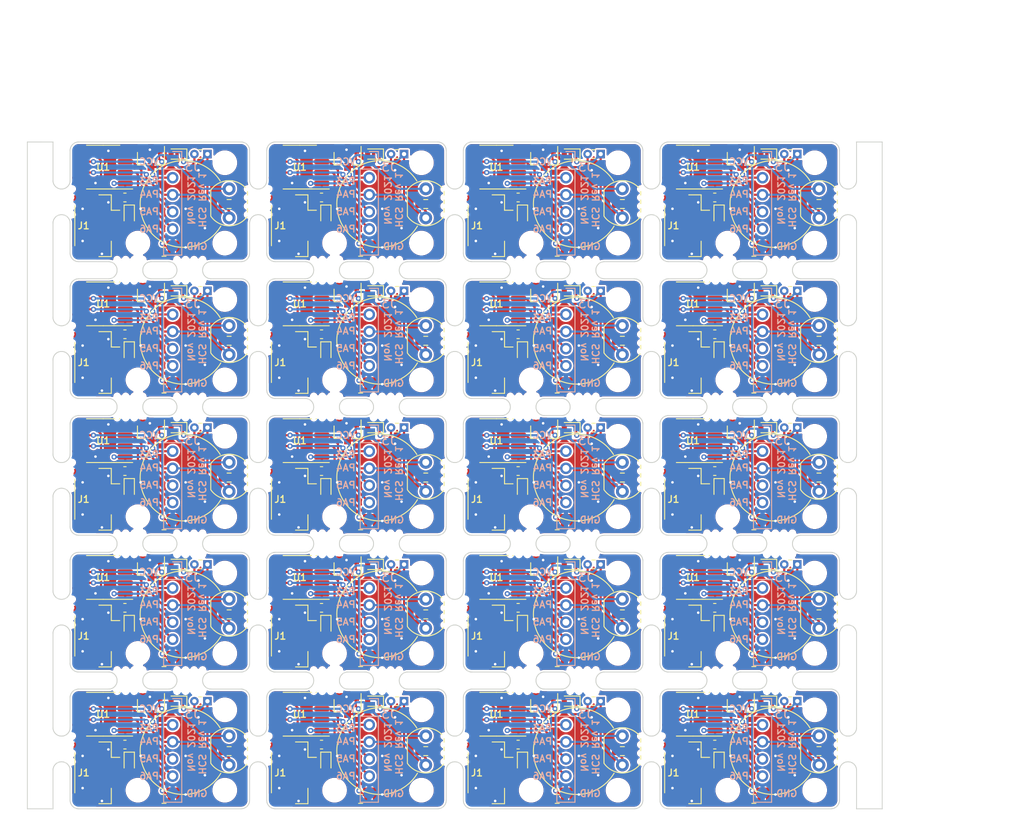
<source format=kicad_pcb>
(kicad_pcb (version 20171130) (host pcbnew "(5.1.8)-1")
  (layers (0 F.Cu signal) (31 B.Cu signal) (34 B.Paste user) (35 F.Paste user) (36 B.SilkS user) (37 F.SilkS user) (38 B.Mask user) (39 F.Mask user) (44 Edge.Cuts user))
  (net 0 "")
  (net 1 Board_1-/MCU_VCC)
  (net 2 Board_1-/PA3)
  (net 3 Board_1-/PA4)
  (net 4 Board_1-/PA5)
  (net 5 Board_1-/PA6)
  (net 6 Board_1-/PB1)
  (net 7 Board_1-/PB7)
  (net 8 Board_1-GND)
  (net 9 "Board_1-Net-(D1-Pad2)")
  (net 10 Board_1-VCC)
  (net 11 Board_2-/MCU_VCC)
  (net 12 Board_2-/PA3)
  (net 13 Board_2-/PA4)
  (net 14 Board_2-/PA5)
  (net 15 Board_2-/PA6)
  (net 16 Board_2-/PB1)
  (net 17 Board_2-/PB7)
  (net 18 Board_2-GND)
  (net 19 "Board_2-Net-(D1-Pad2)")
  (net 20 Board_2-VCC)
  (net 21 Board_3-/MCU_VCC)
  (net 22 Board_3-/PA3)
  (net 23 Board_3-/PA4)
  (net 24 Board_3-/PA5)
  (net 25 Board_3-/PA6)
  (net 26 Board_3-/PB1)
  (net 27 Board_3-/PB7)
  (net 28 Board_3-GND)
  (net 29 "Board_3-Net-(D1-Pad2)")
  (net 30 Board_3-VCC)
  (net 31 Board_4-/MCU_VCC)
  (net 32 Board_4-/PA3)
  (net 33 Board_4-/PA4)
  (net 34 Board_4-/PA5)
  (net 35 Board_4-/PA6)
  (net 36 Board_4-/PB1)
  (net 37 Board_4-/PB7)
  (net 38 Board_4-GND)
  (net 39 "Board_4-Net-(D1-Pad2)")
  (net 40 Board_4-VCC)
  (net 41 Board_5-/MCU_VCC)
  (net 42 Board_5-/PA3)
  (net 43 Board_5-/PA4)
  (net 44 Board_5-/PA5)
  (net 45 Board_5-/PA6)
  (net 46 Board_5-/PB1)
  (net 47 Board_5-/PB7)
  (net 48 Board_5-GND)
  (net 49 "Board_5-Net-(D1-Pad2)")
  (net 50 Board_5-VCC)
  (net 51 Board_6-/MCU_VCC)
  (net 52 Board_6-/PA3)
  (net 53 Board_6-/PA4)
  (net 54 Board_6-/PA5)
  (net 55 Board_6-/PA6)
  (net 56 Board_6-/PB1)
  (net 57 Board_6-/PB7)
  (net 58 Board_6-GND)
  (net 59 "Board_6-Net-(D1-Pad2)")
  (net 60 Board_6-VCC)
  (net 61 Board_7-/MCU_VCC)
  (net 62 Board_7-/PA3)
  (net 63 Board_7-/PA4)
  (net 64 Board_7-/PA5)
  (net 65 Board_7-/PA6)
  (net 66 Board_7-/PB1)
  (net 67 Board_7-/PB7)
  (net 68 Board_7-GND)
  (net 69 "Board_7-Net-(D1-Pad2)")
  (net 70 Board_7-VCC)
  (net 71 Board_8-/MCU_VCC)
  (net 72 Board_8-/PA3)
  (net 73 Board_8-/PA4)
  (net 74 Board_8-/PA5)
  (net 75 Board_8-/PA6)
  (net 76 Board_8-/PB1)
  (net 77 Board_8-/PB7)
  (net 78 Board_8-GND)
  (net 79 "Board_8-Net-(D1-Pad2)")
  (net 80 Board_8-VCC)
  (net 81 Board_9-/MCU_VCC)
  (net 82 Board_9-/PA3)
  (net 83 Board_9-/PA4)
  (net 84 Board_9-/PA5)
  (net 85 Board_9-/PA6)
  (net 86 Board_9-/PB1)
  (net 87 Board_9-/PB7)
  (net 88 Board_9-GND)
  (net 89 "Board_9-Net-(D1-Pad2)")
  (net 90 Board_9-VCC)
  (net 91 Board_10-/MCU_VCC)
  (net 92 Board_10-/PA3)
  (net 93 Board_10-/PA4)
  (net 94 Board_10-/PA5)
  (net 95 Board_10-/PA6)
  (net 96 Board_10-/PB1)
  (net 97 Board_10-/PB7)
  (net 98 Board_10-GND)
  (net 99 "Board_10-Net-(D1-Pad2)")
  (net 100 Board_10-VCC)
  (net 101 Board_11-/MCU_VCC)
  (net 102 Board_11-/PA3)
  (net 103 Board_11-/PA4)
  (net 104 Board_11-/PA5)
  (net 105 Board_11-/PA6)
  (net 106 Board_11-/PB1)
  (net 107 Board_11-/PB7)
  (net 108 Board_11-GND)
  (net 109 "Board_11-Net-(D1-Pad2)")
  (net 110 Board_11-VCC)
  (net 111 Board_12-/MCU_VCC)
  (net 112 Board_12-/PA3)
  (net 113 Board_12-/PA4)
  (net 114 Board_12-/PA5)
  (net 115 Board_12-/PA6)
  (net 116 Board_12-/PB1)
  (net 117 Board_12-/PB7)
  (net 118 Board_12-GND)
  (net 119 "Board_12-Net-(D1-Pad2)")
  (net 120 Board_12-VCC)
  (net 121 Board_13-/MCU_VCC)
  (net 122 Board_13-/PA3)
  (net 123 Board_13-/PA4)
  (net 124 Board_13-/PA5)
  (net 125 Board_13-/PA6)
  (net 126 Board_13-/PB1)
  (net 127 Board_13-/PB7)
  (net 128 Board_13-GND)
  (net 129 "Board_13-Net-(D1-Pad2)")
  (net 130 Board_13-VCC)
  (net 131 Board_14-/MCU_VCC)
  (net 132 Board_14-/PA3)
  (net 133 Board_14-/PA4)
  (net 134 Board_14-/PA5)
  (net 135 Board_14-/PA6)
  (net 136 Board_14-/PB1)
  (net 137 Board_14-/PB7)
  (net 138 Board_14-GND)
  (net 139 "Board_14-Net-(D1-Pad2)")
  (net 140 Board_14-VCC)
  (net 141 Board_15-/MCU_VCC)
  (net 142 Board_15-/PA3)
  (net 143 Board_15-/PA4)
  (net 144 Board_15-/PA5)
  (net 145 Board_15-/PA6)
  (net 146 Board_15-/PB1)
  (net 147 Board_15-/PB7)
  (net 148 Board_15-GND)
  (net 149 "Board_15-Net-(D1-Pad2)")
  (net 150 Board_15-VCC)
  (net 151 Board_16-/MCU_VCC)
  (net 152 Board_16-/PA3)
  (net 153 Board_16-/PA4)
  (net 154 Board_16-/PA5)
  (net 155 Board_16-/PA6)
  (net 156 Board_16-/PB1)
  (net 157 Board_16-/PB7)
  (net 158 Board_16-GND)
  (net 159 "Board_16-Net-(D1-Pad2)")
  (net 160 Board_16-VCC)
  (net 161 Board_17-/MCU_VCC)
  (net 162 Board_17-/PA3)
  (net 163 Board_17-/PA4)
  (net 164 Board_17-/PA5)
  (net 165 Board_17-/PA6)
  (net 166 Board_17-/PB1)
  (net 167 Board_17-/PB7)
  (net 168 Board_17-GND)
  (net 169 "Board_17-Net-(D1-Pad2)")
  (net 170 Board_17-VCC)
  (net 171 Board_18-/MCU_VCC)
  (net 172 Board_18-/PA3)
  (net 173 Board_18-/PA4)
  (net 174 Board_18-/PA5)
  (net 175 Board_18-/PA6)
  (net 176 Board_18-/PB1)
  (net 177 Board_18-/PB7)
  (net 178 Board_18-GND)
  (net 179 "Board_18-Net-(D1-Pad2)")
  (net 180 Board_18-VCC)
  (net 181 Board_19-/MCU_VCC)
  (net 182 Board_19-/PA3)
  (net 183 Board_19-/PA4)
  (net 184 Board_19-/PA5)
  (net 185 Board_19-/PA6)
  (net 186 Board_19-/PB1)
  (net 187 Board_19-/PB7)
  (net 188 Board_19-GND)
  (net 189 "Board_19-Net-(D1-Pad2)")
  (net 190 Board_19-VCC)
  (net 191 Board_20-/MCU_VCC)
  (net 192 Board_20-/PA3)
  (net 193 Board_20-/PA4)
  (net 194 Board_20-/PA5)
  (net 195 Board_20-/PA6)
  (net 196 Board_20-/PB1)
  (net 197 Board_20-/PB7)
  (net 198 Board_20-GND)
  (net 199 "Board_20-Net-(D1-Pad2)")
  (net 200 Board_20-VCC)
  (module NPTH (layer F.Cu) (at 139.751017 122.50004)
    (fp_text reference REF** hide)
    (fp_text value NPTH hide)
    (pad "" np_thru_hole circle (at 0 0) (size 0.5 0.5) (drill 0.5) (layers *.Cu))
  )
  (module NPTH (layer F.Cu) (at 139.751015 121.50004)
    (fp_text reference REF** hide)
    (fp_text value NPTH hide)
    (pad "" np_thru_hole circle (at 0 0) (size 0.5 0.5) (drill 0.5) (layers *.Cu))
  )
  (module NPTH (layer F.Cu) (at 139.751012 120.50004)
    (fp_text reference REF** hide)
    (fp_text value NPTH hide)
    (pad "" np_thru_hole circle (at 0 0) (size 0.5 0.5) (drill 0.5) (layers *.Cu))
  )
  (module NPTH (layer F.Cu) (at 139.75101 119.50004)
    (fp_text reference REF** hide)
    (fp_text value NPTH hide)
    (pad "" np_thru_hole circle (at 0 0) (size 0.5 0.5) (drill 0.5) (layers *.Cu))
  )
  (module NPTH (layer F.Cu) (at 119.249017 119.50004)
    (fp_text reference REF** hide)
    (fp_text value NPTH hide)
    (pad "" np_thru_hole circle (at 0 0) (size 0.5 0.5) (drill 0.5) (layers *.Cu))
  )
  (module NPTH (layer F.Cu) (at 119.249015 120.50004)
    (fp_text reference REF** hide)
    (fp_text value NPTH hide)
    (pad "" np_thru_hole circle (at 0 0) (size 0.5 0.5) (drill 0.5) (layers *.Cu))
  )
  (module NPTH (layer F.Cu) (at 119.249012 121.50004)
    (fp_text reference REF** hide)
    (fp_text value NPTH hide)
    (pad "" np_thru_hole circle (at 0 0) (size 0.5 0.5) (drill 0.5) (layers *.Cu))
  )
  (module NPTH (layer F.Cu) (at 119.24901 122.50004)
    (fp_text reference REF** hide)
    (fp_text value NPTH hide)
    (pad "" np_thru_hole circle (at 0 0) (size 0.5 0.5) (drill 0.5) (layers *.Cu))
  )
  (module NPTH (layer F.Cu) (at 116.751011 122.50004)
    (fp_text reference REF** hide)
    (fp_text value NPTH hide)
    (pad "" np_thru_hole circle (at 0 0) (size 0.5 0.5) (drill 0.5) (layers *.Cu))
  )
  (module NPTH (layer F.Cu) (at 116.75101 121.50004)
    (fp_text reference REF** hide)
    (fp_text value NPTH hide)
    (pad "" np_thru_hole circle (at 0 0) (size 0.5 0.5) (drill 0.5) (layers *.Cu))
  )
  (module NPTH (layer F.Cu) (at 116.751008 120.50004)
    (fp_text reference REF** hide)
    (fp_text value NPTH hide)
    (pad "" np_thru_hole circle (at 0 0) (size 0.5 0.5) (drill 0.5) (layers *.Cu))
  )
  (module NPTH (layer F.Cu) (at 116.751007 119.50004)
    (fp_text reference REF** hide)
    (fp_text value NPTH hide)
    (pad "" np_thru_hole circle (at 0 0) (size 0.5 0.5) (drill 0.5) (layers *.Cu))
  )
  (module NPTH (layer F.Cu) (at 96.249011 119.50004)
    (fp_text reference REF** hide)
    (fp_text value NPTH hide)
    (pad "" np_thru_hole circle (at 0 0) (size 0.5 0.5) (drill 0.5) (layers *.Cu))
  )
  (module NPTH (layer F.Cu) (at 96.24901 120.50004)
    (fp_text reference REF** hide)
    (fp_text value NPTH hide)
    (pad "" np_thru_hole circle (at 0 0) (size 0.5 0.5) (drill 0.5) (layers *.Cu))
  )
  (module NPTH (layer F.Cu) (at 96.249008 121.50004)
    (fp_text reference REF** hide)
    (fp_text value NPTH hide)
    (pad "" np_thru_hole circle (at 0 0) (size 0.5 0.5) (drill 0.5) (layers *.Cu))
  )
  (module NPTH (layer F.Cu) (at 96.249007 122.50004)
    (fp_text reference REF** hide)
    (fp_text value NPTH hide)
    (pad "" np_thru_hole circle (at 0 0) (size 0.5 0.5) (drill 0.5) (layers *.Cu))
  )
  (module NPTH (layer F.Cu) (at 93.751006 122.50004)
    (fp_text reference REF** hide)
    (fp_text value NPTH hide)
    (pad "" np_thru_hole circle (at 0 0) (size 0.5 0.5) (drill 0.5) (layers *.Cu))
  )
  (module NPTH (layer F.Cu) (at 93.751005 121.50004)
    (fp_text reference REF** hide)
    (fp_text value NPTH hide)
    (pad "" np_thru_hole circle (at 0 0) (size 0.5 0.5) (drill 0.5) (layers *.Cu))
  )
  (module NPTH (layer F.Cu) (at 93.751004 120.50004)
    (fp_text reference REF** hide)
    (fp_text value NPTH hide)
    (pad "" np_thru_hole circle (at 0 0) (size 0.5 0.5) (drill 0.5) (layers *.Cu))
  )
  (module NPTH (layer F.Cu) (at 93.751003 119.50004)
    (fp_text reference REF** hide)
    (fp_text value NPTH hide)
    (pad "" np_thru_hole circle (at 0 0) (size 0.5 0.5) (drill 0.5) (layers *.Cu))
  )
  (module NPTH (layer F.Cu) (at 73.249006 119.50004)
    (fp_text reference REF** hide)
    (fp_text value NPTH hide)
    (pad "" np_thru_hole circle (at 0 0) (size 0.5 0.5) (drill 0.5) (layers *.Cu))
  )
  (module NPTH (layer F.Cu) (at 73.249005 120.50004)
    (fp_text reference REF** hide)
    (fp_text value NPTH hide)
    (pad "" np_thru_hole circle (at 0 0) (size 0.5 0.5) (drill 0.5) (layers *.Cu))
  )
  (module NPTH (layer F.Cu) (at 73.249004 121.50004)
    (fp_text reference REF** hide)
    (fp_text value NPTH hide)
    (pad "" np_thru_hole circle (at 0 0) (size 0.5 0.5) (drill 0.5) (layers *.Cu))
  )
  (module NPTH (layer F.Cu) (at 73.249003 122.50004)
    (fp_text reference REF** hide)
    (fp_text value NPTH hide)
    (pad "" np_thru_hole circle (at 0 0) (size 0.5 0.5) (drill 0.5) (layers *.Cu))
  )
  (module NPTH (layer F.Cu) (at 70.751 122.50004)
    (fp_text reference REF** hide)
    (fp_text value NPTH hide)
    (pad "" np_thru_hole circle (at 0 0) (size 0.5 0.5) (drill 0.5) (layers *.Cu))
  )
  (module NPTH (layer F.Cu) (at 70.751 121.50004)
    (fp_text reference REF** hide)
    (fp_text value NPTH hide)
    (pad "" np_thru_hole circle (at 0 0) (size 0.5 0.5) (drill 0.5) (layers *.Cu))
  )
  (module NPTH (layer F.Cu) (at 70.751 120.50004)
    (fp_text reference REF** hide)
    (fp_text value NPTH hide)
    (pad "" np_thru_hole circle (at 0 0) (size 0.5 0.5) (drill 0.5) (layers *.Cu))
  )
  (module NPTH (layer F.Cu) (at 70.751 119.50004)
    (fp_text reference REF** hide)
    (fp_text value NPTH hide)
    (pad "" np_thru_hole circle (at 0 0) (size 0.5 0.5) (drill 0.5) (layers *.Cu))
  )
  (module NPTH (layer F.Cu) (at 50.249 119.50004)
    (fp_text reference REF** hide)
    (fp_text value NPTH hide)
    (pad "" np_thru_hole circle (at 0 0) (size 0.5 0.5) (drill 0.5) (layers *.Cu))
  )
  (module NPTH (layer F.Cu) (at 50.249 120.50004)
    (fp_text reference REF** hide)
    (fp_text value NPTH hide)
    (pad "" np_thru_hole circle (at 0 0) (size 0.5 0.5) (drill 0.5) (layers *.Cu))
  )
  (module NPTH (layer F.Cu) (at 50.249 121.50004)
    (fp_text reference REF** hide)
    (fp_text value NPTH hide)
    (pad "" np_thru_hole circle (at 0 0) (size 0.5 0.5) (drill 0.5) (layers *.Cu))
  )
  (module NPTH (layer F.Cu) (at 50.249 122.50004)
    (fp_text reference REF** hide)
    (fp_text value NPTH hide)
    (pad "" np_thru_hole circle (at 0 0) (size 0.5 0.5) (drill 0.5) (layers *.Cu))
  )
  (module NPTH (layer F.Cu) (at 139.751017 106.500031)
    (fp_text reference REF** hide)
    (fp_text value NPTH hide)
    (pad "" np_thru_hole circle (at 0 0) (size 0.5 0.5) (drill 0.5) (layers *.Cu))
  )
  (module NPTH (layer F.Cu) (at 139.751015 105.500031)
    (fp_text reference REF** hide)
    (fp_text value NPTH hide)
    (pad "" np_thru_hole circle (at 0 0) (size 0.5 0.5) (drill 0.5) (layers *.Cu))
  )
  (module NPTH (layer F.Cu) (at 139.751012 104.500031)
    (fp_text reference REF** hide)
    (fp_text value NPTH hide)
    (pad "" np_thru_hole circle (at 0 0) (size 0.5 0.5) (drill 0.5) (layers *.Cu))
  )
  (module NPTH (layer F.Cu) (at 139.75101 103.500031)
    (fp_text reference REF** hide)
    (fp_text value NPTH hide)
    (pad "" np_thru_hole circle (at 0 0) (size 0.5 0.5) (drill 0.5) (layers *.Cu))
  )
  (module NPTH (layer F.Cu) (at 119.249017 103.500031)
    (fp_text reference REF** hide)
    (fp_text value NPTH hide)
    (pad "" np_thru_hole circle (at 0 0) (size 0.5 0.5) (drill 0.5) (layers *.Cu))
  )
  (module NPTH (layer F.Cu) (at 119.249015 104.500031)
    (fp_text reference REF** hide)
    (fp_text value NPTH hide)
    (pad "" np_thru_hole circle (at 0 0) (size 0.5 0.5) (drill 0.5) (layers *.Cu))
  )
  (module NPTH (layer F.Cu) (at 119.249012 105.500031)
    (fp_text reference REF** hide)
    (fp_text value NPTH hide)
    (pad "" np_thru_hole circle (at 0 0) (size 0.5 0.5) (drill 0.5) (layers *.Cu))
  )
  (module NPTH (layer F.Cu) (at 119.24901 106.500031)
    (fp_text reference REF** hide)
    (fp_text value NPTH hide)
    (pad "" np_thru_hole circle (at 0 0) (size 0.5 0.5) (drill 0.5) (layers *.Cu))
  )
  (module NPTH (layer F.Cu) (at 116.751011 106.500031)
    (fp_text reference REF** hide)
    (fp_text value NPTH hide)
    (pad "" np_thru_hole circle (at 0 0) (size 0.5 0.5) (drill 0.5) (layers *.Cu))
  )
  (module NPTH (layer F.Cu) (at 116.75101 105.500031)
    (fp_text reference REF** hide)
    (fp_text value NPTH hide)
    (pad "" np_thru_hole circle (at 0 0) (size 0.5 0.5) (drill 0.5) (layers *.Cu))
  )
  (module NPTH (layer F.Cu) (at 116.751008 104.500031)
    (fp_text reference REF** hide)
    (fp_text value NPTH hide)
    (pad "" np_thru_hole circle (at 0 0) (size 0.5 0.5) (drill 0.5) (layers *.Cu))
  )
  (module NPTH (layer F.Cu) (at 116.751007 103.500031)
    (fp_text reference REF** hide)
    (fp_text value NPTH hide)
    (pad "" np_thru_hole circle (at 0 0) (size 0.5 0.5) (drill 0.5) (layers *.Cu))
  )
  (module NPTH (layer F.Cu) (at 96.249011 103.500031)
    (fp_text reference REF** hide)
    (fp_text value NPTH hide)
    (pad "" np_thru_hole circle (at 0 0) (size 0.5 0.5) (drill 0.5) (layers *.Cu))
  )
  (module NPTH (layer F.Cu) (at 96.24901 104.500031)
    (fp_text reference REF** hide)
    (fp_text value NPTH hide)
    (pad "" np_thru_hole circle (at 0 0) (size 0.5 0.5) (drill 0.5) (layers *.Cu))
  )
  (module NPTH (layer F.Cu) (at 96.249008 105.500031)
    (fp_text reference REF** hide)
    (fp_text value NPTH hide)
    (pad "" np_thru_hole circle (at 0 0) (size 0.5 0.5) (drill 0.5) (layers *.Cu))
  )
  (module NPTH (layer F.Cu) (at 96.249007 106.500031)
    (fp_text reference REF** hide)
    (fp_text value NPTH hide)
    (pad "" np_thru_hole circle (at 0 0) (size 0.5 0.5) (drill 0.5) (layers *.Cu))
  )
  (module NPTH (layer F.Cu) (at 93.751006 106.500031)
    (fp_text reference REF** hide)
    (fp_text value NPTH hide)
    (pad "" np_thru_hole circle (at 0 0) (size 0.5 0.5) (drill 0.5) (layers *.Cu))
  )
  (module NPTH (layer F.Cu) (at 93.751005 105.500031)
    (fp_text reference REF** hide)
    (fp_text value NPTH hide)
    (pad "" np_thru_hole circle (at 0 0) (size 0.5 0.5) (drill 0.5) (layers *.Cu))
  )
  (module NPTH (layer F.Cu) (at 93.751004 104.500031)
    (fp_text reference REF** hide)
    (fp_text value NPTH hide)
    (pad "" np_thru_hole circle (at 0 0) (size 0.5 0.5) (drill 0.5) (layers *.Cu))
  )
  (module NPTH (layer F.Cu) (at 93.751003 103.500031)
    (fp_text reference REF** hide)
    (fp_text value NPTH hide)
    (pad "" np_thru_hole circle (at 0 0) (size 0.5 0.5) (drill 0.5) (layers *.Cu))
  )
  (module NPTH (layer F.Cu) (at 73.249006 103.500031)
    (fp_text reference REF** hide)
    (fp_text value NPTH hide)
    (pad "" np_thru_hole circle (at 0 0) (size 0.5 0.5) (drill 0.5) (layers *.Cu))
  )
  (module NPTH (layer F.Cu) (at 73.249005 104.500031)
    (fp_text reference REF** hide)
    (fp_text value NPTH hide)
    (pad "" np_thru_hole circle (at 0 0) (size 0.5 0.5) (drill 0.5) (layers *.Cu))
  )
  (module NPTH (layer F.Cu) (at 73.249004 105.500031)
    (fp_text reference REF** hide)
    (fp_text value NPTH hide)
    (pad "" np_thru_hole circle (at 0 0) (size 0.5 0.5) (drill 0.5) (layers *.Cu))
  )
  (module NPTH (layer F.Cu) (at 73.249003 106.500031)
    (fp_text reference REF** hide)
    (fp_text value NPTH hide)
    (pad "" np_thru_hole circle (at 0 0) (size 0.5 0.5) (drill 0.5) (layers *.Cu))
  )
  (module NPTH (layer F.Cu) (at 70.751 106.500031)
    (fp_text reference REF** hide)
    (fp_text value NPTH hide)
    (pad "" np_thru_hole circle (at 0 0) (size 0.5 0.5) (drill 0.5) (layers *.Cu))
  )
  (module NPTH (layer F.Cu) (at 70.751 105.500031)
    (fp_text reference REF** hide)
    (fp_text value NPTH hide)
    (pad "" np_thru_hole circle (at 0 0) (size 0.5 0.5) (drill 0.5) (layers *.Cu))
  )
  (module NPTH (layer F.Cu) (at 70.751 104.500031)
    (fp_text reference REF** hide)
    (fp_text value NPTH hide)
    (pad "" np_thru_hole circle (at 0 0) (size 0.5 0.5) (drill 0.5) (layers *.Cu))
  )
  (module NPTH (layer F.Cu) (at 70.751 103.500031)
    (fp_text reference REF** hide)
    (fp_text value NPTH hide)
    (pad "" np_thru_hole circle (at 0 0) (size 0.5 0.5) (drill 0.5) (layers *.Cu))
  )
  (module NPTH (layer F.Cu) (at 50.249 103.500031)
    (fp_text reference REF** hide)
    (fp_text value NPTH hide)
    (pad "" np_thru_hole circle (at 0 0) (size 0.5 0.5) (drill 0.5) (layers *.Cu))
  )
  (module NPTH (layer F.Cu) (at 50.249 104.500031)
    (fp_text reference REF** hide)
    (fp_text value NPTH hide)
    (pad "" np_thru_hole circle (at 0 0) (size 0.5 0.5) (drill 0.5) (layers *.Cu))
  )
  (module NPTH (layer F.Cu) (at 50.249 105.500031)
    (fp_text reference REF** hide)
    (fp_text value NPTH hide)
    (pad "" np_thru_hole circle (at 0 0) (size 0.5 0.5) (drill 0.5) (layers *.Cu))
  )
  (module NPTH (layer F.Cu) (at 50.249 106.500031)
    (fp_text reference REF** hide)
    (fp_text value NPTH hide)
    (pad "" np_thru_hole circle (at 0 0) (size 0.5 0.5) (drill 0.5) (layers *.Cu))
  )
  (module NPTH (layer F.Cu) (at 139.751017 90.500022)
    (fp_text reference REF** hide)
    (fp_text value NPTH hide)
    (pad "" np_thru_hole circle (at 0 0) (size 0.5 0.5) (drill 0.5) (layers *.Cu))
  )
  (module NPTH (layer F.Cu) (at 139.751015 89.500022)
    (fp_text reference REF** hide)
    (fp_text value NPTH hide)
    (pad "" np_thru_hole circle (at 0 0) (size 0.5 0.5) (drill 0.5) (layers *.Cu))
  )
  (module NPTH (layer F.Cu) (at 139.751012 88.500022)
    (fp_text reference REF** hide)
    (fp_text value NPTH hide)
    (pad "" np_thru_hole circle (at 0 0) (size 0.5 0.5) (drill 0.5) (layers *.Cu))
  )
  (module NPTH (layer F.Cu) (at 139.75101 87.500022)
    (fp_text reference REF** hide)
    (fp_text value NPTH hide)
    (pad "" np_thru_hole circle (at 0 0) (size 0.5 0.5) (drill 0.5) (layers *.Cu))
  )
  (module NPTH (layer F.Cu) (at 119.249017 87.500022)
    (fp_text reference REF** hide)
    (fp_text value NPTH hide)
    (pad "" np_thru_hole circle (at 0 0) (size 0.5 0.5) (drill 0.5) (layers *.Cu))
  )
  (module NPTH (layer F.Cu) (at 119.249015 88.500022)
    (fp_text reference REF** hide)
    (fp_text value NPTH hide)
    (pad "" np_thru_hole circle (at 0 0) (size 0.5 0.5) (drill 0.5) (layers *.Cu))
  )
  (module NPTH (layer F.Cu) (at 119.249012 89.500022)
    (fp_text reference REF** hide)
    (fp_text value NPTH hide)
    (pad "" np_thru_hole circle (at 0 0) (size 0.5 0.5) (drill 0.5) (layers *.Cu))
  )
  (module NPTH (layer F.Cu) (at 119.24901 90.500022)
    (fp_text reference REF** hide)
    (fp_text value NPTH hide)
    (pad "" np_thru_hole circle (at 0 0) (size 0.5 0.5) (drill 0.5) (layers *.Cu))
  )
  (module NPTH (layer F.Cu) (at 116.751011 90.500022)
    (fp_text reference REF** hide)
    (fp_text value NPTH hide)
    (pad "" np_thru_hole circle (at 0 0) (size 0.5 0.5) (drill 0.5) (layers *.Cu))
  )
  (module NPTH (layer F.Cu) (at 116.75101 89.500022)
    (fp_text reference REF** hide)
    (fp_text value NPTH hide)
    (pad "" np_thru_hole circle (at 0 0) (size 0.5 0.5) (drill 0.5) (layers *.Cu))
  )
  (module NPTH (layer F.Cu) (at 116.751008 88.500022)
    (fp_text reference REF** hide)
    (fp_text value NPTH hide)
    (pad "" np_thru_hole circle (at 0 0) (size 0.5 0.5) (drill 0.5) (layers *.Cu))
  )
  (module NPTH (layer F.Cu) (at 116.751007 87.500022)
    (fp_text reference REF** hide)
    (fp_text value NPTH hide)
    (pad "" np_thru_hole circle (at 0 0) (size 0.5 0.5) (drill 0.5) (layers *.Cu))
  )
  (module NPTH (layer F.Cu) (at 96.249011 87.500022)
    (fp_text reference REF** hide)
    (fp_text value NPTH hide)
    (pad "" np_thru_hole circle (at 0 0) (size 0.5 0.5) (drill 0.5) (layers *.Cu))
  )
  (module NPTH (layer F.Cu) (at 96.24901 88.500022)
    (fp_text reference REF** hide)
    (fp_text value NPTH hide)
    (pad "" np_thru_hole circle (at 0 0) (size 0.5 0.5) (drill 0.5) (layers *.Cu))
  )
  (module NPTH (layer F.Cu) (at 96.249008 89.500022)
    (fp_text reference REF** hide)
    (fp_text value NPTH hide)
    (pad "" np_thru_hole circle (at 0 0) (size 0.5 0.5) (drill 0.5) (layers *.Cu))
  )
  (module NPTH (layer F.Cu) (at 96.249007 90.500022)
    (fp_text reference REF** hide)
    (fp_text value NPTH hide)
    (pad "" np_thru_hole circle (at 0 0) (size 0.5 0.5) (drill 0.5) (layers *.Cu))
  )
  (module NPTH (layer F.Cu) (at 93.751006 90.500022)
    (fp_text reference REF** hide)
    (fp_text value NPTH hide)
    (pad "" np_thru_hole circle (at 0 0) (size 0.5 0.5) (drill 0.5) (layers *.Cu))
  )
  (module NPTH (layer F.Cu) (at 93.751005 89.500022)
    (fp_text reference REF** hide)
    (fp_text value NPTH hide)
    (pad "" np_thru_hole circle (at 0 0) (size 0.5 0.5) (drill 0.5) (layers *.Cu))
  )
  (module NPTH (layer F.Cu) (at 93.751004 88.500022)
    (fp_text reference REF** hide)
    (fp_text value NPTH hide)
    (pad "" np_thru_hole circle (at 0 0) (size 0.5 0.5) (drill 0.5) (layers *.Cu))
  )
  (module NPTH (layer F.Cu) (at 93.751003 87.500022)
    (fp_text reference REF** hide)
    (fp_text value NPTH hide)
    (pad "" np_thru_hole circle (at 0 0) (size 0.5 0.5) (drill 0.5) (layers *.Cu))
  )
  (module NPTH (layer F.Cu) (at 73.249006 87.500022)
    (fp_text reference REF** hide)
    (fp_text value NPTH hide)
    (pad "" np_thru_hole circle (at 0 0) (size 0.5 0.5) (drill 0.5) (layers *.Cu))
  )
  (module NPTH (layer F.Cu) (at 73.249005 88.500022)
    (fp_text reference REF** hide)
    (fp_text value NPTH hide)
    (pad "" np_thru_hole circle (at 0 0) (size 0.5 0.5) (drill 0.5) (layers *.Cu))
  )
  (module NPTH (layer F.Cu) (at 73.249004 89.500022)
    (fp_text reference REF** hide)
    (fp_text value NPTH hide)
    (pad "" np_thru_hole circle (at 0 0) (size 0.5 0.5) (drill 0.5) (layers *.Cu))
  )
  (module NPTH (layer F.Cu) (at 73.249003 90.500022)
    (fp_text reference REF** hide)
    (fp_text value NPTH hide)
    (pad "" np_thru_hole circle (at 0 0) (size 0.5 0.5) (drill 0.5) (layers *.Cu))
  )
  (module NPTH (layer F.Cu) (at 70.751 90.500022)
    (fp_text reference REF** hide)
    (fp_text value NPTH hide)
    (pad "" np_thru_hole circle (at 0 0) (size 0.5 0.5) (drill 0.5) (layers *.Cu))
  )
  (module NPTH (layer F.Cu) (at 70.751 89.500022)
    (fp_text reference REF** hide)
    (fp_text value NPTH hide)
    (pad "" np_thru_hole circle (at 0 0) (size 0.5 0.5) (drill 0.5) (layers *.Cu))
  )
  (module NPTH (layer F.Cu) (at 70.751 88.500022)
    (fp_text reference REF** hide)
    (fp_text value NPTH hide)
    (pad "" np_thru_hole circle (at 0 0) (size 0.5 0.5) (drill 0.5) (layers *.Cu))
  )
  (module NPTH (layer F.Cu) (at 70.751 87.500022)
    (fp_text reference REF** hide)
    (fp_text value NPTH hide)
    (pad "" np_thru_hole circle (at 0 0) (size 0.5 0.5) (drill 0.5) (layers *.Cu))
  )
  (module NPTH (layer F.Cu) (at 50.249 87.500022)
    (fp_text reference REF** hide)
    (fp_text value NPTH hide)
    (pad "" np_thru_hole circle (at 0 0) (size 0.5 0.5) (drill 0.5) (layers *.Cu))
  )
  (module NPTH (layer F.Cu) (at 50.249 88.500022)
    (fp_text reference REF** hide)
    (fp_text value NPTH hide)
    (pad "" np_thru_hole circle (at 0 0) (size 0.5 0.5) (drill 0.5) (layers *.Cu))
  )
  (module NPTH (layer F.Cu) (at 50.249 89.500022)
    (fp_text reference REF** hide)
    (fp_text value NPTH hide)
    (pad "" np_thru_hole circle (at 0 0) (size 0.5 0.5) (drill 0.5) (layers *.Cu))
  )
  (module NPTH (layer F.Cu) (at 50.249 90.500022)
    (fp_text reference REF** hide)
    (fp_text value NPTH hide)
    (pad "" np_thru_hole circle (at 0 0) (size 0.5 0.5) (drill 0.5) (layers *.Cu))
  )
  (module NPTH (layer F.Cu) (at 139.751017 74.500013)
    (fp_text reference REF** hide)
    (fp_text value NPTH hide)
    (pad "" np_thru_hole circle (at 0 0) (size 0.5 0.5) (drill 0.5) (layers *.Cu))
  )
  (module NPTH (layer F.Cu) (at 139.751015 73.500013)
    (fp_text reference REF** hide)
    (fp_text value NPTH hide)
    (pad "" np_thru_hole circle (at 0 0) (size 0.5 0.5) (drill 0.5) (layers *.Cu))
  )
  (module NPTH (layer F.Cu) (at 139.751012 72.500013)
    (fp_text reference REF** hide)
    (fp_text value NPTH hide)
    (pad "" np_thru_hole circle (at 0 0) (size 0.5 0.5) (drill 0.5) (layers *.Cu))
  )
  (module NPTH (layer F.Cu) (at 139.75101 71.500013)
    (fp_text reference REF** hide)
    (fp_text value NPTH hide)
    (pad "" np_thru_hole circle (at 0 0) (size 0.5 0.5) (drill 0.5) (layers *.Cu))
  )
  (module NPTH (layer F.Cu) (at 119.249017 71.500013)
    (fp_text reference REF** hide)
    (fp_text value NPTH hide)
    (pad "" np_thru_hole circle (at 0 0) (size 0.5 0.5) (drill 0.5) (layers *.Cu))
  )
  (module NPTH (layer F.Cu) (at 119.249015 72.500013)
    (fp_text reference REF** hide)
    (fp_text value NPTH hide)
    (pad "" np_thru_hole circle (at 0 0) (size 0.5 0.5) (drill 0.5) (layers *.Cu))
  )
  (module NPTH (layer F.Cu) (at 119.249012 73.500013)
    (fp_text reference REF** hide)
    (fp_text value NPTH hide)
    (pad "" np_thru_hole circle (at 0 0) (size 0.5 0.5) (drill 0.5) (layers *.Cu))
  )
  (module NPTH (layer F.Cu) (at 119.24901 74.500013)
    (fp_text reference REF** hide)
    (fp_text value NPTH hide)
    (pad "" np_thru_hole circle (at 0 0) (size 0.5 0.5) (drill 0.5) (layers *.Cu))
  )
  (module NPTH (layer F.Cu) (at 116.751011 74.500013)
    (fp_text reference REF** hide)
    (fp_text value NPTH hide)
    (pad "" np_thru_hole circle (at 0 0) (size 0.5 0.5) (drill 0.5) (layers *.Cu))
  )
  (module NPTH (layer F.Cu) (at 116.75101 73.500013)
    (fp_text reference REF** hide)
    (fp_text value NPTH hide)
    (pad "" np_thru_hole circle (at 0 0) (size 0.5 0.5) (drill 0.5) (layers *.Cu))
  )
  (module NPTH (layer F.Cu) (at 116.751008 72.500013)
    (fp_text reference REF** hide)
    (fp_text value NPTH hide)
    (pad "" np_thru_hole circle (at 0 0) (size 0.5 0.5) (drill 0.5) (layers *.Cu))
  )
  (module NPTH (layer F.Cu) (at 116.751007 71.500013)
    (fp_text reference REF** hide)
    (fp_text value NPTH hide)
    (pad "" np_thru_hole circle (at 0 0) (size 0.5 0.5) (drill 0.5) (layers *.Cu))
  )
  (module NPTH (layer F.Cu) (at 96.249011 71.500013)
    (fp_text reference REF** hide)
    (fp_text value NPTH hide)
    (pad "" np_thru_hole circle (at 0 0) (size 0.5 0.5) (drill 0.5) (layers *.Cu))
  )
  (module NPTH (layer F.Cu) (at 96.24901 72.500013)
    (fp_text reference REF** hide)
    (fp_text value NPTH hide)
    (pad "" np_thru_hole circle (at 0 0) (size 0.5 0.5) (drill 0.5) (layers *.Cu))
  )
  (module NPTH (layer F.Cu) (at 96.249008 73.500013)
    (fp_text reference REF** hide)
    (fp_text value NPTH hide)
    (pad "" np_thru_hole circle (at 0 0) (size 0.5 0.5) (drill 0.5) (layers *.Cu))
  )
  (module NPTH (layer F.Cu) (at 96.249007 74.500013)
    (fp_text reference REF** hide)
    (fp_text value NPTH hide)
    (pad "" np_thru_hole circle (at 0 0) (size 0.5 0.5) (drill 0.5) (layers *.Cu))
  )
  (module NPTH (layer F.Cu) (at 93.751006 74.500013)
    (fp_text reference REF** hide)
    (fp_text value NPTH hide)
    (pad "" np_thru_hole circle (at 0 0) (size 0.5 0.5) (drill 0.5) (layers *.Cu))
  )
  (module NPTH (layer F.Cu) (at 93.751005 73.500013)
    (fp_text reference REF** hide)
    (fp_text value NPTH hide)
    (pad "" np_thru_hole circle (at 0 0) (size 0.5 0.5) (drill 0.5) (layers *.Cu))
  )
  (module NPTH (layer F.Cu) (at 93.751004 72.500013)
    (fp_text reference REF** hide)
    (fp_text value NPTH hide)
    (pad "" np_thru_hole circle (at 0 0) (size 0.5 0.5) (drill 0.5) (layers *.Cu))
  )
  (module NPTH (layer F.Cu) (at 93.751003 71.500013)
    (fp_text reference REF** hide)
    (fp_text value NPTH hide)
    (pad "" np_thru_hole circle (at 0 0) (size 0.5 0.5) (drill 0.5) (layers *.Cu))
  )
  (module NPTH (layer F.Cu) (at 73.249006 71.500013)
    (fp_text reference REF** hide)
    (fp_text value NPTH hide)
    (pad "" np_thru_hole circle (at 0 0) (size 0.5 0.5) (drill 0.5) (layers *.Cu))
  )
  (module NPTH (layer F.Cu) (at 73.249005 72.500013)
    (fp_text reference REF** hide)
    (fp_text value NPTH hide)
    (pad "" np_thru_hole circle (at 0 0) (size 0.5 0.5) (drill 0.5) (layers *.Cu))
  )
  (module NPTH (layer F.Cu) (at 73.249004 73.500013)
    (fp_text reference REF** hide)
    (fp_text value NPTH hide)
    (pad "" np_thru_hole circle (at 0 0) (size 0.5 0.5) (drill 0.5) (layers *.Cu))
  )
  (module NPTH (layer F.Cu) (at 73.249003 74.500013)
    (fp_text reference REF** hide)
    (fp_text value NPTH hide)
    (pad "" np_thru_hole circle (at 0 0) (size 0.5 0.5) (drill 0.5) (layers *.Cu))
  )
  (module NPTH (layer F.Cu) (at 70.751 74.500013)
    (fp_text reference REF** hide)
    (fp_text value NPTH hide)
    (pad "" np_thru_hole circle (at 0 0) (size 0.5 0.5) (drill 0.5) (layers *.Cu))
  )
  (module NPTH (layer F.Cu) (at 70.751 73.500013)
    (fp_text reference REF** hide)
    (fp_text value NPTH hide)
    (pad "" np_thru_hole circle (at 0 0) (size 0.5 0.5) (drill 0.5) (layers *.Cu))
  )
  (module NPTH (layer F.Cu) (at 70.751 72.500013)
    (fp_text reference REF** hide)
    (fp_text value NPTH hide)
    (pad "" np_thru_hole circle (at 0 0) (size 0.5 0.5) (drill 0.5) (layers *.Cu))
  )
  (module NPTH (layer F.Cu) (at 70.751 71.500013)
    (fp_text reference REF** hide)
    (fp_text value NPTH hide)
    (pad "" np_thru_hole circle (at 0 0) (size 0.5 0.5) (drill 0.5) (layers *.Cu))
  )
  (module NPTH (layer F.Cu) (at 50.249 71.500013)
    (fp_text reference REF** hide)
    (fp_text value NPTH hide)
    (pad "" np_thru_hole circle (at 0 0) (size 0.5 0.5) (drill 0.5) (layers *.Cu))
  )
  (module NPTH (layer F.Cu) (at 50.249 72.500013)
    (fp_text reference REF** hide)
    (fp_text value NPTH hide)
    (pad "" np_thru_hole circle (at 0 0) (size 0.5 0.5) (drill 0.5) (layers *.Cu))
  )
  (module NPTH (layer F.Cu) (at 50.249 73.500013)
    (fp_text reference REF** hide)
    (fp_text value NPTH hide)
    (pad "" np_thru_hole circle (at 0 0) (size 0.5 0.5) (drill 0.5) (layers *.Cu))
  )
  (module NPTH (layer F.Cu) (at 50.249 74.500013)
    (fp_text reference REF** hide)
    (fp_text value NPTH hide)
    (pad "" np_thru_hole circle (at 0 0) (size 0.5 0.5) (drill 0.5) (layers *.Cu))
  )
  (module NPTH (layer F.Cu) (at 139.751017 58.500004)
    (fp_text reference REF** hide)
    (fp_text value NPTH hide)
    (pad "" np_thru_hole circle (at 0 0) (size 0.5 0.5) (drill 0.5) (layers *.Cu))
  )
  (module NPTH (layer F.Cu) (at 139.751015 57.500004)
    (fp_text reference REF** hide)
    (fp_text value NPTH hide)
    (pad "" np_thru_hole circle (at 0 0) (size 0.5 0.5) (drill 0.5) (layers *.Cu))
  )
  (module NPTH (layer F.Cu) (at 139.751012 56.500004)
    (fp_text reference REF** hide)
    (fp_text value NPTH hide)
    (pad "" np_thru_hole circle (at 0 0) (size 0.5 0.5) (drill 0.5) (layers *.Cu))
  )
  (module NPTH (layer F.Cu) (at 139.75101 55.500004)
    (fp_text reference REF** hide)
    (fp_text value NPTH hide)
    (pad "" np_thru_hole circle (at 0 0) (size 0.5 0.5) (drill 0.5) (layers *.Cu))
  )
  (module NPTH (layer F.Cu) (at 119.249017 55.500004)
    (fp_text reference REF** hide)
    (fp_text value NPTH hide)
    (pad "" np_thru_hole circle (at 0 0) (size 0.5 0.5) (drill 0.5) (layers *.Cu))
  )
  (module NPTH (layer F.Cu) (at 119.249015 56.500004)
    (fp_text reference REF** hide)
    (fp_text value NPTH hide)
    (pad "" np_thru_hole circle (at 0 0) (size 0.5 0.5) (drill 0.5) (layers *.Cu))
  )
  (module NPTH (layer F.Cu) (at 119.249012 57.500004)
    (fp_text reference REF** hide)
    (fp_text value NPTH hide)
    (pad "" np_thru_hole circle (at 0 0) (size 0.5 0.5) (drill 0.5) (layers *.Cu))
  )
  (module NPTH (layer F.Cu) (at 119.24901 58.500004)
    (fp_text reference REF** hide)
    (fp_text value NPTH hide)
    (pad "" np_thru_hole circle (at 0 0) (size 0.5 0.5) (drill 0.5) (layers *.Cu))
  )
  (module NPTH (layer F.Cu) (at 116.751011 58.500004)
    (fp_text reference REF** hide)
    (fp_text value NPTH hide)
    (pad "" np_thru_hole circle (at 0 0) (size 0.5 0.5) (drill 0.5) (layers *.Cu))
  )
  (module NPTH (layer F.Cu) (at 116.75101 57.500004)
    (fp_text reference REF** hide)
    (fp_text value NPTH hide)
    (pad "" np_thru_hole circle (at 0 0) (size 0.5 0.5) (drill 0.5) (layers *.Cu))
  )
  (module NPTH (layer F.Cu) (at 116.751008 56.500004)
    (fp_text reference REF** hide)
    (fp_text value NPTH hide)
    (pad "" np_thru_hole circle (at 0 0) (size 0.5 0.5) (drill 0.5) (layers *.Cu))
  )
  (module NPTH (layer F.Cu) (at 116.751007 55.500004)
    (fp_text reference REF** hide)
    (fp_text value NPTH hide)
    (pad "" np_thru_hole circle (at 0 0) (size 0.5 0.5) (drill 0.5) (layers *.Cu))
  )
  (module NPTH (layer F.Cu) (at 96.249011 55.500004)
    (fp_text reference REF** hide)
    (fp_text value NPTH hide)
    (pad "" np_thru_hole circle (at 0 0) (size 0.5 0.5) (drill 0.5) (layers *.Cu))
  )
  (module NPTH (layer F.Cu) (at 96.24901 56.500004)
    (fp_text reference REF** hide)
    (fp_text value NPTH hide)
    (pad "" np_thru_hole circle (at 0 0) (size 0.5 0.5) (drill 0.5) (layers *.Cu))
  )
  (module NPTH (layer F.Cu) (at 96.249008 57.500004)
    (fp_text reference REF** hide)
    (fp_text value NPTH hide)
    (pad "" np_thru_hole circle (at 0 0) (size 0.5 0.5) (drill 0.5) (layers *.Cu))
  )
  (module NPTH (layer F.Cu) (at 96.249007 58.500004)
    (fp_text reference REF** hide)
    (fp_text value NPTH hide)
    (pad "" np_thru_hole circle (at 0 0) (size 0.5 0.5) (drill 0.5) (layers *.Cu))
  )
  (module NPTH (layer F.Cu) (at 93.751006 58.500004)
    (fp_text reference REF** hide)
    (fp_text value NPTH hide)
    (pad "" np_thru_hole circle (at 0 0) (size 0.5 0.5) (drill 0.5) (layers *.Cu))
  )
  (module NPTH (layer F.Cu) (at 93.751005 57.500004)
    (fp_text reference REF** hide)
    (fp_text value NPTH hide)
    (pad "" np_thru_hole circle (at 0 0) (size 0.5 0.5) (drill 0.5) (layers *.Cu))
  )
  (module NPTH (layer F.Cu) (at 93.751004 56.500004)
    (fp_text reference REF** hide)
    (fp_text value NPTH hide)
    (pad "" np_thru_hole circle (at 0 0) (size 0.5 0.5) (drill 0.5) (layers *.Cu))
  )
  (module NPTH (layer F.Cu) (at 93.751003 55.500004)
    (fp_text reference REF** hide)
    (fp_text value NPTH hide)
    (pad "" np_thru_hole circle (at 0 0) (size 0.5 0.5) (drill 0.5) (layers *.Cu))
  )
  (module NPTH (layer F.Cu) (at 73.249006 55.500004)
    (fp_text reference REF** hide)
    (fp_text value NPTH hide)
    (pad "" np_thru_hole circle (at 0 0) (size 0.5 0.5) (drill 0.5) (layers *.Cu))
  )
  (module NPTH (layer F.Cu) (at 73.249005 56.500004)
    (fp_text reference REF** hide)
    (fp_text value NPTH hide)
    (pad "" np_thru_hole circle (at 0 0) (size 0.5 0.5) (drill 0.5) (layers *.Cu))
  )
  (module NPTH (layer F.Cu) (at 73.249004 57.500004)
    (fp_text reference REF** hide)
    (fp_text value NPTH hide)
    (pad "" np_thru_hole circle (at 0 0) (size 0.5 0.5) (drill 0.5) (layers *.Cu))
  )
  (module NPTH (layer F.Cu) (at 73.249003 58.500004)
    (fp_text reference REF** hide)
    (fp_text value NPTH hide)
    (pad "" np_thru_hole circle (at 0 0) (size 0.5 0.5) (drill 0.5) (layers *.Cu))
  )
  (module NPTH (layer F.Cu) (at 70.751 58.500004)
    (fp_text reference REF** hide)
    (fp_text value NPTH hide)
    (pad "" np_thru_hole circle (at 0 0) (size 0.5 0.5) (drill 0.5) (layers *.Cu))
  )
  (module NPTH (layer F.Cu) (at 70.751 57.500004)
    (fp_text reference REF** hide)
    (fp_text value NPTH hide)
    (pad "" np_thru_hole circle (at 0 0) (size 0.5 0.5) (drill 0.5) (layers *.Cu))
  )
  (module NPTH (layer F.Cu) (at 70.751 56.500004)
    (fp_text reference REF** hide)
    (fp_text value NPTH hide)
    (pad "" np_thru_hole circle (at 0 0) (size 0.5 0.5) (drill 0.5) (layers *.Cu))
  )
  (module NPTH (layer F.Cu) (at 70.751 55.500004)
    (fp_text reference REF** hide)
    (fp_text value NPTH hide)
    (pad "" np_thru_hole circle (at 0 0) (size 0.5 0.5) (drill 0.5) (layers *.Cu))
  )
  (module NPTH (layer F.Cu) (at 50.249 55.500004)
    (fp_text reference REF** hide)
    (fp_text value NPTH hide)
    (pad "" np_thru_hole circle (at 0 0) (size 0.5 0.5) (drill 0.5) (layers *.Cu))
  )
  (module NPTH (layer F.Cu) (at 50.249 56.500004)
    (fp_text reference REF** hide)
    (fp_text value NPTH hide)
    (pad "" np_thru_hole circle (at 0 0) (size 0.5 0.5) (drill 0.5) (layers *.Cu))
  )
  (module NPTH (layer F.Cu) (at 50.249 57.500004)
    (fp_text reference REF** hide)
    (fp_text value NPTH hide)
    (pad "" np_thru_hole circle (at 0 0) (size 0.5 0.5) (drill 0.5) (layers *.Cu))
  )
  (module NPTH (layer F.Cu) (at 50.249 58.500004)
    (fp_text reference REF** hide)
    (fp_text value NPTH hide)
    (pad "" np_thru_hole circle (at 0 0) (size 0.5 0.5) (drill 0.5) (layers *.Cu))
  )
  (module NPTH (layer F.Cu) (at 134.500032 114.249028)
    (fp_text reference REF** hide)
    (fp_text value NPTH hide)
    (pad "" np_thru_hole circle (at 0 0) (size 0.5 0.5) (drill 0.5) (layers *.Cu))
  )
  (module NPTH (layer F.Cu) (at 133.500032 114.249026)
    (fp_text reference REF** hide)
    (fp_text value NPTH hide)
    (pad "" np_thru_hole circle (at 0 0) (size 0.5 0.5) (drill 0.5) (layers *.Cu))
  )
  (module NPTH (layer F.Cu) (at 132.500032 114.249024)
    (fp_text reference REF** hide)
    (fp_text value NPTH hide)
    (pad "" np_thru_hole circle (at 0 0) (size 0.5 0.5) (drill 0.5) (layers *.Cu))
  )
  (module NPTH (layer F.Cu) (at 131.500032 114.249022)
    (fp_text reference REF** hide)
    (fp_text value NPTH hide)
    (pad "" np_thru_hole circle (at 0 0) (size 0.5 0.5) (drill 0.5) (layers *.Cu))
  )
  (module NPTH (layer F.Cu) (at 127.500029 114.249014)
    (fp_text reference REF** hide)
    (fp_text value NPTH hide)
    (pad "" np_thru_hole circle (at 0 0) (size 0.5 0.5) (drill 0.5) (layers *.Cu))
  )
  (module NPTH (layer F.Cu) (at 126.500029 114.249012)
    (fp_text reference REF** hide)
    (fp_text value NPTH hide)
    (pad "" np_thru_hole circle (at 0 0) (size 0.5 0.5) (drill 0.5) (layers *.Cu))
  )
  (module NPTH (layer F.Cu) (at 125.500029 114.24901)
    (fp_text reference REF** hide)
    (fp_text value NPTH hide)
    (pad "" np_thru_hole circle (at 0 0) (size 0.5 0.5) (drill 0.5) (layers *.Cu))
  )
  (module NPTH (layer F.Cu) (at 124.500029 114.249008)
    (fp_text reference REF** hide)
    (fp_text value NPTH hide)
    (pad "" np_thru_hole circle (at 0 0) (size 0.5 0.5) (drill 0.5) (layers *.Cu))
  )
  (module NPTH (layer F.Cu) (at 111.500023 114.249028)
    (fp_text reference REF** hide)
    (fp_text value NPTH hide)
    (pad "" np_thru_hole circle (at 0 0) (size 0.5 0.5) (drill 0.5) (layers *.Cu))
  )
  (module NPTH (layer F.Cu) (at 110.500023 114.249026)
    (fp_text reference REF** hide)
    (fp_text value NPTH hide)
    (pad "" np_thru_hole circle (at 0 0) (size 0.5 0.5) (drill 0.5) (layers *.Cu))
  )
  (module NPTH (layer F.Cu) (at 109.500023 114.249024)
    (fp_text reference REF** hide)
    (fp_text value NPTH hide)
    (pad "" np_thru_hole circle (at 0 0) (size 0.5 0.5) (drill 0.5) (layers *.Cu))
  )
  (module NPTH (layer F.Cu) (at 108.500023 114.249022)
    (fp_text reference REF** hide)
    (fp_text value NPTH hide)
    (pad "" np_thru_hole circle (at 0 0) (size 0.5 0.5) (drill 0.5) (layers *.Cu))
  )
  (module NPTH (layer F.Cu) (at 104.50002 114.249014)
    (fp_text reference REF** hide)
    (fp_text value NPTH hide)
    (pad "" np_thru_hole circle (at 0 0) (size 0.5 0.5) (drill 0.5) (layers *.Cu))
  )
  (module NPTH (layer F.Cu) (at 103.50002 114.249012)
    (fp_text reference REF** hide)
    (fp_text value NPTH hide)
    (pad "" np_thru_hole circle (at 0 0) (size 0.5 0.5) (drill 0.5) (layers *.Cu))
  )
  (module NPTH (layer F.Cu) (at 102.50002 114.24901)
    (fp_text reference REF** hide)
    (fp_text value NPTH hide)
    (pad "" np_thru_hole circle (at 0 0) (size 0.5 0.5) (drill 0.5) (layers *.Cu))
  )
  (module NPTH (layer F.Cu) (at 101.50002 114.249008)
    (fp_text reference REF** hide)
    (fp_text value NPTH hide)
    (pad "" np_thru_hole circle (at 0 0) (size 0.5 0.5) (drill 0.5) (layers *.Cu))
  )
  (module NPTH (layer F.Cu) (at 88.500014 114.249028)
    (fp_text reference REF** hide)
    (fp_text value NPTH hide)
    (pad "" np_thru_hole circle (at 0 0) (size 0.5 0.5) (drill 0.5) (layers *.Cu))
  )
  (module NPTH (layer F.Cu) (at 87.500014 114.249026)
    (fp_text reference REF** hide)
    (fp_text value NPTH hide)
    (pad "" np_thru_hole circle (at 0 0) (size 0.5 0.5) (drill 0.5) (layers *.Cu))
  )
  (module NPTH (layer F.Cu) (at 86.500014 114.249024)
    (fp_text reference REF** hide)
    (fp_text value NPTH hide)
    (pad "" np_thru_hole circle (at 0 0) (size 0.5 0.5) (drill 0.5) (layers *.Cu))
  )
  (module NPTH (layer F.Cu) (at 85.500014 114.249022)
    (fp_text reference REF** hide)
    (fp_text value NPTH hide)
    (pad "" np_thru_hole circle (at 0 0) (size 0.5 0.5) (drill 0.5) (layers *.Cu))
  )
  (module NPTH (layer F.Cu) (at 81.500011 114.249014)
    (fp_text reference REF** hide)
    (fp_text value NPTH hide)
    (pad "" np_thru_hole circle (at 0 0) (size 0.5 0.5) (drill 0.5) (layers *.Cu))
  )
  (module NPTH (layer F.Cu) (at 80.500011 114.249012)
    (fp_text reference REF** hide)
    (fp_text value NPTH hide)
    (pad "" np_thru_hole circle (at 0 0) (size 0.5 0.5) (drill 0.5) (layers *.Cu))
  )
  (module NPTH (layer F.Cu) (at 79.500011 114.24901)
    (fp_text reference REF** hide)
    (fp_text value NPTH hide)
    (pad "" np_thru_hole circle (at 0 0) (size 0.5 0.5) (drill 0.5) (layers *.Cu))
  )
  (module NPTH (layer F.Cu) (at 78.500011 114.249008)
    (fp_text reference REF** hide)
    (fp_text value NPTH hide)
    (pad "" np_thru_hole circle (at 0 0) (size 0.5 0.5) (drill 0.5) (layers *.Cu))
  )
  (module NPTH (layer F.Cu) (at 65.500005 114.249028)
    (fp_text reference REF** hide)
    (fp_text value NPTH hide)
    (pad "" np_thru_hole circle (at 0 0) (size 0.5 0.5) (drill 0.5) (layers *.Cu))
  )
  (module NPTH (layer F.Cu) (at 64.500005 114.249026)
    (fp_text reference REF** hide)
    (fp_text value NPTH hide)
    (pad "" np_thru_hole circle (at 0 0) (size 0.5 0.5) (drill 0.5) (layers *.Cu))
  )
  (module NPTH (layer F.Cu) (at 63.500005 114.249024)
    (fp_text reference REF** hide)
    (fp_text value NPTH hide)
    (pad "" np_thru_hole circle (at 0 0) (size 0.5 0.5) (drill 0.5) (layers *.Cu))
  )
  (module NPTH (layer F.Cu) (at 62.500005 114.249022)
    (fp_text reference REF** hide)
    (fp_text value NPTH hide)
    (pad "" np_thru_hole circle (at 0 0) (size 0.5 0.5) (drill 0.5) (layers *.Cu))
  )
  (module NPTH (layer F.Cu) (at 58.500002 114.249014)
    (fp_text reference REF** hide)
    (fp_text value NPTH hide)
    (pad "" np_thru_hole circle (at 0 0) (size 0.5 0.5) (drill 0.5) (layers *.Cu))
  )
  (module NPTH (layer F.Cu) (at 57.500002 114.249012)
    (fp_text reference REF** hide)
    (fp_text value NPTH hide)
    (pad "" np_thru_hole circle (at 0 0) (size 0.5 0.5) (drill 0.5) (layers *.Cu))
  )
  (module NPTH (layer F.Cu) (at 56.500002 114.24901)
    (fp_text reference REF** hide)
    (fp_text value NPTH hide)
    (pad "" np_thru_hole circle (at 0 0) (size 0.5 0.5) (drill 0.5) (layers *.Cu))
  )
  (module NPTH (layer F.Cu) (at 55.500002 114.249008)
    (fp_text reference REF** hide)
    (fp_text value NPTH hide)
    (pad "" np_thru_hole circle (at 0 0) (size 0.5 0.5) (drill 0.5) (layers *.Cu))
  )
  (module NPTH (layer F.Cu) (at 131.500032 111.751011)
    (fp_text reference REF** hide)
    (fp_text value NPTH hide)
    (pad "" np_thru_hole circle (at 0 0) (size 0.5 0.5) (drill 0.5) (layers *.Cu))
  )
  (module NPTH (layer F.Cu) (at 132.500032 111.751009)
    (fp_text reference REF** hide)
    (fp_text value NPTH hide)
    (pad "" np_thru_hole circle (at 0 0) (size 0.5 0.5) (drill 0.5) (layers *.Cu))
  )
  (module NPTH (layer F.Cu) (at 133.500032 111.751008)
    (fp_text reference REF** hide)
    (fp_text value NPTH hide)
    (pad "" np_thru_hole circle (at 0 0) (size 0.5 0.5) (drill 0.5) (layers *.Cu))
  )
  (module NPTH (layer F.Cu) (at 134.500032 111.751006)
    (fp_text reference REF** hide)
    (fp_text value NPTH hide)
    (pad "" np_thru_hole circle (at 0 0) (size 0.5 0.5) (drill 0.5) (layers *.Cu))
  )
  (module NPTH (layer F.Cu) (at 124.500029 111.751021)
    (fp_text reference REF** hide)
    (fp_text value NPTH hide)
    (pad "" np_thru_hole circle (at 0 0) (size 0.5 0.5) (drill 0.5) (layers *.Cu))
  )
  (module NPTH (layer F.Cu) (at 125.500029 111.751019)
    (fp_text reference REF** hide)
    (fp_text value NPTH hide)
    (pad "" np_thru_hole circle (at 0 0) (size 0.5 0.5) (drill 0.5) (layers *.Cu))
  )
  (module NPTH (layer F.Cu) (at 126.500029 111.751018)
    (fp_text reference REF** hide)
    (fp_text value NPTH hide)
    (pad "" np_thru_hole circle (at 0 0) (size 0.5 0.5) (drill 0.5) (layers *.Cu))
  )
  (module NPTH (layer F.Cu) (at 127.500029 111.751016)
    (fp_text reference REF** hide)
    (fp_text value NPTH hide)
    (pad "" np_thru_hole circle (at 0 0) (size 0.5 0.5) (drill 0.5) (layers *.Cu))
  )
  (module NPTH (layer F.Cu) (at 134.500032 98.249021)
    (fp_text reference REF** hide)
    (fp_text value NPTH hide)
    (pad "" np_thru_hole circle (at 0 0) (size 0.5 0.5) (drill 0.5) (layers *.Cu))
  )
  (module NPTH (layer F.Cu) (at 133.500032 98.249019)
    (fp_text reference REF** hide)
    (fp_text value NPTH hide)
    (pad "" np_thru_hole circle (at 0 0) (size 0.5 0.5) (drill 0.5) (layers *.Cu))
  )
  (module NPTH (layer F.Cu) (at 132.500032 98.249018)
    (fp_text reference REF** hide)
    (fp_text value NPTH hide)
    (pad "" np_thru_hole circle (at 0 0) (size 0.5 0.5) (drill 0.5) (layers *.Cu))
  )
  (module NPTH (layer F.Cu) (at 131.500032 98.249016)
    (fp_text reference REF** hide)
    (fp_text value NPTH hide)
    (pad "" np_thru_hole circle (at 0 0) (size 0.5 0.5) (drill 0.5) (layers *.Cu))
  )
  (module NPTH (layer F.Cu) (at 127.500029 98.249011)
    (fp_text reference REF** hide)
    (fp_text value NPTH hide)
    (pad "" np_thru_hole circle (at 0 0) (size 0.5 0.5) (drill 0.5) (layers *.Cu))
  )
  (module NPTH (layer F.Cu) (at 126.500029 98.249009)
    (fp_text reference REF** hide)
    (fp_text value NPTH hide)
    (pad "" np_thru_hole circle (at 0 0) (size 0.5 0.5) (drill 0.5) (layers *.Cu))
  )
  (module NPTH (layer F.Cu) (at 125.500029 98.249008)
    (fp_text reference REF** hide)
    (fp_text value NPTH hide)
    (pad "" np_thru_hole circle (at 0 0) (size 0.5 0.5) (drill 0.5) (layers *.Cu))
  )
  (module NPTH (layer F.Cu) (at 124.500029 98.249006)
    (fp_text reference REF** hide)
    (fp_text value NPTH hide)
    (pad "" np_thru_hole circle (at 0 0) (size 0.5 0.5) (drill 0.5) (layers *.Cu))
  )
  (module NPTH (layer F.Cu) (at 108.500023 111.751011)
    (fp_text reference REF** hide)
    (fp_text value NPTH hide)
    (pad "" np_thru_hole circle (at 0 0) (size 0.5 0.5) (drill 0.5) (layers *.Cu))
  )
  (module NPTH (layer F.Cu) (at 109.500023 111.751009)
    (fp_text reference REF** hide)
    (fp_text value NPTH hide)
    (pad "" np_thru_hole circle (at 0 0) (size 0.5 0.5) (drill 0.5) (layers *.Cu))
  )
  (module NPTH (layer F.Cu) (at 110.500023 111.751008)
    (fp_text reference REF** hide)
    (fp_text value NPTH hide)
    (pad "" np_thru_hole circle (at 0 0) (size 0.5 0.5) (drill 0.5) (layers *.Cu))
  )
  (module NPTH (layer F.Cu) (at 111.500023 111.751006)
    (fp_text reference REF** hide)
    (fp_text value NPTH hide)
    (pad "" np_thru_hole circle (at 0 0) (size 0.5 0.5) (drill 0.5) (layers *.Cu))
  )
  (module NPTH (layer F.Cu) (at 101.50002 111.751021)
    (fp_text reference REF** hide)
    (fp_text value NPTH hide)
    (pad "" np_thru_hole circle (at 0 0) (size 0.5 0.5) (drill 0.5) (layers *.Cu))
  )
  (module NPTH (layer F.Cu) (at 102.50002 111.751019)
    (fp_text reference REF** hide)
    (fp_text value NPTH hide)
    (pad "" np_thru_hole circle (at 0 0) (size 0.5 0.5) (drill 0.5) (layers *.Cu))
  )
  (module NPTH (layer F.Cu) (at 103.50002 111.751018)
    (fp_text reference REF** hide)
    (fp_text value NPTH hide)
    (pad "" np_thru_hole circle (at 0 0) (size 0.5 0.5) (drill 0.5) (layers *.Cu))
  )
  (module NPTH (layer F.Cu) (at 104.50002 111.751016)
    (fp_text reference REF** hide)
    (fp_text value NPTH hide)
    (pad "" np_thru_hole circle (at 0 0) (size 0.5 0.5) (drill 0.5) (layers *.Cu))
  )
  (module NPTH (layer F.Cu) (at 111.500023 98.249021)
    (fp_text reference REF** hide)
    (fp_text value NPTH hide)
    (pad "" np_thru_hole circle (at 0 0) (size 0.5 0.5) (drill 0.5) (layers *.Cu))
  )
  (module NPTH (layer F.Cu) (at 110.500023 98.249019)
    (fp_text reference REF** hide)
    (fp_text value NPTH hide)
    (pad "" np_thru_hole circle (at 0 0) (size 0.5 0.5) (drill 0.5) (layers *.Cu))
  )
  (module NPTH (layer F.Cu) (at 109.500023 98.249018)
    (fp_text reference REF** hide)
    (fp_text value NPTH hide)
    (pad "" np_thru_hole circle (at 0 0) (size 0.5 0.5) (drill 0.5) (layers *.Cu))
  )
  (module NPTH (layer F.Cu) (at 108.500023 98.249016)
    (fp_text reference REF** hide)
    (fp_text value NPTH hide)
    (pad "" np_thru_hole circle (at 0 0) (size 0.5 0.5) (drill 0.5) (layers *.Cu))
  )
  (module NPTH (layer F.Cu) (at 104.50002 98.249011)
    (fp_text reference REF** hide)
    (fp_text value NPTH hide)
    (pad "" np_thru_hole circle (at 0 0) (size 0.5 0.5) (drill 0.5) (layers *.Cu))
  )
  (module NPTH (layer F.Cu) (at 103.50002 98.249009)
    (fp_text reference REF** hide)
    (fp_text value NPTH hide)
    (pad "" np_thru_hole circle (at 0 0) (size 0.5 0.5) (drill 0.5) (layers *.Cu))
  )
  (module NPTH (layer F.Cu) (at 102.50002 98.249008)
    (fp_text reference REF** hide)
    (fp_text value NPTH hide)
    (pad "" np_thru_hole circle (at 0 0) (size 0.5 0.5) (drill 0.5) (layers *.Cu))
  )
  (module NPTH (layer F.Cu) (at 101.50002 98.249006)
    (fp_text reference REF** hide)
    (fp_text value NPTH hide)
    (pad "" np_thru_hole circle (at 0 0) (size 0.5 0.5) (drill 0.5) (layers *.Cu))
  )
  (module NPTH (layer F.Cu) (at 85.500014 111.751011)
    (fp_text reference REF** hide)
    (fp_text value NPTH hide)
    (pad "" np_thru_hole circle (at 0 0) (size 0.5 0.5) (drill 0.5) (layers *.Cu))
  )
  (module NPTH (layer F.Cu) (at 86.500014 111.751009)
    (fp_text reference REF** hide)
    (fp_text value NPTH hide)
    (pad "" np_thru_hole circle (at 0 0) (size 0.5 0.5) (drill 0.5) (layers *.Cu))
  )
  (module NPTH (layer F.Cu) (at 87.500014 111.751008)
    (fp_text reference REF** hide)
    (fp_text value NPTH hide)
    (pad "" np_thru_hole circle (at 0 0) (size 0.5 0.5) (drill 0.5) (layers *.Cu))
  )
  (module NPTH (layer F.Cu) (at 88.500014 111.751006)
    (fp_text reference REF** hide)
    (fp_text value NPTH hide)
    (pad "" np_thru_hole circle (at 0 0) (size 0.5 0.5) (drill 0.5) (layers *.Cu))
  )
  (module NPTH (layer F.Cu) (at 78.500011 111.751021)
    (fp_text reference REF** hide)
    (fp_text value NPTH hide)
    (pad "" np_thru_hole circle (at 0 0) (size 0.5 0.5) (drill 0.5) (layers *.Cu))
  )
  (module NPTH (layer F.Cu) (at 79.500011 111.751019)
    (fp_text reference REF** hide)
    (fp_text value NPTH hide)
    (pad "" np_thru_hole circle (at 0 0) (size 0.5 0.5) (drill 0.5) (layers *.Cu))
  )
  (module NPTH (layer F.Cu) (at 80.500011 111.751018)
    (fp_text reference REF** hide)
    (fp_text value NPTH hide)
    (pad "" np_thru_hole circle (at 0 0) (size 0.5 0.5) (drill 0.5) (layers *.Cu))
  )
  (module NPTH (layer F.Cu) (at 81.500011 111.751016)
    (fp_text reference REF** hide)
    (fp_text value NPTH hide)
    (pad "" np_thru_hole circle (at 0 0) (size 0.5 0.5) (drill 0.5) (layers *.Cu))
  )
  (module NPTH (layer F.Cu) (at 88.500014 98.249021)
    (fp_text reference REF** hide)
    (fp_text value NPTH hide)
    (pad "" np_thru_hole circle (at 0 0) (size 0.5 0.5) (drill 0.5) (layers *.Cu))
  )
  (module NPTH (layer F.Cu) (at 87.500014 98.249019)
    (fp_text reference REF** hide)
    (fp_text value NPTH hide)
    (pad "" np_thru_hole circle (at 0 0) (size 0.5 0.5) (drill 0.5) (layers *.Cu))
  )
  (module NPTH (layer F.Cu) (at 86.500014 98.249018)
    (fp_text reference REF** hide)
    (fp_text value NPTH hide)
    (pad "" np_thru_hole circle (at 0 0) (size 0.5 0.5) (drill 0.5) (layers *.Cu))
  )
  (module NPTH (layer F.Cu) (at 85.500014 98.249016)
    (fp_text reference REF** hide)
    (fp_text value NPTH hide)
    (pad "" np_thru_hole circle (at 0 0) (size 0.5 0.5) (drill 0.5) (layers *.Cu))
  )
  (module NPTH (layer F.Cu) (at 81.500011 98.249011)
    (fp_text reference REF** hide)
    (fp_text value NPTH hide)
    (pad "" np_thru_hole circle (at 0 0) (size 0.5 0.5) (drill 0.5) (layers *.Cu))
  )
  (module NPTH (layer F.Cu) (at 80.500011 98.249009)
    (fp_text reference REF** hide)
    (fp_text value NPTH hide)
    (pad "" np_thru_hole circle (at 0 0) (size 0.5 0.5) (drill 0.5) (layers *.Cu))
  )
  (module NPTH (layer F.Cu) (at 79.500011 98.249008)
    (fp_text reference REF** hide)
    (fp_text value NPTH hide)
    (pad "" np_thru_hole circle (at 0 0) (size 0.5 0.5) (drill 0.5) (layers *.Cu))
  )
  (module NPTH (layer F.Cu) (at 78.500011 98.249006)
    (fp_text reference REF** hide)
    (fp_text value NPTH hide)
    (pad "" np_thru_hole circle (at 0 0) (size 0.5 0.5) (drill 0.5) (layers *.Cu))
  )
  (module NPTH (layer F.Cu) (at 62.500005 111.751011)
    (fp_text reference REF** hide)
    (fp_text value NPTH hide)
    (pad "" np_thru_hole circle (at 0 0) (size 0.5 0.5) (drill 0.5) (layers *.Cu))
  )
  (module NPTH (layer F.Cu) (at 63.500005 111.751009)
    (fp_text reference REF** hide)
    (fp_text value NPTH hide)
    (pad "" np_thru_hole circle (at 0 0) (size 0.5 0.5) (drill 0.5) (layers *.Cu))
  )
  (module NPTH (layer F.Cu) (at 64.500005 111.751008)
    (fp_text reference REF** hide)
    (fp_text value NPTH hide)
    (pad "" np_thru_hole circle (at 0 0) (size 0.5 0.5) (drill 0.5) (layers *.Cu))
  )
  (module NPTH (layer F.Cu) (at 65.500005 111.751006)
    (fp_text reference REF** hide)
    (fp_text value NPTH hide)
    (pad "" np_thru_hole circle (at 0 0) (size 0.5 0.5) (drill 0.5) (layers *.Cu))
  )
  (module NPTH (layer F.Cu) (at 55.500002 111.751021)
    (fp_text reference REF** hide)
    (fp_text value NPTH hide)
    (pad "" np_thru_hole circle (at 0 0) (size 0.5 0.5) (drill 0.5) (layers *.Cu))
  )
  (module NPTH (layer F.Cu) (at 56.500002 111.751019)
    (fp_text reference REF** hide)
    (fp_text value NPTH hide)
    (pad "" np_thru_hole circle (at 0 0) (size 0.5 0.5) (drill 0.5) (layers *.Cu))
  )
  (module NPTH (layer F.Cu) (at 57.500002 111.751018)
    (fp_text reference REF** hide)
    (fp_text value NPTH hide)
    (pad "" np_thru_hole circle (at 0 0) (size 0.5 0.5) (drill 0.5) (layers *.Cu))
  )
  (module NPTH (layer F.Cu) (at 58.500002 111.751016)
    (fp_text reference REF** hide)
    (fp_text value NPTH hide)
    (pad "" np_thru_hole circle (at 0 0) (size 0.5 0.5) (drill 0.5) (layers *.Cu))
  )
  (module NPTH (layer F.Cu) (at 65.500005 98.249021)
    (fp_text reference REF** hide)
    (fp_text value NPTH hide)
    (pad "" np_thru_hole circle (at 0 0) (size 0.5 0.5) (drill 0.5) (layers *.Cu))
  )
  (module NPTH (layer F.Cu) (at 64.500005 98.249019)
    (fp_text reference REF** hide)
    (fp_text value NPTH hide)
    (pad "" np_thru_hole circle (at 0 0) (size 0.5 0.5) (drill 0.5) (layers *.Cu))
  )
  (module NPTH (layer F.Cu) (at 63.500005 98.249018)
    (fp_text reference REF** hide)
    (fp_text value NPTH hide)
    (pad "" np_thru_hole circle (at 0 0) (size 0.5 0.5) (drill 0.5) (layers *.Cu))
  )
  (module NPTH (layer F.Cu) (at 62.500005 98.249016)
    (fp_text reference REF** hide)
    (fp_text value NPTH hide)
    (pad "" np_thru_hole circle (at 0 0) (size 0.5 0.5) (drill 0.5) (layers *.Cu))
  )
  (module NPTH (layer F.Cu) (at 58.500002 98.249011)
    (fp_text reference REF** hide)
    (fp_text value NPTH hide)
    (pad "" np_thru_hole circle (at 0 0) (size 0.5 0.5) (drill 0.5) (layers *.Cu))
  )
  (module NPTH (layer F.Cu) (at 57.500002 98.249009)
    (fp_text reference REF** hide)
    (fp_text value NPTH hide)
    (pad "" np_thru_hole circle (at 0 0) (size 0.5 0.5) (drill 0.5) (layers *.Cu))
  )
  (module NPTH (layer F.Cu) (at 56.500002 98.249008)
    (fp_text reference REF** hide)
    (fp_text value NPTH hide)
    (pad "" np_thru_hole circle (at 0 0) (size 0.5 0.5) (drill 0.5) (layers *.Cu))
  )
  (module NPTH (layer F.Cu) (at 55.500002 98.249006)
    (fp_text reference REF** hide)
    (fp_text value NPTH hide)
    (pad "" np_thru_hole circle (at 0 0) (size 0.5 0.5) (drill 0.5) (layers *.Cu))
  )
  (module NPTH (layer F.Cu) (at 131.500032 95.751007)
    (fp_text reference REF** hide)
    (fp_text value NPTH hide)
    (pad "" np_thru_hole circle (at 0 0) (size 0.5 0.5) (drill 0.5) (layers *.Cu))
  )
  (module NPTH (layer F.Cu) (at 132.500032 95.751006)
    (fp_text reference REF** hide)
    (fp_text value NPTH hide)
    (pad "" np_thru_hole circle (at 0 0) (size 0.5 0.5) (drill 0.5) (layers *.Cu))
  )
  (module NPTH (layer F.Cu) (at 133.500032 95.751005)
    (fp_text reference REF** hide)
    (fp_text value NPTH hide)
    (pad "" np_thru_hole circle (at 0 0) (size 0.5 0.5) (drill 0.5) (layers *.Cu))
  )
  (module NPTH (layer F.Cu) (at 134.500032 95.751004)
    (fp_text reference REF** hide)
    (fp_text value NPTH hide)
    (pad "" np_thru_hole circle (at 0 0) (size 0.5 0.5) (drill 0.5) (layers *.Cu))
  )
  (module NPTH (layer F.Cu) (at 124.500029 95.751014)
    (fp_text reference REF** hide)
    (fp_text value NPTH hide)
    (pad "" np_thru_hole circle (at 0 0) (size 0.5 0.5) (drill 0.5) (layers *.Cu))
  )
  (module NPTH (layer F.Cu) (at 125.500029 95.751013)
    (fp_text reference REF** hide)
    (fp_text value NPTH hide)
    (pad "" np_thru_hole circle (at 0 0) (size 0.5 0.5) (drill 0.5) (layers *.Cu))
  )
  (module NPTH (layer F.Cu) (at 126.500029 95.751012)
    (fp_text reference REF** hide)
    (fp_text value NPTH hide)
    (pad "" np_thru_hole circle (at 0 0) (size 0.5 0.5) (drill 0.5) (layers *.Cu))
  )
  (module NPTH (layer F.Cu) (at 127.500029 95.751011)
    (fp_text reference REF** hide)
    (fp_text value NPTH hide)
    (pad "" np_thru_hole circle (at 0 0) (size 0.5 0.5) (drill 0.5) (layers *.Cu))
  )
  (module NPTH (layer F.Cu) (at 134.500032 82.249014)
    (fp_text reference REF** hide)
    (fp_text value NPTH hide)
    (pad "" np_thru_hole circle (at 0 0) (size 0.5 0.5) (drill 0.5) (layers *.Cu))
  )
  (module NPTH (layer F.Cu) (at 133.500032 82.249013)
    (fp_text reference REF** hide)
    (fp_text value NPTH hide)
    (pad "" np_thru_hole circle (at 0 0) (size 0.5 0.5) (drill 0.5) (layers *.Cu))
  )
  (module NPTH (layer F.Cu) (at 132.500032 82.249012)
    (fp_text reference REF** hide)
    (fp_text value NPTH hide)
    (pad "" np_thru_hole circle (at 0 0) (size 0.5 0.5) (drill 0.5) (layers *.Cu))
  )
  (module NPTH (layer F.Cu) (at 131.500032 82.249011)
    (fp_text reference REF** hide)
    (fp_text value NPTH hide)
    (pad "" np_thru_hole circle (at 0 0) (size 0.5 0.5) (drill 0.5) (layers *.Cu))
  )
  (module NPTH (layer F.Cu) (at 127.500029 82.249007)
    (fp_text reference REF** hide)
    (fp_text value NPTH hide)
    (pad "" np_thru_hole circle (at 0 0) (size 0.5 0.5) (drill 0.5) (layers *.Cu))
  )
  (module NPTH (layer F.Cu) (at 126.500029 82.249006)
    (fp_text reference REF** hide)
    (fp_text value NPTH hide)
    (pad "" np_thru_hole circle (at 0 0) (size 0.5 0.5) (drill 0.5) (layers *.Cu))
  )
  (module NPTH (layer F.Cu) (at 125.500029 82.249005)
    (fp_text reference REF** hide)
    (fp_text value NPTH hide)
    (pad "" np_thru_hole circle (at 0 0) (size 0.5 0.5) (drill 0.5) (layers *.Cu))
  )
  (module NPTH (layer F.Cu) (at 124.500029 82.249004)
    (fp_text reference REF** hide)
    (fp_text value NPTH hide)
    (pad "" np_thru_hole circle (at 0 0) (size 0.5 0.5) (drill 0.5) (layers *.Cu))
  )
  (module NPTH (layer F.Cu) (at 108.500023 95.751007)
    (fp_text reference REF** hide)
    (fp_text value NPTH hide)
    (pad "" np_thru_hole circle (at 0 0) (size 0.5 0.5) (drill 0.5) (layers *.Cu))
  )
  (module NPTH (layer F.Cu) (at 109.500023 95.751006)
    (fp_text reference REF** hide)
    (fp_text value NPTH hide)
    (pad "" np_thru_hole circle (at 0 0) (size 0.5 0.5) (drill 0.5) (layers *.Cu))
  )
  (module NPTH (layer F.Cu) (at 110.500023 95.751005)
    (fp_text reference REF** hide)
    (fp_text value NPTH hide)
    (pad "" np_thru_hole circle (at 0 0) (size 0.5 0.5) (drill 0.5) (layers *.Cu))
  )
  (module NPTH (layer F.Cu) (at 111.500023 95.751004)
    (fp_text reference REF** hide)
    (fp_text value NPTH hide)
    (pad "" np_thru_hole circle (at 0 0) (size 0.5 0.5) (drill 0.5) (layers *.Cu))
  )
  (module NPTH (layer F.Cu) (at 101.50002 95.751014)
    (fp_text reference REF** hide)
    (fp_text value NPTH hide)
    (pad "" np_thru_hole circle (at 0 0) (size 0.5 0.5) (drill 0.5) (layers *.Cu))
  )
  (module NPTH (layer F.Cu) (at 102.50002 95.751013)
    (fp_text reference REF** hide)
    (fp_text value NPTH hide)
    (pad "" np_thru_hole circle (at 0 0) (size 0.5 0.5) (drill 0.5) (layers *.Cu))
  )
  (module NPTH (layer F.Cu) (at 103.50002 95.751012)
    (fp_text reference REF** hide)
    (fp_text value NPTH hide)
    (pad "" np_thru_hole circle (at 0 0) (size 0.5 0.5) (drill 0.5) (layers *.Cu))
  )
  (module NPTH (layer F.Cu) (at 104.50002 95.751011)
    (fp_text reference REF** hide)
    (fp_text value NPTH hide)
    (pad "" np_thru_hole circle (at 0 0) (size 0.5 0.5) (drill 0.5) (layers *.Cu))
  )
  (module NPTH (layer F.Cu) (at 111.500023 82.249014)
    (fp_text reference REF** hide)
    (fp_text value NPTH hide)
    (pad "" np_thru_hole circle (at 0 0) (size 0.5 0.5) (drill 0.5) (layers *.Cu))
  )
  (module NPTH (layer F.Cu) (at 110.500023 82.249013)
    (fp_text reference REF** hide)
    (fp_text value NPTH hide)
    (pad "" np_thru_hole circle (at 0 0) (size 0.5 0.5) (drill 0.5) (layers *.Cu))
  )
  (module NPTH (layer F.Cu) (at 109.500023 82.249012)
    (fp_text reference REF** hide)
    (fp_text value NPTH hide)
    (pad "" np_thru_hole circle (at 0 0) (size 0.5 0.5) (drill 0.5) (layers *.Cu))
  )
  (module NPTH (layer F.Cu) (at 108.500023 82.249011)
    (fp_text reference REF** hide)
    (fp_text value NPTH hide)
    (pad "" np_thru_hole circle (at 0 0) (size 0.5 0.5) (drill 0.5) (layers *.Cu))
  )
  (module NPTH (layer F.Cu) (at 104.50002 82.249007)
    (fp_text reference REF** hide)
    (fp_text value NPTH hide)
    (pad "" np_thru_hole circle (at 0 0) (size 0.5 0.5) (drill 0.5) (layers *.Cu))
  )
  (module NPTH (layer F.Cu) (at 103.50002 82.249006)
    (fp_text reference REF** hide)
    (fp_text value NPTH hide)
    (pad "" np_thru_hole circle (at 0 0) (size 0.5 0.5) (drill 0.5) (layers *.Cu))
  )
  (module NPTH (layer F.Cu) (at 102.50002 82.249005)
    (fp_text reference REF** hide)
    (fp_text value NPTH hide)
    (pad "" np_thru_hole circle (at 0 0) (size 0.5 0.5) (drill 0.5) (layers *.Cu))
  )
  (module NPTH (layer F.Cu) (at 101.50002 82.249004)
    (fp_text reference REF** hide)
    (fp_text value NPTH hide)
    (pad "" np_thru_hole circle (at 0 0) (size 0.5 0.5) (drill 0.5) (layers *.Cu))
  )
  (module NPTH (layer F.Cu) (at 85.500014 95.751007)
    (fp_text reference REF** hide)
    (fp_text value NPTH hide)
    (pad "" np_thru_hole circle (at 0 0) (size 0.5 0.5) (drill 0.5) (layers *.Cu))
  )
  (module NPTH (layer F.Cu) (at 86.500014 95.751006)
    (fp_text reference REF** hide)
    (fp_text value NPTH hide)
    (pad "" np_thru_hole circle (at 0 0) (size 0.5 0.5) (drill 0.5) (layers *.Cu))
  )
  (module NPTH (layer F.Cu) (at 87.500014 95.751005)
    (fp_text reference REF** hide)
    (fp_text value NPTH hide)
    (pad "" np_thru_hole circle (at 0 0) (size 0.5 0.5) (drill 0.5) (layers *.Cu))
  )
  (module NPTH (layer F.Cu) (at 88.500014 95.751004)
    (fp_text reference REF** hide)
    (fp_text value NPTH hide)
    (pad "" np_thru_hole circle (at 0 0) (size 0.5 0.5) (drill 0.5) (layers *.Cu))
  )
  (module NPTH (layer F.Cu) (at 78.500011 95.751014)
    (fp_text reference REF** hide)
    (fp_text value NPTH hide)
    (pad "" np_thru_hole circle (at 0 0) (size 0.5 0.5) (drill 0.5) (layers *.Cu))
  )
  (module NPTH (layer F.Cu) (at 79.500011 95.751013)
    (fp_text reference REF** hide)
    (fp_text value NPTH hide)
    (pad "" np_thru_hole circle (at 0 0) (size 0.5 0.5) (drill 0.5) (layers *.Cu))
  )
  (module NPTH (layer F.Cu) (at 80.500011 95.751012)
    (fp_text reference REF** hide)
    (fp_text value NPTH hide)
    (pad "" np_thru_hole circle (at 0 0) (size 0.5 0.5) (drill 0.5) (layers *.Cu))
  )
  (module NPTH (layer F.Cu) (at 81.500011 95.751011)
    (fp_text reference REF** hide)
    (fp_text value NPTH hide)
    (pad "" np_thru_hole circle (at 0 0) (size 0.5 0.5) (drill 0.5) (layers *.Cu))
  )
  (module NPTH (layer F.Cu) (at 88.500014 82.249014)
    (fp_text reference REF** hide)
    (fp_text value NPTH hide)
    (pad "" np_thru_hole circle (at 0 0) (size 0.5 0.5) (drill 0.5) (layers *.Cu))
  )
  (module NPTH (layer F.Cu) (at 87.500014 82.249013)
    (fp_text reference REF** hide)
    (fp_text value NPTH hide)
    (pad "" np_thru_hole circle (at 0 0) (size 0.5 0.5) (drill 0.5) (layers *.Cu))
  )
  (module NPTH (layer F.Cu) (at 86.500014 82.249012)
    (fp_text reference REF** hide)
    (fp_text value NPTH hide)
    (pad "" np_thru_hole circle (at 0 0) (size 0.5 0.5) (drill 0.5) (layers *.Cu))
  )
  (module NPTH (layer F.Cu) (at 85.500014 82.249011)
    (fp_text reference REF** hide)
    (fp_text value NPTH hide)
    (pad "" np_thru_hole circle (at 0 0) (size 0.5 0.5) (drill 0.5) (layers *.Cu))
  )
  (module NPTH (layer F.Cu) (at 81.500011 82.249007)
    (fp_text reference REF** hide)
    (fp_text value NPTH hide)
    (pad "" np_thru_hole circle (at 0 0) (size 0.5 0.5) (drill 0.5) (layers *.Cu))
  )
  (module NPTH (layer F.Cu) (at 80.500011 82.249006)
    (fp_text reference REF** hide)
    (fp_text value NPTH hide)
    (pad "" np_thru_hole circle (at 0 0) (size 0.5 0.5) (drill 0.5) (layers *.Cu))
  )
  (module NPTH (layer F.Cu) (at 79.500011 82.249005)
    (fp_text reference REF** hide)
    (fp_text value NPTH hide)
    (pad "" np_thru_hole circle (at 0 0) (size 0.5 0.5) (drill 0.5) (layers *.Cu))
  )
  (module NPTH (layer F.Cu) (at 78.500011 82.249004)
    (fp_text reference REF** hide)
    (fp_text value NPTH hide)
    (pad "" np_thru_hole circle (at 0 0) (size 0.5 0.5) (drill 0.5) (layers *.Cu))
  )
  (module NPTH (layer F.Cu) (at 62.500005 95.751007)
    (fp_text reference REF** hide)
    (fp_text value NPTH hide)
    (pad "" np_thru_hole circle (at 0 0) (size 0.5 0.5) (drill 0.5) (layers *.Cu))
  )
  (module NPTH (layer F.Cu) (at 63.500005 95.751006)
    (fp_text reference REF** hide)
    (fp_text value NPTH hide)
    (pad "" np_thru_hole circle (at 0 0) (size 0.5 0.5) (drill 0.5) (layers *.Cu))
  )
  (module NPTH (layer F.Cu) (at 64.500005 95.751005)
    (fp_text reference REF** hide)
    (fp_text value NPTH hide)
    (pad "" np_thru_hole circle (at 0 0) (size 0.5 0.5) (drill 0.5) (layers *.Cu))
  )
  (module NPTH (layer F.Cu) (at 65.500005 95.751004)
    (fp_text reference REF** hide)
    (fp_text value NPTH hide)
    (pad "" np_thru_hole circle (at 0 0) (size 0.5 0.5) (drill 0.5) (layers *.Cu))
  )
  (module NPTH (layer F.Cu) (at 55.500002 95.751014)
    (fp_text reference REF** hide)
    (fp_text value NPTH hide)
    (pad "" np_thru_hole circle (at 0 0) (size 0.5 0.5) (drill 0.5) (layers *.Cu))
  )
  (module NPTH (layer F.Cu) (at 56.500002 95.751013)
    (fp_text reference REF** hide)
    (fp_text value NPTH hide)
    (pad "" np_thru_hole circle (at 0 0) (size 0.5 0.5) (drill 0.5) (layers *.Cu))
  )
  (module NPTH (layer F.Cu) (at 57.500002 95.751012)
    (fp_text reference REF** hide)
    (fp_text value NPTH hide)
    (pad "" np_thru_hole circle (at 0 0) (size 0.5 0.5) (drill 0.5) (layers *.Cu))
  )
  (module NPTH (layer F.Cu) (at 58.500002 95.751011)
    (fp_text reference REF** hide)
    (fp_text value NPTH hide)
    (pad "" np_thru_hole circle (at 0 0) (size 0.5 0.5) (drill 0.5) (layers *.Cu))
  )
  (module NPTH (layer F.Cu) (at 65.500005 82.249014)
    (fp_text reference REF** hide)
    (fp_text value NPTH hide)
    (pad "" np_thru_hole circle (at 0 0) (size 0.5 0.5) (drill 0.5) (layers *.Cu))
  )
  (module NPTH (layer F.Cu) (at 64.500005 82.249013)
    (fp_text reference REF** hide)
    (fp_text value NPTH hide)
    (pad "" np_thru_hole circle (at 0 0) (size 0.5 0.5) (drill 0.5) (layers *.Cu))
  )
  (module NPTH (layer F.Cu) (at 63.500005 82.249012)
    (fp_text reference REF** hide)
    (fp_text value NPTH hide)
    (pad "" np_thru_hole circle (at 0 0) (size 0.5 0.5) (drill 0.5) (layers *.Cu))
  )
  (module NPTH (layer F.Cu) (at 62.500005 82.249011)
    (fp_text reference REF** hide)
    (fp_text value NPTH hide)
    (pad "" np_thru_hole circle (at 0 0) (size 0.5 0.5) (drill 0.5) (layers *.Cu))
  )
  (module NPTH (layer F.Cu) (at 58.500002 82.249007)
    (fp_text reference REF** hide)
    (fp_text value NPTH hide)
    (pad "" np_thru_hole circle (at 0 0) (size 0.5 0.5) (drill 0.5) (layers *.Cu))
  )
  (module NPTH (layer F.Cu) (at 57.500002 82.249006)
    (fp_text reference REF** hide)
    (fp_text value NPTH hide)
    (pad "" np_thru_hole circle (at 0 0) (size 0.5 0.5) (drill 0.5) (layers *.Cu))
  )
  (module NPTH (layer F.Cu) (at 56.500002 82.249005)
    (fp_text reference REF** hide)
    (fp_text value NPTH hide)
    (pad "" np_thru_hole circle (at 0 0) (size 0.5 0.5) (drill 0.5) (layers *.Cu))
  )
  (module NPTH (layer F.Cu) (at 55.500002 82.249004)
    (fp_text reference REF** hide)
    (fp_text value NPTH hide)
    (pad "" np_thru_hole circle (at 0 0) (size 0.5 0.5) (drill 0.5) (layers *.Cu))
  )
  (module NPTH (layer F.Cu) (at 131.500032 79.751003)
    (fp_text reference REF** hide)
    (fp_text value NPTH hide)
    (pad "" np_thru_hole circle (at 0 0) (size 0.5 0.5) (drill 0.5) (layers *.Cu))
  )
  (module NPTH (layer F.Cu) (at 132.500032 79.751003)
    (fp_text reference REF** hide)
    (fp_text value NPTH hide)
    (pad "" np_thru_hole circle (at 0 0) (size 0.5 0.5) (drill 0.5) (layers *.Cu))
  )
  (module NPTH (layer F.Cu) (at 133.500032 79.751002)
    (fp_text reference REF** hide)
    (fp_text value NPTH hide)
    (pad "" np_thru_hole circle (at 0 0) (size 0.5 0.5) (drill 0.5) (layers *.Cu))
  )
  (module NPTH (layer F.Cu) (at 134.500032 79.751002)
    (fp_text reference REF** hide)
    (fp_text value NPTH hide)
    (pad "" np_thru_hole circle (at 0 0) (size 0.5 0.5) (drill 0.5) (layers *.Cu))
  )
  (module NPTH (layer F.Cu) (at 124.500029 79.751007)
    (fp_text reference REF** hide)
    (fp_text value NPTH hide)
    (pad "" np_thru_hole circle (at 0 0) (size 0.5 0.5) (drill 0.5) (layers *.Cu))
  )
  (module NPTH (layer F.Cu) (at 125.500029 79.751007)
    (fp_text reference REF** hide)
    (fp_text value NPTH hide)
    (pad "" np_thru_hole circle (at 0 0) (size 0.5 0.5) (drill 0.5) (layers *.Cu))
  )
  (module NPTH (layer F.Cu) (at 126.500029 79.751006)
    (fp_text reference REF** hide)
    (fp_text value NPTH hide)
    (pad "" np_thru_hole circle (at 0 0) (size 0.5 0.5) (drill 0.5) (layers *.Cu))
  )
  (module NPTH (layer F.Cu) (at 127.500029 79.751006)
    (fp_text reference REF** hide)
    (fp_text value NPTH hide)
    (pad "" np_thru_hole circle (at 0 0) (size 0.5 0.5) (drill 0.5) (layers *.Cu))
  )
  (module NPTH (layer F.Cu) (at 134.500032 66.249007)
    (fp_text reference REF** hide)
    (fp_text value NPTH hide)
    (pad "" np_thru_hole circle (at 0 0) (size 0.5 0.5) (drill 0.5) (layers *.Cu))
  )
  (module NPTH (layer F.Cu) (at 133.500032 66.249007)
    (fp_text reference REF** hide)
    (fp_text value NPTH hide)
    (pad "" np_thru_hole circle (at 0 0) (size 0.5 0.5) (drill 0.5) (layers *.Cu))
  )
  (module NPTH (layer F.Cu) (at 132.500032 66.249006)
    (fp_text reference REF** hide)
    (fp_text value NPTH hide)
    (pad "" np_thru_hole circle (at 0 0) (size 0.5 0.5) (drill 0.5) (layers *.Cu))
  )
  (module NPTH (layer F.Cu) (at 131.500032 66.249006)
    (fp_text reference REF** hide)
    (fp_text value NPTH hide)
    (pad "" np_thru_hole circle (at 0 0) (size 0.5 0.5) (drill 0.5) (layers *.Cu))
  )
  (module NPTH (layer F.Cu) (at 127.500029 66.249003)
    (fp_text reference REF** hide)
    (fp_text value NPTH hide)
    (pad "" np_thru_hole circle (at 0 0) (size 0.5 0.5) (drill 0.5) (layers *.Cu))
  )
  (module NPTH (layer F.Cu) (at 126.500029 66.249003)
    (fp_text reference REF** hide)
    (fp_text value NPTH hide)
    (pad "" np_thru_hole circle (at 0 0) (size 0.5 0.5) (drill 0.5) (layers *.Cu))
  )
  (module NPTH (layer F.Cu) (at 125.500029 66.249002)
    (fp_text reference REF** hide)
    (fp_text value NPTH hide)
    (pad "" np_thru_hole circle (at 0 0) (size 0.5 0.5) (drill 0.5) (layers *.Cu))
  )
  (module NPTH (layer F.Cu) (at 124.500029 66.249002)
    (fp_text reference REF** hide)
    (fp_text value NPTH hide)
    (pad "" np_thru_hole circle (at 0 0) (size 0.5 0.5) (drill 0.5) (layers *.Cu))
  )
  (module NPTH (layer F.Cu) (at 108.500023 79.751003)
    (fp_text reference REF** hide)
    (fp_text value NPTH hide)
    (pad "" np_thru_hole circle (at 0 0) (size 0.5 0.5) (drill 0.5) (layers *.Cu))
  )
  (module NPTH (layer F.Cu) (at 109.500023 79.751003)
    (fp_text reference REF** hide)
    (fp_text value NPTH hide)
    (pad "" np_thru_hole circle (at 0 0) (size 0.5 0.5) (drill 0.5) (layers *.Cu))
  )
  (module NPTH (layer F.Cu) (at 110.500023 79.751002)
    (fp_text reference REF** hide)
    (fp_text value NPTH hide)
    (pad "" np_thru_hole circle (at 0 0) (size 0.5 0.5) (drill 0.5) (layers *.Cu))
  )
  (module NPTH (layer F.Cu) (at 111.500023 79.751002)
    (fp_text reference REF** hide)
    (fp_text value NPTH hide)
    (pad "" np_thru_hole circle (at 0 0) (size 0.5 0.5) (drill 0.5) (layers *.Cu))
  )
  (module NPTH (layer F.Cu) (at 101.50002 79.751007)
    (fp_text reference REF** hide)
    (fp_text value NPTH hide)
    (pad "" np_thru_hole circle (at 0 0) (size 0.5 0.5) (drill 0.5) (layers *.Cu))
  )
  (module NPTH (layer F.Cu) (at 102.50002 79.751007)
    (fp_text reference REF** hide)
    (fp_text value NPTH hide)
    (pad "" np_thru_hole circle (at 0 0) (size 0.5 0.5) (drill 0.5) (layers *.Cu))
  )
  (module NPTH (layer F.Cu) (at 103.50002 79.751006)
    (fp_text reference REF** hide)
    (fp_text value NPTH hide)
    (pad "" np_thru_hole circle (at 0 0) (size 0.5 0.5) (drill 0.5) (layers *.Cu))
  )
  (module NPTH (layer F.Cu) (at 104.50002 79.751006)
    (fp_text reference REF** hide)
    (fp_text value NPTH hide)
    (pad "" np_thru_hole circle (at 0 0) (size 0.5 0.5) (drill 0.5) (layers *.Cu))
  )
  (module NPTH (layer F.Cu) (at 111.500023 66.249007)
    (fp_text reference REF** hide)
    (fp_text value NPTH hide)
    (pad "" np_thru_hole circle (at 0 0) (size 0.5 0.5) (drill 0.5) (layers *.Cu))
  )
  (module NPTH (layer F.Cu) (at 110.500023 66.249007)
    (fp_text reference REF** hide)
    (fp_text value NPTH hide)
    (pad "" np_thru_hole circle (at 0 0) (size 0.5 0.5) (drill 0.5) (layers *.Cu))
  )
  (module NPTH (layer F.Cu) (at 109.500023 66.249006)
    (fp_text reference REF** hide)
    (fp_text value NPTH hide)
    (pad "" np_thru_hole circle (at 0 0) (size 0.5 0.5) (drill 0.5) (layers *.Cu))
  )
  (module NPTH (layer F.Cu) (at 108.500023 66.249006)
    (fp_text reference REF** hide)
    (fp_text value NPTH hide)
    (pad "" np_thru_hole circle (at 0 0) (size 0.5 0.5) (drill 0.5) (layers *.Cu))
  )
  (module NPTH (layer F.Cu) (at 104.50002 66.249003)
    (fp_text reference REF** hide)
    (fp_text value NPTH hide)
    (pad "" np_thru_hole circle (at 0 0) (size 0.5 0.5) (drill 0.5) (layers *.Cu))
  )
  (module NPTH (layer F.Cu) (at 103.50002 66.249003)
    (fp_text reference REF** hide)
    (fp_text value NPTH hide)
    (pad "" np_thru_hole circle (at 0 0) (size 0.5 0.5) (drill 0.5) (layers *.Cu))
  )
  (module NPTH (layer F.Cu) (at 102.50002 66.249002)
    (fp_text reference REF** hide)
    (fp_text value NPTH hide)
    (pad "" np_thru_hole circle (at 0 0) (size 0.5 0.5) (drill 0.5) (layers *.Cu))
  )
  (module NPTH (layer F.Cu) (at 101.50002 66.249002)
    (fp_text reference REF** hide)
    (fp_text value NPTH hide)
    (pad "" np_thru_hole circle (at 0 0) (size 0.5 0.5) (drill 0.5) (layers *.Cu))
  )
  (module NPTH (layer F.Cu) (at 85.500014 79.751003)
    (fp_text reference REF** hide)
    (fp_text value NPTH hide)
    (pad "" np_thru_hole circle (at 0 0) (size 0.5 0.5) (drill 0.5) (layers *.Cu))
  )
  (module NPTH (layer F.Cu) (at 86.500014 79.751003)
    (fp_text reference REF** hide)
    (fp_text value NPTH hide)
    (pad "" np_thru_hole circle (at 0 0) (size 0.5 0.5) (drill 0.5) (layers *.Cu))
  )
  (module NPTH (layer F.Cu) (at 87.500014 79.751002)
    (fp_text reference REF** hide)
    (fp_text value NPTH hide)
    (pad "" np_thru_hole circle (at 0 0) (size 0.5 0.5) (drill 0.5) (layers *.Cu))
  )
  (module NPTH (layer F.Cu) (at 88.500014 79.751002)
    (fp_text reference REF** hide)
    (fp_text value NPTH hide)
    (pad "" np_thru_hole circle (at 0 0) (size 0.5 0.5) (drill 0.5) (layers *.Cu))
  )
  (module NPTH (layer F.Cu) (at 78.500011 79.751007)
    (fp_text reference REF** hide)
    (fp_text value NPTH hide)
    (pad "" np_thru_hole circle (at 0 0) (size 0.5 0.5) (drill 0.5) (layers *.Cu))
  )
  (module NPTH (layer F.Cu) (at 79.500011 79.751007)
    (fp_text reference REF** hide)
    (fp_text value NPTH hide)
    (pad "" np_thru_hole circle (at 0 0) (size 0.5 0.5) (drill 0.5) (layers *.Cu))
  )
  (module NPTH (layer F.Cu) (at 80.500011 79.751006)
    (fp_text reference REF** hide)
    (fp_text value NPTH hide)
    (pad "" np_thru_hole circle (at 0 0) (size 0.5 0.5) (drill 0.5) (layers *.Cu))
  )
  (module NPTH (layer F.Cu) (at 81.500011 79.751006)
    (fp_text reference REF** hide)
    (fp_text value NPTH hide)
    (pad "" np_thru_hole circle (at 0 0) (size 0.5 0.5) (drill 0.5) (layers *.Cu))
  )
  (module NPTH (layer F.Cu) (at 88.500014 66.249007)
    (fp_text reference REF** hide)
    (fp_text value NPTH hide)
    (pad "" np_thru_hole circle (at 0 0) (size 0.5 0.5) (drill 0.5) (layers *.Cu))
  )
  (module NPTH (layer F.Cu) (at 87.500014 66.249007)
    (fp_text reference REF** hide)
    (fp_text value NPTH hide)
    (pad "" np_thru_hole circle (at 0 0) (size 0.5 0.5) (drill 0.5) (layers *.Cu))
  )
  (module NPTH (layer F.Cu) (at 86.500014 66.249006)
    (fp_text reference REF** hide)
    (fp_text value NPTH hide)
    (pad "" np_thru_hole circle (at 0 0) (size 0.5 0.5) (drill 0.5) (layers *.Cu))
  )
  (module NPTH (layer F.Cu) (at 85.500014 66.249006)
    (fp_text reference REF** hide)
    (fp_text value NPTH hide)
    (pad "" np_thru_hole circle (at 0 0) (size 0.5 0.5) (drill 0.5) (layers *.Cu))
  )
  (module NPTH (layer F.Cu) (at 81.500011 66.249003)
    (fp_text reference REF** hide)
    (fp_text value NPTH hide)
    (pad "" np_thru_hole circle (at 0 0) (size 0.5 0.5) (drill 0.5) (layers *.Cu))
  )
  (module NPTH (layer F.Cu) (at 80.500011 66.249003)
    (fp_text reference REF** hide)
    (fp_text value NPTH hide)
    (pad "" np_thru_hole circle (at 0 0) (size 0.5 0.5) (drill 0.5) (layers *.Cu))
  )
  (module NPTH (layer F.Cu) (at 79.500011 66.249002)
    (fp_text reference REF** hide)
    (fp_text value NPTH hide)
    (pad "" np_thru_hole circle (at 0 0) (size 0.5 0.5) (drill 0.5) (layers *.Cu))
  )
  (module NPTH (layer F.Cu) (at 78.500011 66.249002)
    (fp_text reference REF** hide)
    (fp_text value NPTH hide)
    (pad "" np_thru_hole circle (at 0 0) (size 0.5 0.5) (drill 0.5) (layers *.Cu))
  )
  (module NPTH (layer F.Cu) (at 62.500005 79.751003)
    (fp_text reference REF** hide)
    (fp_text value NPTH hide)
    (pad "" np_thru_hole circle (at 0 0) (size 0.5 0.5) (drill 0.5) (layers *.Cu))
  )
  (module NPTH (layer F.Cu) (at 63.500005 79.751003)
    (fp_text reference REF** hide)
    (fp_text value NPTH hide)
    (pad "" np_thru_hole circle (at 0 0) (size 0.5 0.5) (drill 0.5) (layers *.Cu))
  )
  (module NPTH (layer F.Cu) (at 64.500005 79.751002)
    (fp_text reference REF** hide)
    (fp_text value NPTH hide)
    (pad "" np_thru_hole circle (at 0 0) (size 0.5 0.5) (drill 0.5) (layers *.Cu))
  )
  (module NPTH (layer F.Cu) (at 65.500005 79.751002)
    (fp_text reference REF** hide)
    (fp_text value NPTH hide)
    (pad "" np_thru_hole circle (at 0 0) (size 0.5 0.5) (drill 0.5) (layers *.Cu))
  )
  (module NPTH (layer F.Cu) (at 55.500002 79.751007)
    (fp_text reference REF** hide)
    (fp_text value NPTH hide)
    (pad "" np_thru_hole circle (at 0 0) (size 0.5 0.5) (drill 0.5) (layers *.Cu))
  )
  (module NPTH (layer F.Cu) (at 56.500002 79.751007)
    (fp_text reference REF** hide)
    (fp_text value NPTH hide)
    (pad "" np_thru_hole circle (at 0 0) (size 0.5 0.5) (drill 0.5) (layers *.Cu))
  )
  (module NPTH (layer F.Cu) (at 57.500002 79.751006)
    (fp_text reference REF** hide)
    (fp_text value NPTH hide)
    (pad "" np_thru_hole circle (at 0 0) (size 0.5 0.5) (drill 0.5) (layers *.Cu))
  )
  (module NPTH (layer F.Cu) (at 58.500002 79.751006)
    (fp_text reference REF** hide)
    (fp_text value NPTH hide)
    (pad "" np_thru_hole circle (at 0 0) (size 0.5 0.5) (drill 0.5) (layers *.Cu))
  )
  (module NPTH (layer F.Cu) (at 65.500005 66.249007)
    (fp_text reference REF** hide)
    (fp_text value NPTH hide)
    (pad "" np_thru_hole circle (at 0 0) (size 0.5 0.5) (drill 0.5) (layers *.Cu))
  )
  (module NPTH (layer F.Cu) (at 64.500005 66.249007)
    (fp_text reference REF** hide)
    (fp_text value NPTH hide)
    (pad "" np_thru_hole circle (at 0 0) (size 0.5 0.5) (drill 0.5) (layers *.Cu))
  )
  (module NPTH (layer F.Cu) (at 63.500005 66.249006)
    (fp_text reference REF** hide)
    (fp_text value NPTH hide)
    (pad "" np_thru_hole circle (at 0 0) (size 0.5 0.5) (drill 0.5) (layers *.Cu))
  )
  (module NPTH (layer F.Cu) (at 62.500005 66.249006)
    (fp_text reference REF** hide)
    (fp_text value NPTH hide)
    (pad "" np_thru_hole circle (at 0 0) (size 0.5 0.5) (drill 0.5) (layers *.Cu))
  )
  (module NPTH (layer F.Cu) (at 58.500002 66.249003)
    (fp_text reference REF** hide)
    (fp_text value NPTH hide)
    (pad "" np_thru_hole circle (at 0 0) (size 0.5 0.5) (drill 0.5) (layers *.Cu))
  )
  (module NPTH (layer F.Cu) (at 57.500002 66.249003)
    (fp_text reference REF** hide)
    (fp_text value NPTH hide)
    (pad "" np_thru_hole circle (at 0 0) (size 0.5 0.5) (drill 0.5) (layers *.Cu))
  )
  (module NPTH (layer F.Cu) (at 56.500002 66.249002)
    (fp_text reference REF** hide)
    (fp_text value NPTH hide)
    (pad "" np_thru_hole circle (at 0 0) (size 0.5 0.5) (drill 0.5) (layers *.Cu))
  )
  (module NPTH (layer F.Cu) (at 55.500002 66.249002)
    (fp_text reference REF** hide)
    (fp_text value NPTH hide)
    (pad "" np_thru_hole circle (at 0 0) (size 0.5 0.5) (drill 0.5) (layers *.Cu))
  )
  (module NPTH (layer F.Cu) (at 131.500032 63.751)
    (fp_text reference REF** hide)
    (fp_text value NPTH hide)
    (pad "" np_thru_hole circle (at 0 0) (size 0.5 0.5) (drill 0.5) (layers *.Cu))
  )
  (module NPTH (layer F.Cu) (at 132.500032 63.751)
    (fp_text reference REF** hide)
    (fp_text value NPTH hide)
    (pad "" np_thru_hole circle (at 0 0) (size 0.5 0.5) (drill 0.5) (layers *.Cu))
  )
  (module NPTH (layer F.Cu) (at 133.500032 63.751)
    (fp_text reference REF** hide)
    (fp_text value NPTH hide)
    (pad "" np_thru_hole circle (at 0 0) (size 0.5 0.5) (drill 0.5) (layers *.Cu))
  )
  (module NPTH (layer F.Cu) (at 134.500032 63.751)
    (fp_text reference REF** hide)
    (fp_text value NPTH hide)
    (pad "" np_thru_hole circle (at 0 0) (size 0.5 0.5) (drill 0.5) (layers *.Cu))
  )
  (module NPTH (layer F.Cu) (at 124.500029 63.751)
    (fp_text reference REF** hide)
    (fp_text value NPTH hide)
    (pad "" np_thru_hole circle (at 0 0) (size 0.5 0.5) (drill 0.5) (layers *.Cu))
  )
  (module NPTH (layer F.Cu) (at 125.500029 63.751)
    (fp_text reference REF** hide)
    (fp_text value NPTH hide)
    (pad "" np_thru_hole circle (at 0 0) (size 0.5 0.5) (drill 0.5) (layers *.Cu))
  )
  (module NPTH (layer F.Cu) (at 126.500029 63.751)
    (fp_text reference REF** hide)
    (fp_text value NPTH hide)
    (pad "" np_thru_hole circle (at 0 0) (size 0.5 0.5) (drill 0.5) (layers *.Cu))
  )
  (module NPTH (layer F.Cu) (at 127.500029 63.751)
    (fp_text reference REF** hide)
    (fp_text value NPTH hide)
    (pad "" np_thru_hole circle (at 0 0) (size 0.5 0.5) (drill 0.5) (layers *.Cu))
  )
  (module NPTH (layer F.Cu) (at 108.500023 63.751)
    (fp_text reference REF** hide)
    (fp_text value NPTH hide)
    (pad "" np_thru_hole circle (at 0 0) (size 0.5 0.5) (drill 0.5) (layers *.Cu))
  )
  (module NPTH (layer F.Cu) (at 109.500023 63.751)
    (fp_text reference REF** hide)
    (fp_text value NPTH hide)
    (pad "" np_thru_hole circle (at 0 0) (size 0.5 0.5) (drill 0.5) (layers *.Cu))
  )
  (module NPTH (layer F.Cu) (at 110.500023 63.751)
    (fp_text reference REF** hide)
    (fp_text value NPTH hide)
    (pad "" np_thru_hole circle (at 0 0) (size 0.5 0.5) (drill 0.5) (layers *.Cu))
  )
  (module NPTH (layer F.Cu) (at 111.500023 63.751)
    (fp_text reference REF** hide)
    (fp_text value NPTH hide)
    (pad "" np_thru_hole circle (at 0 0) (size 0.5 0.5) (drill 0.5) (layers *.Cu))
  )
  (module NPTH (layer F.Cu) (at 101.50002 63.751)
    (fp_text reference REF** hide)
    (fp_text value NPTH hide)
    (pad "" np_thru_hole circle (at 0 0) (size 0.5 0.5) (drill 0.5) (layers *.Cu))
  )
  (module NPTH (layer F.Cu) (at 102.50002 63.751)
    (fp_text reference REF** hide)
    (fp_text value NPTH hide)
    (pad "" np_thru_hole circle (at 0 0) (size 0.5 0.5) (drill 0.5) (layers *.Cu))
  )
  (module NPTH (layer F.Cu) (at 103.50002 63.751)
    (fp_text reference REF** hide)
    (fp_text value NPTH hide)
    (pad "" np_thru_hole circle (at 0 0) (size 0.5 0.5) (drill 0.5) (layers *.Cu))
  )
  (module NPTH (layer F.Cu) (at 104.50002 63.751)
    (fp_text reference REF** hide)
    (fp_text value NPTH hide)
    (pad "" np_thru_hole circle (at 0 0) (size 0.5 0.5) (drill 0.5) (layers *.Cu))
  )
  (module NPTH (layer F.Cu) (at 85.500014 63.751)
    (fp_text reference REF** hide)
    (fp_text value NPTH hide)
    (pad "" np_thru_hole circle (at 0 0) (size 0.5 0.5) (drill 0.5) (layers *.Cu))
  )
  (module NPTH (layer F.Cu) (at 86.500014 63.751)
    (fp_text reference REF** hide)
    (fp_text value NPTH hide)
    (pad "" np_thru_hole circle (at 0 0) (size 0.5 0.5) (drill 0.5) (layers *.Cu))
  )
  (module NPTH (layer F.Cu) (at 87.500014 63.751)
    (fp_text reference REF** hide)
    (fp_text value NPTH hide)
    (pad "" np_thru_hole circle (at 0 0) (size 0.5 0.5) (drill 0.5) (layers *.Cu))
  )
  (module NPTH (layer F.Cu) (at 88.500014 63.751)
    (fp_text reference REF** hide)
    (fp_text value NPTH hide)
    (pad "" np_thru_hole circle (at 0 0) (size 0.5 0.5) (drill 0.5) (layers *.Cu))
  )
  (module NPTH (layer F.Cu) (at 78.500011 63.751)
    (fp_text reference REF** hide)
    (fp_text value NPTH hide)
    (pad "" np_thru_hole circle (at 0 0) (size 0.5 0.5) (drill 0.5) (layers *.Cu))
  )
  (module NPTH (layer F.Cu) (at 79.500011 63.751)
    (fp_text reference REF** hide)
    (fp_text value NPTH hide)
    (pad "" np_thru_hole circle (at 0 0) (size 0.5 0.5) (drill 0.5) (layers *.Cu))
  )
  (module NPTH (layer F.Cu) (at 80.500011 63.751)
    (fp_text reference REF** hide)
    (fp_text value NPTH hide)
    (pad "" np_thru_hole circle (at 0 0) (size 0.5 0.5) (drill 0.5) (layers *.Cu))
  )
  (module NPTH (layer F.Cu) (at 81.500011 63.751)
    (fp_text reference REF** hide)
    (fp_text value NPTH hide)
    (pad "" np_thru_hole circle (at 0 0) (size 0.5 0.5) (drill 0.5) (layers *.Cu))
  )
  (module NPTH (layer F.Cu) (at 62.500005 63.751)
    (fp_text reference REF** hide)
    (fp_text value NPTH hide)
    (pad "" np_thru_hole circle (at 0 0) (size 0.5 0.5) (drill 0.5) (layers *.Cu))
  )
  (module NPTH (layer F.Cu) (at 63.500005 63.751)
    (fp_text reference REF** hide)
    (fp_text value NPTH hide)
    (pad "" np_thru_hole circle (at 0 0) (size 0.5 0.5) (drill 0.5) (layers *.Cu))
  )
  (module NPTH (layer F.Cu) (at 64.500005 63.751)
    (fp_text reference REF** hide)
    (fp_text value NPTH hide)
    (pad "" np_thru_hole circle (at 0 0) (size 0.5 0.5) (drill 0.5) (layers *.Cu))
  )
  (module NPTH (layer F.Cu) (at 65.500005 63.751)
    (fp_text reference REF** hide)
    (fp_text value NPTH hide)
    (pad "" np_thru_hole circle (at 0 0) (size 0.5 0.5) (drill 0.5) (layers *.Cu))
  )
  (module NPTH (layer F.Cu) (at 55.500002 63.751)
    (fp_text reference REF** hide)
    (fp_text value NPTH hide)
    (pad "" np_thru_hole circle (at 0 0) (size 0.5 0.5) (drill 0.5) (layers *.Cu))
  )
  (module NPTH (layer F.Cu) (at 56.500002 63.751)
    (fp_text reference REF** hide)
    (fp_text value NPTH hide)
    (pad "" np_thru_hole circle (at 0 0) (size 0.5 0.5) (drill 0.5) (layers *.Cu))
  )
  (module NPTH (layer F.Cu) (at 57.500002 63.751)
    (fp_text reference REF** hide)
    (fp_text value NPTH hide)
    (pad "" np_thru_hole circle (at 0 0) (size 0.5 0.5) (drill 0.5) (layers *.Cu))
  )
  (module NPTH (layer F.Cu) (at 58.500002 63.751)
    (fp_text reference REF** hide)
    (fp_text value NPTH hide)
    (pad "" np_thru_hole circle (at 0 0) (size 0.5 0.5) (drill 0.5) (layers *.Cu))
  )
  (module Package_TO_SOT_SMD:SOT-23 (layer F.Cu) (at 128.460028 115.920037 270)
    (fp_text reference Q1 hide)
    (fp_text value BSS138)
    (pad 1 smd rect (at -1 -0.95 270) (size 0.9 0.8) (layers F.Cu F.Paste F.Mask) (net 197 Board_20-/PB7))
    (pad 2 smd rect (at -1 0.95 270) (size 0.9 0.8) (layers F.Cu F.Paste F.Mask) (net 198 Board_20-GND))
    (pad 3 smd rect (at 1 0 270) (size 0.9 0.8) (layers F.Cu F.Paste F.Mask) (net 199 "Board_20-Net-(D1-Pad2)"))
  )
  (module Diode_SMD:D_SOD-523 (layer F.Cu) (at 131.508028 115.412037 180)
    (fp_text reference D1 hide)
    (fp_text value 1N5819)
    (pad 2 smd rect (at 0.7 0) (size 0.6 0.7) (layers F.Cu F.Paste F.Mask) (net 199 "Board_20-Net-(D1-Pad2)"))
    (pad 1 smd rect (at -0.7 0) (size 0.6 0.7) (layers F.Cu F.Paste F.Mask) (net 200 Board_20-VCC))
  )
  (module Diode_SMD:D_SOD-523 (layer F.Cu) (at 125.920028 122.524037 270)
    (fp_text reference D2 hide)
    (fp_text value 1N5819)
    (pad 2 smd rect (at 0.7 0 90) (size 0.6 0.7) (layers F.Cu F.Paste F.Mask) (net 200 Board_20-VCC))
    (pad 1 smd rect (at -0.7 0 90) (size 0.6 0.7) (layers F.Cu F.Paste F.Mask) (net 191 Board_20-/MCU_VCC))
  )
  (module OptoDevice:R_LDR_5.1x4.3mm_P3.4mm_Vertical (layer F.Cu) (at 137.604028 119.476037 270)
    (fp_text reference R1 hide)
    (fp_text value R_PHOTO)
    (pad 1 thru_hole circle (at 0 0 270) (size 1.5 1.5) (drill 0.8) (layers *.Cu *.Mask) (net 191 Board_20-/MCU_VCC))
    (pad 2 thru_hole circle (at 3.4 0 270) (size 1.5 1.5) (drill 0.8) (layers *.Cu *.Mask) (net 193 Board_20-/PA4))
  )
  (module Connector_JST:JST_GH_SM03B-GHS-TB_1x03-1MP_P1.25mm_Horizontal (layer F.Cu) (at 122.110028 123.794037 270)
    (fp_text reference J1 (at 0 1.524 180) (layer F.SilkS) (effects (font (size 0.8 0.8))))
    (fp_text value Conn_01x03)
    (pad 1 smd roundrect (at -1.25 -1.85 270) (size 0.6 1.7) (layers F.Cu F.Paste F.Mask) (net 200 Board_20-VCC))
    (pad 2 smd roundrect (at 0 -1.85 270) (size 0.6 1.7) (layers F.Cu F.Paste F.Mask) (net 196 Board_20-/PB1))
    (pad 3 smd roundrect (at 1.25 -1.85 270) (size 0.6 1.7) (layers F.Cu F.Paste F.Mask) (net 198 Board_20-GND))
    (pad MP smd roundrect (at -3.1 1.35 270) (size 1 2.7) (layers F.Cu F.Paste F.Mask))
    (pad MP smd roundrect (at 3.1 1.35 270) (size 1 2.7) (layers F.Cu F.Paste F.Mask))
  )
  (module "haptic-cloth:Mounting Hole" (layer F.Cu) (at 126.936028 125.826037)
    (fp_text reference H2 hide)
    (fp_text value MountingHole)
    (pad "" np_thru_hole circle (at 0 0) (size 2.5 2.5) (drill 2.5) (layers *.Cu *.Mask))
  )
  (module "haptic-cloth:Mounting Hole" (layer F.Cu) (at 137.096028 116.428037)
    (fp_text reference H3 hide)
    (fp_text value MountingHole)
    (pad "" np_thru_hole circle (at 0 0) (size 2.5 2.5) (drill 2.5) (layers *.Cu *.Mask))
  )
  (module "haptic-cloth:Mounting Hole" (layer F.Cu) (at 137.096028 125.826037)
    (fp_text reference H4 hide)
    (fp_text value MountingHole)
    (pad "" np_thru_hole circle (at 0 0) (size 2.5 2.5) (drill 2.5) (layers *.Cu *.Mask))
  )
  (module haptic-cloth:Motor (layer F.Cu) (at 134.302028 115.412037 180)
    (fp_text reference M1 hide)
    (fp_text value Motor_DC)
    (pad 1 thru_hole rect (at -0.762 0 270) (size 1 1) (drill 0.5) (layers *.Cu *.Mask) (net 200 Board_20-VCC))
    (pad 2 thru_hole circle (at 0.762 0 270) (size 1 1) (drill 0.5) (layers *.Cu *.Mask) (net 199 "Board_20-Net-(D1-Pad2)"))
  )
  (module Package_SO:SO-8_3.9x4.9mm_P1.27mm (layer F.Cu) (at 122.872028 116.936037 180)
    (fp_text reference U1 (at 0 0) (layer F.SilkS) (effects (font (size 0.8 0.8))))
    (fp_text value PFS172-SO8)
    (pad 1 smd roundrect (at -2.575 -1.905 180) (size 1.75 0.6) (layers F.Cu F.Paste F.Mask) (net 191 Board_20-/MCU_VCC))
    (pad 2 smd roundrect (at -2.575 -0.635 180) (size 1.75 0.6) (layers F.Cu F.Paste F.Mask) (net 195 Board_20-/PA6))
    (pad 3 smd roundrect (at -2.575 0.635 180) (size 1.75 0.6) (layers F.Cu F.Paste F.Mask) (net 194 Board_20-/PA5))
    (pad 4 smd roundrect (at -2.575 1.905 180) (size 1.75 0.6) (layers F.Cu F.Paste F.Mask) (net 197 Board_20-/PB7))
    (pad 5 smd roundrect (at 2.575 1.905 180) (size 1.75 0.6) (layers F.Cu F.Paste F.Mask) (net 196 Board_20-/PB1))
    (pad 6 smd roundrect (at 2.575 0.635 180) (size 1.75 0.6) (layers F.Cu F.Paste F.Mask) (net 192 Board_20-/PA3))
    (pad 7 smd roundrect (at 2.575 -0.635 180) (size 1.75 0.6) (layers F.Cu F.Paste F.Mask) (net 193 Board_20-/PA4))
    (pad 8 smd roundrect (at 2.575 -1.905 180) (size 1.75 0.6) (layers F.Cu F.Paste F.Mask) (net 198 Board_20-GND))
  )
  (module Resistor_SMD:R_0603_1608Metric (layer F.Cu) (at 129.984028 126.842037 180)
    (fp_text reference R3 hide)
    (fp_text value 47k)
    (pad 1 smd roundrect (at -0.825 0 180) (size 0.8 0.95) (layers F.Cu F.Paste F.Mask) (net 197 Board_20-/PB7))
    (pad 2 smd roundrect (at 0.825 0 180) (size 0.8 0.95) (layers F.Cu F.Paste F.Mask) (net 198 Board_20-GND))
  )
  (module Capacitor_SMD:C_0603_1608Metric (layer F.Cu) (at 125.412028 120.492037 180)
    (fp_text reference C1 hide)
    (fp_text value 10nF)
    (pad 1 smd roundrect (at -0.775 0 180) (size 0.9 0.95) (layers F.Cu F.Paste F.Mask) (net 191 Board_20-/MCU_VCC))
    (pad 2 smd roundrect (at 0.775 0 180) (size 0.9 0.95) (layers F.Cu F.Paste F.Mask) (net 198 Board_20-GND))
  )
  (module Resistor_SMD:R_0603_1608Metric (layer F.Cu) (at 137.604028 121.254037)
    (fp_text reference R2 hide)
    (fp_text value 1.2kR)
    (pad 1 smd roundrect (at -0.825 0) (size 0.8 0.95) (layers F.Cu F.Paste F.Mask) (net 193 Board_20-/PA4))
    (pad 2 smd roundrect (at 0.825 0) (size 0.8 0.95) (layers F.Cu F.Paste F.Mask) (net 198 Board_20-GND))
  )
  (module Connector_PinHeader_2.00mm:PinHeader_1x06_P2.00mm_Vertical (layer B.Cu) (at 131.000028 116.174037 180)
    (fp_text reference J3 (at -2.286 -0.762 180) (layer B.SilkS) (effects (justify mirror)))
    (fp_text value Prog)
    (pad 6 smd oval (at 0 -10 180) (size 1.35 1.35) (layers B.Cu B.Paste B.Mask) (net 198 Board_20-GND))
    (pad 5 thru_hole oval (at 0 -8 180) (size 1.35 1.35) (drill 0.8) (layers *.Cu *.Mask) (net 195 Board_20-/PA6))
    (pad 4 thru_hole oval (at 0 -6 180) (size 1.35 1.35) (drill 0.8) (layers *.Cu *.Mask) (net 194 Board_20-/PA5))
    (pad 3 thru_hole oval (at 0 -4 180) (size 1.35 1.35) (drill 0.8) (layers *.Cu *.Mask) (net 193 Board_20-/PA4))
    (pad 2 thru_hole oval (at 0 -2 180) (size 1.35 1.35) (drill 0.8) (layers *.Cu *.Mask) (net 192 Board_20-/PA3))
    (pad 1 smd rect (at 0 0 180) (size 1.35 1.35) (layers B.Cu B.Paste B.Mask) (net 191 Board_20-/MCU_VCC))
  )
  (module Package_TO_SOT_SMD:SOT-23 (layer F.Cu) (at 105.460019 115.920037 270)
    (fp_text reference Q1 hide)
    (fp_text value BSS138)
    (pad 1 smd rect (at -1 -0.95 270) (size 0.9 0.8) (layers F.Cu F.Paste F.Mask) (net 187 Board_19-/PB7))
    (pad 2 smd rect (at -1 0.95 270) (size 0.9 0.8) (layers F.Cu F.Paste F.Mask) (net 188 Board_19-GND))
    (pad 3 smd rect (at 1 0 270) (size 0.9 0.8) (layers F.Cu F.Paste F.Mask) (net 189 "Board_19-Net-(D1-Pad2)"))
  )
  (module Diode_SMD:D_SOD-523 (layer F.Cu) (at 108.508019 115.412037 180)
    (fp_text reference D1 hide)
    (fp_text value 1N5819)
    (pad 2 smd rect (at 0.7 0) (size 0.6 0.7) (layers F.Cu F.Paste F.Mask) (net 189 "Board_19-Net-(D1-Pad2)"))
    (pad 1 smd rect (at -0.7 0) (size 0.6 0.7) (layers F.Cu F.Paste F.Mask) (net 190 Board_19-VCC))
  )
  (module Diode_SMD:D_SOD-523 (layer F.Cu) (at 102.920019 122.524037 270)
    (fp_text reference D2 hide)
    (fp_text value 1N5819)
    (pad 2 smd rect (at 0.7 0 90) (size 0.6 0.7) (layers F.Cu F.Paste F.Mask) (net 190 Board_19-VCC))
    (pad 1 smd rect (at -0.7 0 90) (size 0.6 0.7) (layers F.Cu F.Paste F.Mask) (net 181 Board_19-/MCU_VCC))
  )
  (module OptoDevice:R_LDR_5.1x4.3mm_P3.4mm_Vertical (layer F.Cu) (at 114.604019 119.476037 270)
    (fp_text reference R1 hide)
    (fp_text value R_PHOTO)
    (pad 1 thru_hole circle (at 0 0 270) (size 1.5 1.5) (drill 0.8) (layers *.Cu *.Mask) (net 181 Board_19-/MCU_VCC))
    (pad 2 thru_hole circle (at 3.4 0 270) (size 1.5 1.5) (drill 0.8) (layers *.Cu *.Mask) (net 183 Board_19-/PA4))
  )
  (module Connector_JST:JST_GH_SM03B-GHS-TB_1x03-1MP_P1.25mm_Horizontal (layer F.Cu) (at 99.110019 123.794037 270)
    (fp_text reference J1 (at 0 1.524 180) (layer F.SilkS) (effects (font (size 0.8 0.8))))
    (fp_text value Conn_01x03)
    (pad 1 smd roundrect (at -1.25 -1.85 270) (size 0.6 1.7) (layers F.Cu F.Paste F.Mask) (net 190 Board_19-VCC))
    (pad 2 smd roundrect (at 0 -1.85 270) (size 0.6 1.7) (layers F.Cu F.Paste F.Mask) (net 186 Board_19-/PB1))
    (pad 3 smd roundrect (at 1.25 -1.85 270) (size 0.6 1.7) (layers F.Cu F.Paste F.Mask) (net 188 Board_19-GND))
    (pad MP smd roundrect (at -3.1 1.35 270) (size 1 2.7) (layers F.Cu F.Paste F.Mask))
    (pad MP smd roundrect (at 3.1 1.35 270) (size 1 2.7) (layers F.Cu F.Paste F.Mask))
  )
  (module "haptic-cloth:Mounting Hole" (layer F.Cu) (at 103.936019 125.826037)
    (fp_text reference H2 hide)
    (fp_text value MountingHole)
    (pad "" np_thru_hole circle (at 0 0) (size 2.5 2.5) (drill 2.5) (layers *.Cu *.Mask))
  )
  (module "haptic-cloth:Mounting Hole" (layer F.Cu) (at 114.096019 116.428037)
    (fp_text reference H3 hide)
    (fp_text value MountingHole)
    (pad "" np_thru_hole circle (at 0 0) (size 2.5 2.5) (drill 2.5) (layers *.Cu *.Mask))
  )
  (module "haptic-cloth:Mounting Hole" (layer F.Cu) (at 114.096019 125.826037)
    (fp_text reference H4 hide)
    (fp_text value MountingHole)
    (pad "" np_thru_hole circle (at 0 0) (size 2.5 2.5) (drill 2.5) (layers *.Cu *.Mask))
  )
  (module haptic-cloth:Motor (layer F.Cu) (at 111.302019 115.412037 180)
    (fp_text reference M1 hide)
    (fp_text value Motor_DC)
    (pad 1 thru_hole rect (at -0.762 0 270) (size 1 1) (drill 0.5) (layers *.Cu *.Mask) (net 190 Board_19-VCC))
    (pad 2 thru_hole circle (at 0.762 0 270) (size 1 1) (drill 0.5) (layers *.Cu *.Mask) (net 189 "Board_19-Net-(D1-Pad2)"))
  )
  (module Package_SO:SO-8_3.9x4.9mm_P1.27mm (layer F.Cu) (at 99.872019 116.936037 180)
    (fp_text reference U1 (at 0 0) (layer F.SilkS) (effects (font (size 0.8 0.8))))
    (fp_text value PFS172-SO8)
    (pad 1 smd roundrect (at -2.575 -1.905 180) (size 1.75 0.6) (layers F.Cu F.Paste F.Mask) (net 181 Board_19-/MCU_VCC))
    (pad 2 smd roundrect (at -2.575 -0.635 180) (size 1.75 0.6) (layers F.Cu F.Paste F.Mask) (net 185 Board_19-/PA6))
    (pad 3 smd roundrect (at -2.575 0.635 180) (size 1.75 0.6) (layers F.Cu F.Paste F.Mask) (net 184 Board_19-/PA5))
    (pad 4 smd roundrect (at -2.575 1.905 180) (size 1.75 0.6) (layers F.Cu F.Paste F.Mask) (net 187 Board_19-/PB7))
    (pad 5 smd roundrect (at 2.575 1.905 180) (size 1.75 0.6) (layers F.Cu F.Paste F.Mask) (net 186 Board_19-/PB1))
    (pad 6 smd roundrect (at 2.575 0.635 180) (size 1.75 0.6) (layers F.Cu F.Paste F.Mask) (net 182 Board_19-/PA3))
    (pad 7 smd roundrect (at 2.575 -0.635 180) (size 1.75 0.6) (layers F.Cu F.Paste F.Mask) (net 183 Board_19-/PA4))
    (pad 8 smd roundrect (at 2.575 -1.905 180) (size 1.75 0.6) (layers F.Cu F.Paste F.Mask) (net 188 Board_19-GND))
  )
  (module Resistor_SMD:R_0603_1608Metric (layer F.Cu) (at 106.984019 126.842037 180)
    (fp_text reference R3 hide)
    (fp_text value 47k)
    (pad 1 smd roundrect (at -0.825 0 180) (size 0.8 0.95) (layers F.Cu F.Paste F.Mask) (net 187 Board_19-/PB7))
    (pad 2 smd roundrect (at 0.825 0 180) (size 0.8 0.95) (layers F.Cu F.Paste F.Mask) (net 188 Board_19-GND))
  )
  (module Capacitor_SMD:C_0603_1608Metric (layer F.Cu) (at 102.412019 120.492037 180)
    (fp_text reference C1 hide)
    (fp_text value 10nF)
    (pad 1 smd roundrect (at -0.775 0 180) (size 0.9 0.95) (layers F.Cu F.Paste F.Mask) (net 181 Board_19-/MCU_VCC))
    (pad 2 smd roundrect (at 0.775 0 180) (size 0.9 0.95) (layers F.Cu F.Paste F.Mask) (net 188 Board_19-GND))
  )
  (module Resistor_SMD:R_0603_1608Metric (layer F.Cu) (at 114.604019 121.254037)
    (fp_text reference R2 hide)
    (fp_text value 1.2kR)
    (pad 1 smd roundrect (at -0.825 0) (size 0.8 0.95) (layers F.Cu F.Paste F.Mask) (net 183 Board_19-/PA4))
    (pad 2 smd roundrect (at 0.825 0) (size 0.8 0.95) (layers F.Cu F.Paste F.Mask) (net 188 Board_19-GND))
  )
  (module Connector_PinHeader_2.00mm:PinHeader_1x06_P2.00mm_Vertical (layer B.Cu) (at 108.000019 116.174037 180)
    (fp_text reference J3 (at -2.286 -0.762 180) (layer B.SilkS) (effects (justify mirror)))
    (fp_text value Prog)
    (pad 6 smd oval (at 0 -10 180) (size 1.35 1.35) (layers B.Cu B.Paste B.Mask) (net 188 Board_19-GND))
    (pad 5 thru_hole oval (at 0 -8 180) (size 1.35 1.35) (drill 0.8) (layers *.Cu *.Mask) (net 185 Board_19-/PA6))
    (pad 4 thru_hole oval (at 0 -6 180) (size 1.35 1.35) (drill 0.8) (layers *.Cu *.Mask) (net 184 Board_19-/PA5))
    (pad 3 thru_hole oval (at 0 -4 180) (size 1.35 1.35) (drill 0.8) (layers *.Cu *.Mask) (net 183 Board_19-/PA4))
    (pad 2 thru_hole oval (at 0 -2 180) (size 1.35 1.35) (drill 0.8) (layers *.Cu *.Mask) (net 182 Board_19-/PA3))
    (pad 1 smd rect (at 0 0 180) (size 1.35 1.35) (layers B.Cu B.Paste B.Mask) (net 181 Board_19-/MCU_VCC))
  )
  (module Package_TO_SOT_SMD:SOT-23 (layer F.Cu) (at 82.46001 115.920037 270)
    (fp_text reference Q1 hide)
    (fp_text value BSS138)
    (pad 1 smd rect (at -1 -0.95 270) (size 0.9 0.8) (layers F.Cu F.Paste F.Mask) (net 177 Board_18-/PB7))
    (pad 2 smd rect (at -1 0.95 270) (size 0.9 0.8) (layers F.Cu F.Paste F.Mask) (net 178 Board_18-GND))
    (pad 3 smd rect (at 1 0 270) (size 0.9 0.8) (layers F.Cu F.Paste F.Mask) (net 179 "Board_18-Net-(D1-Pad2)"))
  )
  (module Diode_SMD:D_SOD-523 (layer F.Cu) (at 85.50801 115.412037 180)
    (fp_text reference D1 hide)
    (fp_text value 1N5819)
    (pad 2 smd rect (at 0.7 0) (size 0.6 0.7) (layers F.Cu F.Paste F.Mask) (net 179 "Board_18-Net-(D1-Pad2)"))
    (pad 1 smd rect (at -0.7 0) (size 0.6 0.7) (layers F.Cu F.Paste F.Mask) (net 180 Board_18-VCC))
  )
  (module Diode_SMD:D_SOD-523 (layer F.Cu) (at 79.92001 122.524037 270)
    (fp_text reference D2 hide)
    (fp_text value 1N5819)
    (pad 2 smd rect (at 0.7 0 90) (size 0.6 0.7) (layers F.Cu F.Paste F.Mask) (net 180 Board_18-VCC))
    (pad 1 smd rect (at -0.7 0 90) (size 0.6 0.7) (layers F.Cu F.Paste F.Mask) (net 171 Board_18-/MCU_VCC))
  )
  (module OptoDevice:R_LDR_5.1x4.3mm_P3.4mm_Vertical (layer F.Cu) (at 91.60401 119.476037 270)
    (fp_text reference R1 hide)
    (fp_text value R_PHOTO)
    (pad 1 thru_hole circle (at 0 0 270) (size 1.5 1.5) (drill 0.8) (layers *.Cu *.Mask) (net 171 Board_18-/MCU_VCC))
    (pad 2 thru_hole circle (at 3.4 0 270) (size 1.5 1.5) (drill 0.8) (layers *.Cu *.Mask) (net 173 Board_18-/PA4))
  )
  (module Connector_JST:JST_GH_SM03B-GHS-TB_1x03-1MP_P1.25mm_Horizontal (layer F.Cu) (at 76.11001 123.794037 270)
    (fp_text reference J1 (at 0 1.524 180) (layer F.SilkS) (effects (font (size 0.8 0.8))))
    (fp_text value Conn_01x03)
    (pad 1 smd roundrect (at -1.25 -1.85 270) (size 0.6 1.7) (layers F.Cu F.Paste F.Mask) (net 180 Board_18-VCC))
    (pad 2 smd roundrect (at 0 -1.85 270) (size 0.6 1.7) (layers F.Cu F.Paste F.Mask) (net 176 Board_18-/PB1))
    (pad 3 smd roundrect (at 1.25 -1.85 270) (size 0.6 1.7) (layers F.Cu F.Paste F.Mask) (net 178 Board_18-GND))
    (pad MP smd roundrect (at -3.1 1.35 270) (size 1 2.7) (layers F.Cu F.Paste F.Mask))
    (pad MP smd roundrect (at 3.1 1.35 270) (size 1 2.7) (layers F.Cu F.Paste F.Mask))
  )
  (module "haptic-cloth:Mounting Hole" (layer F.Cu) (at 80.93601 125.826037)
    (fp_text reference H2 hide)
    (fp_text value MountingHole)
    (pad "" np_thru_hole circle (at 0 0) (size 2.5 2.5) (drill 2.5) (layers *.Cu *.Mask))
  )
  (module "haptic-cloth:Mounting Hole" (layer F.Cu) (at 91.09601 116.428037)
    (fp_text reference H3 hide)
    (fp_text value MountingHole)
    (pad "" np_thru_hole circle (at 0 0) (size 2.5 2.5) (drill 2.5) (layers *.Cu *.Mask))
  )
  (module "haptic-cloth:Mounting Hole" (layer F.Cu) (at 91.09601 125.826037)
    (fp_text reference H4 hide)
    (fp_text value MountingHole)
    (pad "" np_thru_hole circle (at 0 0) (size 2.5 2.5) (drill 2.5) (layers *.Cu *.Mask))
  )
  (module haptic-cloth:Motor (layer F.Cu) (at 88.30201 115.412037 180)
    (fp_text reference M1 hide)
    (fp_text value Motor_DC)
    (pad 1 thru_hole rect (at -0.762 0 270) (size 1 1) (drill 0.5) (layers *.Cu *.Mask) (net 180 Board_18-VCC))
    (pad 2 thru_hole circle (at 0.762 0 270) (size 1 1) (drill 0.5) (layers *.Cu *.Mask) (net 179 "Board_18-Net-(D1-Pad2)"))
  )
  (module Package_SO:SO-8_3.9x4.9mm_P1.27mm (layer F.Cu) (at 76.87201 116.936037 180)
    (fp_text reference U1 (at 0 0) (layer F.SilkS) (effects (font (size 0.8 0.8))))
    (fp_text value PFS172-SO8)
    (pad 1 smd roundrect (at -2.575 -1.905 180) (size 1.75 0.6) (layers F.Cu F.Paste F.Mask) (net 171 Board_18-/MCU_VCC))
    (pad 2 smd roundrect (at -2.575 -0.635 180) (size 1.75 0.6) (layers F.Cu F.Paste F.Mask) (net 175 Board_18-/PA6))
    (pad 3 smd roundrect (at -2.575 0.635 180) (size 1.75 0.6) (layers F.Cu F.Paste F.Mask) (net 174 Board_18-/PA5))
    (pad 4 smd roundrect (at -2.575 1.905 180) (size 1.75 0.6) (layers F.Cu F.Paste F.Mask) (net 177 Board_18-/PB7))
    (pad 5 smd roundrect (at 2.575 1.905 180) (size 1.75 0.6) (layers F.Cu F.Paste F.Mask) (net 176 Board_18-/PB1))
    (pad 6 smd roundrect (at 2.575 0.635 180) (size 1.75 0.6) (layers F.Cu F.Paste F.Mask) (net 172 Board_18-/PA3))
    (pad 7 smd roundrect (at 2.575 -0.635 180) (size 1.75 0.6) (layers F.Cu F.Paste F.Mask) (net 173 Board_18-/PA4))
    (pad 8 smd roundrect (at 2.575 -1.905 180) (size 1.75 0.6) (layers F.Cu F.Paste F.Mask) (net 178 Board_18-GND))
  )
  (module Resistor_SMD:R_0603_1608Metric (layer F.Cu) (at 83.98401 126.842037 180)
    (fp_text reference R3 hide)
    (fp_text value 47k)
    (pad 1 smd roundrect (at -0.825 0 180) (size 0.8 0.95) (layers F.Cu F.Paste F.Mask) (net 177 Board_18-/PB7))
    (pad 2 smd roundrect (at 0.825 0 180) (size 0.8 0.95) (layers F.Cu F.Paste F.Mask) (net 178 Board_18-GND))
  )
  (module Capacitor_SMD:C_0603_1608Metric (layer F.Cu) (at 79.41201 120.492037 180)
    (fp_text reference C1 hide)
    (fp_text value 10nF)
    (pad 1 smd roundrect (at -0.775 0 180) (size 0.9 0.95) (layers F.Cu F.Paste F.Mask) (net 171 Board_18-/MCU_VCC))
    (pad 2 smd roundrect (at 0.775 0 180) (size 0.9 0.95) (layers F.Cu F.Paste F.Mask) (net 178 Board_18-GND))
  )
  (module Resistor_SMD:R_0603_1608Metric (layer F.Cu) (at 91.60401 121.254037)
    (fp_text reference R2 hide)
    (fp_text value 1.2kR)
    (pad 1 smd roundrect (at -0.825 0) (size 0.8 0.95) (layers F.Cu F.Paste F.Mask) (net 173 Board_18-/PA4))
    (pad 2 smd roundrect (at 0.825 0) (size 0.8 0.95) (layers F.Cu F.Paste F.Mask) (net 178 Board_18-GND))
  )
  (module Connector_PinHeader_2.00mm:PinHeader_1x06_P2.00mm_Vertical (layer B.Cu) (at 85.00001 116.174037 180)
    (fp_text reference J3 (at -2.286 -0.762 180) (layer B.SilkS) (effects (justify mirror)))
    (fp_text value Prog)
    (pad 6 smd oval (at 0 -10 180) (size 1.35 1.35) (layers B.Cu B.Paste B.Mask) (net 178 Board_18-GND))
    (pad 5 thru_hole oval (at 0 -8 180) (size 1.35 1.35) (drill 0.8) (layers *.Cu *.Mask) (net 175 Board_18-/PA6))
    (pad 4 thru_hole oval (at 0 -6 180) (size 1.35 1.35) (drill 0.8) (layers *.Cu *.Mask) (net 174 Board_18-/PA5))
    (pad 3 thru_hole oval (at 0 -4 180) (size 1.35 1.35) (drill 0.8) (layers *.Cu *.Mask) (net 173 Board_18-/PA4))
    (pad 2 thru_hole oval (at 0 -2 180) (size 1.35 1.35) (drill 0.8) (layers *.Cu *.Mask) (net 172 Board_18-/PA3))
    (pad 1 smd rect (at 0 0 180) (size 1.35 1.35) (layers B.Cu B.Paste B.Mask) (net 171 Board_18-/MCU_VCC))
  )
  (module Package_TO_SOT_SMD:SOT-23 (layer F.Cu) (at 59.460001 115.920037 270)
    (fp_text reference Q1 hide)
    (fp_text value BSS138)
    (pad 1 smd rect (at -1 -0.95 270) (size 0.9 0.8) (layers F.Cu F.Paste F.Mask) (net 167 Board_17-/PB7))
    (pad 2 smd rect (at -1 0.95 270) (size 0.9 0.8) (layers F.Cu F.Paste F.Mask) (net 168 Board_17-GND))
    (pad 3 smd rect (at 1 0 270) (size 0.9 0.8) (layers F.Cu F.Paste F.Mask) (net 169 "Board_17-Net-(D1-Pad2)"))
  )
  (module Diode_SMD:D_SOD-523 (layer F.Cu) (at 62.508001 115.412037 180)
    (fp_text reference D1 hide)
    (fp_text value 1N5819)
    (pad 2 smd rect (at 0.7 0) (size 0.6 0.7) (layers F.Cu F.Paste F.Mask) (net 169 "Board_17-Net-(D1-Pad2)"))
    (pad 1 smd rect (at -0.7 0) (size 0.6 0.7) (layers F.Cu F.Paste F.Mask) (net 170 Board_17-VCC))
  )
  (module Diode_SMD:D_SOD-523 (layer F.Cu) (at 56.920001 122.524037 270)
    (fp_text reference D2 hide)
    (fp_text value 1N5819)
    (pad 2 smd rect (at 0.7 0 90) (size 0.6 0.7) (layers F.Cu F.Paste F.Mask) (net 170 Board_17-VCC))
    (pad 1 smd rect (at -0.7 0 90) (size 0.6 0.7) (layers F.Cu F.Paste F.Mask) (net 161 Board_17-/MCU_VCC))
  )
  (module OptoDevice:R_LDR_5.1x4.3mm_P3.4mm_Vertical (layer F.Cu) (at 68.604001 119.476037 270)
    (fp_text reference R1 hide)
    (fp_text value R_PHOTO)
    (pad 1 thru_hole circle (at 0 0 270) (size 1.5 1.5) (drill 0.8) (layers *.Cu *.Mask) (net 161 Board_17-/MCU_VCC))
    (pad 2 thru_hole circle (at 3.4 0 270) (size 1.5 1.5) (drill 0.8) (layers *.Cu *.Mask) (net 163 Board_17-/PA4))
  )
  (module Connector_JST:JST_GH_SM03B-GHS-TB_1x03-1MP_P1.25mm_Horizontal (layer F.Cu) (at 53.110001 123.794037 270)
    (fp_text reference J1 (at 0 1.524 180) (layer F.SilkS) (effects (font (size 0.8 0.8))))
    (fp_text value Conn_01x03)
    (pad 1 smd roundrect (at -1.25 -1.85 270) (size 0.6 1.7) (layers F.Cu F.Paste F.Mask) (net 170 Board_17-VCC))
    (pad 2 smd roundrect (at 0 -1.85 270) (size 0.6 1.7) (layers F.Cu F.Paste F.Mask) (net 166 Board_17-/PB1))
    (pad 3 smd roundrect (at 1.25 -1.85 270) (size 0.6 1.7) (layers F.Cu F.Paste F.Mask) (net 168 Board_17-GND))
    (pad MP smd roundrect (at -3.1 1.35 270) (size 1 2.7) (layers F.Cu F.Paste F.Mask))
    (pad MP smd roundrect (at 3.1 1.35 270) (size 1 2.7) (layers F.Cu F.Paste F.Mask))
  )
  (module "haptic-cloth:Mounting Hole" (layer F.Cu) (at 57.936001 125.826037)
    (fp_text reference H2 hide)
    (fp_text value MountingHole)
    (pad "" np_thru_hole circle (at 0 0) (size 2.5 2.5) (drill 2.5) (layers *.Cu *.Mask))
  )
  (module "haptic-cloth:Mounting Hole" (layer F.Cu) (at 68.096001 116.428037)
    (fp_text reference H3 hide)
    (fp_text value MountingHole)
    (pad "" np_thru_hole circle (at 0 0) (size 2.5 2.5) (drill 2.5) (layers *.Cu *.Mask))
  )
  (module "haptic-cloth:Mounting Hole" (layer F.Cu) (at 68.096001 125.826037)
    (fp_text reference H4 hide)
    (fp_text value MountingHole)
    (pad "" np_thru_hole circle (at 0 0) (size 2.5 2.5) (drill 2.5) (layers *.Cu *.Mask))
  )
  (module haptic-cloth:Motor (layer F.Cu) (at 65.302001 115.412037 180)
    (fp_text reference M1 hide)
    (fp_text value Motor_DC)
    (pad 1 thru_hole rect (at -0.762 0 270) (size 1 1) (drill 0.5) (layers *.Cu *.Mask) (net 170 Board_17-VCC))
    (pad 2 thru_hole circle (at 0.762 0 270) (size 1 1) (drill 0.5) (layers *.Cu *.Mask) (net 169 "Board_17-Net-(D1-Pad2)"))
  )
  (module Package_SO:SO-8_3.9x4.9mm_P1.27mm (layer F.Cu) (at 53.872001 116.936037 180)
    (fp_text reference U1 (at 0 0) (layer F.SilkS) (effects (font (size 0.8 0.8))))
    (fp_text value PFS172-SO8)
    (pad 1 smd roundrect (at -2.575 -1.905 180) (size 1.75 0.6) (layers F.Cu F.Paste F.Mask) (net 161 Board_17-/MCU_VCC))
    (pad 2 smd roundrect (at -2.575 -0.635 180) (size 1.75 0.6) (layers F.Cu F.Paste F.Mask) (net 165 Board_17-/PA6))
    (pad 3 smd roundrect (at -2.575 0.635 180) (size 1.75 0.6) (layers F.Cu F.Paste F.Mask) (net 164 Board_17-/PA5))
    (pad 4 smd roundrect (at -2.575 1.905 180) (size 1.75 0.6) (layers F.Cu F.Paste F.Mask) (net 167 Board_17-/PB7))
    (pad 5 smd roundrect (at 2.575 1.905 180) (size 1.75 0.6) (layers F.Cu F.Paste F.Mask) (net 166 Board_17-/PB1))
    (pad 6 smd roundrect (at 2.575 0.635 180) (size 1.75 0.6) (layers F.Cu F.Paste F.Mask) (net 162 Board_17-/PA3))
    (pad 7 smd roundrect (at 2.575 -0.635 180) (size 1.75 0.6) (layers F.Cu F.Paste F.Mask) (net 163 Board_17-/PA4))
    (pad 8 smd roundrect (at 2.575 -1.905 180) (size 1.75 0.6) (layers F.Cu F.Paste F.Mask) (net 168 Board_17-GND))
  )
  (module Resistor_SMD:R_0603_1608Metric (layer F.Cu) (at 60.984001 126.842037 180)
    (fp_text reference R3 hide)
    (fp_text value 47k)
    (pad 1 smd roundrect (at -0.825 0 180) (size 0.8 0.95) (layers F.Cu F.Paste F.Mask) (net 167 Board_17-/PB7))
    (pad 2 smd roundrect (at 0.825 0 180) (size 0.8 0.95) (layers F.Cu F.Paste F.Mask) (net 168 Board_17-GND))
  )
  (module Capacitor_SMD:C_0603_1608Metric (layer F.Cu) (at 56.412001 120.492037 180)
    (fp_text reference C1 hide)
    (fp_text value 10nF)
    (pad 1 smd roundrect (at -0.775 0 180) (size 0.9 0.95) (layers F.Cu F.Paste F.Mask) (net 161 Board_17-/MCU_VCC))
    (pad 2 smd roundrect (at 0.775 0 180) (size 0.9 0.95) (layers F.Cu F.Paste F.Mask) (net 168 Board_17-GND))
  )
  (module Resistor_SMD:R_0603_1608Metric (layer F.Cu) (at 68.604001 121.254037)
    (fp_text reference R2 hide)
    (fp_text value 1.2kR)
    (pad 1 smd roundrect (at -0.825 0) (size 0.8 0.95) (layers F.Cu F.Paste F.Mask) (net 163 Board_17-/PA4))
    (pad 2 smd roundrect (at 0.825 0) (size 0.8 0.95) (layers F.Cu F.Paste F.Mask) (net 168 Board_17-GND))
  )
  (module Connector_PinHeader_2.00mm:PinHeader_1x06_P2.00mm_Vertical (layer B.Cu) (at 62.000001 116.174037 180)
    (fp_text reference J3 (at -2.286 -0.762 180) (layer B.SilkS) (effects (justify mirror)))
    (fp_text value Prog)
    (pad 6 smd oval (at 0 -10 180) (size 1.35 1.35) (layers B.Cu B.Paste B.Mask) (net 168 Board_17-GND))
    (pad 5 thru_hole oval (at 0 -8 180) (size 1.35 1.35) (drill 0.8) (layers *.Cu *.Mask) (net 165 Board_17-/PA6))
    (pad 4 thru_hole oval (at 0 -6 180) (size 1.35 1.35) (drill 0.8) (layers *.Cu *.Mask) (net 164 Board_17-/PA5))
    (pad 3 thru_hole oval (at 0 -4 180) (size 1.35 1.35) (drill 0.8) (layers *.Cu *.Mask) (net 163 Board_17-/PA4))
    (pad 2 thru_hole oval (at 0 -2 180) (size 1.35 1.35) (drill 0.8) (layers *.Cu *.Mask) (net 162 Board_17-/PA3))
    (pad 1 smd rect (at 0 0 180) (size 1.35 1.35) (layers B.Cu B.Paste B.Mask) (net 161 Board_17-/MCU_VCC))
  )
  (module Package_TO_SOT_SMD:SOT-23 (layer F.Cu) (at 128.460028 99.920028 270)
    (fp_text reference Q1 hide)
    (fp_text value BSS138)
    (pad 1 smd rect (at -1 -0.95 270) (size 0.9 0.8) (layers F.Cu F.Paste F.Mask) (net 157 Board_16-/PB7))
    (pad 2 smd rect (at -1 0.95 270) (size 0.9 0.8) (layers F.Cu F.Paste F.Mask) (net 158 Board_16-GND))
    (pad 3 smd rect (at 1 0 270) (size 0.9 0.8) (layers F.Cu F.Paste F.Mask) (net 159 "Board_16-Net-(D1-Pad2)"))
  )
  (module Diode_SMD:D_SOD-523 (layer F.Cu) (at 131.508028 99.412028 180)
    (fp_text reference D1 hide)
    (fp_text value 1N5819)
    (pad 2 smd rect (at 0.7 0) (size 0.6 0.7) (layers F.Cu F.Paste F.Mask) (net 159 "Board_16-Net-(D1-Pad2)"))
    (pad 1 smd rect (at -0.7 0) (size 0.6 0.7) (layers F.Cu F.Paste F.Mask) (net 160 Board_16-VCC))
  )
  (module Diode_SMD:D_SOD-523 (layer F.Cu) (at 125.920028 106.524028 270)
    (fp_text reference D2 hide)
    (fp_text value 1N5819)
    (pad 2 smd rect (at 0.7 0 90) (size 0.6 0.7) (layers F.Cu F.Paste F.Mask) (net 160 Board_16-VCC))
    (pad 1 smd rect (at -0.7 0 90) (size 0.6 0.7) (layers F.Cu F.Paste F.Mask) (net 151 Board_16-/MCU_VCC))
  )
  (module OptoDevice:R_LDR_5.1x4.3mm_P3.4mm_Vertical (layer F.Cu) (at 137.604028 103.476028 270)
    (fp_text reference R1 hide)
    (fp_text value R_PHOTO)
    (pad 1 thru_hole circle (at 0 0 270) (size 1.5 1.5) (drill 0.8) (layers *.Cu *.Mask) (net 151 Board_16-/MCU_VCC))
    (pad 2 thru_hole circle (at 3.4 0 270) (size 1.5 1.5) (drill 0.8) (layers *.Cu *.Mask) (net 153 Board_16-/PA4))
  )
  (module Connector_JST:JST_GH_SM03B-GHS-TB_1x03-1MP_P1.25mm_Horizontal (layer F.Cu) (at 122.110028 107.794028 270)
    (fp_text reference J1 (at 0 1.524 180) (layer F.SilkS) (effects (font (size 0.8 0.8))))
    (fp_text value Conn_01x03)
    (pad 1 smd roundrect (at -1.25 -1.85 270) (size 0.6 1.7) (layers F.Cu F.Paste F.Mask) (net 160 Board_16-VCC))
    (pad 2 smd roundrect (at 0 -1.85 270) (size 0.6 1.7) (layers F.Cu F.Paste F.Mask) (net 156 Board_16-/PB1))
    (pad 3 smd roundrect (at 1.25 -1.85 270) (size 0.6 1.7) (layers F.Cu F.Paste F.Mask) (net 158 Board_16-GND))
    (pad MP smd roundrect (at -3.1 1.35 270) (size 1 2.7) (layers F.Cu F.Paste F.Mask))
    (pad MP smd roundrect (at 3.1 1.35 270) (size 1 2.7) (layers F.Cu F.Paste F.Mask))
  )
  (module "haptic-cloth:Mounting Hole" (layer F.Cu) (at 126.936028 109.826028)
    (fp_text reference H2 hide)
    (fp_text value MountingHole)
    (pad "" np_thru_hole circle (at 0 0) (size 2.5 2.5) (drill 2.5) (layers *.Cu *.Mask))
  )
  (module "haptic-cloth:Mounting Hole" (layer F.Cu) (at 137.096028 100.428028)
    (fp_text reference H3 hide)
    (fp_text value MountingHole)
    (pad "" np_thru_hole circle (at 0 0) (size 2.5 2.5) (drill 2.5) (layers *.Cu *.Mask))
  )
  (module "haptic-cloth:Mounting Hole" (layer F.Cu) (at 137.096028 109.826028)
    (fp_text reference H4 hide)
    (fp_text value MountingHole)
    (pad "" np_thru_hole circle (at 0 0) (size 2.5 2.5) (drill 2.5) (layers *.Cu *.Mask))
  )
  (module haptic-cloth:Motor (layer F.Cu) (at 134.302028 99.412028 180)
    (fp_text reference M1 hide)
    (fp_text value Motor_DC)
    (pad 1 thru_hole rect (at -0.762 0 270) (size 1 1) (drill 0.5) (layers *.Cu *.Mask) (net 160 Board_16-VCC))
    (pad 2 thru_hole circle (at 0.762 0 270) (size 1 1) (drill 0.5) (layers *.Cu *.Mask) (net 159 "Board_16-Net-(D1-Pad2)"))
  )
  (module Package_SO:SO-8_3.9x4.9mm_P1.27mm (layer F.Cu) (at 122.872028 100.936028 180)
    (fp_text reference U1 (at 0 0) (layer F.SilkS) (effects (font (size 0.8 0.8))))
    (fp_text value PFS172-SO8)
    (pad 1 smd roundrect (at -2.575 -1.905 180) (size 1.75 0.6) (layers F.Cu F.Paste F.Mask) (net 151 Board_16-/MCU_VCC))
    (pad 2 smd roundrect (at -2.575 -0.635 180) (size 1.75 0.6) (layers F.Cu F.Paste F.Mask) (net 155 Board_16-/PA6))
    (pad 3 smd roundrect (at -2.575 0.635 180) (size 1.75 0.6) (layers F.Cu F.Paste F.Mask) (net 154 Board_16-/PA5))
    (pad 4 smd roundrect (at -2.575 1.905 180) (size 1.75 0.6) (layers F.Cu F.Paste F.Mask) (net 157 Board_16-/PB7))
    (pad 5 smd roundrect (at 2.575 1.905 180) (size 1.75 0.6) (layers F.Cu F.Paste F.Mask) (net 156 Board_16-/PB1))
    (pad 6 smd roundrect (at 2.575 0.635 180) (size 1.75 0.6) (layers F.Cu F.Paste F.Mask) (net 152 Board_16-/PA3))
    (pad 7 smd roundrect (at 2.575 -0.635 180) (size 1.75 0.6) (layers F.Cu F.Paste F.Mask) (net 153 Board_16-/PA4))
    (pad 8 smd roundrect (at 2.575 -1.905 180) (size 1.75 0.6) (layers F.Cu F.Paste F.Mask) (net 158 Board_16-GND))
  )
  (module Resistor_SMD:R_0603_1608Metric (layer F.Cu) (at 129.984028 110.842028 180)
    (fp_text reference R3 hide)
    (fp_text value 47k)
    (pad 1 smd roundrect (at -0.825 0 180) (size 0.8 0.95) (layers F.Cu F.Paste F.Mask) (net 157 Board_16-/PB7))
    (pad 2 smd roundrect (at 0.825 0 180) (size 0.8 0.95) (layers F.Cu F.Paste F.Mask) (net 158 Board_16-GND))
  )
  (module Capacitor_SMD:C_0603_1608Metric (layer F.Cu) (at 125.412028 104.492028 180)
    (fp_text reference C1 hide)
    (fp_text value 10nF)
    (pad 1 smd roundrect (at -0.775 0 180) (size 0.9 0.95) (layers F.Cu F.Paste F.Mask) (net 151 Board_16-/MCU_VCC))
    (pad 2 smd roundrect (at 0.775 0 180) (size 0.9 0.95) (layers F.Cu F.Paste F.Mask) (net 158 Board_16-GND))
  )
  (module Resistor_SMD:R_0603_1608Metric (layer F.Cu) (at 137.604028 105.254028)
    (fp_text reference R2 hide)
    (fp_text value 1.2kR)
    (pad 1 smd roundrect (at -0.825 0) (size 0.8 0.95) (layers F.Cu F.Paste F.Mask) (net 153 Board_16-/PA4))
    (pad 2 smd roundrect (at 0.825 0) (size 0.8 0.95) (layers F.Cu F.Paste F.Mask) (net 158 Board_16-GND))
  )
  (module Connector_PinHeader_2.00mm:PinHeader_1x06_P2.00mm_Vertical (layer B.Cu) (at 131.000028 100.174028 180)
    (fp_text reference J3 (at -2.286 -0.762 180) (layer B.SilkS) (effects (justify mirror)))
    (fp_text value Prog)
    (pad 6 smd oval (at 0 -10 180) (size 1.35 1.35) (layers B.Cu B.Paste B.Mask) (net 158 Board_16-GND))
    (pad 5 thru_hole oval (at 0 -8 180) (size 1.35 1.35) (drill 0.8) (layers *.Cu *.Mask) (net 155 Board_16-/PA6))
    (pad 4 thru_hole oval (at 0 -6 180) (size 1.35 1.35) (drill 0.8) (layers *.Cu *.Mask) (net 154 Board_16-/PA5))
    (pad 3 thru_hole oval (at 0 -4 180) (size 1.35 1.35) (drill 0.8) (layers *.Cu *.Mask) (net 153 Board_16-/PA4))
    (pad 2 thru_hole oval (at 0 -2 180) (size 1.35 1.35) (drill 0.8) (layers *.Cu *.Mask) (net 152 Board_16-/PA3))
    (pad 1 smd rect (at 0 0 180) (size 1.35 1.35) (layers B.Cu B.Paste B.Mask) (net 151 Board_16-/MCU_VCC))
  )
  (module Package_TO_SOT_SMD:SOT-23 (layer F.Cu) (at 105.460019 99.920028 270)
    (fp_text reference Q1 hide)
    (fp_text value BSS138)
    (pad 1 smd rect (at -1 -0.95 270) (size 0.9 0.8) (layers F.Cu F.Paste F.Mask) (net 147 Board_15-/PB7))
    (pad 2 smd rect (at -1 0.95 270) (size 0.9 0.8) (layers F.Cu F.Paste F.Mask) (net 148 Board_15-GND))
    (pad 3 smd rect (at 1 0 270) (size 0.9 0.8) (layers F.Cu F.Paste F.Mask) (net 149 "Board_15-Net-(D1-Pad2)"))
  )
  (module Diode_SMD:D_SOD-523 (layer F.Cu) (at 108.508019 99.412028 180)
    (fp_text reference D1 hide)
    (fp_text value 1N5819)
    (pad 2 smd rect (at 0.7 0) (size 0.6 0.7) (layers F.Cu F.Paste F.Mask) (net 149 "Board_15-Net-(D1-Pad2)"))
    (pad 1 smd rect (at -0.7 0) (size 0.6 0.7) (layers F.Cu F.Paste F.Mask) (net 150 Board_15-VCC))
  )
  (module Diode_SMD:D_SOD-523 (layer F.Cu) (at 102.920019 106.524028 270)
    (fp_text reference D2 hide)
    (fp_text value 1N5819)
    (pad 2 smd rect (at 0.7 0 90) (size 0.6 0.7) (layers F.Cu F.Paste F.Mask) (net 150 Board_15-VCC))
    (pad 1 smd rect (at -0.7 0 90) (size 0.6 0.7) (layers F.Cu F.Paste F.Mask) (net 141 Board_15-/MCU_VCC))
  )
  (module OptoDevice:R_LDR_5.1x4.3mm_P3.4mm_Vertical (layer F.Cu) (at 114.604019 103.476028 270)
    (fp_text reference R1 hide)
    (fp_text value R_PHOTO)
    (pad 1 thru_hole circle (at 0 0 270) (size 1.5 1.5) (drill 0.8) (layers *.Cu *.Mask) (net 141 Board_15-/MCU_VCC))
    (pad 2 thru_hole circle (at 3.4 0 270) (size 1.5 1.5) (drill 0.8) (layers *.Cu *.Mask) (net 143 Board_15-/PA4))
  )
  (module Connector_JST:JST_GH_SM03B-GHS-TB_1x03-1MP_P1.25mm_Horizontal (layer F.Cu) (at 99.110019 107.794028 270)
    (fp_text reference J1 (at 0 1.524 180) (layer F.SilkS) (effects (font (size 0.8 0.8))))
    (fp_text value Conn_01x03)
    (pad 1 smd roundrect (at -1.25 -1.85 270) (size 0.6 1.7) (layers F.Cu F.Paste F.Mask) (net 150 Board_15-VCC))
    (pad 2 smd roundrect (at 0 -1.85 270) (size 0.6 1.7) (layers F.Cu F.Paste F.Mask) (net 146 Board_15-/PB1))
    (pad 3 smd roundrect (at 1.25 -1.85 270) (size 0.6 1.7) (layers F.Cu F.Paste F.Mask) (net 148 Board_15-GND))
    (pad MP smd roundrect (at -3.1 1.35 270) (size 1 2.7) (layers F.Cu F.Paste F.Mask))
    (pad MP smd roundrect (at 3.1 1.35 270) (size 1 2.7) (layers F.Cu F.Paste F.Mask))
  )
  (module "haptic-cloth:Mounting Hole" (layer F.Cu) (at 103.936019 109.826028)
    (fp_text reference H2 hide)
    (fp_text value MountingHole)
    (pad "" np_thru_hole circle (at 0 0) (size 2.5 2.5) (drill 2.5) (layers *.Cu *.Mask))
  )
  (module "haptic-cloth:Mounting Hole" (layer F.Cu) (at 114.096019 100.428028)
    (fp_text reference H3 hide)
    (fp_text value MountingHole)
    (pad "" np_thru_hole circle (at 0 0) (size 2.5 2.5) (drill 2.5) (layers *.Cu *.Mask))
  )
  (module "haptic-cloth:Mounting Hole" (layer F.Cu) (at 114.096019 109.826028)
    (fp_text reference H4 hide)
    (fp_text value MountingHole)
    (pad "" np_thru_hole circle (at 0 0) (size 2.5 2.5) (drill 2.5) (layers *.Cu *.Mask))
  )
  (module haptic-cloth:Motor (layer F.Cu) (at 111.302019 99.412028 180)
    (fp_text reference M1 hide)
    (fp_text value Motor_DC)
    (pad 1 thru_hole rect (at -0.762 0 270) (size 1 1) (drill 0.5) (layers *.Cu *.Mask) (net 150 Board_15-VCC))
    (pad 2 thru_hole circle (at 0.762 0 270) (size 1 1) (drill 0.5) (layers *.Cu *.Mask) (net 149 "Board_15-Net-(D1-Pad2)"))
  )
  (module Package_SO:SO-8_3.9x4.9mm_P1.27mm (layer F.Cu) (at 99.872019 100.936028 180)
    (fp_text reference U1 (at 0 0) (layer F.SilkS) (effects (font (size 0.8 0.8))))
    (fp_text value PFS172-SO8)
    (pad 1 smd roundrect (at -2.575 -1.905 180) (size 1.75 0.6) (layers F.Cu F.Paste F.Mask) (net 141 Board_15-/MCU_VCC))
    (pad 2 smd roundrect (at -2.575 -0.635 180) (size 1.75 0.6) (layers F.Cu F.Paste F.Mask) (net 145 Board_15-/PA6))
    (pad 3 smd roundrect (at -2.575 0.635 180) (size 1.75 0.6) (layers F.Cu F.Paste F.Mask) (net 144 Board_15-/PA5))
    (pad 4 smd roundrect (at -2.575 1.905 180) (size 1.75 0.6) (layers F.Cu F.Paste F.Mask) (net 147 Board_15-/PB7))
    (pad 5 smd roundrect (at 2.575 1.905 180) (size 1.75 0.6) (layers F.Cu F.Paste F.Mask) (net 146 Board_15-/PB1))
    (pad 6 smd roundrect (at 2.575 0.635 180) (size 1.75 0.6) (layers F.Cu F.Paste F.Mask) (net 142 Board_15-/PA3))
    (pad 7 smd roundrect (at 2.575 -0.635 180) (size 1.75 0.6) (layers F.Cu F.Paste F.Mask) (net 143 Board_15-/PA4))
    (pad 8 smd roundrect (at 2.575 -1.905 180) (size 1.75 0.6) (layers F.Cu F.Paste F.Mask) (net 148 Board_15-GND))
  )
  (module Resistor_SMD:R_0603_1608Metric (layer F.Cu) (at 106.984019 110.842028 180)
    (fp_text reference R3 hide)
    (fp_text value 47k)
    (pad 1 smd roundrect (at -0.825 0 180) (size 0.8 0.95) (layers F.Cu F.Paste F.Mask) (net 147 Board_15-/PB7))
    (pad 2 smd roundrect (at 0.825 0 180) (size 0.8 0.95) (layers F.Cu F.Paste F.Mask) (net 148 Board_15-GND))
  )
  (module Capacitor_SMD:C_0603_1608Metric (layer F.Cu) (at 102.412019 104.492028 180)
    (fp_text reference C1 hide)
    (fp_text value 10nF)
    (pad 1 smd roundrect (at -0.775 0 180) (size 0.9 0.95) (layers F.Cu F.Paste F.Mask) (net 141 Board_15-/MCU_VCC))
    (pad 2 smd roundrect (at 0.775 0 180) (size 0.9 0.95) (layers F.Cu F.Paste F.Mask) (net 148 Board_15-GND))
  )
  (module Resistor_SMD:R_0603_1608Metric (layer F.Cu) (at 114.604019 105.254028)
    (fp_text reference R2 hide)
    (fp_text value 1.2kR)
    (pad 1 smd roundrect (at -0.825 0) (size 0.8 0.95) (layers F.Cu F.Paste F.Mask) (net 143 Board_15-/PA4))
    (pad 2 smd roundrect (at 0.825 0) (size 0.8 0.95) (layers F.Cu F.Paste F.Mask) (net 148 Board_15-GND))
  )
  (module Connector_PinHeader_2.00mm:PinHeader_1x06_P2.00mm_Vertical (layer B.Cu) (at 108.000019 100.174028 180)
    (fp_text reference J3 (at -2.286 -0.762 180) (layer B.SilkS) (effects (justify mirror)))
    (fp_text value Prog)
    (pad 6 smd oval (at 0 -10 180) (size 1.35 1.35) (layers B.Cu B.Paste B.Mask) (net 148 Board_15-GND))
    (pad 5 thru_hole oval (at 0 -8 180) (size 1.35 1.35) (drill 0.8) (layers *.Cu *.Mask) (net 145 Board_15-/PA6))
    (pad 4 thru_hole oval (at 0 -6 180) (size 1.35 1.35) (drill 0.8) (layers *.Cu *.Mask) (net 144 Board_15-/PA5))
    (pad 3 thru_hole oval (at 0 -4 180) (size 1.35 1.35) (drill 0.8) (layers *.Cu *.Mask) (net 143 Board_15-/PA4))
    (pad 2 thru_hole oval (at 0 -2 180) (size 1.35 1.35) (drill 0.8) (layers *.Cu *.Mask) (net 142 Board_15-/PA3))
    (pad 1 smd rect (at 0 0 180) (size 1.35 1.35) (layers B.Cu B.Paste B.Mask) (net 141 Board_15-/MCU_VCC))
  )
  (module Package_TO_SOT_SMD:SOT-23 (layer F.Cu) (at 82.46001 99.920028 270)
    (fp_text reference Q1 hide)
    (fp_text value BSS138)
    (pad 1 smd rect (at -1 -0.95 270) (size 0.9 0.8) (layers F.Cu F.Paste F.Mask) (net 137 Board_14-/PB7))
    (pad 2 smd rect (at -1 0.95 270) (size 0.9 0.8) (layers F.Cu F.Paste F.Mask) (net 138 Board_14-GND))
    (pad 3 smd rect (at 1 0 270) (size 0.9 0.8) (layers F.Cu F.Paste F.Mask) (net 139 "Board_14-Net-(D1-Pad2)"))
  )
  (module Diode_SMD:D_SOD-523 (layer F.Cu) (at 85.50801 99.412028 180)
    (fp_text reference D1 hide)
    (fp_text value 1N5819)
    (pad 2 smd rect (at 0.7 0) (size 0.6 0.7) (layers F.Cu F.Paste F.Mask) (net 139 "Board_14-Net-(D1-Pad2)"))
    (pad 1 smd rect (at -0.7 0) (size 0.6 0.7) (layers F.Cu F.Paste F.Mask) (net 140 Board_14-VCC))
  )
  (module Diode_SMD:D_SOD-523 (layer F.Cu) (at 79.92001 106.524028 270)
    (fp_text reference D2 hide)
    (fp_text value 1N5819)
    (pad 2 smd rect (at 0.7 0 90) (size 0.6 0.7) (layers F.Cu F.Paste F.Mask) (net 140 Board_14-VCC))
    (pad 1 smd rect (at -0.7 0 90) (size 0.6 0.7) (layers F.Cu F.Paste F.Mask) (net 131 Board_14-/MCU_VCC))
  )
  (module OptoDevice:R_LDR_5.1x4.3mm_P3.4mm_Vertical (layer F.Cu) (at 91.60401 103.476028 270)
    (fp_text reference R1 hide)
    (fp_text value R_PHOTO)
    (pad 1 thru_hole circle (at 0 0 270) (size 1.5 1.5) (drill 0.8) (layers *.Cu *.Mask) (net 131 Board_14-/MCU_VCC))
    (pad 2 thru_hole circle (at 3.4 0 270) (size 1.5 1.5) (drill 0.8) (layers *.Cu *.Mask) (net 133 Board_14-/PA4))
  )
  (module Connector_JST:JST_GH_SM03B-GHS-TB_1x03-1MP_P1.25mm_Horizontal (layer F.Cu) (at 76.11001 107.794028 270)
    (fp_text reference J1 (at 0 1.524 180) (layer F.SilkS) (effects (font (size 0.8 0.8))))
    (fp_text value Conn_01x03)
    (pad 1 smd roundrect (at -1.25 -1.85 270) (size 0.6 1.7) (layers F.Cu F.Paste F.Mask) (net 140 Board_14-VCC))
    (pad 2 smd roundrect (at 0 -1.85 270) (size 0.6 1.7) (layers F.Cu F.Paste F.Mask) (net 136 Board_14-/PB1))
    (pad 3 smd roundrect (at 1.25 -1.85 270) (size 0.6 1.7) (layers F.Cu F.Paste F.Mask) (net 138 Board_14-GND))
    (pad MP smd roundrect (at -3.1 1.35 270) (size 1 2.7) (layers F.Cu F.Paste F.Mask))
    (pad MP smd roundrect (at 3.1 1.35 270) (size 1 2.7) (layers F.Cu F.Paste F.Mask))
  )
  (module "haptic-cloth:Mounting Hole" (layer F.Cu) (at 80.93601 109.826028)
    (fp_text reference H2 hide)
    (fp_text value MountingHole)
    (pad "" np_thru_hole circle (at 0 0) (size 2.5 2.5) (drill 2.5) (layers *.Cu *.Mask))
  )
  (module "haptic-cloth:Mounting Hole" (layer F.Cu) (at 91.09601 100.428028)
    (fp_text reference H3 hide)
    (fp_text value MountingHole)
    (pad "" np_thru_hole circle (at 0 0) (size 2.5 2.5) (drill 2.5) (layers *.Cu *.Mask))
  )
  (module "haptic-cloth:Mounting Hole" (layer F.Cu) (at 91.09601 109.826028)
    (fp_text reference H4 hide)
    (fp_text value MountingHole)
    (pad "" np_thru_hole circle (at 0 0) (size 2.5 2.5) (drill 2.5) (layers *.Cu *.Mask))
  )
  (module haptic-cloth:Motor (layer F.Cu) (at 88.30201 99.412028 180)
    (fp_text reference M1 hide)
    (fp_text value Motor_DC)
    (pad 1 thru_hole rect (at -0.762 0 270) (size 1 1) (drill 0.5) (layers *.Cu *.Mask) (net 140 Board_14-VCC))
    (pad 2 thru_hole circle (at 0.762 0 270) (size 1 1) (drill 0.5) (layers *.Cu *.Mask) (net 139 "Board_14-Net-(D1-Pad2)"))
  )
  (module Package_SO:SO-8_3.9x4.9mm_P1.27mm (layer F.Cu) (at 76.87201 100.936028 180)
    (fp_text reference U1 (at 0 0) (layer F.SilkS) (effects (font (size 0.8 0.8))))
    (fp_text value PFS172-SO8)
    (pad 1 smd roundrect (at -2.575 -1.905 180) (size 1.75 0.6) (layers F.Cu F.Paste F.Mask) (net 131 Board_14-/MCU_VCC))
    (pad 2 smd roundrect (at -2.575 -0.635 180) (size 1.75 0.6) (layers F.Cu F.Paste F.Mask) (net 135 Board_14-/PA6))
    (pad 3 smd roundrect (at -2.575 0.635 180) (size 1.75 0.6) (layers F.Cu F.Paste F.Mask) (net 134 Board_14-/PA5))
    (pad 4 smd roundrect (at -2.575 1.905 180) (size 1.75 0.6) (layers F.Cu F.Paste F.Mask) (net 137 Board_14-/PB7))
    (pad 5 smd roundrect (at 2.575 1.905 180) (size 1.75 0.6) (layers F.Cu F.Paste F.Mask) (net 136 Board_14-/PB1))
    (pad 6 smd roundrect (at 2.575 0.635 180) (size 1.75 0.6) (layers F.Cu F.Paste F.Mask) (net 132 Board_14-/PA3))
    (pad 7 smd roundrect (at 2.575 -0.635 180) (size 1.75 0.6) (layers F.Cu F.Paste F.Mask) (net 133 Board_14-/PA4))
    (pad 8 smd roundrect (at 2.575 -1.905 180) (size 1.75 0.6) (layers F.Cu F.Paste F.Mask) (net 138 Board_14-GND))
  )
  (module Resistor_SMD:R_0603_1608Metric (layer F.Cu) (at 83.98401 110.842028 180)
    (fp_text reference R3 hide)
    (fp_text value 47k)
    (pad 1 smd roundrect (at -0.825 0 180) (size 0.8 0.95) (layers F.Cu F.Paste F.Mask) (net 137 Board_14-/PB7))
    (pad 2 smd roundrect (at 0.825 0 180) (size 0.8 0.95) (layers F.Cu F.Paste F.Mask) (net 138 Board_14-GND))
  )
  (module Capacitor_SMD:C_0603_1608Metric (layer F.Cu) (at 79.41201 104.492028 180)
    (fp_text reference C1 hide)
    (fp_text value 10nF)
    (pad 1 smd roundrect (at -0.775 0 180) (size 0.9 0.95) (layers F.Cu F.Paste F.Mask) (net 131 Board_14-/MCU_VCC))
    (pad 2 smd roundrect (at 0.775 0 180) (size 0.9 0.95) (layers F.Cu F.Paste F.Mask) (net 138 Board_14-GND))
  )
  (module Resistor_SMD:R_0603_1608Metric (layer F.Cu) (at 91.60401 105.254028)
    (fp_text reference R2 hide)
    (fp_text value 1.2kR)
    (pad 1 smd roundrect (at -0.825 0) (size 0.8 0.95) (layers F.Cu F.Paste F.Mask) (net 133 Board_14-/PA4))
    (pad 2 smd roundrect (at 0.825 0) (size 0.8 0.95) (layers F.Cu F.Paste F.Mask) (net 138 Board_14-GND))
  )
  (module Connector_PinHeader_2.00mm:PinHeader_1x06_P2.00mm_Vertical (layer B.Cu) (at 85.00001 100.174028 180)
    (fp_text reference J3 (at -2.286 -0.762 180) (layer B.SilkS) (effects (justify mirror)))
    (fp_text value Prog)
    (pad 6 smd oval (at 0 -10 180) (size 1.35 1.35) (layers B.Cu B.Paste B.Mask) (net 138 Board_14-GND))
    (pad 5 thru_hole oval (at 0 -8 180) (size 1.35 1.35) (drill 0.8) (layers *.Cu *.Mask) (net 135 Board_14-/PA6))
    (pad 4 thru_hole oval (at 0 -6 180) (size 1.35 1.35) (drill 0.8) (layers *.Cu *.Mask) (net 134 Board_14-/PA5))
    (pad 3 thru_hole oval (at 0 -4 180) (size 1.35 1.35) (drill 0.8) (layers *.Cu *.Mask) (net 133 Board_14-/PA4))
    (pad 2 thru_hole oval (at 0 -2 180) (size 1.35 1.35) (drill 0.8) (layers *.Cu *.Mask) (net 132 Board_14-/PA3))
    (pad 1 smd rect (at 0 0 180) (size 1.35 1.35) (layers B.Cu B.Paste B.Mask) (net 131 Board_14-/MCU_VCC))
  )
  (module Package_TO_SOT_SMD:SOT-23 (layer F.Cu) (at 59.460001 99.920028 270)
    (fp_text reference Q1 hide)
    (fp_text value BSS138)
    (pad 1 smd rect (at -1 -0.95 270) (size 0.9 0.8) (layers F.Cu F.Paste F.Mask) (net 127 Board_13-/PB7))
    (pad 2 smd rect (at -1 0.95 270) (size 0.9 0.8) (layers F.Cu F.Paste F.Mask) (net 128 Board_13-GND))
    (pad 3 smd rect (at 1 0 270) (size 0.9 0.8) (layers F.Cu F.Paste F.Mask) (net 129 "Board_13-Net-(D1-Pad2)"))
  )
  (module Diode_SMD:D_SOD-523 (layer F.Cu) (at 62.508001 99.412028 180)
    (fp_text reference D1 hide)
    (fp_text value 1N5819)
    (pad 2 smd rect (at 0.7 0) (size 0.6 0.7) (layers F.Cu F.Paste F.Mask) (net 129 "Board_13-Net-(D1-Pad2)"))
    (pad 1 smd rect (at -0.7 0) (size 0.6 0.7) (layers F.Cu F.Paste F.Mask) (net 130 Board_13-VCC))
  )
  (module Diode_SMD:D_SOD-523 (layer F.Cu) (at 56.920001 106.524028 270)
    (fp_text reference D2 hide)
    (fp_text value 1N5819)
    (pad 2 smd rect (at 0.7 0 90) (size 0.6 0.7) (layers F.Cu F.Paste F.Mask) (net 130 Board_13-VCC))
    (pad 1 smd rect (at -0.7 0 90) (size 0.6 0.7) (layers F.Cu F.Paste F.Mask) (net 121 Board_13-/MCU_VCC))
  )
  (module OptoDevice:R_LDR_5.1x4.3mm_P3.4mm_Vertical (layer F.Cu) (at 68.604001 103.476028 270)
    (fp_text reference R1 hide)
    (fp_text value R_PHOTO)
    (pad 1 thru_hole circle (at 0 0 270) (size 1.5 1.5) (drill 0.8) (layers *.Cu *.Mask) (net 121 Board_13-/MCU_VCC))
    (pad 2 thru_hole circle (at 3.4 0 270) (size 1.5 1.5) (drill 0.8) (layers *.Cu *.Mask) (net 123 Board_13-/PA4))
  )
  (module Connector_JST:JST_GH_SM03B-GHS-TB_1x03-1MP_P1.25mm_Horizontal (layer F.Cu) (at 53.110001 107.794028 270)
    (fp_text reference J1 (at 0 1.524 180) (layer F.SilkS) (effects (font (size 0.8 0.8))))
    (fp_text value Conn_01x03)
    (pad 1 smd roundrect (at -1.25 -1.85 270) (size 0.6 1.7) (layers F.Cu F.Paste F.Mask) (net 130 Board_13-VCC))
    (pad 2 smd roundrect (at 0 -1.85 270) (size 0.6 1.7) (layers F.Cu F.Paste F.Mask) (net 126 Board_13-/PB1))
    (pad 3 smd roundrect (at 1.25 -1.85 270) (size 0.6 1.7) (layers F.Cu F.Paste F.Mask) (net 128 Board_13-GND))
    (pad MP smd roundrect (at -3.1 1.35 270) (size 1 2.7) (layers F.Cu F.Paste F.Mask))
    (pad MP smd roundrect (at 3.1 1.35 270) (size 1 2.7) (layers F.Cu F.Paste F.Mask))
  )
  (module "haptic-cloth:Mounting Hole" (layer F.Cu) (at 57.936001 109.826028)
    (fp_text reference H2 hide)
    (fp_text value MountingHole)
    (pad "" np_thru_hole circle (at 0 0) (size 2.5 2.5) (drill 2.5) (layers *.Cu *.Mask))
  )
  (module "haptic-cloth:Mounting Hole" (layer F.Cu) (at 68.096001 100.428028)
    (fp_text reference H3 hide)
    (fp_text value MountingHole)
    (pad "" np_thru_hole circle (at 0 0) (size 2.5 2.5) (drill 2.5) (layers *.Cu *.Mask))
  )
  (module "haptic-cloth:Mounting Hole" (layer F.Cu) (at 68.096001 109.826028)
    (fp_text reference H4 hide)
    (fp_text value MountingHole)
    (pad "" np_thru_hole circle (at 0 0) (size 2.5 2.5) (drill 2.5) (layers *.Cu *.Mask))
  )
  (module haptic-cloth:Motor (layer F.Cu) (at 65.302001 99.412028 180)
    (fp_text reference M1 hide)
    (fp_text value Motor_DC)
    (pad 1 thru_hole rect (at -0.762 0 270) (size 1 1) (drill 0.5) (layers *.Cu *.Mask) (net 130 Board_13-VCC))
    (pad 2 thru_hole circle (at 0.762 0 270) (size 1 1) (drill 0.5) (layers *.Cu *.Mask) (net 129 "Board_13-Net-(D1-Pad2)"))
  )
  (module Package_SO:SO-8_3.9x4.9mm_P1.27mm (layer F.Cu) (at 53.872001 100.936028 180)
    (fp_text reference U1 (at 0 0) (layer F.SilkS) (effects (font (size 0.8 0.8))))
    (fp_text value PFS172-SO8)
    (pad 1 smd roundrect (at -2.575 -1.905 180) (size 1.75 0.6) (layers F.Cu F.Paste F.Mask) (net 121 Board_13-/MCU_VCC))
    (pad 2 smd roundrect (at -2.575 -0.635 180) (size 1.75 0.6) (layers F.Cu F.Paste F.Mask) (net 125 Board_13-/PA6))
    (pad 3 smd roundrect (at -2.575 0.635 180) (size 1.75 0.6) (layers F.Cu F.Paste F.Mask) (net 124 Board_13-/PA5))
    (pad 4 smd roundrect (at -2.575 1.905 180) (size 1.75 0.6) (layers F.Cu F.Paste F.Mask) (net 127 Board_13-/PB7))
    (pad 5 smd roundrect (at 2.575 1.905 180) (size 1.75 0.6) (layers F.Cu F.Paste F.Mask) (net 126 Board_13-/PB1))
    (pad 6 smd roundrect (at 2.575 0.635 180) (size 1.75 0.6) (layers F.Cu F.Paste F.Mask) (net 122 Board_13-/PA3))
    (pad 7 smd roundrect (at 2.575 -0.635 180) (size 1.75 0.6) (layers F.Cu F.Paste F.Mask) (net 123 Board_13-/PA4))
    (pad 8 smd roundrect (at 2.575 -1.905 180) (size 1.75 0.6) (layers F.Cu F.Paste F.Mask) (net 128 Board_13-GND))
  )
  (module Resistor_SMD:R_0603_1608Metric (layer F.Cu) (at 60.984001 110.842028 180)
    (fp_text reference R3 hide)
    (fp_text value 47k)
    (pad 1 smd roundrect (at -0.825 0 180) (size 0.8 0.95) (layers F.Cu F.Paste F.Mask) (net 127 Board_13-/PB7))
    (pad 2 smd roundrect (at 0.825 0 180) (size 0.8 0.95) (layers F.Cu F.Paste F.Mask) (net 128 Board_13-GND))
  )
  (module Capacitor_SMD:C_0603_1608Metric (layer F.Cu) (at 56.412001 104.492028 180)
    (fp_text reference C1 hide)
    (fp_text value 10nF)
    (pad 1 smd roundrect (at -0.775 0 180) (size 0.9 0.95) (layers F.Cu F.Paste F.Mask) (net 121 Board_13-/MCU_VCC))
    (pad 2 smd roundrect (at 0.775 0 180) (size 0.9 0.95) (layers F.Cu F.Paste F.Mask) (net 128 Board_13-GND))
  )
  (module Resistor_SMD:R_0603_1608Metric (layer F.Cu) (at 68.604001 105.254028)
    (fp_text reference R2 hide)
    (fp_text value 1.2kR)
    (pad 1 smd roundrect (at -0.825 0) (size 0.8 0.95) (layers F.Cu F.Paste F.Mask) (net 123 Board_13-/PA4))
    (pad 2 smd roundrect (at 0.825 0) (size 0.8 0.95) (layers F.Cu F.Paste F.Mask) (net 128 Board_13-GND))
  )
  (module Connector_PinHeader_2.00mm:PinHeader_1x06_P2.00mm_Vertical (layer B.Cu) (at 62.000001 100.174028 180)
    (fp_text reference J3 (at -2.286 -0.762 180) (layer B.SilkS) (effects (justify mirror)))
    (fp_text value Prog)
    (pad 6 smd oval (at 0 -10 180) (size 1.35 1.35) (layers B.Cu B.Paste B.Mask) (net 128 Board_13-GND))
    (pad 5 thru_hole oval (at 0 -8 180) (size 1.35 1.35) (drill 0.8) (layers *.Cu *.Mask) (net 125 Board_13-/PA6))
    (pad 4 thru_hole oval (at 0 -6 180) (size 1.35 1.35) (drill 0.8) (layers *.Cu *.Mask) (net 124 Board_13-/PA5))
    (pad 3 thru_hole oval (at 0 -4 180) (size 1.35 1.35) (drill 0.8) (layers *.Cu *.Mask) (net 123 Board_13-/PA4))
    (pad 2 thru_hole oval (at 0 -2 180) (size 1.35 1.35) (drill 0.8) (layers *.Cu *.Mask) (net 122 Board_13-/PA3))
    (pad 1 smd rect (at 0 0 180) (size 1.35 1.35) (layers B.Cu B.Paste B.Mask) (net 121 Board_13-/MCU_VCC))
  )
  (module Package_TO_SOT_SMD:SOT-23 (layer F.Cu) (at 128.460028 83.920019 270)
    (fp_text reference Q1 hide)
    (fp_text value BSS138)
    (pad 1 smd rect (at -1 -0.95 270) (size 0.9 0.8) (layers F.Cu F.Paste F.Mask) (net 117 Board_12-/PB7))
    (pad 2 smd rect (at -1 0.95 270) (size 0.9 0.8) (layers F.Cu F.Paste F.Mask) (net 118 Board_12-GND))
    (pad 3 smd rect (at 1 0 270) (size 0.9 0.8) (layers F.Cu F.Paste F.Mask) (net 119 "Board_12-Net-(D1-Pad2)"))
  )
  (module Diode_SMD:D_SOD-523 (layer F.Cu) (at 131.508028 83.412019 180)
    (fp_text reference D1 hide)
    (fp_text value 1N5819)
    (pad 2 smd rect (at 0.7 0) (size 0.6 0.7) (layers F.Cu F.Paste F.Mask) (net 119 "Board_12-Net-(D1-Pad2)"))
    (pad 1 smd rect (at -0.7 0) (size 0.6 0.7) (layers F.Cu F.Paste F.Mask) (net 120 Board_12-VCC))
  )
  (module Diode_SMD:D_SOD-523 (layer F.Cu) (at 125.920028 90.524019 270)
    (fp_text reference D2 hide)
    (fp_text value 1N5819)
    (pad 2 smd rect (at 0.7 0 90) (size 0.6 0.7) (layers F.Cu F.Paste F.Mask) (net 120 Board_12-VCC))
    (pad 1 smd rect (at -0.7 0 90) (size 0.6 0.7) (layers F.Cu F.Paste F.Mask) (net 111 Board_12-/MCU_VCC))
  )
  (module OptoDevice:R_LDR_5.1x4.3mm_P3.4mm_Vertical (layer F.Cu) (at 137.604028 87.476019 270)
    (fp_text reference R1 hide)
    (fp_text value R_PHOTO)
    (pad 1 thru_hole circle (at 0 0 270) (size 1.5 1.5) (drill 0.8) (layers *.Cu *.Mask) (net 111 Board_12-/MCU_VCC))
    (pad 2 thru_hole circle (at 3.4 0 270) (size 1.5 1.5) (drill 0.8) (layers *.Cu *.Mask) (net 113 Board_12-/PA4))
  )
  (module Connector_JST:JST_GH_SM03B-GHS-TB_1x03-1MP_P1.25mm_Horizontal (layer F.Cu) (at 122.110028 91.794019 270)
    (fp_text reference J1 (at 0 1.524 180) (layer F.SilkS) (effects (font (size 0.8 0.8))))
    (fp_text value Conn_01x03)
    (pad 1 smd roundrect (at -1.25 -1.85 270) (size 0.6 1.7) (layers F.Cu F.Paste F.Mask) (net 120 Board_12-VCC))
    (pad 2 smd roundrect (at 0 -1.85 270) (size 0.6 1.7) (layers F.Cu F.Paste F.Mask) (net 116 Board_12-/PB1))
    (pad 3 smd roundrect (at 1.25 -1.85 270) (size 0.6 1.7) (layers F.Cu F.Paste F.Mask) (net 118 Board_12-GND))
    (pad MP smd roundrect (at -3.1 1.35 270) (size 1 2.7) (layers F.Cu F.Paste F.Mask))
    (pad MP smd roundrect (at 3.1 1.35 270) (size 1 2.7) (layers F.Cu F.Paste F.Mask))
  )
  (module "haptic-cloth:Mounting Hole" (layer F.Cu) (at 126.936028 93.826019)
    (fp_text reference H2 hide)
    (fp_text value MountingHole)
    (pad "" np_thru_hole circle (at 0 0) (size 2.5 2.5) (drill 2.5) (layers *.Cu *.Mask))
  )
  (module "haptic-cloth:Mounting Hole" (layer F.Cu) (at 137.096028 84.428019)
    (fp_text reference H3 hide)
    (fp_text value MountingHole)
    (pad "" np_thru_hole circle (at 0 0) (size 2.5 2.5) (drill 2.5) (layers *.Cu *.Mask))
  )
  (module "haptic-cloth:Mounting Hole" (layer F.Cu) (at 137.096028 93.826019)
    (fp_text reference H4 hide)
    (fp_text value MountingHole)
    (pad "" np_thru_hole circle (at 0 0) (size 2.5 2.5) (drill 2.5) (layers *.Cu *.Mask))
  )
  (module haptic-cloth:Motor (layer F.Cu) (at 134.302028 83.412019 180)
    (fp_text reference M1 hide)
    (fp_text value Motor_DC)
    (pad 1 thru_hole rect (at -0.762 0 270) (size 1 1) (drill 0.5) (layers *.Cu *.Mask) (net 120 Board_12-VCC))
    (pad 2 thru_hole circle (at 0.762 0 270) (size 1 1) (drill 0.5) (layers *.Cu *.Mask) (net 119 "Board_12-Net-(D1-Pad2)"))
  )
  (module Package_SO:SO-8_3.9x4.9mm_P1.27mm (layer F.Cu) (at 122.872028 84.936019 180)
    (fp_text reference U1 (at 0 0) (layer F.SilkS) (effects (font (size 0.8 0.8))))
    (fp_text value PFS172-SO8)
    (pad 1 smd roundrect (at -2.575 -1.905 180) (size 1.75 0.6) (layers F.Cu F.Paste F.Mask) (net 111 Board_12-/MCU_VCC))
    (pad 2 smd roundrect (at -2.575 -0.635 180) (size 1.75 0.6) (layers F.Cu F.Paste F.Mask) (net 115 Board_12-/PA6))
    (pad 3 smd roundrect (at -2.575 0.635 180) (size 1.75 0.6) (layers F.Cu F.Paste F.Mask) (net 114 Board_12-/PA5))
    (pad 4 smd roundrect (at -2.575 1.905 180) (size 1.75 0.6) (layers F.Cu F.Paste F.Mask) (net 117 Board_12-/PB7))
    (pad 5 smd roundrect (at 2.575 1.905 180) (size 1.75 0.6) (layers F.Cu F.Paste F.Mask) (net 116 Board_12-/PB1))
    (pad 6 smd roundrect (at 2.575 0.635 180) (size 1.75 0.6) (layers F.Cu F.Paste F.Mask) (net 112 Board_12-/PA3))
    (pad 7 smd roundrect (at 2.575 -0.635 180) (size 1.75 0.6) (layers F.Cu F.Paste F.Mask) (net 113 Board_12-/PA4))
    (pad 8 smd roundrect (at 2.575 -1.905 180) (size 1.75 0.6) (layers F.Cu F.Paste F.Mask) (net 118 Board_12-GND))
  )
  (module Resistor_SMD:R_0603_1608Metric (layer F.Cu) (at 129.984028 94.842019 180)
    (fp_text reference R3 hide)
    (fp_text value 47k)
    (pad 1 smd roundrect (at -0.825 0 180) (size 0.8 0.95) (layers F.Cu F.Paste F.Mask) (net 117 Board_12-/PB7))
    (pad 2 smd roundrect (at 0.825 0 180) (size 0.8 0.95) (layers F.Cu F.Paste F.Mask) (net 118 Board_12-GND))
  )
  (module Capacitor_SMD:C_0603_1608Metric (layer F.Cu) (at 125.412028 88.492019 180)
    (fp_text reference C1 hide)
    (fp_text value 10nF)
    (pad 1 smd roundrect (at -0.775 0 180) (size 0.9 0.95) (layers F.Cu F.Paste F.Mask) (net 111 Board_12-/MCU_VCC))
    (pad 2 smd roundrect (at 0.775 0 180) (size 0.9 0.95) (layers F.Cu F.Paste F.Mask) (net 118 Board_12-GND))
  )
  (module Resistor_SMD:R_0603_1608Metric (layer F.Cu) (at 137.604028 89.254019)
    (fp_text reference R2 hide)
    (fp_text value 1.2kR)
    (pad 1 smd roundrect (at -0.825 0) (size 0.8 0.95) (layers F.Cu F.Paste F.Mask) (net 113 Board_12-/PA4))
    (pad 2 smd roundrect (at 0.825 0) (size 0.8 0.95) (layers F.Cu F.Paste F.Mask) (net 118 Board_12-GND))
  )
  (module Connector_PinHeader_2.00mm:PinHeader_1x06_P2.00mm_Vertical (layer B.Cu) (at 131.000028 84.174019 180)
    (fp_text reference J3 (at -2.286 -0.762 180) (layer B.SilkS) (effects (justify mirror)))
    (fp_text value Prog)
    (pad 6 smd oval (at 0 -10 180) (size 1.35 1.35) (layers B.Cu B.Paste B.Mask) (net 118 Board_12-GND))
    (pad 5 thru_hole oval (at 0 -8 180) (size 1.35 1.35) (drill 0.8) (layers *.Cu *.Mask) (net 115 Board_12-/PA6))
    (pad 4 thru_hole oval (at 0 -6 180) (size 1.35 1.35) (drill 0.8) (layers *.Cu *.Mask) (net 114 Board_12-/PA5))
    (pad 3 thru_hole oval (at 0 -4 180) (size 1.35 1.35) (drill 0.8) (layers *.Cu *.Mask) (net 113 Board_12-/PA4))
    (pad 2 thru_hole oval (at 0 -2 180) (size 1.35 1.35) (drill 0.8) (layers *.Cu *.Mask) (net 112 Board_12-/PA3))
    (pad 1 smd rect (at 0 0 180) (size 1.35 1.35) (layers B.Cu B.Paste B.Mask) (net 111 Board_12-/MCU_VCC))
  )
  (module Package_TO_SOT_SMD:SOT-23 (layer F.Cu) (at 105.460019 83.920019 270)
    (fp_text reference Q1 hide)
    (fp_text value BSS138)
    (pad 1 smd rect (at -1 -0.95 270) (size 0.9 0.8) (layers F.Cu F.Paste F.Mask) (net 107 Board_11-/PB7))
    (pad 2 smd rect (at -1 0.95 270) (size 0.9 0.8) (layers F.Cu F.Paste F.Mask) (net 108 Board_11-GND))
    (pad 3 smd rect (at 1 0 270) (size 0.9 0.8) (layers F.Cu F.Paste F.Mask) (net 109 "Board_11-Net-(D1-Pad2)"))
  )
  (module Diode_SMD:D_SOD-523 (layer F.Cu) (at 108.508019 83.412019 180)
    (fp_text reference D1 hide)
    (fp_text value 1N5819)
    (pad 2 smd rect (at 0.7 0) (size 0.6 0.7) (layers F.Cu F.Paste F.Mask) (net 109 "Board_11-Net-(D1-Pad2)"))
    (pad 1 smd rect (at -0.7 0) (size 0.6 0.7) (layers F.Cu F.Paste F.Mask) (net 110 Board_11-VCC))
  )
  (module Diode_SMD:D_SOD-523 (layer F.Cu) (at 102.920019 90.524019 270)
    (fp_text reference D2 hide)
    (fp_text value 1N5819)
    (pad 2 smd rect (at 0.7 0 90) (size 0.6 0.7) (layers F.Cu F.Paste F.Mask) (net 110 Board_11-VCC))
    (pad 1 smd rect (at -0.7 0 90) (size 0.6 0.7) (layers F.Cu F.Paste F.Mask) (net 101 Board_11-/MCU_VCC))
  )
  (module OptoDevice:R_LDR_5.1x4.3mm_P3.4mm_Vertical (layer F.Cu) (at 114.604019 87.476019 270)
    (fp_text reference R1 hide)
    (fp_text value R_PHOTO)
    (pad 1 thru_hole circle (at 0 0 270) (size 1.5 1.5) (drill 0.8) (layers *.Cu *.Mask) (net 101 Board_11-/MCU_VCC))
    (pad 2 thru_hole circle (at 3.4 0 270) (size 1.5 1.5) (drill 0.8) (layers *.Cu *.Mask) (net 103 Board_11-/PA4))
  )
  (module Connector_JST:JST_GH_SM03B-GHS-TB_1x03-1MP_P1.25mm_Horizontal (layer F.Cu) (at 99.110019 91.794019 270)
    (fp_text reference J1 (at 0 1.524 180) (layer F.SilkS) (effects (font (size 0.8 0.8))))
    (fp_text value Conn_01x03)
    (pad 1 smd roundrect (at -1.25 -1.85 270) (size 0.6 1.7) (layers F.Cu F.Paste F.Mask) (net 110 Board_11-VCC))
    (pad 2 smd roundrect (at 0 -1.85 270) (size 0.6 1.7) (layers F.Cu F.Paste F.Mask) (net 106 Board_11-/PB1))
    (pad 3 smd roundrect (at 1.25 -1.85 270) (size 0.6 1.7) (layers F.Cu F.Paste F.Mask) (net 108 Board_11-GND))
    (pad MP smd roundrect (at -3.1 1.35 270) (size 1 2.7) (layers F.Cu F.Paste F.Mask))
    (pad MP smd roundrect (at 3.1 1.35 270) (size 1 2.7) (layers F.Cu F.Paste F.Mask))
  )
  (module "haptic-cloth:Mounting Hole" (layer F.Cu) (at 103.936019 93.826019)
    (fp_text reference H2 hide)
    (fp_text value MountingHole)
    (pad "" np_thru_hole circle (at 0 0) (size 2.5 2.5) (drill 2.5) (layers *.Cu *.Mask))
  )
  (module "haptic-cloth:Mounting Hole" (layer F.Cu) (at 114.096019 84.428019)
    (fp_text reference H3 hide)
    (fp_text value MountingHole)
    (pad "" np_thru_hole circle (at 0 0) (size 2.5 2.5) (drill 2.5) (layers *.Cu *.Mask))
  )
  (module "haptic-cloth:Mounting Hole" (layer F.Cu) (at 114.096019 93.826019)
    (fp_text reference H4 hide)
    (fp_text value MountingHole)
    (pad "" np_thru_hole circle (at 0 0) (size 2.5 2.5) (drill 2.5) (layers *.Cu *.Mask))
  )
  (module haptic-cloth:Motor (layer F.Cu) (at 111.302019 83.412019 180)
    (fp_text reference M1 hide)
    (fp_text value Motor_DC)
    (pad 1 thru_hole rect (at -0.762 0 270) (size 1 1) (drill 0.5) (layers *.Cu *.Mask) (net 110 Board_11-VCC))
    (pad 2 thru_hole circle (at 0.762 0 270) (size 1 1) (drill 0.5) (layers *.Cu *.Mask) (net 109 "Board_11-Net-(D1-Pad2)"))
  )
  (module Package_SO:SO-8_3.9x4.9mm_P1.27mm (layer F.Cu) (at 99.872019 84.936019 180)
    (fp_text reference U1 (at 0 0) (layer F.SilkS) (effects (font (size 0.8 0.8))))
    (fp_text value PFS172-SO8)
    (pad 1 smd roundrect (at -2.575 -1.905 180) (size 1.75 0.6) (layers F.Cu F.Paste F.Mask) (net 101 Board_11-/MCU_VCC))
    (pad 2 smd roundrect (at -2.575 -0.635 180) (size 1.75 0.6) (layers F.Cu F.Paste F.Mask) (net 105 Board_11-/PA6))
    (pad 3 smd roundrect (at -2.575 0.635 180) (size 1.75 0.6) (layers F.Cu F.Paste F.Mask) (net 104 Board_11-/PA5))
    (pad 4 smd roundrect (at -2.575 1.905 180) (size 1.75 0.6) (layers F.Cu F.Paste F.Mask) (net 107 Board_11-/PB7))
    (pad 5 smd roundrect (at 2.575 1.905 180) (size 1.75 0.6) (layers F.Cu F.Paste F.Mask) (net 106 Board_11-/PB1))
    (pad 6 smd roundrect (at 2.575 0.635 180) (size 1.75 0.6) (layers F.Cu F.Paste F.Mask) (net 102 Board_11-/PA3))
    (pad 7 smd roundrect (at 2.575 -0.635 180) (size 1.75 0.6) (layers F.Cu F.Paste F.Mask) (net 103 Board_11-/PA4))
    (pad 8 smd roundrect (at 2.575 -1.905 180) (size 1.75 0.6) (layers F.Cu F.Paste F.Mask) (net 108 Board_11-GND))
  )
  (module Resistor_SMD:R_0603_1608Metric (layer F.Cu) (at 106.984019 94.842019 180)
    (fp_text reference R3 hide)
    (fp_text value 47k)
    (pad 1 smd roundrect (at -0.825 0 180) (size 0.8 0.95) (layers F.Cu F.Paste F.Mask) (net 107 Board_11-/PB7))
    (pad 2 smd roundrect (at 0.825 0 180) (size 0.8 0.95) (layers F.Cu F.Paste F.Mask) (net 108 Board_11-GND))
  )
  (module Capacitor_SMD:C_0603_1608Metric (layer F.Cu) (at 102.412019 88.492019 180)
    (fp_text reference C1 hide)
    (fp_text value 10nF)
    (pad 1 smd roundrect (at -0.775 0 180) (size 0.9 0.95) (layers F.Cu F.Paste F.Mask) (net 101 Board_11-/MCU_VCC))
    (pad 2 smd roundrect (at 0.775 0 180) (size 0.9 0.95) (layers F.Cu F.Paste F.Mask) (net 108 Board_11-GND))
  )
  (module Resistor_SMD:R_0603_1608Metric (layer F.Cu) (at 114.604019 89.254019)
    (fp_text reference R2 hide)
    (fp_text value 1.2kR)
    (pad 1 smd roundrect (at -0.825 0) (size 0.8 0.95) (layers F.Cu F.Paste F.Mask) (net 103 Board_11-/PA4))
    (pad 2 smd roundrect (at 0.825 0) (size 0.8 0.95) (layers F.Cu F.Paste F.Mask) (net 108 Board_11-GND))
  )
  (module Connector_PinHeader_2.00mm:PinHeader_1x06_P2.00mm_Vertical (layer B.Cu) (at 108.000019 84.174019 180)
    (fp_text reference J3 (at -2.286 -0.762 180) (layer B.SilkS) (effects (justify mirror)))
    (fp_text value Prog)
    (pad 6 smd oval (at 0 -10 180) (size 1.35 1.35) (layers B.Cu B.Paste B.Mask) (net 108 Board_11-GND))
    (pad 5 thru_hole oval (at 0 -8 180) (size 1.35 1.35) (drill 0.8) (layers *.Cu *.Mask) (net 105 Board_11-/PA6))
    (pad 4 thru_hole oval (at 0 -6 180) (size 1.35 1.35) (drill 0.8) (layers *.Cu *.Mask) (net 104 Board_11-/PA5))
    (pad 3 thru_hole oval (at 0 -4 180) (size 1.35 1.35) (drill 0.8) (layers *.Cu *.Mask) (net 103 Board_11-/PA4))
    (pad 2 thru_hole oval (at 0 -2 180) (size 1.35 1.35) (drill 0.8) (layers *.Cu *.Mask) (net 102 Board_11-/PA3))
    (pad 1 smd rect (at 0 0 180) (size 1.35 1.35) (layers B.Cu B.Paste B.Mask) (net 101 Board_11-/MCU_VCC))
  )
  (module Package_TO_SOT_SMD:SOT-23 (layer F.Cu) (at 82.46001 83.920019 270)
    (fp_text reference Q1 hide)
    (fp_text value BSS138)
    (pad 1 smd rect (at -1 -0.95 270) (size 0.9 0.8) (layers F.Cu F.Paste F.Mask) (net 97 Board_10-/PB7))
    (pad 2 smd rect (at -1 0.95 270) (size 0.9 0.8) (layers F.Cu F.Paste F.Mask) (net 98 Board_10-GND))
    (pad 3 smd rect (at 1 0 270) (size 0.9 0.8) (layers F.Cu F.Paste F.Mask) (net 99 "Board_10-Net-(D1-Pad2)"))
  )
  (module Diode_SMD:D_SOD-523 (layer F.Cu) (at 85.50801 83.412019 180)
    (fp_text reference D1 hide)
    (fp_text value 1N5819)
    (pad 2 smd rect (at 0.7 0) (size 0.6 0.7) (layers F.Cu F.Paste F.Mask) (net 99 "Board_10-Net-(D1-Pad2)"))
    (pad 1 smd rect (at -0.7 0) (size 0.6 0.7) (layers F.Cu F.Paste F.Mask) (net 100 Board_10-VCC))
  )
  (module Diode_SMD:D_SOD-523 (layer F.Cu) (at 79.92001 90.524019 270)
    (fp_text reference D2 hide)
    (fp_text value 1N5819)
    (pad 2 smd rect (at 0.7 0 90) (size 0.6 0.7) (layers F.Cu F.Paste F.Mask) (net 100 Board_10-VCC))
    (pad 1 smd rect (at -0.7 0 90) (size 0.6 0.7) (layers F.Cu F.Paste F.Mask) (net 91 Board_10-/MCU_VCC))
  )
  (module OptoDevice:R_LDR_5.1x4.3mm_P3.4mm_Vertical (layer F.Cu) (at 91.60401 87.476019 270)
    (fp_text reference R1 hide)
    (fp_text value R_PHOTO)
    (pad 1 thru_hole circle (at 0 0 270) (size 1.5 1.5) (drill 0.8) (layers *.Cu *.Mask) (net 91 Board_10-/MCU_VCC))
    (pad 2 thru_hole circle (at 3.4 0 270) (size 1.5 1.5) (drill 0.8) (layers *.Cu *.Mask) (net 93 Board_10-/PA4))
  )
  (module Connector_JST:JST_GH_SM03B-GHS-TB_1x03-1MP_P1.25mm_Horizontal (layer F.Cu) (at 76.11001 91.794019 270)
    (fp_text reference J1 (at 0 1.524 180) (layer F.SilkS) (effects (font (size 0.8 0.8))))
    (fp_text value Conn_01x03)
    (pad 1 smd roundrect (at -1.25 -1.85 270) (size 0.6 1.7) (layers F.Cu F.Paste F.Mask) (net 100 Board_10-VCC))
    (pad 2 smd roundrect (at 0 -1.85 270) (size 0.6 1.7) (layers F.Cu F.Paste F.Mask) (net 96 Board_10-/PB1))
    (pad 3 smd roundrect (at 1.25 -1.85 270) (size 0.6 1.7) (layers F.Cu F.Paste F.Mask) (net 98 Board_10-GND))
    (pad MP smd roundrect (at -3.1 1.35 270) (size 1 2.7) (layers F.Cu F.Paste F.Mask))
    (pad MP smd roundrect (at 3.1 1.35 270) (size 1 2.7) (layers F.Cu F.Paste F.Mask))
  )
  (module "haptic-cloth:Mounting Hole" (layer F.Cu) (at 80.93601 93.826019)
    (fp_text reference H2 hide)
    (fp_text value MountingHole)
    (pad "" np_thru_hole circle (at 0 0) (size 2.5 2.5) (drill 2.5) (layers *.Cu *.Mask))
  )
  (module "haptic-cloth:Mounting Hole" (layer F.Cu) (at 91.09601 84.428019)
    (fp_text reference H3 hide)
    (fp_text value MountingHole)
    (pad "" np_thru_hole circle (at 0 0) (size 2.5 2.5) (drill 2.5) (layers *.Cu *.Mask))
  )
  (module "haptic-cloth:Mounting Hole" (layer F.Cu) (at 91.09601 93.826019)
    (fp_text reference H4 hide)
    (fp_text value MountingHole)
    (pad "" np_thru_hole circle (at 0 0) (size 2.5 2.5) (drill 2.5) (layers *.Cu *.Mask))
  )
  (module haptic-cloth:Motor (layer F.Cu) (at 88.30201 83.412019 180)
    (fp_text reference M1 hide)
    (fp_text value Motor_DC)
    (pad 1 thru_hole rect (at -0.762 0 270) (size 1 1) (drill 0.5) (layers *.Cu *.Mask) (net 100 Board_10-VCC))
    (pad 2 thru_hole circle (at 0.762 0 270) (size 1 1) (drill 0.5) (layers *.Cu *.Mask) (net 99 "Board_10-Net-(D1-Pad2)"))
  )
  (module Package_SO:SO-8_3.9x4.9mm_P1.27mm (layer F.Cu) (at 76.87201 84.936019 180)
    (fp_text reference U1 (at 0 0) (layer F.SilkS) (effects (font (size 0.8 0.8))))
    (fp_text value PFS172-SO8)
    (pad 1 smd roundrect (at -2.575 -1.905 180) (size 1.75 0.6) (layers F.Cu F.Paste F.Mask) (net 91 Board_10-/MCU_VCC))
    (pad 2 smd roundrect (at -2.575 -0.635 180) (size 1.75 0.6) (layers F.Cu F.Paste F.Mask) (net 95 Board_10-/PA6))
    (pad 3 smd roundrect (at -2.575 0.635 180) (size 1.75 0.6) (layers F.Cu F.Paste F.Mask) (net 94 Board_10-/PA5))
    (pad 4 smd roundrect (at -2.575 1.905 180) (size 1.75 0.6) (layers F.Cu F.Paste F.Mask) (net 97 Board_10-/PB7))
    (pad 5 smd roundrect (at 2.575 1.905 180) (size 1.75 0.6) (layers F.Cu F.Paste F.Mask) (net 96 Board_10-/PB1))
    (pad 6 smd roundrect (at 2.575 0.635 180) (size 1.75 0.6) (layers F.Cu F.Paste F.Mask) (net 92 Board_10-/PA3))
    (pad 7 smd roundrect (at 2.575 -0.635 180) (size 1.75 0.6) (layers F.Cu F.Paste F.Mask) (net 93 Board_10-/PA4))
    (pad 8 smd roundrect (at 2.575 -1.905 180) (size 1.75 0.6) (layers F.Cu F.Paste F.Mask) (net 98 Board_10-GND))
  )
  (module Resistor_SMD:R_0603_1608Metric (layer F.Cu) (at 83.98401 94.842019 180)
    (fp_text reference R3 hide)
    (fp_text value 47k)
    (pad 1 smd roundrect (at -0.825 0 180) (size 0.8 0.95) (layers F.Cu F.Paste F.Mask) (net 97 Board_10-/PB7))
    (pad 2 smd roundrect (at 0.825 0 180) (size 0.8 0.95) (layers F.Cu F.Paste F.Mask) (net 98 Board_10-GND))
  )
  (module Capacitor_SMD:C_0603_1608Metric (layer F.Cu) (at 79.41201 88.492019 180)
    (fp_text reference C1 hide)
    (fp_text value 10nF)
    (pad 1 smd roundrect (at -0.775 0 180) (size 0.9 0.95) (layers F.Cu F.Paste F.Mask) (net 91 Board_10-/MCU_VCC))
    (pad 2 smd roundrect (at 0.775 0 180) (size 0.9 0.95) (layers F.Cu F.Paste F.Mask) (net 98 Board_10-GND))
  )
  (module Resistor_SMD:R_0603_1608Metric (layer F.Cu) (at 91.60401 89.254019)
    (fp_text reference R2 hide)
    (fp_text value 1.2kR)
    (pad 1 smd roundrect (at -0.825 0) (size 0.8 0.95) (layers F.Cu F.Paste F.Mask) (net 93 Board_10-/PA4))
    (pad 2 smd roundrect (at 0.825 0) (size 0.8 0.95) (layers F.Cu F.Paste F.Mask) (net 98 Board_10-GND))
  )
  (module Connector_PinHeader_2.00mm:PinHeader_1x06_P2.00mm_Vertical (layer B.Cu) (at 85.00001 84.174019 180)
    (fp_text reference J3 (at -2.286 -0.762 180) (layer B.SilkS) (effects (justify mirror)))
    (fp_text value Prog)
    (pad 6 smd oval (at 0 -10 180) (size 1.35 1.35) (layers B.Cu B.Paste B.Mask) (net 98 Board_10-GND))
    (pad 5 thru_hole oval (at 0 -8 180) (size 1.35 1.35) (drill 0.8) (layers *.Cu *.Mask) (net 95 Board_10-/PA6))
    (pad 4 thru_hole oval (at 0 -6 180) (size 1.35 1.35) (drill 0.8) (layers *.Cu *.Mask) (net 94 Board_10-/PA5))
    (pad 3 thru_hole oval (at 0 -4 180) (size 1.35 1.35) (drill 0.8) (layers *.Cu *.Mask) (net 93 Board_10-/PA4))
    (pad 2 thru_hole oval (at 0 -2 180) (size 1.35 1.35) (drill 0.8) (layers *.Cu *.Mask) (net 92 Board_10-/PA3))
    (pad 1 smd rect (at 0 0 180) (size 1.35 1.35) (layers B.Cu B.Paste B.Mask) (net 91 Board_10-/MCU_VCC))
  )
  (module Package_TO_SOT_SMD:SOT-23 (layer F.Cu) (at 59.460001 83.920019 270)
    (fp_text reference Q1 hide)
    (fp_text value BSS138)
    (pad 1 smd rect (at -1 -0.95 270) (size 0.9 0.8) (layers F.Cu F.Paste F.Mask) (net 87 Board_9-/PB7))
    (pad 2 smd rect (at -1 0.95 270) (size 0.9 0.8) (layers F.Cu F.Paste F.Mask) (net 88 Board_9-GND))
    (pad 3 smd rect (at 1 0 270) (size 0.9 0.8) (layers F.Cu F.Paste F.Mask) (net 89 "Board_9-Net-(D1-Pad2)"))
  )
  (module Diode_SMD:D_SOD-523 (layer F.Cu) (at 62.508001 83.412019 180)
    (fp_text reference D1 hide)
    (fp_text value 1N5819)
    (pad 2 smd rect (at 0.7 0) (size 0.6 0.7) (layers F.Cu F.Paste F.Mask) (net 89 "Board_9-Net-(D1-Pad2)"))
    (pad 1 smd rect (at -0.7 0) (size 0.6 0.7) (layers F.Cu F.Paste F.Mask) (net 90 Board_9-VCC))
  )
  (module Diode_SMD:D_SOD-523 (layer F.Cu) (at 56.920001 90.524019 270)
    (fp_text reference D2 hide)
    (fp_text value 1N5819)
    (pad 2 smd rect (at 0.7 0 90) (size 0.6 0.7) (layers F.Cu F.Paste F.Mask) (net 90 Board_9-VCC))
    (pad 1 smd rect (at -0.7 0 90) (size 0.6 0.7) (layers F.Cu F.Paste F.Mask) (net 81 Board_9-/MCU_VCC))
  )
  (module OptoDevice:R_LDR_5.1x4.3mm_P3.4mm_Vertical (layer F.Cu) (at 68.604001 87.476019 270)
    (fp_text reference R1 hide)
    (fp_text value R_PHOTO)
    (pad 1 thru_hole circle (at 0 0 270) (size 1.5 1.5) (drill 0.8) (layers *.Cu *.Mask) (net 81 Board_9-/MCU_VCC))
    (pad 2 thru_hole circle (at 3.4 0 270) (size 1.5 1.5) (drill 0.8) (layers *.Cu *.Mask) (net 83 Board_9-/PA4))
  )
  (module Connector_JST:JST_GH_SM03B-GHS-TB_1x03-1MP_P1.25mm_Horizontal (layer F.Cu) (at 53.110001 91.794019 270)
    (fp_text reference J1 (at 0 1.524 180) (layer F.SilkS) (effects (font (size 0.8 0.8))))
    (fp_text value Conn_01x03)
    (pad 1 smd roundrect (at -1.25 -1.85 270) (size 0.6 1.7) (layers F.Cu F.Paste F.Mask) (net 90 Board_9-VCC))
    (pad 2 smd roundrect (at 0 -1.85 270) (size 0.6 1.7) (layers F.Cu F.Paste F.Mask) (net 86 Board_9-/PB1))
    (pad 3 smd roundrect (at 1.25 -1.85 270) (size 0.6 1.7) (layers F.Cu F.Paste F.Mask) (net 88 Board_9-GND))
    (pad MP smd roundrect (at -3.1 1.35 270) (size 1 2.7) (layers F.Cu F.Paste F.Mask))
    (pad MP smd roundrect (at 3.1 1.35 270) (size 1 2.7) (layers F.Cu F.Paste F.Mask))
  )
  (module "haptic-cloth:Mounting Hole" (layer F.Cu) (at 57.936001 93.826019)
    (fp_text reference H2 hide)
    (fp_text value MountingHole)
    (pad "" np_thru_hole circle (at 0 0) (size 2.5 2.5) (drill 2.5) (layers *.Cu *.Mask))
  )
  (module "haptic-cloth:Mounting Hole" (layer F.Cu) (at 68.096001 84.428019)
    (fp_text reference H3 hide)
    (fp_text value MountingHole)
    (pad "" np_thru_hole circle (at 0 0) (size 2.5 2.5) (drill 2.5) (layers *.Cu *.Mask))
  )
  (module "haptic-cloth:Mounting Hole" (layer F.Cu) (at 68.096001 93.826019)
    (fp_text reference H4 hide)
    (fp_text value MountingHole)
    (pad "" np_thru_hole circle (at 0 0) (size 2.5 2.5) (drill 2.5) (layers *.Cu *.Mask))
  )
  (module haptic-cloth:Motor (layer F.Cu) (at 65.302001 83.412019 180)
    (fp_text reference M1 hide)
    (fp_text value Motor_DC)
    (pad 1 thru_hole rect (at -0.762 0 270) (size 1 1) (drill 0.5) (layers *.Cu *.Mask) (net 90 Board_9-VCC))
    (pad 2 thru_hole circle (at 0.762 0 270) (size 1 1) (drill 0.5) (layers *.Cu *.Mask) (net 89 "Board_9-Net-(D1-Pad2)"))
  )
  (module Package_SO:SO-8_3.9x4.9mm_P1.27mm (layer F.Cu) (at 53.872001 84.936019 180)
    (fp_text reference U1 (at 0 0) (layer F.SilkS) (effects (font (size 0.8 0.8))))
    (fp_text value PFS172-SO8)
    (pad 1 smd roundrect (at -2.575 -1.905 180) (size 1.75 0.6) (layers F.Cu F.Paste F.Mask) (net 81 Board_9-/MCU_VCC))
    (pad 2 smd roundrect (at -2.575 -0.635 180) (size 1.75 0.6) (layers F.Cu F.Paste F.Mask) (net 85 Board_9-/PA6))
    (pad 3 smd roundrect (at -2.575 0.635 180) (size 1.75 0.6) (layers F.Cu F.Paste F.Mask) (net 84 Board_9-/PA5))
    (pad 4 smd roundrect (at -2.575 1.905 180) (size 1.75 0.6) (layers F.Cu F.Paste F.Mask) (net 87 Board_9-/PB7))
    (pad 5 smd roundrect (at 2.575 1.905 180) (size 1.75 0.6) (layers F.Cu F.Paste F.Mask) (net 86 Board_9-/PB1))
    (pad 6 smd roundrect (at 2.575 0.635 180) (size 1.75 0.6) (layers F.Cu F.Paste F.Mask) (net 82 Board_9-/PA3))
    (pad 7 smd roundrect (at 2.575 -0.635 180) (size 1.75 0.6) (layers F.Cu F.Paste F.Mask) (net 83 Board_9-/PA4))
    (pad 8 smd roundrect (at 2.575 -1.905 180) (size 1.75 0.6) (layers F.Cu F.Paste F.Mask) (net 88 Board_9-GND))
  )
  (module Resistor_SMD:R_0603_1608Metric (layer F.Cu) (at 60.984001 94.842019 180)
    (fp_text reference R3 hide)
    (fp_text value 47k)
    (pad 1 smd roundrect (at -0.825 0 180) (size 0.8 0.95) (layers F.Cu F.Paste F.Mask) (net 87 Board_9-/PB7))
    (pad 2 smd roundrect (at 0.825 0 180) (size 0.8 0.95) (layers F.Cu F.Paste F.Mask) (net 88 Board_9-GND))
  )
  (module Capacitor_SMD:C_0603_1608Metric (layer F.Cu) (at 56.412001 88.492019 180)
    (fp_text reference C1 hide)
    (fp_text value 10nF)
    (pad 1 smd roundrect (at -0.775 0 180) (size 0.9 0.95) (layers F.Cu F.Paste F.Mask) (net 81 Board_9-/MCU_VCC))
    (pad 2 smd roundrect (at 0.775 0 180) (size 0.9 0.95) (layers F.Cu F.Paste F.Mask) (net 88 Board_9-GND))
  )
  (module Resistor_SMD:R_0603_1608Metric (layer F.Cu) (at 68.604001 89.254019)
    (fp_text reference R2 hide)
    (fp_text value 1.2kR)
    (pad 1 smd roundrect (at -0.825 0) (size 0.8 0.95) (layers F.Cu F.Paste F.Mask) (net 83 Board_9-/PA4))
    (pad 2 smd roundrect (at 0.825 0) (size 0.8 0.95) (layers F.Cu F.Paste F.Mask) (net 88 Board_9-GND))
  )
  (module Connector_PinHeader_2.00mm:PinHeader_1x06_P2.00mm_Vertical (layer B.Cu) (at 62.000001 84.174019 180)
    (fp_text reference J3 (at -2.286 -0.762 180) (layer B.SilkS) (effects (justify mirror)))
    (fp_text value Prog)
    (pad 6 smd oval (at 0 -10 180) (size 1.35 1.35) (layers B.Cu B.Paste B.Mask) (net 88 Board_9-GND))
    (pad 5 thru_hole oval (at 0 -8 180) (size 1.35 1.35) (drill 0.8) (layers *.Cu *.Mask) (net 85 Board_9-/PA6))
    (pad 4 thru_hole oval (at 0 -6 180) (size 1.35 1.35) (drill 0.8) (layers *.Cu *.Mask) (net 84 Board_9-/PA5))
    (pad 3 thru_hole oval (at 0 -4 180) (size 1.35 1.35) (drill 0.8) (layers *.Cu *.Mask) (net 83 Board_9-/PA4))
    (pad 2 thru_hole oval (at 0 -2 180) (size 1.35 1.35) (drill 0.8) (layers *.Cu *.Mask) (net 82 Board_9-/PA3))
    (pad 1 smd rect (at 0 0 180) (size 1.35 1.35) (layers B.Cu B.Paste B.Mask) (net 81 Board_9-/MCU_VCC))
  )
  (module Package_TO_SOT_SMD:SOT-23 (layer F.Cu) (at 128.460028 67.92001 270)
    (fp_text reference Q1 hide)
    (fp_text value BSS138)
    (pad 1 smd rect (at -1 -0.95 270) (size 0.9 0.8) (layers F.Cu F.Paste F.Mask) (net 77 Board_8-/PB7))
    (pad 2 smd rect (at -1 0.95 270) (size 0.9 0.8) (layers F.Cu F.Paste F.Mask) (net 78 Board_8-GND))
    (pad 3 smd rect (at 1 0 270) (size 0.9 0.8) (layers F.Cu F.Paste F.Mask) (net 79 "Board_8-Net-(D1-Pad2)"))
  )
  (module Diode_SMD:D_SOD-523 (layer F.Cu) (at 131.508028 67.41201 180)
    (fp_text reference D1 hide)
    (fp_text value 1N5819)
    (pad 2 smd rect (at 0.7 0) (size 0.6 0.7) (layers F.Cu F.Paste F.Mask) (net 79 "Board_8-Net-(D1-Pad2)"))
    (pad 1 smd rect (at -0.7 0) (size 0.6 0.7) (layers F.Cu F.Paste F.Mask) (net 80 Board_8-VCC))
  )
  (module Diode_SMD:D_SOD-523 (layer F.Cu) (at 125.920028 74.52401 270)
    (fp_text reference D2 hide)
    (fp_text value 1N5819)
    (pad 2 smd rect (at 0.7 0 90) (size 0.6 0.7) (layers F.Cu F.Paste F.Mask) (net 80 Board_8-VCC))
    (pad 1 smd rect (at -0.7 0 90) (size 0.6 0.7) (layers F.Cu F.Paste F.Mask) (net 71 Board_8-/MCU_VCC))
  )
  (module OptoDevice:R_LDR_5.1x4.3mm_P3.4mm_Vertical (layer F.Cu) (at 137.604028 71.47601 270)
    (fp_text reference R1 hide)
    (fp_text value R_PHOTO)
    (pad 1 thru_hole circle (at 0 0 270) (size 1.5 1.5) (drill 0.8) (layers *.Cu *.Mask) (net 71 Board_8-/MCU_VCC))
    (pad 2 thru_hole circle (at 3.4 0 270) (size 1.5 1.5) (drill 0.8) (layers *.Cu *.Mask) (net 73 Board_8-/PA4))
  )
  (module Connector_JST:JST_GH_SM03B-GHS-TB_1x03-1MP_P1.25mm_Horizontal (layer F.Cu) (at 122.110028 75.79401 270)
    (fp_text reference J1 (at 0 1.524 180) (layer F.SilkS) (effects (font (size 0.8 0.8))))
    (fp_text value Conn_01x03)
    (pad 1 smd roundrect (at -1.25 -1.85 270) (size 0.6 1.7) (layers F.Cu F.Paste F.Mask) (net 80 Board_8-VCC))
    (pad 2 smd roundrect (at 0 -1.85 270) (size 0.6 1.7) (layers F.Cu F.Paste F.Mask) (net 76 Board_8-/PB1))
    (pad 3 smd roundrect (at 1.25 -1.85 270) (size 0.6 1.7) (layers F.Cu F.Paste F.Mask) (net 78 Board_8-GND))
    (pad MP smd roundrect (at -3.1 1.35 270) (size 1 2.7) (layers F.Cu F.Paste F.Mask))
    (pad MP smd roundrect (at 3.1 1.35 270) (size 1 2.7) (layers F.Cu F.Paste F.Mask))
  )
  (module "haptic-cloth:Mounting Hole" (layer F.Cu) (at 126.936028 77.82601)
    (fp_text reference H2 hide)
    (fp_text value MountingHole)
    (pad "" np_thru_hole circle (at 0 0) (size 2.5 2.5) (drill 2.5) (layers *.Cu *.Mask))
  )
  (module "haptic-cloth:Mounting Hole" (layer F.Cu) (at 137.096028 68.42801)
    (fp_text reference H3 hide)
    (fp_text value MountingHole)
    (pad "" np_thru_hole circle (at 0 0) (size 2.5 2.5) (drill 2.5) (layers *.Cu *.Mask))
  )
  (module "haptic-cloth:Mounting Hole" (layer F.Cu) (at 137.096028 77.82601)
    (fp_text reference H4 hide)
    (fp_text value MountingHole)
    (pad "" np_thru_hole circle (at 0 0) (size 2.5 2.5) (drill 2.5) (layers *.Cu *.Mask))
  )
  (module haptic-cloth:Motor (layer F.Cu) (at 134.302028 67.41201 180)
    (fp_text reference M1 hide)
    (fp_text value Motor_DC)
    (pad 1 thru_hole rect (at -0.762 0 270) (size 1 1) (drill 0.5) (layers *.Cu *.Mask) (net 80 Board_8-VCC))
    (pad 2 thru_hole circle (at 0.762 0 270) (size 1 1) (drill 0.5) (layers *.Cu *.Mask) (net 79 "Board_8-Net-(D1-Pad2)"))
  )
  (module Package_SO:SO-8_3.9x4.9mm_P1.27mm (layer F.Cu) (at 122.872028 68.93601 180)
    (fp_text reference U1 (at 0 0) (layer F.SilkS) (effects (font (size 0.8 0.8))))
    (fp_text value PFS172-SO8)
    (pad 1 smd roundrect (at -2.575 -1.905 180) (size 1.75 0.6) (layers F.Cu F.Paste F.Mask) (net 71 Board_8-/MCU_VCC))
    (pad 2 smd roundrect (at -2.575 -0.635 180) (size 1.75 0.6) (layers F.Cu F.Paste F.Mask) (net 75 Board_8-/PA6))
    (pad 3 smd roundrect (at -2.575 0.635 180) (size 1.75 0.6) (layers F.Cu F.Paste F.Mask) (net 74 Board_8-/PA5))
    (pad 4 smd roundrect (at -2.575 1.905 180) (size 1.75 0.6) (layers F.Cu F.Paste F.Mask) (net 77 Board_8-/PB7))
    (pad 5 smd roundrect (at 2.575 1.905 180) (size 1.75 0.6) (layers F.Cu F.Paste F.Mask) (net 76 Board_8-/PB1))
    (pad 6 smd roundrect (at 2.575 0.635 180) (size 1.75 0.6) (layers F.Cu F.Paste F.Mask) (net 72 Board_8-/PA3))
    (pad 7 smd roundrect (at 2.575 -0.635 180) (size 1.75 0.6) (layers F.Cu F.Paste F.Mask) (net 73 Board_8-/PA4))
    (pad 8 smd roundrect (at 2.575 -1.905 180) (size 1.75 0.6) (layers F.Cu F.Paste F.Mask) (net 78 Board_8-GND))
  )
  (module Resistor_SMD:R_0603_1608Metric (layer F.Cu) (at 129.984028 78.84201 180)
    (fp_text reference R3 hide)
    (fp_text value 47k)
    (pad 1 smd roundrect (at -0.825 0 180) (size 0.8 0.95) (layers F.Cu F.Paste F.Mask) (net 77 Board_8-/PB7))
    (pad 2 smd roundrect (at 0.825 0 180) (size 0.8 0.95) (layers F.Cu F.Paste F.Mask) (net 78 Board_8-GND))
  )
  (module Capacitor_SMD:C_0603_1608Metric (layer F.Cu) (at 125.412028 72.49201 180)
    (fp_text reference C1 hide)
    (fp_text value 10nF)
    (pad 1 smd roundrect (at -0.775 0 180) (size 0.9 0.95) (layers F.Cu F.Paste F.Mask) (net 71 Board_8-/MCU_VCC))
    (pad 2 smd roundrect (at 0.775 0 180) (size 0.9 0.95) (layers F.Cu F.Paste F.Mask) (net 78 Board_8-GND))
  )
  (module Resistor_SMD:R_0603_1608Metric (layer F.Cu) (at 137.604028 73.25401)
    (fp_text reference R2 hide)
    (fp_text value 1.2kR)
    (pad 1 smd roundrect (at -0.825 0) (size 0.8 0.95) (layers F.Cu F.Paste F.Mask) (net 73 Board_8-/PA4))
    (pad 2 smd roundrect (at 0.825 0) (size 0.8 0.95) (layers F.Cu F.Paste F.Mask) (net 78 Board_8-GND))
  )
  (module Connector_PinHeader_2.00mm:PinHeader_1x06_P2.00mm_Vertical (layer B.Cu) (at 131.000028 68.17401 180)
    (fp_text reference J3 (at -2.286 -0.762 180) (layer B.SilkS) (effects (justify mirror)))
    (fp_text value Prog)
    (pad 6 smd oval (at 0 -10 180) (size 1.35 1.35) (layers B.Cu B.Paste B.Mask) (net 78 Board_8-GND))
    (pad 5 thru_hole oval (at 0 -8 180) (size 1.35 1.35) (drill 0.8) (layers *.Cu *.Mask) (net 75 Board_8-/PA6))
    (pad 4 thru_hole oval (at 0 -6 180) (size 1.35 1.35) (drill 0.8) (layers *.Cu *.Mask) (net 74 Board_8-/PA5))
    (pad 3 thru_hole oval (at 0 -4 180) (size 1.35 1.35) (drill 0.8) (layers *.Cu *.Mask) (net 73 Board_8-/PA4))
    (pad 2 thru_hole oval (at 0 -2 180) (size 1.35 1.35) (drill 0.8) (layers *.Cu *.Mask) (net 72 Board_8-/PA3))
    (pad 1 smd rect (at 0 0 180) (size 1.35 1.35) (layers B.Cu B.Paste B.Mask) (net 71 Board_8-/MCU_VCC))
  )
  (module Package_TO_SOT_SMD:SOT-23 (layer F.Cu) (at 105.460019 67.92001 270)
    (fp_text reference Q1 hide)
    (fp_text value BSS138)
    (pad 1 smd rect (at -1 -0.95 270) (size 0.9 0.8) (layers F.Cu F.Paste F.Mask) (net 67 Board_7-/PB7))
    (pad 2 smd rect (at -1 0.95 270) (size 0.9 0.8) (layers F.Cu F.Paste F.Mask) (net 68 Board_7-GND))
    (pad 3 smd rect (at 1 0 270) (size 0.9 0.8) (layers F.Cu F.Paste F.Mask) (net 69 "Board_7-Net-(D1-Pad2)"))
  )
  (module Diode_SMD:D_SOD-523 (layer F.Cu) (at 108.508019 67.41201 180)
    (fp_text reference D1 hide)
    (fp_text value 1N5819)
    (pad 2 smd rect (at 0.7 0) (size 0.6 0.7) (layers F.Cu F.Paste F.Mask) (net 69 "Board_7-Net-(D1-Pad2)"))
    (pad 1 smd rect (at -0.7 0) (size 0.6 0.7) (layers F.Cu F.Paste F.Mask) (net 70 Board_7-VCC))
  )
  (module Diode_SMD:D_SOD-523 (layer F.Cu) (at 102.920019 74.52401 270)
    (fp_text reference D2 hide)
    (fp_text value 1N5819)
    (pad 2 smd rect (at 0.7 0 90) (size 0.6 0.7) (layers F.Cu F.Paste F.Mask) (net 70 Board_7-VCC))
    (pad 1 smd rect (at -0.7 0 90) (size 0.6 0.7) (layers F.Cu F.Paste F.Mask) (net 61 Board_7-/MCU_VCC))
  )
  (module OptoDevice:R_LDR_5.1x4.3mm_P3.4mm_Vertical (layer F.Cu) (at 114.604019 71.47601 270)
    (fp_text reference R1 hide)
    (fp_text value R_PHOTO)
    (pad 1 thru_hole circle (at 0 0 270) (size 1.5 1.5) (drill 0.8) (layers *.Cu *.Mask) (net 61 Board_7-/MCU_VCC))
    (pad 2 thru_hole circle (at 3.4 0 270) (size 1.5 1.5) (drill 0.8) (layers *.Cu *.Mask) (net 63 Board_7-/PA4))
  )
  (module Connector_JST:JST_GH_SM03B-GHS-TB_1x03-1MP_P1.25mm_Horizontal (layer F.Cu) (at 99.110019 75.79401 270)
    (fp_text reference J1 (at 0 1.524 180) (layer F.SilkS) (effects (font (size 0.8 0.8))))
    (fp_text value Conn_01x03)
    (pad 1 smd roundrect (at -1.25 -1.85 270) (size 0.6 1.7) (layers F.Cu F.Paste F.Mask) (net 70 Board_7-VCC))
    (pad 2 smd roundrect (at 0 -1.85 270) (size 0.6 1.7) (layers F.Cu F.Paste F.Mask) (net 66 Board_7-/PB1))
    (pad 3 smd roundrect (at 1.25 -1.85 270) (size 0.6 1.7) (layers F.Cu F.Paste F.Mask) (net 68 Board_7-GND))
    (pad MP smd roundrect (at -3.1 1.35 270) (size 1 2.7) (layers F.Cu F.Paste F.Mask))
    (pad MP smd roundrect (at 3.1 1.35 270) (size 1 2.7) (layers F.Cu F.Paste F.Mask))
  )
  (module "haptic-cloth:Mounting Hole" (layer F.Cu) (at 103.936019 77.82601)
    (fp_text reference H2 hide)
    (fp_text value MountingHole)
    (pad "" np_thru_hole circle (at 0 0) (size 2.5 2.5) (drill 2.5) (layers *.Cu *.Mask))
  )
  (module "haptic-cloth:Mounting Hole" (layer F.Cu) (at 114.096019 68.42801)
    (fp_text reference H3 hide)
    (fp_text value MountingHole)
    (pad "" np_thru_hole circle (at 0 0) (size 2.5 2.5) (drill 2.5) (layers *.Cu *.Mask))
  )
  (module "haptic-cloth:Mounting Hole" (layer F.Cu) (at 114.096019 77.82601)
    (fp_text reference H4 hide)
    (fp_text value MountingHole)
    (pad "" np_thru_hole circle (at 0 0) (size 2.5 2.5) (drill 2.5) (layers *.Cu *.Mask))
  )
  (module haptic-cloth:Motor (layer F.Cu) (at 111.302019 67.41201 180)
    (fp_text reference M1 hide)
    (fp_text value Motor_DC)
    (pad 1 thru_hole rect (at -0.762 0 270) (size 1 1) (drill 0.5) (layers *.Cu *.Mask) (net 70 Board_7-VCC))
    (pad 2 thru_hole circle (at 0.762 0 270) (size 1 1) (drill 0.5) (layers *.Cu *.Mask) (net 69 "Board_7-Net-(D1-Pad2)"))
  )
  (module Package_SO:SO-8_3.9x4.9mm_P1.27mm (layer F.Cu) (at 99.872019 68.93601 180)
    (fp_text reference U1 (at 0 0) (layer F.SilkS) (effects (font (size 0.8 0.8))))
    (fp_text value PFS172-SO8)
    (pad 1 smd roundrect (at -2.575 -1.905 180) (size 1.75 0.6) (layers F.Cu F.Paste F.Mask) (net 61 Board_7-/MCU_VCC))
    (pad 2 smd roundrect (at -2.575 -0.635 180) (size 1.75 0.6) (layers F.Cu F.Paste F.Mask) (net 65 Board_7-/PA6))
    (pad 3 smd roundrect (at -2.575 0.635 180) (size 1.75 0.6) (layers F.Cu F.Paste F.Mask) (net 64 Board_7-/PA5))
    (pad 4 smd roundrect (at -2.575 1.905 180) (size 1.75 0.6) (layers F.Cu F.Paste F.Mask) (net 67 Board_7-/PB7))
    (pad 5 smd roundrect (at 2.575 1.905 180) (size 1.75 0.6) (layers F.Cu F.Paste F.Mask) (net 66 Board_7-/PB1))
    (pad 6 smd roundrect (at 2.575 0.635 180) (size 1.75 0.6) (layers F.Cu F.Paste F.Mask) (net 62 Board_7-/PA3))
    (pad 7 smd roundrect (at 2.575 -0.635 180) (size 1.75 0.6) (layers F.Cu F.Paste F.Mask) (net 63 Board_7-/PA4))
    (pad 8 smd roundrect (at 2.575 -1.905 180) (size 1.75 0.6) (layers F.Cu F.Paste F.Mask) (net 68 Board_7-GND))
  )
  (module Resistor_SMD:R_0603_1608Metric (layer F.Cu) (at 106.984019 78.84201 180)
    (fp_text reference R3 hide)
    (fp_text value 47k)
    (pad 1 smd roundrect (at -0.825 0 180) (size 0.8 0.95) (layers F.Cu F.Paste F.Mask) (net 67 Board_7-/PB7))
    (pad 2 smd roundrect (at 0.825 0 180) (size 0.8 0.95) (layers F.Cu F.Paste F.Mask) (net 68 Board_7-GND))
  )
  (module Capacitor_SMD:C_0603_1608Metric (layer F.Cu) (at 102.412019 72.49201 180)
    (fp_text reference C1 hide)
    (fp_text value 10nF)
    (pad 1 smd roundrect (at -0.775 0 180) (size 0.9 0.95) (layers F.Cu F.Paste F.Mask) (net 61 Board_7-/MCU_VCC))
    (pad 2 smd roundrect (at 0.775 0 180) (size 0.9 0.95) (layers F.Cu F.Paste F.Mask) (net 68 Board_7-GND))
  )
  (module Resistor_SMD:R_0603_1608Metric (layer F.Cu) (at 114.604019 73.25401)
    (fp_text reference R2 hide)
    (fp_text value 1.2kR)
    (pad 1 smd roundrect (at -0.825 0) (size 0.8 0.95) (layers F.Cu F.Paste F.Mask) (net 63 Board_7-/PA4))
    (pad 2 smd roundrect (at 0.825 0) (size 0.8 0.95) (layers F.Cu F.Paste F.Mask) (net 68 Board_7-GND))
  )
  (module Connector_PinHeader_2.00mm:PinHeader_1x06_P2.00mm_Vertical (layer B.Cu) (at 108.000019 68.17401 180)
    (fp_text reference J3 (at -2.286 -0.762 180) (layer B.SilkS) (effects (justify mirror)))
    (fp_text value Prog)
    (pad 6 smd oval (at 0 -10 180) (size 1.35 1.35) (layers B.Cu B.Paste B.Mask) (net 68 Board_7-GND))
    (pad 5 thru_hole oval (at 0 -8 180) (size 1.35 1.35) (drill 0.8) (layers *.Cu *.Mask) (net 65 Board_7-/PA6))
    (pad 4 thru_hole oval (at 0 -6 180) (size 1.35 1.35) (drill 0.8) (layers *.Cu *.Mask) (net 64 Board_7-/PA5))
    (pad 3 thru_hole oval (at 0 -4 180) (size 1.35 1.35) (drill 0.8) (layers *.Cu *.Mask) (net 63 Board_7-/PA4))
    (pad 2 thru_hole oval (at 0 -2 180) (size 1.35 1.35) (drill 0.8) (layers *.Cu *.Mask) (net 62 Board_7-/PA3))
    (pad 1 smd rect (at 0 0 180) (size 1.35 1.35) (layers B.Cu B.Paste B.Mask) (net 61 Board_7-/MCU_VCC))
  )
  (module Package_TO_SOT_SMD:SOT-23 (layer F.Cu) (at 82.46001 67.92001 270)
    (fp_text reference Q1 hide)
    (fp_text value BSS138)
    (pad 1 smd rect (at -1 -0.95 270) (size 0.9 0.8) (layers F.Cu F.Paste F.Mask) (net 57 Board_6-/PB7))
    (pad 2 smd rect (at -1 0.95 270) (size 0.9 0.8) (layers F.Cu F.Paste F.Mask) (net 58 Board_6-GND))
    (pad 3 smd rect (at 1 0 270) (size 0.9 0.8) (layers F.Cu F.Paste F.Mask) (net 59 "Board_6-Net-(D1-Pad2)"))
  )
  (module Diode_SMD:D_SOD-523 (layer F.Cu) (at 85.50801 67.41201 180)
    (fp_text reference D1 hide)
    (fp_text value 1N5819)
    (pad 2 smd rect (at 0.7 0) (size 0.6 0.7) (layers F.Cu F.Paste F.Mask) (net 59 "Board_6-Net-(D1-Pad2)"))
    (pad 1 smd rect (at -0.7 0) (size 0.6 0.7) (layers F.Cu F.Paste F.Mask) (net 60 Board_6-VCC))
  )
  (module Diode_SMD:D_SOD-523 (layer F.Cu) (at 79.92001 74.52401 270)
    (fp_text reference D2 hide)
    (fp_text value 1N5819)
    (pad 2 smd rect (at 0.7 0 90) (size 0.6 0.7) (layers F.Cu F.Paste F.Mask) (net 60 Board_6-VCC))
    (pad 1 smd rect (at -0.7 0 90) (size 0.6 0.7) (layers F.Cu F.Paste F.Mask) (net 51 Board_6-/MCU_VCC))
  )
  (module OptoDevice:R_LDR_5.1x4.3mm_P3.4mm_Vertical (layer F.Cu) (at 91.60401 71.47601 270)
    (fp_text reference R1 hide)
    (fp_text value R_PHOTO)
    (pad 1 thru_hole circle (at 0 0 270) (size 1.5 1.5) (drill 0.8) (layers *.Cu *.Mask) (net 51 Board_6-/MCU_VCC))
    (pad 2 thru_hole circle (at 3.4 0 270) (size 1.5 1.5) (drill 0.8) (layers *.Cu *.Mask) (net 53 Board_6-/PA4))
  )
  (module Connector_JST:JST_GH_SM03B-GHS-TB_1x03-1MP_P1.25mm_Horizontal (layer F.Cu) (at 76.11001 75.79401 270)
    (fp_text reference J1 (at 0 1.524 180) (layer F.SilkS) (effects (font (size 0.8 0.8))))
    (fp_text value Conn_01x03)
    (pad 1 smd roundrect (at -1.25 -1.85 270) (size 0.6 1.7) (layers F.Cu F.Paste F.Mask) (net 60 Board_6-VCC))
    (pad 2 smd roundrect (at 0 -1.85 270) (size 0.6 1.7) (layers F.Cu F.Paste F.Mask) (net 56 Board_6-/PB1))
    (pad 3 smd roundrect (at 1.25 -1.85 270) (size 0.6 1.7) (layers F.Cu F.Paste F.Mask) (net 58 Board_6-GND))
    (pad MP smd roundrect (at -3.1 1.35 270) (size 1 2.7) (layers F.Cu F.Paste F.Mask))
    (pad MP smd roundrect (at 3.1 1.35 270) (size 1 2.7) (layers F.Cu F.Paste F.Mask))
  )
  (module "haptic-cloth:Mounting Hole" (layer F.Cu) (at 80.93601 77.82601)
    (fp_text reference H2 hide)
    (fp_text value MountingHole)
    (pad "" np_thru_hole circle (at 0 0) (size 2.5 2.5) (drill 2.5) (layers *.Cu *.Mask))
  )
  (module "haptic-cloth:Mounting Hole" (layer F.Cu) (at 91.09601 68.42801)
    (fp_text reference H3 hide)
    (fp_text value MountingHole)
    (pad "" np_thru_hole circle (at 0 0) (size 2.5 2.5) (drill 2.5) (layers *.Cu *.Mask))
  )
  (module "haptic-cloth:Mounting Hole" (layer F.Cu) (at 91.09601 77.82601)
    (fp_text reference H4 hide)
    (fp_text value MountingHole)
    (pad "" np_thru_hole circle (at 0 0) (size 2.5 2.5) (drill 2.5) (layers *.Cu *.Mask))
  )
  (module haptic-cloth:Motor (layer F.Cu) (at 88.30201 67.41201 180)
    (fp_text reference M1 hide)
    (fp_text value Motor_DC)
    (pad 1 thru_hole rect (at -0.762 0 270) (size 1 1) (drill 0.5) (layers *.Cu *.Mask) (net 60 Board_6-VCC))
    (pad 2 thru_hole circle (at 0.762 0 270) (size 1 1) (drill 0.5) (layers *.Cu *.Mask) (net 59 "Board_6-Net-(D1-Pad2)"))
  )
  (module Package_SO:SO-8_3.9x4.9mm_P1.27mm (layer F.Cu) (at 76.87201 68.93601 180)
    (fp_text reference U1 (at 0 0) (layer F.SilkS) (effects (font (size 0.8 0.8))))
    (fp_text value PFS172-SO8)
    (pad 1 smd roundrect (at -2.575 -1.905 180) (size 1.75 0.6) (layers F.Cu F.Paste F.Mask) (net 51 Board_6-/MCU_VCC))
    (pad 2 smd roundrect (at -2.575 -0.635 180) (size 1.75 0.6) (layers F.Cu F.Paste F.Mask) (net 55 Board_6-/PA6))
    (pad 3 smd roundrect (at -2.575 0.635 180) (size 1.75 0.6) (layers F.Cu F.Paste F.Mask) (net 54 Board_6-/PA5))
    (pad 4 smd roundrect (at -2.575 1.905 180) (size 1.75 0.6) (layers F.Cu F.Paste F.Mask) (net 57 Board_6-/PB7))
    (pad 5 smd roundrect (at 2.575 1.905 180) (size 1.75 0.6) (layers F.Cu F.Paste F.Mask) (net 56 Board_6-/PB1))
    (pad 6 smd roundrect (at 2.575 0.635 180) (size 1.75 0.6) (layers F.Cu F.Paste F.Mask) (net 52 Board_6-/PA3))
    (pad 7 smd roundrect (at 2.575 -0.635 180) (size 1.75 0.6) (layers F.Cu F.Paste F.Mask) (net 53 Board_6-/PA4))
    (pad 8 smd roundrect (at 2.575 -1.905 180) (size 1.75 0.6) (layers F.Cu F.Paste F.Mask) (net 58 Board_6-GND))
  )
  (module Resistor_SMD:R_0603_1608Metric (layer F.Cu) (at 83.98401 78.84201 180)
    (fp_text reference R3 hide)
    (fp_text value 47k)
    (pad 1 smd roundrect (at -0.825 0 180) (size 0.8 0.95) (layers F.Cu F.Paste F.Mask) (net 57 Board_6-/PB7))
    (pad 2 smd roundrect (at 0.825 0 180) (size 0.8 0.95) (layers F.Cu F.Paste F.Mask) (net 58 Board_6-GND))
  )
  (module Capacitor_SMD:C_0603_1608Metric (layer F.Cu) (at 79.41201 72.49201 180)
    (fp_text reference C1 hide)
    (fp_text value 10nF)
    (pad 1 smd roundrect (at -0.775 0 180) (size 0.9 0.95) (layers F.Cu F.Paste F.Mask) (net 51 Board_6-/MCU_VCC))
    (pad 2 smd roundrect (at 0.775 0 180) (size 0.9 0.95) (layers F.Cu F.Paste F.Mask) (net 58 Board_6-GND))
  )
  (module Resistor_SMD:R_0603_1608Metric (layer F.Cu) (at 91.60401 73.25401)
    (fp_text reference R2 hide)
    (fp_text value 1.2kR)
    (pad 1 smd roundrect (at -0.825 0) (size 0.8 0.95) (layers F.Cu F.Paste F.Mask) (net 53 Board_6-/PA4))
    (pad 2 smd roundrect (at 0.825 0) (size 0.8 0.95) (layers F.Cu F.Paste F.Mask) (net 58 Board_6-GND))
  )
  (module Connector_PinHeader_2.00mm:PinHeader_1x06_P2.00mm_Vertical (layer B.Cu) (at 85.00001 68.17401 180)
    (fp_text reference J3 (at -2.286 -0.762 180) (layer B.SilkS) (effects (justify mirror)))
    (fp_text value Prog)
    (pad 6 smd oval (at 0 -10 180) (size 1.35 1.35) (layers B.Cu B.Paste B.Mask) (net 58 Board_6-GND))
    (pad 5 thru_hole oval (at 0 -8 180) (size 1.35 1.35) (drill 0.8) (layers *.Cu *.Mask) (net 55 Board_6-/PA6))
    (pad 4 thru_hole oval (at 0 -6 180) (size 1.35 1.35) (drill 0.8) (layers *.Cu *.Mask) (net 54 Board_6-/PA5))
    (pad 3 thru_hole oval (at 0 -4 180) (size 1.35 1.35) (drill 0.8) (layers *.Cu *.Mask) (net 53 Board_6-/PA4))
    (pad 2 thru_hole oval (at 0 -2 180) (size 1.35 1.35) (drill 0.8) (layers *.Cu *.Mask) (net 52 Board_6-/PA3))
    (pad 1 smd rect (at 0 0 180) (size 1.35 1.35) (layers B.Cu B.Paste B.Mask) (net 51 Board_6-/MCU_VCC))
  )
  (module Package_TO_SOT_SMD:SOT-23 (layer F.Cu) (at 59.460001 67.92001 270)
    (fp_text reference Q1 hide)
    (fp_text value BSS138)
    (pad 1 smd rect (at -1 -0.95 270) (size 0.9 0.8) (layers F.Cu F.Paste F.Mask) (net 47 Board_5-/PB7))
    (pad 2 smd rect (at -1 0.95 270) (size 0.9 0.8) (layers F.Cu F.Paste F.Mask) (net 48 Board_5-GND))
    (pad 3 smd rect (at 1 0 270) (size 0.9 0.8) (layers F.Cu F.Paste F.Mask) (net 49 "Board_5-Net-(D1-Pad2)"))
  )
  (module Diode_SMD:D_SOD-523 (layer F.Cu) (at 62.508001 67.41201 180)
    (fp_text reference D1 hide)
    (fp_text value 1N5819)
    (pad 2 smd rect (at 0.7 0) (size 0.6 0.7) (layers F.Cu F.Paste F.Mask) (net 49 "Board_5-Net-(D1-Pad2)"))
    (pad 1 smd rect (at -0.7 0) (size 0.6 0.7) (layers F.Cu F.Paste F.Mask) (net 50 Board_5-VCC))
  )
  (module Diode_SMD:D_SOD-523 (layer F.Cu) (at 56.920001 74.52401 270)
    (fp_text reference D2 hide)
    (fp_text value 1N5819)
    (pad 2 smd rect (at 0.7 0 90) (size 0.6 0.7) (layers F.Cu F.Paste F.Mask) (net 50 Board_5-VCC))
    (pad 1 smd rect (at -0.7 0 90) (size 0.6 0.7) (layers F.Cu F.Paste F.Mask) (net 41 Board_5-/MCU_VCC))
  )
  (module OptoDevice:R_LDR_5.1x4.3mm_P3.4mm_Vertical (layer F.Cu) (at 68.604001 71.47601 270)
    (fp_text reference R1 hide)
    (fp_text value R_PHOTO)
    (pad 1 thru_hole circle (at 0 0 270) (size 1.5 1.5) (drill 0.8) (layers *.Cu *.Mask) (net 41 Board_5-/MCU_VCC))
    (pad 2 thru_hole circle (at 3.4 0 270) (size 1.5 1.5) (drill 0.8) (layers *.Cu *.Mask) (net 43 Board_5-/PA4))
  )
  (module Connector_JST:JST_GH_SM03B-GHS-TB_1x03-1MP_P1.25mm_Horizontal (layer F.Cu) (at 53.110001 75.79401 270)
    (fp_text reference J1 (at 0 1.524 180) (layer F.SilkS) (effects (font (size 0.8 0.8))))
    (fp_text value Conn_01x03)
    (pad 1 smd roundrect (at -1.25 -1.85 270) (size 0.6 1.7) (layers F.Cu F.Paste F.Mask) (net 50 Board_5-VCC))
    (pad 2 smd roundrect (at 0 -1.85 270) (size 0.6 1.7) (layers F.Cu F.Paste F.Mask) (net 46 Board_5-/PB1))
    (pad 3 smd roundrect (at 1.25 -1.85 270) (size 0.6 1.7) (layers F.Cu F.Paste F.Mask) (net 48 Board_5-GND))
    (pad MP smd roundrect (at -3.1 1.35 270) (size 1 2.7) (layers F.Cu F.Paste F.Mask))
    (pad MP smd roundrect (at 3.1 1.35 270) (size 1 2.7) (layers F.Cu F.Paste F.Mask))
  )
  (module "haptic-cloth:Mounting Hole" (layer F.Cu) (at 57.936001 77.82601)
    (fp_text reference H2 hide)
    (fp_text value MountingHole)
    (pad "" np_thru_hole circle (at 0 0) (size 2.5 2.5) (drill 2.5) (layers *.Cu *.Mask))
  )
  (module "haptic-cloth:Mounting Hole" (layer F.Cu) (at 68.096001 68.42801)
    (fp_text reference H3 hide)
    (fp_text value MountingHole)
    (pad "" np_thru_hole circle (at 0 0) (size 2.5 2.5) (drill 2.5) (layers *.Cu *.Mask))
  )
  (module "haptic-cloth:Mounting Hole" (layer F.Cu) (at 68.096001 77.82601)
    (fp_text reference H4 hide)
    (fp_text value MountingHole)
    (pad "" np_thru_hole circle (at 0 0) (size 2.5 2.5) (drill 2.5) (layers *.Cu *.Mask))
  )
  (module haptic-cloth:Motor (layer F.Cu) (at 65.302001 67.41201 180)
    (fp_text reference M1 hide)
    (fp_text value Motor_DC)
    (pad 1 thru_hole rect (at -0.762 0 270) (size 1 1) (drill 0.5) (layers *.Cu *.Mask) (net 50 Board_5-VCC))
    (pad 2 thru_hole circle (at 0.762 0 270) (size 1 1) (drill 0.5) (layers *.Cu *.Mask) (net 49 "Board_5-Net-(D1-Pad2)"))
  )
  (module Package_SO:SO-8_3.9x4.9mm_P1.27mm (layer F.Cu) (at 53.872001 68.93601 180)
    (fp_text reference U1 (at 0 0) (layer F.SilkS) (effects (font (size 0.8 0.8))))
    (fp_text value PFS172-SO8)
    (pad 1 smd roundrect (at -2.575 -1.905 180) (size 1.75 0.6) (layers F.Cu F.Paste F.Mask) (net 41 Board_5-/MCU_VCC))
    (pad 2 smd roundrect (at -2.575 -0.635 180) (size 1.75 0.6) (layers F.Cu F.Paste F.Mask) (net 45 Board_5-/PA6))
    (pad 3 smd roundrect (at -2.575 0.635 180) (size 1.75 0.6) (layers F.Cu F.Paste F.Mask) (net 44 Board_5-/PA5))
    (pad 4 smd roundrect (at -2.575 1.905 180) (size 1.75 0.6) (layers F.Cu F.Paste F.Mask) (net 47 Board_5-/PB7))
    (pad 5 smd roundrect (at 2.575 1.905 180) (size 1.75 0.6) (layers F.Cu F.Paste F.Mask) (net 46 Board_5-/PB1))
    (pad 6 smd roundrect (at 2.575 0.635 180) (size 1.75 0.6) (layers F.Cu F.Paste F.Mask) (net 42 Board_5-/PA3))
    (pad 7 smd roundrect (at 2.575 -0.635 180) (size 1.75 0.6) (layers F.Cu F.Paste F.Mask) (net 43 Board_5-/PA4))
    (pad 8 smd roundrect (at 2.575 -1.905 180) (size 1.75 0.6) (layers F.Cu F.Paste F.Mask) (net 48 Board_5-GND))
  )
  (module Resistor_SMD:R_0603_1608Metric (layer F.Cu) (at 60.984001 78.84201 180)
    (fp_text reference R3 hide)
    (fp_text value 47k)
    (pad 1 smd roundrect (at -0.825 0 180) (size 0.8 0.95) (layers F.Cu F.Paste F.Mask) (net 47 Board_5-/PB7))
    (pad 2 smd roundrect (at 0.825 0 180) (size 0.8 0.95) (layers F.Cu F.Paste F.Mask) (net 48 Board_5-GND))
  )
  (module Capacitor_SMD:C_0603_1608Metric (layer F.Cu) (at 56.412001 72.49201 180)
    (fp_text reference C1 hide)
    (fp_text value 10nF)
    (pad 1 smd roundrect (at -0.775 0 180) (size 0.9 0.95) (layers F.Cu F.Paste F.Mask) (net 41 Board_5-/MCU_VCC))
    (pad 2 smd roundrect (at 0.775 0 180) (size 0.9 0.95) (layers F.Cu F.Paste F.Mask) (net 48 Board_5-GND))
  )
  (module Resistor_SMD:R_0603_1608Metric (layer F.Cu) (at 68.604001 73.25401)
    (fp_text reference R2 hide)
    (fp_text value 1.2kR)
    (pad 1 smd roundrect (at -0.825 0) (size 0.8 0.95) (layers F.Cu F.Paste F.Mask) (net 43 Board_5-/PA4))
    (pad 2 smd roundrect (at 0.825 0) (size 0.8 0.95) (layers F.Cu F.Paste F.Mask) (net 48 Board_5-GND))
  )
  (module Connector_PinHeader_2.00mm:PinHeader_1x06_P2.00mm_Vertical (layer B.Cu) (at 62.000001 68.17401 180)
    (fp_text reference J3 (at -2.286 -0.762 180) (layer B.SilkS) (effects (justify mirror)))
    (fp_text value Prog)
    (pad 6 smd oval (at 0 -10 180) (size 1.35 1.35) (layers B.Cu B.Paste B.Mask) (net 48 Board_5-GND))
    (pad 5 thru_hole oval (at 0 -8 180) (size 1.35 1.35) (drill 0.8) (layers *.Cu *.Mask) (net 45 Board_5-/PA6))
    (pad 4 thru_hole oval (at 0 -6 180) (size 1.35 1.35) (drill 0.8) (layers *.Cu *.Mask) (net 44 Board_5-/PA5))
    (pad 3 thru_hole oval (at 0 -4 180) (size 1.35 1.35) (drill 0.8) (layers *.Cu *.Mask) (net 43 Board_5-/PA4))
    (pad 2 thru_hole oval (at 0 -2 180) (size 1.35 1.35) (drill 0.8) (layers *.Cu *.Mask) (net 42 Board_5-/PA3))
    (pad 1 smd rect (at 0 0 180) (size 1.35 1.35) (layers B.Cu B.Paste B.Mask) (net 41 Board_5-/MCU_VCC))
  )
  (module Package_TO_SOT_SMD:SOT-23 (layer F.Cu) (at 128.460028 51.920001 270)
    (fp_text reference Q1 hide)
    (fp_text value BSS138)
    (pad 1 smd rect (at -1 -0.95 270) (size 0.9 0.8) (layers F.Cu F.Paste F.Mask) (net 37 Board_4-/PB7))
    (pad 2 smd rect (at -1 0.95 270) (size 0.9 0.8) (layers F.Cu F.Paste F.Mask) (net 38 Board_4-GND))
    (pad 3 smd rect (at 1 0 270) (size 0.9 0.8) (layers F.Cu F.Paste F.Mask) (net 39 "Board_4-Net-(D1-Pad2)"))
  )
  (module Diode_SMD:D_SOD-523 (layer F.Cu) (at 131.508028 51.412001 180)
    (fp_text reference D1 hide)
    (fp_text value 1N5819)
    (pad 2 smd rect (at 0.7 0) (size 0.6 0.7) (layers F.Cu F.Paste F.Mask) (net 39 "Board_4-Net-(D1-Pad2)"))
    (pad 1 smd rect (at -0.7 0) (size 0.6 0.7) (layers F.Cu F.Paste F.Mask) (net 40 Board_4-VCC))
  )
  (module Diode_SMD:D_SOD-523 (layer F.Cu) (at 125.920028 58.524001 270)
    (fp_text reference D2 hide)
    (fp_text value 1N5819)
    (pad 2 smd rect (at 0.7 0 90) (size 0.6 0.7) (layers F.Cu F.Paste F.Mask) (net 40 Board_4-VCC))
    (pad 1 smd rect (at -0.7 0 90) (size 0.6 0.7) (layers F.Cu F.Paste F.Mask) (net 31 Board_4-/MCU_VCC))
  )
  (module OptoDevice:R_LDR_5.1x4.3mm_P3.4mm_Vertical (layer F.Cu) (at 137.604028 55.476001 270)
    (fp_text reference R1 hide)
    (fp_text value R_PHOTO)
    (pad 1 thru_hole circle (at 0 0 270) (size 1.5 1.5) (drill 0.8) (layers *.Cu *.Mask) (net 31 Board_4-/MCU_VCC))
    (pad 2 thru_hole circle (at 3.4 0 270) (size 1.5 1.5) (drill 0.8) (layers *.Cu *.Mask) (net 33 Board_4-/PA4))
  )
  (module Connector_JST:JST_GH_SM03B-GHS-TB_1x03-1MP_P1.25mm_Horizontal (layer F.Cu) (at 122.110028 59.794001 270)
    (fp_text reference J1 (at 0 1.524 180) (layer F.SilkS) (effects (font (size 0.8 0.8))))
    (fp_text value Conn_01x03)
    (pad 1 smd roundrect (at -1.25 -1.85 270) (size 0.6 1.7) (layers F.Cu F.Paste F.Mask) (net 40 Board_4-VCC))
    (pad 2 smd roundrect (at 0 -1.85 270) (size 0.6 1.7) (layers F.Cu F.Paste F.Mask) (net 36 Board_4-/PB1))
    (pad 3 smd roundrect (at 1.25 -1.85 270) (size 0.6 1.7) (layers F.Cu F.Paste F.Mask) (net 38 Board_4-GND))
    (pad MP smd roundrect (at -3.1 1.35 270) (size 1 2.7) (layers F.Cu F.Paste F.Mask))
    (pad MP smd roundrect (at 3.1 1.35 270) (size 1 2.7) (layers F.Cu F.Paste F.Mask))
  )
  (module "haptic-cloth:Mounting Hole" (layer F.Cu) (at 126.936028 61.826001)
    (fp_text reference H2 hide)
    (fp_text value MountingHole)
    (pad "" np_thru_hole circle (at 0 0) (size 2.5 2.5) (drill 2.5) (layers *.Cu *.Mask))
  )
  (module "haptic-cloth:Mounting Hole" (layer F.Cu) (at 137.096028 52.428001)
    (fp_text reference H3 hide)
    (fp_text value MountingHole)
    (pad "" np_thru_hole circle (at 0 0) (size 2.5 2.5) (drill 2.5) (layers *.Cu *.Mask))
  )
  (module "haptic-cloth:Mounting Hole" (layer F.Cu) (at 137.096028 61.826001)
    (fp_text reference H4 hide)
    (fp_text value MountingHole)
    (pad "" np_thru_hole circle (at 0 0) (size 2.5 2.5) (drill 2.5) (layers *.Cu *.Mask))
  )
  (module haptic-cloth:Motor (layer F.Cu) (at 134.302028 51.412001 180)
    (fp_text reference M1 hide)
    (fp_text value Motor_DC)
    (pad 1 thru_hole rect (at -0.762 0 270) (size 1 1) (drill 0.5) (layers *.Cu *.Mask) (net 40 Board_4-VCC))
    (pad 2 thru_hole circle (at 0.762 0 270) (size 1 1) (drill 0.5) (layers *.Cu *.Mask) (net 39 "Board_4-Net-(D1-Pad2)"))
  )
  (module Package_SO:SO-8_3.9x4.9mm_P1.27mm (layer F.Cu) (at 122.872028 52.936001 180)
    (fp_text reference U1 (at 0 0) (layer F.SilkS) (effects (font (size 0.8 0.8))))
    (fp_text value PFS172-SO8)
    (pad 1 smd roundrect (at -2.575 -1.905 180) (size 1.75 0.6) (layers F.Cu F.Paste F.Mask) (net 31 Board_4-/MCU_VCC))
    (pad 2 smd roundrect (at -2.575 -0.635 180) (size 1.75 0.6) (layers F.Cu F.Paste F.Mask) (net 35 Board_4-/PA6))
    (pad 3 smd roundrect (at -2.575 0.635 180) (size 1.75 0.6) (layers F.Cu F.Paste F.Mask) (net 34 Board_4-/PA5))
    (pad 4 smd roundrect (at -2.575 1.905 180) (size 1.75 0.6) (layers F.Cu F.Paste F.Mask) (net 37 Board_4-/PB7))
    (pad 5 smd roundrect (at 2.575 1.905 180) (size 1.75 0.6) (layers F.Cu F.Paste F.Mask) (net 36 Board_4-/PB1))
    (pad 6 smd roundrect (at 2.575 0.635 180) (size 1.75 0.6) (layers F.Cu F.Paste F.Mask) (net 32 Board_4-/PA3))
    (pad 7 smd roundrect (at 2.575 -0.635 180) (size 1.75 0.6) (layers F.Cu F.Paste F.Mask) (net 33 Board_4-/PA4))
    (pad 8 smd roundrect (at 2.575 -1.905 180) (size 1.75 0.6) (layers F.Cu F.Paste F.Mask) (net 38 Board_4-GND))
  )
  (module Resistor_SMD:R_0603_1608Metric (layer F.Cu) (at 129.984028 62.842001 180)
    (fp_text reference R3 hide)
    (fp_text value 47k)
    (pad 1 smd roundrect (at -0.825 0 180) (size 0.8 0.95) (layers F.Cu F.Paste F.Mask) (net 37 Board_4-/PB7))
    (pad 2 smd roundrect (at 0.825 0 180) (size 0.8 0.95) (layers F.Cu F.Paste F.Mask) (net 38 Board_4-GND))
  )
  (module Capacitor_SMD:C_0603_1608Metric (layer F.Cu) (at 125.412028 56.492001 180)
    (fp_text reference C1 hide)
    (fp_text value 10nF)
    (pad 1 smd roundrect (at -0.775 0 180) (size 0.9 0.95) (layers F.Cu F.Paste F.Mask) (net 31 Board_4-/MCU_VCC))
    (pad 2 smd roundrect (at 0.775 0 180) (size 0.9 0.95) (layers F.Cu F.Paste F.Mask) (net 38 Board_4-GND))
  )
  (module Resistor_SMD:R_0603_1608Metric (layer F.Cu) (at 137.604028 57.254001)
    (fp_text reference R2 hide)
    (fp_text value 1.2kR)
    (pad 1 smd roundrect (at -0.825 0) (size 0.8 0.95) (layers F.Cu F.Paste F.Mask) (net 33 Board_4-/PA4))
    (pad 2 smd roundrect (at 0.825 0) (size 0.8 0.95) (layers F.Cu F.Paste F.Mask) (net 38 Board_4-GND))
  )
  (module Connector_PinHeader_2.00mm:PinHeader_1x06_P2.00mm_Vertical (layer B.Cu) (at 131.000028 52.174001 180)
    (fp_text reference J3 (at -2.286 -0.762 180) (layer B.SilkS) (effects (justify mirror)))
    (fp_text value Prog)
    (pad 6 smd oval (at 0 -10 180) (size 1.35 1.35) (layers B.Cu B.Paste B.Mask) (net 38 Board_4-GND))
    (pad 5 thru_hole oval (at 0 -8 180) (size 1.35 1.35) (drill 0.8) (layers *.Cu *.Mask) (net 35 Board_4-/PA6))
    (pad 4 thru_hole oval (at 0 -6 180) (size 1.35 1.35) (drill 0.8) (layers *.Cu *.Mask) (net 34 Board_4-/PA5))
    (pad 3 thru_hole oval (at 0 -4 180) (size 1.35 1.35) (drill 0.8) (layers *.Cu *.Mask) (net 33 Board_4-/PA4))
    (pad 2 thru_hole oval (at 0 -2 180) (size 1.35 1.35) (drill 0.8) (layers *.Cu *.Mask) (net 32 Board_4-/PA3))
    (pad 1 smd rect (at 0 0 180) (size 1.35 1.35) (layers B.Cu B.Paste B.Mask) (net 31 Board_4-/MCU_VCC))
  )
  (module Package_TO_SOT_SMD:SOT-23 (layer F.Cu) (at 105.460019 51.920001 270)
    (fp_text reference Q1 hide)
    (fp_text value BSS138)
    (pad 1 smd rect (at -1 -0.95 270) (size 0.9 0.8) (layers F.Cu F.Paste F.Mask) (net 27 Board_3-/PB7))
    (pad 2 smd rect (at -1 0.95 270) (size 0.9 0.8) (layers F.Cu F.Paste F.Mask) (net 28 Board_3-GND))
    (pad 3 smd rect (at 1 0 270) (size 0.9 0.8) (layers F.Cu F.Paste F.Mask) (net 29 "Board_3-Net-(D1-Pad2)"))
  )
  (module Diode_SMD:D_SOD-523 (layer F.Cu) (at 108.508019 51.412001 180)
    (fp_text reference D1 hide)
    (fp_text value 1N5819)
    (pad 2 smd rect (at 0.7 0) (size 0.6 0.7) (layers F.Cu F.Paste F.Mask) (net 29 "Board_3-Net-(D1-Pad2)"))
    (pad 1 smd rect (at -0.7 0) (size 0.6 0.7) (layers F.Cu F.Paste F.Mask) (net 30 Board_3-VCC))
  )
  (module Diode_SMD:D_SOD-523 (layer F.Cu) (at 102.920019 58.524001 270)
    (fp_text reference D2 hide)
    (fp_text value 1N5819)
    (pad 2 smd rect (at 0.7 0 90) (size 0.6 0.7) (layers F.Cu F.Paste F.Mask) (net 30 Board_3-VCC))
    (pad 1 smd rect (at -0.7 0 90) (size 0.6 0.7) (layers F.Cu F.Paste F.Mask) (net 21 Board_3-/MCU_VCC))
  )
  (module OptoDevice:R_LDR_5.1x4.3mm_P3.4mm_Vertical (layer F.Cu) (at 114.604019 55.476001 270)
    (fp_text reference R1 hide)
    (fp_text value R_PHOTO)
    (pad 1 thru_hole circle (at 0 0 270) (size 1.5 1.5) (drill 0.8) (layers *.Cu *.Mask) (net 21 Board_3-/MCU_VCC))
    (pad 2 thru_hole circle (at 3.4 0 270) (size 1.5 1.5) (drill 0.8) (layers *.Cu *.Mask) (net 23 Board_3-/PA4))
  )
  (module Connector_JST:JST_GH_SM03B-GHS-TB_1x03-1MP_P1.25mm_Horizontal (layer F.Cu) (at 99.110019 59.794001 270)
    (fp_text reference J1 (at 0 1.524 180) (layer F.SilkS) (effects (font (size 0.8 0.8))))
    (fp_text value Conn_01x03)
    (pad 1 smd roundrect (at -1.25 -1.85 270) (size 0.6 1.7) (layers F.Cu F.Paste F.Mask) (net 30 Board_3-VCC))
    (pad 2 smd roundrect (at 0 -1.85 270) (size 0.6 1.7) (layers F.Cu F.Paste F.Mask) (net 26 Board_3-/PB1))
    (pad 3 smd roundrect (at 1.25 -1.85 270) (size 0.6 1.7) (layers F.Cu F.Paste F.Mask) (net 28 Board_3-GND))
    (pad MP smd roundrect (at -3.1 1.35 270) (size 1 2.7) (layers F.Cu F.Paste F.Mask))
    (pad MP smd roundrect (at 3.1 1.35 270) (size 1 2.7) (layers F.Cu F.Paste F.Mask))
  )
  (module "haptic-cloth:Mounting Hole" (layer F.Cu) (at 103.936019 61.826001)
    (fp_text reference H2 hide)
    (fp_text value MountingHole)
    (pad "" np_thru_hole circle (at 0 0) (size 2.5 2.5) (drill 2.5) (layers *.Cu *.Mask))
  )
  (module "haptic-cloth:Mounting Hole" (layer F.Cu) (at 114.096019 52.428001)
    (fp_text reference H3 hide)
    (fp_text value MountingHole)
    (pad "" np_thru_hole circle (at 0 0) (size 2.5 2.5) (drill 2.5) (layers *.Cu *.Mask))
  )
  (module "haptic-cloth:Mounting Hole" (layer F.Cu) (at 114.096019 61.826001)
    (fp_text reference H4 hide)
    (fp_text value MountingHole)
    (pad "" np_thru_hole circle (at 0 0) (size 2.5 2.5) (drill 2.5) (layers *.Cu *.Mask))
  )
  (module haptic-cloth:Motor (layer F.Cu) (at 111.302019 51.412001 180)
    (fp_text reference M1 hide)
    (fp_text value Motor_DC)
    (pad 1 thru_hole rect (at -0.762 0 270) (size 1 1) (drill 0.5) (layers *.Cu *.Mask) (net 30 Board_3-VCC))
    (pad 2 thru_hole circle (at 0.762 0 270) (size 1 1) (drill 0.5) (layers *.Cu *.Mask) (net 29 "Board_3-Net-(D1-Pad2)"))
  )
  (module Package_SO:SO-8_3.9x4.9mm_P1.27mm (layer F.Cu) (at 99.872019 52.936001 180)
    (fp_text reference U1 (at 0 0) (layer F.SilkS) (effects (font (size 0.8 0.8))))
    (fp_text value PFS172-SO8)
    (pad 1 smd roundrect (at -2.575 -1.905 180) (size 1.75 0.6) (layers F.Cu F.Paste F.Mask) (net 21 Board_3-/MCU_VCC))
    (pad 2 smd roundrect (at -2.575 -0.635 180) (size 1.75 0.6) (layers F.Cu F.Paste F.Mask) (net 25 Board_3-/PA6))
    (pad 3 smd roundrect (at -2.575 0.635 180) (size 1.75 0.6) (layers F.Cu F.Paste F.Mask) (net 24 Board_3-/PA5))
    (pad 4 smd roundrect (at -2.575 1.905 180) (size 1.75 0.6) (layers F.Cu F.Paste F.Mask) (net 27 Board_3-/PB7))
    (pad 5 smd roundrect (at 2.575 1.905 180) (size 1.75 0.6) (layers F.Cu F.Paste F.Mask) (net 26 Board_3-/PB1))
    (pad 6 smd roundrect (at 2.575 0.635 180) (size 1.75 0.6) (layers F.Cu F.Paste F.Mask) (net 22 Board_3-/PA3))
    (pad 7 smd roundrect (at 2.575 -0.635 180) (size 1.75 0.6) (layers F.Cu F.Paste F.Mask) (net 23 Board_3-/PA4))
    (pad 8 smd roundrect (at 2.575 -1.905 180) (size 1.75 0.6) (layers F.Cu F.Paste F.Mask) (net 28 Board_3-GND))
  )
  (module Resistor_SMD:R_0603_1608Metric (layer F.Cu) (at 106.984019 62.842001 180)
    (fp_text reference R3 hide)
    (fp_text value 47k)
    (pad 1 smd roundrect (at -0.825 0 180) (size 0.8 0.95) (layers F.Cu F.Paste F.Mask) (net 27 Board_3-/PB7))
    (pad 2 smd roundrect (at 0.825 0 180) (size 0.8 0.95) (layers F.Cu F.Paste F.Mask) (net 28 Board_3-GND))
  )
  (module Capacitor_SMD:C_0603_1608Metric (layer F.Cu) (at 102.412019 56.492001 180)
    (fp_text reference C1 hide)
    (fp_text value 10nF)
    (pad 1 smd roundrect (at -0.775 0 180) (size 0.9 0.95) (layers F.Cu F.Paste F.Mask) (net 21 Board_3-/MCU_VCC))
    (pad 2 smd roundrect (at 0.775 0 180) (size 0.9 0.95) (layers F.Cu F.Paste F.Mask) (net 28 Board_3-GND))
  )
  (module Resistor_SMD:R_0603_1608Metric (layer F.Cu) (at 114.604019 57.254001)
    (fp_text reference R2 hide)
    (fp_text value 1.2kR)
    (pad 1 smd roundrect (at -0.825 0) (size 0.8 0.95) (layers F.Cu F.Paste F.Mask) (net 23 Board_3-/PA4))
    (pad 2 smd roundrect (at 0.825 0) (size 0.8 0.95) (layers F.Cu F.Paste F.Mask) (net 28 Board_3-GND))
  )
  (module Connector_PinHeader_2.00mm:PinHeader_1x06_P2.00mm_Vertical (layer B.Cu) (at 108.000019 52.174001 180)
    (fp_text reference J3 (at -2.286 -0.762 180) (layer B.SilkS) (effects (justify mirror)))
    (fp_text value Prog)
    (pad 6 smd oval (at 0 -10 180) (size 1.35 1.35) (layers B.Cu B.Paste B.Mask) (net 28 Board_3-GND))
    (pad 5 thru_hole oval (at 0 -8 180) (size 1.35 1.35) (drill 0.8) (layers *.Cu *.Mask) (net 25 Board_3-/PA6))
    (pad 4 thru_hole oval (at 0 -6 180) (size 1.35 1.35) (drill 0.8) (layers *.Cu *.Mask) (net 24 Board_3-/PA5))
    (pad 3 thru_hole oval (at 0 -4 180) (size 1.35 1.35) (drill 0.8) (layers *.Cu *.Mask) (net 23 Board_3-/PA4))
    (pad 2 thru_hole oval (at 0 -2 180) (size 1.35 1.35) (drill 0.8) (layers *.Cu *.Mask) (net 22 Board_3-/PA3))
    (pad 1 smd rect (at 0 0 180) (size 1.35 1.35) (layers B.Cu B.Paste B.Mask) (net 21 Board_3-/MCU_VCC))
  )
  (module Package_TO_SOT_SMD:SOT-23 (layer F.Cu) (at 82.46001 51.920001 270)
    (fp_text reference Q1 hide)
    (fp_text value BSS138)
    (pad 1 smd rect (at -1 -0.95 270) (size 0.9 0.8) (layers F.Cu F.Paste F.Mask) (net 17 Board_2-/PB7))
    (pad 2 smd rect (at -1 0.95 270) (size 0.9 0.8) (layers F.Cu F.Paste F.Mask) (net 18 Board_2-GND))
    (pad 3 smd rect (at 1 0 270) (size 0.9 0.8) (layers F.Cu F.Paste F.Mask) (net 19 "Board_2-Net-(D1-Pad2)"))
  )
  (module Diode_SMD:D_SOD-523 (layer F.Cu) (at 85.50801 51.412001 180)
    (fp_text reference D1 hide)
    (fp_text value 1N5819)
    (pad 2 smd rect (at 0.7 0) (size 0.6 0.7) (layers F.Cu F.Paste F.Mask) (net 19 "Board_2-Net-(D1-Pad2)"))
    (pad 1 smd rect (at -0.7 0) (size 0.6 0.7) (layers F.Cu F.Paste F.Mask) (net 20 Board_2-VCC))
  )
  (module Diode_SMD:D_SOD-523 (layer F.Cu) (at 79.92001 58.524001 270)
    (fp_text reference D2 hide)
    (fp_text value 1N5819)
    (pad 2 smd rect (at 0.7 0 90) (size 0.6 0.7) (layers F.Cu F.Paste F.Mask) (net 20 Board_2-VCC))
    (pad 1 smd rect (at -0.7 0 90) (size 0.6 0.7) (layers F.Cu F.Paste F.Mask) (net 11 Board_2-/MCU_VCC))
  )
  (module OptoDevice:R_LDR_5.1x4.3mm_P3.4mm_Vertical (layer F.Cu) (at 91.60401 55.476001 270)
    (fp_text reference R1 hide)
    (fp_text value R_PHOTO)
    (pad 1 thru_hole circle (at 0 0 270) (size 1.5 1.5) (drill 0.8) (layers *.Cu *.Mask) (net 11 Board_2-/MCU_VCC))
    (pad 2 thru_hole circle (at 3.4 0 270) (size 1.5 1.5) (drill 0.8) (layers *.Cu *.Mask) (net 13 Board_2-/PA4))
  )
  (module Connector_JST:JST_GH_SM03B-GHS-TB_1x03-1MP_P1.25mm_Horizontal (layer F.Cu) (at 76.11001 59.794001 270)
    (fp_text reference J1 (at 0 1.524 180) (layer F.SilkS) (effects (font (size 0.8 0.8))))
    (fp_text value Conn_01x03)
    (pad 1 smd roundrect (at -1.25 -1.85 270) (size 0.6 1.7) (layers F.Cu F.Paste F.Mask) (net 20 Board_2-VCC))
    (pad 2 smd roundrect (at 0 -1.85 270) (size 0.6 1.7) (layers F.Cu F.Paste F.Mask) (net 16 Board_2-/PB1))
    (pad 3 smd roundrect (at 1.25 -1.85 270) (size 0.6 1.7) (layers F.Cu F.Paste F.Mask) (net 18 Board_2-GND))
    (pad MP smd roundrect (at -3.1 1.35 270) (size 1 2.7) (layers F.Cu F.Paste F.Mask))
    (pad MP smd roundrect (at 3.1 1.35 270) (size 1 2.7) (layers F.Cu F.Paste F.Mask))
  )
  (module "haptic-cloth:Mounting Hole" (layer F.Cu) (at 80.93601 61.826001)
    (fp_text reference H2 hide)
    (fp_text value MountingHole)
    (pad "" np_thru_hole circle (at 0 0) (size 2.5 2.5) (drill 2.5) (layers *.Cu *.Mask))
  )
  (module "haptic-cloth:Mounting Hole" (layer F.Cu) (at 91.09601 52.428001)
    (fp_text reference H3 hide)
    (fp_text value MountingHole)
    (pad "" np_thru_hole circle (at 0 0) (size 2.5 2.5) (drill 2.5) (layers *.Cu *.Mask))
  )
  (module "haptic-cloth:Mounting Hole" (layer F.Cu) (at 91.09601 61.826001)
    (fp_text reference H4 hide)
    (fp_text value MountingHole)
    (pad "" np_thru_hole circle (at 0 0) (size 2.5 2.5) (drill 2.5) (layers *.Cu *.Mask))
  )
  (module haptic-cloth:Motor (layer F.Cu) (at 88.30201 51.412001 180)
    (fp_text reference M1 hide)
    (fp_text value Motor_DC)
    (pad 1 thru_hole rect (at -0.762 0 270) (size 1 1) (drill 0.5) (layers *.Cu *.Mask) (net 20 Board_2-VCC))
    (pad 2 thru_hole circle (at 0.762 0 270) (size 1 1) (drill 0.5) (layers *.Cu *.Mask) (net 19 "Board_2-Net-(D1-Pad2)"))
  )
  (module Package_SO:SO-8_3.9x4.9mm_P1.27mm (layer F.Cu) (at 76.87201 52.936001 180)
    (fp_text reference U1 (at 0 0) (layer F.SilkS) (effects (font (size 0.8 0.8))))
    (fp_text value PFS172-SO8)
    (pad 1 smd roundrect (at -2.575 -1.905 180) (size 1.75 0.6) (layers F.Cu F.Paste F.Mask) (net 11 Board_2-/MCU_VCC))
    (pad 2 smd roundrect (at -2.575 -0.635 180) (size 1.75 0.6) (layers F.Cu F.Paste F.Mask) (net 15 Board_2-/PA6))
    (pad 3 smd roundrect (at -2.575 0.635 180) (size 1.75 0.6) (layers F.Cu F.Paste F.Mask) (net 14 Board_2-/PA5))
    (pad 4 smd roundrect (at -2.575 1.905 180) (size 1.75 0.6) (layers F.Cu F.Paste F.Mask) (net 17 Board_2-/PB7))
    (pad 5 smd roundrect (at 2.575 1.905 180) (size 1.75 0.6) (layers F.Cu F.Paste F.Mask) (net 16 Board_2-/PB1))
    (pad 6 smd roundrect (at 2.575 0.635 180) (size 1.75 0.6) (layers F.Cu F.Paste F.Mask) (net 12 Board_2-/PA3))
    (pad 7 smd roundrect (at 2.575 -0.635 180) (size 1.75 0.6) (layers F.Cu F.Paste F.Mask) (net 13 Board_2-/PA4))
    (pad 8 smd roundrect (at 2.575 -1.905 180) (size 1.75 0.6) (layers F.Cu F.Paste F.Mask) (net 18 Board_2-GND))
  )
  (module Resistor_SMD:R_0603_1608Metric (layer F.Cu) (at 83.98401 62.842001 180)
    (fp_text reference R3 hide)
    (fp_text value 47k)
    (pad 1 smd roundrect (at -0.825 0 180) (size 0.8 0.95) (layers F.Cu F.Paste F.Mask) (net 17 Board_2-/PB7))
    (pad 2 smd roundrect (at 0.825 0 180) (size 0.8 0.95) (layers F.Cu F.Paste F.Mask) (net 18 Board_2-GND))
  )
  (module Capacitor_SMD:C_0603_1608Metric (layer F.Cu) (at 79.41201 56.492001 180)
    (fp_text reference C1 hide)
    (fp_text value 10nF)
    (pad 1 smd roundrect (at -0.775 0 180) (size 0.9 0.95) (layers F.Cu F.Paste F.Mask) (net 11 Board_2-/MCU_VCC))
    (pad 2 smd roundrect (at 0.775 0 180) (size 0.9 0.95) (layers F.Cu F.Paste F.Mask) (net 18 Board_2-GND))
  )
  (module Resistor_SMD:R_0603_1608Metric (layer F.Cu) (at 91.60401 57.254001)
    (fp_text reference R2 hide)
    (fp_text value 1.2kR)
    (pad 1 smd roundrect (at -0.825 0) (size 0.8 0.95) (layers F.Cu F.Paste F.Mask) (net 13 Board_2-/PA4))
    (pad 2 smd roundrect (at 0.825 0) (size 0.8 0.95) (layers F.Cu F.Paste F.Mask) (net 18 Board_2-GND))
  )
  (module Connector_PinHeader_2.00mm:PinHeader_1x06_P2.00mm_Vertical (layer B.Cu) (at 85.00001 52.174001 180)
    (fp_text reference J3 (at -2.286 -0.762 180) (layer B.SilkS) (effects (justify mirror)))
    (fp_text value Prog)
    (pad 6 smd oval (at 0 -10 180) (size 1.35 1.35) (layers B.Cu B.Paste B.Mask) (net 18 Board_2-GND))
    (pad 5 thru_hole oval (at 0 -8 180) (size 1.35 1.35) (drill 0.8) (layers *.Cu *.Mask) (net 15 Board_2-/PA6))
    (pad 4 thru_hole oval (at 0 -6 180) (size 1.35 1.35) (drill 0.8) (layers *.Cu *.Mask) (net 14 Board_2-/PA5))
    (pad 3 thru_hole oval (at 0 -4 180) (size 1.35 1.35) (drill 0.8) (layers *.Cu *.Mask) (net 13 Board_2-/PA4))
    (pad 2 thru_hole oval (at 0 -2 180) (size 1.35 1.35) (drill 0.8) (layers *.Cu *.Mask) (net 12 Board_2-/PA3))
    (pad 1 smd rect (at 0 0 180) (size 1.35 1.35) (layers B.Cu B.Paste B.Mask) (net 11 Board_2-/MCU_VCC))
  )
  (module Package_TO_SOT_SMD:SOT-23 (layer F.Cu) (at 59.460001 51.920001 270)
    (fp_text reference Q1 hide)
    (fp_text value BSS138)
    (pad 1 smd rect (at -1 -0.95 270) (size 0.9 0.8) (layers F.Cu F.Paste F.Mask) (net 7 Board_1-/PB7))
    (pad 2 smd rect (at -1 0.95 270) (size 0.9 0.8) (layers F.Cu F.Paste F.Mask) (net 8 Board_1-GND))
    (pad 3 smd rect (at 1 0 270) (size 0.9 0.8) (layers F.Cu F.Paste F.Mask) (net 9 "Board_1-Net-(D1-Pad2)"))
  )
  (module Diode_SMD:D_SOD-523 (layer F.Cu) (at 62.508001 51.412001 180)
    (fp_text reference D1 hide)
    (fp_text value 1N5819)
    (pad 2 smd rect (at 0.7 0) (size 0.6 0.7) (layers F.Cu F.Paste F.Mask) (net 9 "Board_1-Net-(D1-Pad2)"))
    (pad 1 smd rect (at -0.7 0) (size 0.6 0.7) (layers F.Cu F.Paste F.Mask) (net 10 Board_1-VCC))
  )
  (module Diode_SMD:D_SOD-523 (layer F.Cu) (at 56.920001 58.524001 270)
    (fp_text reference D2 hide)
    (fp_text value 1N5819)
    (pad 2 smd rect (at 0.7 0 90) (size 0.6 0.7) (layers F.Cu F.Paste F.Mask) (net 10 Board_1-VCC))
    (pad 1 smd rect (at -0.7 0 90) (size 0.6 0.7) (layers F.Cu F.Paste F.Mask) (net 1 Board_1-/MCU_VCC))
  )
  (module OptoDevice:R_LDR_5.1x4.3mm_P3.4mm_Vertical (layer F.Cu) (at 68.604001 55.476001 270)
    (fp_text reference R1 hide)
    (fp_text value R_PHOTO)
    (pad 1 thru_hole circle (at 0 0 270) (size 1.5 1.5) (drill 0.8) (layers *.Cu *.Mask) (net 1 Board_1-/MCU_VCC))
    (pad 2 thru_hole circle (at 3.4 0 270) (size 1.5 1.5) (drill 0.8) (layers *.Cu *.Mask) (net 3 Board_1-/PA4))
  )
  (module Connector_JST:JST_GH_SM03B-GHS-TB_1x03-1MP_P1.25mm_Horizontal (layer F.Cu) (at 53.110001 59.794001 270)
    (fp_text reference J1 (at 0 1.524 180) (layer F.SilkS) (effects (font (size 0.8 0.8))))
    (fp_text value Conn_01x03)
    (pad 1 smd roundrect (at -1.25 -1.85 270) (size 0.6 1.7) (layers F.Cu F.Paste F.Mask) (net 10 Board_1-VCC))
    (pad 2 smd roundrect (at 0 -1.85 270) (size 0.6 1.7) (layers F.Cu F.Paste F.Mask) (net 6 Board_1-/PB1))
    (pad 3 smd roundrect (at 1.25 -1.85 270) (size 0.6 1.7) (layers F.Cu F.Paste F.Mask) (net 8 Board_1-GND))
    (pad MP smd roundrect (at -3.1 1.35 270) (size 1 2.7) (layers F.Cu F.Paste F.Mask))
    (pad MP smd roundrect (at 3.1 1.35 270) (size 1 2.7) (layers F.Cu F.Paste F.Mask))
  )
  (module "haptic-cloth:Mounting Hole" (layer F.Cu) (at 57.936001 61.826001)
    (fp_text reference H2 hide)
    (fp_text value MountingHole)
    (pad "" np_thru_hole circle (at 0 0) (size 2.5 2.5) (drill 2.5) (layers *.Cu *.Mask))
  )
  (module "haptic-cloth:Mounting Hole" (layer F.Cu) (at 68.096001 52.428001)
    (fp_text reference H3 hide)
    (fp_text value MountingHole)
    (pad "" np_thru_hole circle (at 0 0) (size 2.5 2.5) (drill 2.5) (layers *.Cu *.Mask))
  )
  (module "haptic-cloth:Mounting Hole" (layer F.Cu) (at 68.096001 61.826001)
    (fp_text reference H4 hide)
    (fp_text value MountingHole)
    (pad "" np_thru_hole circle (at 0 0) (size 2.5 2.5) (drill 2.5) (layers *.Cu *.Mask))
  )
  (module haptic-cloth:Motor (layer F.Cu) (at 65.302001 51.412001 180)
    (fp_text reference M1 hide)
    (fp_text value Motor_DC)
    (pad 1 thru_hole rect (at -0.762 0 270) (size 1 1) (drill 0.5) (layers *.Cu *.Mask) (net 10 Board_1-VCC))
    (pad 2 thru_hole circle (at 0.762 0 270) (size 1 1) (drill 0.5) (layers *.Cu *.Mask) (net 9 "Board_1-Net-(D1-Pad2)"))
  )
  (module Package_SO:SO-8_3.9x4.9mm_P1.27mm (layer F.Cu) (at 53.872001 52.936001 180)
    (fp_text reference U1 (at 0 0) (layer F.SilkS) (effects (font (size 0.8 0.8))))
    (fp_text value PFS172-SO8)
    (pad 1 smd roundrect (at -2.575 -1.905 180) (size 1.75 0.6) (layers F.Cu F.Paste F.Mask) (net 1 Board_1-/MCU_VCC))
    (pad 2 smd roundrect (at -2.575 -0.635 180) (size 1.75 0.6) (layers F.Cu F.Paste F.Mask) (net 5 Board_1-/PA6))
    (pad 3 smd roundrect (at -2.575 0.635 180) (size 1.75 0.6) (layers F.Cu F.Paste F.Mask) (net 4 Board_1-/PA5))
    (pad 4 smd roundrect (at -2.575 1.905 180) (size 1.75 0.6) (layers F.Cu F.Paste F.Mask) (net 7 Board_1-/PB7))
    (pad 5 smd roundrect (at 2.575 1.905 180) (size 1.75 0.6) (layers F.Cu F.Paste F.Mask) (net 6 Board_1-/PB1))
    (pad 6 smd roundrect (at 2.575 0.635 180) (size 1.75 0.6) (layers F.Cu F.Paste F.Mask) (net 2 Board_1-/PA3))
    (pad 7 smd roundrect (at 2.575 -0.635 180) (size 1.75 0.6) (layers F.Cu F.Paste F.Mask) (net 3 Board_1-/PA4))
    (pad 8 smd roundrect (at 2.575 -1.905 180) (size 1.75 0.6) (layers F.Cu F.Paste F.Mask) (net 8 Board_1-GND))
  )
  (module Resistor_SMD:R_0603_1608Metric (layer F.Cu) (at 60.984001 62.842001 180)
    (fp_text reference R3 hide)
    (fp_text value 47k)
    (pad 1 smd roundrect (at -0.825 0 180) (size 0.8 0.95) (layers F.Cu F.Paste F.Mask) (net 7 Board_1-/PB7))
    (pad 2 smd roundrect (at 0.825 0 180) (size 0.8 0.95) (layers F.Cu F.Paste F.Mask) (net 8 Board_1-GND))
  )
  (module Capacitor_SMD:C_0603_1608Metric (layer F.Cu) (at 56.412001 56.492001 180)
    (fp_text reference C1 hide)
    (fp_text value 10nF)
    (pad 1 smd roundrect (at -0.775 0 180) (size 0.9 0.95) (layers F.Cu F.Paste F.Mask) (net 1 Board_1-/MCU_VCC))
    (pad 2 smd roundrect (at 0.775 0 180) (size 0.9 0.95) (layers F.Cu F.Paste F.Mask) (net 8 Board_1-GND))
  )
  (module Resistor_SMD:R_0603_1608Metric (layer F.Cu) (at 68.604001 57.254001)
    (fp_text reference R2 hide)
    (fp_text value 1.2kR)
    (pad 1 smd roundrect (at -0.825 0) (size 0.8 0.95) (layers F.Cu F.Paste F.Mask) (net 3 Board_1-/PA4))
    (pad 2 smd roundrect (at 0.825 0) (size 0.8 0.95) (layers F.Cu F.Paste F.Mask) (net 8 Board_1-GND))
  )
  (module Connector_PinHeader_2.00mm:PinHeader_1x06_P2.00mm_Vertical (layer B.Cu) (at 62.000001 52.174001 180)
    (fp_text reference J3 (at -2.286 -0.762 180) (layer B.SilkS) (effects (justify mirror)))
    (fp_text value Prog)
    (pad 6 smd oval (at 0 -10 180) (size 1.35 1.35) (layers B.Cu B.Paste B.Mask) (net 8 Board_1-GND))
    (pad 5 thru_hole oval (at 0 -8 180) (size 1.35 1.35) (drill 0.8) (layers *.Cu *.Mask) (net 5 Board_1-/PA6))
    (pad 4 thru_hole oval (at 0 -6 180) (size 1.35 1.35) (drill 0.8) (layers *.Cu *.Mask) (net 4 Board_1-/PA5))
    (pad 3 thru_hole oval (at 0 -4 180) (size 1.35 1.35) (drill 0.8) (layers *.Cu *.Mask) (net 3 Board_1-/PA4))
    (pad 2 thru_hole oval (at 0 -2 180) (size 1.35 1.35) (drill 0.8) (layers *.Cu *.Mask) (net 2 Board_1-/PA3))
    (pad 1 smd rect (at 0 0 180) (size 1.35 1.35) (layers B.Cu B.Paste B.Mask) (net 1 Board_1-/MCU_VCC))
  )
  (gr_line (start 47.999 70.5088) (end 47.999 59.4912) (layer Edge.Cuts) (width 0.1))
  (gr_line (start 48.0038 70.606) (end 47.999 70.5088) (layer Edge.Cuts) (width 0.1))
  (gr_line (start 48.018 70.7022) (end 48.0038 70.606) (layer Edge.Cuts) (width 0.1))
  (gr_line (start 48.0416 70.7964) (end 48.018 70.7022) (layer Edge.Cuts) (width 0.1))
  (gr_line (start 48.0744 70.8879) (end 48.0416 70.7964) (layer Edge.Cuts) (width 0.1))
  (gr_line (start 48.1159 70.9757) (end 48.0744 70.8879) (layer Edge.Cuts) (width 0.1))
  (gr_line (start 48.1659 71.059) (end 48.1159 70.9757) (layer Edge.Cuts) (width 0.1))
  (gr_line (start 48.2237 71.1371) (end 48.1659 71.059) (layer Edge.Cuts) (width 0.1))
  (gr_line (start 48.289 71.209) (end 48.2237 71.1371) (layer Edge.Cuts) (width 0.1))
  (gr_line (start 48.361 71.2743) (end 48.289 71.209) (layer Edge.Cuts) (width 0.1))
  (gr_line (start 48.439 71.3322) (end 48.361 71.2743) (layer Edge.Cuts) (width 0.1))
  (gr_line (start 48.5223 71.3821) (end 48.439 71.3322) (layer Edge.Cuts) (width 0.1))
  (gr_line (start 48.6101 71.4236) (end 48.5223 71.3821) (layer Edge.Cuts) (width 0.1))
  (gr_line (start 48.7016 71.4564) (end 48.6101 71.4236) (layer Edge.Cuts) (width 0.1))
  (gr_line (start 48.7959 71.48) (end 48.7016 71.4564) (layer Edge.Cuts) (width 0.1))
  (gr_line (start 48.892 71.4942) (end 48.7959 71.48) (layer Edge.Cuts) (width 0.1))
  (gr_line (start 48.9892 71.499) (end 48.892 71.4942) (layer Edge.Cuts) (width 0.1))
  (gr_line (start 49.106 71.4942) (end 48.9892 71.499) (layer Edge.Cuts) (width 0.1))
  (gr_line (start 49.2021 71.48) (end 49.106 71.4942) (layer Edge.Cuts) (width 0.1))
  (gr_line (start 49.2964 71.4564) (end 49.2021 71.48) (layer Edge.Cuts) (width 0.1))
  (gr_line (start 49.3879 71.4236) (end 49.2964 71.4564) (layer Edge.Cuts) (width 0.1))
  (gr_line (start 49.4757 71.3821) (end 49.3879 71.4236) (layer Edge.Cuts) (width 0.1))
  (gr_line (start 49.559 71.3322) (end 49.4757 71.3821) (layer Edge.Cuts) (width 0.1))
  (gr_line (start 49.637 71.2743) (end 49.559 71.3322) (layer Edge.Cuts) (width 0.1))
  (gr_line (start 49.709 71.209) (end 49.637 71.2743) (layer Edge.Cuts) (width 0.1))
  (gr_line (start 49.7743 71.1371) (end 49.709 71.209) (layer Edge.Cuts) (width 0.1))
  (gr_line (start 49.8321 71.059) (end 49.7743 71.1371) (layer Edge.Cuts) (width 0.1))
  (gr_line (start 49.8821 70.9757) (end 49.8321 71.059) (layer Edge.Cuts) (width 0.1))
  (gr_line (start 49.9236 70.8879) (end 49.8821 70.9757) (layer Edge.Cuts) (width 0.1))
  (gr_line (start 49.9564 70.7964) (end 49.9236 70.8879) (layer Edge.Cuts) (width 0.1))
  (gr_line (start 49.98 70.7022) (end 49.9564 70.7964) (layer Edge.Cuts) (width 0.1))
  (gr_line (start 49.9942 70.606) (end 49.98 70.7022) (layer Edge.Cuts) (width 0.1))
  (gr_line (start 49.999 70.5088) (end 49.9942 70.606) (layer Edge.Cuts) (width 0.1))
  (gr_line (start 49.999 67.0066) (end 49.999 70.5088) (layer Edge.Cuts) (width 0.1))
  (gr_line (start 50.0038 66.9085) (end 49.999 67.0066) (layer Edge.Cuts) (width 0.1))
  (gr_line (start 50.0065 66.8824) (end 50.0038 66.9085) (layer Edge.Cuts) (width 0.1))
  (gr_line (start 50.0189 66.8046) (end 50.0065 66.8824) (layer Edge.Cuts) (width 0.1))
  (gr_line (start 50.0243 66.7792) (end 50.0189 66.8046) (layer Edge.Cuts) (width 0.1))
  (gr_line (start 50.0484 66.6905) (end 50.0243 66.7792) (layer Edge.Cuts) (width 0.1))
  (gr_line (start 50.0858 66.5932) (end 50.0484 66.6905) (layer Edge.Cuts) (width 0.1))
  (gr_line (start 50.1333 66.4999) (end 50.0858 66.5932) (layer Edge.Cuts) (width 0.1))
  (gr_line (start 50.183 66.4227) (end 50.1333 66.4999) (layer Edge.Cuts) (width 0.1))
  (gr_line (start 50.1984 66.4014) (end 50.183 66.4227) (layer Edge.Cuts) (width 0.1))
  (gr_line (start 50.2478 66.3404) (end 50.1984 66.4014) (layer Edge.Cuts) (width 0.1))
  (gr_line (start 50.2652 66.3211) (end 50.2478 66.3404) (layer Edge.Cuts) (width 0.1))
  (gr_line (start 50.3306 66.2562) (end 50.2652 66.3211) (layer Edge.Cuts) (width 0.1))
  (gr_line (start 50.4116 66.1906) (end 50.3306 66.2562) (layer Edge.Cuts) (width 0.1))
  (gr_line (start 50.4995 66.1335) (end 50.4116 66.1906) (layer Edge.Cuts) (width 0.1))
  (gr_line (start 50.5811 66.0915) (end 50.4995 66.1335) (layer Edge.Cuts) (width 0.1))
  (gr_line (start 50.6051 66.0808) (end 50.5811 66.0915) (layer Edge.Cuts) (width 0.1))
  (gr_line (start 50.6786 66.0526) (end 50.6051 66.0808) (layer Edge.Cuts) (width 0.1))
  (gr_line (start 50.7034 66.0446) (end 50.6786 66.0526) (layer Edge.Cuts) (width 0.1))
  (gr_line (start 50.7922 66.0212) (end 50.7034 66.0446) (layer Edge.Cuts) (width 0.1))
  (gr_line (start 50.8957 66.0048) (end 50.7922 66.0212) (layer Edge.Cuts) (width 0.1))
  (gr_line (start 51.0066 65.999) (end 50.8957 66.0048) (layer Edge.Cuts) (width 0.1))
  (gr_line (start 54.5088 65.999) (end 51.0066 65.999) (layer Edge.Cuts) (width 0.1))
  (gr_line (start 54.606 65.9942) (end 54.5088 65.999) (layer Edge.Cuts) (width 0.1))
  (gr_line (start 54.7021 65.98) (end 54.606 65.9942) (layer Edge.Cuts) (width 0.1))
  (gr_line (start 54.7964 65.9564) (end 54.7021 65.98) (layer Edge.Cuts) (width 0.1))
  (gr_line (start 54.8879 65.9236) (end 54.7964 65.9564) (layer Edge.Cuts) (width 0.1))
  (gr_line (start 54.9757 65.8821) (end 54.8879 65.9236) (layer Edge.Cuts) (width 0.1))
  (gr_line (start 55.059 65.8321) (end 54.9757 65.8821) (layer Edge.Cuts) (width 0.1))
  (gr_line (start 55.137 65.7743) (end 55.059 65.8321) (layer Edge.Cuts) (width 0.1))
  (gr_line (start 55.209 65.709) (end 55.137 65.7743) (layer Edge.Cuts) (width 0.1))
  (gr_line (start 55.2743 65.637) (end 55.209 65.709) (layer Edge.Cuts) (width 0.1))
  (gr_line (start 55.3321 65.559) (end 55.2743 65.637) (layer Edge.Cuts) (width 0.1))
  (gr_line (start 55.3821 65.4757) (end 55.3321 65.559) (layer Edge.Cuts) (width 0.1))
  (gr_line (start 55.4236 65.3879) (end 55.3821 65.4757) (layer Edge.Cuts) (width 0.1))
  (gr_line (start 55.4564 65.2964) (end 55.4236 65.3879) (layer Edge.Cuts) (width 0.1))
  (gr_line (start 55.48 65.2021) (end 55.4564 65.2964) (layer Edge.Cuts) (width 0.1))
  (gr_line (start 55.4942 65.106) (end 55.48 65.2021) (layer Edge.Cuts) (width 0.1))
  (gr_line (start 55.499 65.0088) (end 55.4942 65.106) (layer Edge.Cuts) (width 0.1))
  (gr_line (start 55.4942 64.894) (end 55.499 65.0088) (layer Edge.Cuts) (width 0.1))
  (gr_line (start 55.48 64.7979) (end 55.4942 64.894) (layer Edge.Cuts) (width 0.1))
  (gr_line (start 55.4564 64.7036) (end 55.48 64.7979) (layer Edge.Cuts) (width 0.1))
  (gr_line (start 55.4236 64.6121) (end 55.4564 64.7036) (layer Edge.Cuts) (width 0.1))
  (gr_line (start 55.3821 64.5243) (end 55.4236 64.6121) (layer Edge.Cuts) (width 0.1))
  (gr_line (start 55.3321 64.441) (end 55.3821 64.5243) (layer Edge.Cuts) (width 0.1))
  (gr_line (start 55.2743 64.363) (end 55.3321 64.441) (layer Edge.Cuts) (width 0.1))
  (gr_line (start 55.209 64.291) (end 55.2743 64.363) (layer Edge.Cuts) (width 0.1))
  (gr_line (start 55.137 64.2257) (end 55.209 64.291) (layer Edge.Cuts) (width 0.1))
  (gr_line (start 55.059 64.1679) (end 55.137 64.2257) (layer Edge.Cuts) (width 0.1))
  (gr_line (start 54.9757 64.1179) (end 55.059 64.1679) (layer Edge.Cuts) (width 0.1))
  (gr_line (start 54.8879 64.0764) (end 54.9757 64.1179) (layer Edge.Cuts) (width 0.1))
  (gr_line (start 54.7964 64.0436) (end 54.8879 64.0764) (layer Edge.Cuts) (width 0.1))
  (gr_line (start 54.7021 64.02) (end 54.7964 64.0436) (layer Edge.Cuts) (width 0.1))
  (gr_line (start 54.606 64.0058) (end 54.7021 64.02) (layer Edge.Cuts) (width 0.1))
  (gr_line (start 54.5088 64.001) (end 54.606 64.0058) (layer Edge.Cuts) (width 0.1))
  (gr_line (start 50.9934 64.0007) (end 54.5088 64.001) (layer Edge.Cuts) (width 0.1))
  (gr_line (start 50.8956 63.9952) (end 50.9934 64.0007) (layer Edge.Cuts) (width 0.1))
  (gr_line (start 50.8049 63.9812) (end 50.8956 63.9952) (layer Edge.Cuts) (width 0.1))
  (gr_line (start 50.7792 63.9757) (end 50.8049 63.9812) (layer Edge.Cuts) (width 0.1))
  (gr_line (start 50.6905 63.9516) (end 50.7792 63.9757) (layer Edge.Cuts) (width 0.1))
  (gr_line (start 50.5932 63.9142) (end 50.6905 63.9516) (layer Edge.Cuts) (width 0.1))
  (gr_line (start 50.5112 63.8729) (end 50.5932 63.9142) (layer Edge.Cuts) (width 0.1))
  (gr_line (start 50.4885 63.8597) (end 50.5112 63.8729) (layer Edge.Cuts) (width 0.1))
  (gr_line (start 50.412 63.8097) (end 50.4885 63.8597) (layer Edge.Cuts) (width 0.1))
  (gr_line (start 50.3306 63.7438) (end 50.412 63.8097) (layer Edge.Cuts) (width 0.1))
  (gr_line (start 50.2565 63.6697) (end 50.3306 63.7438) (layer Edge.Cuts) (width 0.1))
  (gr_line (start 50.1906 63.5884) (end 50.2565 63.6697) (layer Edge.Cuts) (width 0.1))
  (gr_line (start 50.1335 63.5005) (end 50.1906 63.5884) (layer Edge.Cuts) (width 0.1))
  (gr_line (start 50.086 63.4072) (end 50.1335 63.5005) (layer Edge.Cuts) (width 0.1))
  (gr_line (start 50.0484 63.3094) (end 50.086 63.4072) (layer Edge.Cuts) (width 0.1))
  (gr_line (start 50.0213 63.2083) (end 50.0484 63.3094) (layer Edge.Cuts) (width 0.1))
  (gr_line (start 50.0049 63.1048) (end 50.0213 63.2083) (layer Edge.Cuts) (width 0.1))
  (gr_line (start 49.999 62.9935) (end 50.0049 63.1048) (layer Edge.Cuts) (width 0.1))
  (gr_line (start 49.999 59.4912) (end 49.999 62.9935) (layer Edge.Cuts) (width 0.1))
  (gr_line (start 49.9942 59.394) (end 49.999 59.4912) (layer Edge.Cuts) (width 0.1))
  (gr_line (start 49.98 59.2979) (end 49.9942 59.394) (layer Edge.Cuts) (width 0.1))
  (gr_line (start 49.9564 59.2036) (end 49.98 59.2979) (layer Edge.Cuts) (width 0.1))
  (gr_line (start 49.9236 59.1122) (end 49.9564 59.2036) (layer Edge.Cuts) (width 0.1))
  (gr_line (start 49.8821 59.0243) (end 49.9236 59.1122) (layer Edge.Cuts) (width 0.1))
  (gr_line (start 49.8321 58.941) (end 49.8821 59.0243) (layer Edge.Cuts) (width 0.1))
  (gr_line (start 49.7743 58.863) (end 49.8321 58.941) (layer Edge.Cuts) (width 0.1))
  (gr_line (start 49.709 58.791) (end 49.7743 58.863) (layer Edge.Cuts) (width 0.1))
  (gr_line (start 49.637 58.7257) (end 49.709 58.791) (layer Edge.Cuts) (width 0.1))
  (gr_line (start 49.559 58.6679) (end 49.637 58.7257) (layer Edge.Cuts) (width 0.1))
  (gr_line (start 49.4757 58.6179) (end 49.559 58.6679) (layer Edge.Cuts) (width 0.1))
  (gr_line (start 49.3879 58.5764) (end 49.4757 58.6179) (layer Edge.Cuts) (width 0.1))
  (gr_line (start 49.2964 58.5436) (end 49.3879 58.5764) (layer Edge.Cuts) (width 0.1))
  (gr_line (start 49.2021 58.52) (end 49.2964 58.5436) (layer Edge.Cuts) (width 0.1))
  (gr_line (start 49.106 58.5058) (end 49.2021 58.52) (layer Edge.Cuts) (width 0.1))
  (gr_line (start 48.9892 58.501) (end 49.106 58.5058) (layer Edge.Cuts) (width 0.1))
  (gr_line (start 48.892 58.5058) (end 48.9892 58.501) (layer Edge.Cuts) (width 0.1))
  (gr_line (start 48.7959 58.52) (end 48.892 58.5058) (layer Edge.Cuts) (width 0.1))
  (gr_line (start 48.7016 58.5436) (end 48.7959 58.52) (layer Edge.Cuts) (width 0.1))
  (gr_line (start 48.6101 58.5764) (end 48.7016 58.5436) (layer Edge.Cuts) (width 0.1))
  (gr_line (start 48.5223 58.6179) (end 48.6101 58.5764) (layer Edge.Cuts) (width 0.1))
  (gr_line (start 48.439 58.6679) (end 48.5223 58.6179) (layer Edge.Cuts) (width 0.1))
  (gr_line (start 48.361 58.7257) (end 48.439 58.6679) (layer Edge.Cuts) (width 0.1))
  (gr_line (start 48.289 58.791) (end 48.361 58.7257) (layer Edge.Cuts) (width 0.1))
  (gr_line (start 48.2237 58.863) (end 48.289 58.791) (layer Edge.Cuts) (width 0.1))
  (gr_line (start 48.1659 58.941) (end 48.2237 58.863) (layer Edge.Cuts) (width 0.1))
  (gr_line (start 48.1159 59.0243) (end 48.1659 58.941) (layer Edge.Cuts) (width 0.1))
  (gr_line (start 48.0744 59.1122) (end 48.1159 59.0243) (layer Edge.Cuts) (width 0.1))
  (gr_line (start 48.0416 59.2036) (end 48.0744 59.1122) (layer Edge.Cuts) (width 0.1))
  (gr_line (start 48.018 59.2979) (end 48.0416 59.2036) (layer Edge.Cuts) (width 0.1))
  (gr_line (start 48.0038 59.394) (end 48.018 59.2979) (layer Edge.Cuts) (width 0.1))
  (gr_line (start 47.999 59.4912) (end 48.0038 59.394) (layer Edge.Cuts) (width 0.1))
  (gr_line (start 47.999 86.5088) (end 47.999 75.4913) (layer Edge.Cuts) (width 0.1))
  (gr_line (start 48.0038 86.6061) (end 47.999 86.5088) (layer Edge.Cuts) (width 0.1))
  (gr_line (start 48.018 86.7022) (end 48.0038 86.6061) (layer Edge.Cuts) (width 0.1))
  (gr_line (start 48.0416 86.7964) (end 48.018 86.7022) (layer Edge.Cuts) (width 0.1))
  (gr_line (start 48.0744 86.8879) (end 48.0416 86.7964) (layer Edge.Cuts) (width 0.1))
  (gr_line (start 48.1159 86.9757) (end 48.0744 86.8879) (layer Edge.Cuts) (width 0.1))
  (gr_line (start 48.1659 87.059) (end 48.1159 86.9757) (layer Edge.Cuts) (width 0.1))
  (gr_line (start 48.2237 87.1371) (end 48.1659 87.059) (layer Edge.Cuts) (width 0.1))
  (gr_line (start 48.289 87.209) (end 48.2237 87.1371) (layer Edge.Cuts) (width 0.1))
  (gr_line (start 48.361 87.2743) (end 48.289 87.209) (layer Edge.Cuts) (width 0.1))
  (gr_line (start 48.439 87.3322) (end 48.361 87.2743) (layer Edge.Cuts) (width 0.1))
  (gr_line (start 48.5223 87.3821) (end 48.439 87.3322) (layer Edge.Cuts) (width 0.1))
  (gr_line (start 48.6101 87.4237) (end 48.5223 87.3821) (layer Edge.Cuts) (width 0.1))
  (gr_line (start 48.7016 87.4564) (end 48.6101 87.4237) (layer Edge.Cuts) (width 0.1))
  (gr_line (start 48.7959 87.48) (end 48.7016 87.4564) (layer Edge.Cuts) (width 0.1))
  (gr_line (start 48.892 87.4942) (end 48.7959 87.48) (layer Edge.Cuts) (width 0.1))
  (gr_line (start 48.9892 87.499) (end 48.892 87.4942) (layer Edge.Cuts) (width 0.1))
  (gr_line (start 49.106 87.4942) (end 48.9892 87.499) (layer Edge.Cuts) (width 0.1))
  (gr_line (start 49.2021 87.48) (end 49.106 87.4942) (layer Edge.Cuts) (width 0.1))
  (gr_line (start 49.2964 87.4564) (end 49.2021 87.48) (layer Edge.Cuts) (width 0.1))
  (gr_line (start 49.3879 87.4237) (end 49.2964 87.4564) (layer Edge.Cuts) (width 0.1))
  (gr_line (start 49.4757 87.3821) (end 49.3879 87.4237) (layer Edge.Cuts) (width 0.1))
  (gr_line (start 49.559 87.3322) (end 49.4757 87.3821) (layer Edge.Cuts) (width 0.1))
  (gr_line (start 49.637 87.2743) (end 49.559 87.3322) (layer Edge.Cuts) (width 0.1))
  (gr_line (start 49.709 87.209) (end 49.637 87.2743) (layer Edge.Cuts) (width 0.1))
  (gr_line (start 49.7743 87.1371) (end 49.709 87.209) (layer Edge.Cuts) (width 0.1))
  (gr_line (start 49.8321 87.059) (end 49.7743 87.1371) (layer Edge.Cuts) (width 0.1))
  (gr_line (start 49.8821 86.9757) (end 49.8321 87.059) (layer Edge.Cuts) (width 0.1))
  (gr_line (start 49.9236 86.8879) (end 49.8821 86.9757) (layer Edge.Cuts) (width 0.1))
  (gr_line (start 49.9564 86.7964) (end 49.9236 86.8879) (layer Edge.Cuts) (width 0.1))
  (gr_line (start 49.98 86.7022) (end 49.9564 86.7964) (layer Edge.Cuts) (width 0.1))
  (gr_line (start 49.9942 86.6061) (end 49.98 86.7022) (layer Edge.Cuts) (width 0.1))
  (gr_line (start 49.999 86.5088) (end 49.9942 86.6061) (layer Edge.Cuts) (width 0.1))
  (gr_line (start 49.999 83.0066) (end 49.999 86.5088) (layer Edge.Cuts) (width 0.1))
  (gr_line (start 50.0038 82.9085) (end 49.999 83.0066) (layer Edge.Cuts) (width 0.1))
  (gr_line (start 50.0065 82.8824) (end 50.0038 82.9085) (layer Edge.Cuts) (width 0.1))
  (gr_line (start 50.0189 82.8046) (end 50.0065 82.8824) (layer Edge.Cuts) (width 0.1))
  (gr_line (start 50.0243 82.7792) (end 50.0189 82.8046) (layer Edge.Cuts) (width 0.1))
  (gr_line (start 50.0484 82.6905) (end 50.0243 82.7792) (layer Edge.Cuts) (width 0.1))
  (gr_line (start 50.0858 82.5932) (end 50.0484 82.6905) (layer Edge.Cuts) (width 0.1))
  (gr_line (start 50.1333 82.4999) (end 50.0858 82.5932) (layer Edge.Cuts) (width 0.1))
  (gr_line (start 50.183 82.4227) (end 50.1333 82.4999) (layer Edge.Cuts) (width 0.1))
  (gr_line (start 50.1984 82.4014) (end 50.183 82.4227) (layer Edge.Cuts) (width 0.1))
  (gr_line (start 50.2478 82.3405) (end 50.1984 82.4014) (layer Edge.Cuts) (width 0.1))
  (gr_line (start 50.2652 82.3211) (end 50.2478 82.3405) (layer Edge.Cuts) (width 0.1))
  (gr_line (start 50.3306 82.2562) (end 50.2652 82.3211) (layer Edge.Cuts) (width 0.1))
  (gr_line (start 50.4116 82.1906) (end 50.3306 82.2562) (layer Edge.Cuts) (width 0.1))
  (gr_line (start 50.4995 82.1335) (end 50.4116 82.1906) (layer Edge.Cuts) (width 0.1))
  (gr_line (start 50.5811 82.0915) (end 50.4995 82.1335) (layer Edge.Cuts) (width 0.1))
  (gr_line (start 50.6051 82.0808) (end 50.5811 82.0915) (layer Edge.Cuts) (width 0.1))
  (gr_line (start 50.6786 82.0526) (end 50.6051 82.0808) (layer Edge.Cuts) (width 0.1))
  (gr_line (start 50.7034 82.0446) (end 50.6786 82.0526) (layer Edge.Cuts) (width 0.1))
  (gr_line (start 50.7922 82.0212) (end 50.7034 82.0446) (layer Edge.Cuts) (width 0.1))
  (gr_line (start 50.8957 82.0048) (end 50.7922 82.0212) (layer Edge.Cuts) (width 0.1))
  (gr_line (start 51.0066 81.999) (end 50.8957 82.0048) (layer Edge.Cuts) (width 0.1))
  (gr_line (start 54.5088 81.999) (end 51.0066 81.999) (layer Edge.Cuts) (width 0.1))
  (gr_line (start 54.606 81.9942) (end 54.5088 81.999) (layer Edge.Cuts) (width 0.1))
  (gr_line (start 54.7021 81.98) (end 54.606 81.9942) (layer Edge.Cuts) (width 0.1))
  (gr_line (start 54.7964 81.9564) (end 54.7021 81.98) (layer Edge.Cuts) (width 0.1))
  (gr_line (start 54.8879 81.9236) (end 54.7964 81.9564) (layer Edge.Cuts) (width 0.1))
  (gr_line (start 54.9757 81.8821) (end 54.8879 81.9236) (layer Edge.Cuts) (width 0.1))
  (gr_line (start 55.059 81.8321) (end 54.9757 81.8821) (layer Edge.Cuts) (width 0.1))
  (gr_line (start 55.137 81.7743) (end 55.059 81.8321) (layer Edge.Cuts) (width 0.1))
  (gr_line (start 55.209 81.709) (end 55.137 81.7743) (layer Edge.Cuts) (width 0.1))
  (gr_line (start 55.2743 81.637) (end 55.209 81.709) (layer Edge.Cuts) (width 0.1))
  (gr_line (start 55.3321 81.559) (end 55.2743 81.637) (layer Edge.Cuts) (width 0.1))
  (gr_line (start 55.3821 81.4757) (end 55.3321 81.559) (layer Edge.Cuts) (width 0.1))
  (gr_line (start 55.4236 81.3879) (end 55.3821 81.4757) (layer Edge.Cuts) (width 0.1))
  (gr_line (start 55.4564 81.2964) (end 55.4236 81.3879) (layer Edge.Cuts) (width 0.1))
  (gr_line (start 55.48 81.2021) (end 55.4564 81.2964) (layer Edge.Cuts) (width 0.1))
  (gr_line (start 55.4942 81.106) (end 55.48 81.2021) (layer Edge.Cuts) (width 0.1))
  (gr_line (start 55.499 81.0088) (end 55.4942 81.106) (layer Edge.Cuts) (width 0.1))
  (gr_line (start 55.4942 80.894) (end 55.499 81.0088) (layer Edge.Cuts) (width 0.1))
  (gr_line (start 55.48 80.7979) (end 55.4942 80.894) (layer Edge.Cuts) (width 0.1))
  (gr_line (start 55.4564 80.7036) (end 55.48 80.7979) (layer Edge.Cuts) (width 0.1))
  (gr_line (start 55.4236 80.6122) (end 55.4564 80.7036) (layer Edge.Cuts) (width 0.1))
  (gr_line (start 55.3821 80.5243) (end 55.4236 80.6122) (layer Edge.Cuts) (width 0.1))
  (gr_line (start 55.3321 80.441) (end 55.3821 80.5243) (layer Edge.Cuts) (width 0.1))
  (gr_line (start 55.2743 80.363) (end 55.3321 80.441) (layer Edge.Cuts) (width 0.1))
  (gr_line (start 55.209 80.291) (end 55.2743 80.363) (layer Edge.Cuts) (width 0.1))
  (gr_line (start 55.137 80.2257) (end 55.209 80.291) (layer Edge.Cuts) (width 0.1))
  (gr_line (start 55.059 80.1679) (end 55.137 80.2257) (layer Edge.Cuts) (width 0.1))
  (gr_line (start 54.9757 80.1179) (end 55.059 80.1679) (layer Edge.Cuts) (width 0.1))
  (gr_line (start 54.8879 80.0764) (end 54.9757 80.1179) (layer Edge.Cuts) (width 0.1))
  (gr_line (start 54.7964 80.0436) (end 54.8879 80.0764) (layer Edge.Cuts) (width 0.1))
  (gr_line (start 54.7021 80.02) (end 54.7964 80.0436) (layer Edge.Cuts) (width 0.1))
  (gr_line (start 54.606 80.0058) (end 54.7021 80.02) (layer Edge.Cuts) (width 0.1))
  (gr_line (start 54.5088 80.001) (end 54.606 80.0058) (layer Edge.Cuts) (width 0.1))
  (gr_line (start 50.9934 80.0007) (end 54.5088 80.001) (layer Edge.Cuts) (width 0.1))
  (gr_line (start 50.8956 79.9952) (end 50.9934 80.0007) (layer Edge.Cuts) (width 0.1))
  (gr_line (start 50.8049 79.9812) (end 50.8956 79.9952) (layer Edge.Cuts) (width 0.1))
  (gr_line (start 50.7792 79.9757) (end 50.8049 79.9812) (layer Edge.Cuts) (width 0.1))
  (gr_line (start 50.6905 79.9516) (end 50.7792 79.9757) (layer Edge.Cuts) (width 0.1))
  (gr_line (start 50.5932 79.9142) (end 50.6905 79.9516) (layer Edge.Cuts) (width 0.1))
  (gr_line (start 50.5112 79.8729) (end 50.5932 79.9142) (layer Edge.Cuts) (width 0.1))
  (gr_line (start 50.4885 79.8597) (end 50.5112 79.8729) (layer Edge.Cuts) (width 0.1))
  (gr_line (start 50.412 79.8097) (end 50.4885 79.8597) (layer Edge.Cuts) (width 0.1))
  (gr_line (start 50.3306 79.7438) (end 50.412 79.8097) (layer Edge.Cuts) (width 0.1))
  (gr_line (start 50.2565 79.6698) (end 50.3306 79.7438) (layer Edge.Cuts) (width 0.1))
  (gr_line (start 50.1906 79.5884) (end 50.2565 79.6698) (layer Edge.Cuts) (width 0.1))
  (gr_line (start 50.1335 79.5005) (end 50.1906 79.5884) (layer Edge.Cuts) (width 0.1))
  (gr_line (start 50.086 79.4072) (end 50.1335 79.5005) (layer Edge.Cuts) (width 0.1))
  (gr_line (start 50.0484 79.3095) (end 50.086 79.4072) (layer Edge.Cuts) (width 0.1))
  (gr_line (start 50.0213 79.2083) (end 50.0484 79.3095) (layer Edge.Cuts) (width 0.1))
  (gr_line (start 50.0049 79.1048) (end 50.0213 79.2083) (layer Edge.Cuts) (width 0.1))
  (gr_line (start 49.999 78.9935) (end 50.0049 79.1048) (layer Edge.Cuts) (width 0.1))
  (gr_line (start 49.999 75.4913) (end 49.999 78.9935) (layer Edge.Cuts) (width 0.1))
  (gr_line (start 49.9942 75.394) (end 49.999 75.4913) (layer Edge.Cuts) (width 0.1))
  (gr_line (start 49.98 75.2979) (end 49.9942 75.394) (layer Edge.Cuts) (width 0.1))
  (gr_line (start 49.9564 75.2036) (end 49.98 75.2979) (layer Edge.Cuts) (width 0.1))
  (gr_line (start 49.9236 75.1122) (end 49.9564 75.2036) (layer Edge.Cuts) (width 0.1))
  (gr_line (start 49.8821 75.0243) (end 49.9236 75.1122) (layer Edge.Cuts) (width 0.1))
  (gr_line (start 49.8321 74.941) (end 49.8821 75.0243) (layer Edge.Cuts) (width 0.1))
  (gr_line (start 49.7743 74.863) (end 49.8321 74.941) (layer Edge.Cuts) (width 0.1))
  (gr_line (start 49.709 74.791) (end 49.7743 74.863) (layer Edge.Cuts) (width 0.1))
  (gr_line (start 49.637 74.7257) (end 49.709 74.791) (layer Edge.Cuts) (width 0.1))
  (gr_line (start 49.559 74.6679) (end 49.637 74.7257) (layer Edge.Cuts) (width 0.1))
  (gr_line (start 49.4757 74.6179) (end 49.559 74.6679) (layer Edge.Cuts) (width 0.1))
  (gr_line (start 49.3879 74.5764) (end 49.4757 74.6179) (layer Edge.Cuts) (width 0.1))
  (gr_line (start 49.2964 74.5437) (end 49.3879 74.5764) (layer Edge.Cuts) (width 0.1))
  (gr_line (start 49.2021 74.52) (end 49.2964 74.5437) (layer Edge.Cuts) (width 0.1))
  (gr_line (start 49.106 74.5058) (end 49.2021 74.52) (layer Edge.Cuts) (width 0.1))
  (gr_line (start 48.9892 74.501) (end 49.106 74.5058) (layer Edge.Cuts) (width 0.1))
  (gr_line (start 48.892 74.5058) (end 48.9892 74.501) (layer Edge.Cuts) (width 0.1))
  (gr_line (start 48.7959 74.52) (end 48.892 74.5058) (layer Edge.Cuts) (width 0.1))
  (gr_line (start 48.7016 74.5437) (end 48.7959 74.52) (layer Edge.Cuts) (width 0.1))
  (gr_line (start 48.6101 74.5764) (end 48.7016 74.5437) (layer Edge.Cuts) (width 0.1))
  (gr_line (start 48.5223 74.6179) (end 48.6101 74.5764) (layer Edge.Cuts) (width 0.1))
  (gr_line (start 48.439 74.6679) (end 48.5223 74.6179) (layer Edge.Cuts) (width 0.1))
  (gr_line (start 48.361 74.7257) (end 48.439 74.6679) (layer Edge.Cuts) (width 0.1))
  (gr_line (start 48.289 74.791) (end 48.361 74.7257) (layer Edge.Cuts) (width 0.1))
  (gr_line (start 48.2237 74.863) (end 48.289 74.791) (layer Edge.Cuts) (width 0.1))
  (gr_line (start 48.1659 74.941) (end 48.2237 74.863) (layer Edge.Cuts) (width 0.1))
  (gr_line (start 48.1159 75.0243) (end 48.1659 74.941) (layer Edge.Cuts) (width 0.1))
  (gr_line (start 48.0744 75.1122) (end 48.1159 75.0243) (layer Edge.Cuts) (width 0.1))
  (gr_line (start 48.0416 75.2036) (end 48.0744 75.1122) (layer Edge.Cuts) (width 0.1))
  (gr_line (start 48.018 75.2979) (end 48.0416 75.2036) (layer Edge.Cuts) (width 0.1))
  (gr_line (start 48.0038 75.394) (end 48.018 75.2979) (layer Edge.Cuts) (width 0.1))
  (gr_line (start 47.999 75.4913) (end 48.0038 75.394) (layer Edge.Cuts) (width 0.1))
  (gr_line (start 47.999 102.5088) (end 47.999 91.4913) (layer Edge.Cuts) (width 0.1))
  (gr_line (start 48.0038 102.6061) (end 47.999 102.5088) (layer Edge.Cuts) (width 0.1))
  (gr_line (start 48.018 102.7022) (end 48.0038 102.6061) (layer Edge.Cuts) (width 0.1))
  (gr_line (start 48.0416 102.7964) (end 48.018 102.7022) (layer Edge.Cuts) (width 0.1))
  (gr_line (start 48.0744 102.8879) (end 48.0416 102.7964) (layer Edge.Cuts) (width 0.1))
  (gr_line (start 48.1159 102.9757) (end 48.0744 102.8879) (layer Edge.Cuts) (width 0.1))
  (gr_line (start 48.1659 103.059) (end 48.1159 102.9757) (layer Edge.Cuts) (width 0.1))
  (gr_line (start 48.2237 103.1371) (end 48.1659 103.059) (layer Edge.Cuts) (width 0.1))
  (gr_line (start 48.289 103.2091) (end 48.2237 103.1371) (layer Edge.Cuts) (width 0.1))
  (gr_line (start 48.361 103.2743) (end 48.289 103.2091) (layer Edge.Cuts) (width 0.1))
  (gr_line (start 48.439 103.3322) (end 48.361 103.2743) (layer Edge.Cuts) (width 0.1))
  (gr_line (start 48.5223 103.3821) (end 48.439 103.3322) (layer Edge.Cuts) (width 0.1))
  (gr_line (start 48.6101 103.4237) (end 48.5223 103.3821) (layer Edge.Cuts) (width 0.1))
  (gr_line (start 48.7016 103.4564) (end 48.6101 103.4237) (layer Edge.Cuts) (width 0.1))
  (gr_line (start 48.7959 103.48) (end 48.7016 103.4564) (layer Edge.Cuts) (width 0.1))
  (gr_line (start 48.892 103.4943) (end 48.7959 103.48) (layer Edge.Cuts) (width 0.1))
  (gr_line (start 48.9892 103.499) (end 48.892 103.4943) (layer Edge.Cuts) (width 0.1))
  (gr_line (start 49.106 103.4943) (end 48.9892 103.499) (layer Edge.Cuts) (width 0.1))
  (gr_line (start 49.2021 103.48) (end 49.106 103.4943) (layer Edge.Cuts) (width 0.1))
  (gr_line (start 49.2964 103.4564) (end 49.2021 103.48) (layer Edge.Cuts) (width 0.1))
  (gr_line (start 49.3879 103.4237) (end 49.2964 103.4564) (layer Edge.Cuts) (width 0.1))
  (gr_line (start 49.4757 103.3821) (end 49.3879 103.4237) (layer Edge.Cuts) (width 0.1))
  (gr_line (start 49.559 103.3322) (end 49.4757 103.3821) (layer Edge.Cuts) (width 0.1))
  (gr_line (start 49.637 103.2743) (end 49.559 103.3322) (layer Edge.Cuts) (width 0.1))
  (gr_line (start 49.709 103.2091) (end 49.637 103.2743) (layer Edge.Cuts) (width 0.1))
  (gr_line (start 49.7743 103.1371) (end 49.709 103.2091) (layer Edge.Cuts) (width 0.1))
  (gr_line (start 49.8321 103.059) (end 49.7743 103.1371) (layer Edge.Cuts) (width 0.1))
  (gr_line (start 49.8821 102.9757) (end 49.8321 103.059) (layer Edge.Cuts) (width 0.1))
  (gr_line (start 49.9236 102.8879) (end 49.8821 102.9757) (layer Edge.Cuts) (width 0.1))
  (gr_line (start 49.9564 102.7964) (end 49.9236 102.8879) (layer Edge.Cuts) (width 0.1))
  (gr_line (start 49.98 102.7022) (end 49.9564 102.7964) (layer Edge.Cuts) (width 0.1))
  (gr_line (start 49.9942 102.6061) (end 49.98 102.7022) (layer Edge.Cuts) (width 0.1))
  (gr_line (start 49.999 102.5088) (end 49.9942 102.6061) (layer Edge.Cuts) (width 0.1))
  (gr_line (start 49.999 99.0066) (end 49.999 102.5088) (layer Edge.Cuts) (width 0.1))
  (gr_line (start 50.0038 98.9085) (end 49.999 99.0066) (layer Edge.Cuts) (width 0.1))
  (gr_line (start 50.0065 98.8824) (end 50.0038 98.9085) (layer Edge.Cuts) (width 0.1))
  (gr_line (start 50.0189 98.8047) (end 50.0065 98.8824) (layer Edge.Cuts) (width 0.1))
  (gr_line (start 50.0243 98.7792) (end 50.0189 98.8047) (layer Edge.Cuts) (width 0.1))
  (gr_line (start 50.0484 98.6905) (end 50.0243 98.7792) (layer Edge.Cuts) (width 0.1))
  (gr_line (start 50.0858 98.5932) (end 50.0484 98.6905) (layer Edge.Cuts) (width 0.1))
  (gr_line (start 50.1333 98.4999) (end 50.0858 98.5932) (layer Edge.Cuts) (width 0.1))
  (gr_line (start 50.183 98.4227) (end 50.1333 98.4999) (layer Edge.Cuts) (width 0.1))
  (gr_line (start 50.1984 98.4014) (end 50.183 98.4227) (layer Edge.Cuts) (width 0.1))
  (gr_line (start 50.2478 98.3405) (end 50.1984 98.4014) (layer Edge.Cuts) (width 0.1))
  (gr_line (start 50.2652 98.3211) (end 50.2478 98.3405) (layer Edge.Cuts) (width 0.1))
  (gr_line (start 50.3306 98.2562) (end 50.2652 98.3211) (layer Edge.Cuts) (width 0.1))
  (gr_line (start 50.4116 98.1906) (end 50.3306 98.2562) (layer Edge.Cuts) (width 0.1))
  (gr_line (start 50.4995 98.1336) (end 50.4116 98.1906) (layer Edge.Cuts) (width 0.1))
  (gr_line (start 50.5811 98.0915) (end 50.4995 98.1336) (layer Edge.Cuts) (width 0.1))
  (gr_line (start 50.6051 98.0809) (end 50.5811 98.0915) (layer Edge.Cuts) (width 0.1))
  (gr_line (start 50.6786 98.0526) (end 50.6051 98.0809) (layer Edge.Cuts) (width 0.1))
  (gr_line (start 50.7034 98.0446) (end 50.6786 98.0526) (layer Edge.Cuts) (width 0.1))
  (gr_line (start 50.7922 98.0212) (end 50.7034 98.0446) (layer Edge.Cuts) (width 0.1))
  (gr_line (start 50.8957 98.0048) (end 50.7922 98.0212) (layer Edge.Cuts) (width 0.1))
  (gr_line (start 51.0066 97.999) (end 50.8957 98.0048) (layer Edge.Cuts) (width 0.1))
  (gr_line (start 54.5088 97.999) (end 51.0066 97.999) (layer Edge.Cuts) (width 0.1))
  (gr_line (start 54.606 97.9942) (end 54.5088 97.999) (layer Edge.Cuts) (width 0.1))
  (gr_line (start 54.7021 97.98) (end 54.606 97.9942) (layer Edge.Cuts) (width 0.1))
  (gr_line (start 54.7964 97.9564) (end 54.7021 97.98) (layer Edge.Cuts) (width 0.1))
  (gr_line (start 54.8879 97.9236) (end 54.7964 97.9564) (layer Edge.Cuts) (width 0.1))
  (gr_line (start 54.9757 97.8821) (end 54.8879 97.9236) (layer Edge.Cuts) (width 0.1))
  (gr_line (start 55.059 97.8322) (end 54.9757 97.8821) (layer Edge.Cuts) (width 0.1))
  (gr_line (start 55.137 97.7743) (end 55.059 97.8322) (layer Edge.Cuts) (width 0.1))
  (gr_line (start 55.209 97.709) (end 55.137 97.7743) (layer Edge.Cuts) (width 0.1))
  (gr_line (start 55.2743 97.637) (end 55.209 97.709) (layer Edge.Cuts) (width 0.1))
  (gr_line (start 55.3321 97.559) (end 55.2743 97.637) (layer Edge.Cuts) (width 0.1))
  (gr_line (start 55.3821 97.4757) (end 55.3321 97.559) (layer Edge.Cuts) (width 0.1))
  (gr_line (start 55.4236 97.3879) (end 55.3821 97.4757) (layer Edge.Cuts) (width 0.1))
  (gr_line (start 55.4564 97.2964) (end 55.4236 97.3879) (layer Edge.Cuts) (width 0.1))
  (gr_line (start 55.48 97.2021) (end 55.4564 97.2964) (layer Edge.Cuts) (width 0.1))
  (gr_line (start 55.4942 97.106) (end 55.48 97.2021) (layer Edge.Cuts) (width 0.1))
  (gr_line (start 55.499 97.0088) (end 55.4942 97.106) (layer Edge.Cuts) (width 0.1))
  (gr_line (start 55.4942 96.894) (end 55.499 97.0088) (layer Edge.Cuts) (width 0.1))
  (gr_line (start 55.48 96.7979) (end 55.4942 96.894) (layer Edge.Cuts) (width 0.1))
  (gr_line (start 55.4564 96.7036) (end 55.48 96.7979) (layer Edge.Cuts) (width 0.1))
  (gr_line (start 55.4236 96.6122) (end 55.4564 96.7036) (layer Edge.Cuts) (width 0.1))
  (gr_line (start 55.3821 96.5243) (end 55.4236 96.6122) (layer Edge.Cuts) (width 0.1))
  (gr_line (start 55.3321 96.441) (end 55.3821 96.5243) (layer Edge.Cuts) (width 0.1))
  (gr_line (start 55.2743 96.363) (end 55.3321 96.441) (layer Edge.Cuts) (width 0.1))
  (gr_line (start 55.209 96.291) (end 55.2743 96.363) (layer Edge.Cuts) (width 0.1))
  (gr_line (start 55.137 96.2257) (end 55.209 96.291) (layer Edge.Cuts) (width 0.1))
  (gr_line (start 55.059 96.1679) (end 55.137 96.2257) (layer Edge.Cuts) (width 0.1))
  (gr_line (start 54.9757 96.1179) (end 55.059 96.1679) (layer Edge.Cuts) (width 0.1))
  (gr_line (start 54.8879 96.0764) (end 54.9757 96.1179) (layer Edge.Cuts) (width 0.1))
  (gr_line (start 54.7964 96.0437) (end 54.8879 96.0764) (layer Edge.Cuts) (width 0.1))
  (gr_line (start 54.7021 96.02) (end 54.7964 96.0437) (layer Edge.Cuts) (width 0.1))
  (gr_line (start 54.606 96.0058) (end 54.7021 96.02) (layer Edge.Cuts) (width 0.1))
  (gr_line (start 54.5088 96.001) (end 54.606 96.0058) (layer Edge.Cuts) (width 0.1))
  (gr_line (start 50.9934 96.0007) (end 54.5088 96.001) (layer Edge.Cuts) (width 0.1))
  (gr_line (start 50.8956 95.9952) (end 50.9934 96.0007) (layer Edge.Cuts) (width 0.1))
  (gr_line (start 50.8049 95.9812) (end 50.8956 95.9952) (layer Edge.Cuts) (width 0.1))
  (gr_line (start 50.7792 95.9757) (end 50.8049 95.9812) (layer Edge.Cuts) (width 0.1))
  (gr_line (start 50.6905 95.9516) (end 50.7792 95.9757) (layer Edge.Cuts) (width 0.1))
  (gr_line (start 50.5932 95.9143) (end 50.6905 95.9516) (layer Edge.Cuts) (width 0.1))
  (gr_line (start 50.5112 95.8729) (end 50.5932 95.9143) (layer Edge.Cuts) (width 0.1))
  (gr_line (start 50.4885 95.8598) (end 50.5112 95.8729) (layer Edge.Cuts) (width 0.1))
  (gr_line (start 50.412 95.8097) (end 50.4885 95.8598) (layer Edge.Cuts) (width 0.1))
  (gr_line (start 50.3306 95.7438) (end 50.412 95.8097) (layer Edge.Cuts) (width 0.1))
  (gr_line (start 50.2565 95.6698) (end 50.3306 95.7438) (layer Edge.Cuts) (width 0.1))
  (gr_line (start 50.1906 95.5884) (end 50.2565 95.6698) (layer Edge.Cuts) (width 0.1))
  (gr_line (start 50.1335 95.5005) (end 50.1906 95.5884) (layer Edge.Cuts) (width 0.1))
  (gr_line (start 50.086 95.4072) (end 50.1335 95.5005) (layer Edge.Cuts) (width 0.1))
  (gr_line (start 50.0484 95.3095) (end 50.086 95.4072) (layer Edge.Cuts) (width 0.1))
  (gr_line (start 50.0213 95.2083) (end 50.0484 95.3095) (layer Edge.Cuts) (width 0.1))
  (gr_line (start 50.0049 95.1048) (end 50.0213 95.2083) (layer Edge.Cuts) (width 0.1))
  (gr_line (start 49.999 94.9935) (end 50.0049 95.1048) (layer Edge.Cuts) (width 0.1))
  (gr_line (start 49.999 91.4913) (end 49.999 94.9935) (layer Edge.Cuts) (width 0.1))
  (gr_line (start 49.9942 91.394) (end 49.999 91.4913) (layer Edge.Cuts) (width 0.1))
  (gr_line (start 49.98 91.2979) (end 49.9942 91.394) (layer Edge.Cuts) (width 0.1))
  (gr_line (start 49.9564 91.2036) (end 49.98 91.2979) (layer Edge.Cuts) (width 0.1))
  (gr_line (start 49.9236 91.1122) (end 49.9564 91.2036) (layer Edge.Cuts) (width 0.1))
  (gr_line (start 49.8821 91.0243) (end 49.9236 91.1122) (layer Edge.Cuts) (width 0.1))
  (gr_line (start 49.8321 90.941) (end 49.8821 91.0243) (layer Edge.Cuts) (width 0.1))
  (gr_line (start 49.7743 90.863) (end 49.8321 90.941) (layer Edge.Cuts) (width 0.1))
  (gr_line (start 49.709 90.791) (end 49.7743 90.863) (layer Edge.Cuts) (width 0.1))
  (gr_line (start 49.637 90.7258) (end 49.709 90.791) (layer Edge.Cuts) (width 0.1))
  (gr_line (start 49.559 90.6679) (end 49.637 90.7258) (layer Edge.Cuts) (width 0.1))
  (gr_line (start 49.4757 90.6179) (end 49.559 90.6679) (layer Edge.Cuts) (width 0.1))
  (gr_line (start 49.3879 90.5764) (end 49.4757 90.6179) (layer Edge.Cuts) (width 0.1))
  (gr_line (start 49.2964 90.5437) (end 49.3879 90.5764) (layer Edge.Cuts) (width 0.1))
  (gr_line (start 49.2021 90.5201) (end 49.2964 90.5437) (layer Edge.Cuts) (width 0.1))
  (gr_line (start 49.106 90.5058) (end 49.2021 90.5201) (layer Edge.Cuts) (width 0.1))
  (gr_line (start 48.9892 90.501) (end 49.106 90.5058) (layer Edge.Cuts) (width 0.1))
  (gr_line (start 48.892 90.5058) (end 48.9892 90.501) (layer Edge.Cuts) (width 0.1))
  (gr_line (start 48.7959 90.5201) (end 48.892 90.5058) (layer Edge.Cuts) (width 0.1))
  (gr_line (start 48.7016 90.5437) (end 48.7959 90.5201) (layer Edge.Cuts) (width 0.1))
  (gr_line (start 48.6101 90.5764) (end 48.7016 90.5437) (layer Edge.Cuts) (width 0.1))
  (gr_line (start 48.5223 90.6179) (end 48.6101 90.5764) (layer Edge.Cuts) (width 0.1))
  (gr_line (start 48.439 90.6679) (end 48.5223 90.6179) (layer Edge.Cuts) (width 0.1))
  (gr_line (start 48.361 90.7258) (end 48.439 90.6679) (layer Edge.Cuts) (width 0.1))
  (gr_line (start 48.289 90.791) (end 48.361 90.7258) (layer Edge.Cuts) (width 0.1))
  (gr_line (start 48.2237 90.863) (end 48.289 90.791) (layer Edge.Cuts) (width 0.1))
  (gr_line (start 48.1659 90.941) (end 48.2237 90.863) (layer Edge.Cuts) (width 0.1))
  (gr_line (start 48.1159 91.0243) (end 48.1659 90.941) (layer Edge.Cuts) (width 0.1))
  (gr_line (start 48.0744 91.1122) (end 48.1159 91.0243) (layer Edge.Cuts) (width 0.1))
  (gr_line (start 48.0416 91.2036) (end 48.0744 91.1122) (layer Edge.Cuts) (width 0.1))
  (gr_line (start 48.018 91.2979) (end 48.0416 91.2036) (layer Edge.Cuts) (width 0.1))
  (gr_line (start 48.0038 91.394) (end 48.018 91.2979) (layer Edge.Cuts) (width 0.1))
  (gr_line (start 47.999 91.4913) (end 48.0038 91.394) (layer Edge.Cuts) (width 0.1))
  (gr_line (start 47.999 118.5088) (end 47.999 107.4913) (layer Edge.Cuts) (width 0.1))
  (gr_line (start 48.0038 118.6061) (end 47.999 118.5088) (layer Edge.Cuts) (width 0.1))
  (gr_line (start 48.018 118.7022) (end 48.0038 118.6061) (layer Edge.Cuts) (width 0.1))
  (gr_line (start 48.0416 118.7964) (end 48.018 118.7022) (layer Edge.Cuts) (width 0.1))
  (gr_line (start 48.0744 118.8879) (end 48.0416 118.7964) (layer Edge.Cuts) (width 0.1))
  (gr_line (start 48.1159 118.9757) (end 48.0744 118.8879) (layer Edge.Cuts) (width 0.1))
  (gr_line (start 48.1659 119.059) (end 48.1159 118.9757) (layer Edge.Cuts) (width 0.1))
  (gr_line (start 48.2237 119.1371) (end 48.1659 119.059) (layer Edge.Cuts) (width 0.1))
  (gr_line (start 48.289 119.2091) (end 48.2237 119.1371) (layer Edge.Cuts) (width 0.1))
  (gr_line (start 48.361 119.2743) (end 48.289 119.2091) (layer Edge.Cuts) (width 0.1))
  (gr_line (start 48.439 119.3322) (end 48.361 119.2743) (layer Edge.Cuts) (width 0.1))
  (gr_line (start 48.5223 119.3821) (end 48.439 119.3322) (layer Edge.Cuts) (width 0.1))
  (gr_line (start 48.6101 119.4237) (end 48.5223 119.3821) (layer Edge.Cuts) (width 0.1))
  (gr_line (start 48.7016 119.4564) (end 48.6101 119.4237) (layer Edge.Cuts) (width 0.1))
  (gr_line (start 48.7959 119.48) (end 48.7016 119.4564) (layer Edge.Cuts) (width 0.1))
  (gr_line (start 48.892 119.4943) (end 48.7959 119.48) (layer Edge.Cuts) (width 0.1))
  (gr_line (start 48.9892 119.499) (end 48.892 119.4943) (layer Edge.Cuts) (width 0.1))
  (gr_line (start 49.106 119.4943) (end 48.9892 119.499) (layer Edge.Cuts) (width 0.1))
  (gr_line (start 49.2021 119.48) (end 49.106 119.4943) (layer Edge.Cuts) (width 0.1))
  (gr_line (start 49.2964 119.4564) (end 49.2021 119.48) (layer Edge.Cuts) (width 0.1))
  (gr_line (start 49.3879 119.4237) (end 49.2964 119.4564) (layer Edge.Cuts) (width 0.1))
  (gr_line (start 49.4757 119.3821) (end 49.3879 119.4237) (layer Edge.Cuts) (width 0.1))
  (gr_line (start 49.559 119.3322) (end 49.4757 119.3821) (layer Edge.Cuts) (width 0.1))
  (gr_line (start 49.637 119.2743) (end 49.559 119.3322) (layer Edge.Cuts) (width 0.1))
  (gr_line (start 49.709 119.2091) (end 49.637 119.2743) (layer Edge.Cuts) (width 0.1))
  (gr_line (start 49.7743 119.1371) (end 49.709 119.2091) (layer Edge.Cuts) (width 0.1))
  (gr_line (start 49.8321 119.059) (end 49.7743 119.1371) (layer Edge.Cuts) (width 0.1))
  (gr_line (start 49.8821 118.9757) (end 49.8321 119.059) (layer Edge.Cuts) (width 0.1))
  (gr_line (start 49.9236 118.8879) (end 49.8821 118.9757) (layer Edge.Cuts) (width 0.1))
  (gr_line (start 49.9564 118.7964) (end 49.9236 118.8879) (layer Edge.Cuts) (width 0.1))
  (gr_line (start 49.98 118.7022) (end 49.9564 118.7964) (layer Edge.Cuts) (width 0.1))
  (gr_line (start 49.9942 118.6061) (end 49.98 118.7022) (layer Edge.Cuts) (width 0.1))
  (gr_line (start 49.999 118.5088) (end 49.9942 118.6061) (layer Edge.Cuts) (width 0.1))
  (gr_line (start 49.999 115.0066) (end 49.999 118.5088) (layer Edge.Cuts) (width 0.1))
  (gr_line (start 50.0038 114.9086) (end 49.999 115.0066) (layer Edge.Cuts) (width 0.1))
  (gr_line (start 50.0065 114.8824) (end 50.0038 114.9086) (layer Edge.Cuts) (width 0.1))
  (gr_line (start 50.0189 114.8047) (end 50.0065 114.8824) (layer Edge.Cuts) (width 0.1))
  (gr_line (start 50.0243 114.7792) (end 50.0189 114.8047) (layer Edge.Cuts) (width 0.1))
  (gr_line (start 50.0484 114.6905) (end 50.0243 114.7792) (layer Edge.Cuts) (width 0.1))
  (gr_line (start 50.0858 114.5932) (end 50.0484 114.6905) (layer Edge.Cuts) (width 0.1))
  (gr_line (start 50.1333 114.4999) (end 50.0858 114.5932) (layer Edge.Cuts) (width 0.1))
  (gr_line (start 50.183 114.4227) (end 50.1333 114.4999) (layer Edge.Cuts) (width 0.1))
  (gr_line (start 50.1984 114.4014) (end 50.183 114.4227) (layer Edge.Cuts) (width 0.1))
  (gr_line (start 50.2478 114.3405) (end 50.1984 114.4014) (layer Edge.Cuts) (width 0.1))
  (gr_line (start 50.2652 114.3211) (end 50.2478 114.3405) (layer Edge.Cuts) (width 0.1))
  (gr_line (start 50.3306 114.2562) (end 50.2652 114.3211) (layer Edge.Cuts) (width 0.1))
  (gr_line (start 50.4116 114.1906) (end 50.3306 114.2562) (layer Edge.Cuts) (width 0.1))
  (gr_line (start 50.4995 114.1336) (end 50.4116 114.1906) (layer Edge.Cuts) (width 0.1))
  (gr_line (start 50.5811 114.0916) (end 50.4995 114.1336) (layer Edge.Cuts) (width 0.1))
  (gr_line (start 50.6051 114.0809) (end 50.5811 114.0916) (layer Edge.Cuts) (width 0.1))
  (gr_line (start 50.6786 114.0527) (end 50.6051 114.0809) (layer Edge.Cuts) (width 0.1))
  (gr_line (start 50.7034 114.0446) (end 50.6786 114.0527) (layer Edge.Cuts) (width 0.1))
  (gr_line (start 50.7922 114.0212) (end 50.7034 114.0446) (layer Edge.Cuts) (width 0.1))
  (gr_line (start 50.8957 114.0048) (end 50.7922 114.0212) (layer Edge.Cuts) (width 0.1))
  (gr_line (start 51.0066 113.999) (end 50.8957 114.0048) (layer Edge.Cuts) (width 0.1))
  (gr_line (start 54.5088 113.999) (end 51.0066 113.999) (layer Edge.Cuts) (width 0.1))
  (gr_line (start 54.606 113.9942) (end 54.5088 113.999) (layer Edge.Cuts) (width 0.1))
  (gr_line (start 54.7021 113.98) (end 54.606 113.9942) (layer Edge.Cuts) (width 0.1))
  (gr_line (start 54.7964 113.9564) (end 54.7021 113.98) (layer Edge.Cuts) (width 0.1))
  (gr_line (start 54.8879 113.9236) (end 54.7964 113.9564) (layer Edge.Cuts) (width 0.1))
  (gr_line (start 54.9757 113.8821) (end 54.8879 113.9236) (layer Edge.Cuts) (width 0.1))
  (gr_line (start 55.059 113.8322) (end 54.9757 113.8821) (layer Edge.Cuts) (width 0.1))
  (gr_line (start 55.137 113.7743) (end 55.059 113.8322) (layer Edge.Cuts) (width 0.1))
  (gr_line (start 55.209 113.709) (end 55.137 113.7743) (layer Edge.Cuts) (width 0.1))
  (gr_line (start 55.2743 113.637) (end 55.209 113.709) (layer Edge.Cuts) (width 0.1))
  (gr_line (start 55.3321 113.559) (end 55.2743 113.637) (layer Edge.Cuts) (width 0.1))
  (gr_line (start 55.3821 113.4757) (end 55.3321 113.559) (layer Edge.Cuts) (width 0.1))
  (gr_line (start 55.4236 113.3879) (end 55.3821 113.4757) (layer Edge.Cuts) (width 0.1))
  (gr_line (start 55.4564 113.2964) (end 55.4236 113.3879) (layer Edge.Cuts) (width 0.1))
  (gr_line (start 55.48 113.2021) (end 55.4564 113.2964) (layer Edge.Cuts) (width 0.1))
  (gr_line (start 55.4942 113.106) (end 55.48 113.2021) (layer Edge.Cuts) (width 0.1))
  (gr_line (start 55.499 113.0088) (end 55.4942 113.106) (layer Edge.Cuts) (width 0.1))
  (gr_line (start 55.4942 112.894) (end 55.499 113.0088) (layer Edge.Cuts) (width 0.1))
  (gr_line (start 55.48 112.7979) (end 55.4942 112.894) (layer Edge.Cuts) (width 0.1))
  (gr_line (start 55.4564 112.7036) (end 55.48 112.7979) (layer Edge.Cuts) (width 0.1))
  (gr_line (start 55.4236 112.6122) (end 55.4564 112.7036) (layer Edge.Cuts) (width 0.1))
  (gr_line (start 55.3821 112.5243) (end 55.4236 112.6122) (layer Edge.Cuts) (width 0.1))
  (gr_line (start 55.3321 112.441) (end 55.3821 112.5243) (layer Edge.Cuts) (width 0.1))
  (gr_line (start 55.2743 112.363) (end 55.3321 112.441) (layer Edge.Cuts) (width 0.1))
  (gr_line (start 55.209 112.291) (end 55.2743 112.363) (layer Edge.Cuts) (width 0.1))
  (gr_line (start 55.137 112.2258) (end 55.209 112.291) (layer Edge.Cuts) (width 0.1))
  (gr_line (start 55.059 112.1679) (end 55.137 112.2258) (layer Edge.Cuts) (width 0.1))
  (gr_line (start 54.9757 112.1179) (end 55.059 112.1679) (layer Edge.Cuts) (width 0.1))
  (gr_line (start 54.8879 112.0764) (end 54.9757 112.1179) (layer Edge.Cuts) (width 0.1))
  (gr_line (start 54.7964 112.0437) (end 54.8879 112.0764) (layer Edge.Cuts) (width 0.1))
  (gr_line (start 54.7021 112.0201) (end 54.7964 112.0437) (layer Edge.Cuts) (width 0.1))
  (gr_line (start 54.606 112.0058) (end 54.7021 112.0201) (layer Edge.Cuts) (width 0.1))
  (gr_line (start 54.5088 112.001) (end 54.606 112.0058) (layer Edge.Cuts) (width 0.1))
  (gr_line (start 50.9934 112.0007) (end 54.5088 112.001) (layer Edge.Cuts) (width 0.1))
  (gr_line (start 50.8956 111.9952) (end 50.9934 112.0007) (layer Edge.Cuts) (width 0.1))
  (gr_line (start 50.8049 111.9812) (end 50.8956 111.9952) (layer Edge.Cuts) (width 0.1))
  (gr_line (start 50.7792 111.9758) (end 50.8049 111.9812) (layer Edge.Cuts) (width 0.1))
  (gr_line (start 50.6905 111.9516) (end 50.7792 111.9758) (layer Edge.Cuts) (width 0.1))
  (gr_line (start 50.5932 111.9143) (end 50.6905 111.9516) (layer Edge.Cuts) (width 0.1))
  (gr_line (start 50.5112 111.8729) (end 50.5932 111.9143) (layer Edge.Cuts) (width 0.1))
  (gr_line (start 50.4885 111.8598) (end 50.5112 111.8729) (layer Edge.Cuts) (width 0.1))
  (gr_line (start 50.412 111.8097) (end 50.4885 111.8598) (layer Edge.Cuts) (width 0.1))
  (gr_line (start 50.3306 111.7438) (end 50.412 111.8097) (layer Edge.Cuts) (width 0.1))
  (gr_line (start 50.2565 111.6698) (end 50.3306 111.7438) (layer Edge.Cuts) (width 0.1))
  (gr_line (start 50.1906 111.5884) (end 50.2565 111.6698) (layer Edge.Cuts) (width 0.1))
  (gr_line (start 50.1335 111.5006) (end 50.1906 111.5884) (layer Edge.Cuts) (width 0.1))
  (gr_line (start 50.086 111.4072) (end 50.1335 111.5006) (layer Edge.Cuts) (width 0.1))
  (gr_line (start 50.0484 111.3095) (end 50.086 111.4072) (layer Edge.Cuts) (width 0.1))
  (gr_line (start 50.0213 111.2083) (end 50.0484 111.3095) (layer Edge.Cuts) (width 0.1))
  (gr_line (start 50.0049 111.1049) (end 50.0213 111.2083) (layer Edge.Cuts) (width 0.1))
  (gr_line (start 49.999 110.9935) (end 50.0049 111.1049) (layer Edge.Cuts) (width 0.1))
  (gr_line (start 49.999 107.4913) (end 49.999 110.9935) (layer Edge.Cuts) (width 0.1))
  (gr_line (start 49.9942 107.394) (end 49.999 107.4913) (layer Edge.Cuts) (width 0.1))
  (gr_line (start 49.98 107.2979) (end 49.9942 107.394) (layer Edge.Cuts) (width 0.1))
  (gr_line (start 49.9564 107.2037) (end 49.98 107.2979) (layer Edge.Cuts) (width 0.1))
  (gr_line (start 49.9236 107.1122) (end 49.9564 107.2037) (layer Edge.Cuts) (width 0.1))
  (gr_line (start 49.8821 107.0244) (end 49.9236 107.1122) (layer Edge.Cuts) (width 0.1))
  (gr_line (start 49.8321 106.941) (end 49.8821 107.0244) (layer Edge.Cuts) (width 0.1))
  (gr_line (start 49.7743 106.863) (end 49.8321 106.941) (layer Edge.Cuts) (width 0.1))
  (gr_line (start 49.709 106.791) (end 49.7743 106.863) (layer Edge.Cuts) (width 0.1))
  (gr_line (start 49.637 106.7258) (end 49.709 106.791) (layer Edge.Cuts) (width 0.1))
  (gr_line (start 49.559 106.6679) (end 49.637 106.7258) (layer Edge.Cuts) (width 0.1))
  (gr_line (start 49.4757 106.6179) (end 49.559 106.6679) (layer Edge.Cuts) (width 0.1))
  (gr_line (start 49.3879 106.5764) (end 49.4757 106.6179) (layer Edge.Cuts) (width 0.1))
  (gr_line (start 49.2964 106.5437) (end 49.3879 106.5764) (layer Edge.Cuts) (width 0.1))
  (gr_line (start 49.2021 106.5201) (end 49.2964 106.5437) (layer Edge.Cuts) (width 0.1))
  (gr_line (start 49.106 106.5058) (end 49.2021 106.5201) (layer Edge.Cuts) (width 0.1))
  (gr_line (start 48.9892 106.501) (end 49.106 106.5058) (layer Edge.Cuts) (width 0.1))
  (gr_line (start 48.892 106.5058) (end 48.9892 106.501) (layer Edge.Cuts) (width 0.1))
  (gr_line (start 48.7959 106.5201) (end 48.892 106.5058) (layer Edge.Cuts) (width 0.1))
  (gr_line (start 48.7016 106.5437) (end 48.7959 106.5201) (layer Edge.Cuts) (width 0.1))
  (gr_line (start 48.6101 106.5764) (end 48.7016 106.5437) (layer Edge.Cuts) (width 0.1))
  (gr_line (start 48.5223 106.6179) (end 48.6101 106.5764) (layer Edge.Cuts) (width 0.1))
  (gr_line (start 48.439 106.6679) (end 48.5223 106.6179) (layer Edge.Cuts) (width 0.1))
  (gr_line (start 48.361 106.7258) (end 48.439 106.6679) (layer Edge.Cuts) (width 0.1))
  (gr_line (start 48.289 106.791) (end 48.361 106.7258) (layer Edge.Cuts) (width 0.1))
  (gr_line (start 48.2237 106.863) (end 48.289 106.791) (layer Edge.Cuts) (width 0.1))
  (gr_line (start 48.1659 106.941) (end 48.2237 106.863) (layer Edge.Cuts) (width 0.1))
  (gr_line (start 48.1159 107.0244) (end 48.1659 106.941) (layer Edge.Cuts) (width 0.1))
  (gr_line (start 48.0744 107.1122) (end 48.1159 107.0244) (layer Edge.Cuts) (width 0.1))
  (gr_line (start 48.0416 107.2037) (end 48.0744 107.1122) (layer Edge.Cuts) (width 0.1))
  (gr_line (start 48.018 107.2979) (end 48.0416 107.2037) (layer Edge.Cuts) (width 0.1))
  (gr_line (start 48.0038 107.394) (end 48.018 107.2979) (layer Edge.Cuts) (width 0.1))
  (gr_line (start 47.999 107.4913) (end 48.0038 107.394) (layer Edge.Cuts) (width 0.1))
  (gr_line (start 58.5058 65.106) (end 58.501 64.9912) (layer Edge.Cuts) (width 0.1))
  (gr_line (start 58.52 65.2021) (end 58.5058 65.106) (layer Edge.Cuts) (width 0.1))
  (gr_line (start 58.5436 65.2964) (end 58.52 65.2021) (layer Edge.Cuts) (width 0.1))
  (gr_line (start 58.5764 65.3879) (end 58.5436 65.2964) (layer Edge.Cuts) (width 0.1))
  (gr_line (start 58.6179 65.4757) (end 58.5764 65.3879) (layer Edge.Cuts) (width 0.1))
  (gr_line (start 58.6679 65.559) (end 58.6179 65.4757) (layer Edge.Cuts) (width 0.1))
  (gr_line (start 58.7257 65.637) (end 58.6679 65.559) (layer Edge.Cuts) (width 0.1))
  (gr_line (start 58.791 65.709) (end 58.7257 65.637) (layer Edge.Cuts) (width 0.1))
  (gr_line (start 58.863 65.7743) (end 58.791 65.709) (layer Edge.Cuts) (width 0.1))
  (gr_line (start 58.941 65.8321) (end 58.863 65.7743) (layer Edge.Cuts) (width 0.1))
  (gr_line (start 59.0243 65.8821) (end 58.941 65.8321) (layer Edge.Cuts) (width 0.1))
  (gr_line (start 59.1122 65.9236) (end 59.0243 65.8821) (layer Edge.Cuts) (width 0.1))
  (gr_line (start 59.2036 65.9564) (end 59.1122 65.9236) (layer Edge.Cuts) (width 0.1))
  (gr_line (start 59.2979 65.98) (end 59.2036 65.9564) (layer Edge.Cuts) (width 0.1))
  (gr_line (start 59.394 65.9942) (end 59.2979 65.98) (layer Edge.Cuts) (width 0.1))
  (gr_line (start 59.4912 65.999) (end 59.394 65.9942) (layer Edge.Cuts) (width 0.1))
  (gr_line (start 61.5088 65.999) (end 59.4912 65.999) (layer Edge.Cuts) (width 0.1))
  (gr_line (start 61.606 65.9942) (end 61.5088 65.999) (layer Edge.Cuts) (width 0.1))
  (gr_line (start 61.7021 65.98) (end 61.606 65.9942) (layer Edge.Cuts) (width 0.1))
  (gr_line (start 61.7964 65.9564) (end 61.7021 65.98) (layer Edge.Cuts) (width 0.1))
  (gr_line (start 61.8879 65.9236) (end 61.7964 65.9564) (layer Edge.Cuts) (width 0.1))
  (gr_line (start 61.9757 65.8821) (end 61.8879 65.9236) (layer Edge.Cuts) (width 0.1))
  (gr_line (start 62.059 65.8322) (end 61.9757 65.8821) (layer Edge.Cuts) (width 0.1))
  (gr_line (start 62.137 65.7743) (end 62.059 65.8322) (layer Edge.Cuts) (width 0.1))
  (gr_line (start 62.209 65.709) (end 62.137 65.7743) (layer Edge.Cuts) (width 0.1))
  (gr_line (start 62.2743 65.637) (end 62.209 65.709) (layer Edge.Cuts) (width 0.1))
  (gr_line (start 62.3322 65.559) (end 62.2743 65.637) (layer Edge.Cuts) (width 0.1))
  (gr_line (start 62.3821 65.4757) (end 62.3322 65.559) (layer Edge.Cuts) (width 0.1))
  (gr_line (start 62.4236 65.3879) (end 62.3821 65.4757) (layer Edge.Cuts) (width 0.1))
  (gr_line (start 62.4564 65.2964) (end 62.4236 65.3879) (layer Edge.Cuts) (width 0.1))
  (gr_line (start 62.48 65.2021) (end 62.4564 65.2964) (layer Edge.Cuts) (width 0.1))
  (gr_line (start 62.4942 65.106) (end 62.48 65.2021) (layer Edge.Cuts) (width 0.1))
  (gr_line (start 62.499 65.0088) (end 62.4942 65.106) (layer Edge.Cuts) (width 0.1))
  (gr_line (start 62.4942 64.894) (end 62.499 65.0088) (layer Edge.Cuts) (width 0.1))
  (gr_line (start 62.48 64.7979) (end 62.4942 64.894) (layer Edge.Cuts) (width 0.1))
  (gr_line (start 62.4564 64.7036) (end 62.48 64.7979) (layer Edge.Cuts) (width 0.1))
  (gr_line (start 62.4236 64.6121) (end 62.4564 64.7036) (layer Edge.Cuts) (width 0.1))
  (gr_line (start 62.3821 64.5243) (end 62.4236 64.6121) (layer Edge.Cuts) (width 0.1))
  (gr_line (start 62.3322 64.441) (end 62.3821 64.5243) (layer Edge.Cuts) (width 0.1))
  (gr_line (start 62.2743 64.363) (end 62.3322 64.441) (layer Edge.Cuts) (width 0.1))
  (gr_line (start 62.209 64.291) (end 62.2743 64.363) (layer Edge.Cuts) (width 0.1))
  (gr_line (start 62.137 64.2257) (end 62.209 64.291) (layer Edge.Cuts) (width 0.1))
  (gr_line (start 62.059 64.1679) (end 62.137 64.2257) (layer Edge.Cuts) (width 0.1))
  (gr_line (start 61.9757 64.1179) (end 62.059 64.1679) (layer Edge.Cuts) (width 0.1))
  (gr_line (start 61.8879 64.0764) (end 61.9757 64.1179) (layer Edge.Cuts) (width 0.1))
  (gr_line (start 61.7964 64.0436) (end 61.8879 64.0764) (layer Edge.Cuts) (width 0.1))
  (gr_line (start 61.7021 64.02) (end 61.7964 64.0436) (layer Edge.Cuts) (width 0.1))
  (gr_line (start 61.606 64.0058) (end 61.7021 64.02) (layer Edge.Cuts) (width 0.1))
  (gr_line (start 61.5088 64.001) (end 61.606 64.0058) (layer Edge.Cuts) (width 0.1))
  (gr_line (start 59.4912 64.001) (end 61.5088 64.001) (layer Edge.Cuts) (width 0.1))
  (gr_line (start 59.394 64.0058) (end 59.4912 64.001) (layer Edge.Cuts) (width 0.1))
  (gr_line (start 59.2979 64.02) (end 59.394 64.0058) (layer Edge.Cuts) (width 0.1))
  (gr_line (start 59.2036 64.0436) (end 59.2979 64.02) (layer Edge.Cuts) (width 0.1))
  (gr_line (start 59.1122 64.0764) (end 59.2036 64.0436) (layer Edge.Cuts) (width 0.1))
  (gr_line (start 59.0243 64.1179) (end 59.1122 64.0764) (layer Edge.Cuts) (width 0.1))
  (gr_line (start 58.941 64.1679) (end 59.0243 64.1179) (layer Edge.Cuts) (width 0.1))
  (gr_line (start 58.863 64.2257) (end 58.941 64.1679) (layer Edge.Cuts) (width 0.1))
  (gr_line (start 58.791 64.291) (end 58.863 64.2257) (layer Edge.Cuts) (width 0.1))
  (gr_line (start 58.7257 64.363) (end 58.791 64.291) (layer Edge.Cuts) (width 0.1))
  (gr_line (start 58.6679 64.441) (end 58.7257 64.363) (layer Edge.Cuts) (width 0.1))
  (gr_line (start 58.6179 64.5243) (end 58.6679 64.441) (layer Edge.Cuts) (width 0.1))
  (gr_line (start 58.5764 64.6121) (end 58.6179 64.5243) (layer Edge.Cuts) (width 0.1))
  (gr_line (start 58.5436 64.7036) (end 58.5764 64.6121) (layer Edge.Cuts) (width 0.1))
  (gr_line (start 58.52 64.7979) (end 58.5436 64.7036) (layer Edge.Cuts) (width 0.1))
  (gr_line (start 58.5058 64.894) (end 58.52 64.7979) (layer Edge.Cuts) (width 0.1))
  (gr_line (start 58.501 64.9912) (end 58.5058 64.894) (layer Edge.Cuts) (width 0.1))
  (gr_line (start 58.5058 81.106) (end 58.501 80.9913) (layer Edge.Cuts) (width 0.1))
  (gr_line (start 58.52 81.2021) (end 58.5058 81.106) (layer Edge.Cuts) (width 0.1))
  (gr_line (start 58.5436 81.2964) (end 58.52 81.2021) (layer Edge.Cuts) (width 0.1))
  (gr_line (start 58.5764 81.3879) (end 58.5436 81.2964) (layer Edge.Cuts) (width 0.1))
  (gr_line (start 58.6179 81.4757) (end 58.5764 81.3879) (layer Edge.Cuts) (width 0.1))
  (gr_line (start 58.6679 81.559) (end 58.6179 81.4757) (layer Edge.Cuts) (width 0.1))
  (gr_line (start 58.7257 81.637) (end 58.6679 81.559) (layer Edge.Cuts) (width 0.1))
  (gr_line (start 58.791 81.709) (end 58.7257 81.637) (layer Edge.Cuts) (width 0.1))
  (gr_line (start 58.863 81.7743) (end 58.791 81.709) (layer Edge.Cuts) (width 0.1))
  (gr_line (start 58.941 81.8322) (end 58.863 81.7743) (layer Edge.Cuts) (width 0.1))
  (gr_line (start 59.0243 81.8821) (end 58.941 81.8322) (layer Edge.Cuts) (width 0.1))
  (gr_line (start 59.1122 81.9236) (end 59.0243 81.8821) (layer Edge.Cuts) (width 0.1))
  (gr_line (start 59.2036 81.9564) (end 59.1122 81.9236) (layer Edge.Cuts) (width 0.1))
  (gr_line (start 59.2979 81.98) (end 59.2036 81.9564) (layer Edge.Cuts) (width 0.1))
  (gr_line (start 59.394 81.9942) (end 59.2979 81.98) (layer Edge.Cuts) (width 0.1))
  (gr_line (start 59.4912 81.999) (end 59.394 81.9942) (layer Edge.Cuts) (width 0.1))
  (gr_line (start 61.5088 81.999) (end 59.4912 81.999) (layer Edge.Cuts) (width 0.1))
  (gr_line (start 61.606 81.9942) (end 61.5088 81.999) (layer Edge.Cuts) (width 0.1))
  (gr_line (start 61.7021 81.98) (end 61.606 81.9942) (layer Edge.Cuts) (width 0.1))
  (gr_line (start 61.7964 81.9564) (end 61.7021 81.98) (layer Edge.Cuts) (width 0.1))
  (gr_line (start 61.8879 81.9236) (end 61.7964 81.9564) (layer Edge.Cuts) (width 0.1))
  (gr_line (start 61.9757 81.8821) (end 61.8879 81.9236) (layer Edge.Cuts) (width 0.1))
  (gr_line (start 62.059 81.8322) (end 61.9757 81.8821) (layer Edge.Cuts) (width 0.1))
  (gr_line (start 62.137 81.7743) (end 62.059 81.8322) (layer Edge.Cuts) (width 0.1))
  (gr_line (start 62.209 81.709) (end 62.137 81.7743) (layer Edge.Cuts) (width 0.1))
  (gr_line (start 62.2743 81.6371) (end 62.209 81.709) (layer Edge.Cuts) (width 0.1))
  (gr_line (start 62.3322 81.559) (end 62.2743 81.6371) (layer Edge.Cuts) (width 0.1))
  (gr_line (start 62.3821 81.4757) (end 62.3322 81.559) (layer Edge.Cuts) (width 0.1))
  (gr_line (start 62.4236 81.3879) (end 62.3821 81.4757) (layer Edge.Cuts) (width 0.1))
  (gr_line (start 62.4564 81.2964) (end 62.4236 81.3879) (layer Edge.Cuts) (width 0.1))
  (gr_line (start 62.48 81.2021) (end 62.4564 81.2964) (layer Edge.Cuts) (width 0.1))
  (gr_line (start 62.4942 81.106) (end 62.48 81.2021) (layer Edge.Cuts) (width 0.1))
  (gr_line (start 62.499 81.0088) (end 62.4942 81.106) (layer Edge.Cuts) (width 0.1))
  (gr_line (start 62.4942 80.894) (end 62.499 81.0088) (layer Edge.Cuts) (width 0.1))
  (gr_line (start 62.48 80.7979) (end 62.4942 80.894) (layer Edge.Cuts) (width 0.1))
  (gr_line (start 62.4564 80.7036) (end 62.48 80.7979) (layer Edge.Cuts) (width 0.1))
  (gr_line (start 62.4236 80.6122) (end 62.4564 80.7036) (layer Edge.Cuts) (width 0.1))
  (gr_line (start 62.3821 80.5243) (end 62.4236 80.6122) (layer Edge.Cuts) (width 0.1))
  (gr_line (start 62.3322 80.441) (end 62.3821 80.5243) (layer Edge.Cuts) (width 0.1))
  (gr_line (start 62.2743 80.363) (end 62.3322 80.441) (layer Edge.Cuts) (width 0.1))
  (gr_line (start 62.209 80.291) (end 62.2743 80.363) (layer Edge.Cuts) (width 0.1))
  (gr_line (start 62.137 80.2257) (end 62.209 80.291) (layer Edge.Cuts) (width 0.1))
  (gr_line (start 62.059 80.1679) (end 62.137 80.2257) (layer Edge.Cuts) (width 0.1))
  (gr_line (start 61.9757 80.1179) (end 62.059 80.1679) (layer Edge.Cuts) (width 0.1))
  (gr_line (start 61.8879 80.0764) (end 61.9757 80.1179) (layer Edge.Cuts) (width 0.1))
  (gr_line (start 61.7964 80.0436) (end 61.8879 80.0764) (layer Edge.Cuts) (width 0.1))
  (gr_line (start 61.7021 80.02) (end 61.7964 80.0436) (layer Edge.Cuts) (width 0.1))
  (gr_line (start 61.606 80.0058) (end 61.7021 80.02) (layer Edge.Cuts) (width 0.1))
  (gr_line (start 61.5088 80.001) (end 61.606 80.0058) (layer Edge.Cuts) (width 0.1))
  (gr_line (start 59.4912 80.001) (end 61.5088 80.001) (layer Edge.Cuts) (width 0.1))
  (gr_line (start 59.394 80.0058) (end 59.4912 80.001) (layer Edge.Cuts) (width 0.1))
  (gr_line (start 59.2979 80.02) (end 59.394 80.0058) (layer Edge.Cuts) (width 0.1))
  (gr_line (start 59.2036 80.0436) (end 59.2979 80.02) (layer Edge.Cuts) (width 0.1))
  (gr_line (start 59.1122 80.0764) (end 59.2036 80.0436) (layer Edge.Cuts) (width 0.1))
  (gr_line (start 59.0243 80.1179) (end 59.1122 80.0764) (layer Edge.Cuts) (width 0.1))
  (gr_line (start 58.941 80.1679) (end 59.0243 80.1179) (layer Edge.Cuts) (width 0.1))
  (gr_line (start 58.863 80.2257) (end 58.941 80.1679) (layer Edge.Cuts) (width 0.1))
  (gr_line (start 58.791 80.291) (end 58.863 80.2257) (layer Edge.Cuts) (width 0.1))
  (gr_line (start 58.7257 80.363) (end 58.791 80.291) (layer Edge.Cuts) (width 0.1))
  (gr_line (start 58.6679 80.441) (end 58.7257 80.363) (layer Edge.Cuts) (width 0.1))
  (gr_line (start 58.6179 80.5243) (end 58.6679 80.441) (layer Edge.Cuts) (width 0.1))
  (gr_line (start 58.5764 80.6122) (end 58.6179 80.5243) (layer Edge.Cuts) (width 0.1))
  (gr_line (start 58.5436 80.7036) (end 58.5764 80.6122) (layer Edge.Cuts) (width 0.1))
  (gr_line (start 58.52 80.7979) (end 58.5436 80.7036) (layer Edge.Cuts) (width 0.1))
  (gr_line (start 58.5058 80.894) (end 58.52 80.7979) (layer Edge.Cuts) (width 0.1))
  (gr_line (start 58.501 80.9913) (end 58.5058 80.894) (layer Edge.Cuts) (width 0.1))
  (gr_line (start 58.5058 97.106) (end 58.501 96.9913) (layer Edge.Cuts) (width 0.1))
  (gr_line (start 58.52 97.2021) (end 58.5058 97.106) (layer Edge.Cuts) (width 0.1))
  (gr_line (start 58.5436 97.2964) (end 58.52 97.2021) (layer Edge.Cuts) (width 0.1))
  (gr_line (start 58.5764 97.3879) (end 58.5436 97.2964) (layer Edge.Cuts) (width 0.1))
  (gr_line (start 58.6179 97.4757) (end 58.5764 97.3879) (layer Edge.Cuts) (width 0.1))
  (gr_line (start 58.6679 97.559) (end 58.6179 97.4757) (layer Edge.Cuts) (width 0.1))
  (gr_line (start 58.7257 97.6371) (end 58.6679 97.559) (layer Edge.Cuts) (width 0.1))
  (gr_line (start 58.791 97.709) (end 58.7257 97.6371) (layer Edge.Cuts) (width 0.1))
  (gr_line (start 58.863 97.7743) (end 58.791 97.709) (layer Edge.Cuts) (width 0.1))
  (gr_line (start 58.941 97.8322) (end 58.863 97.7743) (layer Edge.Cuts) (width 0.1))
  (gr_line (start 59.0243 97.8821) (end 58.941 97.8322) (layer Edge.Cuts) (width 0.1))
  (gr_line (start 59.1122 97.9236) (end 59.0243 97.8821) (layer Edge.Cuts) (width 0.1))
  (gr_line (start 59.2036 97.9564) (end 59.1122 97.9236) (layer Edge.Cuts) (width 0.1))
  (gr_line (start 59.2979 97.98) (end 59.2036 97.9564) (layer Edge.Cuts) (width 0.1))
  (gr_line (start 59.394 97.9942) (end 59.2979 97.98) (layer Edge.Cuts) (width 0.1))
  (gr_line (start 59.4912 97.999) (end 59.394 97.9942) (layer Edge.Cuts) (width 0.1))
  (gr_line (start 61.5088 97.999) (end 59.4912 97.999) (layer Edge.Cuts) (width 0.1))
  (gr_line (start 61.606 97.9942) (end 61.5088 97.999) (layer Edge.Cuts) (width 0.1))
  (gr_line (start 61.7021 97.98) (end 61.606 97.9942) (layer Edge.Cuts) (width 0.1))
  (gr_line (start 61.7964 97.9564) (end 61.7021 97.98) (layer Edge.Cuts) (width 0.1))
  (gr_line (start 61.8879 97.9236) (end 61.7964 97.9564) (layer Edge.Cuts) (width 0.1))
  (gr_line (start 61.9757 97.8821) (end 61.8879 97.9236) (layer Edge.Cuts) (width 0.1))
  (gr_line (start 62.059 97.8322) (end 61.9757 97.8821) (layer Edge.Cuts) (width 0.1))
  (gr_line (start 62.137 97.7743) (end 62.059 97.8322) (layer Edge.Cuts) (width 0.1))
  (gr_line (start 62.209 97.709) (end 62.137 97.7743) (layer Edge.Cuts) (width 0.1))
  (gr_line (start 62.2743 97.6371) (end 62.209 97.709) (layer Edge.Cuts) (width 0.1))
  (gr_line (start 62.3322 97.559) (end 62.2743 97.6371) (layer Edge.Cuts) (width 0.1))
  (gr_line (start 62.3821 97.4757) (end 62.3322 97.559) (layer Edge.Cuts) (width 0.1))
  (gr_line (start 62.4236 97.3879) (end 62.3821 97.4757) (layer Edge.Cuts) (width 0.1))
  (gr_line (start 62.4564 97.2964) (end 62.4236 97.3879) (layer Edge.Cuts) (width 0.1))
  (gr_line (start 62.48 97.2022) (end 62.4564 97.2964) (layer Edge.Cuts) (width 0.1))
  (gr_line (start 62.4942 97.1061) (end 62.48 97.2022) (layer Edge.Cuts) (width 0.1))
  (gr_line (start 62.499 97.0088) (end 62.4942 97.1061) (layer Edge.Cuts) (width 0.1))
  (gr_line (start 62.4942 96.894) (end 62.499 97.0088) (layer Edge.Cuts) (width 0.1))
  (gr_line (start 62.48 96.7979) (end 62.4942 96.894) (layer Edge.Cuts) (width 0.1))
  (gr_line (start 62.4564 96.7036) (end 62.48 96.7979) (layer Edge.Cuts) (width 0.1))
  (gr_line (start 62.4236 96.6122) (end 62.4564 96.7036) (layer Edge.Cuts) (width 0.1))
  (gr_line (start 62.3821 96.5243) (end 62.4236 96.6122) (layer Edge.Cuts) (width 0.1))
  (gr_line (start 62.3322 96.441) (end 62.3821 96.5243) (layer Edge.Cuts) (width 0.1))
  (gr_line (start 62.2743 96.363) (end 62.3322 96.441) (layer Edge.Cuts) (width 0.1))
  (gr_line (start 62.209 96.291) (end 62.2743 96.363) (layer Edge.Cuts) (width 0.1))
  (gr_line (start 62.137 96.2257) (end 62.209 96.291) (layer Edge.Cuts) (width 0.1))
  (gr_line (start 62.059 96.1679) (end 62.137 96.2257) (layer Edge.Cuts) (width 0.1))
  (gr_line (start 61.9757 96.1179) (end 62.059 96.1679) (layer Edge.Cuts) (width 0.1))
  (gr_line (start 61.8879 96.0764) (end 61.9757 96.1179) (layer Edge.Cuts) (width 0.1))
  (gr_line (start 61.7964 96.0436) (end 61.8879 96.0764) (layer Edge.Cuts) (width 0.1))
  (gr_line (start 61.7021 96.02) (end 61.7964 96.0436) (layer Edge.Cuts) (width 0.1))
  (gr_line (start 61.606 96.0058) (end 61.7021 96.02) (layer Edge.Cuts) (width 0.1))
  (gr_line (start 61.5088 96.001) (end 61.606 96.0058) (layer Edge.Cuts) (width 0.1))
  (gr_line (start 59.4912 96.001) (end 61.5088 96.001) (layer Edge.Cuts) (width 0.1))
  (gr_line (start 59.394 96.0058) (end 59.4912 96.001) (layer Edge.Cuts) (width 0.1))
  (gr_line (start 59.2979 96.02) (end 59.394 96.0058) (layer Edge.Cuts) (width 0.1))
  (gr_line (start 59.2036 96.0437) (end 59.2979 96.02) (layer Edge.Cuts) (width 0.1))
  (gr_line (start 59.1122 96.0764) (end 59.2036 96.0437) (layer Edge.Cuts) (width 0.1))
  (gr_line (start 59.0243 96.1179) (end 59.1122 96.0764) (layer Edge.Cuts) (width 0.1))
  (gr_line (start 58.941 96.1679) (end 59.0243 96.1179) (layer Edge.Cuts) (width 0.1))
  (gr_line (start 58.863 96.2257) (end 58.941 96.1679) (layer Edge.Cuts) (width 0.1))
  (gr_line (start 58.791 96.291) (end 58.863 96.2257) (layer Edge.Cuts) (width 0.1))
  (gr_line (start 58.7257 96.363) (end 58.791 96.291) (layer Edge.Cuts) (width 0.1))
  (gr_line (start 58.6679 96.441) (end 58.7257 96.363) (layer Edge.Cuts) (width 0.1))
  (gr_line (start 58.6179 96.5243) (end 58.6679 96.441) (layer Edge.Cuts) (width 0.1))
  (gr_line (start 58.5764 96.6122) (end 58.6179 96.5243) (layer Edge.Cuts) (width 0.1))
  (gr_line (start 58.5436 96.7036) (end 58.5764 96.6122) (layer Edge.Cuts) (width 0.1))
  (gr_line (start 58.52 96.7979) (end 58.5436 96.7036) (layer Edge.Cuts) (width 0.1))
  (gr_line (start 58.5058 96.894) (end 58.52 96.7979) (layer Edge.Cuts) (width 0.1))
  (gr_line (start 58.501 96.9913) (end 58.5058 96.894) (layer Edge.Cuts) (width 0.1))
  (gr_line (start 58.5058 113.1061) (end 58.501 112.9913) (layer Edge.Cuts) (width 0.1))
  (gr_line (start 58.52 113.2022) (end 58.5058 113.1061) (layer Edge.Cuts) (width 0.1))
  (gr_line (start 58.5436 113.2964) (end 58.52 113.2022) (layer Edge.Cuts) (width 0.1))
  (gr_line (start 58.5764 113.3879) (end 58.5436 113.2964) (layer Edge.Cuts) (width 0.1))
  (gr_line (start 58.6179 113.4757) (end 58.5764 113.3879) (layer Edge.Cuts) (width 0.1))
  (gr_line (start 58.6679 113.559) (end 58.6179 113.4757) (layer Edge.Cuts) (width 0.1))
  (gr_line (start 58.7257 113.6371) (end 58.6679 113.559) (layer Edge.Cuts) (width 0.1))
  (gr_line (start 58.791 113.709) (end 58.7257 113.6371) (layer Edge.Cuts) (width 0.1))
  (gr_line (start 58.863 113.7743) (end 58.791 113.709) (layer Edge.Cuts) (width 0.1))
  (gr_line (start 58.941 113.8322) (end 58.863 113.7743) (layer Edge.Cuts) (width 0.1))
  (gr_line (start 59.0243 113.8821) (end 58.941 113.8322) (layer Edge.Cuts) (width 0.1))
  (gr_line (start 59.1121 113.9236) (end 59.0243 113.8821) (layer Edge.Cuts) (width 0.1))
  (gr_line (start 59.2036 113.9564) (end 59.1121 113.9236) (layer Edge.Cuts) (width 0.1))
  (gr_line (start 59.2979 113.98) (end 59.2036 113.9564) (layer Edge.Cuts) (width 0.1))
  (gr_line (start 59.394 113.9942) (end 59.2979 113.98) (layer Edge.Cuts) (width 0.1))
  (gr_line (start 59.4912 113.999) (end 59.394 113.9942) (layer Edge.Cuts) (width 0.1))
  (gr_line (start 61.5088 113.999) (end 59.4912 113.999) (layer Edge.Cuts) (width 0.1))
  (gr_line (start 61.606 113.9942) (end 61.5088 113.999) (layer Edge.Cuts) (width 0.1))
  (gr_line (start 61.7021 113.98) (end 61.606 113.9942) (layer Edge.Cuts) (width 0.1))
  (gr_line (start 61.7964 113.9564) (end 61.7021 113.98) (layer Edge.Cuts) (width 0.1))
  (gr_line (start 61.8879 113.9237) (end 61.7964 113.9564) (layer Edge.Cuts) (width 0.1))
  (gr_line (start 61.9757 113.8821) (end 61.8879 113.9237) (layer Edge.Cuts) (width 0.1))
  (gr_line (start 62.059 113.8322) (end 61.9757 113.8821) (layer Edge.Cuts) (width 0.1))
  (gr_line (start 62.137 113.7743) (end 62.059 113.8322) (layer Edge.Cuts) (width 0.1))
  (gr_line (start 62.209 113.709) (end 62.137 113.7743) (layer Edge.Cuts) (width 0.1))
  (gr_line (start 62.2743 113.6371) (end 62.209 113.709) (layer Edge.Cuts) (width 0.1))
  (gr_line (start 62.3322 113.559) (end 62.2743 113.6371) (layer Edge.Cuts) (width 0.1))
  (gr_line (start 62.3821 113.4757) (end 62.3322 113.559) (layer Edge.Cuts) (width 0.1))
  (gr_line (start 62.4236 113.3879) (end 62.3821 113.4757) (layer Edge.Cuts) (width 0.1))
  (gr_line (start 62.4564 113.2964) (end 62.4236 113.3879) (layer Edge.Cuts) (width 0.1))
  (gr_line (start 62.48 113.2022) (end 62.4564 113.2964) (layer Edge.Cuts) (width 0.1))
  (gr_line (start 62.4942 113.1061) (end 62.48 113.2022) (layer Edge.Cuts) (width 0.1))
  (gr_line (start 62.499 113.0088) (end 62.4942 113.1061) (layer Edge.Cuts) (width 0.1))
  (gr_line (start 62.4942 112.894) (end 62.499 113.0088) (layer Edge.Cuts) (width 0.1))
  (gr_line (start 62.48 112.7979) (end 62.4942 112.894) (layer Edge.Cuts) (width 0.1))
  (gr_line (start 62.4564 112.7036) (end 62.48 112.7979) (layer Edge.Cuts) (width 0.1))
  (gr_line (start 62.4236 112.6122) (end 62.4564 112.7036) (layer Edge.Cuts) (width 0.1))
  (gr_line (start 62.3821 112.5243) (end 62.4236 112.6122) (layer Edge.Cuts) (width 0.1))
  (gr_line (start 62.3322 112.441) (end 62.3821 112.5243) (layer Edge.Cuts) (width 0.1))
  (gr_line (start 62.2743 112.363) (end 62.3322 112.441) (layer Edge.Cuts) (width 0.1))
  (gr_line (start 62.209 112.291) (end 62.2743 112.363) (layer Edge.Cuts) (width 0.1))
  (gr_line (start 62.137 112.2257) (end 62.209 112.291) (layer Edge.Cuts) (width 0.1))
  (gr_line (start 62.059 112.1679) (end 62.137 112.2257) (layer Edge.Cuts) (width 0.1))
  (gr_line (start 61.9757 112.1179) (end 62.059 112.1679) (layer Edge.Cuts) (width 0.1))
  (gr_line (start 61.8879 112.0764) (end 61.9757 112.1179) (layer Edge.Cuts) (width 0.1))
  (gr_line (start 61.7964 112.0437) (end 61.8879 112.0764) (layer Edge.Cuts) (width 0.1))
  (gr_line (start 61.7021 112.02) (end 61.7964 112.0437) (layer Edge.Cuts) (width 0.1))
  (gr_line (start 61.606 112.0058) (end 61.7021 112.02) (layer Edge.Cuts) (width 0.1))
  (gr_line (start 61.5088 112.001) (end 61.606 112.0058) (layer Edge.Cuts) (width 0.1))
  (gr_line (start 59.4912 112.001) (end 61.5088 112.001) (layer Edge.Cuts) (width 0.1))
  (gr_line (start 59.394 112.0058) (end 59.4912 112.001) (layer Edge.Cuts) (width 0.1))
  (gr_line (start 59.2979 112.0201) (end 59.394 112.0058) (layer Edge.Cuts) (width 0.1))
  (gr_line (start 59.2036 112.0437) (end 59.2979 112.0201) (layer Edge.Cuts) (width 0.1))
  (gr_line (start 59.1122 112.0764) (end 59.2036 112.0437) (layer Edge.Cuts) (width 0.1))
  (gr_line (start 59.0243 112.1179) (end 59.1122 112.0764) (layer Edge.Cuts) (width 0.1))
  (gr_line (start 58.941 112.1679) (end 59.0243 112.1179) (layer Edge.Cuts) (width 0.1))
  (gr_line (start 58.863 112.2257) (end 58.941 112.1679) (layer Edge.Cuts) (width 0.1))
  (gr_line (start 58.791 112.291) (end 58.863 112.2257) (layer Edge.Cuts) (width 0.1))
  (gr_line (start 58.7257 112.363) (end 58.791 112.291) (layer Edge.Cuts) (width 0.1))
  (gr_line (start 58.6679 112.441) (end 58.7257 112.363) (layer Edge.Cuts) (width 0.1))
  (gr_line (start 58.6179 112.5243) (end 58.6679 112.441) (layer Edge.Cuts) (width 0.1))
  (gr_line (start 58.5764 112.6122) (end 58.6179 112.5243) (layer Edge.Cuts) (width 0.1))
  (gr_line (start 58.5436 112.7036) (end 58.5764 112.6122) (layer Edge.Cuts) (width 0.1))
  (gr_line (start 58.52 112.7979) (end 58.5436 112.7036) (layer Edge.Cuts) (width 0.1))
  (gr_line (start 58.5058 112.894) (end 58.52 112.7979) (layer Edge.Cuts) (width 0.1))
  (gr_line (start 58.501 112.9913) (end 58.5058 112.894) (layer Edge.Cuts) (width 0.1))
  (gr_line (start 72.106 87.4942) (end 71.9912 87.499) (layer Edge.Cuts) (width 0.1))
  (gr_line (start 72.2021 87.48) (end 72.106 87.4942) (layer Edge.Cuts) (width 0.1))
  (gr_line (start 72.2964 87.4564) (end 72.2021 87.48) (layer Edge.Cuts) (width 0.1))
  (gr_line (start 72.3879 87.4237) (end 72.2964 87.4564) (layer Edge.Cuts) (width 0.1))
  (gr_line (start 72.4757 87.3821) (end 72.3879 87.4237) (layer Edge.Cuts) (width 0.1))
  (gr_line (start 72.559 87.3322) (end 72.4757 87.3821) (layer Edge.Cuts) (width 0.1))
  (gr_line (start 72.637 87.2743) (end 72.559 87.3322) (layer Edge.Cuts) (width 0.1))
  (gr_line (start 72.709 87.209) (end 72.637 87.2743) (layer Edge.Cuts) (width 0.1))
  (gr_line (start 72.7743 87.1371) (end 72.709 87.209) (layer Edge.Cuts) (width 0.1))
  (gr_line (start 72.8322 87.059) (end 72.7743 87.1371) (layer Edge.Cuts) (width 0.1))
  (gr_line (start 72.8821 86.9757) (end 72.8322 87.059) (layer Edge.Cuts) (width 0.1))
  (gr_line (start 72.9236 86.8879) (end 72.8821 86.9757) (layer Edge.Cuts) (width 0.1))
  (gr_line (start 72.9564 86.7964) (end 72.9236 86.8879) (layer Edge.Cuts) (width 0.1))
  (gr_line (start 72.98 86.7022) (end 72.9564 86.7964) (layer Edge.Cuts) (width 0.1))
  (gr_line (start 72.9942 86.6061) (end 72.98 86.7022) (layer Edge.Cuts) (width 0.1))
  (gr_line (start 72.999 86.5088) (end 72.9942 86.6061) (layer Edge.Cuts) (width 0.1))
  (gr_line (start 72.999 83.0066) (end 72.999 86.5088) (layer Edge.Cuts) (width 0.1))
  (gr_line (start 73.0048 82.8957) (end 72.999 83.0066) (layer Edge.Cuts) (width 0.1))
  (gr_line (start 73.0212 82.7922) (end 73.0048 82.8957) (layer Edge.Cuts) (width 0.1))
  (gr_line (start 73.0446 82.7034) (end 73.0212 82.7922) (layer Edge.Cuts) (width 0.1))
  (gr_line (start 73.0527 82.6784) (end 73.0446 82.7034) (layer Edge.Cuts) (width 0.1))
  (gr_line (start 73.0809 82.6049) (end 73.0527 82.6784) (layer Edge.Cuts) (width 0.1))
  (gr_line (start 73.0915 82.5812) (end 73.0809 82.6049) (layer Edge.Cuts) (width 0.1))
  (gr_line (start 73.1336 82.4994) (end 73.0915 82.5812) (layer Edge.Cuts) (width 0.1))
  (gr_line (start 73.1903 82.412) (end 73.1336 82.4994) (layer Edge.Cuts) (width 0.1))
  (gr_line (start 73.2562 82.3306) (end 73.1903 82.412) (layer Edge.Cuts) (width 0.1))
  (gr_line (start 73.3209 82.2654) (end 73.2562 82.3306) (layer Edge.Cuts) (width 0.1))
  (gr_line (start 73.3404 82.2479) (end 73.3209 82.2654) (layer Edge.Cuts) (width 0.1))
  (gr_line (start 73.4016 82.1983) (end 73.3404 82.2479) (layer Edge.Cuts) (width 0.1))
  (gr_line (start 73.4227 82.183) (end 73.4016 82.1983) (layer Edge.Cuts) (width 0.1))
  (gr_line (start 73.4999 82.1333) (end 73.4227 82.183) (layer Edge.Cuts) (width 0.1))
  (gr_line (start 73.5928 82.086) (end 73.4999 82.1333) (layer Edge.Cuts) (width 0.1))
  (gr_line (start 73.6906 82.0484) (end 73.5928 82.086) (layer Edge.Cuts) (width 0.1))
  (gr_line (start 73.7792 82.0243) (end 73.6906 82.0484) (layer Edge.Cuts) (width 0.1))
  (gr_line (start 73.8049 82.0188) (end 73.7792 82.0243) (layer Edge.Cuts) (width 0.1))
  (gr_line (start 73.8824 82.0066) (end 73.8049 82.0188) (layer Edge.Cuts) (width 0.1))
  (gr_line (start 73.9085 82.0038) (end 73.8824 82.0066) (layer Edge.Cuts) (width 0.1))
  (gr_line (start 74.0066 81.999) (end 73.9085 82.0038) (layer Edge.Cuts) (width 0.1))
  (gr_line (start 77.5088 81.999) (end 74.0066 81.999) (layer Edge.Cuts) (width 0.1))
  (gr_line (start 77.606 81.9942) (end 77.5088 81.999) (layer Edge.Cuts) (width 0.1))
  (gr_line (start 77.7021 81.98) (end 77.606 81.9942) (layer Edge.Cuts) (width 0.1))
  (gr_line (start 77.7964 81.9564) (end 77.7021 81.98) (layer Edge.Cuts) (width 0.1))
  (gr_line (start 77.8879 81.9236) (end 77.7964 81.9564) (layer Edge.Cuts) (width 0.1))
  (gr_line (start 77.9757 81.8821) (end 77.8879 81.9236) (layer Edge.Cuts) (width 0.1))
  (gr_line (start 78.059 81.8321) (end 77.9757 81.8821) (layer Edge.Cuts) (width 0.1))
  (gr_line (start 78.1371 81.7743) (end 78.059 81.8321) (layer Edge.Cuts) (width 0.1))
  (gr_line (start 78.209 81.709) (end 78.1371 81.7743) (layer Edge.Cuts) (width 0.1))
  (gr_line (start 78.2743 81.637) (end 78.209 81.709) (layer Edge.Cuts) (width 0.1))
  (gr_line (start 78.3322 81.559) (end 78.2743 81.637) (layer Edge.Cuts) (width 0.1))
  (gr_line (start 78.3821 81.4757) (end 78.3322 81.559) (layer Edge.Cuts) (width 0.1))
  (gr_line (start 78.4236 81.3879) (end 78.3821 81.4757) (layer Edge.Cuts) (width 0.1))
  (gr_line (start 78.4564 81.2964) (end 78.4236 81.3879) (layer Edge.Cuts) (width 0.1))
  (gr_line (start 78.48 81.2021) (end 78.4564 81.2964) (layer Edge.Cuts) (width 0.1))
  (gr_line (start 78.4942 81.106) (end 78.48 81.2021) (layer Edge.Cuts) (width 0.1))
  (gr_line (start 78.499 81.0088) (end 78.4942 81.106) (layer Edge.Cuts) (width 0.1))
  (gr_line (start 78.4942 80.894) (end 78.499 81.0088) (layer Edge.Cuts) (width 0.1))
  (gr_line (start 78.48 80.7979) (end 78.4942 80.894) (layer Edge.Cuts) (width 0.1))
  (gr_line (start 78.4564 80.7036) (end 78.48 80.7979) (layer Edge.Cuts) (width 0.1))
  (gr_line (start 78.4236 80.6122) (end 78.4564 80.7036) (layer Edge.Cuts) (width 0.1))
  (gr_line (start 78.3821 80.5243) (end 78.4236 80.6122) (layer Edge.Cuts) (width 0.1))
  (gr_line (start 78.3322 80.441) (end 78.3821 80.5243) (layer Edge.Cuts) (width 0.1))
  (gr_line (start 78.2743 80.363) (end 78.3322 80.441) (layer Edge.Cuts) (width 0.1))
  (gr_line (start 78.209 80.291) (end 78.2743 80.363) (layer Edge.Cuts) (width 0.1))
  (gr_line (start 78.1371 80.2257) (end 78.209 80.291) (layer Edge.Cuts) (width 0.1))
  (gr_line (start 78.059 80.1679) (end 78.1371 80.2257) (layer Edge.Cuts) (width 0.1))
  (gr_line (start 77.9757 80.1179) (end 78.059 80.1679) (layer Edge.Cuts) (width 0.1))
  (gr_line (start 77.8879 80.0764) (end 77.9757 80.1179) (layer Edge.Cuts) (width 0.1))
  (gr_line (start 77.7964 80.0436) (end 77.8879 80.0764) (layer Edge.Cuts) (width 0.1))
  (gr_line (start 77.7021 80.02) (end 77.7964 80.0436) (layer Edge.Cuts) (width 0.1))
  (gr_line (start 77.606 80.0058) (end 77.7021 80.02) (layer Edge.Cuts) (width 0.1))
  (gr_line (start 77.5088 80.001) (end 77.606 80.0058) (layer Edge.Cuts) (width 0.1))
  (gr_line (start 74.0066 80.001) (end 77.5088 80.001) (layer Edge.Cuts) (width 0.1))
  (gr_line (start 73.8956 79.9952) (end 74.0066 80.001) (layer Edge.Cuts) (width 0.1))
  (gr_line (start 73.7922 79.9788) (end 73.8956 79.9952) (layer Edge.Cuts) (width 0.1))
  (gr_line (start 73.7034 79.9554) (end 73.7922 79.9788) (layer Edge.Cuts) (width 0.1))
  (gr_line (start 73.6784 79.9473) (end 73.7034 79.9554) (layer Edge.Cuts) (width 0.1))
  (gr_line (start 73.6049 79.9191) (end 73.6784 79.9473) (layer Edge.Cuts) (width 0.1))
  (gr_line (start 73.5812 79.9085) (end 73.6049 79.9191) (layer Edge.Cuts) (width 0.1))
  (gr_line (start 73.4994 79.8665) (end 73.5812 79.9085) (layer Edge.Cuts) (width 0.1))
  (gr_line (start 73.412 79.8097) (end 73.4994 79.8665) (layer Edge.Cuts) (width 0.1))
  (gr_line (start 73.3306 79.7438) (end 73.412 79.8097) (layer Edge.Cuts) (width 0.1))
  (gr_line (start 73.2654 79.6791) (end 73.3306 79.7438) (layer Edge.Cuts) (width 0.1))
  (gr_line (start 73.2478 79.6596) (end 73.2654 79.6791) (layer Edge.Cuts) (width 0.1))
  (gr_line (start 73.1983 79.5984) (end 73.2478 79.6596) (layer Edge.Cuts) (width 0.1))
  (gr_line (start 73.183 79.5774) (end 73.1983 79.5984) (layer Edge.Cuts) (width 0.1))
  (gr_line (start 73.1333 79.5001) (end 73.183 79.5774) (layer Edge.Cuts) (width 0.1))
  (gr_line (start 73.086 79.4072) (end 73.1333 79.5001) (layer Edge.Cuts) (width 0.1))
  (gr_line (start 73.0484 79.3095) (end 73.086 79.4072) (layer Edge.Cuts) (width 0.1))
  (gr_line (start 73.0243 79.2209) (end 73.0484 79.3095) (layer Edge.Cuts) (width 0.1))
  (gr_line (start 73.0188 79.1951) (end 73.0243 79.2209) (layer Edge.Cuts) (width 0.1))
  (gr_line (start 73.0066 79.1176) (end 73.0188 79.1951) (layer Edge.Cuts) (width 0.1))
  (gr_line (start 73.0038 79.0915) (end 73.0066 79.1176) (layer Edge.Cuts) (width 0.1))
  (gr_line (start 72.999 78.9934) (end 73.0038 79.0915) (layer Edge.Cuts) (width 0.1))
  (gr_line (start 72.999 75.4913) (end 72.999 78.9934) (layer Edge.Cuts) (width 0.1))
  (gr_line (start 72.9942 75.394) (end 72.999 75.4913) (layer Edge.Cuts) (width 0.1))
  (gr_line (start 72.98 75.2979) (end 72.9942 75.394) (layer Edge.Cuts) (width 0.1))
  (gr_line (start 72.9564 75.2036) (end 72.98 75.2979) (layer Edge.Cuts) (width 0.1))
  (gr_line (start 72.9236 75.1122) (end 72.9564 75.2036) (layer Edge.Cuts) (width 0.1))
  (gr_line (start 72.8821 75.0243) (end 72.9236 75.1122) (layer Edge.Cuts) (width 0.1))
  (gr_line (start 72.8321 74.941) (end 72.8821 75.0243) (layer Edge.Cuts) (width 0.1))
  (gr_line (start 72.7743 74.863) (end 72.8321 74.941) (layer Edge.Cuts) (width 0.1))
  (gr_line (start 72.709 74.791) (end 72.7743 74.863) (layer Edge.Cuts) (width 0.1))
  (gr_line (start 72.637 74.7257) (end 72.709 74.791) (layer Edge.Cuts) (width 0.1))
  (gr_line (start 72.559 74.6679) (end 72.637 74.7257) (layer Edge.Cuts) (width 0.1))
  (gr_line (start 72.4757 74.6179) (end 72.559 74.6679) (layer Edge.Cuts) (width 0.1))
  (gr_line (start 72.3879 74.5764) (end 72.4757 74.6179) (layer Edge.Cuts) (width 0.1))
  (gr_line (start 72.2964 74.5437) (end 72.3879 74.5764) (layer Edge.Cuts) (width 0.1))
  (gr_line (start 72.2021 74.52) (end 72.2964 74.5437) (layer Edge.Cuts) (width 0.1))
  (gr_line (start 72.106 74.5058) (end 72.2021 74.52) (layer Edge.Cuts) (width 0.1))
  (gr_line (start 72.0088 74.501) (end 72.106 74.5058) (layer Edge.Cuts) (width 0.1))
  (gr_line (start 71.894 74.5058) (end 72.0088 74.501) (layer Edge.Cuts) (width 0.1))
  (gr_line (start 71.7979 74.52) (end 71.894 74.5058) (layer Edge.Cuts) (width 0.1))
  (gr_line (start 71.7036 74.5437) (end 71.7979 74.52) (layer Edge.Cuts) (width 0.1))
  (gr_line (start 71.6121 74.5764) (end 71.7036 74.5437) (layer Edge.Cuts) (width 0.1))
  (gr_line (start 71.5243 74.6179) (end 71.6121 74.5764) (layer Edge.Cuts) (width 0.1))
  (gr_line (start 71.441 74.6679) (end 71.5243 74.6179) (layer Edge.Cuts) (width 0.1))
  (gr_line (start 71.363 74.7257) (end 71.441 74.6679) (layer Edge.Cuts) (width 0.1))
  (gr_line (start 71.291 74.791) (end 71.363 74.7257) (layer Edge.Cuts) (width 0.1))
  (gr_line (start 71.2257 74.863) (end 71.291 74.791) (layer Edge.Cuts) (width 0.1))
  (gr_line (start 71.1679 74.941) (end 71.2257 74.863) (layer Edge.Cuts) (width 0.1))
  (gr_line (start 71.1179 75.0243) (end 71.1679 74.941) (layer Edge.Cuts) (width 0.1))
  (gr_line (start 71.0764 75.1122) (end 71.1179 75.0243) (layer Edge.Cuts) (width 0.1))
  (gr_line (start 71.0436 75.2036) (end 71.0764 75.1122) (layer Edge.Cuts) (width 0.1))
  (gr_line (start 71.02 75.2979) (end 71.0436 75.2036) (layer Edge.Cuts) (width 0.1))
  (gr_line (start 71.0058 75.394) (end 71.02 75.2979) (layer Edge.Cuts) (width 0.1))
  (gr_line (start 71.001 75.4913) (end 71.0058 75.394) (layer Edge.Cuts) (width 0.1))
  (gr_line (start 71.001 78.9935) (end 71.001 75.4913) (layer Edge.Cuts) (width 0.1))
  (gr_line (start 70.9952 79.1044) (end 71.001 78.9935) (layer Edge.Cuts) (width 0.1))
  (gr_line (start 70.9788 79.2078) (end 70.9952 79.1044) (layer Edge.Cuts) (width 0.1))
  (gr_line (start 70.9554 79.2966) (end 70.9788 79.2078) (layer Edge.Cuts) (width 0.1))
  (gr_line (start 70.9473 79.3216) (end 70.9554 79.2966) (layer Edge.Cuts) (width 0.1))
  (gr_line (start 70.9191 79.3951) (end 70.9473 79.3216) (layer Edge.Cuts) (width 0.1))
  (gr_line (start 70.9085 79.4189) (end 70.9191 79.3951) (layer Edge.Cuts) (width 0.1))
  (gr_line (start 70.8664 79.5006) (end 70.9085 79.4189) (layer Edge.Cuts) (width 0.1))
  (gr_line (start 70.8097 79.588) (end 70.8664 79.5006) (layer Edge.Cuts) (width 0.1))
  (gr_line (start 70.7438 79.6694) (end 70.8097 79.588) (layer Edge.Cuts) (width 0.1))
  (gr_line (start 70.6791 79.7346) (end 70.7438 79.6694) (layer Edge.Cuts) (width 0.1))
  (gr_line (start 70.6596 79.7522) (end 70.6791 79.7346) (layer Edge.Cuts) (width 0.1))
  (gr_line (start 70.5984 79.8017) (end 70.6596 79.7522) (layer Edge.Cuts) (width 0.1))
  (gr_line (start 70.5774 79.817) (end 70.5984 79.8017) (layer Edge.Cuts) (width 0.1))
  (gr_line (start 70.5001 79.8667) (end 70.5774 79.817) (layer Edge.Cuts) (width 0.1))
  (gr_line (start 70.4072 79.9141) (end 70.5001 79.8667) (layer Edge.Cuts) (width 0.1))
  (gr_line (start 70.3094 79.9516) (end 70.4072 79.9141) (layer Edge.Cuts) (width 0.1))
  (gr_line (start 70.2208 79.9757) (end 70.3094 79.9516) (layer Edge.Cuts) (width 0.1))
  (gr_line (start 70.1951 79.9812) (end 70.2208 79.9757) (layer Edge.Cuts) (width 0.1))
  (gr_line (start 70.1174 79.9935) (end 70.1951 79.9812) (layer Edge.Cuts) (width 0.1))
  (gr_line (start 70.0915 79.9962) (end 70.1174 79.9935) (layer Edge.Cuts) (width 0.1))
  (gr_line (start 69.9935 80.001) (end 70.0915 79.9962) (layer Edge.Cuts) (width 0.1))
  (gr_line (start 66.4913 80.001) (end 69.9935 80.001) (layer Edge.Cuts) (width 0.1))
  (gr_line (start 66.394 80.0058) (end 66.4913 80.001) (layer Edge.Cuts) (width 0.1))
  (gr_line (start 66.2979 80.02) (end 66.394 80.0058) (layer Edge.Cuts) (width 0.1))
  (gr_line (start 66.2036 80.0436) (end 66.2979 80.02) (layer Edge.Cuts) (width 0.1))
  (gr_line (start 66.1122 80.0764) (end 66.2036 80.0436) (layer Edge.Cuts) (width 0.1))
  (gr_line (start 66.0243 80.1179) (end 66.1122 80.0764) (layer Edge.Cuts) (width 0.1))
  (gr_line (start 65.941 80.1679) (end 66.0243 80.1179) (layer Edge.Cuts) (width 0.1))
  (gr_line (start 65.863 80.2257) (end 65.941 80.1679) (layer Edge.Cuts) (width 0.1))
  (gr_line (start 65.791 80.291) (end 65.863 80.2257) (layer Edge.Cuts) (width 0.1))
  (gr_line (start 65.7257 80.363) (end 65.791 80.291) (layer Edge.Cuts) (width 0.1))
  (gr_line (start 65.6679 80.441) (end 65.7257 80.363) (layer Edge.Cuts) (width 0.1))
  (gr_line (start 65.6179 80.5243) (end 65.6679 80.441) (layer Edge.Cuts) (width 0.1))
  (gr_line (start 65.5764 80.6121) (end 65.6179 80.5243) (layer Edge.Cuts) (width 0.1))
  (gr_line (start 65.5436 80.7036) (end 65.5764 80.6121) (layer Edge.Cuts) (width 0.1))
  (gr_line (start 65.52 80.7979) (end 65.5436 80.7036) (layer Edge.Cuts) (width 0.1))
  (gr_line (start 65.5058 80.894) (end 65.52 80.7979) (layer Edge.Cuts) (width 0.1))
  (gr_line (start 65.501 80.9912) (end 65.5058 80.894) (layer Edge.Cuts) (width 0.1))
  (gr_line (start 65.5058 81.1061) (end 65.501 80.9912) (layer Edge.Cuts) (width 0.1))
  (gr_line (start 65.52 81.2022) (end 65.5058 81.1061) (layer Edge.Cuts) (width 0.1))
  (gr_line (start 65.5436 81.2964) (end 65.52 81.2022) (layer Edge.Cuts) (width 0.1))
  (gr_line (start 65.5764 81.3879) (end 65.5436 81.2964) (layer Edge.Cuts) (width 0.1))
  (gr_line (start 65.6179 81.4757) (end 65.5764 81.3879) (layer Edge.Cuts) (width 0.1))
  (gr_line (start 65.6679 81.559) (end 65.6179 81.4757) (layer Edge.Cuts) (width 0.1))
  (gr_line (start 65.7257 81.6371) (end 65.6679 81.559) (layer Edge.Cuts) (width 0.1))
  (gr_line (start 65.791 81.709) (end 65.7257 81.6371) (layer Edge.Cuts) (width 0.1))
  (gr_line (start 65.863 81.7743) (end 65.791 81.709) (layer Edge.Cuts) (width 0.1))
  (gr_line (start 65.941 81.8322) (end 65.863 81.7743) (layer Edge.Cuts) (width 0.1))
  (gr_line (start 66.0243 81.8821) (end 65.941 81.8322) (layer Edge.Cuts) (width 0.1))
  (gr_line (start 66.1122 81.9236) (end 66.0243 81.8821) (layer Edge.Cuts) (width 0.1))
  (gr_line (start 66.2036 81.9564) (end 66.1122 81.9236) (layer Edge.Cuts) (width 0.1))
  (gr_line (start 66.2979 81.98) (end 66.2036 81.9564) (layer Edge.Cuts) (width 0.1))
  (gr_line (start 66.394 81.9942) (end 66.2979 81.98) (layer Edge.Cuts) (width 0.1))
  (gr_line (start 66.4913 81.999) (end 66.394 81.9942) (layer Edge.Cuts) (width 0.1))
  (gr_line (start 69.9934 81.999) (end 66.4913 81.999) (layer Edge.Cuts) (width 0.1))
  (gr_line (start 70.1044 82.0048) (end 69.9934 81.999) (layer Edge.Cuts) (width 0.1))
  (gr_line (start 70.2078 82.0212) (end 70.1044 82.0048) (layer Edge.Cuts) (width 0.1))
  (gr_line (start 70.2966 82.0446) (end 70.2078 82.0212) (layer Edge.Cuts) (width 0.1))
  (gr_line (start 70.3216 82.0527) (end 70.2966 82.0446) (layer Edge.Cuts) (width 0.1))
  (gr_line (start 70.3951 82.0809) (end 70.3216 82.0527) (layer Edge.Cuts) (width 0.1))
  (gr_line (start 70.4189 82.0915) (end 70.3951 82.0809) (layer Edge.Cuts) (width 0.1))
  (gr_line (start 70.5006 82.1336) (end 70.4189 82.0915) (layer Edge.Cuts) (width 0.1))
  (gr_line (start 70.588 82.1903) (end 70.5006 82.1336) (layer Edge.Cuts) (width 0.1))
  (gr_line (start 70.6694 82.2562) (end 70.588 82.1903) (layer Edge.Cuts) (width 0.1))
  (gr_line (start 70.7346 82.3209) (end 70.6694 82.2562) (layer Edge.Cuts) (width 0.1))
  (gr_line (start 70.7522 82.3404) (end 70.7346 82.3209) (layer Edge.Cuts) (width 0.1))
  (gr_line (start 70.8017 82.4016) (end 70.7522 82.3404) (layer Edge.Cuts) (width 0.1))
  (gr_line (start 70.817 82.4227) (end 70.8017 82.4016) (layer Edge.Cuts) (width 0.1))
  (gr_line (start 70.8667 82.4999) (end 70.817 82.4227) (layer Edge.Cuts) (width 0.1))
  (gr_line (start 70.914 82.5928) (end 70.8667 82.4999) (layer Edge.Cuts) (width 0.1))
  (gr_line (start 70.9516 82.6906) (end 70.914 82.5928) (layer Edge.Cuts) (width 0.1))
  (gr_line (start 70.9757 82.7792) (end 70.9516 82.6906) (layer Edge.Cuts) (width 0.1))
  (gr_line (start 70.9812 82.8049) (end 70.9757 82.7792) (layer Edge.Cuts) (width 0.1))
  (gr_line (start 70.9935 82.8826) (end 70.9812 82.8049) (layer Edge.Cuts) (width 0.1))
  (gr_line (start 70.9962 82.9085) (end 70.9935 82.8826) (layer Edge.Cuts) (width 0.1))
  (gr_line (start 71.001 83.0065) (end 70.9962 82.9085) (layer Edge.Cuts) (width 0.1))
  (gr_line (start 71.001 86.5088) (end 71.001 83.0065) (layer Edge.Cuts) (width 0.1))
  (gr_line (start 71.0058 86.6061) (end 71.001 86.5088) (layer Edge.Cuts) (width 0.1))
  (gr_line (start 71.02 86.7022) (end 71.0058 86.6061) (layer Edge.Cuts) (width 0.1))
  (gr_line (start 71.0436 86.7964) (end 71.02 86.7022) (layer Edge.Cuts) (width 0.1))
  (gr_line (start 71.0764 86.8879) (end 71.0436 86.7964) (layer Edge.Cuts) (width 0.1))
  (gr_line (start 71.1179 86.9757) (end 71.0764 86.8879) (layer Edge.Cuts) (width 0.1))
  (gr_line (start 71.1679 87.059) (end 71.1179 86.9757) (layer Edge.Cuts) (width 0.1))
  (gr_line (start 71.2257 87.1371) (end 71.1679 87.059) (layer Edge.Cuts) (width 0.1))
  (gr_line (start 71.291 87.209) (end 71.2257 87.1371) (layer Edge.Cuts) (width 0.1))
  (gr_line (start 71.363 87.2743) (end 71.291 87.209) (layer Edge.Cuts) (width 0.1))
  (gr_line (start 71.441 87.3322) (end 71.363 87.2743) (layer Edge.Cuts) (width 0.1))
  (gr_line (start 71.5243 87.3821) (end 71.441 87.3322) (layer Edge.Cuts) (width 0.1))
  (gr_line (start 71.6121 87.4237) (end 71.5243 87.3821) (layer Edge.Cuts) (width 0.1))
  (gr_line (start 71.7036 87.4564) (end 71.6121 87.4237) (layer Edge.Cuts) (width 0.1))
  (gr_line (start 71.7979 87.48) (end 71.7036 87.4564) (layer Edge.Cuts) (width 0.1))
  (gr_line (start 71.894 87.4942) (end 71.7979 87.48) (layer Edge.Cuts) (width 0.1))
  (gr_line (start 71.9912 87.499) (end 71.894 87.4942) (layer Edge.Cuts) (width 0.1))
  (gr_line (start 72.106 71.4942) (end 71.9912 71.499) (layer Edge.Cuts) (width 0.1))
  (gr_line (start 72.2021 71.48) (end 72.106 71.4942) (layer Edge.Cuts) (width 0.1))
  (gr_line (start 72.2964 71.4564) (end 72.2021 71.48) (layer Edge.Cuts) (width 0.1))
  (gr_line (start 72.3879 71.4236) (end 72.2964 71.4564) (layer Edge.Cuts) (width 0.1))
  (gr_line (start 72.4757 71.3821) (end 72.3879 71.4236) (layer Edge.Cuts) (width 0.1))
  (gr_line (start 72.559 71.3322) (end 72.4757 71.3821) (layer Edge.Cuts) (width 0.1))
  (gr_line (start 72.637 71.2743) (end 72.559 71.3322) (layer Edge.Cuts) (width 0.1))
  (gr_line (start 72.709 71.209) (end 72.637 71.2743) (layer Edge.Cuts) (width 0.1))
  (gr_line (start 72.7743 71.1371) (end 72.709 71.209) (layer Edge.Cuts) (width 0.1))
  (gr_line (start 72.8322 71.059) (end 72.7743 71.1371) (layer Edge.Cuts) (width 0.1))
  (gr_line (start 72.8821 70.9757) (end 72.8322 71.059) (layer Edge.Cuts) (width 0.1))
  (gr_line (start 72.9236 70.8879) (end 72.8821 70.9757) (layer Edge.Cuts) (width 0.1))
  (gr_line (start 72.9564 70.7964) (end 72.9236 70.8879) (layer Edge.Cuts) (width 0.1))
  (gr_line (start 72.98 70.7022) (end 72.9564 70.7964) (layer Edge.Cuts) (width 0.1))
  (gr_line (start 72.9942 70.606) (end 72.98 70.7022) (layer Edge.Cuts) (width 0.1))
  (gr_line (start 72.999 70.5088) (end 72.9942 70.606) (layer Edge.Cuts) (width 0.1))
  (gr_line (start 72.999 67.0066) (end 72.999 70.5088) (layer Edge.Cuts) (width 0.1))
  (gr_line (start 73.0048 66.8956) (end 72.999 67.0066) (layer Edge.Cuts) (width 0.1))
  (gr_line (start 73.0212 66.7922) (end 73.0048 66.8956) (layer Edge.Cuts) (width 0.1))
  (gr_line (start 73.0446 66.7034) (end 73.0212 66.7922) (layer Edge.Cuts) (width 0.1))
  (gr_line (start 73.0527 66.6784) (end 73.0446 66.7034) (layer Edge.Cuts) (width 0.1))
  (gr_line (start 73.0809 66.6049) (end 73.0527 66.6784) (layer Edge.Cuts) (width 0.1))
  (gr_line (start 73.0915 66.5812) (end 73.0809 66.6049) (layer Edge.Cuts) (width 0.1))
  (gr_line (start 73.1336 66.4994) (end 73.0915 66.5812) (layer Edge.Cuts) (width 0.1))
  (gr_line (start 73.1903 66.412) (end 73.1336 66.4994) (layer Edge.Cuts) (width 0.1))
  (gr_line (start 73.2562 66.3306) (end 73.1903 66.412) (layer Edge.Cuts) (width 0.1))
  (gr_line (start 73.3209 66.2654) (end 73.2562 66.3306) (layer Edge.Cuts) (width 0.1))
  (gr_line (start 73.3404 66.2478) (end 73.3209 66.2654) (layer Edge.Cuts) (width 0.1))
  (gr_line (start 73.4016 66.1983) (end 73.3404 66.2478) (layer Edge.Cuts) (width 0.1))
  (gr_line (start 73.4227 66.183) (end 73.4016 66.1983) (layer Edge.Cuts) (width 0.1))
  (gr_line (start 73.4999 66.1333) (end 73.4227 66.183) (layer Edge.Cuts) (width 0.1))
  (gr_line (start 73.5928 66.086) (end 73.4999 66.1333) (layer Edge.Cuts) (width 0.1))
  (gr_line (start 73.6906 66.0484) (end 73.5928 66.086) (layer Edge.Cuts) (width 0.1))
  (gr_line (start 73.7792 66.0243) (end 73.6906 66.0484) (layer Edge.Cuts) (width 0.1))
  (gr_line (start 73.8049 66.0188) (end 73.7792 66.0243) (layer Edge.Cuts) (width 0.1))
  (gr_line (start 73.8824 66.0066) (end 73.8049 66.0188) (layer Edge.Cuts) (width 0.1))
  (gr_line (start 73.9085 66.0038) (end 73.8824 66.0066) (layer Edge.Cuts) (width 0.1))
  (gr_line (start 74.0066 65.999) (end 73.9085 66.0038) (layer Edge.Cuts) (width 0.1))
  (gr_line (start 77.5088 65.999) (end 74.0066 65.999) (layer Edge.Cuts) (width 0.1))
  (gr_line (start 77.606 65.9942) (end 77.5088 65.999) (layer Edge.Cuts) (width 0.1))
  (gr_line (start 77.7021 65.98) (end 77.606 65.9942) (layer Edge.Cuts) (width 0.1))
  (gr_line (start 77.7964 65.9564) (end 77.7021 65.98) (layer Edge.Cuts) (width 0.1))
  (gr_line (start 77.8879 65.9236) (end 77.7964 65.9564) (layer Edge.Cuts) (width 0.1))
  (gr_line (start 77.9757 65.8821) (end 77.8879 65.9236) (layer Edge.Cuts) (width 0.1))
  (gr_line (start 78.059 65.8321) (end 77.9757 65.8821) (layer Edge.Cuts) (width 0.1))
  (gr_line (start 78.1371 65.7743) (end 78.059 65.8321) (layer Edge.Cuts) (width 0.1))
  (gr_line (start 78.209 65.709) (end 78.1371 65.7743) (layer Edge.Cuts) (width 0.1))
  (gr_line (start 78.2743 65.637) (end 78.209 65.709) (layer Edge.Cuts) (width 0.1))
  (gr_line (start 78.3322 65.559) (end 78.2743 65.637) (layer Edge.Cuts) (width 0.1))
  (gr_line (start 78.3821 65.4757) (end 78.3322 65.559) (layer Edge.Cuts) (width 0.1))
  (gr_line (start 78.4236 65.3879) (end 78.3821 65.4757) (layer Edge.Cuts) (width 0.1))
  (gr_line (start 78.4564 65.2964) (end 78.4236 65.3879) (layer Edge.Cuts) (width 0.1))
  (gr_line (start 78.48 65.2021) (end 78.4564 65.2964) (layer Edge.Cuts) (width 0.1))
  (gr_line (start 78.4942 65.106) (end 78.48 65.2021) (layer Edge.Cuts) (width 0.1))
  (gr_line (start 78.499 65.0088) (end 78.4942 65.106) (layer Edge.Cuts) (width 0.1))
  (gr_line (start 78.4942 64.894) (end 78.499 65.0088) (layer Edge.Cuts) (width 0.1))
  (gr_line (start 78.48 64.7979) (end 78.4942 64.894) (layer Edge.Cuts) (width 0.1))
  (gr_line (start 78.4564 64.7036) (end 78.48 64.7979) (layer Edge.Cuts) (width 0.1))
  (gr_line (start 78.4236 64.6121) (end 78.4564 64.7036) (layer Edge.Cuts) (width 0.1))
  (gr_line (start 78.3821 64.5243) (end 78.4236 64.6121) (layer Edge.Cuts) (width 0.1))
  (gr_line (start 78.3322 64.441) (end 78.3821 64.5243) (layer Edge.Cuts) (width 0.1))
  (gr_line (start 78.2743 64.363) (end 78.3322 64.441) (layer Edge.Cuts) (width 0.1))
  (gr_line (start 78.209 64.291) (end 78.2743 64.363) (layer Edge.Cuts) (width 0.1))
  (gr_line (start 78.1371 64.2257) (end 78.209 64.291) (layer Edge.Cuts) (width 0.1))
  (gr_line (start 78.059 64.1679) (end 78.1371 64.2257) (layer Edge.Cuts) (width 0.1))
  (gr_line (start 77.9757 64.1179) (end 78.059 64.1679) (layer Edge.Cuts) (width 0.1))
  (gr_line (start 77.8879 64.0764) (end 77.9757 64.1179) (layer Edge.Cuts) (width 0.1))
  (gr_line (start 77.7964 64.0436) (end 77.8879 64.0764) (layer Edge.Cuts) (width 0.1))
  (gr_line (start 77.7021 64.02) (end 77.7964 64.0436) (layer Edge.Cuts) (width 0.1))
  (gr_line (start 77.606 64.0058) (end 77.7021 64.02) (layer Edge.Cuts) (width 0.1))
  (gr_line (start 77.5088 64.001) (end 77.606 64.0058) (layer Edge.Cuts) (width 0.1))
  (gr_line (start 74.0066 64.001) (end 77.5088 64.001) (layer Edge.Cuts) (width 0.1))
  (gr_line (start 73.8956 63.9952) (end 74.0066 64.001) (layer Edge.Cuts) (width 0.1))
  (gr_line (start 73.7922 63.9788) (end 73.8956 63.9952) (layer Edge.Cuts) (width 0.1))
  (gr_line (start 73.7034 63.9554) (end 73.7922 63.9788) (layer Edge.Cuts) (width 0.1))
  (gr_line (start 73.6784 63.9473) (end 73.7034 63.9554) (layer Edge.Cuts) (width 0.1))
  (gr_line (start 73.6049 63.9191) (end 73.6784 63.9473) (layer Edge.Cuts) (width 0.1))
  (gr_line (start 73.5812 63.9085) (end 73.6049 63.9191) (layer Edge.Cuts) (width 0.1))
  (gr_line (start 73.4994 63.8664) (end 73.5812 63.9085) (layer Edge.Cuts) (width 0.1))
  (gr_line (start 73.412 63.8097) (end 73.4994 63.8664) (layer Edge.Cuts) (width 0.1))
  (gr_line (start 73.3306 63.7438) (end 73.412 63.8097) (layer Edge.Cuts) (width 0.1))
  (gr_line (start 73.2654 63.6791) (end 73.3306 63.7438) (layer Edge.Cuts) (width 0.1))
  (gr_line (start 73.2478 63.6596) (end 73.2654 63.6791) (layer Edge.Cuts) (width 0.1))
  (gr_line (start 73.1983 63.5984) (end 73.2478 63.6596) (layer Edge.Cuts) (width 0.1))
  (gr_line (start 73.183 63.5774) (end 73.1983 63.5984) (layer Edge.Cuts) (width 0.1))
  (gr_line (start 73.1333 63.5001) (end 73.183 63.5774) (layer Edge.Cuts) (width 0.1))
  (gr_line (start 73.086 63.4072) (end 73.1333 63.5001) (layer Edge.Cuts) (width 0.1))
  (gr_line (start 73.0484 63.3094) (end 73.086 63.4072) (layer Edge.Cuts) (width 0.1))
  (gr_line (start 73.0243 63.2208) (end 73.0484 63.3094) (layer Edge.Cuts) (width 0.1))
  (gr_line (start 73.0188 63.1951) (end 73.0243 63.2208) (layer Edge.Cuts) (width 0.1))
  (gr_line (start 73.0066 63.1176) (end 73.0188 63.1951) (layer Edge.Cuts) (width 0.1))
  (gr_line (start 73.0038 63.0915) (end 73.0066 63.1176) (layer Edge.Cuts) (width 0.1))
  (gr_line (start 72.999 62.9934) (end 73.0038 63.0915) (layer Edge.Cuts) (width 0.1))
  (gr_line (start 72.999 59.4913) (end 72.999 62.9934) (layer Edge.Cuts) (width 0.1))
  (gr_line (start 72.9942 59.394) (end 72.999 59.4913) (layer Edge.Cuts) (width 0.1))
  (gr_line (start 72.98 59.2979) (end 72.9942 59.394) (layer Edge.Cuts) (width 0.1))
  (gr_line (start 72.9564 59.2036) (end 72.98 59.2979) (layer Edge.Cuts) (width 0.1))
  (gr_line (start 72.9236 59.1122) (end 72.9564 59.2036) (layer Edge.Cuts) (width 0.1))
  (gr_line (start 72.8821 59.0243) (end 72.9236 59.1122) (layer Edge.Cuts) (width 0.1))
  (gr_line (start 72.8321 58.941) (end 72.8821 59.0243) (layer Edge.Cuts) (width 0.1))
  (gr_line (start 72.7743 58.863) (end 72.8321 58.941) (layer Edge.Cuts) (width 0.1))
  (gr_line (start 72.709 58.791) (end 72.7743 58.863) (layer Edge.Cuts) (width 0.1))
  (gr_line (start 72.637 58.7257) (end 72.709 58.791) (layer Edge.Cuts) (width 0.1))
  (gr_line (start 72.559 58.6679) (end 72.637 58.7257) (layer Edge.Cuts) (width 0.1))
  (gr_line (start 72.4757 58.6179) (end 72.559 58.6679) (layer Edge.Cuts) (width 0.1))
  (gr_line (start 72.3879 58.5764) (end 72.4757 58.6179) (layer Edge.Cuts) (width 0.1))
  (gr_line (start 72.2964 58.5436) (end 72.3879 58.5764) (layer Edge.Cuts) (width 0.1))
  (gr_line (start 72.2021 58.52) (end 72.2964 58.5436) (layer Edge.Cuts) (width 0.1))
  (gr_line (start 72.106 58.5058) (end 72.2021 58.52) (layer Edge.Cuts) (width 0.1))
  (gr_line (start 72.0088 58.501) (end 72.106 58.5058) (layer Edge.Cuts) (width 0.1))
  (gr_line (start 71.894 58.5058) (end 72.0088 58.501) (layer Edge.Cuts) (width 0.1))
  (gr_line (start 71.7979 58.52) (end 71.894 58.5058) (layer Edge.Cuts) (width 0.1))
  (gr_line (start 71.7036 58.5436) (end 71.7979 58.52) (layer Edge.Cuts) (width 0.1))
  (gr_line (start 71.6121 58.5764) (end 71.7036 58.5436) (layer Edge.Cuts) (width 0.1))
  (gr_line (start 71.5243 58.6179) (end 71.6121 58.5764) (layer Edge.Cuts) (width 0.1))
  (gr_line (start 71.441 58.6679) (end 71.5243 58.6179) (layer Edge.Cuts) (width 0.1))
  (gr_line (start 71.363 58.7257) (end 71.441 58.6679) (layer Edge.Cuts) (width 0.1))
  (gr_line (start 71.291 58.791) (end 71.363 58.7257) (layer Edge.Cuts) (width 0.1))
  (gr_line (start 71.2257 58.863) (end 71.291 58.791) (layer Edge.Cuts) (width 0.1))
  (gr_line (start 71.1679 58.941) (end 71.2257 58.863) (layer Edge.Cuts) (width 0.1))
  (gr_line (start 71.1179 59.0243) (end 71.1679 58.941) (layer Edge.Cuts) (width 0.1))
  (gr_line (start 71.0764 59.1122) (end 71.1179 59.0243) (layer Edge.Cuts) (width 0.1))
  (gr_line (start 71.0436 59.2036) (end 71.0764 59.1122) (layer Edge.Cuts) (width 0.1))
  (gr_line (start 71.02 59.2979) (end 71.0436 59.2036) (layer Edge.Cuts) (width 0.1))
  (gr_line (start 71.0058 59.394) (end 71.02 59.2979) (layer Edge.Cuts) (width 0.1))
  (gr_line (start 71.001 59.4912) (end 71.0058 59.394) (layer Edge.Cuts) (width 0.1))
  (gr_line (start 71.001 62.9934) (end 71.001 59.4912) (layer Edge.Cuts) (width 0.1))
  (gr_line (start 70.9952 63.1044) (end 71.001 62.9934) (layer Edge.Cuts) (width 0.1))
  (gr_line (start 70.9788 63.2078) (end 70.9952 63.1044) (layer Edge.Cuts) (width 0.1))
  (gr_line (start 70.9554 63.2966) (end 70.9788 63.2078) (layer Edge.Cuts) (width 0.1))
  (gr_line (start 70.9473 63.3216) (end 70.9554 63.2966) (layer Edge.Cuts) (width 0.1))
  (gr_line (start 70.9191 63.3951) (end 70.9473 63.3216) (layer Edge.Cuts) (width 0.1))
  (gr_line (start 70.9085 63.4189) (end 70.9191 63.3951) (layer Edge.Cuts) (width 0.1))
  (gr_line (start 70.8664 63.5006) (end 70.9085 63.4189) (layer Edge.Cuts) (width 0.1))
  (gr_line (start 70.8097 63.588) (end 70.8664 63.5006) (layer Edge.Cuts) (width 0.1))
  (gr_line (start 70.7438 63.6694) (end 70.8097 63.588) (layer Edge.Cuts) (width 0.1))
  (gr_line (start 70.6791 63.7346) (end 70.7438 63.6694) (layer Edge.Cuts) (width 0.1))
  (gr_line (start 70.6596 63.7522) (end 70.6791 63.7346) (layer Edge.Cuts) (width 0.1))
  (gr_line (start 70.5984 63.8017) (end 70.6596 63.7522) (layer Edge.Cuts) (width 0.1))
  (gr_line (start 70.5774 63.817) (end 70.5984 63.8017) (layer Edge.Cuts) (width 0.1))
  (gr_line (start 70.5001 63.8667) (end 70.5774 63.817) (layer Edge.Cuts) (width 0.1))
  (gr_line (start 70.4072 63.914) (end 70.5001 63.8667) (layer Edge.Cuts) (width 0.1))
  (gr_line (start 70.3094 63.9516) (end 70.4072 63.914) (layer Edge.Cuts) (width 0.1))
  (gr_line (start 70.2208 63.9757) (end 70.3094 63.9516) (layer Edge.Cuts) (width 0.1))
  (gr_line (start 70.1951 63.9812) (end 70.2208 63.9757) (layer Edge.Cuts) (width 0.1))
  (gr_line (start 70.1174 63.9935) (end 70.1951 63.9812) (layer Edge.Cuts) (width 0.1))
  (gr_line (start 70.0915 63.9962) (end 70.1174 63.9935) (layer Edge.Cuts) (width 0.1))
  (gr_line (start 69.9935 64.001) (end 70.0915 63.9962) (layer Edge.Cuts) (width 0.1))
  (gr_line (start 66.4913 64.001) (end 69.9935 64.001) (layer Edge.Cuts) (width 0.1))
  (gr_line (start 66.394 64.0058) (end 66.4913 64.001) (layer Edge.Cuts) (width 0.1))
  (gr_line (start 66.2979 64.02) (end 66.394 64.0058) (layer Edge.Cuts) (width 0.1))
  (gr_line (start 66.2036 64.0436) (end 66.2979 64.02) (layer Edge.Cuts) (width 0.1))
  (gr_line (start 66.1122 64.0764) (end 66.2036 64.0436) (layer Edge.Cuts) (width 0.1))
  (gr_line (start 66.0243 64.1179) (end 66.1122 64.0764) (layer Edge.Cuts) (width 0.1))
  (gr_line (start 65.941 64.1679) (end 66.0243 64.1179) (layer Edge.Cuts) (width 0.1))
  (gr_line (start 65.863 64.2257) (end 65.941 64.1679) (layer Edge.Cuts) (width 0.1))
  (gr_line (start 65.791 64.291) (end 65.863 64.2257) (layer Edge.Cuts) (width 0.1))
  (gr_line (start 65.7257 64.363) (end 65.791 64.291) (layer Edge.Cuts) (width 0.1))
  (gr_line (start 65.6679 64.441) (end 65.7257 64.363) (layer Edge.Cuts) (width 0.1))
  (gr_line (start 65.6179 64.5243) (end 65.6679 64.441) (layer Edge.Cuts) (width 0.1))
  (gr_line (start 65.5764 64.6121) (end 65.6179 64.5243) (layer Edge.Cuts) (width 0.1))
  (gr_line (start 65.5436 64.7036) (end 65.5764 64.6121) (layer Edge.Cuts) (width 0.1))
  (gr_line (start 65.52 64.7979) (end 65.5436 64.7036) (layer Edge.Cuts) (width 0.1))
  (gr_line (start 65.5058 64.894) (end 65.52 64.7979) (layer Edge.Cuts) (width 0.1))
  (gr_line (start 65.501 64.9912) (end 65.5058 64.894) (layer Edge.Cuts) (width 0.1))
  (gr_line (start 65.5058 65.106) (end 65.501 64.9912) (layer Edge.Cuts) (width 0.1))
  (gr_line (start 65.52 65.2021) (end 65.5058 65.106) (layer Edge.Cuts) (width 0.1))
  (gr_line (start 65.5436 65.2964) (end 65.52 65.2021) (layer Edge.Cuts) (width 0.1))
  (gr_line (start 65.5764 65.3879) (end 65.5436 65.2964) (layer Edge.Cuts) (width 0.1))
  (gr_line (start 65.6179 65.4757) (end 65.5764 65.3879) (layer Edge.Cuts) (width 0.1))
  (gr_line (start 65.6679 65.559) (end 65.6179 65.4757) (layer Edge.Cuts) (width 0.1))
  (gr_line (start 65.7257 65.637) (end 65.6679 65.559) (layer Edge.Cuts) (width 0.1))
  (gr_line (start 65.791 65.709) (end 65.7257 65.637) (layer Edge.Cuts) (width 0.1))
  (gr_line (start 65.863 65.7743) (end 65.791 65.709) (layer Edge.Cuts) (width 0.1))
  (gr_line (start 65.941 65.8322) (end 65.863 65.7743) (layer Edge.Cuts) (width 0.1))
  (gr_line (start 66.0243 65.8821) (end 65.941 65.8322) (layer Edge.Cuts) (width 0.1))
  (gr_line (start 66.1122 65.9236) (end 66.0243 65.8821) (layer Edge.Cuts) (width 0.1))
  (gr_line (start 66.2036 65.9564) (end 66.1122 65.9236) (layer Edge.Cuts) (width 0.1))
  (gr_line (start 66.2979 65.98) (end 66.2036 65.9564) (layer Edge.Cuts) (width 0.1))
  (gr_line (start 66.394 65.9942) (end 66.2979 65.98) (layer Edge.Cuts) (width 0.1))
  (gr_line (start 66.4913 65.999) (end 66.394 65.9942) (layer Edge.Cuts) (width 0.1))
  (gr_line (start 69.9934 65.999) (end 66.4913 65.999) (layer Edge.Cuts) (width 0.1))
  (gr_line (start 70.1044 66.0048) (end 69.9934 65.999) (layer Edge.Cuts) (width 0.1))
  (gr_line (start 70.2078 66.0212) (end 70.1044 66.0048) (layer Edge.Cuts) (width 0.1))
  (gr_line (start 70.2966 66.0446) (end 70.2078 66.0212) (layer Edge.Cuts) (width 0.1))
  (gr_line (start 70.3216 66.0527) (end 70.2966 66.0446) (layer Edge.Cuts) (width 0.1))
  (gr_line (start 70.3951 66.0809) (end 70.3216 66.0527) (layer Edge.Cuts) (width 0.1))
  (gr_line (start 70.4189 66.0915) (end 70.3951 66.0809) (layer Edge.Cuts) (width 0.1))
  (gr_line (start 70.5006 66.1336) (end 70.4189 66.0915) (layer Edge.Cuts) (width 0.1))
  (gr_line (start 70.588 66.1903) (end 70.5006 66.1336) (layer Edge.Cuts) (width 0.1))
  (gr_line (start 70.6694 66.2562) (end 70.588 66.1903) (layer Edge.Cuts) (width 0.1))
  (gr_line (start 70.7346 66.3209) (end 70.6694 66.2562) (layer Edge.Cuts) (width 0.1))
  (gr_line (start 70.7522 66.3404) (end 70.7346 66.3209) (layer Edge.Cuts) (width 0.1))
  (gr_line (start 70.8017 66.4016) (end 70.7522 66.3404) (layer Edge.Cuts) (width 0.1))
  (gr_line (start 70.817 66.4227) (end 70.8017 66.4016) (layer Edge.Cuts) (width 0.1))
  (gr_line (start 70.8667 66.4999) (end 70.817 66.4227) (layer Edge.Cuts) (width 0.1))
  (gr_line (start 70.914 66.5928) (end 70.8667 66.4999) (layer Edge.Cuts) (width 0.1))
  (gr_line (start 70.9516 66.6906) (end 70.914 66.5928) (layer Edge.Cuts) (width 0.1))
  (gr_line (start 70.9757 66.7792) (end 70.9516 66.6906) (layer Edge.Cuts) (width 0.1))
  (gr_line (start 70.9812 66.8049) (end 70.9757 66.7792) (layer Edge.Cuts) (width 0.1))
  (gr_line (start 70.9935 66.8826) (end 70.9812 66.8049) (layer Edge.Cuts) (width 0.1))
  (gr_line (start 70.9962 66.9085) (end 70.9935 66.8826) (layer Edge.Cuts) (width 0.1))
  (gr_line (start 71.001 67.0065) (end 70.9962 66.9085) (layer Edge.Cuts) (width 0.1))
  (gr_line (start 71.001 70.5088) (end 71.001 67.0065) (layer Edge.Cuts) (width 0.1))
  (gr_line (start 71.0058 70.606) (end 71.001 70.5088) (layer Edge.Cuts) (width 0.1))
  (gr_line (start 71.02 70.7022) (end 71.0058 70.606) (layer Edge.Cuts) (width 0.1))
  (gr_line (start 71.0436 70.7964) (end 71.02 70.7022) (layer Edge.Cuts) (width 0.1))
  (gr_line (start 71.0764 70.8879) (end 71.0436 70.7964) (layer Edge.Cuts) (width 0.1))
  (gr_line (start 71.1179 70.9757) (end 71.0764 70.8879) (layer Edge.Cuts) (width 0.1))
  (gr_line (start 71.1679 71.059) (end 71.1179 70.9757) (layer Edge.Cuts) (width 0.1))
  (gr_line (start 71.2257 71.1371) (end 71.1679 71.059) (layer Edge.Cuts) (width 0.1))
  (gr_line (start 71.291 71.209) (end 71.2257 71.1371) (layer Edge.Cuts) (width 0.1))
  (gr_line (start 71.363 71.2743) (end 71.291 71.209) (layer Edge.Cuts) (width 0.1))
  (gr_line (start 71.441 71.3322) (end 71.363 71.2743) (layer Edge.Cuts) (width 0.1))
  (gr_line (start 71.5243 71.3821) (end 71.441 71.3322) (layer Edge.Cuts) (width 0.1))
  (gr_line (start 71.6121 71.4236) (end 71.5243 71.3821) (layer Edge.Cuts) (width 0.1))
  (gr_line (start 71.7036 71.4564) (end 71.6121 71.4236) (layer Edge.Cuts) (width 0.1))
  (gr_line (start 71.7979 71.48) (end 71.7036 71.4564) (layer Edge.Cuts) (width 0.1))
  (gr_line (start 71.894 71.4942) (end 71.7979 71.48) (layer Edge.Cuts) (width 0.1))
  (gr_line (start 71.9912 71.499) (end 71.894 71.4942) (layer Edge.Cuts) (width 0.1))
  (gr_line (start 69.9934 113.999) (end 66.4912 113.999) (layer Edge.Cuts) (width 0.1))
  (gr_line (start 70.0915 114.0038) (end 69.9934 113.999) (layer Edge.Cuts) (width 0.1))
  (gr_line (start 70.1176 114.0066) (end 70.0915 114.0038) (layer Edge.Cuts) (width 0.1))
  (gr_line (start 70.1954 114.0189) (end 70.1176 114.0066) (layer Edge.Cuts) (width 0.1))
  (gr_line (start 70.2208 114.0243) (end 70.1954 114.0189) (layer Edge.Cuts) (width 0.1))
  (gr_line (start 70.3095 114.0484) (end 70.2208 114.0243) (layer Edge.Cuts) (width 0.1))
  (gr_line (start 70.4068 114.0858) (end 70.3095 114.0484) (layer Edge.Cuts) (width 0.1))
  (gr_line (start 70.5001 114.1333) (end 70.4068 114.0858) (layer Edge.Cuts) (width 0.1))
  (gr_line (start 70.5773 114.183) (end 70.5001 114.1333) (layer Edge.Cuts) (width 0.1))
  (gr_line (start 70.5986 114.1985) (end 70.5773 114.183) (layer Edge.Cuts) (width 0.1))
  (gr_line (start 70.6598 114.248) (end 70.5986 114.1985) (layer Edge.Cuts) (width 0.1))
  (gr_line (start 70.6791 114.2654) (end 70.6598 114.248) (layer Edge.Cuts) (width 0.1))
  (gr_line (start 70.7438 114.3307) (end 70.6791 114.2654) (layer Edge.Cuts) (width 0.1))
  (gr_line (start 70.8094 114.4117) (end 70.7438 114.3307) (layer Edge.Cuts) (width 0.1))
  (gr_line (start 70.8665 114.4995) (end 70.8094 114.4117) (layer Edge.Cuts) (width 0.1))
  (gr_line (start 70.9085 114.5812) (end 70.8665 114.4995) (layer Edge.Cuts) (width 0.1))
  (gr_line (start 70.9192 114.6052) (end 70.9085 114.5812) (layer Edge.Cuts) (width 0.1))
  (gr_line (start 70.9474 114.6787) (end 70.9192 114.6052) (layer Edge.Cuts) (width 0.1))
  (gr_line (start 70.9554 114.7034) (end 70.9474 114.6787) (layer Edge.Cuts) (width 0.1))
  (gr_line (start 70.9788 114.7923) (end 70.9554 114.7034) (layer Edge.Cuts) (width 0.1))
  (gr_line (start 70.9952 114.8957) (end 70.9788 114.7923) (layer Edge.Cuts) (width 0.1))
  (gr_line (start 71.001 115.0065) (end 70.9952 114.8957) (layer Edge.Cuts) (width 0.1))
  (gr_line (start 71.001 118.5088) (end 71.001 115.0065) (layer Edge.Cuts) (width 0.1))
  (gr_line (start 71.0058 118.6061) (end 71.001 118.5088) (layer Edge.Cuts) (width 0.1))
  (gr_line (start 71.02 118.7022) (end 71.0058 118.6061) (layer Edge.Cuts) (width 0.1))
  (gr_line (start 71.0436 118.7964) (end 71.02 118.7022) (layer Edge.Cuts) (width 0.1))
  (gr_line (start 71.0764 118.8879) (end 71.0436 118.7964) (layer Edge.Cuts) (width 0.1))
  (gr_line (start 71.1179 118.9757) (end 71.0764 118.8879) (layer Edge.Cuts) (width 0.1))
  (gr_line (start 71.1679 119.059) (end 71.1179 118.9757) (layer Edge.Cuts) (width 0.1))
  (gr_line (start 71.2257 119.1371) (end 71.1679 119.059) (layer Edge.Cuts) (width 0.1))
  (gr_line (start 71.291 119.2091) (end 71.2257 119.1371) (layer Edge.Cuts) (width 0.1))
  (gr_line (start 71.363 119.2743) (end 71.291 119.2091) (layer Edge.Cuts) (width 0.1))
  (gr_line (start 71.441 119.3322) (end 71.363 119.2743) (layer Edge.Cuts) (width 0.1))
  (gr_line (start 71.5243 119.3821) (end 71.441 119.3322) (layer Edge.Cuts) (width 0.1))
  (gr_line (start 71.6121 119.4237) (end 71.5243 119.3821) (layer Edge.Cuts) (width 0.1))
  (gr_line (start 71.7036 119.4564) (end 71.6121 119.4237) (layer Edge.Cuts) (width 0.1))
  (gr_line (start 71.7979 119.48) (end 71.7036 119.4564) (layer Edge.Cuts) (width 0.1))
  (gr_line (start 71.894 119.4943) (end 71.7979 119.48) (layer Edge.Cuts) (width 0.1))
  (gr_line (start 71.9912 119.499) (end 71.894 119.4943) (layer Edge.Cuts) (width 0.1))
  (gr_line (start 72.106 119.4943) (end 71.9912 119.499) (layer Edge.Cuts) (width 0.1))
  (gr_line (start 72.2021 119.48) (end 72.106 119.4943) (layer Edge.Cuts) (width 0.1))
  (gr_line (start 72.2964 119.4564) (end 72.2021 119.48) (layer Edge.Cuts) (width 0.1))
  (gr_line (start 72.3879 119.4237) (end 72.2964 119.4564) (layer Edge.Cuts) (width 0.1))
  (gr_line (start 72.4757 119.3821) (end 72.3879 119.4237) (layer Edge.Cuts) (width 0.1))
  (gr_line (start 72.559 119.3322) (end 72.4757 119.3821) (layer Edge.Cuts) (width 0.1))
  (gr_line (start 72.637 119.2743) (end 72.559 119.3322) (layer Edge.Cuts) (width 0.1))
  (gr_line (start 72.709 119.2091) (end 72.637 119.2743) (layer Edge.Cuts) (width 0.1))
  (gr_line (start 72.7743 119.1371) (end 72.709 119.2091) (layer Edge.Cuts) (width 0.1))
  (gr_line (start 72.8322 119.059) (end 72.7743 119.1371) (layer Edge.Cuts) (width 0.1))
  (gr_line (start 72.8821 118.9757) (end 72.8322 119.059) (layer Edge.Cuts) (width 0.1))
  (gr_line (start 72.9236 118.8879) (end 72.8821 118.9757) (layer Edge.Cuts) (width 0.1))
  (gr_line (start 72.9564 118.7964) (end 72.9236 118.8879) (layer Edge.Cuts) (width 0.1))
  (gr_line (start 72.98 118.7022) (end 72.9564 118.7964) (layer Edge.Cuts) (width 0.1))
  (gr_line (start 72.9942 118.6061) (end 72.98 118.7022) (layer Edge.Cuts) (width 0.1))
  (gr_line (start 72.999 118.5088) (end 72.9942 118.6061) (layer Edge.Cuts) (width 0.1))
  (gr_line (start 72.999 115.0066) (end 72.999 118.5088) (layer Edge.Cuts) (width 0.1))
  (gr_line (start 73.0038 114.9086) (end 72.999 115.0066) (layer Edge.Cuts) (width 0.1))
  (gr_line (start 73.0065 114.8824) (end 73.0038 114.9086) (layer Edge.Cuts) (width 0.1))
  (gr_line (start 73.0189 114.8047) (end 73.0065 114.8824) (layer Edge.Cuts) (width 0.1))
  (gr_line (start 73.0243 114.7792) (end 73.0189 114.8047) (layer Edge.Cuts) (width 0.1))
  (gr_line (start 73.0484 114.6905) (end 73.0243 114.7792) (layer Edge.Cuts) (width 0.1))
  (gr_line (start 73.0858 114.5932) (end 73.0484 114.6905) (layer Edge.Cuts) (width 0.1))
  (gr_line (start 73.1333 114.4999) (end 73.0858 114.5932) (layer Edge.Cuts) (width 0.1))
  (gr_line (start 73.183 114.4227) (end 73.1333 114.4999) (layer Edge.Cuts) (width 0.1))
  (gr_line (start 73.1985 114.4014) (end 73.183 114.4227) (layer Edge.Cuts) (width 0.1))
  (gr_line (start 73.2478 114.3405) (end 73.1985 114.4014) (layer Edge.Cuts) (width 0.1))
  (gr_line (start 73.2652 114.3211) (end 73.2478 114.3405) (layer Edge.Cuts) (width 0.1))
  (gr_line (start 73.3307 114.2562) (end 73.2652 114.3211) (layer Edge.Cuts) (width 0.1))
  (gr_line (start 73.4117 114.1906) (end 73.3307 114.2562) (layer Edge.Cuts) (width 0.1))
  (gr_line (start 73.4995 114.1336) (end 73.4117 114.1906) (layer Edge.Cuts) (width 0.1))
  (gr_line (start 73.5811 114.0916) (end 73.4995 114.1336) (layer Edge.Cuts) (width 0.1))
  (gr_line (start 73.6051 114.0809) (end 73.5811 114.0916) (layer Edge.Cuts) (width 0.1))
  (gr_line (start 73.6786 114.0527) (end 73.6051 114.0809) (layer Edge.Cuts) (width 0.1))
  (gr_line (start 73.7034 114.0446) (end 73.6786 114.0527) (layer Edge.Cuts) (width 0.1))
  (gr_line (start 73.7922 114.0212) (end 73.7034 114.0446) (layer Edge.Cuts) (width 0.1))
  (gr_line (start 73.8957 114.0048) (end 73.7922 114.0212) (layer Edge.Cuts) (width 0.1))
  (gr_line (start 74.0066 113.999) (end 73.8957 114.0048) (layer Edge.Cuts) (width 0.1))
  (gr_line (start 77.5088 113.999) (end 74.0066 113.999) (layer Edge.Cuts) (width 0.1))
  (gr_line (start 77.606 113.9942) (end 77.5088 113.999) (layer Edge.Cuts) (width 0.1))
  (gr_line (start 77.7021 113.98) (end 77.606 113.9942) (layer Edge.Cuts) (width 0.1))
  (gr_line (start 77.7964 113.9564) (end 77.7021 113.98) (layer Edge.Cuts) (width 0.1))
  (gr_line (start 77.8879 113.9236) (end 77.7964 113.9564) (layer Edge.Cuts) (width 0.1))
  (gr_line (start 77.9757 113.8821) (end 77.8879 113.9236) (layer Edge.Cuts) (width 0.1))
  (gr_line (start 78.059 113.8322) (end 77.9757 113.8821) (layer Edge.Cuts) (width 0.1))
  (gr_line (start 78.1371 113.7743) (end 78.059 113.8322) (layer Edge.Cuts) (width 0.1))
  (gr_line (start 78.209 113.709) (end 78.1371 113.7743) (layer Edge.Cuts) (width 0.1))
  (gr_line (start 78.2743 113.637) (end 78.209 113.709) (layer Edge.Cuts) (width 0.1))
  (gr_line (start 78.3322 113.559) (end 78.2743 113.637) (layer Edge.Cuts) (width 0.1))
  (gr_line (start 78.3821 113.4757) (end 78.3322 113.559) (layer Edge.Cuts) (width 0.1))
  (gr_line (start 78.4236 113.3879) (end 78.3821 113.4757) (layer Edge.Cuts) (width 0.1))
  (gr_line (start 78.4564 113.2964) (end 78.4236 113.3879) (layer Edge.Cuts) (width 0.1))
  (gr_line (start 78.48 113.2021) (end 78.4564 113.2964) (layer Edge.Cuts) (width 0.1))
  (gr_line (start 78.4942 113.106) (end 78.48 113.2021) (layer Edge.Cuts) (width 0.1))
  (gr_line (start 78.499 113.0088) (end 78.4942 113.106) (layer Edge.Cuts) (width 0.1))
  (gr_line (start 78.4942 112.894) (end 78.499 113.0088) (layer Edge.Cuts) (width 0.1))
  (gr_line (start 78.48 112.7979) (end 78.4942 112.894) (layer Edge.Cuts) (width 0.1))
  (gr_line (start 78.4564 112.7036) (end 78.48 112.7979) (layer Edge.Cuts) (width 0.1))
  (gr_line (start 78.4236 112.6122) (end 78.4564 112.7036) (layer Edge.Cuts) (width 0.1))
  (gr_line (start 78.3821 112.5243) (end 78.4236 112.6122) (layer Edge.Cuts) (width 0.1))
  (gr_line (start 78.3322 112.441) (end 78.3821 112.5243) (layer Edge.Cuts) (width 0.1))
  (gr_line (start 78.2743 112.363) (end 78.3322 112.441) (layer Edge.Cuts) (width 0.1))
  (gr_line (start 78.209 112.291) (end 78.2743 112.363) (layer Edge.Cuts) (width 0.1))
  (gr_line (start 78.1371 112.2258) (end 78.209 112.291) (layer Edge.Cuts) (width 0.1))
  (gr_line (start 78.059 112.1679) (end 78.1371 112.2258) (layer Edge.Cuts) (width 0.1))
  (gr_line (start 77.9757 112.1179) (end 78.059 112.1679) (layer Edge.Cuts) (width 0.1))
  (gr_line (start 77.8879 112.0764) (end 77.9757 112.1179) (layer Edge.Cuts) (width 0.1))
  (gr_line (start 77.7964 112.0437) (end 77.8879 112.0764) (layer Edge.Cuts) (width 0.1))
  (gr_line (start 77.7021 112.0201) (end 77.7964 112.0437) (layer Edge.Cuts) (width 0.1))
  (gr_line (start 77.606 112.0058) (end 77.7021 112.0201) (layer Edge.Cuts) (width 0.1))
  (gr_line (start 77.5088 112.001) (end 77.606 112.0058) (layer Edge.Cuts) (width 0.1))
  (gr_line (start 74.0066 112.001) (end 77.5088 112.001) (layer Edge.Cuts) (width 0.1))
  (gr_line (start 73.9085 111.9962) (end 74.0066 112.001) (layer Edge.Cuts) (width 0.1))
  (gr_line (start 73.8824 111.9935) (end 73.9085 111.9962) (layer Edge.Cuts) (width 0.1))
  (gr_line (start 73.8046 111.9812) (end 73.8824 111.9935) (layer Edge.Cuts) (width 0.1))
  (gr_line (start 73.7792 111.9758) (end 73.8046 111.9812) (layer Edge.Cuts) (width 0.1))
  (gr_line (start 73.6905 111.9516) (end 73.7792 111.9758) (layer Edge.Cuts) (width 0.1))
  (gr_line (start 73.5932 111.9143) (end 73.6905 111.9516) (layer Edge.Cuts) (width 0.1))
  (gr_line (start 73.4999 111.8667) (end 73.5932 111.9143) (layer Edge.Cuts) (width 0.1))
  (gr_line (start 73.4227 111.817) (end 73.4999 111.8667) (layer Edge.Cuts) (width 0.1))
  (gr_line (start 73.4014 111.8016) (end 73.4227 111.817) (layer Edge.Cuts) (width 0.1))
  (gr_line (start 73.3404 111.7522) (end 73.4014 111.8016) (layer Edge.Cuts) (width 0.1))
  (gr_line (start 73.3211 111.7348) (end 73.3404 111.7522) (layer Edge.Cuts) (width 0.1))
  (gr_line (start 73.2562 111.6694) (end 73.3211 111.7348) (layer Edge.Cuts) (width 0.1))
  (gr_line (start 73.1906 111.5884) (end 73.2562 111.6694) (layer Edge.Cuts) (width 0.1))
  (gr_line (start 73.1335 111.5006) (end 73.1906 111.5884) (layer Edge.Cuts) (width 0.1))
  (gr_line (start 73.0915 111.4189) (end 73.1335 111.5006) (layer Edge.Cuts) (width 0.1))
  (gr_line (start 73.0808 111.3949) (end 73.0915 111.4189) (layer Edge.Cuts) (width 0.1))
  (gr_line (start 73.0526 111.3214) (end 73.0808 111.3949) (layer Edge.Cuts) (width 0.1))
  (gr_line (start 73.0446 111.2967) (end 73.0526 111.3214) (layer Edge.Cuts) (width 0.1))
  (gr_line (start 73.0212 111.2078) (end 73.0446 111.2967) (layer Edge.Cuts) (width 0.1))
  (gr_line (start 73.0048 111.1043) (end 73.0212 111.2078) (layer Edge.Cuts) (width 0.1))
  (gr_line (start 72.999 110.9934) (end 73.0048 111.1043) (layer Edge.Cuts) (width 0.1))
  (gr_line (start 72.999 107.4913) (end 72.999 110.9934) (layer Edge.Cuts) (width 0.1))
  (gr_line (start 72.9942 107.394) (end 72.999 107.4913) (layer Edge.Cuts) (width 0.1))
  (gr_line (start 72.98 107.2979) (end 72.9942 107.394) (layer Edge.Cuts) (width 0.1))
  (gr_line (start 72.9564 107.2037) (end 72.98 107.2979) (layer Edge.Cuts) (width 0.1))
  (gr_line (start 72.9236 107.1122) (end 72.9564 107.2037) (layer Edge.Cuts) (width 0.1))
  (gr_line (start 72.8821 107.0244) (end 72.9236 107.1122) (layer Edge.Cuts) (width 0.1))
  (gr_line (start 72.8321 106.941) (end 72.8821 107.0244) (layer Edge.Cuts) (width 0.1))
  (gr_line (start 72.7743 106.863) (end 72.8321 106.941) (layer Edge.Cuts) (width 0.1))
  (gr_line (start 72.709 106.791) (end 72.7743 106.863) (layer Edge.Cuts) (width 0.1))
  (gr_line (start 72.637 106.7258) (end 72.709 106.791) (layer Edge.Cuts) (width 0.1))
  (gr_line (start 72.559 106.6679) (end 72.637 106.7258) (layer Edge.Cuts) (width 0.1))
  (gr_line (start 72.4757 106.6179) (end 72.559 106.6679) (layer Edge.Cuts) (width 0.1))
  (gr_line (start 72.3879 106.5764) (end 72.4757 106.6179) (layer Edge.Cuts) (width 0.1))
  (gr_line (start 72.2964 106.5437) (end 72.3879 106.5764) (layer Edge.Cuts) (width 0.1))
  (gr_line (start 72.2021 106.5201) (end 72.2964 106.5437) (layer Edge.Cuts) (width 0.1))
  (gr_line (start 72.106 106.5058) (end 72.2021 106.5201) (layer Edge.Cuts) (width 0.1))
  (gr_line (start 72.0088 106.501) (end 72.106 106.5058) (layer Edge.Cuts) (width 0.1))
  (gr_line (start 71.894 106.5058) (end 72.0088 106.501) (layer Edge.Cuts) (width 0.1))
  (gr_line (start 71.7979 106.5201) (end 71.894 106.5058) (layer Edge.Cuts) (width 0.1))
  (gr_line (start 71.7036 106.5437) (end 71.7979 106.5201) (layer Edge.Cuts) (width 0.1))
  (gr_line (start 71.6121 106.5764) (end 71.7036 106.5437) (layer Edge.Cuts) (width 0.1))
  (gr_line (start 71.5243 106.6179) (end 71.6121 106.5764) (layer Edge.Cuts) (width 0.1))
  (gr_line (start 71.441 106.6679) (end 71.5243 106.6179) (layer Edge.Cuts) (width 0.1))
  (gr_line (start 71.363 106.7258) (end 71.441 106.6679) (layer Edge.Cuts) (width 0.1))
  (gr_line (start 71.291 106.791) (end 71.363 106.7258) (layer Edge.Cuts) (width 0.1))
  (gr_line (start 71.2257 106.863) (end 71.291 106.791) (layer Edge.Cuts) (width 0.1))
  (gr_line (start 71.1679 106.941) (end 71.2257 106.863) (layer Edge.Cuts) (width 0.1))
  (gr_line (start 71.1179 107.0244) (end 71.1679 106.941) (layer Edge.Cuts) (width 0.1))
  (gr_line (start 71.0764 107.1122) (end 71.1179 107.0244) (layer Edge.Cuts) (width 0.1))
  (gr_line (start 71.0436 107.2037) (end 71.0764 107.1122) (layer Edge.Cuts) (width 0.1))
  (gr_line (start 71.02 107.2979) (end 71.0436 107.2037) (layer Edge.Cuts) (width 0.1))
  (gr_line (start 71.0058 107.394) (end 71.02 107.2979) (layer Edge.Cuts) (width 0.1))
  (gr_line (start 71.001 107.4913) (end 71.0058 107.394) (layer Edge.Cuts) (width 0.1))
  (gr_line (start 71.0007 111.0066) (end 71.001 107.4913) (layer Edge.Cuts) (width 0.1))
  (gr_line (start 70.9952 111.1044) (end 71.0007 111.0066) (layer Edge.Cuts) (width 0.1))
  (gr_line (start 70.9812 111.1951) (end 70.9952 111.1044) (layer Edge.Cuts) (width 0.1))
  (gr_line (start 70.9757 111.2208) (end 70.9812 111.1951) (layer Edge.Cuts) (width 0.1))
  (gr_line (start 70.9516 111.3095) (end 70.9757 111.2208) (layer Edge.Cuts) (width 0.1))
  (gr_line (start 70.9142 111.4068) (end 70.9516 111.3095) (layer Edge.Cuts) (width 0.1))
  (gr_line (start 70.8729 111.4888) (end 70.9142 111.4068) (layer Edge.Cuts) (width 0.1))
  (gr_line (start 70.8597 111.5116) (end 70.8729 111.4888) (layer Edge.Cuts) (width 0.1))
  (gr_line (start 70.8097 111.588) (end 70.8597 111.5116) (layer Edge.Cuts) (width 0.1))
  (gr_line (start 70.7438 111.6694) (end 70.8097 111.588) (layer Edge.Cuts) (width 0.1))
  (gr_line (start 70.6697 111.7435) (end 70.7438 111.6694) (layer Edge.Cuts) (width 0.1))
  (gr_line (start 70.5884 111.8094) (end 70.6697 111.7435) (layer Edge.Cuts) (width 0.1))
  (gr_line (start 70.5005 111.8665) (end 70.5884 111.8094) (layer Edge.Cuts) (width 0.1))
  (gr_line (start 70.4072 111.9141) (end 70.5005 111.8665) (layer Edge.Cuts) (width 0.1))
  (gr_line (start 70.3094 111.9516) (end 70.4072 111.9141) (layer Edge.Cuts) (width 0.1))
  (gr_line (start 70.2083 111.9788) (end 70.3094 111.9516) (layer Edge.Cuts) (width 0.1))
  (gr_line (start 70.1048 111.9952) (end 70.2083 111.9788) (layer Edge.Cuts) (width 0.1))
  (gr_line (start 69.9935 112.001) (end 70.1048 111.9952) (layer Edge.Cuts) (width 0.1))
  (gr_line (start 66.4913 112.001) (end 69.9935 112.001) (layer Edge.Cuts) (width 0.1))
  (gr_line (start 66.394 112.0058) (end 66.4913 112.001) (layer Edge.Cuts) (width 0.1))
  (gr_line (start 66.2979 112.02) (end 66.394 112.0058) (layer Edge.Cuts) (width 0.1))
  (gr_line (start 66.2036 112.0436) (end 66.2979 112.02) (layer Edge.Cuts) (width 0.1))
  (gr_line (start 66.1122 112.0764) (end 66.2036 112.0436) (layer Edge.Cuts) (width 0.1))
  (gr_line (start 66.0243 112.1179) (end 66.1122 112.0764) (layer Edge.Cuts) (width 0.1))
  (gr_line (start 65.941 112.1679) (end 66.0243 112.1179) (layer Edge.Cuts) (width 0.1))
  (gr_line (start 65.863 112.2257) (end 65.941 112.1679) (layer Edge.Cuts) (width 0.1))
  (gr_line (start 65.791 112.291) (end 65.863 112.2257) (layer Edge.Cuts) (width 0.1))
  (gr_line (start 65.7257 112.363) (end 65.791 112.291) (layer Edge.Cuts) (width 0.1))
  (gr_line (start 65.6679 112.441) (end 65.7257 112.363) (layer Edge.Cuts) (width 0.1))
  (gr_line (start 65.6179 112.5243) (end 65.6679 112.441) (layer Edge.Cuts) (width 0.1))
  (gr_line (start 65.5764 112.6122) (end 65.6179 112.5243) (layer Edge.Cuts) (width 0.1))
  (gr_line (start 65.5436 112.7036) (end 65.5764 112.6122) (layer Edge.Cuts) (width 0.1))
  (gr_line (start 65.52 112.7979) (end 65.5436 112.7036) (layer Edge.Cuts) (width 0.1))
  (gr_line (start 65.5058 112.894) (end 65.52 112.7979) (layer Edge.Cuts) (width 0.1))
  (gr_line (start 65.501 113.0088) (end 65.5058 112.894) (layer Edge.Cuts) (width 0.1))
  (gr_line (start 65.5058 113.1061) (end 65.501 113.0088) (layer Edge.Cuts) (width 0.1))
  (gr_line (start 65.52 113.2022) (end 65.5058 113.1061) (layer Edge.Cuts) (width 0.1))
  (gr_line (start 65.5436 113.2964) (end 65.52 113.2022) (layer Edge.Cuts) (width 0.1))
  (gr_line (start 65.5764 113.3879) (end 65.5436 113.2964) (layer Edge.Cuts) (width 0.1))
  (gr_line (start 65.6179 113.4757) (end 65.5764 113.3879) (layer Edge.Cuts) (width 0.1))
  (gr_line (start 65.6679 113.559) (end 65.6179 113.4757) (layer Edge.Cuts) (width 0.1))
  (gr_line (start 65.7257 113.6371) (end 65.6679 113.559) (layer Edge.Cuts) (width 0.1))
  (gr_line (start 65.791 113.7091) (end 65.7257 113.6371) (layer Edge.Cuts) (width 0.1))
  (gr_line (start 65.863 113.7743) (end 65.791 113.7091) (layer Edge.Cuts) (width 0.1))
  (gr_line (start 65.941 113.8322) (end 65.863 113.7743) (layer Edge.Cuts) (width 0.1))
  (gr_line (start 66.0243 113.8821) (end 65.941 113.8322) (layer Edge.Cuts) (width 0.1))
  (gr_line (start 66.1122 113.9237) (end 66.0243 113.8821) (layer Edge.Cuts) (width 0.1))
  (gr_line (start 66.2036 113.9564) (end 66.1122 113.9237) (layer Edge.Cuts) (width 0.1))
  (gr_line (start 66.2979 113.98) (end 66.2036 113.9564) (layer Edge.Cuts) (width 0.1))
  (gr_line (start 66.394 113.9943) (end 66.2979 113.98) (layer Edge.Cuts) (width 0.1))
  (gr_line (start 66.4912 113.999) (end 66.394 113.9943) (layer Edge.Cuts) (width 0.1))
  (gr_line (start 65.5058 97.1061) (end 65.501 96.9912) (layer Edge.Cuts) (width 0.1))
  (gr_line (start 65.52 97.2022) (end 65.5058 97.1061) (layer Edge.Cuts) (width 0.1))
  (gr_line (start 65.5436 97.2964) (end 65.52 97.2022) (layer Edge.Cuts) (width 0.1))
  (gr_line (start 65.5764 97.3879) (end 65.5436 97.2964) (layer Edge.Cuts) (width 0.1))
  (gr_line (start 65.6179 97.4757) (end 65.5764 97.3879) (layer Edge.Cuts) (width 0.1))
  (gr_line (start 65.6679 97.559) (end 65.6179 97.4757) (layer Edge.Cuts) (width 0.1))
  (gr_line (start 65.7257 97.6371) (end 65.6679 97.559) (layer Edge.Cuts) (width 0.1))
  (gr_line (start 65.791 97.709) (end 65.7257 97.6371) (layer Edge.Cuts) (width 0.1))
  (gr_line (start 65.863 97.7743) (end 65.791 97.709) (layer Edge.Cuts) (width 0.1))
  (gr_line (start 65.941 97.8322) (end 65.863 97.7743) (layer Edge.Cuts) (width 0.1))
  (gr_line (start 66.0243 97.8821) (end 65.941 97.8322) (layer Edge.Cuts) (width 0.1))
  (gr_line (start 66.1122 97.9237) (end 66.0243 97.8821) (layer Edge.Cuts) (width 0.1))
  (gr_line (start 66.2036 97.9564) (end 66.1122 97.9237) (layer Edge.Cuts) (width 0.1))
  (gr_line (start 66.2979 97.98) (end 66.2036 97.9564) (layer Edge.Cuts) (width 0.1))
  (gr_line (start 66.394 97.9942) (end 66.2979 97.98) (layer Edge.Cuts) (width 0.1))
  (gr_line (start 66.4913 97.999) (end 66.394 97.9942) (layer Edge.Cuts) (width 0.1))
  (gr_line (start 69.9934 97.999) (end 66.4913 97.999) (layer Edge.Cuts) (width 0.1))
  (gr_line (start 70.1044 98.0048) (end 69.9934 97.999) (layer Edge.Cuts) (width 0.1))
  (gr_line (start 70.2078 98.0212) (end 70.1044 98.0048) (layer Edge.Cuts) (width 0.1))
  (gr_line (start 70.2966 98.0446) (end 70.2078 98.0212) (layer Edge.Cuts) (width 0.1))
  (gr_line (start 70.3216 98.0527) (end 70.2966 98.0446) (layer Edge.Cuts) (width 0.1))
  (gr_line (start 70.3951 98.0809) (end 70.3216 98.0527) (layer Edge.Cuts) (width 0.1))
  (gr_line (start 70.4189 98.0915) (end 70.3951 98.0809) (layer Edge.Cuts) (width 0.1))
  (gr_line (start 70.5006 98.1336) (end 70.4189 98.0915) (layer Edge.Cuts) (width 0.1))
  (gr_line (start 70.588 98.1903) (end 70.5006 98.1336) (layer Edge.Cuts) (width 0.1))
  (gr_line (start 70.6694 98.2562) (end 70.588 98.1903) (layer Edge.Cuts) (width 0.1))
  (gr_line (start 70.7346 98.3209) (end 70.6694 98.2562) (layer Edge.Cuts) (width 0.1))
  (gr_line (start 70.7522 98.3404) (end 70.7346 98.3209) (layer Edge.Cuts) (width 0.1))
  (gr_line (start 70.8017 98.4016) (end 70.7522 98.3404) (layer Edge.Cuts) (width 0.1))
  (gr_line (start 70.817 98.4227) (end 70.8017 98.4016) (layer Edge.Cuts) (width 0.1))
  (gr_line (start 70.8667 98.5) (end 70.817 98.4227) (layer Edge.Cuts) (width 0.1))
  (gr_line (start 70.914 98.5928) (end 70.8667 98.5) (layer Edge.Cuts) (width 0.1))
  (gr_line (start 70.9516 98.6906) (end 70.914 98.5928) (layer Edge.Cuts) (width 0.1))
  (gr_line (start 70.9757 98.7792) (end 70.9516 98.6906) (layer Edge.Cuts) (width 0.1))
  (gr_line (start 70.9812 98.8049) (end 70.9757 98.7792) (layer Edge.Cuts) (width 0.1))
  (gr_line (start 70.9935 98.8826) (end 70.9812 98.8049) (layer Edge.Cuts) (width 0.1))
  (gr_line (start 70.9962 98.9085) (end 70.9935 98.8826) (layer Edge.Cuts) (width 0.1))
  (gr_line (start 71.001 99.0065) (end 70.9962 98.9085) (layer Edge.Cuts) (width 0.1))
  (gr_line (start 71.001 102.5088) (end 71.001 99.0065) (layer Edge.Cuts) (width 0.1))
  (gr_line (start 71.0058 102.6061) (end 71.001 102.5088) (layer Edge.Cuts) (width 0.1))
  (gr_line (start 71.02 102.7022) (end 71.0058 102.6061) (layer Edge.Cuts) (width 0.1))
  (gr_line (start 71.0436 102.7964) (end 71.02 102.7022) (layer Edge.Cuts) (width 0.1))
  (gr_line (start 71.0764 102.8879) (end 71.0436 102.7964) (layer Edge.Cuts) (width 0.1))
  (gr_line (start 71.1179 102.9757) (end 71.0764 102.8879) (layer Edge.Cuts) (width 0.1))
  (gr_line (start 71.1679 103.059) (end 71.1179 102.9757) (layer Edge.Cuts) (width 0.1))
  (gr_line (start 71.2257 103.1371) (end 71.1679 103.059) (layer Edge.Cuts) (width 0.1))
  (gr_line (start 71.291 103.2091) (end 71.2257 103.1371) (layer Edge.Cuts) (width 0.1))
  (gr_line (start 71.363 103.2743) (end 71.291 103.2091) (layer Edge.Cuts) (width 0.1))
  (gr_line (start 71.441 103.3322) (end 71.363 103.2743) (layer Edge.Cuts) (width 0.1))
  (gr_line (start 71.5243 103.3821) (end 71.441 103.3322) (layer Edge.Cuts) (width 0.1))
  (gr_line (start 71.6121 103.4237) (end 71.5243 103.3821) (layer Edge.Cuts) (width 0.1))
  (gr_line (start 71.7036 103.4564) (end 71.6121 103.4237) (layer Edge.Cuts) (width 0.1))
  (gr_line (start 71.7979 103.48) (end 71.7036 103.4564) (layer Edge.Cuts) (width 0.1))
  (gr_line (start 71.894 103.4943) (end 71.7979 103.48) (layer Edge.Cuts) (width 0.1))
  (gr_line (start 71.9912 103.499) (end 71.894 103.4943) (layer Edge.Cuts) (width 0.1))
  (gr_line (start 72.106 103.4943) (end 71.9912 103.499) (layer Edge.Cuts) (width 0.1))
  (gr_line (start 72.2021 103.48) (end 72.106 103.4943) (layer Edge.Cuts) (width 0.1))
  (gr_line (start 72.2964 103.4564) (end 72.2021 103.48) (layer Edge.Cuts) (width 0.1))
  (gr_line (start 72.3879 103.4237) (end 72.2964 103.4564) (layer Edge.Cuts) (width 0.1))
  (gr_line (start 72.4757 103.3821) (end 72.3879 103.4237) (layer Edge.Cuts) (width 0.1))
  (gr_line (start 72.559 103.3322) (end 72.4757 103.3821) (layer Edge.Cuts) (width 0.1))
  (gr_line (start 72.637 103.2743) (end 72.559 103.3322) (layer Edge.Cuts) (width 0.1))
  (gr_line (start 72.709 103.2091) (end 72.637 103.2743) (layer Edge.Cuts) (width 0.1))
  (gr_line (start 72.7743 103.1371) (end 72.709 103.2091) (layer Edge.Cuts) (width 0.1))
  (gr_line (start 72.8322 103.059) (end 72.7743 103.1371) (layer Edge.Cuts) (width 0.1))
  (gr_line (start 72.8821 102.9757) (end 72.8322 103.059) (layer Edge.Cuts) (width 0.1))
  (gr_line (start 72.9236 102.8879) (end 72.8821 102.9757) (layer Edge.Cuts) (width 0.1))
  (gr_line (start 72.9564 102.7964) (end 72.9236 102.8879) (layer Edge.Cuts) (width 0.1))
  (gr_line (start 72.98 102.7022) (end 72.9564 102.7964) (layer Edge.Cuts) (width 0.1))
  (gr_line (start 72.9942 102.6061) (end 72.98 102.7022) (layer Edge.Cuts) (width 0.1))
  (gr_line (start 72.999 102.5088) (end 72.9942 102.6061) (layer Edge.Cuts) (width 0.1))
  (gr_line (start 72.999 99.0066) (end 72.999 102.5088) (layer Edge.Cuts) (width 0.1))
  (gr_line (start 73.0048 98.8957) (end 72.999 99.0066) (layer Edge.Cuts) (width 0.1))
  (gr_line (start 73.0212 98.7922) (end 73.0048 98.8957) (layer Edge.Cuts) (width 0.1))
  (gr_line (start 73.0446 98.7034) (end 73.0212 98.7922) (layer Edge.Cuts) (width 0.1))
  (gr_line (start 73.0527 98.6784) (end 73.0446 98.7034) (layer Edge.Cuts) (width 0.1))
  (gr_line (start 73.0809 98.6049) (end 73.0527 98.6784) (layer Edge.Cuts) (width 0.1))
  (gr_line (start 73.0915 98.5812) (end 73.0809 98.6049) (layer Edge.Cuts) (width 0.1))
  (gr_line (start 73.1336 98.4995) (end 73.0915 98.5812) (layer Edge.Cuts) (width 0.1))
  (gr_line (start 73.1903 98.412) (end 73.1336 98.4995) (layer Edge.Cuts) (width 0.1))
  (gr_line (start 73.2562 98.3306) (end 73.1903 98.412) (layer Edge.Cuts) (width 0.1))
  (gr_line (start 73.3209 98.2655) (end 73.2562 98.3306) (layer Edge.Cuts) (width 0.1))
  (gr_line (start 73.3404 98.2479) (end 73.3209 98.2655) (layer Edge.Cuts) (width 0.1))
  (gr_line (start 73.4016 98.1983) (end 73.3404 98.2479) (layer Edge.Cuts) (width 0.1))
  (gr_line (start 73.4227 98.183) (end 73.4016 98.1983) (layer Edge.Cuts) (width 0.1))
  (gr_line (start 73.4999 98.1333) (end 73.4227 98.183) (layer Edge.Cuts) (width 0.1))
  (gr_line (start 73.5928 98.086) (end 73.4999 98.1333) (layer Edge.Cuts) (width 0.1))
  (gr_line (start 73.6906 98.0484) (end 73.5928 98.086) (layer Edge.Cuts) (width 0.1))
  (gr_line (start 73.7792 98.0243) (end 73.6906 98.0484) (layer Edge.Cuts) (width 0.1))
  (gr_line (start 73.8049 98.0188) (end 73.7792 98.0243) (layer Edge.Cuts) (width 0.1))
  (gr_line (start 73.8824 98.0066) (end 73.8049 98.0188) (layer Edge.Cuts) (width 0.1))
  (gr_line (start 73.9085 98.0038) (end 73.8824 98.0066) (layer Edge.Cuts) (width 0.1))
  (gr_line (start 74.0066 97.999) (end 73.9085 98.0038) (layer Edge.Cuts) (width 0.1))
  (gr_line (start 77.5088 97.999) (end 74.0066 97.999) (layer Edge.Cuts) (width 0.1))
  (gr_line (start 77.606 97.9942) (end 77.5088 97.999) (layer Edge.Cuts) (width 0.1))
  (gr_line (start 77.7021 97.98) (end 77.606 97.9942) (layer Edge.Cuts) (width 0.1))
  (gr_line (start 77.7964 97.9564) (end 77.7021 97.98) (layer Edge.Cuts) (width 0.1))
  (gr_line (start 77.8879 97.9236) (end 77.7964 97.9564) (layer Edge.Cuts) (width 0.1))
  (gr_line (start 77.9757 97.8821) (end 77.8879 97.9236) (layer Edge.Cuts) (width 0.1))
  (gr_line (start 78.059 97.8322) (end 77.9757 97.8821) (layer Edge.Cuts) (width 0.1))
  (gr_line (start 78.1371 97.7743) (end 78.059 97.8322) (layer Edge.Cuts) (width 0.1))
  (gr_line (start 78.209 97.709) (end 78.1371 97.7743) (layer Edge.Cuts) (width 0.1))
  (gr_line (start 78.2743 97.637) (end 78.209 97.709) (layer Edge.Cuts) (width 0.1))
  (gr_line (start 78.3322 97.559) (end 78.2743 97.637) (layer Edge.Cuts) (width 0.1))
  (gr_line (start 78.3821 97.4757) (end 78.3322 97.559) (layer Edge.Cuts) (width 0.1))
  (gr_line (start 78.4236 97.3879) (end 78.3821 97.4757) (layer Edge.Cuts) (width 0.1))
  (gr_line (start 78.4564 97.2964) (end 78.4236 97.3879) (layer Edge.Cuts) (width 0.1))
  (gr_line (start 78.48 97.2021) (end 78.4564 97.2964) (layer Edge.Cuts) (width 0.1))
  (gr_line (start 78.4942 97.106) (end 78.48 97.2021) (layer Edge.Cuts) (width 0.1))
  (gr_line (start 78.499 97.0088) (end 78.4942 97.106) (layer Edge.Cuts) (width 0.1))
  (gr_line (start 78.4942 96.894) (end 78.499 97.0088) (layer Edge.Cuts) (width 0.1))
  (gr_line (start 78.48 96.7979) (end 78.4942 96.894) (layer Edge.Cuts) (width 0.1))
  (gr_line (start 78.4564 96.7036) (end 78.48 96.7979) (layer Edge.Cuts) (width 0.1))
  (gr_line (start 78.4236 96.6122) (end 78.4564 96.7036) (layer Edge.Cuts) (width 0.1))
  (gr_line (start 78.3821 96.5243) (end 78.4236 96.6122) (layer Edge.Cuts) (width 0.1))
  (gr_line (start 78.3322 96.441) (end 78.3821 96.5243) (layer Edge.Cuts) (width 0.1))
  (gr_line (start 78.2743 96.363) (end 78.3322 96.441) (layer Edge.Cuts) (width 0.1))
  (gr_line (start 78.209 96.291) (end 78.2743 96.363) (layer Edge.Cuts) (width 0.1))
  (gr_line (start 78.1371 96.2257) (end 78.209 96.291) (layer Edge.Cuts) (width 0.1))
  (gr_line (start 78.059 96.1679) (end 78.1371 96.2257) (layer Edge.Cuts) (width 0.1))
  (gr_line (start 77.9757 96.1179) (end 78.059 96.1679) (layer Edge.Cuts) (width 0.1))
  (gr_line (start 77.8879 96.0764) (end 77.9757 96.1179) (layer Edge.Cuts) (width 0.1))
  (gr_line (start 77.7964 96.0437) (end 77.8879 96.0764) (layer Edge.Cuts) (width 0.1))
  (gr_line (start 77.7021 96.02) (end 77.7964 96.0437) (layer Edge.Cuts) (width 0.1))
  (gr_line (start 77.606 96.0058) (end 77.7021 96.02) (layer Edge.Cuts) (width 0.1))
  (gr_line (start 77.5088 96.001) (end 77.606 96.0058) (layer Edge.Cuts) (width 0.1))
  (gr_line (start 74.0066 96.001) (end 77.5088 96.001) (layer Edge.Cuts) (width 0.1))
  (gr_line (start 73.8956 95.9952) (end 74.0066 96.001) (layer Edge.Cuts) (width 0.1))
  (gr_line (start 73.7922 95.9789) (end 73.8956 95.9952) (layer Edge.Cuts) (width 0.1))
  (gr_line (start 73.7034 95.9554) (end 73.7922 95.9789) (layer Edge.Cuts) (width 0.1))
  (gr_line (start 73.6784 95.9473) (end 73.7034 95.9554) (layer Edge.Cuts) (width 0.1))
  (gr_line (start 73.6049 95.9191) (end 73.6784 95.9473) (layer Edge.Cuts) (width 0.1))
  (gr_line (start 73.5812 95.9085) (end 73.6049 95.9191) (layer Edge.Cuts) (width 0.1))
  (gr_line (start 73.4994 95.8665) (end 73.5812 95.9085) (layer Edge.Cuts) (width 0.1))
  (gr_line (start 73.412 95.8097) (end 73.4994 95.8665) (layer Edge.Cuts) (width 0.1))
  (gr_line (start 73.3306 95.7438) (end 73.412 95.8097) (layer Edge.Cuts) (width 0.1))
  (gr_line (start 73.2654 95.6791) (end 73.3306 95.7438) (layer Edge.Cuts) (width 0.1))
  (gr_line (start 73.2478 95.6596) (end 73.2654 95.6791) (layer Edge.Cuts) (width 0.1))
  (gr_line (start 73.1983 95.5984) (end 73.2478 95.6596) (layer Edge.Cuts) (width 0.1))
  (gr_line (start 73.183 95.5774) (end 73.1983 95.5984) (layer Edge.Cuts) (width 0.1))
  (gr_line (start 73.1333 95.5001) (end 73.183 95.5774) (layer Edge.Cuts) (width 0.1))
  (gr_line (start 73.086 95.4072) (end 73.1333 95.5001) (layer Edge.Cuts) (width 0.1))
  (gr_line (start 73.0484 95.3095) (end 73.086 95.4072) (layer Edge.Cuts) (width 0.1))
  (gr_line (start 73.0243 95.2209) (end 73.0484 95.3095) (layer Edge.Cuts) (width 0.1))
  (gr_line (start 73.0188 95.1952) (end 73.0243 95.2209) (layer Edge.Cuts) (width 0.1))
  (gr_line (start 73.0066 95.1176) (end 73.0188 95.1952) (layer Edge.Cuts) (width 0.1))
  (gr_line (start 73.0038 95.0915) (end 73.0066 95.1176) (layer Edge.Cuts) (width 0.1))
  (gr_line (start 72.999 94.9934) (end 73.0038 95.0915) (layer Edge.Cuts) (width 0.1))
  (gr_line (start 72.999 91.4913) (end 72.999 94.9934) (layer Edge.Cuts) (width 0.1))
  (gr_line (start 72.9942 91.394) (end 72.999 91.4913) (layer Edge.Cuts) (width 0.1))
  (gr_line (start 72.98 91.2979) (end 72.9942 91.394) (layer Edge.Cuts) (width 0.1))
  (gr_line (start 72.9564 91.2036) (end 72.98 91.2979) (layer Edge.Cuts) (width 0.1))
  (gr_line (start 72.9236 91.1122) (end 72.9564 91.2036) (layer Edge.Cuts) (width 0.1))
  (gr_line (start 72.8821 91.0243) (end 72.9236 91.1122) (layer Edge.Cuts) (width 0.1))
  (gr_line (start 72.8321 90.941) (end 72.8821 91.0243) (layer Edge.Cuts) (width 0.1))
  (gr_line (start 72.7743 90.863) (end 72.8321 90.941) (layer Edge.Cuts) (width 0.1))
  (gr_line (start 72.709 90.791) (end 72.7743 90.863) (layer Edge.Cuts) (width 0.1))
  (gr_line (start 72.637 90.7258) (end 72.709 90.791) (layer Edge.Cuts) (width 0.1))
  (gr_line (start 72.559 90.6679) (end 72.637 90.7258) (layer Edge.Cuts) (width 0.1))
  (gr_line (start 72.4757 90.6179) (end 72.559 90.6679) (layer Edge.Cuts) (width 0.1))
  (gr_line (start 72.3879 90.5764) (end 72.4757 90.6179) (layer Edge.Cuts) (width 0.1))
  (gr_line (start 72.2964 90.5437) (end 72.3879 90.5764) (layer Edge.Cuts) (width 0.1))
  (gr_line (start 72.2021 90.5201) (end 72.2964 90.5437) (layer Edge.Cuts) (width 0.1))
  (gr_line (start 72.106 90.5058) (end 72.2021 90.5201) (layer Edge.Cuts) (width 0.1))
  (gr_line (start 72.0088 90.501) (end 72.106 90.5058) (layer Edge.Cuts) (width 0.1))
  (gr_line (start 71.894 90.5058) (end 72.0088 90.501) (layer Edge.Cuts) (width 0.1))
  (gr_line (start 71.7979 90.5201) (end 71.894 90.5058) (layer Edge.Cuts) (width 0.1))
  (gr_line (start 71.7036 90.5437) (end 71.7979 90.5201) (layer Edge.Cuts) (width 0.1))
  (gr_line (start 71.6121 90.5764) (end 71.7036 90.5437) (layer Edge.Cuts) (width 0.1))
  (gr_line (start 71.5243 90.6179) (end 71.6121 90.5764) (layer Edge.Cuts) (width 0.1))
  (gr_line (start 71.441 90.6679) (end 71.5243 90.6179) (layer Edge.Cuts) (width 0.1))
  (gr_line (start 71.363 90.7258) (end 71.441 90.6679) (layer Edge.Cuts) (width 0.1))
  (gr_line (start 71.291 90.791) (end 71.363 90.7258) (layer Edge.Cuts) (width 0.1))
  (gr_line (start 71.2257 90.863) (end 71.291 90.791) (layer Edge.Cuts) (width 0.1))
  (gr_line (start 71.1679 90.941) (end 71.2257 90.863) (layer Edge.Cuts) (width 0.1))
  (gr_line (start 71.1179 91.0243) (end 71.1679 90.941) (layer Edge.Cuts) (width 0.1))
  (gr_line (start 71.0764 91.1122) (end 71.1179 91.0243) (layer Edge.Cuts) (width 0.1))
  (gr_line (start 71.0436 91.2036) (end 71.0764 91.1122) (layer Edge.Cuts) (width 0.1))
  (gr_line (start 71.02 91.2979) (end 71.0436 91.2036) (layer Edge.Cuts) (width 0.1))
  (gr_line (start 71.0058 91.394) (end 71.02 91.2979) (layer Edge.Cuts) (width 0.1))
  (gr_line (start 71.001 91.4913) (end 71.0058 91.394) (layer Edge.Cuts) (width 0.1))
  (gr_line (start 71.001 94.9935) (end 71.001 91.4913) (layer Edge.Cuts) (width 0.1))
  (gr_line (start 70.9952 95.1044) (end 71.001 94.9935) (layer Edge.Cuts) (width 0.1))
  (gr_line (start 70.9788 95.2078) (end 70.9952 95.1044) (layer Edge.Cuts) (width 0.1))
  (gr_line (start 70.9554 95.2966) (end 70.9788 95.2078) (layer Edge.Cuts) (width 0.1))
  (gr_line (start 70.9473 95.3216) (end 70.9554 95.2966) (layer Edge.Cuts) (width 0.1))
  (gr_line (start 70.9191 95.3951) (end 70.9473 95.3216) (layer Edge.Cuts) (width 0.1))
  (gr_line (start 70.9085 95.4189) (end 70.9191 95.3951) (layer Edge.Cuts) (width 0.1))
  (gr_line (start 70.8664 95.5006) (end 70.9085 95.4189) (layer Edge.Cuts) (width 0.1))
  (gr_line (start 70.8097 95.588) (end 70.8664 95.5006) (layer Edge.Cuts) (width 0.1))
  (gr_line (start 70.7438 95.6694) (end 70.8097 95.588) (layer Edge.Cuts) (width 0.1))
  (gr_line (start 70.6791 95.7346) (end 70.7438 95.6694) (layer Edge.Cuts) (width 0.1))
  (gr_line (start 70.6596 95.7522) (end 70.6791 95.7346) (layer Edge.Cuts) (width 0.1))
  (gr_line (start 70.5984 95.8017) (end 70.6596 95.7522) (layer Edge.Cuts) (width 0.1))
  (gr_line (start 70.5774 95.817) (end 70.5984 95.8017) (layer Edge.Cuts) (width 0.1))
  (gr_line (start 70.5001 95.8668) (end 70.5774 95.817) (layer Edge.Cuts) (width 0.1))
  (gr_line (start 70.4072 95.9141) (end 70.5001 95.8668) (layer Edge.Cuts) (width 0.1))
  (gr_line (start 70.3094 95.9516) (end 70.4072 95.9141) (layer Edge.Cuts) (width 0.1))
  (gr_line (start 70.2208 95.9757) (end 70.3094 95.9516) (layer Edge.Cuts) (width 0.1))
  (gr_line (start 70.1954 95.9812) (end 70.2208 95.9757) (layer Edge.Cuts) (width 0.1))
  (gr_line (start 70.1177 95.9935) (end 70.1954 95.9812) (layer Edge.Cuts) (width 0.1))
  (gr_line (start 70.0915 95.9962) (end 70.1177 95.9935) (layer Edge.Cuts) (width 0.1))
  (gr_line (start 69.9935 96.001) (end 70.0915 95.9962) (layer Edge.Cuts) (width 0.1))
  (gr_line (start 66.4913 96.001) (end 69.9935 96.001) (layer Edge.Cuts) (width 0.1))
  (gr_line (start 66.394 96.0058) (end 66.4913 96.001) (layer Edge.Cuts) (width 0.1))
  (gr_line (start 66.2979 96.02) (end 66.394 96.0058) (layer Edge.Cuts) (width 0.1))
  (gr_line (start 66.2036 96.0436) (end 66.2979 96.02) (layer Edge.Cuts) (width 0.1))
  (gr_line (start 66.1122 96.0764) (end 66.2036 96.0436) (layer Edge.Cuts) (width 0.1))
  (gr_line (start 66.0243 96.1179) (end 66.1122 96.0764) (layer Edge.Cuts) (width 0.1))
  (gr_line (start 65.941 96.1679) (end 66.0243 96.1179) (layer Edge.Cuts) (width 0.1))
  (gr_line (start 65.863 96.2257) (end 65.941 96.1679) (layer Edge.Cuts) (width 0.1))
  (gr_line (start 65.791 96.291) (end 65.863 96.2257) (layer Edge.Cuts) (width 0.1))
  (gr_line (start 65.7257 96.363) (end 65.791 96.291) (layer Edge.Cuts) (width 0.1))
  (gr_line (start 65.6679 96.441) (end 65.7257 96.363) (layer Edge.Cuts) (width 0.1))
  (gr_line (start 65.6179 96.5243) (end 65.6679 96.441) (layer Edge.Cuts) (width 0.1))
  (gr_line (start 65.5764 96.6122) (end 65.6179 96.5243) (layer Edge.Cuts) (width 0.1))
  (gr_line (start 65.5436 96.7036) (end 65.5764 96.6122) (layer Edge.Cuts) (width 0.1))
  (gr_line (start 65.52 96.7979) (end 65.5436 96.7036) (layer Edge.Cuts) (width 0.1))
  (gr_line (start 65.5058 96.894) (end 65.52 96.7979) (layer Edge.Cuts) (width 0.1))
  (gr_line (start 65.501 96.9912) (end 65.5058 96.894) (layer Edge.Cuts) (width 0.1))
  (gr_line (start 81.5058 97.106) (end 81.501 96.9913) (layer Edge.Cuts) (width 0.1))
  (gr_line (start 81.52 97.2021) (end 81.5058 97.106) (layer Edge.Cuts) (width 0.1))
  (gr_line (start 81.5437 97.2964) (end 81.52 97.2021) (layer Edge.Cuts) (width 0.1))
  (gr_line (start 81.5764 97.3879) (end 81.5437 97.2964) (layer Edge.Cuts) (width 0.1))
  (gr_line (start 81.6179 97.4757) (end 81.5764 97.3879) (layer Edge.Cuts) (width 0.1))
  (gr_line (start 81.6679 97.559) (end 81.6179 97.4757) (layer Edge.Cuts) (width 0.1))
  (gr_line (start 81.7257 97.6371) (end 81.6679 97.559) (layer Edge.Cuts) (width 0.1))
  (gr_line (start 81.791 97.709) (end 81.7257 97.6371) (layer Edge.Cuts) (width 0.1))
  (gr_line (start 81.863 97.7743) (end 81.791 97.709) (layer Edge.Cuts) (width 0.1))
  (gr_line (start 81.941 97.8322) (end 81.863 97.7743) (layer Edge.Cuts) (width 0.1))
  (gr_line (start 82.0243 97.8821) (end 81.941 97.8322) (layer Edge.Cuts) (width 0.1))
  (gr_line (start 82.1122 97.9236) (end 82.0243 97.8821) (layer Edge.Cuts) (width 0.1))
  (gr_line (start 82.2036 97.9564) (end 82.1122 97.9236) (layer Edge.Cuts) (width 0.1))
  (gr_line (start 82.2979 97.98) (end 82.2036 97.9564) (layer Edge.Cuts) (width 0.1))
  (gr_line (start 82.394 97.9942) (end 82.2979 97.98) (layer Edge.Cuts) (width 0.1))
  (gr_line (start 82.4913 97.999) (end 82.394 97.9942) (layer Edge.Cuts) (width 0.1))
  (gr_line (start 84.5088 97.999) (end 82.4913 97.999) (layer Edge.Cuts) (width 0.1))
  (gr_line (start 84.606 97.9942) (end 84.5088 97.999) (layer Edge.Cuts) (width 0.1))
  (gr_line (start 84.7022 97.98) (end 84.606 97.9942) (layer Edge.Cuts) (width 0.1))
  (gr_line (start 84.7964 97.9564) (end 84.7022 97.98) (layer Edge.Cuts) (width 0.1))
  (gr_line (start 84.8879 97.9236) (end 84.7964 97.9564) (layer Edge.Cuts) (width 0.1))
  (gr_line (start 84.9757 97.8821) (end 84.8879 97.9236) (layer Edge.Cuts) (width 0.1))
  (gr_line (start 85.059 97.8322) (end 84.9757 97.8821) (layer Edge.Cuts) (width 0.1))
  (gr_line (start 85.1371 97.7743) (end 85.059 97.8322) (layer Edge.Cuts) (width 0.1))
  (gr_line (start 85.209 97.709) (end 85.1371 97.7743) (layer Edge.Cuts) (width 0.1))
  (gr_line (start 85.2743 97.6371) (end 85.209 97.709) (layer Edge.Cuts) (width 0.1))
  (gr_line (start 85.3322 97.559) (end 85.2743 97.6371) (layer Edge.Cuts) (width 0.1))
  (gr_line (start 85.3821 97.4757) (end 85.3322 97.559) (layer Edge.Cuts) (width 0.1))
  (gr_line (start 85.4236 97.3879) (end 85.3821 97.4757) (layer Edge.Cuts) (width 0.1))
  (gr_line (start 85.4564 97.2964) (end 85.4236 97.3879) (layer Edge.Cuts) (width 0.1))
  (gr_line (start 85.48 97.2022) (end 85.4564 97.2964) (layer Edge.Cuts) (width 0.1))
  (gr_line (start 85.4942 97.1061) (end 85.48 97.2022) (layer Edge.Cuts) (width 0.1))
  (gr_line (start 85.499 97.0088) (end 85.4942 97.1061) (layer Edge.Cuts) (width 0.1))
  (gr_line (start 85.4942 96.894) (end 85.499 97.0088) (layer Edge.Cuts) (width 0.1))
  (gr_line (start 85.48 96.7979) (end 85.4942 96.894) (layer Edge.Cuts) (width 0.1))
  (gr_line (start 85.4564 96.7036) (end 85.48 96.7979) (layer Edge.Cuts) (width 0.1))
  (gr_line (start 85.4236 96.6122) (end 85.4564 96.7036) (layer Edge.Cuts) (width 0.1))
  (gr_line (start 85.3821 96.5243) (end 85.4236 96.6122) (layer Edge.Cuts) (width 0.1))
  (gr_line (start 85.3322 96.441) (end 85.3821 96.5243) (layer Edge.Cuts) (width 0.1))
  (gr_line (start 85.2743 96.363) (end 85.3322 96.441) (layer Edge.Cuts) (width 0.1))
  (gr_line (start 85.209 96.291) (end 85.2743 96.363) (layer Edge.Cuts) (width 0.1))
  (gr_line (start 85.1371 96.2257) (end 85.209 96.291) (layer Edge.Cuts) (width 0.1))
  (gr_line (start 85.059 96.1679) (end 85.1371 96.2257) (layer Edge.Cuts) (width 0.1))
  (gr_line (start 84.9757 96.1179) (end 85.059 96.1679) (layer Edge.Cuts) (width 0.1))
  (gr_line (start 84.8879 96.0764) (end 84.9757 96.1179) (layer Edge.Cuts) (width 0.1))
  (gr_line (start 84.7964 96.0436) (end 84.8879 96.0764) (layer Edge.Cuts) (width 0.1))
  (gr_line (start 84.7022 96.02) (end 84.7964 96.0436) (layer Edge.Cuts) (width 0.1))
  (gr_line (start 84.606 96.0058) (end 84.7022 96.02) (layer Edge.Cuts) (width 0.1))
  (gr_line (start 84.5088 96.001) (end 84.606 96.0058) (layer Edge.Cuts) (width 0.1))
  (gr_line (start 82.4913 96.001) (end 84.5088 96.001) (layer Edge.Cuts) (width 0.1))
  (gr_line (start 82.394 96.0058) (end 82.4913 96.001) (layer Edge.Cuts) (width 0.1))
  (gr_line (start 82.2979 96.02) (end 82.394 96.0058) (layer Edge.Cuts) (width 0.1))
  (gr_line (start 82.2036 96.0437) (end 82.2979 96.02) (layer Edge.Cuts) (width 0.1))
  (gr_line (start 82.1122 96.0764) (end 82.2036 96.0437) (layer Edge.Cuts) (width 0.1))
  (gr_line (start 82.0243 96.1179) (end 82.1122 96.0764) (layer Edge.Cuts) (width 0.1))
  (gr_line (start 81.941 96.1679) (end 82.0243 96.1179) (layer Edge.Cuts) (width 0.1))
  (gr_line (start 81.863 96.2257) (end 81.941 96.1679) (layer Edge.Cuts) (width 0.1))
  (gr_line (start 81.791 96.291) (end 81.863 96.2257) (layer Edge.Cuts) (width 0.1))
  (gr_line (start 81.7257 96.363) (end 81.791 96.291) (layer Edge.Cuts) (width 0.1))
  (gr_line (start 81.6679 96.441) (end 81.7257 96.363) (layer Edge.Cuts) (width 0.1))
  (gr_line (start 81.6179 96.5243) (end 81.6679 96.441) (layer Edge.Cuts) (width 0.1))
  (gr_line (start 81.5764 96.6122) (end 81.6179 96.5243) (layer Edge.Cuts) (width 0.1))
  (gr_line (start 81.5437 96.7036) (end 81.5764 96.6122) (layer Edge.Cuts) (width 0.1))
  (gr_line (start 81.52 96.7979) (end 81.5437 96.7036) (layer Edge.Cuts) (width 0.1))
  (gr_line (start 81.5058 96.894) (end 81.52 96.7979) (layer Edge.Cuts) (width 0.1))
  (gr_line (start 81.501 96.9913) (end 81.5058 96.894) (layer Edge.Cuts) (width 0.1))
  (gr_line (start 81.5058 113.1061) (end 81.501 112.9913) (layer Edge.Cuts) (width 0.1))
  (gr_line (start 81.52 113.2022) (end 81.5058 113.1061) (layer Edge.Cuts) (width 0.1))
  (gr_line (start 81.5437 113.2964) (end 81.52 113.2022) (layer Edge.Cuts) (width 0.1))
  (gr_line (start 81.5764 113.3879) (end 81.5437 113.2964) (layer Edge.Cuts) (width 0.1))
  (gr_line (start 81.6179 113.4757) (end 81.5764 113.3879) (layer Edge.Cuts) (width 0.1))
  (gr_line (start 81.6679 113.559) (end 81.6179 113.4757) (layer Edge.Cuts) (width 0.1))
  (gr_line (start 81.7257 113.6371) (end 81.6679 113.559) (layer Edge.Cuts) (width 0.1))
  (gr_line (start 81.791 113.709) (end 81.7257 113.6371) (layer Edge.Cuts) (width 0.1))
  (gr_line (start 81.863 113.7743) (end 81.791 113.709) (layer Edge.Cuts) (width 0.1))
  (gr_line (start 81.941 113.8322) (end 81.863 113.7743) (layer Edge.Cuts) (width 0.1))
  (gr_line (start 82.0243 113.8821) (end 81.941 113.8322) (layer Edge.Cuts) (width 0.1))
  (gr_line (start 82.1122 113.9236) (end 82.0243 113.8821) (layer Edge.Cuts) (width 0.1))
  (gr_line (start 82.2036 113.9564) (end 82.1122 113.9236) (layer Edge.Cuts) (width 0.1))
  (gr_line (start 82.2979 113.98) (end 82.2036 113.9564) (layer Edge.Cuts) (width 0.1))
  (gr_line (start 82.394 113.9942) (end 82.2979 113.98) (layer Edge.Cuts) (width 0.1))
  (gr_line (start 82.4913 113.999) (end 82.394 113.9942) (layer Edge.Cuts) (width 0.1))
  (gr_line (start 84.5088 113.999) (end 82.4913 113.999) (layer Edge.Cuts) (width 0.1))
  (gr_line (start 84.606 113.9942) (end 84.5088 113.999) (layer Edge.Cuts) (width 0.1))
  (gr_line (start 84.7022 113.98) (end 84.606 113.9942) (layer Edge.Cuts) (width 0.1))
  (gr_line (start 84.7964 113.9564) (end 84.7022 113.98) (layer Edge.Cuts) (width 0.1))
  (gr_line (start 84.8879 113.9237) (end 84.7964 113.9564) (layer Edge.Cuts) (width 0.1))
  (gr_line (start 84.9757 113.8821) (end 84.8879 113.9237) (layer Edge.Cuts) (width 0.1))
  (gr_line (start 85.059 113.8322) (end 84.9757 113.8821) (layer Edge.Cuts) (width 0.1))
  (gr_line (start 85.1371 113.7743) (end 85.059 113.8322) (layer Edge.Cuts) (width 0.1))
  (gr_line (start 85.209 113.709) (end 85.1371 113.7743) (layer Edge.Cuts) (width 0.1))
  (gr_line (start 85.2743 113.6371) (end 85.209 113.709) (layer Edge.Cuts) (width 0.1))
  (gr_line (start 85.3322 113.559) (end 85.2743 113.6371) (layer Edge.Cuts) (width 0.1))
  (gr_line (start 85.3821 113.4757) (end 85.3322 113.559) (layer Edge.Cuts) (width 0.1))
  (gr_line (start 85.4236 113.3879) (end 85.3821 113.4757) (layer Edge.Cuts) (width 0.1))
  (gr_line (start 85.4564 113.2964) (end 85.4236 113.3879) (layer Edge.Cuts) (width 0.1))
  (gr_line (start 85.48 113.2022) (end 85.4564 113.2964) (layer Edge.Cuts) (width 0.1))
  (gr_line (start 85.4942 113.1061) (end 85.48 113.2022) (layer Edge.Cuts) (width 0.1))
  (gr_line (start 85.499 113.0088) (end 85.4942 113.1061) (layer Edge.Cuts) (width 0.1))
  (gr_line (start 85.4942 112.894) (end 85.499 113.0088) (layer Edge.Cuts) (width 0.1))
  (gr_line (start 85.48 112.7979) (end 85.4942 112.894) (layer Edge.Cuts) (width 0.1))
  (gr_line (start 85.4564 112.7036) (end 85.48 112.7979) (layer Edge.Cuts) (width 0.1))
  (gr_line (start 85.4236 112.6122) (end 85.4564 112.7036) (layer Edge.Cuts) (width 0.1))
  (gr_line (start 85.3821 112.5243) (end 85.4236 112.6122) (layer Edge.Cuts) (width 0.1))
  (gr_line (start 85.3322 112.441) (end 85.3821 112.5243) (layer Edge.Cuts) (width 0.1))
  (gr_line (start 85.2743 112.363) (end 85.3322 112.441) (layer Edge.Cuts) (width 0.1))
  (gr_line (start 85.209 112.291) (end 85.2743 112.363) (layer Edge.Cuts) (width 0.1))
  (gr_line (start 85.1371 112.2257) (end 85.209 112.291) (layer Edge.Cuts) (width 0.1))
  (gr_line (start 85.059 112.1679) (end 85.1371 112.2257) (layer Edge.Cuts) (width 0.1))
  (gr_line (start 84.9757 112.1179) (end 85.059 112.1679) (layer Edge.Cuts) (width 0.1))
  (gr_line (start 84.8879 112.0764) (end 84.9757 112.1179) (layer Edge.Cuts) (width 0.1))
  (gr_line (start 84.7964 112.0437) (end 84.8879 112.0764) (layer Edge.Cuts) (width 0.1))
  (gr_line (start 84.7022 112.02) (end 84.7964 112.0437) (layer Edge.Cuts) (width 0.1))
  (gr_line (start 84.606 112.0058) (end 84.7022 112.02) (layer Edge.Cuts) (width 0.1))
  (gr_line (start 84.5088 112.001) (end 84.606 112.0058) (layer Edge.Cuts) (width 0.1))
  (gr_line (start 82.4913 112.001) (end 84.5088 112.001) (layer Edge.Cuts) (width 0.1))
  (gr_line (start 82.394 112.0058) (end 82.4913 112.001) (layer Edge.Cuts) (width 0.1))
  (gr_line (start 82.2979 112.0201) (end 82.394 112.0058) (layer Edge.Cuts) (width 0.1))
  (gr_line (start 82.2036 112.0437) (end 82.2979 112.0201) (layer Edge.Cuts) (width 0.1))
  (gr_line (start 82.1122 112.0764) (end 82.2036 112.0437) (layer Edge.Cuts) (width 0.1))
  (gr_line (start 82.0243 112.1179) (end 82.1122 112.0764) (layer Edge.Cuts) (width 0.1))
  (gr_line (start 81.941 112.1679) (end 82.0243 112.1179) (layer Edge.Cuts) (width 0.1))
  (gr_line (start 81.863 112.2257) (end 81.941 112.1679) (layer Edge.Cuts) (width 0.1))
  (gr_line (start 81.791 112.291) (end 81.863 112.2257) (layer Edge.Cuts) (width 0.1))
  (gr_line (start 81.7257 112.363) (end 81.791 112.291) (layer Edge.Cuts) (width 0.1))
  (gr_line (start 81.6679 112.441) (end 81.7257 112.363) (layer Edge.Cuts) (width 0.1))
  (gr_line (start 81.6179 112.5243) (end 81.6679 112.441) (layer Edge.Cuts) (width 0.1))
  (gr_line (start 81.5764 112.6122) (end 81.6179 112.5243) (layer Edge.Cuts) (width 0.1))
  (gr_line (start 81.5437 112.7036) (end 81.5764 112.6122) (layer Edge.Cuts) (width 0.1))
  (gr_line (start 81.52 112.7979) (end 81.5437 112.7036) (layer Edge.Cuts) (width 0.1))
  (gr_line (start 81.5058 112.894) (end 81.52 112.7979) (layer Edge.Cuts) (width 0.1))
  (gr_line (start 81.501 112.9913) (end 81.5058 112.894) (layer Edge.Cuts) (width 0.1))
  (gr_line (start 84.5088 81.999) (end 82.4913 81.999) (layer Edge.Cuts) (width 0.1))
  (gr_line (start 84.606 81.9942) (end 84.5088 81.999) (layer Edge.Cuts) (width 0.1))
  (gr_line (start 84.7022 81.98) (end 84.606 81.9942) (layer Edge.Cuts) (width 0.1))
  (gr_line (start 84.7964 81.9564) (end 84.7022 81.98) (layer Edge.Cuts) (width 0.1))
  (gr_line (start 84.8879 81.9236) (end 84.7964 81.9564) (layer Edge.Cuts) (width 0.1))
  (gr_line (start 84.9757 81.8821) (end 84.8879 81.9236) (layer Edge.Cuts) (width 0.1))
  (gr_line (start 85.059 81.8322) (end 84.9757 81.8821) (layer Edge.Cuts) (width 0.1))
  (gr_line (start 85.1371 81.7743) (end 85.059 81.8322) (layer Edge.Cuts) (width 0.1))
  (gr_line (start 85.209 81.709) (end 85.1371 81.7743) (layer Edge.Cuts) (width 0.1))
  (gr_line (start 85.2743 81.6371) (end 85.209 81.709) (layer Edge.Cuts) (width 0.1))
  (gr_line (start 85.3322 81.559) (end 85.2743 81.6371) (layer Edge.Cuts) (width 0.1))
  (gr_line (start 85.3821 81.4757) (end 85.3322 81.559) (layer Edge.Cuts) (width 0.1))
  (gr_line (start 85.4236 81.3879) (end 85.3821 81.4757) (layer Edge.Cuts) (width 0.1))
  (gr_line (start 85.4564 81.2964) (end 85.4236 81.3879) (layer Edge.Cuts) (width 0.1))
  (gr_line (start 85.48 81.2021) (end 85.4564 81.2964) (layer Edge.Cuts) (width 0.1))
  (gr_line (start 85.4942 81.106) (end 85.48 81.2021) (layer Edge.Cuts) (width 0.1))
  (gr_line (start 85.499 81.0088) (end 85.4942 81.106) (layer Edge.Cuts) (width 0.1))
  (gr_line (start 85.4942 80.894) (end 85.499 81.0088) (layer Edge.Cuts) (width 0.1))
  (gr_line (start 85.48 80.7979) (end 85.4942 80.894) (layer Edge.Cuts) (width 0.1))
  (gr_line (start 85.4564 80.7036) (end 85.48 80.7979) (layer Edge.Cuts) (width 0.1))
  (gr_line (start 85.4236 80.6122) (end 85.4564 80.7036) (layer Edge.Cuts) (width 0.1))
  (gr_line (start 85.3821 80.5243) (end 85.4236 80.6122) (layer Edge.Cuts) (width 0.1))
  (gr_line (start 85.3322 80.441) (end 85.3821 80.5243) (layer Edge.Cuts) (width 0.1))
  (gr_line (start 85.2743 80.363) (end 85.3322 80.441) (layer Edge.Cuts) (width 0.1))
  (gr_line (start 85.209 80.291) (end 85.2743 80.363) (layer Edge.Cuts) (width 0.1))
  (gr_line (start 85.1371 80.2257) (end 85.209 80.291) (layer Edge.Cuts) (width 0.1))
  (gr_line (start 85.059 80.1679) (end 85.1371 80.2257) (layer Edge.Cuts) (width 0.1))
  (gr_line (start 84.9757 80.1179) (end 85.059 80.1679) (layer Edge.Cuts) (width 0.1))
  (gr_line (start 84.8879 80.0764) (end 84.9757 80.1179) (layer Edge.Cuts) (width 0.1))
  (gr_line (start 84.7964 80.0436) (end 84.8879 80.0764) (layer Edge.Cuts) (width 0.1))
  (gr_line (start 84.7022 80.02) (end 84.7964 80.0436) (layer Edge.Cuts) (width 0.1))
  (gr_line (start 84.6061 80.0058) (end 84.7022 80.02) (layer Edge.Cuts) (width 0.1))
  (gr_line (start 84.5088 80.001) (end 84.6061 80.0058) (layer Edge.Cuts) (width 0.1))
  (gr_line (start 82.4913 80.001) (end 84.5088 80.001) (layer Edge.Cuts) (width 0.1))
  (gr_line (start 82.394 80.0058) (end 82.4913 80.001) (layer Edge.Cuts) (width 0.1))
  (gr_line (start 82.2979 80.02) (end 82.394 80.0058) (layer Edge.Cuts) (width 0.1))
  (gr_line (start 82.2036 80.0436) (end 82.2979 80.02) (layer Edge.Cuts) (width 0.1))
  (gr_line (start 82.1122 80.0764) (end 82.2036 80.0436) (layer Edge.Cuts) (width 0.1))
  (gr_line (start 82.0243 80.1179) (end 82.1122 80.0764) (layer Edge.Cuts) (width 0.1))
  (gr_line (start 81.941 80.1679) (end 82.0243 80.1179) (layer Edge.Cuts) (width 0.1))
  (gr_line (start 81.863 80.2257) (end 81.941 80.1679) (layer Edge.Cuts) (width 0.1))
  (gr_line (start 81.791 80.291) (end 81.863 80.2257) (layer Edge.Cuts) (width 0.1))
  (gr_line (start 81.7257 80.363) (end 81.791 80.291) (layer Edge.Cuts) (width 0.1))
  (gr_line (start 81.6679 80.441) (end 81.7257 80.363) (layer Edge.Cuts) (width 0.1))
  (gr_line (start 81.6179 80.5243) (end 81.6679 80.441) (layer Edge.Cuts) (width 0.1))
  (gr_line (start 81.5764 80.6122) (end 81.6179 80.5243) (layer Edge.Cuts) (width 0.1))
  (gr_line (start 81.5437 80.7036) (end 81.5764 80.6122) (layer Edge.Cuts) (width 0.1))
  (gr_line (start 81.52 80.7979) (end 81.5437 80.7036) (layer Edge.Cuts) (width 0.1))
  (gr_line (start 81.5058 80.894) (end 81.52 80.7979) (layer Edge.Cuts) (width 0.1))
  (gr_line (start 81.501 81.0088) (end 81.5058 80.894) (layer Edge.Cuts) (width 0.1))
  (gr_line (start 81.5058 81.106) (end 81.501 81.0088) (layer Edge.Cuts) (width 0.1))
  (gr_line (start 81.52 81.2021) (end 81.5058 81.106) (layer Edge.Cuts) (width 0.1))
  (gr_line (start 81.5437 81.2964) (end 81.52 81.2021) (layer Edge.Cuts) (width 0.1))
  (gr_line (start 81.5764 81.3879) (end 81.5437 81.2964) (layer Edge.Cuts) (width 0.1))
  (gr_line (start 81.6179 81.4757) (end 81.5764 81.3879) (layer Edge.Cuts) (width 0.1))
  (gr_line (start 81.6679 81.559) (end 81.6179 81.4757) (layer Edge.Cuts) (width 0.1))
  (gr_line (start 81.7257 81.637) (end 81.6679 81.559) (layer Edge.Cuts) (width 0.1))
  (gr_line (start 81.791 81.709) (end 81.7257 81.637) (layer Edge.Cuts) (width 0.1))
  (gr_line (start 81.863 81.7743) (end 81.791 81.709) (layer Edge.Cuts) (width 0.1))
  (gr_line (start 81.941 81.8322) (end 81.863 81.7743) (layer Edge.Cuts) (width 0.1))
  (gr_line (start 82.0243 81.8821) (end 81.941 81.8322) (layer Edge.Cuts) (width 0.1))
  (gr_line (start 82.1122 81.9236) (end 82.0243 81.8821) (layer Edge.Cuts) (width 0.1))
  (gr_line (start 82.2036 81.9564) (end 82.1122 81.9236) (layer Edge.Cuts) (width 0.1))
  (gr_line (start 82.2979 81.98) (end 82.2036 81.9564) (layer Edge.Cuts) (width 0.1))
  (gr_line (start 82.394 81.9942) (end 82.2979 81.98) (layer Edge.Cuts) (width 0.1))
  (gr_line (start 82.4913 81.999) (end 82.394 81.9942) (layer Edge.Cuts) (width 0.1))
  (gr_line (start 84.5088 65.999) (end 82.4913 65.999) (layer Edge.Cuts) (width 0.1))
  (gr_line (start 84.6061 65.9942) (end 84.5088 65.999) (layer Edge.Cuts) (width 0.1))
  (gr_line (start 84.7022 65.98) (end 84.6061 65.9942) (layer Edge.Cuts) (width 0.1))
  (gr_line (start 84.7964 65.9564) (end 84.7022 65.98) (layer Edge.Cuts) (width 0.1))
  (gr_line (start 84.8879 65.9236) (end 84.7964 65.9564) (layer Edge.Cuts) (width 0.1))
  (gr_line (start 84.9757 65.8821) (end 84.8879 65.9236) (layer Edge.Cuts) (width 0.1))
  (gr_line (start 85.059 65.8322) (end 84.9757 65.8821) (layer Edge.Cuts) (width 0.1))
  (gr_line (start 85.1371 65.7743) (end 85.059 65.8322) (layer Edge.Cuts) (width 0.1))
  (gr_line (start 85.209 65.709) (end 85.1371 65.7743) (layer Edge.Cuts) (width 0.1))
  (gr_line (start 85.2743 65.637) (end 85.209 65.709) (layer Edge.Cuts) (width 0.1))
  (gr_line (start 85.3322 65.559) (end 85.2743 65.637) (layer Edge.Cuts) (width 0.1))
  (gr_line (start 85.3821 65.4757) (end 85.3322 65.559) (layer Edge.Cuts) (width 0.1))
  (gr_line (start 85.4236 65.3879) (end 85.3821 65.4757) (layer Edge.Cuts) (width 0.1))
  (gr_line (start 85.4564 65.2964) (end 85.4236 65.3879) (layer Edge.Cuts) (width 0.1))
  (gr_line (start 85.48 65.2021) (end 85.4564 65.2964) (layer Edge.Cuts) (width 0.1))
  (gr_line (start 85.4942 65.106) (end 85.48 65.2021) (layer Edge.Cuts) (width 0.1))
  (gr_line (start 85.499 65.0088) (end 85.4942 65.106) (layer Edge.Cuts) (width 0.1))
  (gr_line (start 85.4942 64.894) (end 85.499 65.0088) (layer Edge.Cuts) (width 0.1))
  (gr_line (start 85.48 64.7979) (end 85.4942 64.894) (layer Edge.Cuts) (width 0.1))
  (gr_line (start 85.4564 64.7036) (end 85.48 64.7979) (layer Edge.Cuts) (width 0.1))
  (gr_line (start 85.4236 64.6121) (end 85.4564 64.7036) (layer Edge.Cuts) (width 0.1))
  (gr_line (start 85.3821 64.5243) (end 85.4236 64.6121) (layer Edge.Cuts) (width 0.1))
  (gr_line (start 85.3322 64.441) (end 85.3821 64.5243) (layer Edge.Cuts) (width 0.1))
  (gr_line (start 85.2743 64.363) (end 85.3322 64.441) (layer Edge.Cuts) (width 0.1))
  (gr_line (start 85.209 64.291) (end 85.2743 64.363) (layer Edge.Cuts) (width 0.1))
  (gr_line (start 85.1371 64.2257) (end 85.209 64.291) (layer Edge.Cuts) (width 0.1))
  (gr_line (start 85.059 64.1679) (end 85.1371 64.2257) (layer Edge.Cuts) (width 0.1))
  (gr_line (start 84.9757 64.1179) (end 85.059 64.1679) (layer Edge.Cuts) (width 0.1))
  (gr_line (start 84.8879 64.0764) (end 84.9757 64.1179) (layer Edge.Cuts) (width 0.1))
  (gr_line (start 84.7964 64.0436) (end 84.8879 64.0764) (layer Edge.Cuts) (width 0.1))
  (gr_line (start 84.7022 64.02) (end 84.7964 64.0436) (layer Edge.Cuts) (width 0.1))
  (gr_line (start 84.6061 64.0058) (end 84.7022 64.02) (layer Edge.Cuts) (width 0.1))
  (gr_line (start 84.5088 64.001) (end 84.6061 64.0058) (layer Edge.Cuts) (width 0.1))
  (gr_line (start 82.4913 64.001) (end 84.5088 64.001) (layer Edge.Cuts) (width 0.1))
  (gr_line (start 82.394 64.0058) (end 82.4913 64.001) (layer Edge.Cuts) (width 0.1))
  (gr_line (start 82.2979 64.02) (end 82.394 64.0058) (layer Edge.Cuts) (width 0.1))
  (gr_line (start 82.2036 64.0436) (end 82.2979 64.02) (layer Edge.Cuts) (width 0.1))
  (gr_line (start 82.1122 64.0764) (end 82.2036 64.0436) (layer Edge.Cuts) (width 0.1))
  (gr_line (start 82.0243 64.1179) (end 82.1122 64.0764) (layer Edge.Cuts) (width 0.1))
  (gr_line (start 81.941 64.1679) (end 82.0243 64.1179) (layer Edge.Cuts) (width 0.1))
  (gr_line (start 81.863 64.2257) (end 81.941 64.1679) (layer Edge.Cuts) (width 0.1))
  (gr_line (start 81.791 64.291) (end 81.863 64.2257) (layer Edge.Cuts) (width 0.1))
  (gr_line (start 81.7257 64.363) (end 81.791 64.291) (layer Edge.Cuts) (width 0.1))
  (gr_line (start 81.6679 64.441) (end 81.7257 64.363) (layer Edge.Cuts) (width 0.1))
  (gr_line (start 81.6179 64.5243) (end 81.6679 64.441) (layer Edge.Cuts) (width 0.1))
  (gr_line (start 81.5764 64.6121) (end 81.6179 64.5243) (layer Edge.Cuts) (width 0.1))
  (gr_line (start 81.5437 64.7036) (end 81.5764 64.6121) (layer Edge.Cuts) (width 0.1))
  (gr_line (start 81.52 64.7979) (end 81.5437 64.7036) (layer Edge.Cuts) (width 0.1))
  (gr_line (start 81.5058 64.894) (end 81.52 64.7979) (layer Edge.Cuts) (width 0.1))
  (gr_line (start 81.501 65.0088) (end 81.5058 64.894) (layer Edge.Cuts) (width 0.1))
  (gr_line (start 81.5058 65.106) (end 81.501 65.0088) (layer Edge.Cuts) (width 0.1))
  (gr_line (start 81.52 65.2021) (end 81.5058 65.106) (layer Edge.Cuts) (width 0.1))
  (gr_line (start 81.5437 65.2964) (end 81.52 65.2021) (layer Edge.Cuts) (width 0.1))
  (gr_line (start 81.5764 65.3879) (end 81.5437 65.2964) (layer Edge.Cuts) (width 0.1))
  (gr_line (start 81.6179 65.4757) (end 81.5764 65.3879) (layer Edge.Cuts) (width 0.1))
  (gr_line (start 81.6679 65.559) (end 81.6179 65.4757) (layer Edge.Cuts) (width 0.1))
  (gr_line (start 81.7257 65.637) (end 81.6679 65.559) (layer Edge.Cuts) (width 0.1))
  (gr_line (start 81.791 65.709) (end 81.7257 65.637) (layer Edge.Cuts) (width 0.1))
  (gr_line (start 81.863 65.7743) (end 81.791 65.709) (layer Edge.Cuts) (width 0.1))
  (gr_line (start 81.941 65.8321) (end 81.863 65.7743) (layer Edge.Cuts) (width 0.1))
  (gr_line (start 82.0243 65.8821) (end 81.941 65.8321) (layer Edge.Cuts) (width 0.1))
  (gr_line (start 82.1122 65.9236) (end 82.0243 65.8821) (layer Edge.Cuts) (width 0.1))
  (gr_line (start 82.2036 65.9564) (end 82.1122 65.9236) (layer Edge.Cuts) (width 0.1))
  (gr_line (start 82.2979 65.98) (end 82.2036 65.9564) (layer Edge.Cuts) (width 0.1))
  (gr_line (start 82.394 65.9942) (end 82.2979 65.98) (layer Edge.Cuts) (width 0.1))
  (gr_line (start 82.4913 65.999) (end 82.394 65.9942) (layer Edge.Cuts) (width 0.1))
  (gr_line (start 92.9935 65.999) (end 89.4913 65.999) (layer Edge.Cuts) (width 0.1))
  (gr_line (start 93.0915 66.0038) (end 92.9935 65.999) (layer Edge.Cuts) (width 0.1))
  (gr_line (start 93.1176 66.0065) (end 93.0915 66.0038) (layer Edge.Cuts) (width 0.1))
  (gr_line (start 93.1954 66.0189) (end 93.1176 66.0065) (layer Edge.Cuts) (width 0.1))
  (gr_line (start 93.2208 66.0243) (end 93.1954 66.0189) (layer Edge.Cuts) (width 0.1))
  (gr_line (start 93.3095 66.0484) (end 93.2208 66.0243) (layer Edge.Cuts) (width 0.1))
  (gr_line (start 93.4068 66.0858) (end 93.3095 66.0484) (layer Edge.Cuts) (width 0.1))
  (gr_line (start 93.5001 66.1333) (end 93.4068 66.0858) (layer Edge.Cuts) (width 0.1))
  (gr_line (start 93.5773 66.183) (end 93.5001 66.1333) (layer Edge.Cuts) (width 0.1))
  (gr_line (start 93.5986 66.1985) (end 93.5773 66.183) (layer Edge.Cuts) (width 0.1))
  (gr_line (start 93.6598 66.248) (end 93.5986 66.1985) (layer Edge.Cuts) (width 0.1))
  (gr_line (start 93.6791 66.2654) (end 93.6598 66.248) (layer Edge.Cuts) (width 0.1))
  (gr_line (start 93.7438 66.3307) (end 93.6791 66.2654) (layer Edge.Cuts) (width 0.1))
  (gr_line (start 93.8094 66.4117) (end 93.7438 66.3307) (layer Edge.Cuts) (width 0.1))
  (gr_line (start 93.8665 66.4995) (end 93.8094 66.4117) (layer Edge.Cuts) (width 0.1))
  (gr_line (start 93.9085 66.5811) (end 93.8665 66.4995) (layer Edge.Cuts) (width 0.1))
  (gr_line (start 93.9192 66.6051) (end 93.9085 66.5811) (layer Edge.Cuts) (width 0.1))
  (gr_line (start 93.9474 66.6786) (end 93.9192 66.6051) (layer Edge.Cuts) (width 0.1))
  (gr_line (start 93.9554 66.7034) (end 93.9474 66.6786) (layer Edge.Cuts) (width 0.1))
  (gr_line (start 93.9789 66.7922) (end 93.9554 66.7034) (layer Edge.Cuts) (width 0.1))
  (gr_line (start 93.9952 66.8957) (end 93.9789 66.7922) (layer Edge.Cuts) (width 0.1))
  (gr_line (start 94.001 67.0065) (end 93.9952 66.8957) (layer Edge.Cuts) (width 0.1))
  (gr_line (start 94.001 70.5088) (end 94.001 67.0065) (layer Edge.Cuts) (width 0.1))
  (gr_line (start 94.0058 70.606) (end 94.001 70.5088) (layer Edge.Cuts) (width 0.1))
  (gr_line (start 94.02 70.7022) (end 94.0058 70.606) (layer Edge.Cuts) (width 0.1))
  (gr_line (start 94.0436 70.7964) (end 94.02 70.7022) (layer Edge.Cuts) (width 0.1))
  (gr_line (start 94.0764 70.8879) (end 94.0436 70.7964) (layer Edge.Cuts) (width 0.1))
  (gr_line (start 94.1179 70.9757) (end 94.0764 70.8879) (layer Edge.Cuts) (width 0.1))
  (gr_line (start 94.1679 71.059) (end 94.1179 70.9757) (layer Edge.Cuts) (width 0.1))
  (gr_line (start 94.2257 71.1371) (end 94.1679 71.059) (layer Edge.Cuts) (width 0.1))
  (gr_line (start 94.291 71.209) (end 94.2257 71.1371) (layer Edge.Cuts) (width 0.1))
  (gr_line (start 94.363 71.2743) (end 94.291 71.209) (layer Edge.Cuts) (width 0.1))
  (gr_line (start 94.441 71.3322) (end 94.363 71.2743) (layer Edge.Cuts) (width 0.1))
  (gr_line (start 94.5243 71.3821) (end 94.441 71.3322) (layer Edge.Cuts) (width 0.1))
  (gr_line (start 94.6122 71.4236) (end 94.5243 71.3821) (layer Edge.Cuts) (width 0.1))
  (gr_line (start 94.7036 71.4564) (end 94.6122 71.4236) (layer Edge.Cuts) (width 0.1))
  (gr_line (start 94.7979 71.48) (end 94.7036 71.4564) (layer Edge.Cuts) (width 0.1))
  (gr_line (start 94.894 71.4942) (end 94.7979 71.48) (layer Edge.Cuts) (width 0.1))
  (gr_line (start 94.9912 71.499) (end 94.894 71.4942) (layer Edge.Cuts) (width 0.1))
  (gr_line (start 95.106 71.4942) (end 94.9912 71.499) (layer Edge.Cuts) (width 0.1))
  (gr_line (start 95.2022 71.48) (end 95.106 71.4942) (layer Edge.Cuts) (width 0.1))
  (gr_line (start 95.2964 71.4564) (end 95.2022 71.48) (layer Edge.Cuts) (width 0.1))
  (gr_line (start 95.3879 71.4236) (end 95.2964 71.4564) (layer Edge.Cuts) (width 0.1))
  (gr_line (start 95.4757 71.3821) (end 95.3879 71.4236) (layer Edge.Cuts) (width 0.1))
  (gr_line (start 95.559 71.3322) (end 95.4757 71.3821) (layer Edge.Cuts) (width 0.1))
  (gr_line (start 95.6371 71.2743) (end 95.559 71.3322) (layer Edge.Cuts) (width 0.1))
  (gr_line (start 95.709 71.209) (end 95.6371 71.2743) (layer Edge.Cuts) (width 0.1))
  (gr_line (start 95.7743 71.1371) (end 95.709 71.209) (layer Edge.Cuts) (width 0.1))
  (gr_line (start 95.8322 71.059) (end 95.7743 71.1371) (layer Edge.Cuts) (width 0.1))
  (gr_line (start 95.8821 70.9757) (end 95.8322 71.059) (layer Edge.Cuts) (width 0.1))
  (gr_line (start 95.9236 70.8879) (end 95.8821 70.9757) (layer Edge.Cuts) (width 0.1))
  (gr_line (start 95.9564 70.7964) (end 95.9236 70.8879) (layer Edge.Cuts) (width 0.1))
  (gr_line (start 95.98 70.7022) (end 95.9564 70.7964) (layer Edge.Cuts) (width 0.1))
  (gr_line (start 95.9942 70.6061) (end 95.98 70.7022) (layer Edge.Cuts) (width 0.1))
  (gr_line (start 95.999 70.5088) (end 95.9942 70.6061) (layer Edge.Cuts) (width 0.1))
  (gr_line (start 95.999 67.0066) (end 95.999 70.5088) (layer Edge.Cuts) (width 0.1))
  (gr_line (start 96.0038 66.9085) (end 95.999 67.0066) (layer Edge.Cuts) (width 0.1))
  (gr_line (start 96.0066 66.8824) (end 96.0038 66.9085) (layer Edge.Cuts) (width 0.1))
  (gr_line (start 96.0189 66.8046) (end 96.0066 66.8824) (layer Edge.Cuts) (width 0.1))
  (gr_line (start 96.0243 66.7792) (end 96.0189 66.8046) (layer Edge.Cuts) (width 0.1))
  (gr_line (start 96.0484 66.6905) (end 96.0243 66.7792) (layer Edge.Cuts) (width 0.1))
  (gr_line (start 96.0858 66.5932) (end 96.0484 66.6905) (layer Edge.Cuts) (width 0.1))
  (gr_line (start 96.1333 66.4999) (end 96.0858 66.5932) (layer Edge.Cuts) (width 0.1))
  (gr_line (start 96.183 66.4227) (end 96.1333 66.4999) (layer Edge.Cuts) (width 0.1))
  (gr_line (start 96.1985 66.4014) (end 96.183 66.4227) (layer Edge.Cuts) (width 0.1))
  (gr_line (start 96.2478 66.3404) (end 96.1985 66.4014) (layer Edge.Cuts) (width 0.1))
  (gr_line (start 96.2652 66.3211) (end 96.2478 66.3404) (layer Edge.Cuts) (width 0.1))
  (gr_line (start 96.3307 66.2562) (end 96.2652 66.3211) (layer Edge.Cuts) (width 0.1))
  (gr_line (start 96.4117 66.1906) (end 96.3307 66.2562) (layer Edge.Cuts) (width 0.1))
  (gr_line (start 96.4995 66.1335) (end 96.4117 66.1906) (layer Edge.Cuts) (width 0.1))
  (gr_line (start 96.5811 66.0915) (end 96.4995 66.1335) (layer Edge.Cuts) (width 0.1))
  (gr_line (start 96.6051 66.0808) (end 96.5811 66.0915) (layer Edge.Cuts) (width 0.1))
  (gr_line (start 96.6786 66.0526) (end 96.6051 66.0808) (layer Edge.Cuts) (width 0.1))
  (gr_line (start 96.7034 66.0446) (end 96.6786 66.0526) (layer Edge.Cuts) (width 0.1))
  (gr_line (start 96.7923 66.0212) (end 96.7034 66.0446) (layer Edge.Cuts) (width 0.1))
  (gr_line (start 96.8957 66.0048) (end 96.7923 66.0212) (layer Edge.Cuts) (width 0.1))
  (gr_line (start 97.0066 65.999) (end 96.8957 66.0048) (layer Edge.Cuts) (width 0.1))
  (gr_line (start 100.5088 65.999) (end 97.0066 65.999) (layer Edge.Cuts) (width 0.1))
  (gr_line (start 100.6061 65.9942) (end 100.5088 65.999) (layer Edge.Cuts) (width 0.1))
  (gr_line (start 100.7022 65.98) (end 100.6061 65.9942) (layer Edge.Cuts) (width 0.1))
  (gr_line (start 100.7964 65.9564) (end 100.7022 65.98) (layer Edge.Cuts) (width 0.1))
  (gr_line (start 100.8879 65.9236) (end 100.7964 65.9564) (layer Edge.Cuts) (width 0.1))
  (gr_line (start 100.9757 65.8821) (end 100.8879 65.9236) (layer Edge.Cuts) (width 0.1))
  (gr_line (start 101.059 65.8321) (end 100.9757 65.8821) (layer Edge.Cuts) (width 0.1))
  (gr_line (start 101.1371 65.7743) (end 101.059 65.8321) (layer Edge.Cuts) (width 0.1))
  (gr_line (start 101.209 65.709) (end 101.1371 65.7743) (layer Edge.Cuts) (width 0.1))
  (gr_line (start 101.2743 65.637) (end 101.209 65.709) (layer Edge.Cuts) (width 0.1))
  (gr_line (start 101.3322 65.559) (end 101.2743 65.637) (layer Edge.Cuts) (width 0.1))
  (gr_line (start 101.3821 65.4757) (end 101.3322 65.559) (layer Edge.Cuts) (width 0.1))
  (gr_line (start 101.4237 65.3879) (end 101.3821 65.4757) (layer Edge.Cuts) (width 0.1))
  (gr_line (start 101.4564 65.2964) (end 101.4237 65.3879) (layer Edge.Cuts) (width 0.1))
  (gr_line (start 101.48 65.2021) (end 101.4564 65.2964) (layer Edge.Cuts) (width 0.1))
  (gr_line (start 101.4942 65.106) (end 101.48 65.2021) (layer Edge.Cuts) (width 0.1))
  (gr_line (start 101.499 65.0088) (end 101.4942 65.106) (layer Edge.Cuts) (width 0.1))
  (gr_line (start 101.4942 64.894) (end 101.499 65.0088) (layer Edge.Cuts) (width 0.1))
  (gr_line (start 101.48 64.7979) (end 101.4942 64.894) (layer Edge.Cuts) (width 0.1))
  (gr_line (start 101.4564 64.7036) (end 101.48 64.7979) (layer Edge.Cuts) (width 0.1))
  (gr_line (start 101.4237 64.6121) (end 101.4564 64.7036) (layer Edge.Cuts) (width 0.1))
  (gr_line (start 101.3821 64.5243) (end 101.4237 64.6121) (layer Edge.Cuts) (width 0.1))
  (gr_line (start 101.3322 64.441) (end 101.3821 64.5243) (layer Edge.Cuts) (width 0.1))
  (gr_line (start 101.2743 64.363) (end 101.3322 64.441) (layer Edge.Cuts) (width 0.1))
  (gr_line (start 101.209 64.291) (end 101.2743 64.363) (layer Edge.Cuts) (width 0.1))
  (gr_line (start 101.1371 64.2257) (end 101.209 64.291) (layer Edge.Cuts) (width 0.1))
  (gr_line (start 101.059 64.1679) (end 101.1371 64.2257) (layer Edge.Cuts) (width 0.1))
  (gr_line (start 100.9757 64.1179) (end 101.059 64.1679) (layer Edge.Cuts) (width 0.1))
  (gr_line (start 100.8879 64.0764) (end 100.9757 64.1179) (layer Edge.Cuts) (width 0.1))
  (gr_line (start 100.7964 64.0436) (end 100.8879 64.0764) (layer Edge.Cuts) (width 0.1))
  (gr_line (start 100.7022 64.02) (end 100.7964 64.0436) (layer Edge.Cuts) (width 0.1))
  (gr_line (start 100.6061 64.0058) (end 100.7022 64.02) (layer Edge.Cuts) (width 0.1))
  (gr_line (start 100.5088 64.001) (end 100.6061 64.0058) (layer Edge.Cuts) (width 0.1))
  (gr_line (start 97.0066 64.001) (end 100.5088 64.001) (layer Edge.Cuts) (width 0.1))
  (gr_line (start 96.9085 63.9962) (end 97.0066 64.001) (layer Edge.Cuts) (width 0.1))
  (gr_line (start 96.8824 63.9935) (end 96.9085 63.9962) (layer Edge.Cuts) (width 0.1))
  (gr_line (start 96.8046 63.9811) (end 96.8824 63.9935) (layer Edge.Cuts) (width 0.1))
  (gr_line (start 96.7792 63.9757) (end 96.8046 63.9811) (layer Edge.Cuts) (width 0.1))
  (gr_line (start 96.6905 63.9516) (end 96.7792 63.9757) (layer Edge.Cuts) (width 0.1))
  (gr_line (start 96.5932 63.9142) (end 96.6905 63.9516) (layer Edge.Cuts) (width 0.1))
  (gr_line (start 96.4999 63.8667) (end 96.5932 63.9142) (layer Edge.Cuts) (width 0.1))
  (gr_line (start 96.4227 63.817) (end 96.4999 63.8667) (layer Edge.Cuts) (width 0.1))
  (gr_line (start 96.4014 63.8016) (end 96.4227 63.817) (layer Edge.Cuts) (width 0.1))
  (gr_line (start 96.3405 63.7522) (end 96.4014 63.8016) (layer Edge.Cuts) (width 0.1))
  (gr_line (start 96.3211 63.7348) (end 96.3405 63.7522) (layer Edge.Cuts) (width 0.1))
  (gr_line (start 96.2562 63.6694) (end 96.3211 63.7348) (layer Edge.Cuts) (width 0.1))
  (gr_line (start 96.1906 63.5884) (end 96.2562 63.6694) (layer Edge.Cuts) (width 0.1))
  (gr_line (start 96.1335 63.5005) (end 96.1906 63.5884) (layer Edge.Cuts) (width 0.1))
  (gr_line (start 96.0915 63.4189) (end 96.1335 63.5005) (layer Edge.Cuts) (width 0.1))
  (gr_line (start 96.0808 63.3949) (end 96.0915 63.4189) (layer Edge.Cuts) (width 0.1))
  (gr_line (start 96.0526 63.3214) (end 96.0808 63.3949) (layer Edge.Cuts) (width 0.1))
  (gr_line (start 96.0446 63.2966) (end 96.0526 63.3214) (layer Edge.Cuts) (width 0.1))
  (gr_line (start 96.0212 63.2078) (end 96.0446 63.2966) (layer Edge.Cuts) (width 0.1))
  (gr_line (start 96.0048 63.1043) (end 96.0212 63.2078) (layer Edge.Cuts) (width 0.1))
  (gr_line (start 95.999 62.9934) (end 96.0048 63.1043) (layer Edge.Cuts) (width 0.1))
  (gr_line (start 95.999 59.4913) (end 95.999 62.9934) (layer Edge.Cuts) (width 0.1))
  (gr_line (start 95.9942 59.394) (end 95.999 59.4913) (layer Edge.Cuts) (width 0.1))
  (gr_line (start 95.98 59.2979) (end 95.9942 59.394) (layer Edge.Cuts) (width 0.1))
  (gr_line (start 95.9564 59.2036) (end 95.98 59.2979) (layer Edge.Cuts) (width 0.1))
  (gr_line (start 95.9236 59.1122) (end 95.9564 59.2036) (layer Edge.Cuts) (width 0.1))
  (gr_line (start 95.8821 59.0243) (end 95.9236 59.1122) (layer Edge.Cuts) (width 0.1))
  (gr_line (start 95.8322 58.941) (end 95.8821 59.0243) (layer Edge.Cuts) (width 0.1))
  (gr_line (start 95.7743 58.863) (end 95.8322 58.941) (layer Edge.Cuts) (width 0.1))
  (gr_line (start 95.709 58.791) (end 95.7743 58.863) (layer Edge.Cuts) (width 0.1))
  (gr_line (start 95.637 58.7257) (end 95.709 58.791) (layer Edge.Cuts) (width 0.1))
  (gr_line (start 95.559 58.6679) (end 95.637 58.7257) (layer Edge.Cuts) (width 0.1))
  (gr_line (start 95.4757 58.6179) (end 95.559 58.6679) (layer Edge.Cuts) (width 0.1))
  (gr_line (start 95.3879 58.5764) (end 95.4757 58.6179) (layer Edge.Cuts) (width 0.1))
  (gr_line (start 95.2964 58.5436) (end 95.3879 58.5764) (layer Edge.Cuts) (width 0.1))
  (gr_line (start 95.2021 58.52) (end 95.2964 58.5436) (layer Edge.Cuts) (width 0.1))
  (gr_line (start 95.106 58.5058) (end 95.2021 58.52) (layer Edge.Cuts) (width 0.1))
  (gr_line (start 95.0088 58.501) (end 95.106 58.5058) (layer Edge.Cuts) (width 0.1))
  (gr_line (start 94.894 58.5058) (end 95.0088 58.501) (layer Edge.Cuts) (width 0.1))
  (gr_line (start 94.7979 58.52) (end 94.894 58.5058) (layer Edge.Cuts) (width 0.1))
  (gr_line (start 94.7036 58.5436) (end 94.7979 58.52) (layer Edge.Cuts) (width 0.1))
  (gr_line (start 94.6122 58.5764) (end 94.7036 58.5436) (layer Edge.Cuts) (width 0.1))
  (gr_line (start 94.5243 58.6179) (end 94.6122 58.5764) (layer Edge.Cuts) (width 0.1))
  (gr_line (start 94.441 58.6679) (end 94.5243 58.6179) (layer Edge.Cuts) (width 0.1))
  (gr_line (start 94.363 58.7257) (end 94.441 58.6679) (layer Edge.Cuts) (width 0.1))
  (gr_line (start 94.291 58.791) (end 94.363 58.7257) (layer Edge.Cuts) (width 0.1))
  (gr_line (start 94.2257 58.863) (end 94.291 58.791) (layer Edge.Cuts) (width 0.1))
  (gr_line (start 94.1679 58.941) (end 94.2257 58.863) (layer Edge.Cuts) (width 0.1))
  (gr_line (start 94.1179 59.0243) (end 94.1679 58.941) (layer Edge.Cuts) (width 0.1))
  (gr_line (start 94.0764 59.1122) (end 94.1179 59.0243) (layer Edge.Cuts) (width 0.1))
  (gr_line (start 94.0436 59.2036) (end 94.0764 59.1122) (layer Edge.Cuts) (width 0.1))
  (gr_line (start 94.02 59.2979) (end 94.0436 59.2036) (layer Edge.Cuts) (width 0.1))
  (gr_line (start 94.0058 59.394) (end 94.02 59.2979) (layer Edge.Cuts) (width 0.1))
  (gr_line (start 94.001 59.4913) (end 94.0058 59.394) (layer Edge.Cuts) (width 0.1))
  (gr_line (start 94.0007 63.0066) (end 94.001 59.4913) (layer Edge.Cuts) (width 0.1))
  (gr_line (start 93.9952 63.1044) (end 94.0007 63.0066) (layer Edge.Cuts) (width 0.1))
  (gr_line (start 93.9812 63.1951) (end 93.9952 63.1044) (layer Edge.Cuts) (width 0.1))
  (gr_line (start 93.9757 63.2208) (end 93.9812 63.1951) (layer Edge.Cuts) (width 0.1))
  (gr_line (start 93.9516 63.3095) (end 93.9757 63.2208) (layer Edge.Cuts) (width 0.1))
  (gr_line (start 93.9142 63.4068) (end 93.9516 63.3095) (layer Edge.Cuts) (width 0.1))
  (gr_line (start 93.8729 63.4888) (end 93.9142 63.4068) (layer Edge.Cuts) (width 0.1))
  (gr_line (start 93.8597 63.5115) (end 93.8729 63.4888) (layer Edge.Cuts) (width 0.1))
  (gr_line (start 93.8097 63.588) (end 93.8597 63.5115) (layer Edge.Cuts) (width 0.1))
  (gr_line (start 93.7438 63.6694) (end 93.8097 63.588) (layer Edge.Cuts) (width 0.1))
  (gr_line (start 93.6698 63.7435) (end 93.7438 63.6694) (layer Edge.Cuts) (width 0.1))
  (gr_line (start 93.5884 63.8094) (end 93.6698 63.7435) (layer Edge.Cuts) (width 0.1))
  (gr_line (start 93.5005 63.8665) (end 93.5884 63.8094) (layer Edge.Cuts) (width 0.1))
  (gr_line (start 93.4072 63.914) (end 93.5005 63.8665) (layer Edge.Cuts) (width 0.1))
  (gr_line (start 93.3095 63.9516) (end 93.4072 63.914) (layer Edge.Cuts) (width 0.1))
  (gr_line (start 93.2083 63.9787) (end 93.3095 63.9516) (layer Edge.Cuts) (width 0.1))
  (gr_line (start 93.1048 63.9951) (end 93.2083 63.9787) (layer Edge.Cuts) (width 0.1))
  (gr_line (start 92.9935 64.001) (end 93.1048 63.9951) (layer Edge.Cuts) (width 0.1))
  (gr_line (start 89.4913 64.001) (end 92.9935 64.001) (layer Edge.Cuts) (width 0.1))
  (gr_line (start 89.394 64.0058) (end 89.4913 64.001) (layer Edge.Cuts) (width 0.1))
  (gr_line (start 89.2979 64.02) (end 89.394 64.0058) (layer Edge.Cuts) (width 0.1))
  (gr_line (start 89.2036 64.0436) (end 89.2979 64.02) (layer Edge.Cuts) (width 0.1))
  (gr_line (start 89.1122 64.0764) (end 89.2036 64.0436) (layer Edge.Cuts) (width 0.1))
  (gr_line (start 89.0243 64.1179) (end 89.1122 64.0764) (layer Edge.Cuts) (width 0.1))
  (gr_line (start 88.941 64.1679) (end 89.0243 64.1179) (layer Edge.Cuts) (width 0.1))
  (gr_line (start 88.863 64.2257) (end 88.941 64.1679) (layer Edge.Cuts) (width 0.1))
  (gr_line (start 88.791 64.291) (end 88.863 64.2257) (layer Edge.Cuts) (width 0.1))
  (gr_line (start 88.7257 64.363) (end 88.791 64.291) (layer Edge.Cuts) (width 0.1))
  (gr_line (start 88.6679 64.441) (end 88.7257 64.363) (layer Edge.Cuts) (width 0.1))
  (gr_line (start 88.6179 64.5243) (end 88.6679 64.441) (layer Edge.Cuts) (width 0.1))
  (gr_line (start 88.5764 64.6121) (end 88.6179 64.5243) (layer Edge.Cuts) (width 0.1))
  (gr_line (start 88.5437 64.7036) (end 88.5764 64.6121) (layer Edge.Cuts) (width 0.1))
  (gr_line (start 88.52 64.7979) (end 88.5437 64.7036) (layer Edge.Cuts) (width 0.1))
  (gr_line (start 88.5058 64.894) (end 88.52 64.7979) (layer Edge.Cuts) (width 0.1))
  (gr_line (start 88.501 65.0088) (end 88.5058 64.894) (layer Edge.Cuts) (width 0.1))
  (gr_line (start 88.5058 65.106) (end 88.501 65.0088) (layer Edge.Cuts) (width 0.1))
  (gr_line (start 88.52 65.2021) (end 88.5058 65.106) (layer Edge.Cuts) (width 0.1))
  (gr_line (start 88.5437 65.2964) (end 88.52 65.2021) (layer Edge.Cuts) (width 0.1))
  (gr_line (start 88.5764 65.3879) (end 88.5437 65.2964) (layer Edge.Cuts) (width 0.1))
  (gr_line (start 88.6179 65.4757) (end 88.5764 65.3879) (layer Edge.Cuts) (width 0.1))
  (gr_line (start 88.6679 65.559) (end 88.6179 65.4757) (layer Edge.Cuts) (width 0.1))
  (gr_line (start 88.7257 65.637) (end 88.6679 65.559) (layer Edge.Cuts) (width 0.1))
  (gr_line (start 88.791 65.709) (end 88.7257 65.637) (layer Edge.Cuts) (width 0.1))
  (gr_line (start 88.863 65.7743) (end 88.791 65.709) (layer Edge.Cuts) (width 0.1))
  (gr_line (start 88.941 65.8322) (end 88.863 65.7743) (layer Edge.Cuts) (width 0.1))
  (gr_line (start 89.0243 65.8821) (end 88.941 65.8322) (layer Edge.Cuts) (width 0.1))
  (gr_line (start 89.1122 65.9236) (end 89.0243 65.8821) (layer Edge.Cuts) (width 0.1))
  (gr_line (start 89.2036 65.9564) (end 89.1122 65.9236) (layer Edge.Cuts) (width 0.1))
  (gr_line (start 89.2979 65.98) (end 89.2036 65.9564) (layer Edge.Cuts) (width 0.1))
  (gr_line (start 89.394 65.9942) (end 89.2979 65.98) (layer Edge.Cuts) (width 0.1))
  (gr_line (start 89.4913 65.999) (end 89.394 65.9942) (layer Edge.Cuts) (width 0.1))
  (gr_line (start 92.9935 113.999) (end 89.4913 113.999) (layer Edge.Cuts) (width 0.1))
  (gr_line (start 93.0915 114.0038) (end 92.9935 113.999) (layer Edge.Cuts) (width 0.1))
  (gr_line (start 93.1176 114.0066) (end 93.0915 114.0038) (layer Edge.Cuts) (width 0.1))
  (gr_line (start 93.1954 114.0189) (end 93.1176 114.0066) (layer Edge.Cuts) (width 0.1))
  (gr_line (start 93.2208 114.0243) (end 93.1954 114.0189) (layer Edge.Cuts) (width 0.1))
  (gr_line (start 93.3095 114.0484) (end 93.2208 114.0243) (layer Edge.Cuts) (width 0.1))
  (gr_line (start 93.4068 114.0858) (end 93.3095 114.0484) (layer Edge.Cuts) (width 0.1))
  (gr_line (start 93.5001 114.1333) (end 93.4068 114.0858) (layer Edge.Cuts) (width 0.1))
  (gr_line (start 93.5773 114.183) (end 93.5001 114.1333) (layer Edge.Cuts) (width 0.1))
  (gr_line (start 93.5986 114.1985) (end 93.5773 114.183) (layer Edge.Cuts) (width 0.1))
  (gr_line (start 93.6598 114.248) (end 93.5986 114.1985) (layer Edge.Cuts) (width 0.1))
  (gr_line (start 93.6791 114.2654) (end 93.6598 114.248) (layer Edge.Cuts) (width 0.1))
  (gr_line (start 93.7438 114.3307) (end 93.6791 114.2654) (layer Edge.Cuts) (width 0.1))
  (gr_line (start 93.8094 114.4117) (end 93.7438 114.3307) (layer Edge.Cuts) (width 0.1))
  (gr_line (start 93.8665 114.4995) (end 93.8094 114.4117) (layer Edge.Cuts) (width 0.1))
  (gr_line (start 93.9085 114.5812) (end 93.8665 114.4995) (layer Edge.Cuts) (width 0.1))
  (gr_line (start 93.9192 114.6052) (end 93.9085 114.5812) (layer Edge.Cuts) (width 0.1))
  (gr_line (start 93.9474 114.6787) (end 93.9192 114.6052) (layer Edge.Cuts) (width 0.1))
  (gr_line (start 93.9554 114.7034) (end 93.9474 114.6787) (layer Edge.Cuts) (width 0.1))
  (gr_line (start 93.9789 114.7923) (end 93.9554 114.7034) (layer Edge.Cuts) (width 0.1))
  (gr_line (start 93.9952 114.8957) (end 93.9789 114.7923) (layer Edge.Cuts) (width 0.1))
  (gr_line (start 94.001 115.0065) (end 93.9952 114.8957) (layer Edge.Cuts) (width 0.1))
  (gr_line (start 94.001 118.5088) (end 94.001 115.0065) (layer Edge.Cuts) (width 0.1))
  (gr_line (start 94.0058 118.6061) (end 94.001 118.5088) (layer Edge.Cuts) (width 0.1))
  (gr_line (start 94.02 118.7022) (end 94.0058 118.6061) (layer Edge.Cuts) (width 0.1))
  (gr_line (start 94.0436 118.7964) (end 94.02 118.7022) (layer Edge.Cuts) (width 0.1))
  (gr_line (start 94.0764 118.8879) (end 94.0436 118.7964) (layer Edge.Cuts) (width 0.1))
  (gr_line (start 94.1179 118.9757) (end 94.0764 118.8879) (layer Edge.Cuts) (width 0.1))
  (gr_line (start 94.1679 119.059) (end 94.1179 118.9757) (layer Edge.Cuts) (width 0.1))
  (gr_line (start 94.2257 119.1371) (end 94.1679 119.059) (layer Edge.Cuts) (width 0.1))
  (gr_line (start 94.291 119.2091) (end 94.2257 119.1371) (layer Edge.Cuts) (width 0.1))
  (gr_line (start 94.363 119.2743) (end 94.291 119.2091) (layer Edge.Cuts) (width 0.1))
  (gr_line (start 94.441 119.3322) (end 94.363 119.2743) (layer Edge.Cuts) (width 0.1))
  (gr_line (start 94.5243 119.3821) (end 94.441 119.3322) (layer Edge.Cuts) (width 0.1))
  (gr_line (start 94.6122 119.4237) (end 94.5243 119.3821) (layer Edge.Cuts) (width 0.1))
  (gr_line (start 94.7036 119.4564) (end 94.6122 119.4237) (layer Edge.Cuts) (width 0.1))
  (gr_line (start 94.7979 119.48) (end 94.7036 119.4564) (layer Edge.Cuts) (width 0.1))
  (gr_line (start 94.894 119.4943) (end 94.7979 119.48) (layer Edge.Cuts) (width 0.1))
  (gr_line (start 94.9912 119.499) (end 94.894 119.4943) (layer Edge.Cuts) (width 0.1))
  (gr_line (start 95.106 119.4943) (end 94.9912 119.499) (layer Edge.Cuts) (width 0.1))
  (gr_line (start 95.2022 119.48) (end 95.106 119.4943) (layer Edge.Cuts) (width 0.1))
  (gr_line (start 95.2964 119.4564) (end 95.2022 119.48) (layer Edge.Cuts) (width 0.1))
  (gr_line (start 95.3879 119.4237) (end 95.2964 119.4564) (layer Edge.Cuts) (width 0.1))
  (gr_line (start 95.4757 119.3821) (end 95.3879 119.4237) (layer Edge.Cuts) (width 0.1))
  (gr_line (start 95.559 119.3322) (end 95.4757 119.3821) (layer Edge.Cuts) (width 0.1))
  (gr_line (start 95.6371 119.2743) (end 95.559 119.3322) (layer Edge.Cuts) (width 0.1))
  (gr_line (start 95.709 119.2091) (end 95.6371 119.2743) (layer Edge.Cuts) (width 0.1))
  (gr_line (start 95.7743 119.1371) (end 95.709 119.2091) (layer Edge.Cuts) (width 0.1))
  (gr_line (start 95.8322 119.059) (end 95.7743 119.1371) (layer Edge.Cuts) (width 0.1))
  (gr_line (start 95.8821 118.9757) (end 95.8322 119.059) (layer Edge.Cuts) (width 0.1))
  (gr_line (start 95.9236 118.8879) (end 95.8821 118.9757) (layer Edge.Cuts) (width 0.1))
  (gr_line (start 95.9564 118.7964) (end 95.9236 118.8879) (layer Edge.Cuts) (width 0.1))
  (gr_line (start 95.98 118.7022) (end 95.9564 118.7964) (layer Edge.Cuts) (width 0.1))
  (gr_line (start 95.9942 118.6061) (end 95.98 118.7022) (layer Edge.Cuts) (width 0.1))
  (gr_line (start 95.999 118.5088) (end 95.9942 118.6061) (layer Edge.Cuts) (width 0.1))
  (gr_line (start 95.999 115.0066) (end 95.999 118.5088) (layer Edge.Cuts) (width 0.1))
  (gr_line (start 96.0038 114.9086) (end 95.999 115.0066) (layer Edge.Cuts) (width 0.1))
  (gr_line (start 96.0066 114.8824) (end 96.0038 114.9086) (layer Edge.Cuts) (width 0.1))
  (gr_line (start 96.0189 114.8047) (end 96.0066 114.8824) (layer Edge.Cuts) (width 0.1))
  (gr_line (start 96.0243 114.7792) (end 96.0189 114.8047) (layer Edge.Cuts) (width 0.1))
  (gr_line (start 96.0484 114.6905) (end 96.0243 114.7792) (layer Edge.Cuts) (width 0.1))
  (gr_line (start 96.0858 114.5932) (end 96.0484 114.6905) (layer Edge.Cuts) (width 0.1))
  (gr_line (start 96.1333 114.4999) (end 96.0858 114.5932) (layer Edge.Cuts) (width 0.1))
  (gr_line (start 96.183 114.4227) (end 96.1333 114.4999) (layer Edge.Cuts) (width 0.1))
  (gr_line (start 96.1985 114.4014) (end 96.183 114.4227) (layer Edge.Cuts) (width 0.1))
  (gr_line (start 96.2478 114.3405) (end 96.1985 114.4014) (layer Edge.Cuts) (width 0.1))
  (gr_line (start 96.2652 114.3211) (end 96.2478 114.3405) (layer Edge.Cuts) (width 0.1))
  (gr_line (start 96.3307 114.2562) (end 96.2652 114.3211) (layer Edge.Cuts) (width 0.1))
  (gr_line (start 96.4117 114.1906) (end 96.3307 114.2562) (layer Edge.Cuts) (width 0.1))
  (gr_line (start 96.4995 114.1336) (end 96.4117 114.1906) (layer Edge.Cuts) (width 0.1))
  (gr_line (start 96.5811 114.0916) (end 96.4995 114.1336) (layer Edge.Cuts) (width 0.1))
  (gr_line (start 96.6051 114.0809) (end 96.5811 114.0916) (layer Edge.Cuts) (width 0.1))
  (gr_line (start 96.6786 114.0527) (end 96.6051 114.0809) (layer Edge.Cuts) (width 0.1))
  (gr_line (start 96.7034 114.0446) (end 96.6786 114.0527) (layer Edge.Cuts) (width 0.1))
  (gr_line (start 96.7923 114.0212) (end 96.7034 114.0446) (layer Edge.Cuts) (width 0.1))
  (gr_line (start 96.8957 114.0048) (end 96.7923 114.0212) (layer Edge.Cuts) (width 0.1))
  (gr_line (start 97.0066 113.999) (end 96.8957 114.0048) (layer Edge.Cuts) (width 0.1))
  (gr_line (start 100.5088 113.999) (end 97.0066 113.999) (layer Edge.Cuts) (width 0.1))
  (gr_line (start 100.6061 113.9942) (end 100.5088 113.999) (layer Edge.Cuts) (width 0.1))
  (gr_line (start 100.7022 113.98) (end 100.6061 113.9942) (layer Edge.Cuts) (width 0.1))
  (gr_line (start 100.7964 113.9564) (end 100.7022 113.98) (layer Edge.Cuts) (width 0.1))
  (gr_line (start 100.8879 113.9236) (end 100.7964 113.9564) (layer Edge.Cuts) (width 0.1))
  (gr_line (start 100.9757 113.8821) (end 100.8879 113.9236) (layer Edge.Cuts) (width 0.1))
  (gr_line (start 101.059 113.8322) (end 100.9757 113.8821) (layer Edge.Cuts) (width 0.1))
  (gr_line (start 101.1371 113.7743) (end 101.059 113.8322) (layer Edge.Cuts) (width 0.1))
  (gr_line (start 101.209 113.709) (end 101.1371 113.7743) (layer Edge.Cuts) (width 0.1))
  (gr_line (start 101.2743 113.637) (end 101.209 113.709) (layer Edge.Cuts) (width 0.1))
  (gr_line (start 101.3322 113.559) (end 101.2743 113.637) (layer Edge.Cuts) (width 0.1))
  (gr_line (start 101.3821 113.4757) (end 101.3322 113.559) (layer Edge.Cuts) (width 0.1))
  (gr_line (start 101.4237 113.3879) (end 101.3821 113.4757) (layer Edge.Cuts) (width 0.1))
  (gr_line (start 101.4564 113.2964) (end 101.4237 113.3879) (layer Edge.Cuts) (width 0.1))
  (gr_line (start 101.48 113.2021) (end 101.4564 113.2964) (layer Edge.Cuts) (width 0.1))
  (gr_line (start 101.4942 113.106) (end 101.48 113.2021) (layer Edge.Cuts) (width 0.1))
  (gr_line (start 101.499 113.0088) (end 101.4942 113.106) (layer Edge.Cuts) (width 0.1))
  (gr_line (start 101.4942 112.894) (end 101.499 113.0088) (layer Edge.Cuts) (width 0.1))
  (gr_line (start 101.48 112.7979) (end 101.4942 112.894) (layer Edge.Cuts) (width 0.1))
  (gr_line (start 101.4564 112.7036) (end 101.48 112.7979) (layer Edge.Cuts) (width 0.1))
  (gr_line (start 101.4237 112.6122) (end 101.4564 112.7036) (layer Edge.Cuts) (width 0.1))
  (gr_line (start 101.3821 112.5243) (end 101.4237 112.6122) (layer Edge.Cuts) (width 0.1))
  (gr_line (start 101.3322 112.441) (end 101.3821 112.5243) (layer Edge.Cuts) (width 0.1))
  (gr_line (start 101.2743 112.363) (end 101.3322 112.441) (layer Edge.Cuts) (width 0.1))
  (gr_line (start 101.209 112.291) (end 101.2743 112.363) (layer Edge.Cuts) (width 0.1))
  (gr_line (start 101.1371 112.2258) (end 101.209 112.291) (layer Edge.Cuts) (width 0.1))
  (gr_line (start 101.059 112.1679) (end 101.1371 112.2258) (layer Edge.Cuts) (width 0.1))
  (gr_line (start 100.9757 112.1179) (end 101.059 112.1679) (layer Edge.Cuts) (width 0.1))
  (gr_line (start 100.8879 112.0764) (end 100.9757 112.1179) (layer Edge.Cuts) (width 0.1))
  (gr_line (start 100.7964 112.0437) (end 100.8879 112.0764) (layer Edge.Cuts) (width 0.1))
  (gr_line (start 100.7022 112.0201) (end 100.7964 112.0437) (layer Edge.Cuts) (width 0.1))
  (gr_line (start 100.6061 112.0058) (end 100.7022 112.0201) (layer Edge.Cuts) (width 0.1))
  (gr_line (start 100.5088 112.001) (end 100.6061 112.0058) (layer Edge.Cuts) (width 0.1))
  (gr_line (start 97.0066 112.001) (end 100.5088 112.001) (layer Edge.Cuts) (width 0.1))
  (gr_line (start 96.9085 111.9962) (end 97.0066 112.001) (layer Edge.Cuts) (width 0.1))
  (gr_line (start 96.8824 111.9935) (end 96.9085 111.9962) (layer Edge.Cuts) (width 0.1))
  (gr_line (start 96.8046 111.9812) (end 96.8824 111.9935) (layer Edge.Cuts) (width 0.1))
  (gr_line (start 96.7792 111.9758) (end 96.8046 111.9812) (layer Edge.Cuts) (width 0.1))
  (gr_line (start 96.6905 111.9516) (end 96.7792 111.9758) (layer Edge.Cuts) (width 0.1))
  (gr_line (start 96.5932 111.9143) (end 96.6905 111.9516) (layer Edge.Cuts) (width 0.1))
  (gr_line (start 96.4999 111.8667) (end 96.5932 111.9143) (layer Edge.Cuts) (width 0.1))
  (gr_line (start 96.4227 111.817) (end 96.4999 111.8667) (layer Edge.Cuts) (width 0.1))
  (gr_line (start 96.4014 111.8016) (end 96.4227 111.817) (layer Edge.Cuts) (width 0.1))
  (gr_line (start 96.3405 111.7522) (end 96.4014 111.8016) (layer Edge.Cuts) (width 0.1))
  (gr_line (start 96.3211 111.7348) (end 96.3405 111.7522) (layer Edge.Cuts) (width 0.1))
  (gr_line (start 96.2562 111.6694) (end 96.3211 111.7348) (layer Edge.Cuts) (width 0.1))
  (gr_line (start 96.1906 111.5884) (end 96.2562 111.6694) (layer Edge.Cuts) (width 0.1))
  (gr_line (start 96.1335 111.5006) (end 96.1906 111.5884) (layer Edge.Cuts) (width 0.1))
  (gr_line (start 96.0915 111.4189) (end 96.1335 111.5006) (layer Edge.Cuts) (width 0.1))
  (gr_line (start 96.0808 111.3949) (end 96.0915 111.4189) (layer Edge.Cuts) (width 0.1))
  (gr_line (start 96.0526 111.3214) (end 96.0808 111.3949) (layer Edge.Cuts) (width 0.1))
  (gr_line (start 96.0446 111.2967) (end 96.0526 111.3214) (layer Edge.Cuts) (width 0.1))
  (gr_line (start 96.0212 111.2078) (end 96.0446 111.2967) (layer Edge.Cuts) (width 0.1))
  (gr_line (start 96.0048 111.1043) (end 96.0212 111.2078) (layer Edge.Cuts) (width 0.1))
  (gr_line (start 95.999 110.9934) (end 96.0048 111.1043) (layer Edge.Cuts) (width 0.1))
  (gr_line (start 95.999 107.4913) (end 95.999 110.9934) (layer Edge.Cuts) (width 0.1))
  (gr_line (start 95.9942 107.394) (end 95.999 107.4913) (layer Edge.Cuts) (width 0.1))
  (gr_line (start 95.98 107.2979) (end 95.9942 107.394) (layer Edge.Cuts) (width 0.1))
  (gr_line (start 95.9564 107.2037) (end 95.98 107.2979) (layer Edge.Cuts) (width 0.1))
  (gr_line (start 95.9236 107.1122) (end 95.9564 107.2037) (layer Edge.Cuts) (width 0.1))
  (gr_line (start 95.8821 107.0244) (end 95.9236 107.1122) (layer Edge.Cuts) (width 0.1))
  (gr_line (start 95.8322 106.941) (end 95.8821 107.0244) (layer Edge.Cuts) (width 0.1))
  (gr_line (start 95.7743 106.863) (end 95.8322 106.941) (layer Edge.Cuts) (width 0.1))
  (gr_line (start 95.709 106.791) (end 95.7743 106.863) (layer Edge.Cuts) (width 0.1))
  (gr_line (start 95.637 106.7258) (end 95.709 106.791) (layer Edge.Cuts) (width 0.1))
  (gr_line (start 95.559 106.6679) (end 95.637 106.7258) (layer Edge.Cuts) (width 0.1))
  (gr_line (start 95.4757 106.6179) (end 95.559 106.6679) (layer Edge.Cuts) (width 0.1))
  (gr_line (start 95.3879 106.5764) (end 95.4757 106.6179) (layer Edge.Cuts) (width 0.1))
  (gr_line (start 95.2964 106.5437) (end 95.3879 106.5764) (layer Edge.Cuts) (width 0.1))
  (gr_line (start 95.2021 106.5201) (end 95.2964 106.5437) (layer Edge.Cuts) (width 0.1))
  (gr_line (start 95.106 106.5058) (end 95.2021 106.5201) (layer Edge.Cuts) (width 0.1))
  (gr_line (start 95.0088 106.501) (end 95.106 106.5058) (layer Edge.Cuts) (width 0.1))
  (gr_line (start 94.894 106.5058) (end 95.0088 106.501) (layer Edge.Cuts) (width 0.1))
  (gr_line (start 94.7979 106.5201) (end 94.894 106.5058) (layer Edge.Cuts) (width 0.1))
  (gr_line (start 94.7036 106.5437) (end 94.7979 106.5201) (layer Edge.Cuts) (width 0.1))
  (gr_line (start 94.6122 106.5764) (end 94.7036 106.5437) (layer Edge.Cuts) (width 0.1))
  (gr_line (start 94.5243 106.6179) (end 94.6122 106.5764) (layer Edge.Cuts) (width 0.1))
  (gr_line (start 94.441 106.6679) (end 94.5243 106.6179) (layer Edge.Cuts) (width 0.1))
  (gr_line (start 94.363 106.7258) (end 94.441 106.6679) (layer Edge.Cuts) (width 0.1))
  (gr_line (start 94.291 106.791) (end 94.363 106.7258) (layer Edge.Cuts) (width 0.1))
  (gr_line (start 94.2257 106.863) (end 94.291 106.791) (layer Edge.Cuts) (width 0.1))
  (gr_line (start 94.1679 106.941) (end 94.2257 106.863) (layer Edge.Cuts) (width 0.1))
  (gr_line (start 94.1179 107.0244) (end 94.1679 106.941) (layer Edge.Cuts) (width 0.1))
  (gr_line (start 94.0764 107.1122) (end 94.1179 107.0244) (layer Edge.Cuts) (width 0.1))
  (gr_line (start 94.0436 107.2037) (end 94.0764 107.1122) (layer Edge.Cuts) (width 0.1))
  (gr_line (start 94.02 107.2979) (end 94.0436 107.2037) (layer Edge.Cuts) (width 0.1))
  (gr_line (start 94.0058 107.394) (end 94.02 107.2979) (layer Edge.Cuts) (width 0.1))
  (gr_line (start 94.001 107.4913) (end 94.0058 107.394) (layer Edge.Cuts) (width 0.1))
  (gr_line (start 94.0007 111.0066) (end 94.001 107.4913) (layer Edge.Cuts) (width 0.1))
  (gr_line (start 93.9952 111.1044) (end 94.0007 111.0066) (layer Edge.Cuts) (width 0.1))
  (gr_line (start 93.9812 111.1951) (end 93.9952 111.1044) (layer Edge.Cuts) (width 0.1))
  (gr_line (start 93.9757 111.2208) (end 93.9812 111.1951) (layer Edge.Cuts) (width 0.1))
  (gr_line (start 93.9516 111.3095) (end 93.9757 111.2208) (layer Edge.Cuts) (width 0.1))
  (gr_line (start 93.9142 111.4068) (end 93.9516 111.3095) (layer Edge.Cuts) (width 0.1))
  (gr_line (start 93.8729 111.4888) (end 93.9142 111.4068) (layer Edge.Cuts) (width 0.1))
  (gr_line (start 93.8597 111.5116) (end 93.8729 111.4888) (layer Edge.Cuts) (width 0.1))
  (gr_line (start 93.8097 111.588) (end 93.8597 111.5116) (layer Edge.Cuts) (width 0.1))
  (gr_line (start 93.7438 111.6694) (end 93.8097 111.588) (layer Edge.Cuts) (width 0.1))
  (gr_line (start 93.6698 111.7435) (end 93.7438 111.6694) (layer Edge.Cuts) (width 0.1))
  (gr_line (start 93.5884 111.8094) (end 93.6698 111.7435) (layer Edge.Cuts) (width 0.1))
  (gr_line (start 93.5005 111.8665) (end 93.5884 111.8094) (layer Edge.Cuts) (width 0.1))
  (gr_line (start 93.4072 111.9141) (end 93.5005 111.8665) (layer Edge.Cuts) (width 0.1))
  (gr_line (start 93.3095 111.9516) (end 93.4072 111.9141) (layer Edge.Cuts) (width 0.1))
  (gr_line (start 93.2083 111.9788) (end 93.3095 111.9516) (layer Edge.Cuts) (width 0.1))
  (gr_line (start 93.1048 111.9952) (end 93.2083 111.9788) (layer Edge.Cuts) (width 0.1))
  (gr_line (start 92.9935 112.001) (end 93.1048 111.9952) (layer Edge.Cuts) (width 0.1))
  (gr_line (start 89.4913 112.001) (end 92.9935 112.001) (layer Edge.Cuts) (width 0.1))
  (gr_line (start 89.394 112.0058) (end 89.4913 112.001) (layer Edge.Cuts) (width 0.1))
  (gr_line (start 89.2979 112.02) (end 89.394 112.0058) (layer Edge.Cuts) (width 0.1))
  (gr_line (start 89.2036 112.0436) (end 89.2979 112.02) (layer Edge.Cuts) (width 0.1))
  (gr_line (start 89.1122 112.0764) (end 89.2036 112.0436) (layer Edge.Cuts) (width 0.1))
  (gr_line (start 89.0243 112.1179) (end 89.1122 112.0764) (layer Edge.Cuts) (width 0.1))
  (gr_line (start 88.941 112.1679) (end 89.0243 112.1179) (layer Edge.Cuts) (width 0.1))
  (gr_line (start 88.863 112.2257) (end 88.941 112.1679) (layer Edge.Cuts) (width 0.1))
  (gr_line (start 88.791 112.291) (end 88.863 112.2257) (layer Edge.Cuts) (width 0.1))
  (gr_line (start 88.7257 112.363) (end 88.791 112.291) (layer Edge.Cuts) (width 0.1))
  (gr_line (start 88.6679 112.441) (end 88.7257 112.363) (layer Edge.Cuts) (width 0.1))
  (gr_line (start 88.6179 112.5243) (end 88.6679 112.441) (layer Edge.Cuts) (width 0.1))
  (gr_line (start 88.5764 112.6122) (end 88.6179 112.5243) (layer Edge.Cuts) (width 0.1))
  (gr_line (start 88.5437 112.7036) (end 88.5764 112.6122) (layer Edge.Cuts) (width 0.1))
  (gr_line (start 88.52 112.7979) (end 88.5437 112.7036) (layer Edge.Cuts) (width 0.1))
  (gr_line (start 88.5058 112.894) (end 88.52 112.7979) (layer Edge.Cuts) (width 0.1))
  (gr_line (start 88.501 113.0088) (end 88.5058 112.894) (layer Edge.Cuts) (width 0.1))
  (gr_line (start 88.5058 113.1061) (end 88.501 113.0088) (layer Edge.Cuts) (width 0.1))
  (gr_line (start 88.52 113.2022) (end 88.5058 113.1061) (layer Edge.Cuts) (width 0.1))
  (gr_line (start 88.5437 113.2964) (end 88.52 113.2022) (layer Edge.Cuts) (width 0.1))
  (gr_line (start 88.5764 113.3879) (end 88.5437 113.2964) (layer Edge.Cuts) (width 0.1))
  (gr_line (start 88.6179 113.4757) (end 88.5764 113.3879) (layer Edge.Cuts) (width 0.1))
  (gr_line (start 88.6679 113.559) (end 88.6179 113.4757) (layer Edge.Cuts) (width 0.1))
  (gr_line (start 88.7257 113.6371) (end 88.6679 113.559) (layer Edge.Cuts) (width 0.1))
  (gr_line (start 88.791 113.7091) (end 88.7257 113.6371) (layer Edge.Cuts) (width 0.1))
  (gr_line (start 88.863 113.7743) (end 88.791 113.7091) (layer Edge.Cuts) (width 0.1))
  (gr_line (start 88.941 113.8322) (end 88.863 113.7743) (layer Edge.Cuts) (width 0.1))
  (gr_line (start 89.0243 113.8821) (end 88.941 113.8322) (layer Edge.Cuts) (width 0.1))
  (gr_line (start 89.1122 113.9237) (end 89.0243 113.8821) (layer Edge.Cuts) (width 0.1))
  (gr_line (start 89.2036 113.9564) (end 89.1122 113.9237) (layer Edge.Cuts) (width 0.1))
  (gr_line (start 89.2979 113.98) (end 89.2036 113.9564) (layer Edge.Cuts) (width 0.1))
  (gr_line (start 89.394 113.9943) (end 89.2979 113.98) (layer Edge.Cuts) (width 0.1))
  (gr_line (start 89.4913 113.999) (end 89.394 113.9943) (layer Edge.Cuts) (width 0.1))
  (gr_line (start 92.9935 81.999) (end 89.4913 81.999) (layer Edge.Cuts) (width 0.1))
  (gr_line (start 93.0915 82.0038) (end 92.9935 81.999) (layer Edge.Cuts) (width 0.1))
  (gr_line (start 93.1176 82.0066) (end 93.0915 82.0038) (layer Edge.Cuts) (width 0.1))
  (gr_line (start 93.1954 82.0189) (end 93.1176 82.0066) (layer Edge.Cuts) (width 0.1))
  (gr_line (start 93.2208 82.0243) (end 93.1954 82.0189) (layer Edge.Cuts) (width 0.1))
  (gr_line (start 93.3095 82.0484) (end 93.2208 82.0243) (layer Edge.Cuts) (width 0.1))
  (gr_line (start 93.4068 82.0858) (end 93.3095 82.0484) (layer Edge.Cuts) (width 0.1))
  (gr_line (start 93.5001 82.1333) (end 93.4068 82.0858) (layer Edge.Cuts) (width 0.1))
  (gr_line (start 93.5773 82.183) (end 93.5001 82.1333) (layer Edge.Cuts) (width 0.1))
  (gr_line (start 93.5986 82.1985) (end 93.5773 82.183) (layer Edge.Cuts) (width 0.1))
  (gr_line (start 93.6598 82.248) (end 93.5986 82.1985) (layer Edge.Cuts) (width 0.1))
  (gr_line (start 93.6791 82.2654) (end 93.6598 82.248) (layer Edge.Cuts) (width 0.1))
  (gr_line (start 93.7438 82.3307) (end 93.6791 82.2654) (layer Edge.Cuts) (width 0.1))
  (gr_line (start 93.8094 82.4117) (end 93.7438 82.3307) (layer Edge.Cuts) (width 0.1))
  (gr_line (start 93.8665 82.4995) (end 93.8094 82.4117) (layer Edge.Cuts) (width 0.1))
  (gr_line (start 93.9085 82.5811) (end 93.8665 82.4995) (layer Edge.Cuts) (width 0.1))
  (gr_line (start 93.9192 82.6051) (end 93.9085 82.5811) (layer Edge.Cuts) (width 0.1))
  (gr_line (start 93.9474 82.6786) (end 93.9192 82.6051) (layer Edge.Cuts) (width 0.1))
  (gr_line (start 93.9554 82.7034) (end 93.9474 82.6786) (layer Edge.Cuts) (width 0.1))
  (gr_line (start 93.9789 82.7923) (end 93.9554 82.7034) (layer Edge.Cuts) (width 0.1))
  (gr_line (start 93.9952 82.8957) (end 93.9789 82.7923) (layer Edge.Cuts) (width 0.1))
  (gr_line (start 94.001 83.0065) (end 93.9952 82.8957) (layer Edge.Cuts) (width 0.1))
  (gr_line (start 94.001 86.5088) (end 94.001 83.0065) (layer Edge.Cuts) (width 0.1))
  (gr_line (start 94.0058 86.6061) (end 94.001 86.5088) (layer Edge.Cuts) (width 0.1))
  (gr_line (start 94.02 86.7022) (end 94.0058 86.6061) (layer Edge.Cuts) (width 0.1))
  (gr_line (start 94.0436 86.7964) (end 94.02 86.7022) (layer Edge.Cuts) (width 0.1))
  (gr_line (start 94.0764 86.8879) (end 94.0436 86.7964) (layer Edge.Cuts) (width 0.1))
  (gr_line (start 94.1179 86.9757) (end 94.0764 86.8879) (layer Edge.Cuts) (width 0.1))
  (gr_line (start 94.1679 87.059) (end 94.1179 86.9757) (layer Edge.Cuts) (width 0.1))
  (gr_line (start 94.2257 87.1371) (end 94.1679 87.059) (layer Edge.Cuts) (width 0.1))
  (gr_line (start 94.291 87.209) (end 94.2257 87.1371) (layer Edge.Cuts) (width 0.1))
  (gr_line (start 94.363 87.2743) (end 94.291 87.209) (layer Edge.Cuts) (width 0.1))
  (gr_line (start 94.441 87.3322) (end 94.363 87.2743) (layer Edge.Cuts) (width 0.1))
  (gr_line (start 94.5243 87.3821) (end 94.441 87.3322) (layer Edge.Cuts) (width 0.1))
  (gr_line (start 94.6122 87.4237) (end 94.5243 87.3821) (layer Edge.Cuts) (width 0.1))
  (gr_line (start 94.7036 87.4564) (end 94.6122 87.4237) (layer Edge.Cuts) (width 0.1))
  (gr_line (start 94.7979 87.48) (end 94.7036 87.4564) (layer Edge.Cuts) (width 0.1))
  (gr_line (start 94.894 87.4942) (end 94.7979 87.48) (layer Edge.Cuts) (width 0.1))
  (gr_line (start 94.9912 87.499) (end 94.894 87.4942) (layer Edge.Cuts) (width 0.1))
  (gr_line (start 95.106 87.4942) (end 94.9912 87.499) (layer Edge.Cuts) (width 0.1))
  (gr_line (start 95.2022 87.48) (end 95.106 87.4942) (layer Edge.Cuts) (width 0.1))
  (gr_line (start 95.2964 87.4564) (end 95.2022 87.48) (layer Edge.Cuts) (width 0.1))
  (gr_line (start 95.3879 87.4237) (end 95.2964 87.4564) (layer Edge.Cuts) (width 0.1))
  (gr_line (start 95.4757 87.3821) (end 95.3879 87.4237) (layer Edge.Cuts) (width 0.1))
  (gr_line (start 95.559 87.3322) (end 95.4757 87.3821) (layer Edge.Cuts) (width 0.1))
  (gr_line (start 95.6371 87.2743) (end 95.559 87.3322) (layer Edge.Cuts) (width 0.1))
  (gr_line (start 95.709 87.209) (end 95.6371 87.2743) (layer Edge.Cuts) (width 0.1))
  (gr_line (start 95.7743 87.1371) (end 95.709 87.209) (layer Edge.Cuts) (width 0.1))
  (gr_line (start 95.8322 87.059) (end 95.7743 87.1371) (layer Edge.Cuts) (width 0.1))
  (gr_line (start 95.8821 86.9757) (end 95.8322 87.059) (layer Edge.Cuts) (width 0.1))
  (gr_line (start 95.9236 86.8879) (end 95.8821 86.9757) (layer Edge.Cuts) (width 0.1))
  (gr_line (start 95.9564 86.7964) (end 95.9236 86.8879) (layer Edge.Cuts) (width 0.1))
  (gr_line (start 95.98 86.7022) (end 95.9564 86.7964) (layer Edge.Cuts) (width 0.1))
  (gr_line (start 95.9942 86.6061) (end 95.98 86.7022) (layer Edge.Cuts) (width 0.1))
  (gr_line (start 95.999 86.5088) (end 95.9942 86.6061) (layer Edge.Cuts) (width 0.1))
  (gr_line (start 95.999 83.0066) (end 95.999 86.5088) (layer Edge.Cuts) (width 0.1))
  (gr_line (start 96.0038 82.9085) (end 95.999 83.0066) (layer Edge.Cuts) (width 0.1))
  (gr_line (start 96.0066 82.8824) (end 96.0038 82.9085) (layer Edge.Cuts) (width 0.1))
  (gr_line (start 96.0189 82.8046) (end 96.0066 82.8824) (layer Edge.Cuts) (width 0.1))
  (gr_line (start 96.0243 82.7792) (end 96.0189 82.8046) (layer Edge.Cuts) (width 0.1))
  (gr_line (start 96.0484 82.6905) (end 96.0243 82.7792) (layer Edge.Cuts) (width 0.1))
  (gr_line (start 96.0858 82.5932) (end 96.0484 82.6905) (layer Edge.Cuts) (width 0.1))
  (gr_line (start 96.1333 82.4999) (end 96.0858 82.5932) (layer Edge.Cuts) (width 0.1))
  (gr_line (start 96.183 82.4227) (end 96.1333 82.4999) (layer Edge.Cuts) (width 0.1))
  (gr_line (start 96.1985 82.4014) (end 96.183 82.4227) (layer Edge.Cuts) (width 0.1))
  (gr_line (start 96.2478 82.3405) (end 96.1985 82.4014) (layer Edge.Cuts) (width 0.1))
  (gr_line (start 96.2652 82.3211) (end 96.2478 82.3405) (layer Edge.Cuts) (width 0.1))
  (gr_line (start 96.3307 82.2562) (end 96.2652 82.3211) (layer Edge.Cuts) (width 0.1))
  (gr_line (start 96.4117 82.1906) (end 96.3307 82.2562) (layer Edge.Cuts) (width 0.1))
  (gr_line (start 96.4995 82.1335) (end 96.4117 82.1906) (layer Edge.Cuts) (width 0.1))
  (gr_line (start 96.5811 82.0915) (end 96.4995 82.1335) (layer Edge.Cuts) (width 0.1))
  (gr_line (start 96.6051 82.0808) (end 96.5811 82.0915) (layer Edge.Cuts) (width 0.1))
  (gr_line (start 96.6786 82.0526) (end 96.6051 82.0808) (layer Edge.Cuts) (width 0.1))
  (gr_line (start 96.7034 82.0446) (end 96.6786 82.0526) (layer Edge.Cuts) (width 0.1))
  (gr_line (start 96.7923 82.0212) (end 96.7034 82.0446) (layer Edge.Cuts) (width 0.1))
  (gr_line (start 96.8957 82.0048) (end 96.7923 82.0212) (layer Edge.Cuts) (width 0.1))
  (gr_line (start 97.0066 81.999) (end 96.8957 82.0048) (layer Edge.Cuts) (width 0.1))
  (gr_line (start 100.5088 81.999) (end 97.0066 81.999) (layer Edge.Cuts) (width 0.1))
  (gr_line (start 100.6061 81.9942) (end 100.5088 81.999) (layer Edge.Cuts) (width 0.1))
  (gr_line (start 100.7022 81.98) (end 100.6061 81.9942) (layer Edge.Cuts) (width 0.1))
  (gr_line (start 100.7964 81.9564) (end 100.7022 81.98) (layer Edge.Cuts) (width 0.1))
  (gr_line (start 100.8879 81.9236) (end 100.7964 81.9564) (layer Edge.Cuts) (width 0.1))
  (gr_line (start 100.9757 81.8821) (end 100.8879 81.9236) (layer Edge.Cuts) (width 0.1))
  (gr_line (start 101.059 81.8321) (end 100.9757 81.8821) (layer Edge.Cuts) (width 0.1))
  (gr_line (start 101.1371 81.7743) (end 101.059 81.8321) (layer Edge.Cuts) (width 0.1))
  (gr_line (start 101.209 81.709) (end 101.1371 81.7743) (layer Edge.Cuts) (width 0.1))
  (gr_line (start 101.2743 81.637) (end 101.209 81.709) (layer Edge.Cuts) (width 0.1))
  (gr_line (start 101.3322 81.559) (end 101.2743 81.637) (layer Edge.Cuts) (width 0.1))
  (gr_line (start 101.3821 81.4757) (end 101.3322 81.559) (layer Edge.Cuts) (width 0.1))
  (gr_line (start 101.4237 81.3879) (end 101.3821 81.4757) (layer Edge.Cuts) (width 0.1))
  (gr_line (start 101.4564 81.2964) (end 101.4237 81.3879) (layer Edge.Cuts) (width 0.1))
  (gr_line (start 101.48 81.2021) (end 101.4564 81.2964) (layer Edge.Cuts) (width 0.1))
  (gr_line (start 101.4942 81.106) (end 101.48 81.2021) (layer Edge.Cuts) (width 0.1))
  (gr_line (start 101.499 81.0088) (end 101.4942 81.106) (layer Edge.Cuts) (width 0.1))
  (gr_line (start 101.4942 80.894) (end 101.499 81.0088) (layer Edge.Cuts) (width 0.1))
  (gr_line (start 101.48 80.7979) (end 101.4942 80.894) (layer Edge.Cuts) (width 0.1))
  (gr_line (start 101.4564 80.7036) (end 101.48 80.7979) (layer Edge.Cuts) (width 0.1))
  (gr_line (start 101.4237 80.6122) (end 101.4564 80.7036) (layer Edge.Cuts) (width 0.1))
  (gr_line (start 101.3821 80.5243) (end 101.4237 80.6122) (layer Edge.Cuts) (width 0.1))
  (gr_line (start 101.3322 80.441) (end 101.3821 80.5243) (layer Edge.Cuts) (width 0.1))
  (gr_line (start 101.2743 80.363) (end 101.3322 80.441) (layer Edge.Cuts) (width 0.1))
  (gr_line (start 101.209 80.291) (end 101.2743 80.363) (layer Edge.Cuts) (width 0.1))
  (gr_line (start 101.1371 80.2257) (end 101.209 80.291) (layer Edge.Cuts) (width 0.1))
  (gr_line (start 101.059 80.1679) (end 101.1371 80.2257) (layer Edge.Cuts) (width 0.1))
  (gr_line (start 100.9757 80.1179) (end 101.059 80.1679) (layer Edge.Cuts) (width 0.1))
  (gr_line (start 100.8879 80.0764) (end 100.9757 80.1179) (layer Edge.Cuts) (width 0.1))
  (gr_line (start 100.7964 80.0436) (end 100.8879 80.0764) (layer Edge.Cuts) (width 0.1))
  (gr_line (start 100.7022 80.02) (end 100.7964 80.0436) (layer Edge.Cuts) (width 0.1))
  (gr_line (start 100.6061 80.0058) (end 100.7022 80.02) (layer Edge.Cuts) (width 0.1))
  (gr_line (start 100.5088 80.001) (end 100.6061 80.0058) (layer Edge.Cuts) (width 0.1))
  (gr_line (start 97.0066 80.001) (end 100.5088 80.001) (layer Edge.Cuts) (width 0.1))
  (gr_line (start 96.9085 79.9962) (end 97.0066 80.001) (layer Edge.Cuts) (width 0.1))
  (gr_line (start 96.8824 79.9935) (end 96.9085 79.9962) (layer Edge.Cuts) (width 0.1))
  (gr_line (start 96.8046 79.9812) (end 96.8824 79.9935) (layer Edge.Cuts) (width 0.1))
  (gr_line (start 96.7792 79.9757) (end 96.8046 79.9812) (layer Edge.Cuts) (width 0.1))
  (gr_line (start 96.6905 79.9516) (end 96.7792 79.9757) (layer Edge.Cuts) (width 0.1))
  (gr_line (start 96.5932 79.9142) (end 96.6905 79.9516) (layer Edge.Cuts) (width 0.1))
  (gr_line (start 96.4999 79.8667) (end 96.5932 79.9142) (layer Edge.Cuts) (width 0.1))
  (gr_line (start 96.4227 79.817) (end 96.4999 79.8667) (layer Edge.Cuts) (width 0.1))
  (gr_line (start 96.4014 79.8016) (end 96.4227 79.817) (layer Edge.Cuts) (width 0.1))
  (gr_line (start 96.3405 79.7522) (end 96.4014 79.8016) (layer Edge.Cuts) (width 0.1))
  (gr_line (start 96.3211 79.7348) (end 96.3405 79.7522) (layer Edge.Cuts) (width 0.1))
  (gr_line (start 96.2562 79.6694) (end 96.3211 79.7348) (layer Edge.Cuts) (width 0.1))
  (gr_line (start 96.1906 79.5884) (end 96.2562 79.6694) (layer Edge.Cuts) (width 0.1))
  (gr_line (start 96.1335 79.5005) (end 96.1906 79.5884) (layer Edge.Cuts) (width 0.1))
  (gr_line (start 96.0915 79.4189) (end 96.1335 79.5005) (layer Edge.Cuts) (width 0.1))
  (gr_line (start 96.0808 79.3949) (end 96.0915 79.4189) (layer Edge.Cuts) (width 0.1))
  (gr_line (start 96.0526 79.3214) (end 96.0808 79.3949) (layer Edge.Cuts) (width 0.1))
  (gr_line (start 96.0446 79.2966) (end 96.0526 79.3214) (layer Edge.Cuts) (width 0.1))
  (gr_line (start 96.0212 79.2078) (end 96.0446 79.2966) (layer Edge.Cuts) (width 0.1))
  (gr_line (start 96.0048 79.1043) (end 96.0212 79.2078) (layer Edge.Cuts) (width 0.1))
  (gr_line (start 95.999 78.9934) (end 96.0048 79.1043) (layer Edge.Cuts) (width 0.1))
  (gr_line (start 95.999 75.4913) (end 95.999 78.9934) (layer Edge.Cuts) (width 0.1))
  (gr_line (start 95.9942 75.394) (end 95.999 75.4913) (layer Edge.Cuts) (width 0.1))
  (gr_line (start 95.98 75.2979) (end 95.9942 75.394) (layer Edge.Cuts) (width 0.1))
  (gr_line (start 95.9564 75.2036) (end 95.98 75.2979) (layer Edge.Cuts) (width 0.1))
  (gr_line (start 95.9236 75.1122) (end 95.9564 75.2036) (layer Edge.Cuts) (width 0.1))
  (gr_line (start 95.8821 75.0243) (end 95.9236 75.1122) (layer Edge.Cuts) (width 0.1))
  (gr_line (start 95.8322 74.941) (end 95.8821 75.0243) (layer Edge.Cuts) (width 0.1))
  (gr_line (start 95.7743 74.863) (end 95.8322 74.941) (layer Edge.Cuts) (width 0.1))
  (gr_line (start 95.709 74.791) (end 95.7743 74.863) (layer Edge.Cuts) (width 0.1))
  (gr_line (start 95.637 74.7257) (end 95.709 74.791) (layer Edge.Cuts) (width 0.1))
  (gr_line (start 95.559 74.6679) (end 95.637 74.7257) (layer Edge.Cuts) (width 0.1))
  (gr_line (start 95.4757 74.6179) (end 95.559 74.6679) (layer Edge.Cuts) (width 0.1))
  (gr_line (start 95.3879 74.5764) (end 95.4757 74.6179) (layer Edge.Cuts) (width 0.1))
  (gr_line (start 95.2964 74.5437) (end 95.3879 74.5764) (layer Edge.Cuts) (width 0.1))
  (gr_line (start 95.2021 74.52) (end 95.2964 74.5437) (layer Edge.Cuts) (width 0.1))
  (gr_line (start 95.106 74.5058) (end 95.2021 74.52) (layer Edge.Cuts) (width 0.1))
  (gr_line (start 95.0088 74.501) (end 95.106 74.5058) (layer Edge.Cuts) (width 0.1))
  (gr_line (start 94.894 74.5058) (end 95.0088 74.501) (layer Edge.Cuts) (width 0.1))
  (gr_line (start 94.7979 74.52) (end 94.894 74.5058) (layer Edge.Cuts) (width 0.1))
  (gr_line (start 94.7036 74.5437) (end 94.7979 74.52) (layer Edge.Cuts) (width 0.1))
  (gr_line (start 94.6122 74.5764) (end 94.7036 74.5437) (layer Edge.Cuts) (width 0.1))
  (gr_line (start 94.5243 74.6179) (end 94.6122 74.5764) (layer Edge.Cuts) (width 0.1))
  (gr_line (start 94.441 74.6679) (end 94.5243 74.6179) (layer Edge.Cuts) (width 0.1))
  (gr_line (start 94.363 74.7257) (end 94.441 74.6679) (layer Edge.Cuts) (width 0.1))
  (gr_line (start 94.291 74.791) (end 94.363 74.7257) (layer Edge.Cuts) (width 0.1))
  (gr_line (start 94.2257 74.863) (end 94.291 74.791) (layer Edge.Cuts) (width 0.1))
  (gr_line (start 94.1679 74.941) (end 94.2257 74.863) (layer Edge.Cuts) (width 0.1))
  (gr_line (start 94.1179 75.0243) (end 94.1679 74.941) (layer Edge.Cuts) (width 0.1))
  (gr_line (start 94.0764 75.1122) (end 94.1179 75.0243) (layer Edge.Cuts) (width 0.1))
  (gr_line (start 94.0436 75.2036) (end 94.0764 75.1122) (layer Edge.Cuts) (width 0.1))
  (gr_line (start 94.02 75.2979) (end 94.0436 75.2036) (layer Edge.Cuts) (width 0.1))
  (gr_line (start 94.0058 75.394) (end 94.02 75.2979) (layer Edge.Cuts) (width 0.1))
  (gr_line (start 94.001 75.4913) (end 94.0058 75.394) (layer Edge.Cuts) (width 0.1))
  (gr_line (start 94.0007 79.0066) (end 94.001 75.4913) (layer Edge.Cuts) (width 0.1))
  (gr_line (start 93.9952 79.1044) (end 94.0007 79.0066) (layer Edge.Cuts) (width 0.1))
  (gr_line (start 93.9812 79.1951) (end 93.9952 79.1044) (layer Edge.Cuts) (width 0.1))
  (gr_line (start 93.9757 79.2208) (end 93.9812 79.1951) (layer Edge.Cuts) (width 0.1))
  (gr_line (start 93.9516 79.3095) (end 93.9757 79.2208) (layer Edge.Cuts) (width 0.1))
  (gr_line (start 93.9142 79.4068) (end 93.9516 79.3095) (layer Edge.Cuts) (width 0.1))
  (gr_line (start 93.8729 79.4888) (end 93.9142 79.4068) (layer Edge.Cuts) (width 0.1))
  (gr_line (start 93.8597 79.5115) (end 93.8729 79.4888) (layer Edge.Cuts) (width 0.1))
  (gr_line (start 93.8097 79.588) (end 93.8597 79.5115) (layer Edge.Cuts) (width 0.1))
  (gr_line (start 93.7438 79.6694) (end 93.8097 79.588) (layer Edge.Cuts) (width 0.1))
  (gr_line (start 93.6698 79.7435) (end 93.7438 79.6694) (layer Edge.Cuts) (width 0.1))
  (gr_line (start 93.5884 79.8094) (end 93.6698 79.7435) (layer Edge.Cuts) (width 0.1))
  (gr_line (start 93.5005 79.8665) (end 93.5884 79.8094) (layer Edge.Cuts) (width 0.1))
  (gr_line (start 93.4072 79.9141) (end 93.5005 79.8665) (layer Edge.Cuts) (width 0.1))
  (gr_line (start 93.3095 79.9516) (end 93.4072 79.9141) (layer Edge.Cuts) (width 0.1))
  (gr_line (start 93.2083 79.9787) (end 93.3095 79.9516) (layer Edge.Cuts) (width 0.1))
  (gr_line (start 93.1048 79.9952) (end 93.2083 79.9787) (layer Edge.Cuts) (width 0.1))
  (gr_line (start 92.9935 80.001) (end 93.1048 79.9952) (layer Edge.Cuts) (width 0.1))
  (gr_line (start 89.4913 80.001) (end 92.9935 80.001) (layer Edge.Cuts) (width 0.1))
  (gr_line (start 89.394 80.0058) (end 89.4913 80.001) (layer Edge.Cuts) (width 0.1))
  (gr_line (start 89.2979 80.02) (end 89.394 80.0058) (layer Edge.Cuts) (width 0.1))
  (gr_line (start 89.2036 80.0436) (end 89.2979 80.02) (layer Edge.Cuts) (width 0.1))
  (gr_line (start 89.1122 80.0764) (end 89.2036 80.0436) (layer Edge.Cuts) (width 0.1))
  (gr_line (start 89.0243 80.1179) (end 89.1122 80.0764) (layer Edge.Cuts) (width 0.1))
  (gr_line (start 88.941 80.1679) (end 89.0243 80.1179) (layer Edge.Cuts) (width 0.1))
  (gr_line (start 88.863 80.2257) (end 88.941 80.1679) (layer Edge.Cuts) (width 0.1))
  (gr_line (start 88.791 80.291) (end 88.863 80.2257) (layer Edge.Cuts) (width 0.1))
  (gr_line (start 88.7257 80.363) (end 88.791 80.291) (layer Edge.Cuts) (width 0.1))
  (gr_line (start 88.6679 80.441) (end 88.7257 80.363) (layer Edge.Cuts) (width 0.1))
  (gr_line (start 88.6179 80.5243) (end 88.6679 80.441) (layer Edge.Cuts) (width 0.1))
  (gr_line (start 88.5764 80.6121) (end 88.6179 80.5243) (layer Edge.Cuts) (width 0.1))
  (gr_line (start 88.5437 80.7036) (end 88.5764 80.6121) (layer Edge.Cuts) (width 0.1))
  (gr_line (start 88.52 80.7979) (end 88.5437 80.7036) (layer Edge.Cuts) (width 0.1))
  (gr_line (start 88.5058 80.894) (end 88.52 80.7979) (layer Edge.Cuts) (width 0.1))
  (gr_line (start 88.501 81.0088) (end 88.5058 80.894) (layer Edge.Cuts) (width 0.1))
  (gr_line (start 88.5058 81.1061) (end 88.501 81.0088) (layer Edge.Cuts) (width 0.1))
  (gr_line (start 88.52 81.2022) (end 88.5058 81.1061) (layer Edge.Cuts) (width 0.1))
  (gr_line (start 88.5437 81.2964) (end 88.52 81.2022) (layer Edge.Cuts) (width 0.1))
  (gr_line (start 88.5764 81.3879) (end 88.5437 81.2964) (layer Edge.Cuts) (width 0.1))
  (gr_line (start 88.6179 81.4757) (end 88.5764 81.3879) (layer Edge.Cuts) (width 0.1))
  (gr_line (start 88.6679 81.559) (end 88.6179 81.4757) (layer Edge.Cuts) (width 0.1))
  (gr_line (start 88.7257 81.6371) (end 88.6679 81.559) (layer Edge.Cuts) (width 0.1))
  (gr_line (start 88.791 81.709) (end 88.7257 81.6371) (layer Edge.Cuts) (width 0.1))
  (gr_line (start 88.863 81.7743) (end 88.791 81.709) (layer Edge.Cuts) (width 0.1))
  (gr_line (start 88.941 81.8322) (end 88.863 81.7743) (layer Edge.Cuts) (width 0.1))
  (gr_line (start 89.0243 81.8821) (end 88.941 81.8322) (layer Edge.Cuts) (width 0.1))
  (gr_line (start 89.1122 81.9236) (end 89.0243 81.8821) (layer Edge.Cuts) (width 0.1))
  (gr_line (start 89.2036 81.9564) (end 89.1122 81.9236) (layer Edge.Cuts) (width 0.1))
  (gr_line (start 89.2979 81.98) (end 89.2036 81.9564) (layer Edge.Cuts) (width 0.1))
  (gr_line (start 89.394 81.9942) (end 89.2979 81.98) (layer Edge.Cuts) (width 0.1))
  (gr_line (start 89.4913 81.999) (end 89.394 81.9942) (layer Edge.Cuts) (width 0.1))
  (gr_line (start 94.894 90.5058) (end 95.0088 90.501) (layer Edge.Cuts) (width 0.1))
  (gr_line (start 94.7979 90.5201) (end 94.894 90.5058) (layer Edge.Cuts) (width 0.1))
  (gr_line (start 94.7036 90.5437) (end 94.7979 90.5201) (layer Edge.Cuts) (width 0.1))
  (gr_line (start 94.6122 90.5764) (end 94.7036 90.5437) (layer Edge.Cuts) (width 0.1))
  (gr_line (start 94.5243 90.6179) (end 94.6122 90.5764) (layer Edge.Cuts) (width 0.1))
  (gr_line (start 94.441 90.6679) (end 94.5243 90.6179) (layer Edge.Cuts) (width 0.1))
  (gr_line (start 94.363 90.7258) (end 94.441 90.6679) (layer Edge.Cuts) (width 0.1))
  (gr_line (start 94.291 90.791) (end 94.363 90.7258) (layer Edge.Cuts) (width 0.1))
  (gr_line (start 94.2257 90.863) (end 94.291 90.791) (layer Edge.Cuts) (width 0.1))
  (gr_line (start 94.1679 90.941) (end 94.2257 90.863) (layer Edge.Cuts) (width 0.1))
  (gr_line (start 94.1179 91.0243) (end 94.1679 90.941) (layer Edge.Cuts) (width 0.1))
  (gr_line (start 94.0764 91.1122) (end 94.1179 91.0243) (layer Edge.Cuts) (width 0.1))
  (gr_line (start 94.0436 91.2036) (end 94.0764 91.1122) (layer Edge.Cuts) (width 0.1))
  (gr_line (start 94.02 91.2979) (end 94.0436 91.2036) (layer Edge.Cuts) (width 0.1))
  (gr_line (start 94.0058 91.394) (end 94.02 91.2979) (layer Edge.Cuts) (width 0.1))
  (gr_line (start 94.001 91.4913) (end 94.0058 91.394) (layer Edge.Cuts) (width 0.1))
  (gr_line (start 94.001 94.9935) (end 94.001 91.4913) (layer Edge.Cuts) (width 0.1))
  (gr_line (start 93.9952 95.1044) (end 94.001 94.9935) (layer Edge.Cuts) (width 0.1))
  (gr_line (start 93.9788 95.2078) (end 93.9952 95.1044) (layer Edge.Cuts) (width 0.1))
  (gr_line (start 93.9554 95.2966) (end 93.9788 95.2078) (layer Edge.Cuts) (width 0.1))
  (gr_line (start 93.9473 95.3216) (end 93.9554 95.2966) (layer Edge.Cuts) (width 0.1))
  (gr_line (start 93.9191 95.3951) (end 93.9473 95.3216) (layer Edge.Cuts) (width 0.1))
  (gr_line (start 93.9085 95.4189) (end 93.9191 95.3951) (layer Edge.Cuts) (width 0.1))
  (gr_line (start 93.8665 95.5006) (end 93.9085 95.4189) (layer Edge.Cuts) (width 0.1))
  (gr_line (start 93.8097 95.588) (end 93.8665 95.5006) (layer Edge.Cuts) (width 0.1))
  (gr_line (start 93.7438 95.6694) (end 93.8097 95.588) (layer Edge.Cuts) (width 0.1))
  (gr_line (start 93.6791 95.7346) (end 93.7438 95.6694) (layer Edge.Cuts) (width 0.1))
  (gr_line (start 93.6596 95.7522) (end 93.6791 95.7346) (layer Edge.Cuts) (width 0.1))
  (gr_line (start 93.5984 95.8017) (end 93.6596 95.7522) (layer Edge.Cuts) (width 0.1))
  (gr_line (start 93.5774 95.817) (end 93.5984 95.8017) (layer Edge.Cuts) (width 0.1))
  (gr_line (start 93.5001 95.8668) (end 93.5774 95.817) (layer Edge.Cuts) (width 0.1))
  (gr_line (start 93.4072 95.9141) (end 93.5001 95.8668) (layer Edge.Cuts) (width 0.1))
  (gr_line (start 93.3095 95.9516) (end 93.4072 95.9141) (layer Edge.Cuts) (width 0.1))
  (gr_line (start 93.2209 95.9757) (end 93.3095 95.9516) (layer Edge.Cuts) (width 0.1))
  (gr_line (start 93.1954 95.9812) (end 93.2209 95.9757) (layer Edge.Cuts) (width 0.1))
  (gr_line (start 93.1177 95.9935) (end 93.1954 95.9812) (layer Edge.Cuts) (width 0.1))
  (gr_line (start 93.0915 95.9962) (end 93.1177 95.9935) (layer Edge.Cuts) (width 0.1))
  (gr_line (start 92.9935 96.001) (end 93.0915 95.9962) (layer Edge.Cuts) (width 0.1))
  (gr_line (start 89.4913 96.001) (end 92.9935 96.001) (layer Edge.Cuts) (width 0.1))
  (gr_line (start 89.394 96.0058) (end 89.4913 96.001) (layer Edge.Cuts) (width 0.1))
  (gr_line (start 89.2979 96.02) (end 89.394 96.0058) (layer Edge.Cuts) (width 0.1))
  (gr_line (start 89.2036 96.0436) (end 89.2979 96.02) (layer Edge.Cuts) (width 0.1))
  (gr_line (start 89.1122 96.0764) (end 89.2036 96.0436) (layer Edge.Cuts) (width 0.1))
  (gr_line (start 89.0243 96.1179) (end 89.1122 96.0764) (layer Edge.Cuts) (width 0.1))
  (gr_line (start 88.941 96.1679) (end 89.0243 96.1179) (layer Edge.Cuts) (width 0.1))
  (gr_line (start 88.863 96.2257) (end 88.941 96.1679) (layer Edge.Cuts) (width 0.1))
  (gr_line (start 88.791 96.291) (end 88.863 96.2257) (layer Edge.Cuts) (width 0.1))
  (gr_line (start 88.7257 96.363) (end 88.791 96.291) (layer Edge.Cuts) (width 0.1))
  (gr_line (start 88.6679 96.441) (end 88.7257 96.363) (layer Edge.Cuts) (width 0.1))
  (gr_line (start 88.6179 96.5243) (end 88.6679 96.441) (layer Edge.Cuts) (width 0.1))
  (gr_line (start 88.5764 96.6122) (end 88.6179 96.5243) (layer Edge.Cuts) (width 0.1))
  (gr_line (start 88.5437 96.7036) (end 88.5764 96.6122) (layer Edge.Cuts) (width 0.1))
  (gr_line (start 88.52 96.7979) (end 88.5437 96.7036) (layer Edge.Cuts) (width 0.1))
  (gr_line (start 88.5058 96.894) (end 88.52 96.7979) (layer Edge.Cuts) (width 0.1))
  (gr_line (start 88.501 96.9912) (end 88.5058 96.894) (layer Edge.Cuts) (width 0.1))
  (gr_line (start 88.5058 97.1061) (end 88.501 96.9912) (layer Edge.Cuts) (width 0.1))
  (gr_line (start 88.52 97.2022) (end 88.5058 97.1061) (layer Edge.Cuts) (width 0.1))
  (gr_line (start 88.5437 97.2964) (end 88.52 97.2022) (layer Edge.Cuts) (width 0.1))
  (gr_line (start 88.5764 97.3879) (end 88.5437 97.2964) (layer Edge.Cuts) (width 0.1))
  (gr_line (start 88.6179 97.4757) (end 88.5764 97.3879) (layer Edge.Cuts) (width 0.1))
  (gr_line (start 88.6679 97.559) (end 88.6179 97.4757) (layer Edge.Cuts) (width 0.1))
  (gr_line (start 88.7257 97.6371) (end 88.6679 97.559) (layer Edge.Cuts) (width 0.1))
  (gr_line (start 88.791 97.709) (end 88.7257 97.6371) (layer Edge.Cuts) (width 0.1))
  (gr_line (start 88.863 97.7743) (end 88.791 97.709) (layer Edge.Cuts) (width 0.1))
  (gr_line (start 88.941 97.8322) (end 88.863 97.7743) (layer Edge.Cuts) (width 0.1))
  (gr_line (start 89.0243 97.8821) (end 88.941 97.8322) (layer Edge.Cuts) (width 0.1))
  (gr_line (start 89.1122 97.9237) (end 89.0243 97.8821) (layer Edge.Cuts) (width 0.1))
  (gr_line (start 89.2036 97.9564) (end 89.1122 97.9237) (layer Edge.Cuts) (width 0.1))
  (gr_line (start 89.2979 97.98) (end 89.2036 97.9564) (layer Edge.Cuts) (width 0.1))
  (gr_line (start 89.394 97.9942) (end 89.2979 97.98) (layer Edge.Cuts) (width 0.1))
  (gr_line (start 89.4913 97.999) (end 89.394 97.9942) (layer Edge.Cuts) (width 0.1))
  (gr_line (start 92.9935 97.999) (end 89.4913 97.999) (layer Edge.Cuts) (width 0.1))
  (gr_line (start 93.1044 98.0048) (end 92.9935 97.999) (layer Edge.Cuts) (width 0.1))
  (gr_line (start 93.2078 98.0212) (end 93.1044 98.0048) (layer Edge.Cuts) (width 0.1))
  (gr_line (start 93.2966 98.0446) (end 93.2078 98.0212) (layer Edge.Cuts) (width 0.1))
  (gr_line (start 93.3216 98.0527) (end 93.2966 98.0446) (layer Edge.Cuts) (width 0.1))
  (gr_line (start 93.3951 98.0809) (end 93.3216 98.0527) (layer Edge.Cuts) (width 0.1))
  (gr_line (start 93.4189 98.0915) (end 93.3951 98.0809) (layer Edge.Cuts) (width 0.1))
  (gr_line (start 93.5006 98.1336) (end 93.4189 98.0915) (layer Edge.Cuts) (width 0.1))
  (gr_line (start 93.588 98.1903) (end 93.5006 98.1336) (layer Edge.Cuts) (width 0.1))
  (gr_line (start 93.6694 98.2562) (end 93.588 98.1903) (layer Edge.Cuts) (width 0.1))
  (gr_line (start 93.7346 98.3209) (end 93.6694 98.2562) (layer Edge.Cuts) (width 0.1))
  (gr_line (start 93.7522 98.3404) (end 93.7346 98.3209) (layer Edge.Cuts) (width 0.1))
  (gr_line (start 93.8017 98.4016) (end 93.7522 98.3404) (layer Edge.Cuts) (width 0.1))
  (gr_line (start 93.817 98.4227) (end 93.8017 98.4016) (layer Edge.Cuts) (width 0.1))
  (gr_line (start 93.8667 98.5) (end 93.817 98.4227) (layer Edge.Cuts) (width 0.1))
  (gr_line (start 93.9141 98.5928) (end 93.8667 98.5) (layer Edge.Cuts) (width 0.1))
  (gr_line (start 93.9516 98.6906) (end 93.9141 98.5928) (layer Edge.Cuts) (width 0.1))
  (gr_line (start 93.9757 98.7792) (end 93.9516 98.6906) (layer Edge.Cuts) (width 0.1))
  (gr_line (start 93.9812 98.8049) (end 93.9757 98.7792) (layer Edge.Cuts) (width 0.1))
  (gr_line (start 93.9935 98.8826) (end 93.9812 98.8049) (layer Edge.Cuts) (width 0.1))
  (gr_line (start 93.9962 98.9085) (end 93.9935 98.8826) (layer Edge.Cuts) (width 0.1))
  (gr_line (start 94.001 99.0065) (end 93.9962 98.9085) (layer Edge.Cuts) (width 0.1))
  (gr_line (start 94.001 102.5088) (end 94.001 99.0065) (layer Edge.Cuts) (width 0.1))
  (gr_line (start 94.0058 102.6061) (end 94.001 102.5088) (layer Edge.Cuts) (width 0.1))
  (gr_line (start 94.02 102.7022) (end 94.0058 102.6061) (layer Edge.Cuts) (width 0.1))
  (gr_line (start 94.0436 102.7964) (end 94.02 102.7022) (layer Edge.Cuts) (width 0.1))
  (gr_line (start 94.0764 102.8879) (end 94.0436 102.7964) (layer Edge.Cuts) (width 0.1))
  (gr_line (start 94.1179 102.9757) (end 94.0764 102.8879) (layer Edge.Cuts) (width 0.1))
  (gr_line (start 94.1679 103.059) (end 94.1179 102.9757) (layer Edge.Cuts) (width 0.1))
  (gr_line (start 94.2257 103.1371) (end 94.1679 103.059) (layer Edge.Cuts) (width 0.1))
  (gr_line (start 94.291 103.2091) (end 94.2257 103.1371) (layer Edge.Cuts) (width 0.1))
  (gr_line (start 94.363 103.2743) (end 94.291 103.2091) (layer Edge.Cuts) (width 0.1))
  (gr_line (start 94.441 103.3322) (end 94.363 103.2743) (layer Edge.Cuts) (width 0.1))
  (gr_line (start 94.5243 103.3821) (end 94.441 103.3322) (layer Edge.Cuts) (width 0.1))
  (gr_line (start 94.6122 103.4237) (end 94.5243 103.3821) (layer Edge.Cuts) (width 0.1))
  (gr_line (start 94.7036 103.4564) (end 94.6122 103.4237) (layer Edge.Cuts) (width 0.1))
  (gr_line (start 94.7979 103.48) (end 94.7036 103.4564) (layer Edge.Cuts) (width 0.1))
  (gr_line (start 94.894 103.4943) (end 94.7979 103.48) (layer Edge.Cuts) (width 0.1))
  (gr_line (start 94.9912 103.499) (end 94.894 103.4943) (layer Edge.Cuts) (width 0.1))
  (gr_line (start 95.106 103.4943) (end 94.9912 103.499) (layer Edge.Cuts) (width 0.1))
  (gr_line (start 95.2022 103.48) (end 95.106 103.4943) (layer Edge.Cuts) (width 0.1))
  (gr_line (start 95.2964 103.4564) (end 95.2022 103.48) (layer Edge.Cuts) (width 0.1))
  (gr_line (start 95.3879 103.4237) (end 95.2964 103.4564) (layer Edge.Cuts) (width 0.1))
  (gr_line (start 95.4757 103.3821) (end 95.3879 103.4237) (layer Edge.Cuts) (width 0.1))
  (gr_line (start 95.559 103.3322) (end 95.4757 103.3821) (layer Edge.Cuts) (width 0.1))
  (gr_line (start 95.6371 103.2743) (end 95.559 103.3322) (layer Edge.Cuts) (width 0.1))
  (gr_line (start 95.709 103.2091) (end 95.6371 103.2743) (layer Edge.Cuts) (width 0.1))
  (gr_line (start 95.7743 103.1371) (end 95.709 103.2091) (layer Edge.Cuts) (width 0.1))
  (gr_line (start 95.8322 103.059) (end 95.7743 103.1371) (layer Edge.Cuts) (width 0.1))
  (gr_line (start 95.8821 102.9757) (end 95.8322 103.059) (layer Edge.Cuts) (width 0.1))
  (gr_line (start 95.9236 102.8879) (end 95.8821 102.9757) (layer Edge.Cuts) (width 0.1))
  (gr_line (start 95.9564 102.7964) (end 95.9236 102.8879) (layer Edge.Cuts) (width 0.1))
  (gr_line (start 95.98 102.7022) (end 95.9564 102.7964) (layer Edge.Cuts) (width 0.1))
  (gr_line (start 95.9942 102.6061) (end 95.98 102.7022) (layer Edge.Cuts) (width 0.1))
  (gr_line (start 95.999 102.5088) (end 95.9942 102.6061) (layer Edge.Cuts) (width 0.1))
  (gr_line (start 95.999 99.0066) (end 95.999 102.5088) (layer Edge.Cuts) (width 0.1))
  (gr_line (start 96.0048 98.8957) (end 95.999 99.0066) (layer Edge.Cuts) (width 0.1))
  (gr_line (start 96.0212 98.7922) (end 96.0048 98.8957) (layer Edge.Cuts) (width 0.1))
  (gr_line (start 96.0446 98.7034) (end 96.0212 98.7922) (layer Edge.Cuts) (width 0.1))
  (gr_line (start 96.0527 98.6784) (end 96.0446 98.7034) (layer Edge.Cuts) (width 0.1))
  (gr_line (start 96.0809 98.6049) (end 96.0527 98.6784) (layer Edge.Cuts) (width 0.1))
  (gr_line (start 96.0915 98.5812) (end 96.0809 98.6049) (layer Edge.Cuts) (width 0.1))
  (gr_line (start 96.1336 98.4995) (end 96.0915 98.5812) (layer Edge.Cuts) (width 0.1))
  (gr_line (start 96.1903 98.412) (end 96.1336 98.4995) (layer Edge.Cuts) (width 0.1))
  (gr_line (start 96.2562 98.3306) (end 96.1903 98.412) (layer Edge.Cuts) (width 0.1))
  (gr_line (start 96.3209 98.2655) (end 96.2562 98.3306) (layer Edge.Cuts) (width 0.1))
  (gr_line (start 96.3404 98.2479) (end 96.3209 98.2655) (layer Edge.Cuts) (width 0.1))
  (gr_line (start 96.4016 98.1983) (end 96.3404 98.2479) (layer Edge.Cuts) (width 0.1))
  (gr_line (start 96.4227 98.183) (end 96.4016 98.1983) (layer Edge.Cuts) (width 0.1))
  (gr_line (start 96.4999 98.1333) (end 96.4227 98.183) (layer Edge.Cuts) (width 0.1))
  (gr_line (start 96.5928 98.086) (end 96.4999 98.1333) (layer Edge.Cuts) (width 0.1))
  (gr_line (start 96.6906 98.0484) (end 96.5928 98.086) (layer Edge.Cuts) (width 0.1))
  (gr_line (start 96.7792 98.0243) (end 96.6906 98.0484) (layer Edge.Cuts) (width 0.1))
  (gr_line (start 96.8049 98.0188) (end 96.7792 98.0243) (layer Edge.Cuts) (width 0.1))
  (gr_line (start 96.8824 98.0066) (end 96.8049 98.0188) (layer Edge.Cuts) (width 0.1))
  (gr_line (start 96.9085 98.0038) (end 96.8824 98.0066) (layer Edge.Cuts) (width 0.1))
  (gr_line (start 97.0066 97.999) (end 96.9085 98.0038) (layer Edge.Cuts) (width 0.1))
  (gr_line (start 100.5088 97.999) (end 97.0066 97.999) (layer Edge.Cuts) (width 0.1))
  (gr_line (start 100.6061 97.9942) (end 100.5088 97.999) (layer Edge.Cuts) (width 0.1))
  (gr_line (start 100.7022 97.98) (end 100.6061 97.9942) (layer Edge.Cuts) (width 0.1))
  (gr_line (start 100.7964 97.9564) (end 100.7022 97.98) (layer Edge.Cuts) (width 0.1))
  (gr_line (start 100.8879 97.9236) (end 100.7964 97.9564) (layer Edge.Cuts) (width 0.1))
  (gr_line (start 100.9757 97.8821) (end 100.8879 97.9236) (layer Edge.Cuts) (width 0.1))
  (gr_line (start 101.059 97.8322) (end 100.9757 97.8821) (layer Edge.Cuts) (width 0.1))
  (gr_line (start 101.1371 97.7743) (end 101.059 97.8322) (layer Edge.Cuts) (width 0.1))
  (gr_line (start 101.209 97.709) (end 101.1371 97.7743) (layer Edge.Cuts) (width 0.1))
  (gr_line (start 101.2743 97.637) (end 101.209 97.709) (layer Edge.Cuts) (width 0.1))
  (gr_line (start 101.3322 97.559) (end 101.2743 97.637) (layer Edge.Cuts) (width 0.1))
  (gr_line (start 101.3821 97.4757) (end 101.3322 97.559) (layer Edge.Cuts) (width 0.1))
  (gr_line (start 101.4237 97.3879) (end 101.3821 97.4757) (layer Edge.Cuts) (width 0.1))
  (gr_line (start 101.4564 97.2964) (end 101.4237 97.3879) (layer Edge.Cuts) (width 0.1))
  (gr_line (start 101.48 97.2021) (end 101.4564 97.2964) (layer Edge.Cuts) (width 0.1))
  (gr_line (start 101.4942 97.106) (end 101.48 97.2021) (layer Edge.Cuts) (width 0.1))
  (gr_line (start 101.499 97.0088) (end 101.4942 97.106) (layer Edge.Cuts) (width 0.1))
  (gr_line (start 101.4942 96.894) (end 101.499 97.0088) (layer Edge.Cuts) (width 0.1))
  (gr_line (start 101.48 96.7979) (end 101.4942 96.894) (layer Edge.Cuts) (width 0.1))
  (gr_line (start 101.4564 96.7036) (end 101.48 96.7979) (layer Edge.Cuts) (width 0.1))
  (gr_line (start 101.4237 96.6122) (end 101.4564 96.7036) (layer Edge.Cuts) (width 0.1))
  (gr_line (start 101.3821 96.5243) (end 101.4237 96.6122) (layer Edge.Cuts) (width 0.1))
  (gr_line (start 101.3322 96.441) (end 101.3821 96.5243) (layer Edge.Cuts) (width 0.1))
  (gr_line (start 101.2743 96.363) (end 101.3322 96.441) (layer Edge.Cuts) (width 0.1))
  (gr_line (start 101.209 96.291) (end 101.2743 96.363) (layer Edge.Cuts) (width 0.1))
  (gr_line (start 101.1371 96.2257) (end 101.209 96.291) (layer Edge.Cuts) (width 0.1))
  (gr_line (start 101.059 96.1679) (end 101.1371 96.2257) (layer Edge.Cuts) (width 0.1))
  (gr_line (start 100.9757 96.1179) (end 101.059 96.1679) (layer Edge.Cuts) (width 0.1))
  (gr_line (start 100.8879 96.0764) (end 100.9757 96.1179) (layer Edge.Cuts) (width 0.1))
  (gr_line (start 100.7964 96.0437) (end 100.8879 96.0764) (layer Edge.Cuts) (width 0.1))
  (gr_line (start 100.7022 96.02) (end 100.7964 96.0437) (layer Edge.Cuts) (width 0.1))
  (gr_line (start 100.6061 96.0058) (end 100.7022 96.02) (layer Edge.Cuts) (width 0.1))
  (gr_line (start 100.5088 96.001) (end 100.6061 96.0058) (layer Edge.Cuts) (width 0.1))
  (gr_line (start 97.0066 96.001) (end 100.5088 96.001) (layer Edge.Cuts) (width 0.1))
  (gr_line (start 96.8957 95.9952) (end 97.0066 96.001) (layer Edge.Cuts) (width 0.1))
  (gr_line (start 96.7922 95.9789) (end 96.8957 95.9952) (layer Edge.Cuts) (width 0.1))
  (gr_line (start 96.7034 95.9554) (end 96.7922 95.9789) (layer Edge.Cuts) (width 0.1))
  (gr_line (start 96.6784 95.9473) (end 96.7034 95.9554) (layer Edge.Cuts) (width 0.1))
  (gr_line (start 96.6049 95.9191) (end 96.6784 95.9473) (layer Edge.Cuts) (width 0.1))
  (gr_line (start 96.5812 95.9085) (end 96.6049 95.9191) (layer Edge.Cuts) (width 0.1))
  (gr_line (start 96.4994 95.8665) (end 96.5812 95.9085) (layer Edge.Cuts) (width 0.1))
  (gr_line (start 96.412 95.8097) (end 96.4994 95.8665) (layer Edge.Cuts) (width 0.1))
  (gr_line (start 96.3306 95.7438) (end 96.412 95.8097) (layer Edge.Cuts) (width 0.1))
  (gr_line (start 96.2654 95.6791) (end 96.3306 95.7438) (layer Edge.Cuts) (width 0.1))
  (gr_line (start 96.2479 95.6596) (end 96.2654 95.6791) (layer Edge.Cuts) (width 0.1))
  (gr_line (start 96.1983 95.5984) (end 96.2479 95.6596) (layer Edge.Cuts) (width 0.1))
  (gr_line (start 96.183 95.5774) (end 96.1983 95.5984) (layer Edge.Cuts) (width 0.1))
  (gr_line (start 96.1333 95.5001) (end 96.183 95.5774) (layer Edge.Cuts) (width 0.1))
  (gr_line (start 96.086 95.4072) (end 96.1333 95.5001) (layer Edge.Cuts) (width 0.1))
  (gr_line (start 96.0484 95.3095) (end 96.086 95.4072) (layer Edge.Cuts) (width 0.1))
  (gr_line (start 96.0243 95.2209) (end 96.0484 95.3095) (layer Edge.Cuts) (width 0.1))
  (gr_line (start 96.0188 95.1952) (end 96.0243 95.2209) (layer Edge.Cuts) (width 0.1))
  (gr_line (start 96.0066 95.1176) (end 96.0188 95.1952) (layer Edge.Cuts) (width 0.1))
  (gr_line (start 96.0038 95.0915) (end 96.0066 95.1176) (layer Edge.Cuts) (width 0.1))
  (gr_line (start 95.999 94.9934) (end 96.0038 95.0915) (layer Edge.Cuts) (width 0.1))
  (gr_line (start 95.999 91.4913) (end 95.999 94.9934) (layer Edge.Cuts) (width 0.1))
  (gr_line (start 95.9942 91.394) (end 95.999 91.4913) (layer Edge.Cuts) (width 0.1))
  (gr_line (start 95.98 91.2979) (end 95.9942 91.394) (layer Edge.Cuts) (width 0.1))
  (gr_line (start 95.9564 91.2036) (end 95.98 91.2979) (layer Edge.Cuts) (width 0.1))
  (gr_line (start 95.9236 91.1122) (end 95.9564 91.2036) (layer Edge.Cuts) (width 0.1))
  (gr_line (start 95.8821 91.0243) (end 95.9236 91.1122) (layer Edge.Cuts) (width 0.1))
  (gr_line (start 95.8322 90.941) (end 95.8821 91.0243) (layer Edge.Cuts) (width 0.1))
  (gr_line (start 95.7743 90.863) (end 95.8322 90.941) (layer Edge.Cuts) (width 0.1))
  (gr_line (start 95.709 90.791) (end 95.7743 90.863) (layer Edge.Cuts) (width 0.1))
  (gr_line (start 95.637 90.7258) (end 95.709 90.791) (layer Edge.Cuts) (width 0.1))
  (gr_line (start 95.559 90.6679) (end 95.637 90.7258) (layer Edge.Cuts) (width 0.1))
  (gr_line (start 95.4757 90.6179) (end 95.559 90.6679) (layer Edge.Cuts) (width 0.1))
  (gr_line (start 95.3879 90.5764) (end 95.4757 90.6179) (layer Edge.Cuts) (width 0.1))
  (gr_line (start 95.2964 90.5437) (end 95.3879 90.5764) (layer Edge.Cuts) (width 0.1))
  (gr_line (start 95.2021 90.5201) (end 95.2964 90.5437) (layer Edge.Cuts) (width 0.1))
  (gr_line (start 95.106 90.5058) (end 95.2021 90.5201) (layer Edge.Cuts) (width 0.1))
  (gr_line (start 95.0088 90.501) (end 95.106 90.5058) (layer Edge.Cuts) (width 0.1))
  (gr_line (start 104.5058 81.106) (end 104.501 80.9913) (layer Edge.Cuts) (width 0.1))
  (gr_line (start 104.5201 81.2021) (end 104.5058 81.106) (layer Edge.Cuts) (width 0.1))
  (gr_line (start 104.5437 81.2964) (end 104.5201 81.2021) (layer Edge.Cuts) (width 0.1))
  (gr_line (start 104.5764 81.3879) (end 104.5437 81.2964) (layer Edge.Cuts) (width 0.1))
  (gr_line (start 104.6179 81.4757) (end 104.5764 81.3879) (layer Edge.Cuts) (width 0.1))
  (gr_line (start 104.6679 81.559) (end 104.6179 81.4757) (layer Edge.Cuts) (width 0.1))
  (gr_line (start 104.7257 81.637) (end 104.6679 81.559) (layer Edge.Cuts) (width 0.1))
  (gr_line (start 104.791 81.709) (end 104.7257 81.637) (layer Edge.Cuts) (width 0.1))
  (gr_line (start 104.863 81.7743) (end 104.791 81.709) (layer Edge.Cuts) (width 0.1))
  (gr_line (start 104.941 81.8322) (end 104.863 81.7743) (layer Edge.Cuts) (width 0.1))
  (gr_line (start 105.0243 81.8821) (end 104.941 81.8322) (layer Edge.Cuts) (width 0.1))
  (gr_line (start 105.1122 81.9236) (end 105.0243 81.8821) (layer Edge.Cuts) (width 0.1))
  (gr_line (start 105.2036 81.9564) (end 105.1122 81.9236) (layer Edge.Cuts) (width 0.1))
  (gr_line (start 105.2979 81.98) (end 105.2036 81.9564) (layer Edge.Cuts) (width 0.1))
  (gr_line (start 105.394 81.9942) (end 105.2979 81.98) (layer Edge.Cuts) (width 0.1))
  (gr_line (start 105.4913 81.999) (end 105.394 81.9942) (layer Edge.Cuts) (width 0.1))
  (gr_line (start 107.5088 81.999) (end 105.4913 81.999) (layer Edge.Cuts) (width 0.1))
  (gr_line (start 107.6061 81.9942) (end 107.5088 81.999) (layer Edge.Cuts) (width 0.1))
  (gr_line (start 107.7022 81.98) (end 107.6061 81.9942) (layer Edge.Cuts) (width 0.1))
  (gr_line (start 107.7964 81.9564) (end 107.7022 81.98) (layer Edge.Cuts) (width 0.1))
  (gr_line (start 107.8879 81.9236) (end 107.7964 81.9564) (layer Edge.Cuts) (width 0.1))
  (gr_line (start 107.9757 81.8821) (end 107.8879 81.9236) (layer Edge.Cuts) (width 0.1))
  (gr_line (start 108.059 81.8322) (end 107.9757 81.8821) (layer Edge.Cuts) (width 0.1))
  (gr_line (start 108.1371 81.7743) (end 108.059 81.8322) (layer Edge.Cuts) (width 0.1))
  (gr_line (start 108.2091 81.709) (end 108.1371 81.7743) (layer Edge.Cuts) (width 0.1))
  (gr_line (start 108.2743 81.6371) (end 108.2091 81.709) (layer Edge.Cuts) (width 0.1))
  (gr_line (start 108.3322 81.559) (end 108.2743 81.6371) (layer Edge.Cuts) (width 0.1))
  (gr_line (start 108.3821 81.4757) (end 108.3322 81.559) (layer Edge.Cuts) (width 0.1))
  (gr_line (start 108.4237 81.3879) (end 108.3821 81.4757) (layer Edge.Cuts) (width 0.1))
  (gr_line (start 108.4564 81.2964) (end 108.4237 81.3879) (layer Edge.Cuts) (width 0.1))
  (gr_line (start 108.48 81.2021) (end 108.4564 81.2964) (layer Edge.Cuts) (width 0.1))
  (gr_line (start 108.4942 81.106) (end 108.48 81.2021) (layer Edge.Cuts) (width 0.1))
  (gr_line (start 108.499 81.0088) (end 108.4942 81.106) (layer Edge.Cuts) (width 0.1))
  (gr_line (start 108.4942 80.894) (end 108.499 81.0088) (layer Edge.Cuts) (width 0.1))
  (gr_line (start 108.48 80.7979) (end 108.4942 80.894) (layer Edge.Cuts) (width 0.1))
  (gr_line (start 108.4564 80.7036) (end 108.48 80.7979) (layer Edge.Cuts) (width 0.1))
  (gr_line (start 108.4237 80.6122) (end 108.4564 80.7036) (layer Edge.Cuts) (width 0.1))
  (gr_line (start 108.3821 80.5243) (end 108.4237 80.6122) (layer Edge.Cuts) (width 0.1))
  (gr_line (start 108.3322 80.441) (end 108.3821 80.5243) (layer Edge.Cuts) (width 0.1))
  (gr_line (start 108.2743 80.363) (end 108.3322 80.441) (layer Edge.Cuts) (width 0.1))
  (gr_line (start 108.2091 80.291) (end 108.2743 80.363) (layer Edge.Cuts) (width 0.1))
  (gr_line (start 108.1371 80.2257) (end 108.2091 80.291) (layer Edge.Cuts) (width 0.1))
  (gr_line (start 108.059 80.1679) (end 108.1371 80.2257) (layer Edge.Cuts) (width 0.1))
  (gr_line (start 107.9757 80.1179) (end 108.059 80.1679) (layer Edge.Cuts) (width 0.1))
  (gr_line (start 107.8879 80.0764) (end 107.9757 80.1179) (layer Edge.Cuts) (width 0.1))
  (gr_line (start 107.7964 80.0436) (end 107.8879 80.0764) (layer Edge.Cuts) (width 0.1))
  (gr_line (start 107.7022 80.02) (end 107.7964 80.0436) (layer Edge.Cuts) (width 0.1))
  (gr_line (start 107.6061 80.0058) (end 107.7022 80.02) (layer Edge.Cuts) (width 0.1))
  (gr_line (start 107.5088 80.001) (end 107.6061 80.0058) (layer Edge.Cuts) (width 0.1))
  (gr_line (start 105.4913 80.001) (end 107.5088 80.001) (layer Edge.Cuts) (width 0.1))
  (gr_line (start 105.394 80.0058) (end 105.4913 80.001) (layer Edge.Cuts) (width 0.1))
  (gr_line (start 105.2979 80.02) (end 105.394 80.0058) (layer Edge.Cuts) (width 0.1))
  (gr_line (start 105.2036 80.0436) (end 105.2979 80.02) (layer Edge.Cuts) (width 0.1))
  (gr_line (start 105.1122 80.0764) (end 105.2036 80.0436) (layer Edge.Cuts) (width 0.1))
  (gr_line (start 105.0243 80.1179) (end 105.1122 80.0764) (layer Edge.Cuts) (width 0.1))
  (gr_line (start 104.941 80.1679) (end 105.0243 80.1179) (layer Edge.Cuts) (width 0.1))
  (gr_line (start 104.863 80.2257) (end 104.941 80.1679) (layer Edge.Cuts) (width 0.1))
  (gr_line (start 104.791 80.291) (end 104.863 80.2257) (layer Edge.Cuts) (width 0.1))
  (gr_line (start 104.7257 80.363) (end 104.791 80.291) (layer Edge.Cuts) (width 0.1))
  (gr_line (start 104.6679 80.441) (end 104.7257 80.363) (layer Edge.Cuts) (width 0.1))
  (gr_line (start 104.6179 80.5243) (end 104.6679 80.441) (layer Edge.Cuts) (width 0.1))
  (gr_line (start 104.5764 80.6122) (end 104.6179 80.5243) (layer Edge.Cuts) (width 0.1))
  (gr_line (start 104.5437 80.7036) (end 104.5764 80.6122) (layer Edge.Cuts) (width 0.1))
  (gr_line (start 104.5201 80.7979) (end 104.5437 80.7036) (layer Edge.Cuts) (width 0.1))
  (gr_line (start 104.5058 80.894) (end 104.5201 80.7979) (layer Edge.Cuts) (width 0.1))
  (gr_line (start 104.501 80.9913) (end 104.5058 80.894) (layer Edge.Cuts) (width 0.1))
  (gr_line (start 104.5058 97.106) (end 104.501 96.9913) (layer Edge.Cuts) (width 0.1))
  (gr_line (start 104.5201 97.2021) (end 104.5058 97.106) (layer Edge.Cuts) (width 0.1))
  (gr_line (start 104.5437 97.2964) (end 104.5201 97.2021) (layer Edge.Cuts) (width 0.1))
  (gr_line (start 104.5764 97.3879) (end 104.5437 97.2964) (layer Edge.Cuts) (width 0.1))
  (gr_line (start 104.6179 97.4757) (end 104.5764 97.3879) (layer Edge.Cuts) (width 0.1))
  (gr_line (start 104.6679 97.559) (end 104.6179 97.4757) (layer Edge.Cuts) (width 0.1))
  (gr_line (start 104.7257 97.6371) (end 104.6679 97.559) (layer Edge.Cuts) (width 0.1))
  (gr_line (start 104.791 97.709) (end 104.7257 97.6371) (layer Edge.Cuts) (width 0.1))
  (gr_line (start 104.863 97.7743) (end 104.791 97.709) (layer Edge.Cuts) (width 0.1))
  (gr_line (start 104.941 97.8322) (end 104.863 97.7743) (layer Edge.Cuts) (width 0.1))
  (gr_line (start 105.0243 97.8821) (end 104.941 97.8322) (layer Edge.Cuts) (width 0.1))
  (gr_line (start 105.1122 97.9236) (end 105.0243 97.8821) (layer Edge.Cuts) (width 0.1))
  (gr_line (start 105.2036 97.9564) (end 105.1122 97.9236) (layer Edge.Cuts) (width 0.1))
  (gr_line (start 105.2979 97.98) (end 105.2036 97.9564) (layer Edge.Cuts) (width 0.1))
  (gr_line (start 105.394 97.9942) (end 105.2979 97.98) (layer Edge.Cuts) (width 0.1))
  (gr_line (start 105.4913 97.999) (end 105.394 97.9942) (layer Edge.Cuts) (width 0.1))
  (gr_line (start 107.5088 97.999) (end 105.4913 97.999) (layer Edge.Cuts) (width 0.1))
  (gr_line (start 107.6061 97.9942) (end 107.5088 97.999) (layer Edge.Cuts) (width 0.1))
  (gr_line (start 107.7022 97.98) (end 107.6061 97.9942) (layer Edge.Cuts) (width 0.1))
  (gr_line (start 107.7964 97.9564) (end 107.7022 97.98) (layer Edge.Cuts) (width 0.1))
  (gr_line (start 107.8879 97.9236) (end 107.7964 97.9564) (layer Edge.Cuts) (width 0.1))
  (gr_line (start 107.9757 97.8821) (end 107.8879 97.9236) (layer Edge.Cuts) (width 0.1))
  (gr_line (start 108.059 97.8322) (end 107.9757 97.8821) (layer Edge.Cuts) (width 0.1))
  (gr_line (start 108.1371 97.7743) (end 108.059 97.8322) (layer Edge.Cuts) (width 0.1))
  (gr_line (start 108.2091 97.709) (end 108.1371 97.7743) (layer Edge.Cuts) (width 0.1))
  (gr_line (start 108.2743 97.6371) (end 108.2091 97.709) (layer Edge.Cuts) (width 0.1))
  (gr_line (start 108.3322 97.559) (end 108.2743 97.6371) (layer Edge.Cuts) (width 0.1))
  (gr_line (start 108.3821 97.4757) (end 108.3322 97.559) (layer Edge.Cuts) (width 0.1))
  (gr_line (start 108.4237 97.3879) (end 108.3821 97.4757) (layer Edge.Cuts) (width 0.1))
  (gr_line (start 108.4564 97.2964) (end 108.4237 97.3879) (layer Edge.Cuts) (width 0.1))
  (gr_line (start 108.48 97.2022) (end 108.4564 97.2964) (layer Edge.Cuts) (width 0.1))
  (gr_line (start 108.4942 97.1061) (end 108.48 97.2022) (layer Edge.Cuts) (width 0.1))
  (gr_line (start 108.499 97.0088) (end 108.4942 97.1061) (layer Edge.Cuts) (width 0.1))
  (gr_line (start 108.4942 96.894) (end 108.499 97.0088) (layer Edge.Cuts) (width 0.1))
  (gr_line (start 108.48 96.7979) (end 108.4942 96.894) (layer Edge.Cuts) (width 0.1))
  (gr_line (start 108.4564 96.7036) (end 108.48 96.7979) (layer Edge.Cuts) (width 0.1))
  (gr_line (start 108.4237 96.6122) (end 108.4564 96.7036) (layer Edge.Cuts) (width 0.1))
  (gr_line (start 108.3821 96.5243) (end 108.4237 96.6122) (layer Edge.Cuts) (width 0.1))
  (gr_line (start 108.3322 96.441) (end 108.3821 96.5243) (layer Edge.Cuts) (width 0.1))
  (gr_line (start 108.2743 96.363) (end 108.3322 96.441) (layer Edge.Cuts) (width 0.1))
  (gr_line (start 108.2091 96.291) (end 108.2743 96.363) (layer Edge.Cuts) (width 0.1))
  (gr_line (start 108.1371 96.2257) (end 108.2091 96.291) (layer Edge.Cuts) (width 0.1))
  (gr_line (start 108.059 96.1679) (end 108.1371 96.2257) (layer Edge.Cuts) (width 0.1))
  (gr_line (start 107.9757 96.1179) (end 108.059 96.1679) (layer Edge.Cuts) (width 0.1))
  (gr_line (start 107.8879 96.0764) (end 107.9757 96.1179) (layer Edge.Cuts) (width 0.1))
  (gr_line (start 107.7964 96.0436) (end 107.8879 96.0764) (layer Edge.Cuts) (width 0.1))
  (gr_line (start 107.7022 96.02) (end 107.7964 96.0436) (layer Edge.Cuts) (width 0.1))
  (gr_line (start 107.6061 96.0058) (end 107.7022 96.02) (layer Edge.Cuts) (width 0.1))
  (gr_line (start 107.5088 96.001) (end 107.6061 96.0058) (layer Edge.Cuts) (width 0.1))
  (gr_line (start 105.4913 96.001) (end 107.5088 96.001) (layer Edge.Cuts) (width 0.1))
  (gr_line (start 105.394 96.0058) (end 105.4913 96.001) (layer Edge.Cuts) (width 0.1))
  (gr_line (start 105.2979 96.02) (end 105.394 96.0058) (layer Edge.Cuts) (width 0.1))
  (gr_line (start 105.2036 96.0437) (end 105.2979 96.02) (layer Edge.Cuts) (width 0.1))
  (gr_line (start 105.1122 96.0764) (end 105.2036 96.0437) (layer Edge.Cuts) (width 0.1))
  (gr_line (start 105.0243 96.1179) (end 105.1122 96.0764) (layer Edge.Cuts) (width 0.1))
  (gr_line (start 104.941 96.1679) (end 105.0243 96.1179) (layer Edge.Cuts) (width 0.1))
  (gr_line (start 104.863 96.2257) (end 104.941 96.1679) (layer Edge.Cuts) (width 0.1))
  (gr_line (start 104.791 96.291) (end 104.863 96.2257) (layer Edge.Cuts) (width 0.1))
  (gr_line (start 104.7257 96.363) (end 104.791 96.291) (layer Edge.Cuts) (width 0.1))
  (gr_line (start 104.6679 96.441) (end 104.7257 96.363) (layer Edge.Cuts) (width 0.1))
  (gr_line (start 104.6179 96.5243) (end 104.6679 96.441) (layer Edge.Cuts) (width 0.1))
  (gr_line (start 104.5764 96.6122) (end 104.6179 96.5243) (layer Edge.Cuts) (width 0.1))
  (gr_line (start 104.5437 96.7036) (end 104.5764 96.6122) (layer Edge.Cuts) (width 0.1))
  (gr_line (start 104.5201 96.7979) (end 104.5437 96.7036) (layer Edge.Cuts) (width 0.1))
  (gr_line (start 104.5058 96.894) (end 104.5201 96.7979) (layer Edge.Cuts) (width 0.1))
  (gr_line (start 104.501 96.9913) (end 104.5058 96.894) (layer Edge.Cuts) (width 0.1))
  (gr_line (start 104.5058 113.1061) (end 104.501 112.9913) (layer Edge.Cuts) (width 0.1))
  (gr_line (start 104.5201 113.2022) (end 104.5058 113.1061) (layer Edge.Cuts) (width 0.1))
  (gr_line (start 104.5437 113.2964) (end 104.5201 113.2022) (layer Edge.Cuts) (width 0.1))
  (gr_line (start 104.5764 113.3879) (end 104.5437 113.2964) (layer Edge.Cuts) (width 0.1))
  (gr_line (start 104.6179 113.4757) (end 104.5764 113.3879) (layer Edge.Cuts) (width 0.1))
  (gr_line (start 104.6679 113.559) (end 104.6179 113.4757) (layer Edge.Cuts) (width 0.1))
  (gr_line (start 104.7257 113.6371) (end 104.6679 113.559) (layer Edge.Cuts) (width 0.1))
  (gr_line (start 104.791 113.709) (end 104.7257 113.6371) (layer Edge.Cuts) (width 0.1))
  (gr_line (start 104.863 113.7743) (end 104.791 113.709) (layer Edge.Cuts) (width 0.1))
  (gr_line (start 104.941 113.8322) (end 104.863 113.7743) (layer Edge.Cuts) (width 0.1))
  (gr_line (start 105.0243 113.8821) (end 104.941 113.8322) (layer Edge.Cuts) (width 0.1))
  (gr_line (start 105.1122 113.9236) (end 105.0243 113.8821) (layer Edge.Cuts) (width 0.1))
  (gr_line (start 105.2036 113.9564) (end 105.1122 113.9236) (layer Edge.Cuts) (width 0.1))
  (gr_line (start 105.2979 113.98) (end 105.2036 113.9564) (layer Edge.Cuts) (width 0.1))
  (gr_line (start 105.394 113.9942) (end 105.2979 113.98) (layer Edge.Cuts) (width 0.1))
  (gr_line (start 105.4913 113.999) (end 105.394 113.9942) (layer Edge.Cuts) (width 0.1))
  (gr_line (start 107.5088 113.999) (end 105.4913 113.999) (layer Edge.Cuts) (width 0.1))
  (gr_line (start 107.6061 113.9942) (end 107.5088 113.999) (layer Edge.Cuts) (width 0.1))
  (gr_line (start 107.7022 113.98) (end 107.6061 113.9942) (layer Edge.Cuts) (width 0.1))
  (gr_line (start 107.7964 113.9564) (end 107.7022 113.98) (layer Edge.Cuts) (width 0.1))
  (gr_line (start 107.8879 113.9237) (end 107.7964 113.9564) (layer Edge.Cuts) (width 0.1))
  (gr_line (start 107.9757 113.8821) (end 107.8879 113.9237) (layer Edge.Cuts) (width 0.1))
  (gr_line (start 108.059 113.8322) (end 107.9757 113.8821) (layer Edge.Cuts) (width 0.1))
  (gr_line (start 108.1371 113.7743) (end 108.059 113.8322) (layer Edge.Cuts) (width 0.1))
  (gr_line (start 108.2091 113.709) (end 108.1371 113.7743) (layer Edge.Cuts) (width 0.1))
  (gr_line (start 108.2743 113.6371) (end 108.2091 113.709) (layer Edge.Cuts) (width 0.1))
  (gr_line (start 108.3322 113.559) (end 108.2743 113.6371) (layer Edge.Cuts) (width 0.1))
  (gr_line (start 108.3821 113.4757) (end 108.3322 113.559) (layer Edge.Cuts) (width 0.1))
  (gr_line (start 108.4237 113.3879) (end 108.3821 113.4757) (layer Edge.Cuts) (width 0.1))
  (gr_line (start 108.4564 113.2964) (end 108.4237 113.3879) (layer Edge.Cuts) (width 0.1))
  (gr_line (start 108.48 113.2022) (end 108.4564 113.2964) (layer Edge.Cuts) (width 0.1))
  (gr_line (start 108.4942 113.1061) (end 108.48 113.2022) (layer Edge.Cuts) (width 0.1))
  (gr_line (start 108.499 113.0088) (end 108.4942 113.1061) (layer Edge.Cuts) (width 0.1))
  (gr_line (start 108.4942 112.894) (end 108.499 113.0088) (layer Edge.Cuts) (width 0.1))
  (gr_line (start 108.48 112.7979) (end 108.4942 112.894) (layer Edge.Cuts) (width 0.1))
  (gr_line (start 108.4564 112.7036) (end 108.48 112.7979) (layer Edge.Cuts) (width 0.1))
  (gr_line (start 108.4237 112.6122) (end 108.4564 112.7036) (layer Edge.Cuts) (width 0.1))
  (gr_line (start 108.3821 112.5243) (end 108.4237 112.6122) (layer Edge.Cuts) (width 0.1))
  (gr_line (start 108.3322 112.441) (end 108.3821 112.5243) (layer Edge.Cuts) (width 0.1))
  (gr_line (start 108.2743 112.363) (end 108.3322 112.441) (layer Edge.Cuts) (width 0.1))
  (gr_line (start 108.2091 112.291) (end 108.2743 112.363) (layer Edge.Cuts) (width 0.1))
  (gr_line (start 108.1371 112.2257) (end 108.2091 112.291) (layer Edge.Cuts) (width 0.1))
  (gr_line (start 108.059 112.1679) (end 108.1371 112.2257) (layer Edge.Cuts) (width 0.1))
  (gr_line (start 107.9757 112.1179) (end 108.059 112.1679) (layer Edge.Cuts) (width 0.1))
  (gr_line (start 107.8879 112.0764) (end 107.9757 112.1179) (layer Edge.Cuts) (width 0.1))
  (gr_line (start 107.7964 112.0437) (end 107.8879 112.0764) (layer Edge.Cuts) (width 0.1))
  (gr_line (start 107.7022 112.02) (end 107.7964 112.0437) (layer Edge.Cuts) (width 0.1))
  (gr_line (start 107.6061 112.0058) (end 107.7022 112.02) (layer Edge.Cuts) (width 0.1))
  (gr_line (start 107.5088 112.001) (end 107.6061 112.0058) (layer Edge.Cuts) (width 0.1))
  (gr_line (start 105.4913 112.001) (end 107.5088 112.001) (layer Edge.Cuts) (width 0.1))
  (gr_line (start 105.394 112.0058) (end 105.4913 112.001) (layer Edge.Cuts) (width 0.1))
  (gr_line (start 105.2979 112.0201) (end 105.394 112.0058) (layer Edge.Cuts) (width 0.1))
  (gr_line (start 105.2036 112.0437) (end 105.2979 112.0201) (layer Edge.Cuts) (width 0.1))
  (gr_line (start 105.1122 112.0764) (end 105.2036 112.0437) (layer Edge.Cuts) (width 0.1))
  (gr_line (start 105.0243 112.1179) (end 105.1122 112.0764) (layer Edge.Cuts) (width 0.1))
  (gr_line (start 104.941 112.1679) (end 105.0243 112.1179) (layer Edge.Cuts) (width 0.1))
  (gr_line (start 104.863 112.2257) (end 104.941 112.1679) (layer Edge.Cuts) (width 0.1))
  (gr_line (start 104.791 112.291) (end 104.863 112.2257) (layer Edge.Cuts) (width 0.1))
  (gr_line (start 104.7257 112.363) (end 104.791 112.291) (layer Edge.Cuts) (width 0.1))
  (gr_line (start 104.6679 112.441) (end 104.7257 112.363) (layer Edge.Cuts) (width 0.1))
  (gr_line (start 104.6179 112.5243) (end 104.6679 112.441) (layer Edge.Cuts) (width 0.1))
  (gr_line (start 104.5764 112.6122) (end 104.6179 112.5243) (layer Edge.Cuts) (width 0.1))
  (gr_line (start 104.5437 112.7036) (end 104.5764 112.6122) (layer Edge.Cuts) (width 0.1))
  (gr_line (start 104.5201 112.7979) (end 104.5437 112.7036) (layer Edge.Cuts) (width 0.1))
  (gr_line (start 104.5058 112.894) (end 104.5201 112.7979) (layer Edge.Cuts) (width 0.1))
  (gr_line (start 104.501 112.9913) (end 104.5058 112.894) (layer Edge.Cuts) (width 0.1))
  (gr_line (start 107.5088 65.999) (end 105.4913 65.999) (layer Edge.Cuts) (width 0.1))
  (gr_line (start 107.6061 65.9942) (end 107.5088 65.999) (layer Edge.Cuts) (width 0.1))
  (gr_line (start 107.7022 65.98) (end 107.6061 65.9942) (layer Edge.Cuts) (width 0.1))
  (gr_line (start 107.7964 65.9564) (end 107.7022 65.98) (layer Edge.Cuts) (width 0.1))
  (gr_line (start 107.8879 65.9236) (end 107.7964 65.9564) (layer Edge.Cuts) (width 0.1))
  (gr_line (start 107.9757 65.8821) (end 107.8879 65.9236) (layer Edge.Cuts) (width 0.1))
  (gr_line (start 108.059 65.8322) (end 107.9757 65.8821) (layer Edge.Cuts) (width 0.1))
  (gr_line (start 108.1371 65.7743) (end 108.059 65.8322) (layer Edge.Cuts) (width 0.1))
  (gr_line (start 108.2091 65.709) (end 108.1371 65.7743) (layer Edge.Cuts) (width 0.1))
  (gr_line (start 108.2743 65.637) (end 108.2091 65.709) (layer Edge.Cuts) (width 0.1))
  (gr_line (start 108.3322 65.559) (end 108.2743 65.637) (layer Edge.Cuts) (width 0.1))
  (gr_line (start 108.3821 65.4757) (end 108.3322 65.559) (layer Edge.Cuts) (width 0.1))
  (gr_line (start 108.4237 65.3879) (end 108.3821 65.4757) (layer Edge.Cuts) (width 0.1))
  (gr_line (start 108.4564 65.2964) (end 108.4237 65.3879) (layer Edge.Cuts) (width 0.1))
  (gr_line (start 108.48 65.2021) (end 108.4564 65.2964) (layer Edge.Cuts) (width 0.1))
  (gr_line (start 108.4942 65.106) (end 108.48 65.2021) (layer Edge.Cuts) (width 0.1))
  (gr_line (start 108.499 65.0088) (end 108.4942 65.106) (layer Edge.Cuts) (width 0.1))
  (gr_line (start 108.4942 64.894) (end 108.499 65.0088) (layer Edge.Cuts) (width 0.1))
  (gr_line (start 108.48 64.7979) (end 108.4942 64.894) (layer Edge.Cuts) (width 0.1))
  (gr_line (start 108.4564 64.7036) (end 108.48 64.7979) (layer Edge.Cuts) (width 0.1))
  (gr_line (start 108.4237 64.6121) (end 108.4564 64.7036) (layer Edge.Cuts) (width 0.1))
  (gr_line (start 108.3821 64.5243) (end 108.4237 64.6121) (layer Edge.Cuts) (width 0.1))
  (gr_line (start 108.3322 64.441) (end 108.3821 64.5243) (layer Edge.Cuts) (width 0.1))
  (gr_line (start 108.2743 64.363) (end 108.3322 64.441) (layer Edge.Cuts) (width 0.1))
  (gr_line (start 108.2091 64.291) (end 108.2743 64.363) (layer Edge.Cuts) (width 0.1))
  (gr_line (start 108.1371 64.2257) (end 108.2091 64.291) (layer Edge.Cuts) (width 0.1))
  (gr_line (start 108.059 64.1679) (end 108.1371 64.2257) (layer Edge.Cuts) (width 0.1))
  (gr_line (start 107.9757 64.1179) (end 108.059 64.1679) (layer Edge.Cuts) (width 0.1))
  (gr_line (start 107.8879 64.0764) (end 107.9757 64.1179) (layer Edge.Cuts) (width 0.1))
  (gr_line (start 107.7964 64.0436) (end 107.8879 64.0764) (layer Edge.Cuts) (width 0.1))
  (gr_line (start 107.7022 64.02) (end 107.7964 64.0436) (layer Edge.Cuts) (width 0.1))
  (gr_line (start 107.6061 64.0058) (end 107.7022 64.02) (layer Edge.Cuts) (width 0.1))
  (gr_line (start 107.5088 64.001) (end 107.6061 64.0058) (layer Edge.Cuts) (width 0.1))
  (gr_line (start 105.4913 64.001) (end 107.5088 64.001) (layer Edge.Cuts) (width 0.1))
  (gr_line (start 105.394 64.0058) (end 105.4913 64.001) (layer Edge.Cuts) (width 0.1))
  (gr_line (start 105.2979 64.02) (end 105.394 64.0058) (layer Edge.Cuts) (width 0.1))
  (gr_line (start 105.2036 64.0436) (end 105.2979 64.02) (layer Edge.Cuts) (width 0.1))
  (gr_line (start 105.1122 64.0764) (end 105.2036 64.0436) (layer Edge.Cuts) (width 0.1))
  (gr_line (start 105.0243 64.1179) (end 105.1122 64.0764) (layer Edge.Cuts) (width 0.1))
  (gr_line (start 104.941 64.1679) (end 105.0243 64.1179) (layer Edge.Cuts) (width 0.1))
  (gr_line (start 104.863 64.2257) (end 104.941 64.1679) (layer Edge.Cuts) (width 0.1))
  (gr_line (start 104.791 64.291) (end 104.863 64.2257) (layer Edge.Cuts) (width 0.1))
  (gr_line (start 104.7257 64.363) (end 104.791 64.291) (layer Edge.Cuts) (width 0.1))
  (gr_line (start 104.6679 64.441) (end 104.7257 64.363) (layer Edge.Cuts) (width 0.1))
  (gr_line (start 104.6179 64.5243) (end 104.6679 64.441) (layer Edge.Cuts) (width 0.1))
  (gr_line (start 104.5764 64.6121) (end 104.6179 64.5243) (layer Edge.Cuts) (width 0.1))
  (gr_line (start 104.5437 64.7036) (end 104.5764 64.6121) (layer Edge.Cuts) (width 0.1))
  (gr_line (start 104.5201 64.7979) (end 104.5437 64.7036) (layer Edge.Cuts) (width 0.1))
  (gr_line (start 104.5058 64.894) (end 104.5201 64.7979) (layer Edge.Cuts) (width 0.1))
  (gr_line (start 104.501 65.0088) (end 104.5058 64.894) (layer Edge.Cuts) (width 0.1))
  (gr_line (start 104.5058 65.106) (end 104.501 65.0088) (layer Edge.Cuts) (width 0.1))
  (gr_line (start 104.5201 65.2021) (end 104.5058 65.106) (layer Edge.Cuts) (width 0.1))
  (gr_line (start 104.5437 65.2964) (end 104.5201 65.2021) (layer Edge.Cuts) (width 0.1))
  (gr_line (start 104.5764 65.3879) (end 104.5437 65.2964) (layer Edge.Cuts) (width 0.1))
  (gr_line (start 104.6179 65.4757) (end 104.5764 65.3879) (layer Edge.Cuts) (width 0.1))
  (gr_line (start 104.6679 65.559) (end 104.6179 65.4757) (layer Edge.Cuts) (width 0.1))
  (gr_line (start 104.7257 65.637) (end 104.6679 65.559) (layer Edge.Cuts) (width 0.1))
  (gr_line (start 104.791 65.709) (end 104.7257 65.637) (layer Edge.Cuts) (width 0.1))
  (gr_line (start 104.863 65.7743) (end 104.791 65.709) (layer Edge.Cuts) (width 0.1))
  (gr_line (start 104.941 65.8321) (end 104.863 65.7743) (layer Edge.Cuts) (width 0.1))
  (gr_line (start 105.0243 65.8821) (end 104.941 65.8321) (layer Edge.Cuts) (width 0.1))
  (gr_line (start 105.1122 65.9236) (end 105.0243 65.8821) (layer Edge.Cuts) (width 0.1))
  (gr_line (start 105.2036 65.9564) (end 105.1122 65.9236) (layer Edge.Cuts) (width 0.1))
  (gr_line (start 105.2979 65.98) (end 105.2036 65.9564) (layer Edge.Cuts) (width 0.1))
  (gr_line (start 105.394 65.9942) (end 105.2979 65.98) (layer Edge.Cuts) (width 0.1))
  (gr_line (start 105.4913 65.999) (end 105.394 65.9942) (layer Edge.Cuts) (width 0.1))
  (gr_line (start 111.5058 97.1061) (end 111.501 96.9912) (layer Edge.Cuts) (width 0.1))
  (gr_line (start 111.5201 97.2022) (end 111.5058 97.1061) (layer Edge.Cuts) (width 0.1))
  (gr_line (start 111.5437 97.2964) (end 111.5201 97.2022) (layer Edge.Cuts) (width 0.1))
  (gr_line (start 111.5764 97.3879) (end 111.5437 97.2964) (layer Edge.Cuts) (width 0.1))
  (gr_line (start 111.6179 97.4757) (end 111.5764 97.3879) (layer Edge.Cuts) (width 0.1))
  (gr_line (start 111.6679 97.559) (end 111.6179 97.4757) (layer Edge.Cuts) (width 0.1))
  (gr_line (start 111.7258 97.6371) (end 111.6679 97.559) (layer Edge.Cuts) (width 0.1))
  (gr_line (start 111.791 97.709) (end 111.7258 97.6371) (layer Edge.Cuts) (width 0.1))
  (gr_line (start 111.863 97.7743) (end 111.791 97.709) (layer Edge.Cuts) (width 0.1))
  (gr_line (start 111.941 97.8322) (end 111.863 97.7743) (layer Edge.Cuts) (width 0.1))
  (gr_line (start 112.0243 97.8821) (end 111.941 97.8322) (layer Edge.Cuts) (width 0.1))
  (gr_line (start 112.1122 97.9237) (end 112.0243 97.8821) (layer Edge.Cuts) (width 0.1))
  (gr_line (start 112.2036 97.9564) (end 112.1122 97.9237) (layer Edge.Cuts) (width 0.1))
  (gr_line (start 112.2979 97.98) (end 112.2036 97.9564) (layer Edge.Cuts) (width 0.1))
  (gr_line (start 112.394 97.9942) (end 112.2979 97.98) (layer Edge.Cuts) (width 0.1))
  (gr_line (start 112.4913 97.999) (end 112.394 97.9942) (layer Edge.Cuts) (width 0.1))
  (gr_line (start 115.9935 97.999) (end 112.4913 97.999) (layer Edge.Cuts) (width 0.1))
  (gr_line (start 116.1044 98.0048) (end 115.9935 97.999) (layer Edge.Cuts) (width 0.1))
  (gr_line (start 116.2078 98.0212) (end 116.1044 98.0048) (layer Edge.Cuts) (width 0.1))
  (gr_line (start 116.2966 98.0446) (end 116.2078 98.0212) (layer Edge.Cuts) (width 0.1))
  (gr_line (start 116.3216 98.0527) (end 116.2966 98.0446) (layer Edge.Cuts) (width 0.1))
  (gr_line (start 116.3951 98.0809) (end 116.3216 98.0527) (layer Edge.Cuts) (width 0.1))
  (gr_line (start 116.4189 98.0915) (end 116.3951 98.0809) (layer Edge.Cuts) (width 0.1))
  (gr_line (start 116.5006 98.1336) (end 116.4189 98.0915) (layer Edge.Cuts) (width 0.1))
  (gr_line (start 116.588 98.1903) (end 116.5006 98.1336) (layer Edge.Cuts) (width 0.1))
  (gr_line (start 116.6694 98.2562) (end 116.588 98.1903) (layer Edge.Cuts) (width 0.1))
  (gr_line (start 116.7346 98.3209) (end 116.6694 98.2562) (layer Edge.Cuts) (width 0.1))
  (gr_line (start 116.7522 98.3404) (end 116.7346 98.3209) (layer Edge.Cuts) (width 0.1))
  (gr_line (start 116.8017 98.4016) (end 116.7522 98.3404) (layer Edge.Cuts) (width 0.1))
  (gr_line (start 116.817 98.4227) (end 116.8017 98.4016) (layer Edge.Cuts) (width 0.1))
  (gr_line (start 116.8668 98.5) (end 116.817 98.4227) (layer Edge.Cuts) (width 0.1))
  (gr_line (start 116.9141 98.5928) (end 116.8668 98.5) (layer Edge.Cuts) (width 0.1))
  (gr_line (start 116.9516 98.6906) (end 116.9141 98.5928) (layer Edge.Cuts) (width 0.1))
  (gr_line (start 116.9757 98.7792) (end 116.9516 98.6906) (layer Edge.Cuts) (width 0.1))
  (gr_line (start 116.9812 98.8046) (end 116.9757 98.7792) (layer Edge.Cuts) (width 0.1))
  (gr_line (start 116.9935 98.8824) (end 116.9812 98.8046) (layer Edge.Cuts) (width 0.1))
  (gr_line (start 116.9962 98.9085) (end 116.9935 98.8824) (layer Edge.Cuts) (width 0.1))
  (gr_line (start 117.001 99.0065) (end 116.9962 98.9085) (layer Edge.Cuts) (width 0.1))
  (gr_line (start 117.001 102.5088) (end 117.001 99.0065) (layer Edge.Cuts) (width 0.1))
  (gr_line (start 117.0058 102.6061) (end 117.001 102.5088) (layer Edge.Cuts) (width 0.1))
  (gr_line (start 117.02 102.7022) (end 117.0058 102.6061) (layer Edge.Cuts) (width 0.1))
  (gr_line (start 117.0436 102.7964) (end 117.02 102.7022) (layer Edge.Cuts) (width 0.1))
  (gr_line (start 117.0764 102.8879) (end 117.0436 102.7964) (layer Edge.Cuts) (width 0.1))
  (gr_line (start 117.1179 102.9757) (end 117.0764 102.8879) (layer Edge.Cuts) (width 0.1))
  (gr_line (start 117.1679 103.059) (end 117.1179 102.9757) (layer Edge.Cuts) (width 0.1))
  (gr_line (start 117.2257 103.1371) (end 117.1679 103.059) (layer Edge.Cuts) (width 0.1))
  (gr_line (start 117.291 103.2091) (end 117.2257 103.1371) (layer Edge.Cuts) (width 0.1))
  (gr_line (start 117.363 103.2743) (end 117.291 103.2091) (layer Edge.Cuts) (width 0.1))
  (gr_line (start 117.441 103.3322) (end 117.363 103.2743) (layer Edge.Cuts) (width 0.1))
  (gr_line (start 117.5243 103.3821) (end 117.441 103.3322) (layer Edge.Cuts) (width 0.1))
  (gr_line (start 117.6122 103.4237) (end 117.5243 103.3821) (layer Edge.Cuts) (width 0.1))
  (gr_line (start 117.7036 103.4564) (end 117.6122 103.4237) (layer Edge.Cuts) (width 0.1))
  (gr_line (start 117.7979 103.48) (end 117.7036 103.4564) (layer Edge.Cuts) (width 0.1))
  (gr_line (start 117.894 103.4943) (end 117.7979 103.48) (layer Edge.Cuts) (width 0.1))
  (gr_line (start 117.9913 103.499) (end 117.894 103.4943) (layer Edge.Cuts) (width 0.1))
  (gr_line (start 118.1061 103.4943) (end 117.9913 103.499) (layer Edge.Cuts) (width 0.1))
  (gr_line (start 118.2022 103.48) (end 118.1061 103.4943) (layer Edge.Cuts) (width 0.1))
  (gr_line (start 118.2964 103.4564) (end 118.2022 103.48) (layer Edge.Cuts) (width 0.1))
  (gr_line (start 118.3879 103.4237) (end 118.2964 103.4564) (layer Edge.Cuts) (width 0.1))
  (gr_line (start 118.4757 103.3821) (end 118.3879 103.4237) (layer Edge.Cuts) (width 0.1))
  (gr_line (start 118.559 103.3322) (end 118.4757 103.3821) (layer Edge.Cuts) (width 0.1))
  (gr_line (start 118.6371 103.2743) (end 118.559 103.3322) (layer Edge.Cuts) (width 0.1))
  (gr_line (start 118.709 103.2091) (end 118.6371 103.2743) (layer Edge.Cuts) (width 0.1))
  (gr_line (start 118.7743 103.1371) (end 118.709 103.2091) (layer Edge.Cuts) (width 0.1))
  (gr_line (start 118.8322 103.059) (end 118.7743 103.1371) (layer Edge.Cuts) (width 0.1))
  (gr_line (start 118.8821 102.9757) (end 118.8322 103.059) (layer Edge.Cuts) (width 0.1))
  (gr_line (start 118.9236 102.8879) (end 118.8821 102.9757) (layer Edge.Cuts) (width 0.1))
  (gr_line (start 118.9564 102.7964) (end 118.9236 102.8879) (layer Edge.Cuts) (width 0.1))
  (gr_line (start 118.98 102.7022) (end 118.9564 102.7964) (layer Edge.Cuts) (width 0.1))
  (gr_line (start 118.9942 102.6061) (end 118.98 102.7022) (layer Edge.Cuts) (width 0.1))
  (gr_line (start 118.999 102.5088) (end 118.9942 102.6061) (layer Edge.Cuts) (width 0.1))
  (gr_line (start 118.999 99.0066) (end 118.999 102.5088) (layer Edge.Cuts) (width 0.1))
  (gr_line (start 119.0048 98.8957) (end 118.999 99.0066) (layer Edge.Cuts) (width 0.1))
  (gr_line (start 119.0212 98.7922) (end 119.0048 98.8957) (layer Edge.Cuts) (width 0.1))
  (gr_line (start 119.0446 98.7034) (end 119.0212 98.7922) (layer Edge.Cuts) (width 0.1))
  (gr_line (start 119.0527 98.6784) (end 119.0446 98.7034) (layer Edge.Cuts) (width 0.1))
  (gr_line (start 119.0809 98.6049) (end 119.0527 98.6784) (layer Edge.Cuts) (width 0.1))
  (gr_line (start 119.0915 98.5812) (end 119.0809 98.6049) (layer Edge.Cuts) (width 0.1))
  (gr_line (start 119.1336 98.4995) (end 119.0915 98.5812) (layer Edge.Cuts) (width 0.1))
  (gr_line (start 119.1903 98.412) (end 119.1336 98.4995) (layer Edge.Cuts) (width 0.1))
  (gr_line (start 119.2562 98.3306) (end 119.1903 98.412) (layer Edge.Cuts) (width 0.1))
  (gr_line (start 119.3209 98.2655) (end 119.2562 98.3306) (layer Edge.Cuts) (width 0.1))
  (gr_line (start 119.3404 98.2479) (end 119.3209 98.2655) (layer Edge.Cuts) (width 0.1))
  (gr_line (start 119.4016 98.1983) (end 119.3404 98.2479) (layer Edge.Cuts) (width 0.1))
  (gr_line (start 119.4227 98.183) (end 119.4016 98.1983) (layer Edge.Cuts) (width 0.1))
  (gr_line (start 119.5 98.1333) (end 119.4227 98.183) (layer Edge.Cuts) (width 0.1))
  (gr_line (start 119.5928 98.086) (end 119.5 98.1333) (layer Edge.Cuts) (width 0.1))
  (gr_line (start 119.6906 98.0484) (end 119.5928 98.086) (layer Edge.Cuts) (width 0.1))
  (gr_line (start 119.7792 98.0243) (end 119.6906 98.0484) (layer Edge.Cuts) (width 0.1))
  (gr_line (start 119.8049 98.0188) (end 119.7792 98.0243) (layer Edge.Cuts) (width 0.1))
  (gr_line (start 119.8824 98.0066) (end 119.8049 98.0188) (layer Edge.Cuts) (width 0.1))
  (gr_line (start 119.9085 98.0038) (end 119.8824 98.0066) (layer Edge.Cuts) (width 0.1))
  (gr_line (start 120.0066 97.999) (end 119.9085 98.0038) (layer Edge.Cuts) (width 0.1))
  (gr_line (start 123.5088 97.999) (end 120.0066 97.999) (layer Edge.Cuts) (width 0.1))
  (gr_line (start 123.6061 97.9942) (end 123.5088 97.999) (layer Edge.Cuts) (width 0.1))
  (gr_line (start 123.7022 97.98) (end 123.6061 97.9942) (layer Edge.Cuts) (width 0.1))
  (gr_line (start 123.7964 97.9564) (end 123.7022 97.98) (layer Edge.Cuts) (width 0.1))
  (gr_line (start 123.8879 97.9236) (end 123.7964 97.9564) (layer Edge.Cuts) (width 0.1))
  (gr_line (start 123.9757 97.8821) (end 123.8879 97.9236) (layer Edge.Cuts) (width 0.1))
  (gr_line (start 124.059 97.8322) (end 123.9757 97.8821) (layer Edge.Cuts) (width 0.1))
  (gr_line (start 124.1371 97.7743) (end 124.059 97.8322) (layer Edge.Cuts) (width 0.1))
  (gr_line (start 124.2091 97.709) (end 124.1371 97.7743) (layer Edge.Cuts) (width 0.1))
  (gr_line (start 124.2743 97.637) (end 124.2091 97.709) (layer Edge.Cuts) (width 0.1))
  (gr_line (start 124.3322 97.559) (end 124.2743 97.637) (layer Edge.Cuts) (width 0.1))
  (gr_line (start 124.3821 97.4757) (end 124.3322 97.559) (layer Edge.Cuts) (width 0.1))
  (gr_line (start 124.4237 97.3879) (end 124.3821 97.4757) (layer Edge.Cuts) (width 0.1))
  (gr_line (start 124.4564 97.2964) (end 124.4237 97.3879) (layer Edge.Cuts) (width 0.1))
  (gr_line (start 124.48 97.2021) (end 124.4564 97.2964) (layer Edge.Cuts) (width 0.1))
  (gr_line (start 124.4943 97.106) (end 124.48 97.2021) (layer Edge.Cuts) (width 0.1))
  (gr_line (start 124.499 97.0088) (end 124.4943 97.106) (layer Edge.Cuts) (width 0.1))
  (gr_line (start 124.4943 96.894) (end 124.499 97.0088) (layer Edge.Cuts) (width 0.1))
  (gr_line (start 124.48 96.7979) (end 124.4943 96.894) (layer Edge.Cuts) (width 0.1))
  (gr_line (start 124.4564 96.7036) (end 124.48 96.7979) (layer Edge.Cuts) (width 0.1))
  (gr_line (start 124.4237 96.6122) (end 124.4564 96.7036) (layer Edge.Cuts) (width 0.1))
  (gr_line (start 124.3821 96.5243) (end 124.4237 96.6122) (layer Edge.Cuts) (width 0.1))
  (gr_line (start 124.3322 96.441) (end 124.3821 96.5243) (layer Edge.Cuts) (width 0.1))
  (gr_line (start 124.2743 96.363) (end 124.3322 96.441) (layer Edge.Cuts) (width 0.1))
  (gr_line (start 124.2091 96.291) (end 124.2743 96.363) (layer Edge.Cuts) (width 0.1))
  (gr_line (start 124.1371 96.2257) (end 124.2091 96.291) (layer Edge.Cuts) (width 0.1))
  (gr_line (start 124.059 96.1679) (end 124.1371 96.2257) (layer Edge.Cuts) (width 0.1))
  (gr_line (start 123.9757 96.1179) (end 124.059 96.1679) (layer Edge.Cuts) (width 0.1))
  (gr_line (start 123.8879 96.0764) (end 123.9757 96.1179) (layer Edge.Cuts) (width 0.1))
  (gr_line (start 123.7964 96.0437) (end 123.8879 96.0764) (layer Edge.Cuts) (width 0.1))
  (gr_line (start 123.7022 96.02) (end 123.7964 96.0437) (layer Edge.Cuts) (width 0.1))
  (gr_line (start 123.6061 96.0058) (end 123.7022 96.02) (layer Edge.Cuts) (width 0.1))
  (gr_line (start 123.5088 96.001) (end 123.6061 96.0058) (layer Edge.Cuts) (width 0.1))
  (gr_line (start 120.0066 96.001) (end 123.5088 96.001) (layer Edge.Cuts) (width 0.1))
  (gr_line (start 119.8957 95.9952) (end 120.0066 96.001) (layer Edge.Cuts) (width 0.1))
  (gr_line (start 119.7922 95.9789) (end 119.8957 95.9952) (layer Edge.Cuts) (width 0.1))
  (gr_line (start 119.7034 95.9554) (end 119.7922 95.9789) (layer Edge.Cuts) (width 0.1))
  (gr_line (start 119.6784 95.9473) (end 119.7034 95.9554) (layer Edge.Cuts) (width 0.1))
  (gr_line (start 119.6049 95.9191) (end 119.6784 95.9473) (layer Edge.Cuts) (width 0.1))
  (gr_line (start 119.5812 95.9085) (end 119.6049 95.9191) (layer Edge.Cuts) (width 0.1))
  (gr_line (start 119.4995 95.8665) (end 119.5812 95.9085) (layer Edge.Cuts) (width 0.1))
  (gr_line (start 119.412 95.8097) (end 119.4995 95.8665) (layer Edge.Cuts) (width 0.1))
  (gr_line (start 119.3306 95.7438) (end 119.412 95.8097) (layer Edge.Cuts) (width 0.1))
  (gr_line (start 119.2655 95.6791) (end 119.3306 95.7438) (layer Edge.Cuts) (width 0.1))
  (gr_line (start 119.2479 95.6596) (end 119.2655 95.6791) (layer Edge.Cuts) (width 0.1))
  (gr_line (start 119.1983 95.5984) (end 119.2479 95.6596) (layer Edge.Cuts) (width 0.1))
  (gr_line (start 119.183 95.5774) (end 119.1983 95.5984) (layer Edge.Cuts) (width 0.1))
  (gr_line (start 119.1333 95.5001) (end 119.183 95.5774) (layer Edge.Cuts) (width 0.1))
  (gr_line (start 119.086 95.4072) (end 119.1333 95.5001) (layer Edge.Cuts) (width 0.1))
  (gr_line (start 119.0484 95.3095) (end 119.086 95.4072) (layer Edge.Cuts) (width 0.1))
  (gr_line (start 119.0243 95.2209) (end 119.0484 95.3095) (layer Edge.Cuts) (width 0.1))
  (gr_line (start 119.0188 95.1952) (end 119.0243 95.2209) (layer Edge.Cuts) (width 0.1))
  (gr_line (start 119.0066 95.1176) (end 119.0188 95.1952) (layer Edge.Cuts) (width 0.1))
  (gr_line (start 119.0038 95.0916) (end 119.0066 95.1176) (layer Edge.Cuts) (width 0.1))
  (gr_line (start 118.999 94.9934) (end 119.0038 95.0916) (layer Edge.Cuts) (width 0.1))
  (gr_line (start 118.999 91.4913) (end 118.999 94.9934) (layer Edge.Cuts) (width 0.1))
  (gr_line (start 118.9942 91.394) (end 118.999 91.4913) (layer Edge.Cuts) (width 0.1))
  (gr_line (start 118.98 91.2979) (end 118.9942 91.394) (layer Edge.Cuts) (width 0.1))
  (gr_line (start 118.9564 91.2036) (end 118.98 91.2979) (layer Edge.Cuts) (width 0.1))
  (gr_line (start 118.9236 91.1122) (end 118.9564 91.2036) (layer Edge.Cuts) (width 0.1))
  (gr_line (start 118.8821 91.0243) (end 118.9236 91.1122) (layer Edge.Cuts) (width 0.1))
  (gr_line (start 118.8322 90.941) (end 118.8821 91.0243) (layer Edge.Cuts) (width 0.1))
  (gr_line (start 118.7743 90.863) (end 118.8322 90.941) (layer Edge.Cuts) (width 0.1))
  (gr_line (start 118.709 90.791) (end 118.7743 90.863) (layer Edge.Cuts) (width 0.1))
  (gr_line (start 118.6371 90.7258) (end 118.709 90.791) (layer Edge.Cuts) (width 0.1))
  (gr_line (start 118.559 90.6679) (end 118.6371 90.7258) (layer Edge.Cuts) (width 0.1))
  (gr_line (start 118.4757 90.6179) (end 118.559 90.6679) (layer Edge.Cuts) (width 0.1))
  (gr_line (start 118.3879 90.5764) (end 118.4757 90.6179) (layer Edge.Cuts) (width 0.1))
  (gr_line (start 118.2964 90.5437) (end 118.3879 90.5764) (layer Edge.Cuts) (width 0.1))
  (gr_line (start 118.2021 90.5201) (end 118.2964 90.5437) (layer Edge.Cuts) (width 0.1))
  (gr_line (start 118.106 90.5058) (end 118.2021 90.5201) (layer Edge.Cuts) (width 0.1))
  (gr_line (start 118.0088 90.501) (end 118.106 90.5058) (layer Edge.Cuts) (width 0.1))
  (gr_line (start 117.894 90.5058) (end 118.0088 90.501) (layer Edge.Cuts) (width 0.1))
  (gr_line (start 117.7979 90.5201) (end 117.894 90.5058) (layer Edge.Cuts) (width 0.1))
  (gr_line (start 117.7036 90.5437) (end 117.7979 90.5201) (layer Edge.Cuts) (width 0.1))
  (gr_line (start 117.6122 90.5764) (end 117.7036 90.5437) (layer Edge.Cuts) (width 0.1))
  (gr_line (start 117.5243 90.6179) (end 117.6122 90.5764) (layer Edge.Cuts) (width 0.1))
  (gr_line (start 117.441 90.6679) (end 117.5243 90.6179) (layer Edge.Cuts) (width 0.1))
  (gr_line (start 117.363 90.7258) (end 117.441 90.6679) (layer Edge.Cuts) (width 0.1))
  (gr_line (start 117.291 90.791) (end 117.363 90.7258) (layer Edge.Cuts) (width 0.1))
  (gr_line (start 117.2257 90.863) (end 117.291 90.791) (layer Edge.Cuts) (width 0.1))
  (gr_line (start 117.1679 90.941) (end 117.2257 90.863) (layer Edge.Cuts) (width 0.1))
  (gr_line (start 117.1179 91.0243) (end 117.1679 90.941) (layer Edge.Cuts) (width 0.1))
  (gr_line (start 117.0764 91.1122) (end 117.1179 91.0243) (layer Edge.Cuts) (width 0.1))
  (gr_line (start 117.0437 91.2036) (end 117.0764 91.1122) (layer Edge.Cuts) (width 0.1))
  (gr_line (start 117.02 91.2979) (end 117.0437 91.2036) (layer Edge.Cuts) (width 0.1))
  (gr_line (start 117.0058 91.394) (end 117.02 91.2979) (layer Edge.Cuts) (width 0.1))
  (gr_line (start 117.001 91.4913) (end 117.0058 91.394) (layer Edge.Cuts) (width 0.1))
  (gr_line (start 117.001 94.9935) (end 117.001 91.4913) (layer Edge.Cuts) (width 0.1))
  (gr_line (start 116.9952 95.1044) (end 117.001 94.9935) (layer Edge.Cuts) (width 0.1))
  (gr_line (start 116.9789 95.2078) (end 116.9952 95.1044) (layer Edge.Cuts) (width 0.1))
  (gr_line (start 116.9554 95.2966) (end 116.9789 95.2078) (layer Edge.Cuts) (width 0.1))
  (gr_line (start 116.9473 95.3216) (end 116.9554 95.2966) (layer Edge.Cuts) (width 0.1))
  (gr_line (start 116.9191 95.3951) (end 116.9473 95.3216) (layer Edge.Cuts) (width 0.1))
  (gr_line (start 116.9085 95.4189) (end 116.9191 95.3951) (layer Edge.Cuts) (width 0.1))
  (gr_line (start 116.8665 95.5006) (end 116.9085 95.4189) (layer Edge.Cuts) (width 0.1))
  (gr_line (start 116.8097 95.588) (end 116.8665 95.5006) (layer Edge.Cuts) (width 0.1))
  (gr_line (start 116.7438 95.6694) (end 116.8097 95.588) (layer Edge.Cuts) (width 0.1))
  (gr_line (start 116.6791 95.7346) (end 116.7438 95.6694) (layer Edge.Cuts) (width 0.1))
  (gr_line (start 116.6596 95.7522) (end 116.6791 95.7346) (layer Edge.Cuts) (width 0.1))
  (gr_line (start 116.5984 95.8017) (end 116.6596 95.7522) (layer Edge.Cuts) (width 0.1))
  (gr_line (start 116.5774 95.817) (end 116.5984 95.8017) (layer Edge.Cuts) (width 0.1))
  (gr_line (start 116.5001 95.8668) (end 116.5774 95.817) (layer Edge.Cuts) (width 0.1))
  (gr_line (start 116.4072 95.9141) (end 116.5001 95.8668) (layer Edge.Cuts) (width 0.1))
  (gr_line (start 116.3095 95.9516) (end 116.4072 95.9141) (layer Edge.Cuts) (width 0.1))
  (gr_line (start 116.2209 95.9757) (end 116.3095 95.9516) (layer Edge.Cuts) (width 0.1))
  (gr_line (start 116.1954 95.9812) (end 116.2209 95.9757) (layer Edge.Cuts) (width 0.1))
  (gr_line (start 116.1177 95.9935) (end 116.1954 95.9812) (layer Edge.Cuts) (width 0.1))
  (gr_line (start 116.0915 95.9962) (end 116.1177 95.9935) (layer Edge.Cuts) (width 0.1))
  (gr_line (start 115.9935 96.001) (end 116.0915 95.9962) (layer Edge.Cuts) (width 0.1))
  (gr_line (start 112.4913 96.001) (end 115.9935 96.001) (layer Edge.Cuts) (width 0.1))
  (gr_line (start 112.394 96.0058) (end 112.4913 96.001) (layer Edge.Cuts) (width 0.1))
  (gr_line (start 112.2979 96.02) (end 112.394 96.0058) (layer Edge.Cuts) (width 0.1))
  (gr_line (start 112.2036 96.0436) (end 112.2979 96.02) (layer Edge.Cuts) (width 0.1))
  (gr_line (start 112.1122 96.0764) (end 112.2036 96.0436) (layer Edge.Cuts) (width 0.1))
  (gr_line (start 112.0243 96.1179) (end 112.1122 96.0764) (layer Edge.Cuts) (width 0.1))
  (gr_line (start 111.941 96.1679) (end 112.0243 96.1179) (layer Edge.Cuts) (width 0.1))
  (gr_line (start 111.863 96.2257) (end 111.941 96.1679) (layer Edge.Cuts) (width 0.1))
  (gr_line (start 111.791 96.291) (end 111.863 96.2257) (layer Edge.Cuts) (width 0.1))
  (gr_line (start 111.7258 96.363) (end 111.791 96.291) (layer Edge.Cuts) (width 0.1))
  (gr_line (start 111.6679 96.441) (end 111.7258 96.363) (layer Edge.Cuts) (width 0.1))
  (gr_line (start 111.6179 96.5243) (end 111.6679 96.441) (layer Edge.Cuts) (width 0.1))
  (gr_line (start 111.5764 96.6122) (end 111.6179 96.5243) (layer Edge.Cuts) (width 0.1))
  (gr_line (start 111.5437 96.7036) (end 111.5764 96.6122) (layer Edge.Cuts) (width 0.1))
  (gr_line (start 111.5201 96.7979) (end 111.5437 96.7036) (layer Edge.Cuts) (width 0.1))
  (gr_line (start 111.5058 96.894) (end 111.5201 96.7979) (layer Edge.Cuts) (width 0.1))
  (gr_line (start 111.501 96.9912) (end 111.5058 96.894) (layer Edge.Cuts) (width 0.1))
  (gr_line (start 115.9935 113.999) (end 112.4913 113.999) (layer Edge.Cuts) (width 0.1))
  (gr_line (start 116.0915 114.0038) (end 115.9935 113.999) (layer Edge.Cuts) (width 0.1))
  (gr_line (start 116.1176 114.0066) (end 116.0915 114.0038) (layer Edge.Cuts) (width 0.1))
  (gr_line (start 116.1954 114.0189) (end 116.1176 114.0066) (layer Edge.Cuts) (width 0.1))
  (gr_line (start 116.2208 114.0243) (end 116.1954 114.0189) (layer Edge.Cuts) (width 0.1))
  (gr_line (start 116.3095 114.0484) (end 116.2208 114.0243) (layer Edge.Cuts) (width 0.1))
  (gr_line (start 116.4068 114.0858) (end 116.3095 114.0484) (layer Edge.Cuts) (width 0.1))
  (gr_line (start 116.5001 114.1333) (end 116.4068 114.0858) (layer Edge.Cuts) (width 0.1))
  (gr_line (start 116.5773 114.183) (end 116.5001 114.1333) (layer Edge.Cuts) (width 0.1))
  (gr_line (start 116.5986 114.1985) (end 116.5773 114.183) (layer Edge.Cuts) (width 0.1))
  (gr_line (start 116.6598 114.248) (end 116.5986 114.1985) (layer Edge.Cuts) (width 0.1))
  (gr_line (start 116.6791 114.2654) (end 116.6598 114.248) (layer Edge.Cuts) (width 0.1))
  (gr_line (start 116.7438 114.3307) (end 116.6791 114.2654) (layer Edge.Cuts) (width 0.1))
  (gr_line (start 116.8094 114.4117) (end 116.7438 114.3307) (layer Edge.Cuts) (width 0.1))
  (gr_line (start 116.8665 114.4995) (end 116.8094 114.4117) (layer Edge.Cuts) (width 0.1))
  (gr_line (start 116.9085 114.5812) (end 116.8665 114.4995) (layer Edge.Cuts) (width 0.1))
  (gr_line (start 116.9192 114.6052) (end 116.9085 114.5812) (layer Edge.Cuts) (width 0.1))
  (gr_line (start 116.9474 114.6787) (end 116.9192 114.6052) (layer Edge.Cuts) (width 0.1))
  (gr_line (start 116.9554 114.7034) (end 116.9474 114.6787) (layer Edge.Cuts) (width 0.1))
  (gr_line (start 116.9789 114.7923) (end 116.9554 114.7034) (layer Edge.Cuts) (width 0.1))
  (gr_line (start 116.9952 114.8957) (end 116.9789 114.7923) (layer Edge.Cuts) (width 0.1))
  (gr_line (start 117.001 115.0065) (end 116.9952 114.8957) (layer Edge.Cuts) (width 0.1))
  (gr_line (start 117.001 118.5088) (end 117.001 115.0065) (layer Edge.Cuts) (width 0.1))
  (gr_line (start 117.0058 118.6061) (end 117.001 118.5088) (layer Edge.Cuts) (width 0.1))
  (gr_line (start 117.02 118.7022) (end 117.0058 118.6061) (layer Edge.Cuts) (width 0.1))
  (gr_line (start 117.0436 118.7964) (end 117.02 118.7022) (layer Edge.Cuts) (width 0.1))
  (gr_line (start 117.0764 118.8879) (end 117.0436 118.7964) (layer Edge.Cuts) (width 0.1))
  (gr_line (start 117.1179 118.9757) (end 117.0764 118.8879) (layer Edge.Cuts) (width 0.1))
  (gr_line (start 117.1679 119.059) (end 117.1179 118.9757) (layer Edge.Cuts) (width 0.1))
  (gr_line (start 117.2257 119.1371) (end 117.1679 119.059) (layer Edge.Cuts) (width 0.1))
  (gr_line (start 117.291 119.2091) (end 117.2257 119.1371) (layer Edge.Cuts) (width 0.1))
  (gr_line (start 117.363 119.2743) (end 117.291 119.2091) (layer Edge.Cuts) (width 0.1))
  (gr_line (start 117.441 119.3322) (end 117.363 119.2743) (layer Edge.Cuts) (width 0.1))
  (gr_line (start 117.5243 119.3821) (end 117.441 119.3322) (layer Edge.Cuts) (width 0.1))
  (gr_line (start 117.6122 119.4237) (end 117.5243 119.3821) (layer Edge.Cuts) (width 0.1))
  (gr_line (start 117.7036 119.4564) (end 117.6122 119.4237) (layer Edge.Cuts) (width 0.1))
  (gr_line (start 117.7979 119.48) (end 117.7036 119.4564) (layer Edge.Cuts) (width 0.1))
  (gr_line (start 117.894 119.4943) (end 117.7979 119.48) (layer Edge.Cuts) (width 0.1))
  (gr_line (start 117.9913 119.499) (end 117.894 119.4943) (layer Edge.Cuts) (width 0.1))
  (gr_line (start 118.1061 119.4943) (end 117.9913 119.499) (layer Edge.Cuts) (width 0.1))
  (gr_line (start 118.2022 119.48) (end 118.1061 119.4943) (layer Edge.Cuts) (width 0.1))
  (gr_line (start 118.2964 119.4564) (end 118.2022 119.48) (layer Edge.Cuts) (width 0.1))
  (gr_line (start 118.3879 119.4237) (end 118.2964 119.4564) (layer Edge.Cuts) (width 0.1))
  (gr_line (start 118.4757 119.3821) (end 118.3879 119.4237) (layer Edge.Cuts) (width 0.1))
  (gr_line (start 118.559 119.3322) (end 118.4757 119.3821) (layer Edge.Cuts) (width 0.1))
  (gr_line (start 118.6371 119.2743) (end 118.559 119.3322) (layer Edge.Cuts) (width 0.1))
  (gr_line (start 118.709 119.2091) (end 118.6371 119.2743) (layer Edge.Cuts) (width 0.1))
  (gr_line (start 118.7743 119.1371) (end 118.709 119.2091) (layer Edge.Cuts) (width 0.1))
  (gr_line (start 118.8322 119.059) (end 118.7743 119.1371) (layer Edge.Cuts) (width 0.1))
  (gr_line (start 118.8821 118.9757) (end 118.8322 119.059) (layer Edge.Cuts) (width 0.1))
  (gr_line (start 118.9236 118.8879) (end 118.8821 118.9757) (layer Edge.Cuts) (width 0.1))
  (gr_line (start 118.9564 118.7964) (end 118.9236 118.8879) (layer Edge.Cuts) (width 0.1))
  (gr_line (start 118.98 118.7022) (end 118.9564 118.7964) (layer Edge.Cuts) (width 0.1))
  (gr_line (start 118.9942 118.6061) (end 118.98 118.7022) (layer Edge.Cuts) (width 0.1))
  (gr_line (start 118.999 118.5088) (end 118.9942 118.6061) (layer Edge.Cuts) (width 0.1))
  (gr_line (start 118.999 115.0066) (end 118.999 118.5088) (layer Edge.Cuts) (width 0.1))
  (gr_line (start 119.0038 114.9086) (end 118.999 115.0066) (layer Edge.Cuts) (width 0.1))
  (gr_line (start 119.0066 114.8824) (end 119.0038 114.9086) (layer Edge.Cuts) (width 0.1))
  (gr_line (start 119.0189 114.8047) (end 119.0066 114.8824) (layer Edge.Cuts) (width 0.1))
  (gr_line (start 119.0243 114.7792) (end 119.0189 114.8047) (layer Edge.Cuts) (width 0.1))
  (gr_line (start 119.0484 114.6905) (end 119.0243 114.7792) (layer Edge.Cuts) (width 0.1))
  (gr_line (start 119.0858 114.5932) (end 119.0484 114.6905) (layer Edge.Cuts) (width 0.1))
  (gr_line (start 119.1333 114.4999) (end 119.0858 114.5932) (layer Edge.Cuts) (width 0.1))
  (gr_line (start 119.183 114.4227) (end 119.1333 114.4999) (layer Edge.Cuts) (width 0.1))
  (gr_line (start 119.1985 114.4014) (end 119.183 114.4227) (layer Edge.Cuts) (width 0.1))
  (gr_line (start 119.2479 114.3405) (end 119.1985 114.4014) (layer Edge.Cuts) (width 0.1))
  (gr_line (start 119.2652 114.3211) (end 119.2479 114.3405) (layer Edge.Cuts) (width 0.1))
  (gr_line (start 119.3307 114.2562) (end 119.2652 114.3211) (layer Edge.Cuts) (width 0.1))
  (gr_line (start 119.4117 114.1906) (end 119.3307 114.2562) (layer Edge.Cuts) (width 0.1))
  (gr_line (start 119.4995 114.1336) (end 119.4117 114.1906) (layer Edge.Cuts) (width 0.1))
  (gr_line (start 119.5811 114.0916) (end 119.4995 114.1336) (layer Edge.Cuts) (width 0.1))
  (gr_line (start 119.6052 114.0809) (end 119.5811 114.0916) (layer Edge.Cuts) (width 0.1))
  (gr_line (start 119.6787 114.0527) (end 119.6052 114.0809) (layer Edge.Cuts) (width 0.1))
  (gr_line (start 119.7034 114.0446) (end 119.6787 114.0527) (layer Edge.Cuts) (width 0.1))
  (gr_line (start 119.7923 114.0212) (end 119.7034 114.0446) (layer Edge.Cuts) (width 0.1))
  (gr_line (start 119.8957 114.0048) (end 119.7923 114.0212) (layer Edge.Cuts) (width 0.1))
  (gr_line (start 120.0066 113.999) (end 119.8957 114.0048) (layer Edge.Cuts) (width 0.1))
  (gr_line (start 123.5088 113.999) (end 120.0066 113.999) (layer Edge.Cuts) (width 0.1))
  (gr_line (start 123.6061 113.9942) (end 123.5088 113.999) (layer Edge.Cuts) (width 0.1))
  (gr_line (start 123.7022 113.98) (end 123.6061 113.9942) (layer Edge.Cuts) (width 0.1))
  (gr_line (start 123.7964 113.9564) (end 123.7022 113.98) (layer Edge.Cuts) (width 0.1))
  (gr_line (start 123.8879 113.9236) (end 123.7964 113.9564) (layer Edge.Cuts) (width 0.1))
  (gr_line (start 123.9757 113.8821) (end 123.8879 113.9236) (layer Edge.Cuts) (width 0.1))
  (gr_line (start 124.059 113.8322) (end 123.9757 113.8821) (layer Edge.Cuts) (width 0.1))
  (gr_line (start 124.1371 113.7743) (end 124.059 113.8322) (layer Edge.Cuts) (width 0.1))
  (gr_line (start 124.2091 113.709) (end 124.1371 113.7743) (layer Edge.Cuts) (width 0.1))
  (gr_line (start 124.2743 113.637) (end 124.2091 113.709) (layer Edge.Cuts) (width 0.1))
  (gr_line (start 124.3322 113.559) (end 124.2743 113.637) (layer Edge.Cuts) (width 0.1))
  (gr_line (start 124.3821 113.4757) (end 124.3322 113.559) (layer Edge.Cuts) (width 0.1))
  (gr_line (start 124.4237 113.3879) (end 124.3821 113.4757) (layer Edge.Cuts) (width 0.1))
  (gr_line (start 124.4564 113.2964) (end 124.4237 113.3879) (layer Edge.Cuts) (width 0.1))
  (gr_line (start 124.48 113.2021) (end 124.4564 113.2964) (layer Edge.Cuts) (width 0.1))
  (gr_line (start 124.4943 113.106) (end 124.48 113.2021) (layer Edge.Cuts) (width 0.1))
  (gr_line (start 124.499 113.0088) (end 124.4943 113.106) (layer Edge.Cuts) (width 0.1))
  (gr_line (start 124.4943 112.894) (end 124.499 113.0088) (layer Edge.Cuts) (width 0.1))
  (gr_line (start 124.48 112.7979) (end 124.4943 112.894) (layer Edge.Cuts) (width 0.1))
  (gr_line (start 124.4564 112.7036) (end 124.48 112.7979) (layer Edge.Cuts) (width 0.1))
  (gr_line (start 124.4237 112.6122) (end 124.4564 112.7036) (layer Edge.Cuts) (width 0.1))
  (gr_line (start 124.3821 112.5243) (end 124.4237 112.6122) (layer Edge.Cuts) (width 0.1))
  (gr_line (start 124.3322 112.441) (end 124.3821 112.5243) (layer Edge.Cuts) (width 0.1))
  (gr_line (start 124.2743 112.363) (end 124.3322 112.441) (layer Edge.Cuts) (width 0.1))
  (gr_line (start 124.2091 112.291) (end 124.2743 112.363) (layer Edge.Cuts) (width 0.1))
  (gr_line (start 124.1371 112.2258) (end 124.2091 112.291) (layer Edge.Cuts) (width 0.1))
  (gr_line (start 124.059 112.1679) (end 124.1371 112.2258) (layer Edge.Cuts) (width 0.1))
  (gr_line (start 123.9757 112.1179) (end 124.059 112.1679) (layer Edge.Cuts) (width 0.1))
  (gr_line (start 123.8879 112.0764) (end 123.9757 112.1179) (layer Edge.Cuts) (width 0.1))
  (gr_line (start 123.7964 112.0437) (end 123.8879 112.0764) (layer Edge.Cuts) (width 0.1))
  (gr_line (start 123.7022 112.0201) (end 123.7964 112.0437) (layer Edge.Cuts) (width 0.1))
  (gr_line (start 123.6061 112.0058) (end 123.7022 112.0201) (layer Edge.Cuts) (width 0.1))
  (gr_line (start 123.5088 112.001) (end 123.6061 112.0058) (layer Edge.Cuts) (width 0.1))
  (gr_line (start 120.0066 112.001) (end 123.5088 112.001) (layer Edge.Cuts) (width 0.1))
  (gr_line (start 119.9085 111.9962) (end 120.0066 112.001) (layer Edge.Cuts) (width 0.1))
  (gr_line (start 119.8824 111.9935) (end 119.9085 111.9962) (layer Edge.Cuts) (width 0.1))
  (gr_line (start 119.8047 111.9812) (end 119.8824 111.9935) (layer Edge.Cuts) (width 0.1))
  (gr_line (start 119.7792 111.9758) (end 119.8047 111.9812) (layer Edge.Cuts) (width 0.1))
  (gr_line (start 119.6905 111.9516) (end 119.7792 111.9758) (layer Edge.Cuts) (width 0.1))
  (gr_line (start 119.5932 111.9143) (end 119.6905 111.9516) (layer Edge.Cuts) (width 0.1))
  (gr_line (start 119.4999 111.8667) (end 119.5932 111.9143) (layer Edge.Cuts) (width 0.1))
  (gr_line (start 119.4227 111.817) (end 119.4999 111.8667) (layer Edge.Cuts) (width 0.1))
  (gr_line (start 119.4014 111.8016) (end 119.4227 111.817) (layer Edge.Cuts) (width 0.1))
  (gr_line (start 119.3405 111.7522) (end 119.4014 111.8016) (layer Edge.Cuts) (width 0.1))
  (gr_line (start 119.3211 111.7348) (end 119.3405 111.7522) (layer Edge.Cuts) (width 0.1))
  (gr_line (start 119.2562 111.6694) (end 119.3211 111.7348) (layer Edge.Cuts) (width 0.1))
  (gr_line (start 119.1906 111.5884) (end 119.2562 111.6694) (layer Edge.Cuts) (width 0.1))
  (gr_line (start 119.1336 111.5006) (end 119.1906 111.5884) (layer Edge.Cuts) (width 0.1))
  (gr_line (start 119.0915 111.4189) (end 119.1336 111.5006) (layer Edge.Cuts) (width 0.1))
  (gr_line (start 119.0809 111.3949) (end 119.0915 111.4189) (layer Edge.Cuts) (width 0.1))
  (gr_line (start 119.0526 111.3214) (end 119.0809 111.3949) (layer Edge.Cuts) (width 0.1))
  (gr_line (start 119.0446 111.2967) (end 119.0526 111.3214) (layer Edge.Cuts) (width 0.1))
  (gr_line (start 119.0212 111.2078) (end 119.0446 111.2967) (layer Edge.Cuts) (width 0.1))
  (gr_line (start 119.0048 111.1043) (end 119.0212 111.2078) (layer Edge.Cuts) (width 0.1))
  (gr_line (start 118.999 110.9934) (end 119.0048 111.1043) (layer Edge.Cuts) (width 0.1))
  (gr_line (start 118.999 107.4913) (end 118.999 110.9934) (layer Edge.Cuts) (width 0.1))
  (gr_line (start 118.9942 107.394) (end 118.999 107.4913) (layer Edge.Cuts) (width 0.1))
  (gr_line (start 118.98 107.2979) (end 118.9942 107.394) (layer Edge.Cuts) (width 0.1))
  (gr_line (start 118.9564 107.2037) (end 118.98 107.2979) (layer Edge.Cuts) (width 0.1))
  (gr_line (start 118.9236 107.1122) (end 118.9564 107.2037) (layer Edge.Cuts) (width 0.1))
  (gr_line (start 118.8821 107.0244) (end 118.9236 107.1122) (layer Edge.Cuts) (width 0.1))
  (gr_line (start 118.8322 106.941) (end 118.8821 107.0244) (layer Edge.Cuts) (width 0.1))
  (gr_line (start 118.7743 106.863) (end 118.8322 106.941) (layer Edge.Cuts) (width 0.1))
  (gr_line (start 118.709 106.791) (end 118.7743 106.863) (layer Edge.Cuts) (width 0.1))
  (gr_line (start 118.6371 106.7258) (end 118.709 106.791) (layer Edge.Cuts) (width 0.1))
  (gr_line (start 118.559 106.6679) (end 118.6371 106.7258) (layer Edge.Cuts) (width 0.1))
  (gr_line (start 118.4757 106.6179) (end 118.559 106.6679) (layer Edge.Cuts) (width 0.1))
  (gr_line (start 118.3879 106.5764) (end 118.4757 106.6179) (layer Edge.Cuts) (width 0.1))
  (gr_line (start 118.2964 106.5437) (end 118.3879 106.5764) (layer Edge.Cuts) (width 0.1))
  (gr_line (start 118.2021 106.5201) (end 118.2964 106.5437) (layer Edge.Cuts) (width 0.1))
  (gr_line (start 118.106 106.5058) (end 118.2021 106.5201) (layer Edge.Cuts) (width 0.1))
  (gr_line (start 118.0088 106.501) (end 118.106 106.5058) (layer Edge.Cuts) (width 0.1))
  (gr_line (start 117.894 106.5058) (end 118.0088 106.501) (layer Edge.Cuts) (width 0.1))
  (gr_line (start 117.7979 106.5201) (end 117.894 106.5058) (layer Edge.Cuts) (width 0.1))
  (gr_line (start 117.7036 106.5437) (end 117.7979 106.5201) (layer Edge.Cuts) (width 0.1))
  (gr_line (start 117.6122 106.5764) (end 117.7036 106.5437) (layer Edge.Cuts) (width 0.1))
  (gr_line (start 117.5243 106.6179) (end 117.6122 106.5764) (layer Edge.Cuts) (width 0.1))
  (gr_line (start 117.441 106.6679) (end 117.5243 106.6179) (layer Edge.Cuts) (width 0.1))
  (gr_line (start 117.363 106.7258) (end 117.441 106.6679) (layer Edge.Cuts) (width 0.1))
  (gr_line (start 117.291 106.791) (end 117.363 106.7258) (layer Edge.Cuts) (width 0.1))
  (gr_line (start 117.2257 106.863) (end 117.291 106.791) (layer Edge.Cuts) (width 0.1))
  (gr_line (start 117.1679 106.941) (end 117.2257 106.863) (layer Edge.Cuts) (width 0.1))
  (gr_line (start 117.1179 107.0244) (end 117.1679 106.941) (layer Edge.Cuts) (width 0.1))
  (gr_line (start 117.0764 107.1122) (end 117.1179 107.0244) (layer Edge.Cuts) (width 0.1))
  (gr_line (start 117.0437 107.2037) (end 117.0764 107.1122) (layer Edge.Cuts) (width 0.1))
  (gr_line (start 117.02 107.2979) (end 117.0437 107.2037) (layer Edge.Cuts) (width 0.1))
  (gr_line (start 117.0058 107.394) (end 117.02 107.2979) (layer Edge.Cuts) (width 0.1))
  (gr_line (start 117.001 107.4913) (end 117.0058 107.394) (layer Edge.Cuts) (width 0.1))
  (gr_line (start 117.0007 111.0066) (end 117.001 107.4913) (layer Edge.Cuts) (width 0.1))
  (gr_line (start 116.9952 111.1044) (end 117.0007 111.0066) (layer Edge.Cuts) (width 0.1))
  (gr_line (start 116.9812 111.1951) (end 116.9952 111.1044) (layer Edge.Cuts) (width 0.1))
  (gr_line (start 116.9757 111.2208) (end 116.9812 111.1951) (layer Edge.Cuts) (width 0.1))
  (gr_line (start 116.9516 111.3095) (end 116.9757 111.2208) (layer Edge.Cuts) (width 0.1))
  (gr_line (start 116.9143 111.4068) (end 116.9516 111.3095) (layer Edge.Cuts) (width 0.1))
  (gr_line (start 116.8729 111.4888) (end 116.9143 111.4068) (layer Edge.Cuts) (width 0.1))
  (gr_line (start 116.8598 111.5116) (end 116.8729 111.4888) (layer Edge.Cuts) (width 0.1))
  (gr_line (start 116.8097 111.588) (end 116.8598 111.5116) (layer Edge.Cuts) (width 0.1))
  (gr_line (start 116.7438 111.6694) (end 116.8097 111.588) (layer Edge.Cuts) (width 0.1))
  (gr_line (start 116.6698 111.7435) (end 116.7438 111.6694) (layer Edge.Cuts) (width 0.1))
  (gr_line (start 116.5884 111.8094) (end 116.6698 111.7435) (layer Edge.Cuts) (width 0.1))
  (gr_line (start 116.5005 111.8665) (end 116.5884 111.8094) (layer Edge.Cuts) (width 0.1))
  (gr_line (start 116.4072 111.9141) (end 116.5005 111.8665) (layer Edge.Cuts) (width 0.1))
  (gr_line (start 116.3095 111.9516) (end 116.4072 111.9141) (layer Edge.Cuts) (width 0.1))
  (gr_line (start 116.2083 111.9788) (end 116.3095 111.9516) (layer Edge.Cuts) (width 0.1))
  (gr_line (start 116.1049 111.9952) (end 116.2083 111.9788) (layer Edge.Cuts) (width 0.1))
  (gr_line (start 115.9935 112.001) (end 116.1049 111.9952) (layer Edge.Cuts) (width 0.1))
  (gr_line (start 112.4913 112.001) (end 115.9935 112.001) (layer Edge.Cuts) (width 0.1))
  (gr_line (start 112.394 112.0058) (end 112.4913 112.001) (layer Edge.Cuts) (width 0.1))
  (gr_line (start 112.2979 112.02) (end 112.394 112.0058) (layer Edge.Cuts) (width 0.1))
  (gr_line (start 112.2036 112.0436) (end 112.2979 112.02) (layer Edge.Cuts) (width 0.1))
  (gr_line (start 112.1122 112.0764) (end 112.2036 112.0436) (layer Edge.Cuts) (width 0.1))
  (gr_line (start 112.0243 112.1179) (end 112.1122 112.0764) (layer Edge.Cuts) (width 0.1))
  (gr_line (start 111.941 112.1679) (end 112.0243 112.1179) (layer Edge.Cuts) (width 0.1))
  (gr_line (start 111.863 112.2257) (end 111.941 112.1679) (layer Edge.Cuts) (width 0.1))
  (gr_line (start 111.791 112.291) (end 111.863 112.2257) (layer Edge.Cuts) (width 0.1))
  (gr_line (start 111.7258 112.363) (end 111.791 112.291) (layer Edge.Cuts) (width 0.1))
  (gr_line (start 111.6679 112.441) (end 111.7258 112.363) (layer Edge.Cuts) (width 0.1))
  (gr_line (start 111.6179 112.5243) (end 111.6679 112.441) (layer Edge.Cuts) (width 0.1))
  (gr_line (start 111.5764 112.6122) (end 111.6179 112.5243) (layer Edge.Cuts) (width 0.1))
  (gr_line (start 111.5437 112.7036) (end 111.5764 112.6122) (layer Edge.Cuts) (width 0.1))
  (gr_line (start 111.5201 112.7979) (end 111.5437 112.7036) (layer Edge.Cuts) (width 0.1))
  (gr_line (start 111.5058 112.894) (end 111.5201 112.7979) (layer Edge.Cuts) (width 0.1))
  (gr_line (start 111.501 113.0088) (end 111.5058 112.894) (layer Edge.Cuts) (width 0.1))
  (gr_line (start 111.5058 113.1061) (end 111.501 113.0088) (layer Edge.Cuts) (width 0.1))
  (gr_line (start 111.5201 113.2022) (end 111.5058 113.1061) (layer Edge.Cuts) (width 0.1))
  (gr_line (start 111.5437 113.2964) (end 111.5201 113.2022) (layer Edge.Cuts) (width 0.1))
  (gr_line (start 111.5764 113.3879) (end 111.5437 113.2964) (layer Edge.Cuts) (width 0.1))
  (gr_line (start 111.6179 113.4757) (end 111.5764 113.3879) (layer Edge.Cuts) (width 0.1))
  (gr_line (start 111.6679 113.559) (end 111.6179 113.4757) (layer Edge.Cuts) (width 0.1))
  (gr_line (start 111.7258 113.6371) (end 111.6679 113.559) (layer Edge.Cuts) (width 0.1))
  (gr_line (start 111.791 113.7091) (end 111.7258 113.6371) (layer Edge.Cuts) (width 0.1))
  (gr_line (start 111.863 113.7743) (end 111.791 113.7091) (layer Edge.Cuts) (width 0.1))
  (gr_line (start 111.941 113.8322) (end 111.863 113.7743) (layer Edge.Cuts) (width 0.1))
  (gr_line (start 112.0243 113.8821) (end 111.941 113.8322) (layer Edge.Cuts) (width 0.1))
  (gr_line (start 112.1122 113.9237) (end 112.0243 113.8821) (layer Edge.Cuts) (width 0.1))
  (gr_line (start 112.2036 113.9564) (end 112.1122 113.9237) (layer Edge.Cuts) (width 0.1))
  (gr_line (start 112.2979 113.98) (end 112.2036 113.9564) (layer Edge.Cuts) (width 0.1))
  (gr_line (start 112.394 113.9943) (end 112.2979 113.98) (layer Edge.Cuts) (width 0.1))
  (gr_line (start 112.4913 113.999) (end 112.394 113.9943) (layer Edge.Cuts) (width 0.1))
  (gr_line (start 115.9935 65.999) (end 112.4913 65.999) (layer Edge.Cuts) (width 0.1))
  (gr_line (start 116.0915 66.0038) (end 115.9935 65.999) (layer Edge.Cuts) (width 0.1))
  (gr_line (start 116.1176 66.0065) (end 116.0915 66.0038) (layer Edge.Cuts) (width 0.1))
  (gr_line (start 116.1954 66.0189) (end 116.1176 66.0065) (layer Edge.Cuts) (width 0.1))
  (gr_line (start 116.2208 66.0243) (end 116.1954 66.0189) (layer Edge.Cuts) (width 0.1))
  (gr_line (start 116.3095 66.0484) (end 116.2208 66.0243) (layer Edge.Cuts) (width 0.1))
  (gr_line (start 116.4068 66.0858) (end 116.3095 66.0484) (layer Edge.Cuts) (width 0.1))
  (gr_line (start 116.5001 66.1333) (end 116.4068 66.0858) (layer Edge.Cuts) (width 0.1))
  (gr_line (start 116.5773 66.183) (end 116.5001 66.1333) (layer Edge.Cuts) (width 0.1))
  (gr_line (start 116.5986 66.1985) (end 116.5773 66.183) (layer Edge.Cuts) (width 0.1))
  (gr_line (start 116.6598 66.248) (end 116.5986 66.1985) (layer Edge.Cuts) (width 0.1))
  (gr_line (start 116.6791 66.2654) (end 116.6598 66.248) (layer Edge.Cuts) (width 0.1))
  (gr_line (start 116.7438 66.3307) (end 116.6791 66.2654) (layer Edge.Cuts) (width 0.1))
  (gr_line (start 116.8094 66.4117) (end 116.7438 66.3307) (layer Edge.Cuts) (width 0.1))
  (gr_line (start 116.8665 66.4995) (end 116.8094 66.4117) (layer Edge.Cuts) (width 0.1))
  (gr_line (start 116.9085 66.5811) (end 116.8665 66.4995) (layer Edge.Cuts) (width 0.1))
  (gr_line (start 116.9192 66.6051) (end 116.9085 66.5811) (layer Edge.Cuts) (width 0.1))
  (gr_line (start 116.9474 66.6786) (end 116.9192 66.6051) (layer Edge.Cuts) (width 0.1))
  (gr_line (start 116.9554 66.7034) (end 116.9474 66.6786) (layer Edge.Cuts) (width 0.1))
  (gr_line (start 116.9789 66.7922) (end 116.9554 66.7034) (layer Edge.Cuts) (width 0.1))
  (gr_line (start 116.9952 66.8957) (end 116.9789 66.7922) (layer Edge.Cuts) (width 0.1))
  (gr_line (start 117.001 67.0065) (end 116.9952 66.8957) (layer Edge.Cuts) (width 0.1))
  (gr_line (start 117.001 70.5088) (end 117.001 67.0065) (layer Edge.Cuts) (width 0.1))
  (gr_line (start 117.0058 70.6061) (end 117.001 70.5088) (layer Edge.Cuts) (width 0.1))
  (gr_line (start 117.02 70.7022) (end 117.0058 70.6061) (layer Edge.Cuts) (width 0.1))
  (gr_line (start 117.0436 70.7964) (end 117.02 70.7022) (layer Edge.Cuts) (width 0.1))
  (gr_line (start 117.0764 70.8879) (end 117.0436 70.7964) (layer Edge.Cuts) (width 0.1))
  (gr_line (start 117.1179 70.9757) (end 117.0764 70.8879) (layer Edge.Cuts) (width 0.1))
  (gr_line (start 117.1679 71.059) (end 117.1179 70.9757) (layer Edge.Cuts) (width 0.1))
  (gr_line (start 117.2257 71.1371) (end 117.1679 71.059) (layer Edge.Cuts) (width 0.1))
  (gr_line (start 117.291 71.209) (end 117.2257 71.1371) (layer Edge.Cuts) (width 0.1))
  (gr_line (start 117.363 71.2743) (end 117.291 71.209) (layer Edge.Cuts) (width 0.1))
  (gr_line (start 117.441 71.3322) (end 117.363 71.2743) (layer Edge.Cuts) (width 0.1))
  (gr_line (start 117.5243 71.3821) (end 117.441 71.3322) (layer Edge.Cuts) (width 0.1))
  (gr_line (start 117.6122 71.4236) (end 117.5243 71.3821) (layer Edge.Cuts) (width 0.1))
  (gr_line (start 117.7036 71.4564) (end 117.6122 71.4236) (layer Edge.Cuts) (width 0.1))
  (gr_line (start 117.7979 71.48) (end 117.7036 71.4564) (layer Edge.Cuts) (width 0.1))
  (gr_line (start 117.894 71.4942) (end 117.7979 71.48) (layer Edge.Cuts) (width 0.1))
  (gr_line (start 117.9913 71.499) (end 117.894 71.4942) (layer Edge.Cuts) (width 0.1))
  (gr_line (start 118.1061 71.4942) (end 117.9913 71.499) (layer Edge.Cuts) (width 0.1))
  (gr_line (start 118.2022 71.48) (end 118.1061 71.4942) (layer Edge.Cuts) (width 0.1))
  (gr_line (start 118.2964 71.4564) (end 118.2022 71.48) (layer Edge.Cuts) (width 0.1))
  (gr_line (start 118.3879 71.4236) (end 118.2964 71.4564) (layer Edge.Cuts) (width 0.1))
  (gr_line (start 118.4757 71.3821) (end 118.3879 71.4236) (layer Edge.Cuts) (width 0.1))
  (gr_line (start 118.559 71.3322) (end 118.4757 71.3821) (layer Edge.Cuts) (width 0.1))
  (gr_line (start 118.6371 71.2743) (end 118.559 71.3322) (layer Edge.Cuts) (width 0.1))
  (gr_line (start 118.709 71.209) (end 118.6371 71.2743) (layer Edge.Cuts) (width 0.1))
  (gr_line (start 118.7743 71.1371) (end 118.709 71.209) (layer Edge.Cuts) (width 0.1))
  (gr_line (start 118.8322 71.059) (end 118.7743 71.1371) (layer Edge.Cuts) (width 0.1))
  (gr_line (start 118.8821 70.9757) (end 118.8322 71.059) (layer Edge.Cuts) (width 0.1))
  (gr_line (start 118.9236 70.8879) (end 118.8821 70.9757) (layer Edge.Cuts) (width 0.1))
  (gr_line (start 118.9564 70.7964) (end 118.9236 70.8879) (layer Edge.Cuts) (width 0.1))
  (gr_line (start 118.98 70.7022) (end 118.9564 70.7964) (layer Edge.Cuts) (width 0.1))
  (gr_line (start 118.9942 70.6061) (end 118.98 70.7022) (layer Edge.Cuts) (width 0.1))
  (gr_line (start 118.999 70.5088) (end 118.9942 70.6061) (layer Edge.Cuts) (width 0.1))
  (gr_line (start 118.999 67.0066) (end 118.999 70.5088) (layer Edge.Cuts) (width 0.1))
  (gr_line (start 119.0038 66.9085) (end 118.999 67.0066) (layer Edge.Cuts) (width 0.1))
  (gr_line (start 119.0066 66.8824) (end 119.0038 66.9085) (layer Edge.Cuts) (width 0.1))
  (gr_line (start 119.0189 66.8046) (end 119.0066 66.8824) (layer Edge.Cuts) (width 0.1))
  (gr_line (start 119.0243 66.7792) (end 119.0189 66.8046) (layer Edge.Cuts) (width 0.1))
  (gr_line (start 119.0484 66.6905) (end 119.0243 66.7792) (layer Edge.Cuts) (width 0.1))
  (gr_line (start 119.0858 66.5932) (end 119.0484 66.6905) (layer Edge.Cuts) (width 0.1))
  (gr_line (start 119.1333 66.4999) (end 119.0858 66.5932) (layer Edge.Cuts) (width 0.1))
  (gr_line (start 119.183 66.4227) (end 119.1333 66.4999) (layer Edge.Cuts) (width 0.1))
  (gr_line (start 119.1985 66.4014) (end 119.183 66.4227) (layer Edge.Cuts) (width 0.1))
  (gr_line (start 119.2479 66.3404) (end 119.1985 66.4014) (layer Edge.Cuts) (width 0.1))
  (gr_line (start 119.2652 66.3211) (end 119.2479 66.3404) (layer Edge.Cuts) (width 0.1))
  (gr_line (start 119.3307 66.2562) (end 119.2652 66.3211) (layer Edge.Cuts) (width 0.1))
  (gr_line (start 119.4117 66.1906) (end 119.3307 66.2562) (layer Edge.Cuts) (width 0.1))
  (gr_line (start 119.4995 66.1335) (end 119.4117 66.1906) (layer Edge.Cuts) (width 0.1))
  (gr_line (start 119.5811 66.0915) (end 119.4995 66.1335) (layer Edge.Cuts) (width 0.1))
  (gr_line (start 119.6052 66.0808) (end 119.5811 66.0915) (layer Edge.Cuts) (width 0.1))
  (gr_line (start 119.6787 66.0526) (end 119.6052 66.0808) (layer Edge.Cuts) (width 0.1))
  (gr_line (start 119.7034 66.0446) (end 119.6787 66.0526) (layer Edge.Cuts) (width 0.1))
  (gr_line (start 119.7923 66.0212) (end 119.7034 66.0446) (layer Edge.Cuts) (width 0.1))
  (gr_line (start 119.8957 66.0048) (end 119.7923 66.0212) (layer Edge.Cuts) (width 0.1))
  (gr_line (start 120.0066 65.999) (end 119.8957 66.0048) (layer Edge.Cuts) (width 0.1))
  (gr_line (start 123.5088 65.999) (end 120.0066 65.999) (layer Edge.Cuts) (width 0.1))
  (gr_line (start 123.6061 65.9942) (end 123.5088 65.999) (layer Edge.Cuts) (width 0.1))
  (gr_line (start 123.7022 65.98) (end 123.6061 65.9942) (layer Edge.Cuts) (width 0.1))
  (gr_line (start 123.7964 65.9564) (end 123.7022 65.98) (layer Edge.Cuts) (width 0.1))
  (gr_line (start 123.8879 65.9236) (end 123.7964 65.9564) (layer Edge.Cuts) (width 0.1))
  (gr_line (start 123.9757 65.8821) (end 123.8879 65.9236) (layer Edge.Cuts) (width 0.1))
  (gr_line (start 124.059 65.8321) (end 123.9757 65.8821) (layer Edge.Cuts) (width 0.1))
  (gr_line (start 124.1371 65.7743) (end 124.059 65.8321) (layer Edge.Cuts) (width 0.1))
  (gr_line (start 124.2091 65.709) (end 124.1371 65.7743) (layer Edge.Cuts) (width 0.1))
  (gr_line (start 124.2743 65.637) (end 124.2091 65.709) (layer Edge.Cuts) (width 0.1))
  (gr_line (start 124.3322 65.559) (end 124.2743 65.637) (layer Edge.Cuts) (width 0.1))
  (gr_line (start 124.3821 65.4757) (end 124.3322 65.559) (layer Edge.Cuts) (width 0.1))
  (gr_line (start 124.4237 65.3879) (end 124.3821 65.4757) (layer Edge.Cuts) (width 0.1))
  (gr_line (start 124.4564 65.2964) (end 124.4237 65.3879) (layer Edge.Cuts) (width 0.1))
  (gr_line (start 124.48 65.2021) (end 124.4564 65.2964) (layer Edge.Cuts) (width 0.1))
  (gr_line (start 124.4943 65.106) (end 124.48 65.2021) (layer Edge.Cuts) (width 0.1))
  (gr_line (start 124.499 65.0088) (end 124.4943 65.106) (layer Edge.Cuts) (width 0.1))
  (gr_line (start 124.4943 64.894) (end 124.499 65.0088) (layer Edge.Cuts) (width 0.1))
  (gr_line (start 124.48 64.7979) (end 124.4943 64.894) (layer Edge.Cuts) (width 0.1))
  (gr_line (start 124.4564 64.7036) (end 124.48 64.7979) (layer Edge.Cuts) (width 0.1))
  (gr_line (start 124.4237 64.6121) (end 124.4564 64.7036) (layer Edge.Cuts) (width 0.1))
  (gr_line (start 124.3821 64.5243) (end 124.4237 64.6121) (layer Edge.Cuts) (width 0.1))
  (gr_line (start 124.3322 64.441) (end 124.3821 64.5243) (layer Edge.Cuts) (width 0.1))
  (gr_line (start 124.2743 64.363) (end 124.3322 64.441) (layer Edge.Cuts) (width 0.1))
  (gr_line (start 124.2091 64.291) (end 124.2743 64.363) (layer Edge.Cuts) (width 0.1))
  (gr_line (start 124.1371 64.2257) (end 124.2091 64.291) (layer Edge.Cuts) (width 0.1))
  (gr_line (start 124.059 64.1679) (end 124.1371 64.2257) (layer Edge.Cuts) (width 0.1))
  (gr_line (start 123.9757 64.1179) (end 124.059 64.1679) (layer Edge.Cuts) (width 0.1))
  (gr_line (start 123.8879 64.0764) (end 123.9757 64.1179) (layer Edge.Cuts) (width 0.1))
  (gr_line (start 123.7964 64.0436) (end 123.8879 64.0764) (layer Edge.Cuts) (width 0.1))
  (gr_line (start 123.7022 64.02) (end 123.7964 64.0436) (layer Edge.Cuts) (width 0.1))
  (gr_line (start 123.6061 64.0058) (end 123.7022 64.02) (layer Edge.Cuts) (width 0.1))
  (gr_line (start 123.5088 64.001) (end 123.6061 64.0058) (layer Edge.Cuts) (width 0.1))
  (gr_line (start 120.0066 64.001) (end 123.5088 64.001) (layer Edge.Cuts) (width 0.1))
  (gr_line (start 119.9085 63.9962) (end 120.0066 64.001) (layer Edge.Cuts) (width 0.1))
  (gr_line (start 119.8824 63.9935) (end 119.9085 63.9962) (layer Edge.Cuts) (width 0.1))
  (gr_line (start 119.8047 63.9811) (end 119.8824 63.9935) (layer Edge.Cuts) (width 0.1))
  (gr_line (start 119.7792 63.9757) (end 119.8047 63.9811) (layer Edge.Cuts) (width 0.1))
  (gr_line (start 119.6905 63.9516) (end 119.7792 63.9757) (layer Edge.Cuts) (width 0.1))
  (gr_line (start 119.5932 63.9142) (end 119.6905 63.9516) (layer Edge.Cuts) (width 0.1))
  (gr_line (start 119.4999 63.8667) (end 119.5932 63.9142) (layer Edge.Cuts) (width 0.1))
  (gr_line (start 119.4227 63.817) (end 119.4999 63.8667) (layer Edge.Cuts) (width 0.1))
  (gr_line (start 119.4014 63.8016) (end 119.4227 63.817) (layer Edge.Cuts) (width 0.1))
  (gr_line (start 119.3405 63.7522) (end 119.4014 63.8016) (layer Edge.Cuts) (width 0.1))
  (gr_line (start 119.3211 63.7348) (end 119.3405 63.7522) (layer Edge.Cuts) (width 0.1))
  (gr_line (start 119.2562 63.6694) (end 119.3211 63.7348) (layer Edge.Cuts) (width 0.1))
  (gr_line (start 119.1906 63.5884) (end 119.2562 63.6694) (layer Edge.Cuts) (width 0.1))
  (gr_line (start 119.1336 63.5005) (end 119.1906 63.5884) (layer Edge.Cuts) (width 0.1))
  (gr_line (start 119.0915 63.4189) (end 119.1336 63.5005) (layer Edge.Cuts) (width 0.1))
  (gr_line (start 119.0809 63.3949) (end 119.0915 63.4189) (layer Edge.Cuts) (width 0.1))
  (gr_line (start 119.0526 63.3214) (end 119.0809 63.3949) (layer Edge.Cuts) (width 0.1))
  (gr_line (start 119.0446 63.2966) (end 119.0526 63.3214) (layer Edge.Cuts) (width 0.1))
  (gr_line (start 119.0212 63.2078) (end 119.0446 63.2966) (layer Edge.Cuts) (width 0.1))
  (gr_line (start 119.0048 63.1043) (end 119.0212 63.2078) (layer Edge.Cuts) (width 0.1))
  (gr_line (start 118.999 62.9934) (end 119.0048 63.1043) (layer Edge.Cuts) (width 0.1))
  (gr_line (start 118.999 59.4913) (end 118.999 62.9934) (layer Edge.Cuts) (width 0.1))
  (gr_line (start 118.9942 59.394) (end 118.999 59.4913) (layer Edge.Cuts) (width 0.1))
  (gr_line (start 118.98 59.2979) (end 118.9942 59.394) (layer Edge.Cuts) (width 0.1))
  (gr_line (start 118.9564 59.2036) (end 118.98 59.2979) (layer Edge.Cuts) (width 0.1))
  (gr_line (start 118.9236 59.1122) (end 118.9564 59.2036) (layer Edge.Cuts) (width 0.1))
  (gr_line (start 118.8821 59.0243) (end 118.9236 59.1122) (layer Edge.Cuts) (width 0.1))
  (gr_line (start 118.8322 58.941) (end 118.8821 59.0243) (layer Edge.Cuts) (width 0.1))
  (gr_line (start 118.7743 58.863) (end 118.8322 58.941) (layer Edge.Cuts) (width 0.1))
  (gr_line (start 118.709 58.791) (end 118.7743 58.863) (layer Edge.Cuts) (width 0.1))
  (gr_line (start 118.6371 58.7257) (end 118.709 58.791) (layer Edge.Cuts) (width 0.1))
  (gr_line (start 118.559 58.6679) (end 118.6371 58.7257) (layer Edge.Cuts) (width 0.1))
  (gr_line (start 118.4757 58.6179) (end 118.559 58.6679) (layer Edge.Cuts) (width 0.1))
  (gr_line (start 118.3879 58.5764) (end 118.4757 58.6179) (layer Edge.Cuts) (width 0.1))
  (gr_line (start 118.2964 58.5436) (end 118.3879 58.5764) (layer Edge.Cuts) (width 0.1))
  (gr_line (start 118.2021 58.52) (end 118.2964 58.5436) (layer Edge.Cuts) (width 0.1))
  (gr_line (start 118.106 58.5058) (end 118.2021 58.52) (layer Edge.Cuts) (width 0.1))
  (gr_line (start 118.0088 58.501) (end 118.106 58.5058) (layer Edge.Cuts) (width 0.1))
  (gr_line (start 117.894 58.5058) (end 118.0088 58.501) (layer Edge.Cuts) (width 0.1))
  (gr_line (start 117.7979 58.52) (end 117.894 58.5058) (layer Edge.Cuts) (width 0.1))
  (gr_line (start 117.7036 58.5436) (end 117.7979 58.52) (layer Edge.Cuts) (width 0.1))
  (gr_line (start 117.6122 58.5764) (end 117.7036 58.5436) (layer Edge.Cuts) (width 0.1))
  (gr_line (start 117.5243 58.6179) (end 117.6122 58.5764) (layer Edge.Cuts) (width 0.1))
  (gr_line (start 117.441 58.6679) (end 117.5243 58.6179) (layer Edge.Cuts) (width 0.1))
  (gr_line (start 117.363 58.7257) (end 117.441 58.6679) (layer Edge.Cuts) (width 0.1))
  (gr_line (start 117.291 58.791) (end 117.363 58.7257) (layer Edge.Cuts) (width 0.1))
  (gr_line (start 117.2257 58.863) (end 117.291 58.791) (layer Edge.Cuts) (width 0.1))
  (gr_line (start 117.1679 58.941) (end 117.2257 58.863) (layer Edge.Cuts) (width 0.1))
  (gr_line (start 117.1179 59.0243) (end 117.1679 58.941) (layer Edge.Cuts) (width 0.1))
  (gr_line (start 117.0764 59.1122) (end 117.1179 59.0243) (layer Edge.Cuts) (width 0.1))
  (gr_line (start 117.0437 59.2036) (end 117.0764 59.1122) (layer Edge.Cuts) (width 0.1))
  (gr_line (start 117.02 59.2979) (end 117.0437 59.2036) (layer Edge.Cuts) (width 0.1))
  (gr_line (start 117.0058 59.394) (end 117.02 59.2979) (layer Edge.Cuts) (width 0.1))
  (gr_line (start 117.001 59.4913) (end 117.0058 59.394) (layer Edge.Cuts) (width 0.1))
  (gr_line (start 117.0007 63.0066) (end 117.001 59.4913) (layer Edge.Cuts) (width 0.1))
  (gr_line (start 116.9952 63.1044) (end 117.0007 63.0066) (layer Edge.Cuts) (width 0.1))
  (gr_line (start 116.9812 63.1951) (end 116.9952 63.1044) (layer Edge.Cuts) (width 0.1))
  (gr_line (start 116.9757 63.2208) (end 116.9812 63.1951) (layer Edge.Cuts) (width 0.1))
  (gr_line (start 116.9516 63.3095) (end 116.9757 63.2208) (layer Edge.Cuts) (width 0.1))
  (gr_line (start 116.9143 63.4068) (end 116.9516 63.3095) (layer Edge.Cuts) (width 0.1))
  (gr_line (start 116.8729 63.4888) (end 116.9143 63.4068) (layer Edge.Cuts) (width 0.1))
  (gr_line (start 116.8598 63.5115) (end 116.8729 63.4888) (layer Edge.Cuts) (width 0.1))
  (gr_line (start 116.8097 63.588) (end 116.8598 63.5115) (layer Edge.Cuts) (width 0.1))
  (gr_line (start 116.7438 63.6694) (end 116.8097 63.588) (layer Edge.Cuts) (width 0.1))
  (gr_line (start 116.6698 63.7435) (end 116.7438 63.6694) (layer Edge.Cuts) (width 0.1))
  (gr_line (start 116.5884 63.8094) (end 116.6698 63.7435) (layer Edge.Cuts) (width 0.1))
  (gr_line (start 116.5005 63.8665) (end 116.5884 63.8094) (layer Edge.Cuts) (width 0.1))
  (gr_line (start 116.4072 63.914) (end 116.5005 63.8665) (layer Edge.Cuts) (width 0.1))
  (gr_line (start 116.3095 63.9516) (end 116.4072 63.914) (layer Edge.Cuts) (width 0.1))
  (gr_line (start 116.2083 63.9787) (end 116.3095 63.9516) (layer Edge.Cuts) (width 0.1))
  (gr_line (start 116.1048 63.9951) (end 116.2083 63.9787) (layer Edge.Cuts) (width 0.1))
  (gr_line (start 115.9935 64.001) (end 116.1048 63.9951) (layer Edge.Cuts) (width 0.1))
  (gr_line (start 112.4913 64.001) (end 115.9935 64.001) (layer Edge.Cuts) (width 0.1))
  (gr_line (start 112.394 64.0058) (end 112.4913 64.001) (layer Edge.Cuts) (width 0.1))
  (gr_line (start 112.2979 64.02) (end 112.394 64.0058) (layer Edge.Cuts) (width 0.1))
  (gr_line (start 112.2036 64.0436) (end 112.2979 64.02) (layer Edge.Cuts) (width 0.1))
  (gr_line (start 112.1122 64.0764) (end 112.2036 64.0436) (layer Edge.Cuts) (width 0.1))
  (gr_line (start 112.0243 64.1179) (end 112.1122 64.0764) (layer Edge.Cuts) (width 0.1))
  (gr_line (start 111.941 64.1679) (end 112.0243 64.1179) (layer Edge.Cuts) (width 0.1))
  (gr_line (start 111.863 64.2257) (end 111.941 64.1679) (layer Edge.Cuts) (width 0.1))
  (gr_line (start 111.791 64.291) (end 111.863 64.2257) (layer Edge.Cuts) (width 0.1))
  (gr_line (start 111.7258 64.363) (end 111.791 64.291) (layer Edge.Cuts) (width 0.1))
  (gr_line (start 111.6679 64.441) (end 111.7258 64.363) (layer Edge.Cuts) (width 0.1))
  (gr_line (start 111.6179 64.5243) (end 111.6679 64.441) (layer Edge.Cuts) (width 0.1))
  (gr_line (start 111.5764 64.6121) (end 111.6179 64.5243) (layer Edge.Cuts) (width 0.1))
  (gr_line (start 111.5437 64.7036) (end 111.5764 64.6121) (layer Edge.Cuts) (width 0.1))
  (gr_line (start 111.5201 64.7979) (end 111.5437 64.7036) (layer Edge.Cuts) (width 0.1))
  (gr_line (start 111.5058 64.894) (end 111.5201 64.7979) (layer Edge.Cuts) (width 0.1))
  (gr_line (start 111.501 65.0088) (end 111.5058 64.894) (layer Edge.Cuts) (width 0.1))
  (gr_line (start 111.5058 65.106) (end 111.501 65.0088) (layer Edge.Cuts) (width 0.1))
  (gr_line (start 111.5201 65.2021) (end 111.5058 65.106) (layer Edge.Cuts) (width 0.1))
  (gr_line (start 111.5437 65.2964) (end 111.5201 65.2021) (layer Edge.Cuts) (width 0.1))
  (gr_line (start 111.5764 65.3879) (end 111.5437 65.2964) (layer Edge.Cuts) (width 0.1))
  (gr_line (start 111.6179 65.4757) (end 111.5764 65.3879) (layer Edge.Cuts) (width 0.1))
  (gr_line (start 111.6679 65.559) (end 111.6179 65.4757) (layer Edge.Cuts) (width 0.1))
  (gr_line (start 111.7258 65.637) (end 111.6679 65.559) (layer Edge.Cuts) (width 0.1))
  (gr_line (start 111.791 65.709) (end 111.7258 65.637) (layer Edge.Cuts) (width 0.1))
  (gr_line (start 111.863 65.7743) (end 111.791 65.709) (layer Edge.Cuts) (width 0.1))
  (gr_line (start 111.941 65.8322) (end 111.863 65.7743) (layer Edge.Cuts) (width 0.1))
  (gr_line (start 112.0243 65.8821) (end 111.941 65.8322) (layer Edge.Cuts) (width 0.1))
  (gr_line (start 112.1122 65.9236) (end 112.0243 65.8821) (layer Edge.Cuts) (width 0.1))
  (gr_line (start 112.2036 65.9564) (end 112.1122 65.9236) (layer Edge.Cuts) (width 0.1))
  (gr_line (start 112.2979 65.98) (end 112.2036 65.9564) (layer Edge.Cuts) (width 0.1))
  (gr_line (start 112.394 65.9942) (end 112.2979 65.98) (layer Edge.Cuts) (width 0.1))
  (gr_line (start 112.4913 65.999) (end 112.394 65.9942) (layer Edge.Cuts) (width 0.1))
  (gr_line (start 118.1061 87.4942) (end 117.9913 87.499) (layer Edge.Cuts) (width 0.1))
  (gr_line (start 118.2022 87.48) (end 118.1061 87.4942) (layer Edge.Cuts) (width 0.1))
  (gr_line (start 118.2964 87.4564) (end 118.2022 87.48) (layer Edge.Cuts) (width 0.1))
  (gr_line (start 118.3879 87.4237) (end 118.2964 87.4564) (layer Edge.Cuts) (width 0.1))
  (gr_line (start 118.4757 87.3821) (end 118.3879 87.4237) (layer Edge.Cuts) (width 0.1))
  (gr_line (start 118.559 87.3322) (end 118.4757 87.3821) (layer Edge.Cuts) (width 0.1))
  (gr_line (start 118.6371 87.2743) (end 118.559 87.3322) (layer Edge.Cuts) (width 0.1))
  (gr_line (start 118.709 87.2091) (end 118.6371 87.2743) (layer Edge.Cuts) (width 0.1))
  (gr_line (start 118.7743 87.1371) (end 118.709 87.2091) (layer Edge.Cuts) (width 0.1))
  (gr_line (start 118.8322 87.059) (end 118.7743 87.1371) (layer Edge.Cuts) (width 0.1))
  (gr_line (start 118.8821 86.9757) (end 118.8322 87.059) (layer Edge.Cuts) (width 0.1))
  (gr_line (start 118.9236 86.8879) (end 118.8821 86.9757) (layer Edge.Cuts) (width 0.1))
  (gr_line (start 118.9564 86.7964) (end 118.9236 86.8879) (layer Edge.Cuts) (width 0.1))
  (gr_line (start 118.98 86.7022) (end 118.9564 86.7964) (layer Edge.Cuts) (width 0.1))
  (gr_line (start 118.9942 86.6061) (end 118.98 86.7022) (layer Edge.Cuts) (width 0.1))
  (gr_line (start 118.999 86.5088) (end 118.9942 86.6061) (layer Edge.Cuts) (width 0.1))
  (gr_line (start 118.999 83.0066) (end 118.999 86.5088) (layer Edge.Cuts) (width 0.1))
  (gr_line (start 119.0048 82.8957) (end 118.999 83.0066) (layer Edge.Cuts) (width 0.1))
  (gr_line (start 119.0212 82.7922) (end 119.0048 82.8957) (layer Edge.Cuts) (width 0.1))
  (gr_line (start 119.0446 82.7034) (end 119.0212 82.7922) (layer Edge.Cuts) (width 0.1))
  (gr_line (start 119.0527 82.6784) (end 119.0446 82.7034) (layer Edge.Cuts) (width 0.1))
  (gr_line (start 119.0809 82.6049) (end 119.0527 82.6784) (layer Edge.Cuts) (width 0.1))
  (gr_line (start 119.0915 82.5812) (end 119.0809 82.6049) (layer Edge.Cuts) (width 0.1))
  (gr_line (start 119.1336 82.4994) (end 119.0915 82.5812) (layer Edge.Cuts) (width 0.1))
  (gr_line (start 119.1903 82.412) (end 119.1336 82.4994) (layer Edge.Cuts) (width 0.1))
  (gr_line (start 119.2562 82.3306) (end 119.1903 82.412) (layer Edge.Cuts) (width 0.1))
  (gr_line (start 119.3209 82.2654) (end 119.2562 82.3306) (layer Edge.Cuts) (width 0.1))
  (gr_line (start 119.3404 82.2479) (end 119.3209 82.2654) (layer Edge.Cuts) (width 0.1))
  (gr_line (start 119.4016 82.1983) (end 119.3404 82.2479) (layer Edge.Cuts) (width 0.1))
  (gr_line (start 119.4227 82.183) (end 119.4016 82.1983) (layer Edge.Cuts) (width 0.1))
  (gr_line (start 119.5 82.1333) (end 119.4227 82.183) (layer Edge.Cuts) (width 0.1))
  (gr_line (start 119.5928 82.086) (end 119.5 82.1333) (layer Edge.Cuts) (width 0.1))
  (gr_line (start 119.6906 82.0484) (end 119.5928 82.086) (layer Edge.Cuts) (width 0.1))
  (gr_line (start 119.7792 82.0243) (end 119.6906 82.0484) (layer Edge.Cuts) (width 0.1))
  (gr_line (start 119.8049 82.0188) (end 119.7792 82.0243) (layer Edge.Cuts) (width 0.1))
  (gr_line (start 119.8824 82.0066) (end 119.8049 82.0188) (layer Edge.Cuts) (width 0.1))
  (gr_line (start 119.9085 82.0038) (end 119.8824 82.0066) (layer Edge.Cuts) (width 0.1))
  (gr_line (start 120.0066 81.999) (end 119.9085 82.0038) (layer Edge.Cuts) (width 0.1))
  (gr_line (start 123.5088 81.999) (end 120.0066 81.999) (layer Edge.Cuts) (width 0.1))
  (gr_line (start 123.6061 81.9942) (end 123.5088 81.999) (layer Edge.Cuts) (width 0.1))
  (gr_line (start 123.7022 81.98) (end 123.6061 81.9942) (layer Edge.Cuts) (width 0.1))
  (gr_line (start 123.7964 81.9564) (end 123.7022 81.98) (layer Edge.Cuts) (width 0.1))
  (gr_line (start 123.8879 81.9236) (end 123.7964 81.9564) (layer Edge.Cuts) (width 0.1))
  (gr_line (start 123.9757 81.8821) (end 123.8879 81.9236) (layer Edge.Cuts) (width 0.1))
  (gr_line (start 124.059 81.8321) (end 123.9757 81.8821) (layer Edge.Cuts) (width 0.1))
  (gr_line (start 124.1371 81.7743) (end 124.059 81.8321) (layer Edge.Cuts) (width 0.1))
  (gr_line (start 124.2091 81.709) (end 124.1371 81.7743) (layer Edge.Cuts) (width 0.1))
  (gr_line (start 124.2743 81.637) (end 124.2091 81.709) (layer Edge.Cuts) (width 0.1))
  (gr_line (start 124.3322 81.559) (end 124.2743 81.637) (layer Edge.Cuts) (width 0.1))
  (gr_line (start 124.3821 81.4757) (end 124.3322 81.559) (layer Edge.Cuts) (width 0.1))
  (gr_line (start 124.4237 81.3879) (end 124.3821 81.4757) (layer Edge.Cuts) (width 0.1))
  (gr_line (start 124.4564 81.2964) (end 124.4237 81.3879) (layer Edge.Cuts) (width 0.1))
  (gr_line (start 124.48 81.2021) (end 124.4564 81.2964) (layer Edge.Cuts) (width 0.1))
  (gr_line (start 124.4943 81.106) (end 124.48 81.2021) (layer Edge.Cuts) (width 0.1))
  (gr_line (start 124.499 81.0088) (end 124.4943 81.106) (layer Edge.Cuts) (width 0.1))
  (gr_line (start 124.4943 80.894) (end 124.499 81.0088) (layer Edge.Cuts) (width 0.1))
  (gr_line (start 124.48 80.7979) (end 124.4943 80.894) (layer Edge.Cuts) (width 0.1))
  (gr_line (start 124.4564 80.7036) (end 124.48 80.7979) (layer Edge.Cuts) (width 0.1))
  (gr_line (start 124.4237 80.6122) (end 124.4564 80.7036) (layer Edge.Cuts) (width 0.1))
  (gr_line (start 124.3821 80.5243) (end 124.4237 80.6122) (layer Edge.Cuts) (width 0.1))
  (gr_line (start 124.3322 80.441) (end 124.3821 80.5243) (layer Edge.Cuts) (width 0.1))
  (gr_line (start 124.2743 80.363) (end 124.3322 80.441) (layer Edge.Cuts) (width 0.1))
  (gr_line (start 124.2091 80.291) (end 124.2743 80.363) (layer Edge.Cuts) (width 0.1))
  (gr_line (start 124.1371 80.2257) (end 124.2091 80.291) (layer Edge.Cuts) (width 0.1))
  (gr_line (start 124.059 80.1679) (end 124.1371 80.2257) (layer Edge.Cuts) (width 0.1))
  (gr_line (start 123.9757 80.1179) (end 124.059 80.1679) (layer Edge.Cuts) (width 0.1))
  (gr_line (start 123.8879 80.0764) (end 123.9757 80.1179) (layer Edge.Cuts) (width 0.1))
  (gr_line (start 123.7964 80.0436) (end 123.8879 80.0764) (layer Edge.Cuts) (width 0.1))
  (gr_line (start 123.7022 80.02) (end 123.7964 80.0436) (layer Edge.Cuts) (width 0.1))
  (gr_line (start 123.6061 80.0058) (end 123.7022 80.02) (layer Edge.Cuts) (width 0.1))
  (gr_line (start 123.5088 80.001) (end 123.6061 80.0058) (layer Edge.Cuts) (width 0.1))
  (gr_line (start 120.0066 80.001) (end 123.5088 80.001) (layer Edge.Cuts) (width 0.1))
  (gr_line (start 119.8957 79.9952) (end 120.0066 80.001) (layer Edge.Cuts) (width 0.1))
  (gr_line (start 119.7922 79.9788) (end 119.8957 79.9952) (layer Edge.Cuts) (width 0.1))
  (gr_line (start 119.7034 79.9554) (end 119.7922 79.9788) (layer Edge.Cuts) (width 0.1))
  (gr_line (start 119.6784 79.9473) (end 119.7034 79.9554) (layer Edge.Cuts) (width 0.1))
  (gr_line (start 119.6049 79.9191) (end 119.6784 79.9473) (layer Edge.Cuts) (width 0.1))
  (gr_line (start 119.5812 79.9085) (end 119.6049 79.9191) (layer Edge.Cuts) (width 0.1))
  (gr_line (start 119.4995 79.8665) (end 119.5812 79.9085) (layer Edge.Cuts) (width 0.1))
  (gr_line (start 119.412 79.8097) (end 119.4995 79.8665) (layer Edge.Cuts) (width 0.1))
  (gr_line (start 119.3306 79.7438) (end 119.412 79.8097) (layer Edge.Cuts) (width 0.1))
  (gr_line (start 119.2655 79.6791) (end 119.3306 79.7438) (layer Edge.Cuts) (width 0.1))
  (gr_line (start 119.2479 79.6596) (end 119.2655 79.6791) (layer Edge.Cuts) (width 0.1))
  (gr_line (start 119.1983 79.5984) (end 119.2479 79.6596) (layer Edge.Cuts) (width 0.1))
  (gr_line (start 119.183 79.5774) (end 119.1983 79.5984) (layer Edge.Cuts) (width 0.1))
  (gr_line (start 119.1333 79.5001) (end 119.183 79.5774) (layer Edge.Cuts) (width 0.1))
  (gr_line (start 119.086 79.4072) (end 119.1333 79.5001) (layer Edge.Cuts) (width 0.1))
  (gr_line (start 119.0484 79.3095) (end 119.086 79.4072) (layer Edge.Cuts) (width 0.1))
  (gr_line (start 119.0243 79.2209) (end 119.0484 79.3095) (layer Edge.Cuts) (width 0.1))
  (gr_line (start 119.0188 79.1951) (end 119.0243 79.2209) (layer Edge.Cuts) (width 0.1))
  (gr_line (start 119.0066 79.1176) (end 119.0188 79.1951) (layer Edge.Cuts) (width 0.1))
  (gr_line (start 119.0038 79.0916) (end 119.0066 79.1176) (layer Edge.Cuts) (width 0.1))
  (gr_line (start 118.999 78.9934) (end 119.0038 79.0916) (layer Edge.Cuts) (width 0.1))
  (gr_line (start 118.999 75.4913) (end 118.999 78.9934) (layer Edge.Cuts) (width 0.1))
  (gr_line (start 118.9942 75.394) (end 118.999 75.4913) (layer Edge.Cuts) (width 0.1))
  (gr_line (start 118.98 75.2979) (end 118.9942 75.394) (layer Edge.Cuts) (width 0.1))
  (gr_line (start 118.9564 75.2036) (end 118.98 75.2979) (layer Edge.Cuts) (width 0.1))
  (gr_line (start 118.9236 75.1122) (end 118.9564 75.2036) (layer Edge.Cuts) (width 0.1))
  (gr_line (start 118.8821 75.0243) (end 118.9236 75.1122) (layer Edge.Cuts) (width 0.1))
  (gr_line (start 118.8322 74.941) (end 118.8821 75.0243) (layer Edge.Cuts) (width 0.1))
  (gr_line (start 118.7743 74.863) (end 118.8322 74.941) (layer Edge.Cuts) (width 0.1))
  (gr_line (start 118.709 74.791) (end 118.7743 74.863) (layer Edge.Cuts) (width 0.1))
  (gr_line (start 118.6371 74.7257) (end 118.709 74.791) (layer Edge.Cuts) (width 0.1))
  (gr_line (start 118.559 74.6679) (end 118.6371 74.7257) (layer Edge.Cuts) (width 0.1))
  (gr_line (start 118.4757 74.6179) (end 118.559 74.6679) (layer Edge.Cuts) (width 0.1))
  (gr_line (start 118.3879 74.5764) (end 118.4757 74.6179) (layer Edge.Cuts) (width 0.1))
  (gr_line (start 118.2964 74.5437) (end 118.3879 74.5764) (layer Edge.Cuts) (width 0.1))
  (gr_line (start 118.2021 74.52) (end 118.2964 74.5437) (layer Edge.Cuts) (width 0.1))
  (gr_line (start 118.106 74.5058) (end 118.2021 74.52) (layer Edge.Cuts) (width 0.1))
  (gr_line (start 118.0088 74.501) (end 118.106 74.5058) (layer Edge.Cuts) (width 0.1))
  (gr_line (start 117.894 74.5058) (end 118.0088 74.501) (layer Edge.Cuts) (width 0.1))
  (gr_line (start 117.7979 74.52) (end 117.894 74.5058) (layer Edge.Cuts) (width 0.1))
  (gr_line (start 117.7036 74.5437) (end 117.7979 74.52) (layer Edge.Cuts) (width 0.1))
  (gr_line (start 117.6122 74.5764) (end 117.7036 74.5437) (layer Edge.Cuts) (width 0.1))
  (gr_line (start 117.5243 74.6179) (end 117.6122 74.5764) (layer Edge.Cuts) (width 0.1))
  (gr_line (start 117.441 74.6679) (end 117.5243 74.6179) (layer Edge.Cuts) (width 0.1))
  (gr_line (start 117.363 74.7257) (end 117.441 74.6679) (layer Edge.Cuts) (width 0.1))
  (gr_line (start 117.291 74.791) (end 117.363 74.7257) (layer Edge.Cuts) (width 0.1))
  (gr_line (start 117.2257 74.863) (end 117.291 74.791) (layer Edge.Cuts) (width 0.1))
  (gr_line (start 117.1679 74.941) (end 117.2257 74.863) (layer Edge.Cuts) (width 0.1))
  (gr_line (start 117.1179 75.0243) (end 117.1679 74.941) (layer Edge.Cuts) (width 0.1))
  (gr_line (start 117.0764 75.1122) (end 117.1179 75.0243) (layer Edge.Cuts) (width 0.1))
  (gr_line (start 117.0437 75.2036) (end 117.0764 75.1122) (layer Edge.Cuts) (width 0.1))
  (gr_line (start 117.02 75.2979) (end 117.0437 75.2036) (layer Edge.Cuts) (width 0.1))
  (gr_line (start 117.0058 75.394) (end 117.02 75.2979) (layer Edge.Cuts) (width 0.1))
  (gr_line (start 117.001 75.4913) (end 117.0058 75.394) (layer Edge.Cuts) (width 0.1))
  (gr_line (start 117.001 78.9935) (end 117.001 75.4913) (layer Edge.Cuts) (width 0.1))
  (gr_line (start 116.9952 79.1044) (end 117.001 78.9935) (layer Edge.Cuts) (width 0.1))
  (gr_line (start 116.9789 79.2078) (end 116.9952 79.1044) (layer Edge.Cuts) (width 0.1))
  (gr_line (start 116.9554 79.2966) (end 116.9789 79.2078) (layer Edge.Cuts) (width 0.1))
  (gr_line (start 116.9473 79.3216) (end 116.9554 79.2966) (layer Edge.Cuts) (width 0.1))
  (gr_line (start 116.9191 79.3951) (end 116.9473 79.3216) (layer Edge.Cuts) (width 0.1))
  (gr_line (start 116.9085 79.4189) (end 116.9191 79.3951) (layer Edge.Cuts) (width 0.1))
  (gr_line (start 116.8665 79.5006) (end 116.9085 79.4189) (layer Edge.Cuts) (width 0.1))
  (gr_line (start 116.8097 79.588) (end 116.8665 79.5006) (layer Edge.Cuts) (width 0.1))
  (gr_line (start 116.7438 79.6694) (end 116.8097 79.588) (layer Edge.Cuts) (width 0.1))
  (gr_line (start 116.6791 79.7346) (end 116.7438 79.6694) (layer Edge.Cuts) (width 0.1))
  (gr_line (start 116.6596 79.7522) (end 116.6791 79.7346) (layer Edge.Cuts) (width 0.1))
  (gr_line (start 116.5984 79.8017) (end 116.6596 79.7522) (layer Edge.Cuts) (width 0.1))
  (gr_line (start 116.5774 79.817) (end 116.5984 79.8017) (layer Edge.Cuts) (width 0.1))
  (gr_line (start 116.5001 79.8667) (end 116.5774 79.817) (layer Edge.Cuts) (width 0.1))
  (gr_line (start 116.4072 79.9141) (end 116.5001 79.8667) (layer Edge.Cuts) (width 0.1))
  (gr_line (start 116.3095 79.9516) (end 116.4072 79.9141) (layer Edge.Cuts) (width 0.1))
  (gr_line (start 116.2209 79.9757) (end 116.3095 79.9516) (layer Edge.Cuts) (width 0.1))
  (gr_line (start 116.1952 79.9812) (end 116.2209 79.9757) (layer Edge.Cuts) (width 0.1))
  (gr_line (start 116.1174 79.9935) (end 116.1952 79.9812) (layer Edge.Cuts) (width 0.1))
  (gr_line (start 116.0915 79.9962) (end 116.1174 79.9935) (layer Edge.Cuts) (width 0.1))
  (gr_line (start 115.9935 80.001) (end 116.0915 79.9962) (layer Edge.Cuts) (width 0.1))
  (gr_line (start 112.4913 80.001) (end 115.9935 80.001) (layer Edge.Cuts) (width 0.1))
  (gr_line (start 112.394 80.0058) (end 112.4913 80.001) (layer Edge.Cuts) (width 0.1))
  (gr_line (start 112.2979 80.02) (end 112.394 80.0058) (layer Edge.Cuts) (width 0.1))
  (gr_line (start 112.2036 80.0436) (end 112.2979 80.02) (layer Edge.Cuts) (width 0.1))
  (gr_line (start 112.1122 80.0764) (end 112.2036 80.0436) (layer Edge.Cuts) (width 0.1))
  (gr_line (start 112.0243 80.1179) (end 112.1122 80.0764) (layer Edge.Cuts) (width 0.1))
  (gr_line (start 111.941 80.1679) (end 112.0243 80.1179) (layer Edge.Cuts) (width 0.1))
  (gr_line (start 111.863 80.2257) (end 111.941 80.1679) (layer Edge.Cuts) (width 0.1))
  (gr_line (start 111.791 80.291) (end 111.863 80.2257) (layer Edge.Cuts) (width 0.1))
  (gr_line (start 111.7258 80.363) (end 111.791 80.291) (layer Edge.Cuts) (width 0.1))
  (gr_line (start 111.6679 80.441) (end 111.7258 80.363) (layer Edge.Cuts) (width 0.1))
  (gr_line (start 111.6179 80.5243) (end 111.6679 80.441) (layer Edge.Cuts) (width 0.1))
  (gr_line (start 111.5764 80.6121) (end 111.6179 80.5243) (layer Edge.Cuts) (width 0.1))
  (gr_line (start 111.5437 80.7036) (end 111.5764 80.6121) (layer Edge.Cuts) (width 0.1))
  (gr_line (start 111.5201 80.7979) (end 111.5437 80.7036) (layer Edge.Cuts) (width 0.1))
  (gr_line (start 111.5058 80.894) (end 111.5201 80.7979) (layer Edge.Cuts) (width 0.1))
  (gr_line (start 111.501 80.9912) (end 111.5058 80.894) (layer Edge.Cuts) (width 0.1))
  (gr_line (start 111.5058 81.1061) (end 111.501 80.9912) (layer Edge.Cuts) (width 0.1))
  (gr_line (start 111.5201 81.2022) (end 111.5058 81.1061) (layer Edge.Cuts) (width 0.1))
  (gr_line (start 111.5437 81.2964) (end 111.5201 81.2022) (layer Edge.Cuts) (width 0.1))
  (gr_line (start 111.5764 81.3879) (end 111.5437 81.2964) (layer Edge.Cuts) (width 0.1))
  (gr_line (start 111.6179 81.4757) (end 111.5764 81.3879) (layer Edge.Cuts) (width 0.1))
  (gr_line (start 111.6679 81.559) (end 111.6179 81.4757) (layer Edge.Cuts) (width 0.1))
  (gr_line (start 111.7258 81.6371) (end 111.6679 81.559) (layer Edge.Cuts) (width 0.1))
  (gr_line (start 111.791 81.709) (end 111.7258 81.6371) (layer Edge.Cuts) (width 0.1))
  (gr_line (start 111.863 81.7743) (end 111.791 81.709) (layer Edge.Cuts) (width 0.1))
  (gr_line (start 111.941 81.8322) (end 111.863 81.7743) (layer Edge.Cuts) (width 0.1))
  (gr_line (start 112.0243 81.8821) (end 111.941 81.8322) (layer Edge.Cuts) (width 0.1))
  (gr_line (start 112.1122 81.9236) (end 112.0243 81.8821) (layer Edge.Cuts) (width 0.1))
  (gr_line (start 112.2036 81.9564) (end 112.1122 81.9236) (layer Edge.Cuts) (width 0.1))
  (gr_line (start 112.2979 81.98) (end 112.2036 81.9564) (layer Edge.Cuts) (width 0.1))
  (gr_line (start 112.394 81.9942) (end 112.2979 81.98) (layer Edge.Cuts) (width 0.1))
  (gr_line (start 112.4913 81.999) (end 112.394 81.9942) (layer Edge.Cuts) (width 0.1))
  (gr_line (start 115.9935 81.999) (end 112.4913 81.999) (layer Edge.Cuts) (width 0.1))
  (gr_line (start 116.1044 82.0048) (end 115.9935 81.999) (layer Edge.Cuts) (width 0.1))
  (gr_line (start 116.2078 82.0212) (end 116.1044 82.0048) (layer Edge.Cuts) (width 0.1))
  (gr_line (start 116.2966 82.0446) (end 116.2078 82.0212) (layer Edge.Cuts) (width 0.1))
  (gr_line (start 116.3216 82.0527) (end 116.2966 82.0446) (layer Edge.Cuts) (width 0.1))
  (gr_line (start 116.3951 82.0809) (end 116.3216 82.0527) (layer Edge.Cuts) (width 0.1))
  (gr_line (start 116.4189 82.0915) (end 116.3951 82.0809) (layer Edge.Cuts) (width 0.1))
  (gr_line (start 116.5006 82.1336) (end 116.4189 82.0915) (layer Edge.Cuts) (width 0.1))
  (gr_line (start 116.588 82.1903) (end 116.5006 82.1336) (layer Edge.Cuts) (width 0.1))
  (gr_line (start 116.6694 82.2562) (end 116.588 82.1903) (layer Edge.Cuts) (width 0.1))
  (gr_line (start 116.7346 82.3209) (end 116.6694 82.2562) (layer Edge.Cuts) (width 0.1))
  (gr_line (start 116.7522 82.3404) (end 116.7346 82.3209) (layer Edge.Cuts) (width 0.1))
  (gr_line (start 116.8017 82.4016) (end 116.7522 82.3404) (layer Edge.Cuts) (width 0.1))
  (gr_line (start 116.817 82.4227) (end 116.8017 82.4016) (layer Edge.Cuts) (width 0.1))
  (gr_line (start 116.8668 82.4999) (end 116.817 82.4227) (layer Edge.Cuts) (width 0.1))
  (gr_line (start 116.9141 82.5928) (end 116.8668 82.4999) (layer Edge.Cuts) (width 0.1))
  (gr_line (start 116.9516 82.6906) (end 116.9141 82.5928) (layer Edge.Cuts) (width 0.1))
  (gr_line (start 116.9757 82.7792) (end 116.9516 82.6906) (layer Edge.Cuts) (width 0.1))
  (gr_line (start 116.9812 82.8046) (end 116.9757 82.7792) (layer Edge.Cuts) (width 0.1))
  (gr_line (start 116.9935 82.8824) (end 116.9812 82.8046) (layer Edge.Cuts) (width 0.1))
  (gr_line (start 116.9962 82.9085) (end 116.9935 82.8824) (layer Edge.Cuts) (width 0.1))
  (gr_line (start 117.001 83.0065) (end 116.9962 82.9085) (layer Edge.Cuts) (width 0.1))
  (gr_line (start 117.001 86.5088) (end 117.001 83.0065) (layer Edge.Cuts) (width 0.1))
  (gr_line (start 117.0058 86.6061) (end 117.001 86.5088) (layer Edge.Cuts) (width 0.1))
  (gr_line (start 117.02 86.7022) (end 117.0058 86.6061) (layer Edge.Cuts) (width 0.1))
  (gr_line (start 117.0436 86.7964) (end 117.02 86.7022) (layer Edge.Cuts) (width 0.1))
  (gr_line (start 117.0764 86.8879) (end 117.0436 86.7964) (layer Edge.Cuts) (width 0.1))
  (gr_line (start 117.1179 86.9757) (end 117.0764 86.8879) (layer Edge.Cuts) (width 0.1))
  (gr_line (start 117.1679 87.059) (end 117.1179 86.9757) (layer Edge.Cuts) (width 0.1))
  (gr_line (start 117.2257 87.1371) (end 117.1679 87.059) (layer Edge.Cuts) (width 0.1))
  (gr_line (start 117.291 87.209) (end 117.2257 87.1371) (layer Edge.Cuts) (width 0.1))
  (gr_line (start 117.363 87.2743) (end 117.291 87.209) (layer Edge.Cuts) (width 0.1))
  (gr_line (start 117.441 87.3322) (end 117.363 87.2743) (layer Edge.Cuts) (width 0.1))
  (gr_line (start 117.5243 87.3821) (end 117.441 87.3322) (layer Edge.Cuts) (width 0.1))
  (gr_line (start 117.6122 87.4237) (end 117.5243 87.3821) (layer Edge.Cuts) (width 0.1))
  (gr_line (start 117.7036 87.4564) (end 117.6122 87.4237) (layer Edge.Cuts) (width 0.1))
  (gr_line (start 117.7979 87.48) (end 117.7036 87.4564) (layer Edge.Cuts) (width 0.1))
  (gr_line (start 117.894 87.4942) (end 117.7979 87.48) (layer Edge.Cuts) (width 0.1))
  (gr_line (start 117.9913 87.499) (end 117.894 87.4942) (layer Edge.Cuts) (width 0.1))
  (gr_line (start 127.5058 97.106) (end 127.501 96.9913) (layer Edge.Cuts) (width 0.1))
  (gr_line (start 127.5201 97.2021) (end 127.5058 97.106) (layer Edge.Cuts) (width 0.1))
  (gr_line (start 127.5437 97.2964) (end 127.5201 97.2021) (layer Edge.Cuts) (width 0.1))
  (gr_line (start 127.5764 97.3879) (end 127.5437 97.2964) (layer Edge.Cuts) (width 0.1))
  (gr_line (start 127.6179 97.4757) (end 127.5764 97.3879) (layer Edge.Cuts) (width 0.1))
  (gr_line (start 127.6679 97.559) (end 127.6179 97.4757) (layer Edge.Cuts) (width 0.1))
  (gr_line (start 127.7258 97.6371) (end 127.6679 97.559) (layer Edge.Cuts) (width 0.1))
  (gr_line (start 127.791 97.709) (end 127.7258 97.6371) (layer Edge.Cuts) (width 0.1))
  (gr_line (start 127.863 97.7743) (end 127.791 97.709) (layer Edge.Cuts) (width 0.1))
  (gr_line (start 127.941 97.8322) (end 127.863 97.7743) (layer Edge.Cuts) (width 0.1))
  (gr_line (start 128.0244 97.8821) (end 127.941 97.8322) (layer Edge.Cuts) (width 0.1))
  (gr_line (start 128.1122 97.9236) (end 128.0244 97.8821) (layer Edge.Cuts) (width 0.1))
  (gr_line (start 128.2037 97.9564) (end 128.1122 97.9236) (layer Edge.Cuts) (width 0.1))
  (gr_line (start 128.2979 97.98) (end 128.2037 97.9564) (layer Edge.Cuts) (width 0.1))
  (gr_line (start 128.394 97.9942) (end 128.2979 97.98) (layer Edge.Cuts) (width 0.1))
  (gr_line (start 128.4913 97.999) (end 128.394 97.9942) (layer Edge.Cuts) (width 0.1))
  (gr_line (start 130.5088 97.999) (end 128.4913 97.999) (layer Edge.Cuts) (width 0.1))
  (gr_line (start 130.6061 97.9942) (end 130.5088 97.999) (layer Edge.Cuts) (width 0.1))
  (gr_line (start 130.7022 97.98) (end 130.6061 97.9942) (layer Edge.Cuts) (width 0.1))
  (gr_line (start 130.7964 97.9564) (end 130.7022 97.98) (layer Edge.Cuts) (width 0.1))
  (gr_line (start 130.8879 97.9236) (end 130.7964 97.9564) (layer Edge.Cuts) (width 0.1))
  (gr_line (start 130.9757 97.8821) (end 130.8879 97.9236) (layer Edge.Cuts) (width 0.1))
  (gr_line (start 131.059 97.8322) (end 130.9757 97.8821) (layer Edge.Cuts) (width 0.1))
  (gr_line (start 131.1371 97.7743) (end 131.059 97.8322) (layer Edge.Cuts) (width 0.1))
  (gr_line (start 131.2091 97.709) (end 131.1371 97.7743) (layer Edge.Cuts) (width 0.1))
  (gr_line (start 131.2743 97.6371) (end 131.2091 97.709) (layer Edge.Cuts) (width 0.1))
  (gr_line (start 131.3322 97.559) (end 131.2743 97.6371) (layer Edge.Cuts) (width 0.1))
  (gr_line (start 131.3821 97.4757) (end 131.3322 97.559) (layer Edge.Cuts) (width 0.1))
  (gr_line (start 131.4237 97.3879) (end 131.3821 97.4757) (layer Edge.Cuts) (width 0.1))
  (gr_line (start 131.4564 97.2964) (end 131.4237 97.3879) (layer Edge.Cuts) (width 0.1))
  (gr_line (start 131.48 97.2022) (end 131.4564 97.2964) (layer Edge.Cuts) (width 0.1))
  (gr_line (start 131.4943 97.1061) (end 131.48 97.2022) (layer Edge.Cuts) (width 0.1))
  (gr_line (start 131.499 97.0088) (end 131.4943 97.1061) (layer Edge.Cuts) (width 0.1))
  (gr_line (start 131.4943 96.894) (end 131.499 97.0088) (layer Edge.Cuts) (width 0.1))
  (gr_line (start 131.48 96.7979) (end 131.4943 96.894) (layer Edge.Cuts) (width 0.1))
  (gr_line (start 131.4564 96.7036) (end 131.48 96.7979) (layer Edge.Cuts) (width 0.1))
  (gr_line (start 131.4237 96.6122) (end 131.4564 96.7036) (layer Edge.Cuts) (width 0.1))
  (gr_line (start 131.3821 96.5243) (end 131.4237 96.6122) (layer Edge.Cuts) (width 0.1))
  (gr_line (start 131.3322 96.441) (end 131.3821 96.5243) (layer Edge.Cuts) (width 0.1))
  (gr_line (start 131.2743 96.363) (end 131.3322 96.441) (layer Edge.Cuts) (width 0.1))
  (gr_line (start 131.2091 96.291) (end 131.2743 96.363) (layer Edge.Cuts) (width 0.1))
  (gr_line (start 131.1371 96.2257) (end 131.2091 96.291) (layer Edge.Cuts) (width 0.1))
  (gr_line (start 131.059 96.1679) (end 131.1371 96.2257) (layer Edge.Cuts) (width 0.1))
  (gr_line (start 130.9757 96.1179) (end 131.059 96.1679) (layer Edge.Cuts) (width 0.1))
  (gr_line (start 130.8879 96.0764) (end 130.9757 96.1179) (layer Edge.Cuts) (width 0.1))
  (gr_line (start 130.7964 96.0436) (end 130.8879 96.0764) (layer Edge.Cuts) (width 0.1))
  (gr_line (start 130.7022 96.02) (end 130.7964 96.0436) (layer Edge.Cuts) (width 0.1))
  (gr_line (start 130.6061 96.0058) (end 130.7022 96.02) (layer Edge.Cuts) (width 0.1))
  (gr_line (start 130.5088 96.001) (end 130.6061 96.0058) (layer Edge.Cuts) (width 0.1))
  (gr_line (start 128.4913 96.001) (end 130.5088 96.001) (layer Edge.Cuts) (width 0.1))
  (gr_line (start 128.394 96.0058) (end 128.4913 96.001) (layer Edge.Cuts) (width 0.1))
  (gr_line (start 128.2979 96.02) (end 128.394 96.0058) (layer Edge.Cuts) (width 0.1))
  (gr_line (start 128.2037 96.0437) (end 128.2979 96.02) (layer Edge.Cuts) (width 0.1))
  (gr_line (start 128.1122 96.0764) (end 128.2037 96.0437) (layer Edge.Cuts) (width 0.1))
  (gr_line (start 128.0244 96.1179) (end 128.1122 96.0764) (layer Edge.Cuts) (width 0.1))
  (gr_line (start 127.941 96.1679) (end 128.0244 96.1179) (layer Edge.Cuts) (width 0.1))
  (gr_line (start 127.863 96.2257) (end 127.941 96.1679) (layer Edge.Cuts) (width 0.1))
  (gr_line (start 127.791 96.291) (end 127.863 96.2257) (layer Edge.Cuts) (width 0.1))
  (gr_line (start 127.7258 96.363) (end 127.791 96.291) (layer Edge.Cuts) (width 0.1))
  (gr_line (start 127.6679 96.441) (end 127.7258 96.363) (layer Edge.Cuts) (width 0.1))
  (gr_line (start 127.6179 96.5243) (end 127.6679 96.441) (layer Edge.Cuts) (width 0.1))
  (gr_line (start 127.5764 96.6122) (end 127.6179 96.5243) (layer Edge.Cuts) (width 0.1))
  (gr_line (start 127.5437 96.7036) (end 127.5764 96.6122) (layer Edge.Cuts) (width 0.1))
  (gr_line (start 127.5201 96.7979) (end 127.5437 96.7036) (layer Edge.Cuts) (width 0.1))
  (gr_line (start 127.5058 96.894) (end 127.5201 96.7979) (layer Edge.Cuts) (width 0.1))
  (gr_line (start 127.501 96.9913) (end 127.5058 96.894) (layer Edge.Cuts) (width 0.1))
  (gr_line (start 127.5058 113.1061) (end 127.501 112.9913) (layer Edge.Cuts) (width 0.1))
  (gr_line (start 127.5201 113.2022) (end 127.5058 113.1061) (layer Edge.Cuts) (width 0.1))
  (gr_line (start 127.5437 113.2964) (end 127.5201 113.2022) (layer Edge.Cuts) (width 0.1))
  (gr_line (start 127.5764 113.3879) (end 127.5437 113.2964) (layer Edge.Cuts) (width 0.1))
  (gr_line (start 127.6179 113.4757) (end 127.5764 113.3879) (layer Edge.Cuts) (width 0.1))
  (gr_line (start 127.6679 113.559) (end 127.6179 113.4757) (layer Edge.Cuts) (width 0.1))
  (gr_line (start 127.7258 113.6371) (end 127.6679 113.559) (layer Edge.Cuts) (width 0.1))
  (gr_line (start 127.791 113.709) (end 127.7258 113.6371) (layer Edge.Cuts) (width 0.1))
  (gr_line (start 127.863 113.7743) (end 127.791 113.709) (layer Edge.Cuts) (width 0.1))
  (gr_line (start 127.941 113.8322) (end 127.863 113.7743) (layer Edge.Cuts) (width 0.1))
  (gr_line (start 128.0244 113.8821) (end 127.941 113.8322) (layer Edge.Cuts) (width 0.1))
  (gr_line (start 128.1122 113.9236) (end 128.0244 113.8821) (layer Edge.Cuts) (width 0.1))
  (gr_line (start 128.2037 113.9564) (end 128.1122 113.9236) (layer Edge.Cuts) (width 0.1))
  (gr_line (start 128.2979 113.98) (end 128.2037 113.9564) (layer Edge.Cuts) (width 0.1))
  (gr_line (start 128.394 113.9942) (end 128.2979 113.98) (layer Edge.Cuts) (width 0.1))
  (gr_line (start 128.4913 113.999) (end 128.394 113.9942) (layer Edge.Cuts) (width 0.1))
  (gr_line (start 130.5088 113.999) (end 128.4913 113.999) (layer Edge.Cuts) (width 0.1))
  (gr_line (start 130.6061 113.9942) (end 130.5088 113.999) (layer Edge.Cuts) (width 0.1))
  (gr_line (start 130.7022 113.98) (end 130.6061 113.9942) (layer Edge.Cuts) (width 0.1))
  (gr_line (start 130.7964 113.9564) (end 130.7022 113.98) (layer Edge.Cuts) (width 0.1))
  (gr_line (start 130.8879 113.9237) (end 130.7964 113.9564) (layer Edge.Cuts) (width 0.1))
  (gr_line (start 130.9757 113.8821) (end 130.8879 113.9237) (layer Edge.Cuts) (width 0.1))
  (gr_line (start 131.059 113.8322) (end 130.9757 113.8821) (layer Edge.Cuts) (width 0.1))
  (gr_line (start 131.1371 113.7743) (end 131.059 113.8322) (layer Edge.Cuts) (width 0.1))
  (gr_line (start 131.2091 113.709) (end 131.1371 113.7743) (layer Edge.Cuts) (width 0.1))
  (gr_line (start 131.2743 113.6371) (end 131.2091 113.709) (layer Edge.Cuts) (width 0.1))
  (gr_line (start 131.3322 113.559) (end 131.2743 113.6371) (layer Edge.Cuts) (width 0.1))
  (gr_line (start 131.3821 113.4757) (end 131.3322 113.559) (layer Edge.Cuts) (width 0.1))
  (gr_line (start 131.4237 113.3879) (end 131.3821 113.4757) (layer Edge.Cuts) (width 0.1))
  (gr_line (start 131.4564 113.2964) (end 131.4237 113.3879) (layer Edge.Cuts) (width 0.1))
  (gr_line (start 131.48 113.2022) (end 131.4564 113.2964) (layer Edge.Cuts) (width 0.1))
  (gr_line (start 131.4943 113.1061) (end 131.48 113.2022) (layer Edge.Cuts) (width 0.1))
  (gr_line (start 131.499 113.0088) (end 131.4943 113.1061) (layer Edge.Cuts) (width 0.1))
  (gr_line (start 131.4943 112.894) (end 131.499 113.0088) (layer Edge.Cuts) (width 0.1))
  (gr_line (start 131.48 112.7979) (end 131.4943 112.894) (layer Edge.Cuts) (width 0.1))
  (gr_line (start 131.4564 112.7036) (end 131.48 112.7979) (layer Edge.Cuts) (width 0.1))
  (gr_line (start 131.4237 112.6122) (end 131.4564 112.7036) (layer Edge.Cuts) (width 0.1))
  (gr_line (start 131.3821 112.5243) (end 131.4237 112.6122) (layer Edge.Cuts) (width 0.1))
  (gr_line (start 131.3322 112.441) (end 131.3821 112.5243) (layer Edge.Cuts) (width 0.1))
  (gr_line (start 131.2743 112.363) (end 131.3322 112.441) (layer Edge.Cuts) (width 0.1))
  (gr_line (start 131.2091 112.291) (end 131.2743 112.363) (layer Edge.Cuts) (width 0.1))
  (gr_line (start 131.1371 112.2257) (end 131.2091 112.291) (layer Edge.Cuts) (width 0.1))
  (gr_line (start 131.059 112.1679) (end 131.1371 112.2257) (layer Edge.Cuts) (width 0.1))
  (gr_line (start 130.9757 112.1179) (end 131.059 112.1679) (layer Edge.Cuts) (width 0.1))
  (gr_line (start 130.8879 112.0764) (end 130.9757 112.1179) (layer Edge.Cuts) (width 0.1))
  (gr_line (start 130.7964 112.0437) (end 130.8879 112.0764) (layer Edge.Cuts) (width 0.1))
  (gr_line (start 130.7022 112.02) (end 130.7964 112.0437) (layer Edge.Cuts) (width 0.1))
  (gr_line (start 130.6061 112.0058) (end 130.7022 112.02) (layer Edge.Cuts) (width 0.1))
  (gr_line (start 130.5088 112.001) (end 130.6061 112.0058) (layer Edge.Cuts) (width 0.1))
  (gr_line (start 128.4913 112.001) (end 130.5088 112.001) (layer Edge.Cuts) (width 0.1))
  (gr_line (start 128.394 112.0058) (end 128.4913 112.001) (layer Edge.Cuts) (width 0.1))
  (gr_line (start 128.2979 112.0201) (end 128.394 112.0058) (layer Edge.Cuts) (width 0.1))
  (gr_line (start 128.2037 112.0437) (end 128.2979 112.0201) (layer Edge.Cuts) (width 0.1))
  (gr_line (start 128.1122 112.0764) (end 128.2037 112.0437) (layer Edge.Cuts) (width 0.1))
  (gr_line (start 128.0244 112.1179) (end 128.1122 112.0764) (layer Edge.Cuts) (width 0.1))
  (gr_line (start 127.941 112.1679) (end 128.0244 112.1179) (layer Edge.Cuts) (width 0.1))
  (gr_line (start 127.863 112.2257) (end 127.941 112.1679) (layer Edge.Cuts) (width 0.1))
  (gr_line (start 127.791 112.291) (end 127.863 112.2257) (layer Edge.Cuts) (width 0.1))
  (gr_line (start 127.7258 112.363) (end 127.791 112.291) (layer Edge.Cuts) (width 0.1))
  (gr_line (start 127.6679 112.441) (end 127.7258 112.363) (layer Edge.Cuts) (width 0.1))
  (gr_line (start 127.6179 112.5243) (end 127.6679 112.441) (layer Edge.Cuts) (width 0.1))
  (gr_line (start 127.5764 112.6122) (end 127.6179 112.5243) (layer Edge.Cuts) (width 0.1))
  (gr_line (start 127.5437 112.7036) (end 127.5764 112.6122) (layer Edge.Cuts) (width 0.1))
  (gr_line (start 127.5201 112.7979) (end 127.5437 112.7036) (layer Edge.Cuts) (width 0.1))
  (gr_line (start 127.5058 112.894) (end 127.5201 112.7979) (layer Edge.Cuts) (width 0.1))
  (gr_line (start 127.501 112.9913) (end 127.5058 112.894) (layer Edge.Cuts) (width 0.1))
  (gr_line (start 130.5088 81.999) (end 128.4913 81.999) (layer Edge.Cuts) (width 0.1))
  (gr_line (start 130.6061 81.9942) (end 130.5088 81.999) (layer Edge.Cuts) (width 0.1))
  (gr_line (start 130.7022 81.98) (end 130.6061 81.9942) (layer Edge.Cuts) (width 0.1))
  (gr_line (start 130.7964 81.9564) (end 130.7022 81.98) (layer Edge.Cuts) (width 0.1))
  (gr_line (start 130.8879 81.9236) (end 130.7964 81.9564) (layer Edge.Cuts) (width 0.1))
  (gr_line (start 130.9757 81.8821) (end 130.8879 81.9236) (layer Edge.Cuts) (width 0.1))
  (gr_line (start 131.059 81.8322) (end 130.9757 81.8821) (layer Edge.Cuts) (width 0.1))
  (gr_line (start 131.1371 81.7743) (end 131.059 81.8322) (layer Edge.Cuts) (width 0.1))
  (gr_line (start 131.2091 81.709) (end 131.1371 81.7743) (layer Edge.Cuts) (width 0.1))
  (gr_line (start 131.2743 81.6371) (end 131.2091 81.709) (layer Edge.Cuts) (width 0.1))
  (gr_line (start 131.3322 81.559) (end 131.2743 81.6371) (layer Edge.Cuts) (width 0.1))
  (gr_line (start 131.3821 81.4757) (end 131.3322 81.559) (layer Edge.Cuts) (width 0.1))
  (gr_line (start 131.4237 81.3879) (end 131.3821 81.4757) (layer Edge.Cuts) (width 0.1))
  (gr_line (start 131.4564 81.2964) (end 131.4237 81.3879) (layer Edge.Cuts) (width 0.1))
  (gr_line (start 131.48 81.2021) (end 131.4564 81.2964) (layer Edge.Cuts) (width 0.1))
  (gr_line (start 131.4943 81.106) (end 131.48 81.2021) (layer Edge.Cuts) (width 0.1))
  (gr_line (start 131.499 81.0088) (end 131.4943 81.106) (layer Edge.Cuts) (width 0.1))
  (gr_line (start 131.4943 80.894) (end 131.499 81.0088) (layer Edge.Cuts) (width 0.1))
  (gr_line (start 131.48 80.7979) (end 131.4943 80.894) (layer Edge.Cuts) (width 0.1))
  (gr_line (start 131.4564 80.7036) (end 131.48 80.7979) (layer Edge.Cuts) (width 0.1))
  (gr_line (start 131.4237 80.6122) (end 131.4564 80.7036) (layer Edge.Cuts) (width 0.1))
  (gr_line (start 131.3821 80.5243) (end 131.4237 80.6122) (layer Edge.Cuts) (width 0.1))
  (gr_line (start 131.3322 80.441) (end 131.3821 80.5243) (layer Edge.Cuts) (width 0.1))
  (gr_line (start 131.2743 80.363) (end 131.3322 80.441) (layer Edge.Cuts) (width 0.1))
  (gr_line (start 131.2091 80.291) (end 131.2743 80.363) (layer Edge.Cuts) (width 0.1))
  (gr_line (start 131.1371 80.2257) (end 131.2091 80.291) (layer Edge.Cuts) (width 0.1))
  (gr_line (start 131.059 80.1679) (end 131.1371 80.2257) (layer Edge.Cuts) (width 0.1))
  (gr_line (start 130.9757 80.1179) (end 131.059 80.1679) (layer Edge.Cuts) (width 0.1))
  (gr_line (start 130.8879 80.0764) (end 130.9757 80.1179) (layer Edge.Cuts) (width 0.1))
  (gr_line (start 130.7964 80.0436) (end 130.8879 80.0764) (layer Edge.Cuts) (width 0.1))
  (gr_line (start 130.7022 80.02) (end 130.7964 80.0436) (layer Edge.Cuts) (width 0.1))
  (gr_line (start 130.6061 80.0058) (end 130.7022 80.02) (layer Edge.Cuts) (width 0.1))
  (gr_line (start 130.5088 80.001) (end 130.6061 80.0058) (layer Edge.Cuts) (width 0.1))
  (gr_line (start 128.4913 80.001) (end 130.5088 80.001) (layer Edge.Cuts) (width 0.1))
  (gr_line (start 128.394 80.0058) (end 128.4913 80.001) (layer Edge.Cuts) (width 0.1))
  (gr_line (start 128.2979 80.02) (end 128.394 80.0058) (layer Edge.Cuts) (width 0.1))
  (gr_line (start 128.2037 80.0436) (end 128.2979 80.02) (layer Edge.Cuts) (width 0.1))
  (gr_line (start 128.1122 80.0764) (end 128.2037 80.0436) (layer Edge.Cuts) (width 0.1))
  (gr_line (start 128.0244 80.1179) (end 128.1122 80.0764) (layer Edge.Cuts) (width 0.1))
  (gr_line (start 127.941 80.1679) (end 128.0244 80.1179) (layer Edge.Cuts) (width 0.1))
  (gr_line (start 127.863 80.2257) (end 127.941 80.1679) (layer Edge.Cuts) (width 0.1))
  (gr_line (start 127.791 80.291) (end 127.863 80.2257) (layer Edge.Cuts) (width 0.1))
  (gr_line (start 127.7258 80.363) (end 127.791 80.291) (layer Edge.Cuts) (width 0.1))
  (gr_line (start 127.6679 80.441) (end 127.7258 80.363) (layer Edge.Cuts) (width 0.1))
  (gr_line (start 127.6179 80.5243) (end 127.6679 80.441) (layer Edge.Cuts) (width 0.1))
  (gr_line (start 127.5764 80.6122) (end 127.6179 80.5243) (layer Edge.Cuts) (width 0.1))
  (gr_line (start 127.5437 80.7036) (end 127.5764 80.6122) (layer Edge.Cuts) (width 0.1))
  (gr_line (start 127.5201 80.7979) (end 127.5437 80.7036) (layer Edge.Cuts) (width 0.1))
  (gr_line (start 127.5058 80.894) (end 127.5201 80.7979) (layer Edge.Cuts) (width 0.1))
  (gr_line (start 127.501 81.0088) (end 127.5058 80.894) (layer Edge.Cuts) (width 0.1))
  (gr_line (start 127.5058 81.106) (end 127.501 81.0088) (layer Edge.Cuts) (width 0.1))
  (gr_line (start 127.5201 81.2021) (end 127.5058 81.106) (layer Edge.Cuts) (width 0.1))
  (gr_line (start 127.5437 81.2964) (end 127.5201 81.2021) (layer Edge.Cuts) (width 0.1))
  (gr_line (start 127.5764 81.3879) (end 127.5437 81.2964) (layer Edge.Cuts) (width 0.1))
  (gr_line (start 127.6179 81.4757) (end 127.5764 81.3879) (layer Edge.Cuts) (width 0.1))
  (gr_line (start 127.6679 81.559) (end 127.6179 81.4757) (layer Edge.Cuts) (width 0.1))
  (gr_line (start 127.7258 81.637) (end 127.6679 81.559) (layer Edge.Cuts) (width 0.1))
  (gr_line (start 127.791 81.709) (end 127.7258 81.637) (layer Edge.Cuts) (width 0.1))
  (gr_line (start 127.863 81.7743) (end 127.791 81.709) (layer Edge.Cuts) (width 0.1))
  (gr_line (start 127.941 81.8322) (end 127.863 81.7743) (layer Edge.Cuts) (width 0.1))
  (gr_line (start 128.0244 81.8821) (end 127.941 81.8322) (layer Edge.Cuts) (width 0.1))
  (gr_line (start 128.1122 81.9236) (end 128.0244 81.8821) (layer Edge.Cuts) (width 0.1))
  (gr_line (start 128.2037 81.9564) (end 128.1122 81.9236) (layer Edge.Cuts) (width 0.1))
  (gr_line (start 128.2979 81.98) (end 128.2037 81.9564) (layer Edge.Cuts) (width 0.1))
  (gr_line (start 128.394 81.9942) (end 128.2979 81.98) (layer Edge.Cuts) (width 0.1))
  (gr_line (start 128.4913 81.999) (end 128.394 81.9942) (layer Edge.Cuts) (width 0.1))
  (gr_line (start 130.5088 65.999) (end 128.4913 65.999) (layer Edge.Cuts) (width 0.1))
  (gr_line (start 130.6061 65.9942) (end 130.5088 65.999) (layer Edge.Cuts) (width 0.1))
  (gr_line (start 130.7022 65.98) (end 130.6061 65.9942) (layer Edge.Cuts) (width 0.1))
  (gr_line (start 130.7964 65.9564) (end 130.7022 65.98) (layer Edge.Cuts) (width 0.1))
  (gr_line (start 130.8879 65.9236) (end 130.7964 65.9564) (layer Edge.Cuts) (width 0.1))
  (gr_line (start 130.9757 65.8821) (end 130.8879 65.9236) (layer Edge.Cuts) (width 0.1))
  (gr_line (start 131.059 65.8322) (end 130.9757 65.8821) (layer Edge.Cuts) (width 0.1))
  (gr_line (start 131.1371 65.7743) (end 131.059 65.8322) (layer Edge.Cuts) (width 0.1))
  (gr_line (start 131.2091 65.709) (end 131.1371 65.7743) (layer Edge.Cuts) (width 0.1))
  (gr_line (start 131.2743 65.637) (end 131.2091 65.709) (layer Edge.Cuts) (width 0.1))
  (gr_line (start 131.3322 65.559) (end 131.2743 65.637) (layer Edge.Cuts) (width 0.1))
  (gr_line (start 131.3821 65.4757) (end 131.3322 65.559) (layer Edge.Cuts) (width 0.1))
  (gr_line (start 131.4237 65.3879) (end 131.3821 65.4757) (layer Edge.Cuts) (width 0.1))
  (gr_line (start 131.4564 65.2964) (end 131.4237 65.3879) (layer Edge.Cuts) (width 0.1))
  (gr_line (start 131.48 65.2021) (end 131.4564 65.2964) (layer Edge.Cuts) (width 0.1))
  (gr_line (start 131.4943 65.106) (end 131.48 65.2021) (layer Edge.Cuts) (width 0.1))
  (gr_line (start 131.499 65.0088) (end 131.4943 65.106) (layer Edge.Cuts) (width 0.1))
  (gr_line (start 131.4943 64.894) (end 131.499 65.0088) (layer Edge.Cuts) (width 0.1))
  (gr_line (start 131.48 64.7979) (end 131.4943 64.894) (layer Edge.Cuts) (width 0.1))
  (gr_line (start 131.4564 64.7036) (end 131.48 64.7979) (layer Edge.Cuts) (width 0.1))
  (gr_line (start 131.4237 64.6121) (end 131.4564 64.7036) (layer Edge.Cuts) (width 0.1))
  (gr_line (start 131.3821 64.5243) (end 131.4237 64.6121) (layer Edge.Cuts) (width 0.1))
  (gr_line (start 131.3322 64.441) (end 131.3821 64.5243) (layer Edge.Cuts) (width 0.1))
  (gr_line (start 131.2743 64.363) (end 131.3322 64.441) (layer Edge.Cuts) (width 0.1))
  (gr_line (start 131.2091 64.291) (end 131.2743 64.363) (layer Edge.Cuts) (width 0.1))
  (gr_line (start 131.1371 64.2257) (end 131.2091 64.291) (layer Edge.Cuts) (width 0.1))
  (gr_line (start 131.059 64.1679) (end 131.1371 64.2257) (layer Edge.Cuts) (width 0.1))
  (gr_line (start 130.9757 64.1179) (end 131.059 64.1679) (layer Edge.Cuts) (width 0.1))
  (gr_line (start 130.8879 64.0764) (end 130.9757 64.1179) (layer Edge.Cuts) (width 0.1))
  (gr_line (start 130.7964 64.0436) (end 130.8879 64.0764) (layer Edge.Cuts) (width 0.1))
  (gr_line (start 130.7022 64.02) (end 130.7964 64.0436) (layer Edge.Cuts) (width 0.1))
  (gr_line (start 130.6061 64.0058) (end 130.7022 64.02) (layer Edge.Cuts) (width 0.1))
  (gr_line (start 130.5088 64.001) (end 130.6061 64.0058) (layer Edge.Cuts) (width 0.1))
  (gr_line (start 128.4913 64.001) (end 130.5088 64.001) (layer Edge.Cuts) (width 0.1))
  (gr_line (start 128.394 64.0058) (end 128.4913 64.001) (layer Edge.Cuts) (width 0.1))
  (gr_line (start 128.2979 64.02) (end 128.394 64.0058) (layer Edge.Cuts) (width 0.1))
  (gr_line (start 128.2037 64.0436) (end 128.2979 64.02) (layer Edge.Cuts) (width 0.1))
  (gr_line (start 128.1122 64.0764) (end 128.2037 64.0436) (layer Edge.Cuts) (width 0.1))
  (gr_line (start 128.0244 64.1179) (end 128.1122 64.0764) (layer Edge.Cuts) (width 0.1))
  (gr_line (start 127.941 64.1679) (end 128.0244 64.1179) (layer Edge.Cuts) (width 0.1))
  (gr_line (start 127.863 64.2257) (end 127.941 64.1679) (layer Edge.Cuts) (width 0.1))
  (gr_line (start 127.791 64.291) (end 127.863 64.2257) (layer Edge.Cuts) (width 0.1))
  (gr_line (start 127.7258 64.363) (end 127.791 64.291) (layer Edge.Cuts) (width 0.1))
  (gr_line (start 127.6679 64.441) (end 127.7258 64.363) (layer Edge.Cuts) (width 0.1))
  (gr_line (start 127.6179 64.5243) (end 127.6679 64.441) (layer Edge.Cuts) (width 0.1))
  (gr_line (start 127.5764 64.6121) (end 127.6179 64.5243) (layer Edge.Cuts) (width 0.1))
  (gr_line (start 127.5437 64.7036) (end 127.5764 64.6121) (layer Edge.Cuts) (width 0.1))
  (gr_line (start 127.5201 64.7979) (end 127.5437 64.7036) (layer Edge.Cuts) (width 0.1))
  (gr_line (start 127.5058 64.894) (end 127.5201 64.7979) (layer Edge.Cuts) (width 0.1))
  (gr_line (start 127.501 65.0088) (end 127.5058 64.894) (layer Edge.Cuts) (width 0.1))
  (gr_line (start 127.5058 65.106) (end 127.501 65.0088) (layer Edge.Cuts) (width 0.1))
  (gr_line (start 127.5201 65.2021) (end 127.5058 65.106) (layer Edge.Cuts) (width 0.1))
  (gr_line (start 127.5437 65.2964) (end 127.5201 65.2021) (layer Edge.Cuts) (width 0.1))
  (gr_line (start 127.5764 65.3879) (end 127.5437 65.2964) (layer Edge.Cuts) (width 0.1))
  (gr_line (start 127.6179 65.4757) (end 127.5764 65.3879) (layer Edge.Cuts) (width 0.1))
  (gr_line (start 127.6679 65.559) (end 127.6179 65.4757) (layer Edge.Cuts) (width 0.1))
  (gr_line (start 127.7258 65.637) (end 127.6679 65.559) (layer Edge.Cuts) (width 0.1))
  (gr_line (start 127.791 65.709) (end 127.7258 65.637) (layer Edge.Cuts) (width 0.1))
  (gr_line (start 127.863 65.7743) (end 127.791 65.709) (layer Edge.Cuts) (width 0.1))
  (gr_line (start 127.941 65.8321) (end 127.863 65.7743) (layer Edge.Cuts) (width 0.1))
  (gr_line (start 128.0244 65.8821) (end 127.941 65.8321) (layer Edge.Cuts) (width 0.1))
  (gr_line (start 128.1122 65.9236) (end 128.0244 65.8821) (layer Edge.Cuts) (width 0.1))
  (gr_line (start 128.2037 65.9564) (end 128.1122 65.9236) (layer Edge.Cuts) (width 0.1))
  (gr_line (start 128.2979 65.98) (end 128.2037 65.9564) (layer Edge.Cuts) (width 0.1))
  (gr_line (start 128.394 65.9942) (end 128.2979 65.98) (layer Edge.Cuts) (width 0.1))
  (gr_line (start 128.4913 65.999) (end 128.394 65.9942) (layer Edge.Cuts) (width 0.1))
  (gr_line (start 142 91.4913) (end 142 102.5088) (layer Edge.Cuts) (width 0.1))
  (gr_line (start 141.9953 91.394) (end 142 91.4913) (layer Edge.Cuts) (width 0.1))
  (gr_line (start 141.981 91.2979) (end 141.9953 91.394) (layer Edge.Cuts) (width 0.1))
  (gr_line (start 141.9574 91.2036) (end 141.981 91.2979) (layer Edge.Cuts) (width 0.1))
  (gr_line (start 141.9247 91.1122) (end 141.9574 91.2036) (layer Edge.Cuts) (width 0.1))
  (gr_line (start 141.8831 91.0243) (end 141.9247 91.1122) (layer Edge.Cuts) (width 0.1))
  (gr_line (start 141.8332 90.941) (end 141.8831 91.0243) (layer Edge.Cuts) (width 0.1))
  (gr_line (start 141.7753 90.863) (end 141.8332 90.941) (layer Edge.Cuts) (width 0.1))
  (gr_line (start 141.7101 90.791) (end 141.7753 90.863) (layer Edge.Cuts) (width 0.1))
  (gr_line (start 141.6381 90.7258) (end 141.7101 90.791) (layer Edge.Cuts) (width 0.1))
  (gr_line (start 141.56 90.6679) (end 141.6381 90.7258) (layer Edge.Cuts) (width 0.1))
  (gr_line (start 141.4767 90.6179) (end 141.56 90.6679) (layer Edge.Cuts) (width 0.1))
  (gr_line (start 141.3889 90.5764) (end 141.4767 90.6179) (layer Edge.Cuts) (width 0.1))
  (gr_line (start 141.2974 90.5437) (end 141.3889 90.5764) (layer Edge.Cuts) (width 0.1))
  (gr_line (start 141.2032 90.5201) (end 141.2974 90.5437) (layer Edge.Cuts) (width 0.1))
  (gr_line (start 141.1071 90.5058) (end 141.2032 90.5201) (layer Edge.Cuts) (width 0.1))
  (gr_line (start 140.9913 90.501) (end 141.1071 90.5058) (layer Edge.Cuts) (width 0.1))
  (gr_line (start 140.894 90.5058) (end 140.9913 90.501) (layer Edge.Cuts) (width 0.1))
  (gr_line (start 140.7979 90.5201) (end 140.894 90.5058) (layer Edge.Cuts) (width 0.1))
  (gr_line (start 140.7036 90.5437) (end 140.7979 90.5201) (layer Edge.Cuts) (width 0.1))
  (gr_line (start 140.6122 90.5764) (end 140.7036 90.5437) (layer Edge.Cuts) (width 0.1))
  (gr_line (start 140.5243 90.6179) (end 140.6122 90.5764) (layer Edge.Cuts) (width 0.1))
  (gr_line (start 140.441 90.6679) (end 140.5243 90.6179) (layer Edge.Cuts) (width 0.1))
  (gr_line (start 140.363 90.7258) (end 140.441 90.6679) (layer Edge.Cuts) (width 0.1))
  (gr_line (start 140.291 90.791) (end 140.363 90.7258) (layer Edge.Cuts) (width 0.1))
  (gr_line (start 140.2257 90.863) (end 140.291 90.791) (layer Edge.Cuts) (width 0.1))
  (gr_line (start 140.1679 90.941) (end 140.2257 90.863) (layer Edge.Cuts) (width 0.1))
  (gr_line (start 140.1179 91.0243) (end 140.1679 90.941) (layer Edge.Cuts) (width 0.1))
  (gr_line (start 140.0764 91.1122) (end 140.1179 91.0243) (layer Edge.Cuts) (width 0.1))
  (gr_line (start 140.0437 91.2036) (end 140.0764 91.1122) (layer Edge.Cuts) (width 0.1))
  (gr_line (start 140.0201 91.2979) (end 140.0437 91.2036) (layer Edge.Cuts) (width 0.1))
  (gr_line (start 140.0058 91.394) (end 140.0201 91.2979) (layer Edge.Cuts) (width 0.1))
  (gr_line (start 140.001 91.4913) (end 140.0058 91.394) (layer Edge.Cuts) (width 0.1))
  (gr_line (start 140.001 94.9935) (end 140.001 91.4913) (layer Edge.Cuts) (width 0.1))
  (gr_line (start 139.9962 95.0915) (end 140.001 94.9935) (layer Edge.Cuts) (width 0.1))
  (gr_line (start 139.9935 95.1176) (end 139.9962 95.0915) (layer Edge.Cuts) (width 0.1))
  (gr_line (start 139.9812 95.1954) (end 139.9935 95.1176) (layer Edge.Cuts) (width 0.1))
  (gr_line (start 139.9758 95.2208) (end 139.9812 95.1954) (layer Edge.Cuts) (width 0.1))
  (gr_line (start 139.9516 95.3095) (end 139.9758 95.2208) (layer Edge.Cuts) (width 0.1))
  (gr_line (start 139.9143 95.4068) (end 139.9516 95.3095) (layer Edge.Cuts) (width 0.1))
  (gr_line (start 139.8667 95.5001) (end 139.9143 95.4068) (layer Edge.Cuts) (width 0.1))
  (gr_line (start 139.817 95.5773) (end 139.8667 95.5001) (layer Edge.Cuts) (width 0.1))
  (gr_line (start 139.8016 95.5986) (end 139.817 95.5773) (layer Edge.Cuts) (width 0.1))
  (gr_line (start 139.7522 95.6596) (end 139.8016 95.5986) (layer Edge.Cuts) (width 0.1))
  (gr_line (start 139.7348 95.6789) (end 139.7522 95.6596) (layer Edge.Cuts) (width 0.1))
  (gr_line (start 139.6694 95.7438) (end 139.7348 95.6789) (layer Edge.Cuts) (width 0.1))
  (gr_line (start 139.5884 95.8094) (end 139.6694 95.7438) (layer Edge.Cuts) (width 0.1))
  (gr_line (start 139.5006 95.8665) (end 139.5884 95.8094) (layer Edge.Cuts) (width 0.1))
  (gr_line (start 139.4189 95.9085) (end 139.5006 95.8665) (layer Edge.Cuts) (width 0.1))
  (gr_line (start 139.3949 95.9192) (end 139.4189 95.9085) (layer Edge.Cuts) (width 0.1))
  (gr_line (start 139.3214 95.9474) (end 139.3949 95.9192) (layer Edge.Cuts) (width 0.1))
  (gr_line (start 139.2967 95.9554) (end 139.3214 95.9474) (layer Edge.Cuts) (width 0.1))
  (gr_line (start 139.2078 95.9789) (end 139.2967 95.9554) (layer Edge.Cuts) (width 0.1))
  (gr_line (start 139.1043 95.9952) (end 139.2078 95.9789) (layer Edge.Cuts) (width 0.1))
  (gr_line (start 138.9935 96.001) (end 139.1043 95.9952) (layer Edge.Cuts) (width 0.1))
  (gr_line (start 135.4913 96.001) (end 138.9935 96.001) (layer Edge.Cuts) (width 0.1))
  (gr_line (start 135.394 96.0058) (end 135.4913 96.001) (layer Edge.Cuts) (width 0.1))
  (gr_line (start 135.2979 96.02) (end 135.394 96.0058) (layer Edge.Cuts) (width 0.1))
  (gr_line (start 135.2037 96.0436) (end 135.2979 96.02) (layer Edge.Cuts) (width 0.1))
  (gr_line (start 135.1122 96.0764) (end 135.2037 96.0436) (layer Edge.Cuts) (width 0.1))
  (gr_line (start 135.0244 96.1179) (end 135.1122 96.0764) (layer Edge.Cuts) (width 0.1))
  (gr_line (start 134.941 96.1679) (end 135.0244 96.1179) (layer Edge.Cuts) (width 0.1))
  (gr_line (start 134.863 96.2257) (end 134.941 96.1679) (layer Edge.Cuts) (width 0.1))
  (gr_line (start 134.791 96.291) (end 134.863 96.2257) (layer Edge.Cuts) (width 0.1))
  (gr_line (start 134.7258 96.363) (end 134.791 96.291) (layer Edge.Cuts) (width 0.1))
  (gr_line (start 134.6679 96.441) (end 134.7258 96.363) (layer Edge.Cuts) (width 0.1))
  (gr_line (start 134.6179 96.5243) (end 134.6679 96.441) (layer Edge.Cuts) (width 0.1))
  (gr_line (start 134.5764 96.6122) (end 134.6179 96.5243) (layer Edge.Cuts) (width 0.1))
  (gr_line (start 134.5437 96.7036) (end 134.5764 96.6122) (layer Edge.Cuts) (width 0.1))
  (gr_line (start 134.5201 96.7979) (end 134.5437 96.7036) (layer Edge.Cuts) (width 0.1))
  (gr_line (start 134.5058 96.894) (end 134.5201 96.7979) (layer Edge.Cuts) (width 0.1))
  (gr_line (start 134.501 96.9912) (end 134.5058 96.894) (layer Edge.Cuts) (width 0.1))
  (gr_line (start 134.5058 97.1061) (end 134.501 96.9912) (layer Edge.Cuts) (width 0.1))
  (gr_line (start 134.5201 97.2022) (end 134.5058 97.1061) (layer Edge.Cuts) (width 0.1))
  (gr_line (start 134.5437 97.2964) (end 134.5201 97.2022) (layer Edge.Cuts) (width 0.1))
  (gr_line (start 134.5764 97.3879) (end 134.5437 97.2964) (layer Edge.Cuts) (width 0.1))
  (gr_line (start 134.6179 97.4757) (end 134.5764 97.3879) (layer Edge.Cuts) (width 0.1))
  (gr_line (start 134.6679 97.559) (end 134.6179 97.4757) (layer Edge.Cuts) (width 0.1))
  (gr_line (start 134.7258 97.6371) (end 134.6679 97.559) (layer Edge.Cuts) (width 0.1))
  (gr_line (start 134.791 97.709) (end 134.7258 97.6371) (layer Edge.Cuts) (width 0.1))
  (gr_line (start 134.863 97.7743) (end 134.791 97.709) (layer Edge.Cuts) (width 0.1))
  (gr_line (start 134.941 97.8322) (end 134.863 97.7743) (layer Edge.Cuts) (width 0.1))
  (gr_line (start 135.0244 97.8821) (end 134.941 97.8322) (layer Edge.Cuts) (width 0.1))
  (gr_line (start 135.1122 97.9237) (end 135.0244 97.8821) (layer Edge.Cuts) (width 0.1))
  (gr_line (start 135.2037 97.9564) (end 135.1122 97.9237) (layer Edge.Cuts) (width 0.1))
  (gr_line (start 135.2979 97.98) (end 135.2037 97.9564) (layer Edge.Cuts) (width 0.1))
  (gr_line (start 135.394 97.9942) (end 135.2979 97.98) (layer Edge.Cuts) (width 0.1))
  (gr_line (start 135.4913 97.999) (end 135.394 97.9942) (layer Edge.Cuts) (width 0.1))
  (gr_line (start 139.0066 97.9994) (end 135.4913 97.999) (layer Edge.Cuts) (width 0.1))
  (gr_line (start 139.1044 98.0048) (end 139.0066 97.9994) (layer Edge.Cuts) (width 0.1))
  (gr_line (start 139.1951 98.0188) (end 139.1044 98.0048) (layer Edge.Cuts) (width 0.1))
  (gr_line (start 139.2208 98.0243) (end 139.1951 98.0188) (layer Edge.Cuts) (width 0.1))
  (gr_line (start 139.3095 98.0484) (end 139.2208 98.0243) (layer Edge.Cuts) (width 0.1))
  (gr_line (start 139.4068 98.0858) (end 139.3095 98.0484) (layer Edge.Cuts) (width 0.1))
  (gr_line (start 139.4888 98.1272) (end 139.4068 98.0858) (layer Edge.Cuts) (width 0.1))
  (gr_line (start 139.5116 98.1403) (end 139.4888 98.1272) (layer Edge.Cuts) (width 0.1))
  (gr_line (start 139.588 98.1903) (end 139.5116 98.1403) (layer Edge.Cuts) (width 0.1))
  (gr_line (start 139.6694 98.2562) (end 139.588 98.1903) (layer Edge.Cuts) (width 0.1))
  (gr_line (start 139.7435 98.3303) (end 139.6694 98.2562) (layer Edge.Cuts) (width 0.1))
  (gr_line (start 139.8094 98.4117) (end 139.7435 98.3303) (layer Edge.Cuts) (width 0.1))
  (gr_line (start 139.8665 98.4995) (end 139.8094 98.4117) (layer Edge.Cuts) (width 0.1))
  (gr_line (start 139.9141 98.5928) (end 139.8665 98.4995) (layer Edge.Cuts) (width 0.1))
  (gr_line (start 139.9516 98.6906) (end 139.9141 98.5928) (layer Edge.Cuts) (width 0.1))
  (gr_line (start 139.9788 98.7918) (end 139.9516 98.6906) (layer Edge.Cuts) (width 0.1))
  (gr_line (start 139.9952 98.8952) (end 139.9788 98.7918) (layer Edge.Cuts) (width 0.1))
  (gr_line (start 140.001 99.0065) (end 139.9952 98.8952) (layer Edge.Cuts) (width 0.1))
  (gr_line (start 140.001 102.5088) (end 140.001 99.0065) (layer Edge.Cuts) (width 0.1))
  (gr_line (start 140.0058 102.6061) (end 140.001 102.5088) (layer Edge.Cuts) (width 0.1))
  (gr_line (start 140.02 102.7022) (end 140.0058 102.6061) (layer Edge.Cuts) (width 0.1))
  (gr_line (start 140.0436 102.7964) (end 140.02 102.7022) (layer Edge.Cuts) (width 0.1))
  (gr_line (start 140.0764 102.8879) (end 140.0436 102.7964) (layer Edge.Cuts) (width 0.1))
  (gr_line (start 140.1179 102.9757) (end 140.0764 102.8879) (layer Edge.Cuts) (width 0.1))
  (gr_line (start 140.1679 103.059) (end 140.1179 102.9757) (layer Edge.Cuts) (width 0.1))
  (gr_line (start 140.2257 103.1371) (end 140.1679 103.059) (layer Edge.Cuts) (width 0.1))
  (gr_line (start 140.291 103.2091) (end 140.2257 103.1371) (layer Edge.Cuts) (width 0.1))
  (gr_line (start 140.363 103.2743) (end 140.291 103.2091) (layer Edge.Cuts) (width 0.1))
  (gr_line (start 140.441 103.3322) (end 140.363 103.2743) (layer Edge.Cuts) (width 0.1))
  (gr_line (start 140.5243 103.3821) (end 140.441 103.3322) (layer Edge.Cuts) (width 0.1))
  (gr_line (start 140.6122 103.4237) (end 140.5243 103.3821) (layer Edge.Cuts) (width 0.1))
  (gr_line (start 140.7036 103.4564) (end 140.6122 103.4237) (layer Edge.Cuts) (width 0.1))
  (gr_line (start 140.7979 103.48) (end 140.7036 103.4564) (layer Edge.Cuts) (width 0.1))
  (gr_line (start 140.894 103.4943) (end 140.7979 103.48) (layer Edge.Cuts) (width 0.1))
  (gr_line (start 141.0098 103.499) (end 140.894 103.4943) (layer Edge.Cuts) (width 0.1))
  (gr_line (start 141.1071 103.4943) (end 141.0098 103.499) (layer Edge.Cuts) (width 0.1))
  (gr_line (start 141.2032 103.48) (end 141.1071 103.4943) (layer Edge.Cuts) (width 0.1))
  (gr_line (start 141.2974 103.4564) (end 141.2032 103.48) (layer Edge.Cuts) (width 0.1))
  (gr_line (start 141.3889 103.4237) (end 141.2974 103.4564) (layer Edge.Cuts) (width 0.1))
  (gr_line (start 141.4767 103.3821) (end 141.3889 103.4237) (layer Edge.Cuts) (width 0.1))
  (gr_line (start 141.56 103.3322) (end 141.4767 103.3821) (layer Edge.Cuts) (width 0.1))
  (gr_line (start 141.6381 103.2743) (end 141.56 103.3322) (layer Edge.Cuts) (width 0.1))
  (gr_line (start 141.7101 103.2091) (end 141.6381 103.2743) (layer Edge.Cuts) (width 0.1))
  (gr_line (start 141.7753 103.1371) (end 141.7101 103.2091) (layer Edge.Cuts) (width 0.1))
  (gr_line (start 141.8332 103.059) (end 141.7753 103.1371) (layer Edge.Cuts) (width 0.1))
  (gr_line (start 141.8831 102.9757) (end 141.8332 103.059) (layer Edge.Cuts) (width 0.1))
  (gr_line (start 141.9247 102.8879) (end 141.8831 102.9757) (layer Edge.Cuts) (width 0.1))
  (gr_line (start 141.9574 102.7964) (end 141.9247 102.8879) (layer Edge.Cuts) (width 0.1))
  (gr_line (start 141.981 102.7022) (end 141.9574 102.7964) (layer Edge.Cuts) (width 0.1))
  (gr_line (start 141.9953 102.6061) (end 141.981 102.7022) (layer Edge.Cuts) (width 0.1))
  (gr_line (start 142 102.5088) (end 141.9953 102.6061) (layer Edge.Cuts) (width 0.1))
  (gr_line (start 142 75.4913) (end 142 86.5088) (layer Edge.Cuts) (width 0.1))
  (gr_line (start 141.9953 75.394) (end 142 75.4913) (layer Edge.Cuts) (width 0.1))
  (gr_line (start 141.981 75.2979) (end 141.9953 75.394) (layer Edge.Cuts) (width 0.1))
  (gr_line (start 141.9574 75.2036) (end 141.981 75.2979) (layer Edge.Cuts) (width 0.1))
  (gr_line (start 141.9247 75.1122) (end 141.9574 75.2036) (layer Edge.Cuts) (width 0.1))
  (gr_line (start 141.8831 75.0243) (end 141.9247 75.1122) (layer Edge.Cuts) (width 0.1))
  (gr_line (start 141.8332 74.941) (end 141.8831 75.0243) (layer Edge.Cuts) (width 0.1))
  (gr_line (start 141.7753 74.863) (end 141.8332 74.941) (layer Edge.Cuts) (width 0.1))
  (gr_line (start 141.7101 74.791) (end 141.7753 74.863) (layer Edge.Cuts) (width 0.1))
  (gr_line (start 141.6381 74.7257) (end 141.7101 74.791) (layer Edge.Cuts) (width 0.1))
  (gr_line (start 141.56 74.6679) (end 141.6381 74.7257) (layer Edge.Cuts) (width 0.1))
  (gr_line (start 141.4767 74.6179) (end 141.56 74.6679) (layer Edge.Cuts) (width 0.1))
  (gr_line (start 141.3889 74.5764) (end 141.4767 74.6179) (layer Edge.Cuts) (width 0.1))
  (gr_line (start 141.2974 74.5437) (end 141.3889 74.5764) (layer Edge.Cuts) (width 0.1))
  (gr_line (start 141.2032 74.52) (end 141.2974 74.5437) (layer Edge.Cuts) (width 0.1))
  (gr_line (start 141.1071 74.5058) (end 141.2032 74.52) (layer Edge.Cuts) (width 0.1))
  (gr_line (start 140.9913 74.501) (end 141.1071 74.5058) (layer Edge.Cuts) (width 0.1))
  (gr_line (start 140.894 74.5058) (end 140.9913 74.501) (layer Edge.Cuts) (width 0.1))
  (gr_line (start 140.7979 74.52) (end 140.894 74.5058) (layer Edge.Cuts) (width 0.1))
  (gr_line (start 140.7036 74.5437) (end 140.7979 74.52) (layer Edge.Cuts) (width 0.1))
  (gr_line (start 140.6122 74.5764) (end 140.7036 74.5437) (layer Edge.Cuts) (width 0.1))
  (gr_line (start 140.5243 74.6179) (end 140.6122 74.5764) (layer Edge.Cuts) (width 0.1))
  (gr_line (start 140.441 74.6679) (end 140.5243 74.6179) (layer Edge.Cuts) (width 0.1))
  (gr_line (start 140.363 74.7257) (end 140.441 74.6679) (layer Edge.Cuts) (width 0.1))
  (gr_line (start 140.291 74.791) (end 140.363 74.7257) (layer Edge.Cuts) (width 0.1))
  (gr_line (start 140.2257 74.863) (end 140.291 74.791) (layer Edge.Cuts) (width 0.1))
  (gr_line (start 140.1679 74.941) (end 140.2257 74.863) (layer Edge.Cuts) (width 0.1))
  (gr_line (start 140.1179 75.0243) (end 140.1679 74.941) (layer Edge.Cuts) (width 0.1))
  (gr_line (start 140.0764 75.1122) (end 140.1179 75.0243) (layer Edge.Cuts) (width 0.1))
  (gr_line (start 140.0437 75.2036) (end 140.0764 75.1122) (layer Edge.Cuts) (width 0.1))
  (gr_line (start 140.0201 75.2979) (end 140.0437 75.2036) (layer Edge.Cuts) (width 0.1))
  (gr_line (start 140.0058 75.394) (end 140.0201 75.2979) (layer Edge.Cuts) (width 0.1))
  (gr_line (start 140.001 75.4913) (end 140.0058 75.394) (layer Edge.Cuts) (width 0.1))
  (gr_line (start 140.001 78.9935) (end 140.001 75.4913) (layer Edge.Cuts) (width 0.1))
  (gr_line (start 139.9962 79.0915) (end 140.001 78.9935) (layer Edge.Cuts) (width 0.1))
  (gr_line (start 139.9935 79.1176) (end 139.9962 79.0915) (layer Edge.Cuts) (width 0.1))
  (gr_line (start 139.9812 79.1954) (end 139.9935 79.1176) (layer Edge.Cuts) (width 0.1))
  (gr_line (start 139.9758 79.2208) (end 139.9812 79.1954) (layer Edge.Cuts) (width 0.1))
  (gr_line (start 139.9516 79.3095) (end 139.9758 79.2208) (layer Edge.Cuts) (width 0.1))
  (gr_line (start 139.9143 79.4068) (end 139.9516 79.3095) (layer Edge.Cuts) (width 0.1))
  (gr_line (start 139.8667 79.5001) (end 139.9143 79.4068) (layer Edge.Cuts) (width 0.1))
  (gr_line (start 139.817 79.5773) (end 139.8667 79.5001) (layer Edge.Cuts) (width 0.1))
  (gr_line (start 139.8016 79.5986) (end 139.817 79.5773) (layer Edge.Cuts) (width 0.1))
  (gr_line (start 139.7522 79.6596) (end 139.8016 79.5986) (layer Edge.Cuts) (width 0.1))
  (gr_line (start 139.7348 79.6789) (end 139.7522 79.6596) (layer Edge.Cuts) (width 0.1))
  (gr_line (start 139.6694 79.7438) (end 139.7348 79.6789) (layer Edge.Cuts) (width 0.1))
  (gr_line (start 139.5884 79.8094) (end 139.6694 79.7438) (layer Edge.Cuts) (width 0.1))
  (gr_line (start 139.5006 79.8665) (end 139.5884 79.8094) (layer Edge.Cuts) (width 0.1))
  (gr_line (start 139.4189 79.9085) (end 139.5006 79.8665) (layer Edge.Cuts) (width 0.1))
  (gr_line (start 139.3949 79.9192) (end 139.4189 79.9085) (layer Edge.Cuts) (width 0.1))
  (gr_line (start 139.3214 79.9474) (end 139.3949 79.9192) (layer Edge.Cuts) (width 0.1))
  (gr_line (start 139.2967 79.9554) (end 139.3214 79.9474) (layer Edge.Cuts) (width 0.1))
  (gr_line (start 139.2078 79.9789) (end 139.2967 79.9554) (layer Edge.Cuts) (width 0.1))
  (gr_line (start 139.1043 79.9952) (end 139.2078 79.9789) (layer Edge.Cuts) (width 0.1))
  (gr_line (start 138.9935 80.001) (end 139.1043 79.9952) (layer Edge.Cuts) (width 0.1))
  (gr_line (start 135.4913 80.001) (end 138.9935 80.001) (layer Edge.Cuts) (width 0.1))
  (gr_line (start 135.394 80.0058) (end 135.4913 80.001) (layer Edge.Cuts) (width 0.1))
  (gr_line (start 135.2979 80.02) (end 135.394 80.0058) (layer Edge.Cuts) (width 0.1))
  (gr_line (start 135.2037 80.0436) (end 135.2979 80.02) (layer Edge.Cuts) (width 0.1))
  (gr_line (start 135.1122 80.0764) (end 135.2037 80.0436) (layer Edge.Cuts) (width 0.1))
  (gr_line (start 135.0244 80.1179) (end 135.1122 80.0764) (layer Edge.Cuts) (width 0.1))
  (gr_line (start 134.941 80.1679) (end 135.0244 80.1179) (layer Edge.Cuts) (width 0.1))
  (gr_line (start 134.863 80.2257) (end 134.941 80.1679) (layer Edge.Cuts) (width 0.1))
  (gr_line (start 134.791 80.291) (end 134.863 80.2257) (layer Edge.Cuts) (width 0.1))
  (gr_line (start 134.7258 80.363) (end 134.791 80.291) (layer Edge.Cuts) (width 0.1))
  (gr_line (start 134.6679 80.441) (end 134.7258 80.363) (layer Edge.Cuts) (width 0.1))
  (gr_line (start 134.6179 80.5243) (end 134.6679 80.441) (layer Edge.Cuts) (width 0.1))
  (gr_line (start 134.5764 80.6121) (end 134.6179 80.5243) (layer Edge.Cuts) (width 0.1))
  (gr_line (start 134.5437 80.7036) (end 134.5764 80.6121) (layer Edge.Cuts) (width 0.1))
  (gr_line (start 134.5201 80.7979) (end 134.5437 80.7036) (layer Edge.Cuts) (width 0.1))
  (gr_line (start 134.5058 80.894) (end 134.5201 80.7979) (layer Edge.Cuts) (width 0.1))
  (gr_line (start 134.501 80.9912) (end 134.5058 80.894) (layer Edge.Cuts) (width 0.1))
  (gr_line (start 134.5058 81.1061) (end 134.501 80.9912) (layer Edge.Cuts) (width 0.1))
  (gr_line (start 134.5201 81.2022) (end 134.5058 81.1061) (layer Edge.Cuts) (width 0.1))
  (gr_line (start 134.5437 81.2964) (end 134.5201 81.2022) (layer Edge.Cuts) (width 0.1))
  (gr_line (start 134.5764 81.3879) (end 134.5437 81.2964) (layer Edge.Cuts) (width 0.1))
  (gr_line (start 134.6179 81.4757) (end 134.5764 81.3879) (layer Edge.Cuts) (width 0.1))
  (gr_line (start 134.6679 81.559) (end 134.6179 81.4757) (layer Edge.Cuts) (width 0.1))
  (gr_line (start 134.7258 81.6371) (end 134.6679 81.559) (layer Edge.Cuts) (width 0.1))
  (gr_line (start 134.791 81.709) (end 134.7258 81.6371) (layer Edge.Cuts) (width 0.1))
  (gr_line (start 134.863 81.7743) (end 134.791 81.709) (layer Edge.Cuts) (width 0.1))
  (gr_line (start 134.941 81.8322) (end 134.863 81.7743) (layer Edge.Cuts) (width 0.1))
  (gr_line (start 135.0244 81.8821) (end 134.941 81.8322) (layer Edge.Cuts) (width 0.1))
  (gr_line (start 135.1122 81.9236) (end 135.0244 81.8821) (layer Edge.Cuts) (width 0.1))
  (gr_line (start 135.2037 81.9564) (end 135.1122 81.9236) (layer Edge.Cuts) (width 0.1))
  (gr_line (start 135.2979 81.98) (end 135.2037 81.9564) (layer Edge.Cuts) (width 0.1))
  (gr_line (start 135.394 81.9942) (end 135.2979 81.98) (layer Edge.Cuts) (width 0.1))
  (gr_line (start 135.4913 81.999) (end 135.394 81.9942) (layer Edge.Cuts) (width 0.1))
  (gr_line (start 139.0066 81.9994) (end 135.4913 81.999) (layer Edge.Cuts) (width 0.1))
  (gr_line (start 139.1044 82.0048) (end 139.0066 81.9994) (layer Edge.Cuts) (width 0.1))
  (gr_line (start 139.1951 82.0188) (end 139.1044 82.0048) (layer Edge.Cuts) (width 0.1))
  (gr_line (start 139.2208 82.0243) (end 139.1951 82.0188) (layer Edge.Cuts) (width 0.1))
  (gr_line (start 139.3095 82.0484) (end 139.2208 82.0243) (layer Edge.Cuts) (width 0.1))
  (gr_line (start 139.4068 82.0858) (end 139.3095 82.0484) (layer Edge.Cuts) (width 0.1))
  (gr_line (start 139.4888 82.1271) (end 139.4068 82.0858) (layer Edge.Cuts) (width 0.1))
  (gr_line (start 139.5116 82.1403) (end 139.4888 82.1271) (layer Edge.Cuts) (width 0.1))
  (gr_line (start 139.588 82.1903) (end 139.5116 82.1403) (layer Edge.Cuts) (width 0.1))
  (gr_line (start 139.6694 82.2562) (end 139.588 82.1903) (layer Edge.Cuts) (width 0.1))
  (gr_line (start 139.7435 82.3303) (end 139.6694 82.2562) (layer Edge.Cuts) (width 0.1))
  (gr_line (start 139.8094 82.4117) (end 139.7435 82.3303) (layer Edge.Cuts) (width 0.1))
  (gr_line (start 139.8665 82.4995) (end 139.8094 82.4117) (layer Edge.Cuts) (width 0.1))
  (gr_line (start 139.9141 82.5928) (end 139.8665 82.4995) (layer Edge.Cuts) (width 0.1))
  (gr_line (start 139.9516 82.6906) (end 139.9141 82.5928) (layer Edge.Cuts) (width 0.1))
  (gr_line (start 139.9788 82.7917) (end 139.9516 82.6906) (layer Edge.Cuts) (width 0.1))
  (gr_line (start 139.9952 82.8952) (end 139.9788 82.7917) (layer Edge.Cuts) (width 0.1))
  (gr_line (start 140.001 83.0065) (end 139.9952 82.8952) (layer Edge.Cuts) (width 0.1))
  (gr_line (start 140.001 86.5088) (end 140.001 83.0065) (layer Edge.Cuts) (width 0.1))
  (gr_line (start 140.0058 86.6061) (end 140.001 86.5088) (layer Edge.Cuts) (width 0.1))
  (gr_line (start 140.02 86.7022) (end 140.0058 86.6061) (layer Edge.Cuts) (width 0.1))
  (gr_line (start 140.0436 86.7964) (end 140.02 86.7022) (layer Edge.Cuts) (width 0.1))
  (gr_line (start 140.0764 86.8879) (end 140.0436 86.7964) (layer Edge.Cuts) (width 0.1))
  (gr_line (start 140.1179 86.9757) (end 140.0764 86.8879) (layer Edge.Cuts) (width 0.1))
  (gr_line (start 140.1679 87.059) (end 140.1179 86.9757) (layer Edge.Cuts) (width 0.1))
  (gr_line (start 140.2257 87.1371) (end 140.1679 87.059) (layer Edge.Cuts) (width 0.1))
  (gr_line (start 140.291 87.2091) (end 140.2257 87.1371) (layer Edge.Cuts) (width 0.1))
  (gr_line (start 140.363 87.2743) (end 140.291 87.2091) (layer Edge.Cuts) (width 0.1))
  (gr_line (start 140.441 87.3322) (end 140.363 87.2743) (layer Edge.Cuts) (width 0.1))
  (gr_line (start 140.5243 87.3821) (end 140.441 87.3322) (layer Edge.Cuts) (width 0.1))
  (gr_line (start 140.6122 87.4237) (end 140.5243 87.3821) (layer Edge.Cuts) (width 0.1))
  (gr_line (start 140.7036 87.4564) (end 140.6122 87.4237) (layer Edge.Cuts) (width 0.1))
  (gr_line (start 140.7979 87.48) (end 140.7036 87.4564) (layer Edge.Cuts) (width 0.1))
  (gr_line (start 140.894 87.4942) (end 140.7979 87.48) (layer Edge.Cuts) (width 0.1))
  (gr_line (start 141.0098 87.499) (end 140.894 87.4942) (layer Edge.Cuts) (width 0.1))
  (gr_line (start 141.1071 87.4942) (end 141.0098 87.499) (layer Edge.Cuts) (width 0.1))
  (gr_line (start 141.2032 87.48) (end 141.1071 87.4942) (layer Edge.Cuts) (width 0.1))
  (gr_line (start 141.2974 87.4564) (end 141.2032 87.48) (layer Edge.Cuts) (width 0.1))
  (gr_line (start 141.3889 87.4237) (end 141.2974 87.4564) (layer Edge.Cuts) (width 0.1))
  (gr_line (start 141.4767 87.3821) (end 141.3889 87.4237) (layer Edge.Cuts) (width 0.1))
  (gr_line (start 141.56 87.3322) (end 141.4767 87.3821) (layer Edge.Cuts) (width 0.1))
  (gr_line (start 141.6381 87.2743) (end 141.56 87.3322) (layer Edge.Cuts) (width 0.1))
  (gr_line (start 141.7101 87.209) (end 141.6381 87.2743) (layer Edge.Cuts) (width 0.1))
  (gr_line (start 141.7753 87.1371) (end 141.7101 87.209) (layer Edge.Cuts) (width 0.1))
  (gr_line (start 141.8332 87.059) (end 141.7753 87.1371) (layer Edge.Cuts) (width 0.1))
  (gr_line (start 141.8831 86.9757) (end 141.8332 87.059) (layer Edge.Cuts) (width 0.1))
  (gr_line (start 141.9247 86.8879) (end 141.8831 86.9757) (layer Edge.Cuts) (width 0.1))
  (gr_line (start 141.9574 86.7964) (end 141.9247 86.8879) (layer Edge.Cuts) (width 0.1))
  (gr_line (start 141.981 86.7022) (end 141.9574 86.7964) (layer Edge.Cuts) (width 0.1))
  (gr_line (start 141.9953 86.6061) (end 141.981 86.7022) (layer Edge.Cuts) (width 0.1))
  (gr_line (start 142 86.5088) (end 141.9953 86.6061) (layer Edge.Cuts) (width 0.1))
  (gr_line (start 142 59.4912) (end 142 70.5088) (layer Edge.Cuts) (width 0.1))
  (gr_line (start 141.9953 59.394) (end 142 59.4912) (layer Edge.Cuts) (width 0.1))
  (gr_line (start 141.981 59.2979) (end 141.9953 59.394) (layer Edge.Cuts) (width 0.1))
  (gr_line (start 141.9574 59.2036) (end 141.981 59.2979) (layer Edge.Cuts) (width 0.1))
  (gr_line (start 141.9247 59.1122) (end 141.9574 59.2036) (layer Edge.Cuts) (width 0.1))
  (gr_line (start 141.8831 59.0243) (end 141.9247 59.1122) (layer Edge.Cuts) (width 0.1))
  (gr_line (start 141.8332 58.941) (end 141.8831 59.0243) (layer Edge.Cuts) (width 0.1))
  (gr_line (start 141.7753 58.863) (end 141.8332 58.941) (layer Edge.Cuts) (width 0.1))
  (gr_line (start 141.7101 58.791) (end 141.7753 58.863) (layer Edge.Cuts) (width 0.1))
  (gr_line (start 141.6381 58.7257) (end 141.7101 58.791) (layer Edge.Cuts) (width 0.1))
  (gr_line (start 141.56 58.6679) (end 141.6381 58.7257) (layer Edge.Cuts) (width 0.1))
  (gr_line (start 141.4767 58.6179) (end 141.56 58.6679) (layer Edge.Cuts) (width 0.1))
  (gr_line (start 141.3889 58.5764) (end 141.4767 58.6179) (layer Edge.Cuts) (width 0.1))
  (gr_line (start 141.2974 58.5436) (end 141.3889 58.5764) (layer Edge.Cuts) (width 0.1))
  (gr_line (start 141.2032 58.52) (end 141.2974 58.5436) (layer Edge.Cuts) (width 0.1))
  (gr_line (start 141.1071 58.5058) (end 141.2032 58.52) (layer Edge.Cuts) (width 0.1))
  (gr_line (start 140.9913 58.501) (end 141.1071 58.5058) (layer Edge.Cuts) (width 0.1))
  (gr_line (start 140.894 58.5058) (end 140.9913 58.501) (layer Edge.Cuts) (width 0.1))
  (gr_line (start 140.7979 58.52) (end 140.894 58.5058) (layer Edge.Cuts) (width 0.1))
  (gr_line (start 140.7036 58.5436) (end 140.7979 58.52) (layer Edge.Cuts) (width 0.1))
  (gr_line (start 140.6122 58.5764) (end 140.7036 58.5436) (layer Edge.Cuts) (width 0.1))
  (gr_line (start 140.5243 58.6179) (end 140.6122 58.5764) (layer Edge.Cuts) (width 0.1))
  (gr_line (start 140.441 58.6679) (end 140.5243 58.6179) (layer Edge.Cuts) (width 0.1))
  (gr_line (start 140.363 58.7257) (end 140.441 58.6679) (layer Edge.Cuts) (width 0.1))
  (gr_line (start 140.291 58.791) (end 140.363 58.7257) (layer Edge.Cuts) (width 0.1))
  (gr_line (start 140.2257 58.863) (end 140.291 58.791) (layer Edge.Cuts) (width 0.1))
  (gr_line (start 140.1679 58.941) (end 140.2257 58.863) (layer Edge.Cuts) (width 0.1))
  (gr_line (start 140.1179 59.0243) (end 140.1679 58.941) (layer Edge.Cuts) (width 0.1))
  (gr_line (start 140.0764 59.1122) (end 140.1179 59.0243) (layer Edge.Cuts) (width 0.1))
  (gr_line (start 140.0437 59.2036) (end 140.0764 59.1122) (layer Edge.Cuts) (width 0.1))
  (gr_line (start 140.0201 59.2979) (end 140.0437 59.2036) (layer Edge.Cuts) (width 0.1))
  (gr_line (start 140.0058 59.394) (end 140.0201 59.2979) (layer Edge.Cuts) (width 0.1))
  (gr_line (start 140.001 59.4913) (end 140.0058 59.394) (layer Edge.Cuts) (width 0.1))
  (gr_line (start 140.001 62.9934) (end 140.001 59.4913) (layer Edge.Cuts) (width 0.1))
  (gr_line (start 139.9962 63.0915) (end 140.001 62.9934) (layer Edge.Cuts) (width 0.1))
  (gr_line (start 139.9935 63.1176) (end 139.9962 63.0915) (layer Edge.Cuts) (width 0.1))
  (gr_line (start 139.9812 63.1954) (end 139.9935 63.1176) (layer Edge.Cuts) (width 0.1))
  (gr_line (start 139.9758 63.2208) (end 139.9812 63.1954) (layer Edge.Cuts) (width 0.1))
  (gr_line (start 139.9516 63.3095) (end 139.9758 63.2208) (layer Edge.Cuts) (width 0.1))
  (gr_line (start 139.9143 63.4068) (end 139.9516 63.3095) (layer Edge.Cuts) (width 0.1))
  (gr_line (start 139.8667 63.5001) (end 139.9143 63.4068) (layer Edge.Cuts) (width 0.1))
  (gr_line (start 139.817 63.5773) (end 139.8667 63.5001) (layer Edge.Cuts) (width 0.1))
  (gr_line (start 139.8016 63.5986) (end 139.817 63.5773) (layer Edge.Cuts) (width 0.1))
  (gr_line (start 139.7522 63.6596) (end 139.8016 63.5986) (layer Edge.Cuts) (width 0.1))
  (gr_line (start 139.7348 63.6789) (end 139.7522 63.6596) (layer Edge.Cuts) (width 0.1))
  (gr_line (start 139.6694 63.7438) (end 139.7348 63.6789) (layer Edge.Cuts) (width 0.1))
  (gr_line (start 139.5884 63.8094) (end 139.6694 63.7438) (layer Edge.Cuts) (width 0.1))
  (gr_line (start 139.5006 63.8665) (end 139.5884 63.8094) (layer Edge.Cuts) (width 0.1))
  (gr_line (start 139.4189 63.9085) (end 139.5006 63.8665) (layer Edge.Cuts) (width 0.1))
  (gr_line (start 139.3949 63.9192) (end 139.4189 63.9085) (layer Edge.Cuts) (width 0.1))
  (gr_line (start 139.3214 63.9474) (end 139.3949 63.9192) (layer Edge.Cuts) (width 0.1))
  (gr_line (start 139.2967 63.9554) (end 139.3214 63.9474) (layer Edge.Cuts) (width 0.1))
  (gr_line (start 139.2078 63.9788) (end 139.2967 63.9554) (layer Edge.Cuts) (width 0.1))
  (gr_line (start 139.1043 63.9952) (end 139.2078 63.9788) (layer Edge.Cuts) (width 0.1))
  (gr_line (start 138.9935 64.001) (end 139.1043 63.9952) (layer Edge.Cuts) (width 0.1))
  (gr_line (start 135.4913 64.001) (end 138.9935 64.001) (layer Edge.Cuts) (width 0.1))
  (gr_line (start 135.394 64.0058) (end 135.4913 64.001) (layer Edge.Cuts) (width 0.1))
  (gr_line (start 135.2979 64.02) (end 135.394 64.0058) (layer Edge.Cuts) (width 0.1))
  (gr_line (start 135.2037 64.0436) (end 135.2979 64.02) (layer Edge.Cuts) (width 0.1))
  (gr_line (start 135.1122 64.0764) (end 135.2037 64.0436) (layer Edge.Cuts) (width 0.1))
  (gr_line (start 135.0244 64.1179) (end 135.1122 64.0764) (layer Edge.Cuts) (width 0.1))
  (gr_line (start 134.941 64.1679) (end 135.0244 64.1179) (layer Edge.Cuts) (width 0.1))
  (gr_line (start 134.863 64.2257) (end 134.941 64.1679) (layer Edge.Cuts) (width 0.1))
  (gr_line (start 134.791 64.291) (end 134.863 64.2257) (layer Edge.Cuts) (width 0.1))
  (gr_line (start 134.7258 64.363) (end 134.791 64.291) (layer Edge.Cuts) (width 0.1))
  (gr_line (start 134.6679 64.441) (end 134.7258 64.363) (layer Edge.Cuts) (width 0.1))
  (gr_line (start 134.6179 64.5243) (end 134.6679 64.441) (layer Edge.Cuts) (width 0.1))
  (gr_line (start 134.5764 64.6121) (end 134.6179 64.5243) (layer Edge.Cuts) (width 0.1))
  (gr_line (start 134.5437 64.7036) (end 134.5764 64.6121) (layer Edge.Cuts) (width 0.1))
  (gr_line (start 134.5201 64.7979) (end 134.5437 64.7036) (layer Edge.Cuts) (width 0.1))
  (gr_line (start 134.5058 64.894) (end 134.5201 64.7979) (layer Edge.Cuts) (width 0.1))
  (gr_line (start 134.501 64.9912) (end 134.5058 64.894) (layer Edge.Cuts) (width 0.1))
  (gr_line (start 134.5058 65.106) (end 134.501 64.9912) (layer Edge.Cuts) (width 0.1))
  (gr_line (start 134.5201 65.2021) (end 134.5058 65.106) (layer Edge.Cuts) (width 0.1))
  (gr_line (start 134.5437 65.2964) (end 134.5201 65.2021) (layer Edge.Cuts) (width 0.1))
  (gr_line (start 134.5764 65.3879) (end 134.5437 65.2964) (layer Edge.Cuts) (width 0.1))
  (gr_line (start 134.6179 65.4757) (end 134.5764 65.3879) (layer Edge.Cuts) (width 0.1))
  (gr_line (start 134.6679 65.559) (end 134.6179 65.4757) (layer Edge.Cuts) (width 0.1))
  (gr_line (start 134.7258 65.637) (end 134.6679 65.559) (layer Edge.Cuts) (width 0.1))
  (gr_line (start 134.791 65.709) (end 134.7258 65.637) (layer Edge.Cuts) (width 0.1))
  (gr_line (start 134.863 65.7743) (end 134.791 65.709) (layer Edge.Cuts) (width 0.1))
  (gr_line (start 134.941 65.8322) (end 134.863 65.7743) (layer Edge.Cuts) (width 0.1))
  (gr_line (start 135.0244 65.8821) (end 134.941 65.8322) (layer Edge.Cuts) (width 0.1))
  (gr_line (start 135.1122 65.9236) (end 135.0244 65.8821) (layer Edge.Cuts) (width 0.1))
  (gr_line (start 135.2037 65.9564) (end 135.1122 65.9236) (layer Edge.Cuts) (width 0.1))
  (gr_line (start 135.2979 65.98) (end 135.2037 65.9564) (layer Edge.Cuts) (width 0.1))
  (gr_line (start 135.394 65.9942) (end 135.2979 65.98) (layer Edge.Cuts) (width 0.1))
  (gr_line (start 135.4913 65.999) (end 135.394 65.9942) (layer Edge.Cuts) (width 0.1))
  (gr_line (start 139.0066 65.9994) (end 135.4913 65.999) (layer Edge.Cuts) (width 0.1))
  (gr_line (start 139.1044 66.0048) (end 139.0066 65.9994) (layer Edge.Cuts) (width 0.1))
  (gr_line (start 139.1951 66.0188) (end 139.1044 66.0048) (layer Edge.Cuts) (width 0.1))
  (gr_line (start 139.2208 66.0243) (end 139.1951 66.0188) (layer Edge.Cuts) (width 0.1))
  (gr_line (start 139.3095 66.0484) (end 139.2208 66.0243) (layer Edge.Cuts) (width 0.1))
  (gr_line (start 139.4068 66.0858) (end 139.3095 66.0484) (layer Edge.Cuts) (width 0.1))
  (gr_line (start 139.4888 66.1271) (end 139.4068 66.0858) (layer Edge.Cuts) (width 0.1))
  (gr_line (start 139.5116 66.1403) (end 139.4888 66.1271) (layer Edge.Cuts) (width 0.1))
  (gr_line (start 139.588 66.1903) (end 139.5116 66.1403) (layer Edge.Cuts) (width 0.1))
  (gr_line (start 139.6694 66.2562) (end 139.588 66.1903) (layer Edge.Cuts) (width 0.1))
  (gr_line (start 139.7435 66.3303) (end 139.6694 66.2562) (layer Edge.Cuts) (width 0.1))
  (gr_line (start 139.8094 66.4117) (end 139.7435 66.3303) (layer Edge.Cuts) (width 0.1))
  (gr_line (start 139.8665 66.4995) (end 139.8094 66.4117) (layer Edge.Cuts) (width 0.1))
  (gr_line (start 139.9141 66.5928) (end 139.8665 66.4995) (layer Edge.Cuts) (width 0.1))
  (gr_line (start 139.9516 66.6906) (end 139.9141 66.5928) (layer Edge.Cuts) (width 0.1))
  (gr_line (start 139.9788 66.7917) (end 139.9516 66.6906) (layer Edge.Cuts) (width 0.1))
  (gr_line (start 139.9952 66.8952) (end 139.9788 66.7917) (layer Edge.Cuts) (width 0.1))
  (gr_line (start 140.001 67.0065) (end 139.9952 66.8952) (layer Edge.Cuts) (width 0.1))
  (gr_line (start 140.001 70.5088) (end 140.001 67.0065) (layer Edge.Cuts) (width 0.1))
  (gr_line (start 140.0058 70.6061) (end 140.001 70.5088) (layer Edge.Cuts) (width 0.1))
  (gr_line (start 140.02 70.7022) (end 140.0058 70.6061) (layer Edge.Cuts) (width 0.1))
  (gr_line (start 140.0436 70.7964) (end 140.02 70.7022) (layer Edge.Cuts) (width 0.1))
  (gr_line (start 140.0764 70.8879) (end 140.0436 70.7964) (layer Edge.Cuts) (width 0.1))
  (gr_line (start 140.1179 70.9757) (end 140.0764 70.8879) (layer Edge.Cuts) (width 0.1))
  (gr_line (start 140.1679 71.059) (end 140.1179 70.9757) (layer Edge.Cuts) (width 0.1))
  (gr_line (start 140.2257 71.1371) (end 140.1679 71.059) (layer Edge.Cuts) (width 0.1))
  (gr_line (start 140.291 71.209) (end 140.2257 71.1371) (layer Edge.Cuts) (width 0.1))
  (gr_line (start 140.363 71.2743) (end 140.291 71.209) (layer Edge.Cuts) (width 0.1))
  (gr_line (start 140.441 71.3322) (end 140.363 71.2743) (layer Edge.Cuts) (width 0.1))
  (gr_line (start 140.5243 71.3821) (end 140.441 71.3322) (layer Edge.Cuts) (width 0.1))
  (gr_line (start 140.6122 71.4236) (end 140.5243 71.3821) (layer Edge.Cuts) (width 0.1))
  (gr_line (start 140.7036 71.4564) (end 140.6122 71.4236) (layer Edge.Cuts) (width 0.1))
  (gr_line (start 140.7979 71.48) (end 140.7036 71.4564) (layer Edge.Cuts) (width 0.1))
  (gr_line (start 140.894 71.4942) (end 140.7979 71.48) (layer Edge.Cuts) (width 0.1))
  (gr_line (start 141.0098 71.499) (end 140.894 71.4942) (layer Edge.Cuts) (width 0.1))
  (gr_line (start 141.1071 71.4942) (end 141.0098 71.499) (layer Edge.Cuts) (width 0.1))
  (gr_line (start 141.2032 71.48) (end 141.1071 71.4942) (layer Edge.Cuts) (width 0.1))
  (gr_line (start 141.2974 71.4564) (end 141.2032 71.48) (layer Edge.Cuts) (width 0.1))
  (gr_line (start 141.3889 71.4236) (end 141.2974 71.4564) (layer Edge.Cuts) (width 0.1))
  (gr_line (start 141.4767 71.3821) (end 141.3889 71.4236) (layer Edge.Cuts) (width 0.1))
  (gr_line (start 141.56 71.3322) (end 141.4767 71.3821) (layer Edge.Cuts) (width 0.1))
  (gr_line (start 141.6381 71.2743) (end 141.56 71.3322) (layer Edge.Cuts) (width 0.1))
  (gr_line (start 141.7101 71.209) (end 141.6381 71.2743) (layer Edge.Cuts) (width 0.1))
  (gr_line (start 141.7753 71.1371) (end 141.7101 71.209) (layer Edge.Cuts) (width 0.1))
  (gr_line (start 141.8332 71.059) (end 141.7753 71.1371) (layer Edge.Cuts) (width 0.1))
  (gr_line (start 141.8831 70.9757) (end 141.8332 71.059) (layer Edge.Cuts) (width 0.1))
  (gr_line (start 141.9247 70.8879) (end 141.8831 70.9757) (layer Edge.Cuts) (width 0.1))
  (gr_line (start 141.9574 70.7964) (end 141.9247 70.8879) (layer Edge.Cuts) (width 0.1))
  (gr_line (start 141.981 70.7022) (end 141.9574 70.7964) (layer Edge.Cuts) (width 0.1))
  (gr_line (start 141.9953 70.606) (end 141.981 70.7022) (layer Edge.Cuts) (width 0.1))
  (gr_line (start 142 70.5088) (end 141.9953 70.606) (layer Edge.Cuts) (width 0.1))
  (gr_line (start 142 107.4913) (end 142 118.5088) (layer Edge.Cuts) (width 0.1))
  (gr_line (start 141.9953 107.394) (end 142 107.4913) (layer Edge.Cuts) (width 0.1))
  (gr_line (start 141.981 107.2979) (end 141.9953 107.394) (layer Edge.Cuts) (width 0.1))
  (gr_line (start 141.9574 107.2037) (end 141.981 107.2979) (layer Edge.Cuts) (width 0.1))
  (gr_line (start 141.9247 107.1122) (end 141.9574 107.2037) (layer Edge.Cuts) (width 0.1))
  (gr_line (start 141.8831 107.0244) (end 141.9247 107.1122) (layer Edge.Cuts) (width 0.1))
  (gr_line (start 141.8332 106.941) (end 141.8831 107.0244) (layer Edge.Cuts) (width 0.1))
  (gr_line (start 141.7753 106.863) (end 141.8332 106.941) (layer Edge.Cuts) (width 0.1))
  (gr_line (start 141.7101 106.791) (end 141.7753 106.863) (layer Edge.Cuts) (width 0.1))
  (gr_line (start 141.6381 106.7258) (end 141.7101 106.791) (layer Edge.Cuts) (width 0.1))
  (gr_line (start 141.56 106.6679) (end 141.6381 106.7258) (layer Edge.Cuts) (width 0.1))
  (gr_line (start 141.4767 106.6179) (end 141.56 106.6679) (layer Edge.Cuts) (width 0.1))
  (gr_line (start 141.3889 106.5764) (end 141.4767 106.6179) (layer Edge.Cuts) (width 0.1))
  (gr_line (start 141.2974 106.5437) (end 141.3889 106.5764) (layer Edge.Cuts) (width 0.1))
  (gr_line (start 141.2032 106.5201) (end 141.2974 106.5437) (layer Edge.Cuts) (width 0.1))
  (gr_line (start 141.1071 106.5058) (end 141.2032 106.5201) (layer Edge.Cuts) (width 0.1))
  (gr_line (start 140.9913 106.501) (end 141.1071 106.5058) (layer Edge.Cuts) (width 0.1))
  (gr_line (start 140.894 106.5058) (end 140.9913 106.501) (layer Edge.Cuts) (width 0.1))
  (gr_line (start 140.7979 106.5201) (end 140.894 106.5058) (layer Edge.Cuts) (width 0.1))
  (gr_line (start 140.7036 106.5437) (end 140.7979 106.5201) (layer Edge.Cuts) (width 0.1))
  (gr_line (start 140.6122 106.5764) (end 140.7036 106.5437) (layer Edge.Cuts) (width 0.1))
  (gr_line (start 140.5243 106.6179) (end 140.6122 106.5764) (layer Edge.Cuts) (width 0.1))
  (gr_line (start 140.441 106.6679) (end 140.5243 106.6179) (layer Edge.Cuts) (width 0.1))
  (gr_line (start 140.363 106.7258) (end 140.441 106.6679) (layer Edge.Cuts) (width 0.1))
  (gr_line (start 140.291 106.791) (end 140.363 106.7258) (layer Edge.Cuts) (width 0.1))
  (gr_line (start 140.2257 106.863) (end 140.291 106.791) (layer Edge.Cuts) (width 0.1))
  (gr_line (start 140.1679 106.941) (end 140.2257 106.863) (layer Edge.Cuts) (width 0.1))
  (gr_line (start 140.1179 107.0244) (end 140.1679 106.941) (layer Edge.Cuts) (width 0.1))
  (gr_line (start 140.0764 107.1122) (end 140.1179 107.0244) (layer Edge.Cuts) (width 0.1))
  (gr_line (start 140.0437 107.2037) (end 140.0764 107.1122) (layer Edge.Cuts) (width 0.1))
  (gr_line (start 140.0201 107.2979) (end 140.0437 107.2037) (layer Edge.Cuts) (width 0.1))
  (gr_line (start 140.0058 107.394) (end 140.0201 107.2979) (layer Edge.Cuts) (width 0.1))
  (gr_line (start 140.001 107.4913) (end 140.0058 107.394) (layer Edge.Cuts) (width 0.1))
  (gr_line (start 140.001 110.9935) (end 140.001 107.4913) (layer Edge.Cuts) (width 0.1))
  (gr_line (start 139.9962 111.0915) (end 140.001 110.9935) (layer Edge.Cuts) (width 0.1))
  (gr_line (start 139.9935 111.1176) (end 139.9962 111.0915) (layer Edge.Cuts) (width 0.1))
  (gr_line (start 139.9812 111.1954) (end 139.9935 111.1176) (layer Edge.Cuts) (width 0.1))
  (gr_line (start 139.9758 111.2208) (end 139.9812 111.1954) (layer Edge.Cuts) (width 0.1))
  (gr_line (start 139.9516 111.3095) (end 139.9758 111.2208) (layer Edge.Cuts) (width 0.1))
  (gr_line (start 139.9143 111.4068) (end 139.9516 111.3095) (layer Edge.Cuts) (width 0.1))
  (gr_line (start 139.8667 111.5002) (end 139.9143 111.4068) (layer Edge.Cuts) (width 0.1))
  (gr_line (start 139.817 111.5774) (end 139.8667 111.5002) (layer Edge.Cuts) (width 0.1))
  (gr_line (start 139.8016 111.5986) (end 139.817 111.5774) (layer Edge.Cuts) (width 0.1))
  (gr_line (start 139.7522 111.6596) (end 139.8016 111.5986) (layer Edge.Cuts) (width 0.1))
  (gr_line (start 139.7348 111.6789) (end 139.7522 111.6596) (layer Edge.Cuts) (width 0.1))
  (gr_line (start 139.6694 111.7439) (end 139.7348 111.6789) (layer Edge.Cuts) (width 0.1))
  (gr_line (start 139.5884 111.8094) (end 139.6694 111.7439) (layer Edge.Cuts) (width 0.1))
  (gr_line (start 139.5006 111.8665) (end 139.5884 111.8094) (layer Edge.Cuts) (width 0.1))
  (gr_line (start 139.4189 111.9085) (end 139.5006 111.8665) (layer Edge.Cuts) (width 0.1))
  (gr_line (start 139.3949 111.9192) (end 139.4189 111.9085) (layer Edge.Cuts) (width 0.1))
  (gr_line (start 139.3214 111.9474) (end 139.3949 111.9192) (layer Edge.Cuts) (width 0.1))
  (gr_line (start 139.2967 111.9554) (end 139.3214 111.9474) (layer Edge.Cuts) (width 0.1))
  (gr_line (start 139.2078 111.9789) (end 139.2967 111.9554) (layer Edge.Cuts) (width 0.1))
  (gr_line (start 139.1043 111.9952) (end 139.2078 111.9789) (layer Edge.Cuts) (width 0.1))
  (gr_line (start 138.9935 112.001) (end 139.1043 111.9952) (layer Edge.Cuts) (width 0.1))
  (gr_line (start 135.4913 112.001) (end 138.9935 112.001) (layer Edge.Cuts) (width 0.1))
  (gr_line (start 135.394 112.0058) (end 135.4913 112.001) (layer Edge.Cuts) (width 0.1))
  (gr_line (start 135.2979 112.02) (end 135.394 112.0058) (layer Edge.Cuts) (width 0.1))
  (gr_line (start 135.2037 112.0436) (end 135.2979 112.02) (layer Edge.Cuts) (width 0.1))
  (gr_line (start 135.1122 112.0764) (end 135.2037 112.0436) (layer Edge.Cuts) (width 0.1))
  (gr_line (start 135.0244 112.1179) (end 135.1122 112.0764) (layer Edge.Cuts) (width 0.1))
  (gr_line (start 134.941 112.1679) (end 135.0244 112.1179) (layer Edge.Cuts) (width 0.1))
  (gr_line (start 134.863 112.2257) (end 134.941 112.1679) (layer Edge.Cuts) (width 0.1))
  (gr_line (start 134.791 112.291) (end 134.863 112.2257) (layer Edge.Cuts) (width 0.1))
  (gr_line (start 134.7258 112.363) (end 134.791 112.291) (layer Edge.Cuts) (width 0.1))
  (gr_line (start 134.6679 112.441) (end 134.7258 112.363) (layer Edge.Cuts) (width 0.1))
  (gr_line (start 134.6179 112.5243) (end 134.6679 112.441) (layer Edge.Cuts) (width 0.1))
  (gr_line (start 134.5764 112.6122) (end 134.6179 112.5243) (layer Edge.Cuts) (width 0.1))
  (gr_line (start 134.5437 112.7036) (end 134.5764 112.6122) (layer Edge.Cuts) (width 0.1))
  (gr_line (start 134.5201 112.7979) (end 134.5437 112.7036) (layer Edge.Cuts) (width 0.1))
  (gr_line (start 134.5058 112.894) (end 134.5201 112.7979) (layer Edge.Cuts) (width 0.1))
  (gr_line (start 134.501 112.9913) (end 134.5058 112.894) (layer Edge.Cuts) (width 0.1))
  (gr_line (start 134.5058 113.1061) (end 134.501 112.9913) (layer Edge.Cuts) (width 0.1))
  (gr_line (start 134.5201 113.2022) (end 134.5058 113.1061) (layer Edge.Cuts) (width 0.1))
  (gr_line (start 134.5437 113.2964) (end 134.5201 113.2022) (layer Edge.Cuts) (width 0.1))
  (gr_line (start 134.5764 113.3879) (end 134.5437 113.2964) (layer Edge.Cuts) (width 0.1))
  (gr_line (start 134.6179 113.4757) (end 134.5764 113.3879) (layer Edge.Cuts) (width 0.1))
  (gr_line (start 134.6679 113.559) (end 134.6179 113.4757) (layer Edge.Cuts) (width 0.1))
  (gr_line (start 134.7258 113.6371) (end 134.6679 113.559) (layer Edge.Cuts) (width 0.1))
  (gr_line (start 134.791 113.7091) (end 134.7258 113.6371) (layer Edge.Cuts) (width 0.1))
  (gr_line (start 134.863 113.7743) (end 134.791 113.7091) (layer Edge.Cuts) (width 0.1))
  (gr_line (start 134.941 113.8322) (end 134.863 113.7743) (layer Edge.Cuts) (width 0.1))
  (gr_line (start 135.0244 113.8821) (end 134.941 113.8322) (layer Edge.Cuts) (width 0.1))
  (gr_line (start 135.1122 113.9237) (end 135.0244 113.8821) (layer Edge.Cuts) (width 0.1))
  (gr_line (start 135.2037 113.9564) (end 135.1122 113.9237) (layer Edge.Cuts) (width 0.1))
  (gr_line (start 135.2979 113.98) (end 135.2037 113.9564) (layer Edge.Cuts) (width 0.1))
  (gr_line (start 135.394 113.9943) (end 135.2979 113.98) (layer Edge.Cuts) (width 0.1))
  (gr_line (start 135.4913 113.999) (end 135.394 113.9943) (layer Edge.Cuts) (width 0.1))
  (gr_line (start 139.0066 113.9994) (end 135.4913 113.999) (layer Edge.Cuts) (width 0.1))
  (gr_line (start 139.1044 114.0048) (end 139.0066 113.9994) (layer Edge.Cuts) (width 0.1))
  (gr_line (start 139.1951 114.0188) (end 139.1044 114.0048) (layer Edge.Cuts) (width 0.1))
  (gr_line (start 139.2208 114.0243) (end 139.1951 114.0188) (layer Edge.Cuts) (width 0.1))
  (gr_line (start 139.3095 114.0484) (end 139.2208 114.0243) (layer Edge.Cuts) (width 0.1))
  (gr_line (start 139.4068 114.0858) (end 139.3095 114.0484) (layer Edge.Cuts) (width 0.1))
  (gr_line (start 139.4888 114.1272) (end 139.4068 114.0858) (layer Edge.Cuts) (width 0.1))
  (gr_line (start 139.5116 114.1403) (end 139.4888 114.1272) (layer Edge.Cuts) (width 0.1))
  (gr_line (start 139.588 114.1904) (end 139.5116 114.1403) (layer Edge.Cuts) (width 0.1))
  (gr_line (start 139.6694 114.2562) (end 139.588 114.1904) (layer Edge.Cuts) (width 0.1))
  (gr_line (start 139.7435 114.3303) (end 139.6694 114.2562) (layer Edge.Cuts) (width 0.1))
  (gr_line (start 139.8094 114.4117) (end 139.7435 114.3303) (layer Edge.Cuts) (width 0.1))
  (gr_line (start 139.8665 114.4995) (end 139.8094 114.4117) (layer Edge.Cuts) (width 0.1))
  (gr_line (start 139.9141 114.5928) (end 139.8665 114.4995) (layer Edge.Cuts) (width 0.1))
  (gr_line (start 139.9516 114.6906) (end 139.9141 114.5928) (layer Edge.Cuts) (width 0.1))
  (gr_line (start 139.9788 114.7918) (end 139.9516 114.6906) (layer Edge.Cuts) (width 0.1))
  (gr_line (start 139.9952 114.8952) (end 139.9788 114.7918) (layer Edge.Cuts) (width 0.1))
  (gr_line (start 140.001 115.0065) (end 139.9952 114.8952) (layer Edge.Cuts) (width 0.1))
  (gr_line (start 140.001 118.5088) (end 140.001 115.0065) (layer Edge.Cuts) (width 0.1))
  (gr_line (start 140.0058 118.6061) (end 140.001 118.5088) (layer Edge.Cuts) (width 0.1))
  (gr_line (start 140.02 118.7022) (end 140.0058 118.6061) (layer Edge.Cuts) (width 0.1))
  (gr_line (start 140.0436 118.7964) (end 140.02 118.7022) (layer Edge.Cuts) (width 0.1))
  (gr_line (start 140.0764 118.8879) (end 140.0436 118.7964) (layer Edge.Cuts) (width 0.1))
  (gr_line (start 140.1179 118.9757) (end 140.0764 118.8879) (layer Edge.Cuts) (width 0.1))
  (gr_line (start 140.1679 119.059) (end 140.1179 118.9757) (layer Edge.Cuts) (width 0.1))
  (gr_line (start 140.2257 119.1371) (end 140.1679 119.059) (layer Edge.Cuts) (width 0.1))
  (gr_line (start 140.291 119.2091) (end 140.2257 119.1371) (layer Edge.Cuts) (width 0.1))
  (gr_line (start 140.363 119.2743) (end 140.291 119.2091) (layer Edge.Cuts) (width 0.1))
  (gr_line (start 140.441 119.3322) (end 140.363 119.2743) (layer Edge.Cuts) (width 0.1))
  (gr_line (start 140.5243 119.3821) (end 140.441 119.3322) (layer Edge.Cuts) (width 0.1))
  (gr_line (start 140.6122 119.4237) (end 140.5243 119.3821) (layer Edge.Cuts) (width 0.1))
  (gr_line (start 140.7036 119.4564) (end 140.6122 119.4237) (layer Edge.Cuts) (width 0.1))
  (gr_line (start 140.7979 119.48) (end 140.7036 119.4564) (layer Edge.Cuts) (width 0.1))
  (gr_line (start 140.894 119.4943) (end 140.7979 119.48) (layer Edge.Cuts) (width 0.1))
  (gr_line (start 141.0098 119.499) (end 140.894 119.4943) (layer Edge.Cuts) (width 0.1))
  (gr_line (start 141.1071 119.4943) (end 141.0098 119.499) (layer Edge.Cuts) (width 0.1))
  (gr_line (start 141.2032 119.48) (end 141.1071 119.4943) (layer Edge.Cuts) (width 0.1))
  (gr_line (start 141.2974 119.4564) (end 141.2032 119.48) (layer Edge.Cuts) (width 0.1))
  (gr_line (start 141.3889 119.4237) (end 141.2974 119.4564) (layer Edge.Cuts) (width 0.1))
  (gr_line (start 141.4767 119.3821) (end 141.3889 119.4237) (layer Edge.Cuts) (width 0.1))
  (gr_line (start 141.56 119.3322) (end 141.4767 119.3821) (layer Edge.Cuts) (width 0.1))
  (gr_line (start 141.6381 119.2743) (end 141.56 119.3322) (layer Edge.Cuts) (width 0.1))
  (gr_line (start 141.7101 119.2091) (end 141.6381 119.2743) (layer Edge.Cuts) (width 0.1))
  (gr_line (start 141.7753 119.1371) (end 141.7101 119.2091) (layer Edge.Cuts) (width 0.1))
  (gr_line (start 141.8332 119.059) (end 141.7753 119.1371) (layer Edge.Cuts) (width 0.1))
  (gr_line (start 141.8831 118.9757) (end 141.8332 119.059) (layer Edge.Cuts) (width 0.1))
  (gr_line (start 141.9247 118.8879) (end 141.8831 118.9757) (layer Edge.Cuts) (width 0.1))
  (gr_line (start 141.9574 118.7964) (end 141.9247 118.8879) (layer Edge.Cuts) (width 0.1))
  (gr_line (start 141.981 118.7022) (end 141.9574 118.7964) (layer Edge.Cuts) (width 0.1))
  (gr_line (start 141.9953 118.6061) (end 141.981 118.7022) (layer Edge.Cuts) (width 0.1))
  (gr_line (start 142 118.5088) (end 141.9953 118.6061) (layer Edge.Cuts) (width 0.1))
  (gr_line (start 47.9745 49.999) (end 45.0102 49.9997) (layer Edge.Cuts) (width 0.1))
  (gr_line (start 47.9907 50) (end 47.9745 49.999) (layer Edge.Cuts) (width 0.1))
  (gr_line (start 47.9964 50.0037) (end 47.9907 50) (layer Edge.Cuts) (width 0.1))
  (gr_line (start 47.9982 50.0082) (end 47.9964 50.0037) (layer Edge.Cuts) (width 0.1))
  (gr_line (start 47.999 50.0235) (end 47.9982 50.0082) (layer Edge.Cuts) (width 0.1))
  (gr_line (start 47.999 54.5088) (end 47.999 50.0235) (layer Edge.Cuts) (width 0.1))
  (gr_line (start 48.0038 54.606) (end 47.999 54.5088) (layer Edge.Cuts) (width 0.1))
  (gr_line (start 48.018 54.7021) (end 48.0038 54.606) (layer Edge.Cuts) (width 0.1))
  (gr_line (start 48.0416 54.7964) (end 48.018 54.7021) (layer Edge.Cuts) (width 0.1))
  (gr_line (start 48.0744 54.8879) (end 48.0416 54.7964) (layer Edge.Cuts) (width 0.1))
  (gr_line (start 48.1159 54.9757) (end 48.0744 54.8879) (layer Edge.Cuts) (width 0.1))
  (gr_line (start 48.1659 55.059) (end 48.1159 54.9757) (layer Edge.Cuts) (width 0.1))
  (gr_line (start 48.2237 55.137) (end 48.1659 55.059) (layer Edge.Cuts) (width 0.1))
  (gr_line (start 48.289 55.209) (end 48.2237 55.137) (layer Edge.Cuts) (width 0.1))
  (gr_line (start 48.361 55.2743) (end 48.289 55.209) (layer Edge.Cuts) (width 0.1))
  (gr_line (start 48.439 55.3321) (end 48.361 55.2743) (layer Edge.Cuts) (width 0.1))
  (gr_line (start 48.5223 55.3821) (end 48.439 55.3321) (layer Edge.Cuts) (width 0.1))
  (gr_line (start 48.6101 55.4236) (end 48.5223 55.3821) (layer Edge.Cuts) (width 0.1))
  (gr_line (start 48.7016 55.4564) (end 48.6101 55.4236) (layer Edge.Cuts) (width 0.1))
  (gr_line (start 48.7959 55.48) (end 48.7016 55.4564) (layer Edge.Cuts) (width 0.1))
  (gr_line (start 48.892 55.4942) (end 48.7959 55.48) (layer Edge.Cuts) (width 0.1))
  (gr_line (start 48.9892 55.499) (end 48.892 55.4942) (layer Edge.Cuts) (width 0.1))
  (gr_line (start 49.106 55.4942) (end 48.9892 55.499) (layer Edge.Cuts) (width 0.1))
  (gr_line (start 49.2021 55.48) (end 49.106 55.4942) (layer Edge.Cuts) (width 0.1))
  (gr_line (start 49.2964 55.4564) (end 49.2021 55.48) (layer Edge.Cuts) (width 0.1))
  (gr_line (start 49.3879 55.4236) (end 49.2964 55.4564) (layer Edge.Cuts) (width 0.1))
  (gr_line (start 49.4757 55.3821) (end 49.3879 55.4236) (layer Edge.Cuts) (width 0.1))
  (gr_line (start 49.559 55.3321) (end 49.4757 55.3821) (layer Edge.Cuts) (width 0.1))
  (gr_line (start 49.637 55.2743) (end 49.559 55.3321) (layer Edge.Cuts) (width 0.1))
  (gr_line (start 49.709 55.209) (end 49.637 55.2743) (layer Edge.Cuts) (width 0.1))
  (gr_line (start 49.7743 55.137) (end 49.709 55.209) (layer Edge.Cuts) (width 0.1))
  (gr_line (start 49.8321 55.059) (end 49.7743 55.137) (layer Edge.Cuts) (width 0.1))
  (gr_line (start 49.8821 54.9757) (end 49.8321 55.059) (layer Edge.Cuts) (width 0.1))
  (gr_line (start 49.9236 54.8879) (end 49.8821 54.9757) (layer Edge.Cuts) (width 0.1))
  (gr_line (start 49.9564 54.7964) (end 49.9236 54.8879) (layer Edge.Cuts) (width 0.1))
  (gr_line (start 49.98 54.7021) (end 49.9564 54.7964) (layer Edge.Cuts) (width 0.1))
  (gr_line (start 49.9942 54.606) (end 49.98 54.7021) (layer Edge.Cuts) (width 0.1))
  (gr_line (start 49.999 54.5088) (end 49.9942 54.606) (layer Edge.Cuts) (width 0.1))
  (gr_line (start 49.999 51.0066) (end 49.999 54.5088) (layer Edge.Cuts) (width 0.1))
  (gr_line (start 50.0048 50.8956) (end 49.999 51.0066) (layer Edge.Cuts) (width 0.1))
  (gr_line (start 50.0212 50.7922) (end 50.0048 50.8956) (layer Edge.Cuts) (width 0.1))
  (gr_line (start 50.0446 50.7034) (end 50.0212 50.7922) (layer Edge.Cuts) (width 0.1))
  (gr_line (start 50.0527 50.6784) (end 50.0446 50.7034) (layer Edge.Cuts) (width 0.1))
  (gr_line (start 50.086 50.5927) (end 50.0527 50.6784) (layer Edge.Cuts) (width 0.1))
  (gr_line (start 50.1333 50.4999) (end 50.086 50.5927) (layer Edge.Cuts) (width 0.1))
  (gr_line (start 50.1903 50.412) (end 50.1333 50.4999) (layer Edge.Cuts) (width 0.1))
  (gr_line (start 50.2478 50.3404) (end 50.1903 50.412) (layer Edge.Cuts) (width 0.1))
  (gr_line (start 50.2654 50.3209) (end 50.2478 50.3404) (layer Edge.Cuts) (width 0.1))
  (gr_line (start 50.3306 50.2562) (end 50.2654 50.3209) (layer Edge.Cuts) (width 0.1))
  (gr_line (start 50.4116 50.1906) (end 50.3306 50.2562) (layer Edge.Cuts) (width 0.1))
  (gr_line (start 50.4885 50.1403) (end 50.4116 50.1906) (layer Edge.Cuts) (width 0.1))
  (gr_line (start 50.5112 50.1271) (end 50.4885 50.1403) (layer Edge.Cuts) (width 0.1))
  (gr_line (start 50.5933 50.0857) (end 50.5112 50.1271) (layer Edge.Cuts) (width 0.1))
  (gr_line (start 50.6906 50.0484) (end 50.5933 50.0857) (layer Edge.Cuts) (width 0.1))
  (gr_line (start 50.7792 50.0243) (end 50.6906 50.0484) (layer Edge.Cuts) (width 0.1))
  (gr_line (start 50.8049 50.0188) (end 50.7792 50.0243) (layer Edge.Cuts) (width 0.1))
  (gr_line (start 50.8826 50.0065) (end 50.8049 50.0188) (layer Edge.Cuts) (width 0.1))
  (gr_line (start 50.9085 50.0038) (end 50.8826 50.0065) (layer Edge.Cuts) (width 0.1))
  (gr_line (start 51.0065 49.999) (end 50.9085 50.0038) (layer Edge.Cuts) (width 0.1))
  (gr_line (start 69.9934 49.999) (end 51.0065 49.999) (layer Edge.Cuts) (width 0.1))
  (gr_line (start 70.1049 50.0049) (end 69.9934 49.999) (layer Edge.Cuts) (width 0.1))
  (gr_line (start 70.1951 50.0188) (end 70.1049 50.0049) (layer Edge.Cuts) (width 0.1))
  (gr_line (start 70.2208 50.0243) (end 70.1951 50.0188) (layer Edge.Cuts) (width 0.1))
  (gr_line (start 70.309 50.0483) (end 70.2208 50.0243) (layer Edge.Cuts) (width 0.1))
  (gr_line (start 70.3949 50.0808) (end 70.309 50.0483) (layer Edge.Cuts) (width 0.1))
  (gr_line (start 70.4189 50.0915) (end 70.3949 50.0808) (layer Edge.Cuts) (width 0.1))
  (gr_line (start 70.5001 50.1333) (end 70.4189 50.0915) (layer Edge.Cuts) (width 0.1))
  (gr_line (start 70.5773 50.183) (end 70.5001 50.1333) (layer Edge.Cuts) (width 0.1))
  (gr_line (start 70.5986 50.1984) (end 70.5773 50.183) (layer Edge.Cuts) (width 0.1))
  (gr_line (start 70.6694 50.2562) (end 70.5986 50.1984) (layer Edge.Cuts) (width 0.1))
  (gr_line (start 70.7346 50.3209) (end 70.6694 50.2562) (layer Edge.Cuts) (width 0.1))
  (gr_line (start 70.7522 50.3404) (end 70.7346 50.3209) (layer Edge.Cuts) (width 0.1))
  (gr_line (start 70.8094 50.4116) (end 70.7522 50.3404) (layer Edge.Cuts) (width 0.1))
  (gr_line (start 70.8597 50.4885) (end 70.8094 50.4116) (layer Edge.Cuts) (width 0.1))
  (gr_line (start 70.8729 50.5112) (end 70.8597 50.4885) (layer Edge.Cuts) (width 0.1))
  (gr_line (start 70.914 50.5928) (end 70.8729 50.5112) (layer Edge.Cuts) (width 0.1))
  (gr_line (start 70.9473 50.6784) (end 70.914 50.5928) (layer Edge.Cuts) (width 0.1))
  (gr_line (start 70.9554 50.7034) (end 70.9473 50.6784) (layer Edge.Cuts) (width 0.1))
  (gr_line (start 70.9757 50.7792) (end 70.9554 50.7034) (layer Edge.Cuts) (width 0.1))
  (gr_line (start 70.9811 50.8046) (end 70.9757 50.7792) (layer Edge.Cuts) (width 0.1))
  (gr_line (start 70.9952 50.8957) (end 70.9811 50.8046) (layer Edge.Cuts) (width 0.1))
  (gr_line (start 71.001 51.0065) (end 70.9952 50.8957) (layer Edge.Cuts) (width 0.1))
  (gr_line (start 71.001 54.5088) (end 71.001 51.0065) (layer Edge.Cuts) (width 0.1))
  (gr_line (start 71.0058 54.606) (end 71.001 54.5088) (layer Edge.Cuts) (width 0.1))
  (gr_line (start 71.02 54.7021) (end 71.0058 54.606) (layer Edge.Cuts) (width 0.1))
  (gr_line (start 71.0436 54.7964) (end 71.02 54.7021) (layer Edge.Cuts) (width 0.1))
  (gr_line (start 71.0764 54.8879) (end 71.0436 54.7964) (layer Edge.Cuts) (width 0.1))
  (gr_line (start 71.1179 54.9757) (end 71.0764 54.8879) (layer Edge.Cuts) (width 0.1))
  (gr_line (start 71.1679 55.059) (end 71.1179 54.9757) (layer Edge.Cuts) (width 0.1))
  (gr_line (start 71.2257 55.137) (end 71.1679 55.059) (layer Edge.Cuts) (width 0.1))
  (gr_line (start 71.291 55.209) (end 71.2257 55.137) (layer Edge.Cuts) (width 0.1))
  (gr_line (start 71.363 55.2743) (end 71.291 55.209) (layer Edge.Cuts) (width 0.1))
  (gr_line (start 71.441 55.3321) (end 71.363 55.2743) (layer Edge.Cuts) (width 0.1))
  (gr_line (start 71.5243 55.3821) (end 71.441 55.3321) (layer Edge.Cuts) (width 0.1))
  (gr_line (start 71.6121 55.4236) (end 71.5243 55.3821) (layer Edge.Cuts) (width 0.1))
  (gr_line (start 71.7036 55.4564) (end 71.6121 55.4236) (layer Edge.Cuts) (width 0.1))
  (gr_line (start 71.7979 55.48) (end 71.7036 55.4564) (layer Edge.Cuts) (width 0.1))
  (gr_line (start 71.894 55.4942) (end 71.7979 55.48) (layer Edge.Cuts) (width 0.1))
  (gr_line (start 71.9912 55.499) (end 71.894 55.4942) (layer Edge.Cuts) (width 0.1))
  (gr_line (start 72.106 55.4942) (end 71.9912 55.499) (layer Edge.Cuts) (width 0.1))
  (gr_line (start 72.2021 55.48) (end 72.106 55.4942) (layer Edge.Cuts) (width 0.1))
  (gr_line (start 72.2964 55.4564) (end 72.2021 55.48) (layer Edge.Cuts) (width 0.1))
  (gr_line (start 72.3879 55.4236) (end 72.2964 55.4564) (layer Edge.Cuts) (width 0.1))
  (gr_line (start 72.4757 55.3821) (end 72.3879 55.4236) (layer Edge.Cuts) (width 0.1))
  (gr_line (start 72.559 55.3321) (end 72.4757 55.3821) (layer Edge.Cuts) (width 0.1))
  (gr_line (start 72.637 55.2743) (end 72.559 55.3321) (layer Edge.Cuts) (width 0.1))
  (gr_line (start 72.709 55.209) (end 72.637 55.2743) (layer Edge.Cuts) (width 0.1))
  (gr_line (start 72.7743 55.137) (end 72.709 55.209) (layer Edge.Cuts) (width 0.1))
  (gr_line (start 72.8322 55.059) (end 72.7743 55.137) (layer Edge.Cuts) (width 0.1))
  (gr_line (start 72.8821 54.9757) (end 72.8322 55.059) (layer Edge.Cuts) (width 0.1))
  (gr_line (start 72.9236 54.8879) (end 72.8821 54.9757) (layer Edge.Cuts) (width 0.1))
  (gr_line (start 72.9564 54.7964) (end 72.9236 54.8879) (layer Edge.Cuts) (width 0.1))
  (gr_line (start 72.98 54.7021) (end 72.9564 54.7964) (layer Edge.Cuts) (width 0.1))
  (gr_line (start 72.9942 54.606) (end 72.98 54.7021) (layer Edge.Cuts) (width 0.1))
  (gr_line (start 72.999 54.5088) (end 72.9942 54.606) (layer Edge.Cuts) (width 0.1))
  (gr_line (start 72.999 51.0066) (end 72.999 54.5088) (layer Edge.Cuts) (width 0.1))
  (gr_line (start 73.0048 50.8956) (end 72.999 51.0066) (layer Edge.Cuts) (width 0.1))
  (gr_line (start 73.0212 50.7922) (end 73.0048 50.8956) (layer Edge.Cuts) (width 0.1))
  (gr_line (start 73.0446 50.7034) (end 73.0212 50.7922) (layer Edge.Cuts) (width 0.1))
  (gr_line (start 73.0527 50.6784) (end 73.0446 50.7034) (layer Edge.Cuts) (width 0.1))
  (gr_line (start 73.086 50.5927) (end 73.0527 50.6784) (layer Edge.Cuts) (width 0.1))
  (gr_line (start 73.1333 50.4999) (end 73.086 50.5927) (layer Edge.Cuts) (width 0.1))
  (gr_line (start 73.183 50.4227) (end 73.1333 50.4999) (layer Edge.Cuts) (width 0.1))
  (gr_line (start 73.1985 50.4014) (end 73.183 50.4227) (layer Edge.Cuts) (width 0.1))
  (gr_line (start 73.2566 50.3302) (end 73.1985 50.4014) (layer Edge.Cuts) (width 0.1))
  (gr_line (start 73.3303 50.2565) (end 73.2566 50.3302) (layer Edge.Cuts) (width 0.1))
  (gr_line (start 73.4014 50.1985) (end 73.3303 50.2565) (layer Edge.Cuts) (width 0.1))
  (gr_line (start 73.4227 50.183) (end 73.4014 50.1985) (layer Edge.Cuts) (width 0.1))
  (gr_line (start 73.4999 50.1333) (end 73.4227 50.183) (layer Edge.Cuts) (width 0.1))
  (gr_line (start 73.5928 50.086) (end 73.4999 50.1333) (layer Edge.Cuts) (width 0.1))
  (gr_line (start 73.6784 50.0527) (end 73.5928 50.086) (layer Edge.Cuts) (width 0.1))
  (gr_line (start 73.7034 50.0446) (end 73.6784 50.0527) (layer Edge.Cuts) (width 0.1))
  (gr_line (start 73.7922 50.0212) (end 73.7034 50.0446) (layer Edge.Cuts) (width 0.1))
  (gr_line (start 73.8952 50.0049) (end 73.7922 50.0212) (layer Edge.Cuts) (width 0.1))
  (gr_line (start 74.0065 49.999) (end 73.8952 50.0049) (layer Edge.Cuts) (width 0.1))
  (gr_line (start 92.9935 49.999) (end 74.0065 49.999) (layer Edge.Cuts) (width 0.1))
  (gr_line (start 93.1049 50.0049) (end 92.9935 49.999) (layer Edge.Cuts) (width 0.1))
  (gr_line (start 93.1951 50.0188) (end 93.1049 50.0049) (layer Edge.Cuts) (width 0.1))
  (gr_line (start 93.2208 50.0243) (end 93.1951 50.0188) (layer Edge.Cuts) (width 0.1))
  (gr_line (start 93.309 50.0483) (end 93.2208 50.0243) (layer Edge.Cuts) (width 0.1))
  (gr_line (start 93.3949 50.0808) (end 93.309 50.0483) (layer Edge.Cuts) (width 0.1))
  (gr_line (start 93.4189 50.0915) (end 93.3949 50.0808) (layer Edge.Cuts) (width 0.1))
  (gr_line (start 93.5001 50.1333) (end 93.4189 50.0915) (layer Edge.Cuts) (width 0.1))
  (gr_line (start 93.5773 50.183) (end 93.5001 50.1333) (layer Edge.Cuts) (width 0.1))
  (gr_line (start 93.5986 50.1984) (end 93.5773 50.183) (layer Edge.Cuts) (width 0.1))
  (gr_line (start 93.6694 50.2562) (end 93.5986 50.1984) (layer Edge.Cuts) (width 0.1))
  (gr_line (start 93.7346 50.3209) (end 93.6694 50.2562) (layer Edge.Cuts) (width 0.1))
  (gr_line (start 93.7522 50.3404) (end 93.7346 50.3209) (layer Edge.Cuts) (width 0.1))
  (gr_line (start 93.8094 50.4116) (end 93.7522 50.3404) (layer Edge.Cuts) (width 0.1))
  (gr_line (start 93.8597 50.4885) (end 93.8094 50.4116) (layer Edge.Cuts) (width 0.1))
  (gr_line (start 93.8729 50.5112) (end 93.8597 50.4885) (layer Edge.Cuts) (width 0.1))
  (gr_line (start 93.9141 50.5928) (end 93.8729 50.5112) (layer Edge.Cuts) (width 0.1))
  (gr_line (start 93.9473 50.6784) (end 93.9141 50.5928) (layer Edge.Cuts) (width 0.1))
  (gr_line (start 93.9554 50.7034) (end 93.9473 50.6784) (layer Edge.Cuts) (width 0.1))
  (gr_line (start 93.9757 50.7792) (end 93.9554 50.7034) (layer Edge.Cuts) (width 0.1))
  (gr_line (start 93.9811 50.8046) (end 93.9757 50.7792) (layer Edge.Cuts) (width 0.1))
  (gr_line (start 93.9952 50.8957) (end 93.9811 50.8046) (layer Edge.Cuts) (width 0.1))
  (gr_line (start 94.001 51.0065) (end 93.9952 50.8957) (layer Edge.Cuts) (width 0.1))
  (gr_line (start 94.001 54.5088) (end 94.001 51.0065) (layer Edge.Cuts) (width 0.1))
  (gr_line (start 94.0058 54.606) (end 94.001 54.5088) (layer Edge.Cuts) (width 0.1))
  (gr_line (start 94.02 54.7021) (end 94.0058 54.606) (layer Edge.Cuts) (width 0.1))
  (gr_line (start 94.0436 54.7964) (end 94.02 54.7021) (layer Edge.Cuts) (width 0.1))
  (gr_line (start 94.0764 54.8879) (end 94.0436 54.7964) (layer Edge.Cuts) (width 0.1))
  (gr_line (start 94.1179 54.9757) (end 94.0764 54.8879) (layer Edge.Cuts) (width 0.1))
  (gr_line (start 94.1679 55.059) (end 94.1179 54.9757) (layer Edge.Cuts) (width 0.1))
  (gr_line (start 94.2257 55.137) (end 94.1679 55.059) (layer Edge.Cuts) (width 0.1))
  (gr_line (start 94.291 55.209) (end 94.2257 55.137) (layer Edge.Cuts) (width 0.1))
  (gr_line (start 94.363 55.2743) (end 94.291 55.209) (layer Edge.Cuts) (width 0.1))
  (gr_line (start 94.441 55.3321) (end 94.363 55.2743) (layer Edge.Cuts) (width 0.1))
  (gr_line (start 94.5243 55.3821) (end 94.441 55.3321) (layer Edge.Cuts) (width 0.1))
  (gr_line (start 94.6122 55.4236) (end 94.5243 55.3821) (layer Edge.Cuts) (width 0.1))
  (gr_line (start 94.7036 55.4564) (end 94.6122 55.4236) (layer Edge.Cuts) (width 0.1))
  (gr_line (start 94.7979 55.48) (end 94.7036 55.4564) (layer Edge.Cuts) (width 0.1))
  (gr_line (start 94.894 55.4942) (end 94.7979 55.48) (layer Edge.Cuts) (width 0.1))
  (gr_line (start 95.0088 55.499) (end 94.894 55.4942) (layer Edge.Cuts) (width 0.1))
  (gr_line (start 95.106 55.4942) (end 95.0088 55.499) (layer Edge.Cuts) (width 0.1))
  (gr_line (start 95.2022 55.48) (end 95.106 55.4942) (layer Edge.Cuts) (width 0.1))
  (gr_line (start 95.2964 55.4564) (end 95.2022 55.48) (layer Edge.Cuts) (width 0.1))
  (gr_line (start 95.3879 55.4236) (end 95.2964 55.4564) (layer Edge.Cuts) (width 0.1))
  (gr_line (start 95.4757 55.3821) (end 95.3879 55.4236) (layer Edge.Cuts) (width 0.1))
  (gr_line (start 95.559 55.3321) (end 95.4757 55.3821) (layer Edge.Cuts) (width 0.1))
  (gr_line (start 95.6371 55.2743) (end 95.559 55.3321) (layer Edge.Cuts) (width 0.1))
  (gr_line (start 95.709 55.209) (end 95.6371 55.2743) (layer Edge.Cuts) (width 0.1))
  (gr_line (start 95.7743 55.137) (end 95.709 55.209) (layer Edge.Cuts) (width 0.1))
  (gr_line (start 95.8322 55.059) (end 95.7743 55.137) (layer Edge.Cuts) (width 0.1))
  (gr_line (start 95.8821 54.9757) (end 95.8322 55.059) (layer Edge.Cuts) (width 0.1))
  (gr_line (start 95.9236 54.8879) (end 95.8821 54.9757) (layer Edge.Cuts) (width 0.1))
  (gr_line (start 95.9564 54.7964) (end 95.9236 54.8879) (layer Edge.Cuts) (width 0.1))
  (gr_line (start 95.98 54.7021) (end 95.9564 54.7964) (layer Edge.Cuts) (width 0.1))
  (gr_line (start 95.9942 54.606) (end 95.98 54.7021) (layer Edge.Cuts) (width 0.1))
  (gr_line (start 95.999 54.5088) (end 95.9942 54.606) (layer Edge.Cuts) (width 0.1))
  (gr_line (start 95.999 51.0066) (end 95.999 54.5088) (layer Edge.Cuts) (width 0.1))
  (gr_line (start 96.0048 50.8956) (end 95.999 51.0066) (layer Edge.Cuts) (width 0.1))
  (gr_line (start 96.0189 50.8046) (end 96.0048 50.8956) (layer Edge.Cuts) (width 0.1))
  (gr_line (start 96.0243 50.7792) (end 96.0189 50.8046) (layer Edge.Cuts) (width 0.1))
  (gr_line (start 96.0446 50.7034) (end 96.0243 50.7792) (layer Edge.Cuts) (width 0.1))
  (gr_line (start 96.0527 50.6784) (end 96.0446 50.7034) (layer Edge.Cuts) (width 0.1))
  (gr_line (start 96.0858 50.5932) (end 96.0527 50.6784) (layer Edge.Cuts) (width 0.1))
  (gr_line (start 96.1271 50.5112) (end 96.0858 50.5932) (layer Edge.Cuts) (width 0.1))
  (gr_line (start 96.1403 50.4885) (end 96.1271 50.5112) (layer Edge.Cuts) (width 0.1))
  (gr_line (start 96.1903 50.412) (end 96.1403 50.4885) (layer Edge.Cuts) (width 0.1))
  (gr_line (start 96.2478 50.3404) (end 96.1903 50.412) (layer Edge.Cuts) (width 0.1))
  (gr_line (start 96.2654 50.3209) (end 96.2478 50.3404) (layer Edge.Cuts) (width 0.1))
  (gr_line (start 96.3303 50.2565) (end 96.2654 50.3209) (layer Edge.Cuts) (width 0.1))
  (gr_line (start 96.4014 50.1985) (end 96.3303 50.2565) (layer Edge.Cuts) (width 0.1))
  (gr_line (start 96.4227 50.183) (end 96.4014 50.1985) (layer Edge.Cuts) (width 0.1))
  (gr_line (start 96.4995 50.1335) (end 96.4227 50.183) (layer Edge.Cuts) (width 0.1))
  (gr_line (start 96.5811 50.0915) (end 96.4995 50.1335) (layer Edge.Cuts) (width 0.1))
  (gr_line (start 96.6051 50.0808) (end 96.5811 50.0915) (layer Edge.Cuts) (width 0.1))
  (gr_line (start 96.6906 50.0484) (end 96.6051 50.0808) (layer Edge.Cuts) (width 0.1))
  (gr_line (start 96.7792 50.0243) (end 96.6906 50.0484) (layer Edge.Cuts) (width 0.1))
  (gr_line (start 96.8049 50.0188) (end 96.7792 50.0243) (layer Edge.Cuts) (width 0.1))
  (gr_line (start 96.8952 50.0049) (end 96.8049 50.0188) (layer Edge.Cuts) (width 0.1))
  (gr_line (start 97.0065 49.999) (end 96.8952 50.0049) (layer Edge.Cuts) (width 0.1))
  (gr_line (start 115.9935 49.999) (end 97.0065 49.999) (layer Edge.Cuts) (width 0.1))
  (gr_line (start 116.1044 50.0048) (end 115.9935 49.999) (layer Edge.Cuts) (width 0.1))
  (gr_line (start 116.1951 50.0188) (end 116.1044 50.0048) (layer Edge.Cuts) (width 0.1))
  (gr_line (start 116.2208 50.0243) (end 116.1951 50.0188) (layer Edge.Cuts) (width 0.1))
  (gr_line (start 116.3095 50.0484) (end 116.2208 50.0243) (layer Edge.Cuts) (width 0.1))
  (gr_line (start 116.4068 50.0858) (end 116.3095 50.0484) (layer Edge.Cuts) (width 0.1))
  (gr_line (start 116.4888 50.1271) (end 116.4068 50.0858) (layer Edge.Cuts) (width 0.1))
  (gr_line (start 116.5115 50.1403) (end 116.4888 50.1271) (layer Edge.Cuts) (width 0.1))
  (gr_line (start 116.5884 50.1906) (end 116.5115 50.1403) (layer Edge.Cuts) (width 0.1))
  (gr_line (start 116.6694 50.2562) (end 116.5884 50.1906) (layer Edge.Cuts) (width 0.1))
  (gr_line (start 116.7346 50.3209) (end 116.6694 50.2562) (layer Edge.Cuts) (width 0.1))
  (gr_line (start 116.7522 50.3404) (end 116.7346 50.3209) (layer Edge.Cuts) (width 0.1))
  (gr_line (start 116.8097 50.4121) (end 116.7522 50.3404) (layer Edge.Cuts) (width 0.1))
  (gr_line (start 116.8665 50.4995) (end 116.8097 50.4121) (layer Edge.Cuts) (width 0.1))
  (gr_line (start 116.9141 50.5928) (end 116.8665 50.4995) (layer Edge.Cuts) (width 0.1))
  (gr_line (start 116.9473 50.6784) (end 116.9141 50.5928) (layer Edge.Cuts) (width 0.1))
  (gr_line (start 116.9554 50.7034) (end 116.9473 50.6784) (layer Edge.Cuts) (width 0.1))
  (gr_line (start 116.9789 50.7922) (end 116.9554 50.7034) (layer Edge.Cuts) (width 0.1))
  (gr_line (start 116.9952 50.8957) (end 116.9789 50.7922) (layer Edge.Cuts) (width 0.1))
  (gr_line (start 117.001 51.0065) (end 116.9952 50.8957) (layer Edge.Cuts) (width 0.1))
  (gr_line (start 117.001 54.5088) (end 117.001 51.0065) (layer Edge.Cuts) (width 0.1))
  (gr_line (start 117.0058 54.606) (end 117.001 54.5088) (layer Edge.Cuts) (width 0.1))
  (gr_line (start 117.02 54.7021) (end 117.0058 54.606) (layer Edge.Cuts) (width 0.1))
  (gr_line (start 117.0436 54.7964) (end 117.02 54.7021) (layer Edge.Cuts) (width 0.1))
  (gr_line (start 117.0764 54.8879) (end 117.0436 54.7964) (layer Edge.Cuts) (width 0.1))
  (gr_line (start 117.1179 54.9757) (end 117.0764 54.8879) (layer Edge.Cuts) (width 0.1))
  (gr_line (start 117.1679 55.059) (end 117.1179 54.9757) (layer Edge.Cuts) (width 0.1))
  (gr_line (start 117.2257 55.137) (end 117.1679 55.059) (layer Edge.Cuts) (width 0.1))
  (gr_line (start 117.291 55.209) (end 117.2257 55.137) (layer Edge.Cuts) (width 0.1))
  (gr_line (start 117.363 55.2743) (end 117.291 55.209) (layer Edge.Cuts) (width 0.1))
  (gr_line (start 117.441 55.3321) (end 117.363 55.2743) (layer Edge.Cuts) (width 0.1))
  (gr_line (start 117.5243 55.3821) (end 117.441 55.3321) (layer Edge.Cuts) (width 0.1))
  (gr_line (start 117.6122 55.4236) (end 117.5243 55.3821) (layer Edge.Cuts) (width 0.1))
  (gr_line (start 117.7036 55.4564) (end 117.6122 55.4236) (layer Edge.Cuts) (width 0.1))
  (gr_line (start 117.7979 55.48) (end 117.7036 55.4564) (layer Edge.Cuts) (width 0.1))
  (gr_line (start 117.894 55.4942) (end 117.7979 55.48) (layer Edge.Cuts) (width 0.1))
  (gr_line (start 118.0088 55.499) (end 117.894 55.4942) (layer Edge.Cuts) (width 0.1))
  (gr_line (start 118.1061 55.4942) (end 118.0088 55.499) (layer Edge.Cuts) (width 0.1))
  (gr_line (start 118.2022 55.48) (end 118.1061 55.4942) (layer Edge.Cuts) (width 0.1))
  (gr_line (start 118.2964 55.4564) (end 118.2022 55.48) (layer Edge.Cuts) (width 0.1))
  (gr_line (start 118.3879 55.4236) (end 118.2964 55.4564) (layer Edge.Cuts) (width 0.1))
  (gr_line (start 118.4757 55.3821) (end 118.3879 55.4236) (layer Edge.Cuts) (width 0.1))
  (gr_line (start 118.559 55.3321) (end 118.4757 55.3821) (layer Edge.Cuts) (width 0.1))
  (gr_line (start 118.6371 55.2743) (end 118.559 55.3321) (layer Edge.Cuts) (width 0.1))
  (gr_line (start 118.709 55.209) (end 118.6371 55.2743) (layer Edge.Cuts) (width 0.1))
  (gr_line (start 118.7743 55.137) (end 118.709 55.209) (layer Edge.Cuts) (width 0.1))
  (gr_line (start 118.8322 55.059) (end 118.7743 55.137) (layer Edge.Cuts) (width 0.1))
  (gr_line (start 118.8821 54.9757) (end 118.8322 55.059) (layer Edge.Cuts) (width 0.1))
  (gr_line (start 118.9236 54.8879) (end 118.8821 54.9757) (layer Edge.Cuts) (width 0.1))
  (gr_line (start 118.9564 54.7964) (end 118.9236 54.8879) (layer Edge.Cuts) (width 0.1))
  (gr_line (start 118.98 54.7021) (end 118.9564 54.7964) (layer Edge.Cuts) (width 0.1))
  (gr_line (start 118.9942 54.606) (end 118.98 54.7021) (layer Edge.Cuts) (width 0.1))
  (gr_line (start 118.999 54.5088) (end 118.9942 54.606) (layer Edge.Cuts) (width 0.1))
  (gr_line (start 118.999 51.0066) (end 118.999 54.5088) (layer Edge.Cuts) (width 0.1))
  (gr_line (start 119.0048 50.8956) (end 118.999 51.0066) (layer Edge.Cuts) (width 0.1))
  (gr_line (start 119.0189 50.8046) (end 119.0048 50.8956) (layer Edge.Cuts) (width 0.1))
  (gr_line (start 119.0243 50.7792) (end 119.0189 50.8046) (layer Edge.Cuts) (width 0.1))
  (gr_line (start 119.0446 50.7034) (end 119.0243 50.7792) (layer Edge.Cuts) (width 0.1))
  (gr_line (start 119.0527 50.6784) (end 119.0446 50.7034) (layer Edge.Cuts) (width 0.1))
  (gr_line (start 119.0858 50.5932) (end 119.0527 50.6784) (layer Edge.Cuts) (width 0.1))
  (gr_line (start 119.1272 50.5112) (end 119.0858 50.5932) (layer Edge.Cuts) (width 0.1))
  (gr_line (start 119.1403 50.4885) (end 119.1272 50.5112) (layer Edge.Cuts) (width 0.1))
  (gr_line (start 119.1903 50.412) (end 119.1403 50.4885) (layer Edge.Cuts) (width 0.1))
  (gr_line (start 119.2479 50.3404) (end 119.1903 50.412) (layer Edge.Cuts) (width 0.1))
  (gr_line (start 119.2654 50.3209) (end 119.2479 50.3404) (layer Edge.Cuts) (width 0.1))
  (gr_line (start 119.3303 50.2565) (end 119.2654 50.3209) (layer Edge.Cuts) (width 0.1))
  (gr_line (start 119.4014 50.1985) (end 119.3303 50.2565) (layer Edge.Cuts) (width 0.1))
  (gr_line (start 119.4227 50.183) (end 119.4014 50.1985) (layer Edge.Cuts) (width 0.1))
  (gr_line (start 119.4995 50.1335) (end 119.4227 50.183) (layer Edge.Cuts) (width 0.1))
  (gr_line (start 119.5811 50.0915) (end 119.4995 50.1335) (layer Edge.Cuts) (width 0.1))
  (gr_line (start 119.6052 50.0808) (end 119.5811 50.0915) (layer Edge.Cuts) (width 0.1))
  (gr_line (start 119.6906 50.0484) (end 119.6052 50.0808) (layer Edge.Cuts) (width 0.1))
  (gr_line (start 119.7792 50.0243) (end 119.6906 50.0484) (layer Edge.Cuts) (width 0.1))
  (gr_line (start 119.8049 50.0188) (end 119.7792 50.0243) (layer Edge.Cuts) (width 0.1))
  (gr_line (start 119.8952 50.0049) (end 119.8049 50.0188) (layer Edge.Cuts) (width 0.1))
  (gr_line (start 120.0065 49.999) (end 119.8952 50.0049) (layer Edge.Cuts) (width 0.1))
  (gr_line (start 138.9935 49.999) (end 120.0065 49.999) (layer Edge.Cuts) (width 0.1))
  (gr_line (start 139.0915 50.0038) (end 138.9935 49.999) (layer Edge.Cuts) (width 0.1))
  (gr_line (start 139.1176 50.0065) (end 139.0915 50.0038) (layer Edge.Cuts) (width 0.1))
  (gr_line (start 139.1954 50.0189) (end 139.1176 50.0065) (layer Edge.Cuts) (width 0.1))
  (gr_line (start 139.2208 50.0243) (end 139.1954 50.0189) (layer Edge.Cuts) (width 0.1))
  (gr_line (start 139.3095 50.0484) (end 139.2208 50.0243) (layer Edge.Cuts) (width 0.1))
  (gr_line (start 139.4068 50.0858) (end 139.3095 50.0484) (layer Edge.Cuts) (width 0.1))
  (gr_line (start 139.4888 50.1271) (end 139.4068 50.0858) (layer Edge.Cuts) (width 0.1))
  (gr_line (start 139.5116 50.1403) (end 139.4888 50.1271) (layer Edge.Cuts) (width 0.1))
  (gr_line (start 139.5884 50.1906) (end 139.5116 50.1403) (layer Edge.Cuts) (width 0.1))
  (gr_line (start 139.6694 50.2562) (end 139.5884 50.1906) (layer Edge.Cuts) (width 0.1))
  (gr_line (start 139.7346 50.3209) (end 139.6694 50.2562) (layer Edge.Cuts) (width 0.1))
  (gr_line (start 139.7522 50.3404) (end 139.7346 50.3209) (layer Edge.Cuts) (width 0.1))
  (gr_line (start 139.8097 50.4121) (end 139.7522 50.3404) (layer Edge.Cuts) (width 0.1))
  (gr_line (start 139.8665 50.4995) (end 139.8097 50.4121) (layer Edge.Cuts) (width 0.1))
  (gr_line (start 139.9141 50.5928) (end 139.8665 50.4995) (layer Edge.Cuts) (width 0.1))
  (gr_line (start 139.9473 50.6784) (end 139.9141 50.5928) (layer Edge.Cuts) (width 0.1))
  (gr_line (start 139.9554 50.7034) (end 139.9473 50.6784) (layer Edge.Cuts) (width 0.1))
  (gr_line (start 139.9789 50.7922) (end 139.9554 50.7034) (layer Edge.Cuts) (width 0.1))
  (gr_line (start 139.9952 50.8957) (end 139.9789 50.7922) (layer Edge.Cuts) (width 0.1))
  (gr_line (start 140.001 51.0065) (end 139.9952 50.8957) (layer Edge.Cuts) (width 0.1))
  (gr_line (start 140.001 54.5088) (end 140.001 51.0065) (layer Edge.Cuts) (width 0.1))
  (gr_line (start 140.0058 54.606) (end 140.001 54.5088) (layer Edge.Cuts) (width 0.1))
  (gr_line (start 140.02 54.7021) (end 140.0058 54.606) (layer Edge.Cuts) (width 0.1))
  (gr_line (start 140.0436 54.7964) (end 140.02 54.7021) (layer Edge.Cuts) (width 0.1))
  (gr_line (start 140.0764 54.8879) (end 140.0436 54.7964) (layer Edge.Cuts) (width 0.1))
  (gr_line (start 140.1179 54.9757) (end 140.0764 54.8879) (layer Edge.Cuts) (width 0.1))
  (gr_line (start 140.1679 55.059) (end 140.1179 54.9757) (layer Edge.Cuts) (width 0.1))
  (gr_line (start 140.2257 55.137) (end 140.1679 55.059) (layer Edge.Cuts) (width 0.1))
  (gr_line (start 140.291 55.209) (end 140.2257 55.137) (layer Edge.Cuts) (width 0.1))
  (gr_line (start 140.363 55.2743) (end 140.291 55.209) (layer Edge.Cuts) (width 0.1))
  (gr_line (start 140.441 55.3321) (end 140.363 55.2743) (layer Edge.Cuts) (width 0.1))
  (gr_line (start 140.5243 55.3821) (end 140.441 55.3321) (layer Edge.Cuts) (width 0.1))
  (gr_line (start 140.6122 55.4236) (end 140.5243 55.3821) (layer Edge.Cuts) (width 0.1))
  (gr_line (start 140.7036 55.4564) (end 140.6122 55.4236) (layer Edge.Cuts) (width 0.1))
  (gr_line (start 140.7979 55.48) (end 140.7036 55.4564) (layer Edge.Cuts) (width 0.1))
  (gr_line (start 140.894 55.4942) (end 140.7979 55.48) (layer Edge.Cuts) (width 0.1))
  (gr_line (start 141.0098 55.499) (end 140.894 55.4942) (layer Edge.Cuts) (width 0.1))
  (gr_line (start 141.1071 55.4942) (end 141.0098 55.499) (layer Edge.Cuts) (width 0.1))
  (gr_line (start 141.2032 55.48) (end 141.1071 55.4942) (layer Edge.Cuts) (width 0.1))
  (gr_line (start 141.2974 55.4564) (end 141.2032 55.48) (layer Edge.Cuts) (width 0.1))
  (gr_line (start 141.3889 55.4236) (end 141.2974 55.4564) (layer Edge.Cuts) (width 0.1))
  (gr_line (start 141.4767 55.3821) (end 141.3889 55.4236) (layer Edge.Cuts) (width 0.1))
  (gr_line (start 141.56 55.3321) (end 141.4767 55.3821) (layer Edge.Cuts) (width 0.1))
  (gr_line (start 141.6381 55.2743) (end 141.56 55.3321) (layer Edge.Cuts) (width 0.1))
  (gr_line (start 141.7101 55.209) (end 141.6381 55.2743) (layer Edge.Cuts) (width 0.1))
  (gr_line (start 141.7753 55.137) (end 141.7101 55.209) (layer Edge.Cuts) (width 0.1))
  (gr_line (start 141.8332 55.059) (end 141.7753 55.137) (layer Edge.Cuts) (width 0.1))
  (gr_line (start 141.8831 54.9757) (end 141.8332 55.059) (layer Edge.Cuts) (width 0.1))
  (gr_line (start 141.9247 54.8879) (end 141.8831 54.9757) (layer Edge.Cuts) (width 0.1))
  (gr_line (start 141.9574 54.7964) (end 141.9247 54.8879) (layer Edge.Cuts) (width 0.1))
  (gr_line (start 141.981 54.7021) (end 141.9574 54.7964) (layer Edge.Cuts) (width 0.1))
  (gr_line (start 141.9953 54.606) (end 141.981 54.7021) (layer Edge.Cuts) (width 0.1))
  (gr_line (start 142 54.5088) (end 141.9953 54.606) (layer Edge.Cuts) (width 0.1))
  (gr_line (start 142 50.0235) (end 142 54.5088) (layer Edge.Cuts) (width 0.1))
  (gr_line (start 142.0008 50.0082) (end 142 50.0235) (layer Edge.Cuts) (width 0.1))
  (gr_line (start 142.0027 50.0037) (end 142.0008 50.0082) (layer Edge.Cuts) (width 0.1))
  (gr_line (start 142.0083 50) (end 142.0027 50.0037) (layer Edge.Cuts) (width 0.1))
  (gr_line (start 142.0246 49.999) (end 142.0083 50) (layer Edge.Cuts) (width 0.1))
  (gr_line (start 144.9765 49.999) (end 142.0246 49.999) (layer Edge.Cuts) (width 0.1))
  (gr_line (start 144.9918 49.9998) (end 144.9765 49.999) (layer Edge.Cuts) (width 0.1))
  (gr_line (start 144.9963 50.0016) (end 144.9918 49.9998) (layer Edge.Cuts) (width 0.1))
  (gr_line (start 145.0001 50.0073) (end 144.9963 50.0016) (layer Edge.Cuts) (width 0.1))
  (gr_line (start 145.001 50.0235) (end 145.0001 50.0073) (layer Edge.Cuts) (width 0.1))
  (gr_line (start 145.001 127.9765) (end 145.001 50.0235) (layer Edge.Cuts) (width 0.1))
  (gr_line (start 145.0002 127.9918) (end 145.001 127.9765) (layer Edge.Cuts) (width 0.1))
  (gr_line (start 144.9984 127.9963) (end 145.0002 127.9918) (layer Edge.Cuts) (width 0.1))
  (gr_line (start 144.9928 128.0001) (end 144.9984 127.9963) (layer Edge.Cuts) (width 0.1))
  (gr_line (start 144.9765 128.001) (end 144.9928 128.0001) (layer Edge.Cuts) (width 0.1))
  (gr_line (start 142.0246 128.001) (end 144.9765 128.001) (layer Edge.Cuts) (width 0.1))
  (gr_line (start 142.0083 128.0001) (end 142.0246 128.001) (layer Edge.Cuts) (width 0.1))
  (gr_line (start 142.0027 127.9963) (end 142.0083 128.0001) (layer Edge.Cuts) (width 0.1))
  (gr_line (start 142.0008 127.9918) (end 142.0027 127.9963) (layer Edge.Cuts) (width 0.1))
  (gr_line (start 142 127.9765) (end 142.0008 127.9918) (layer Edge.Cuts) (width 0.1))
  (gr_line (start 142 123.4913) (end 142 127.9765) (layer Edge.Cuts) (width 0.1))
  (gr_line (start 141.9953 123.394) (end 142 123.4913) (layer Edge.Cuts) (width 0.1))
  (gr_line (start 141.981 123.2979) (end 141.9953 123.394) (layer Edge.Cuts) (width 0.1))
  (gr_line (start 141.9574 123.2037) (end 141.981 123.2979) (layer Edge.Cuts) (width 0.1))
  (gr_line (start 141.9247 123.1122) (end 141.9574 123.2037) (layer Edge.Cuts) (width 0.1))
  (gr_line (start 141.8831 123.0244) (end 141.9247 123.1122) (layer Edge.Cuts) (width 0.1))
  (gr_line (start 141.8332 122.941) (end 141.8831 123.0244) (layer Edge.Cuts) (width 0.1))
  (gr_line (start 141.7753 122.863) (end 141.8332 122.941) (layer Edge.Cuts) (width 0.1))
  (gr_line (start 141.7101 122.791) (end 141.7753 122.863) (layer Edge.Cuts) (width 0.1))
  (gr_line (start 141.6381 122.7258) (end 141.7101 122.791) (layer Edge.Cuts) (width 0.1))
  (gr_line (start 141.56 122.6679) (end 141.6381 122.7258) (layer Edge.Cuts) (width 0.1))
  (gr_line (start 141.4767 122.6179) (end 141.56 122.6679) (layer Edge.Cuts) (width 0.1))
  (gr_line (start 141.3889 122.5764) (end 141.4767 122.6179) (layer Edge.Cuts) (width 0.1))
  (gr_line (start 141.2974 122.5437) (end 141.3889 122.5764) (layer Edge.Cuts) (width 0.1))
  (gr_line (start 141.2032 122.5201) (end 141.2974 122.5437) (layer Edge.Cuts) (width 0.1))
  (gr_line (start 141.1071 122.5058) (end 141.2032 122.5201) (layer Edge.Cuts) (width 0.1))
  (gr_line (start 141.0098 122.501) (end 141.1071 122.5058) (layer Edge.Cuts) (width 0.1))
  (gr_line (start 140.894 122.5058) (end 141.0098 122.501) (layer Edge.Cuts) (width 0.1))
  (gr_line (start 140.7979 122.5201) (end 140.894 122.5058) (layer Edge.Cuts) (width 0.1))
  (gr_line (start 140.7036 122.5437) (end 140.7979 122.5201) (layer Edge.Cuts) (width 0.1))
  (gr_line (start 140.6122 122.5764) (end 140.7036 122.5437) (layer Edge.Cuts) (width 0.1))
  (gr_line (start 140.5243 122.6179) (end 140.6122 122.5764) (layer Edge.Cuts) (width 0.1))
  (gr_line (start 140.441 122.6679) (end 140.5243 122.6179) (layer Edge.Cuts) (width 0.1))
  (gr_line (start 140.363 122.7258) (end 140.441 122.6679) (layer Edge.Cuts) (width 0.1))
  (gr_line (start 140.291 122.791) (end 140.363 122.7258) (layer Edge.Cuts) (width 0.1))
  (gr_line (start 140.2257 122.863) (end 140.291 122.791) (layer Edge.Cuts) (width 0.1))
  (gr_line (start 140.1679 122.941) (end 140.2257 122.863) (layer Edge.Cuts) (width 0.1))
  (gr_line (start 140.1179 123.0244) (end 140.1679 122.941) (layer Edge.Cuts) (width 0.1))
  (gr_line (start 140.0764 123.1122) (end 140.1179 123.0244) (layer Edge.Cuts) (width 0.1))
  (gr_line (start 140.0437 123.2037) (end 140.0764 123.1122) (layer Edge.Cuts) (width 0.1))
  (gr_line (start 140.0201 123.2979) (end 140.0437 123.2037) (layer Edge.Cuts) (width 0.1))
  (gr_line (start 140.0058 123.394) (end 140.0201 123.2979) (layer Edge.Cuts) (width 0.1))
  (gr_line (start 140.001 123.4913) (end 140.0058 123.394) (layer Edge.Cuts) (width 0.1))
  (gr_line (start 140.001 126.9935) (end 140.001 123.4913) (layer Edge.Cuts) (width 0.1))
  (gr_line (start 139.9952 127.1044) (end 140.001 126.9935) (layer Edge.Cuts) (width 0.1))
  (gr_line (start 139.9789 127.2079) (end 139.9952 127.1044) (layer Edge.Cuts) (width 0.1))
  (gr_line (start 139.9554 127.2966) (end 139.9789 127.2079) (layer Edge.Cuts) (width 0.1))
  (gr_line (start 139.9473 127.3216) (end 139.9554 127.2966) (layer Edge.Cuts) (width 0.1))
  (gr_line (start 139.9141 127.4073) (end 139.9473 127.3216) (layer Edge.Cuts) (width 0.1))
  (gr_line (start 139.8667 127.5002) (end 139.9141 127.4073) (layer Edge.Cuts) (width 0.1))
  (gr_line (start 139.8097 127.588) (end 139.8667 127.5002) (layer Edge.Cuts) (width 0.1))
  (gr_line (start 139.7522 127.6596) (end 139.8097 127.588) (layer Edge.Cuts) (width 0.1))
  (gr_line (start 139.7346 127.6791) (end 139.7522 127.6596) (layer Edge.Cuts) (width 0.1))
  (gr_line (start 139.6694 127.7439) (end 139.7346 127.6791) (layer Edge.Cuts) (width 0.1))
  (gr_line (start 139.5884 127.8094) (end 139.6694 127.7439) (layer Edge.Cuts) (width 0.1))
  (gr_line (start 139.5116 127.8598) (end 139.5884 127.8094) (layer Edge.Cuts) (width 0.1))
  (gr_line (start 139.4888 127.8729) (end 139.5116 127.8598) (layer Edge.Cuts) (width 0.1))
  (gr_line (start 139.4068 127.9143) (end 139.4888 127.8729) (layer Edge.Cuts) (width 0.1))
  (gr_line (start 139.3095 127.9516) (end 139.4068 127.9143) (layer Edge.Cuts) (width 0.1))
  (gr_line (start 139.2209 127.9758) (end 139.3095 127.9516) (layer Edge.Cuts) (width 0.1))
  (gr_line (start 139.1954 127.9812) (end 139.2209 127.9758) (layer Edge.Cuts) (width 0.1))
  (gr_line (start 139.1177 127.9935) (end 139.1954 127.9812) (layer Edge.Cuts) (width 0.1))
  (gr_line (start 139.0915 127.9962) (end 139.1177 127.9935) (layer Edge.Cuts) (width 0.1))
  (gr_line (start 138.9935 128.001) (end 139.0915 127.9962) (layer Edge.Cuts) (width 0.1))
  (gr_line (start 120.0066 128.001) (end 138.9935 128.001) (layer Edge.Cuts) (width 0.1))
  (gr_line (start 119.8951 127.9952) (end 120.0066 128.001) (layer Edge.Cuts) (width 0.1))
  (gr_line (start 119.8049 127.9812) (end 119.8951 127.9952) (layer Edge.Cuts) (width 0.1))
  (gr_line (start 119.7792 127.9758) (end 119.8049 127.9812) (layer Edge.Cuts) (width 0.1))
  (gr_line (start 119.691 127.9518) (end 119.7792 127.9758) (layer Edge.Cuts) (width 0.1))
  (gr_line (start 119.6052 127.9192) (end 119.691 127.9518) (layer Edge.Cuts) (width 0.1))
  (gr_line (start 119.5812 127.9085) (end 119.6052 127.9192) (layer Edge.Cuts) (width 0.1))
  (gr_line (start 119.4999 127.8667) (end 119.5812 127.9085) (layer Edge.Cuts) (width 0.1))
  (gr_line (start 119.4227 127.817) (end 119.4999 127.8667) (layer Edge.Cuts) (width 0.1))
  (gr_line (start 119.4014 127.8016) (end 119.4227 127.817) (layer Edge.Cuts) (width 0.1))
  (gr_line (start 119.3306 127.7438) (end 119.4014 127.8016) (layer Edge.Cuts) (width 0.1))
  (gr_line (start 119.2655 127.6791) (end 119.3306 127.7438) (layer Edge.Cuts) (width 0.1))
  (gr_line (start 119.2479 127.6596) (end 119.2655 127.6791) (layer Edge.Cuts) (width 0.1))
  (gr_line (start 119.1906 127.5884) (end 119.2479 127.6596) (layer Edge.Cuts) (width 0.1))
  (gr_line (start 119.1403 127.5116) (end 119.1906 127.5884) (layer Edge.Cuts) (width 0.1))
  (gr_line (start 119.1272 127.4888) (end 119.1403 127.5116) (layer Edge.Cuts) (width 0.1))
  (gr_line (start 119.086 127.4073) (end 119.1272 127.4888) (layer Edge.Cuts) (width 0.1))
  (gr_line (start 119.0527 127.3217) (end 119.086 127.4073) (layer Edge.Cuts) (width 0.1))
  (gr_line (start 119.0446 127.2967) (end 119.0527 127.3217) (layer Edge.Cuts) (width 0.1))
  (gr_line (start 119.0243 127.2209) (end 119.0446 127.2967) (layer Edge.Cuts) (width 0.1))
  (gr_line (start 119.0189 127.1954) (end 119.0243 127.2209) (layer Edge.Cuts) (width 0.1))
  (gr_line (start 119.0048 127.1043) (end 119.0189 127.1954) (layer Edge.Cuts) (width 0.1))
  (gr_line (start 118.999 126.9934) (end 119.0048 127.1043) (layer Edge.Cuts) (width 0.1))
  (gr_line (start 118.999 123.4913) (end 118.999 126.9934) (layer Edge.Cuts) (width 0.1))
  (gr_line (start 118.9942 123.394) (end 118.999 123.4913) (layer Edge.Cuts) (width 0.1))
  (gr_line (start 118.98 123.2979) (end 118.9942 123.394) (layer Edge.Cuts) (width 0.1))
  (gr_line (start 118.9564 123.2037) (end 118.98 123.2979) (layer Edge.Cuts) (width 0.1))
  (gr_line (start 118.9236 123.1122) (end 118.9564 123.2037) (layer Edge.Cuts) (width 0.1))
  (gr_line (start 118.8821 123.0244) (end 118.9236 123.1122) (layer Edge.Cuts) (width 0.1))
  (gr_line (start 118.8322 122.941) (end 118.8821 123.0244) (layer Edge.Cuts) (width 0.1))
  (gr_line (start 118.7743 122.863) (end 118.8322 122.941) (layer Edge.Cuts) (width 0.1))
  (gr_line (start 118.709 122.791) (end 118.7743 122.863) (layer Edge.Cuts) (width 0.1))
  (gr_line (start 118.6371 122.7258) (end 118.709 122.791) (layer Edge.Cuts) (width 0.1))
  (gr_line (start 118.559 122.6679) (end 118.6371 122.7258) (layer Edge.Cuts) (width 0.1))
  (gr_line (start 118.4757 122.6179) (end 118.559 122.6679) (layer Edge.Cuts) (width 0.1))
  (gr_line (start 118.3879 122.5764) (end 118.4757 122.6179) (layer Edge.Cuts) (width 0.1))
  (gr_line (start 118.2964 122.5437) (end 118.3879 122.5764) (layer Edge.Cuts) (width 0.1))
  (gr_line (start 118.2021 122.5201) (end 118.2964 122.5437) (layer Edge.Cuts) (width 0.1))
  (gr_line (start 118.106 122.5058) (end 118.2021 122.5201) (layer Edge.Cuts) (width 0.1))
  (gr_line (start 118.0088 122.501) (end 118.106 122.5058) (layer Edge.Cuts) (width 0.1))
  (gr_line (start 117.894 122.5058) (end 118.0088 122.501) (layer Edge.Cuts) (width 0.1))
  (gr_line (start 117.7979 122.5201) (end 117.894 122.5058) (layer Edge.Cuts) (width 0.1))
  (gr_line (start 117.7036 122.5437) (end 117.7979 122.5201) (layer Edge.Cuts) (width 0.1))
  (gr_line (start 117.6122 122.5764) (end 117.7036 122.5437) (layer Edge.Cuts) (width 0.1))
  (gr_line (start 117.5243 122.6179) (end 117.6122 122.5764) (layer Edge.Cuts) (width 0.1))
  (gr_line (start 117.441 122.6679) (end 117.5243 122.6179) (layer Edge.Cuts) (width 0.1))
  (gr_line (start 117.363 122.7258) (end 117.441 122.6679) (layer Edge.Cuts) (width 0.1))
  (gr_line (start 117.291 122.791) (end 117.363 122.7258) (layer Edge.Cuts) (width 0.1))
  (gr_line (start 117.2257 122.863) (end 117.291 122.791) (layer Edge.Cuts) (width 0.1))
  (gr_line (start 117.1679 122.941) (end 117.2257 122.863) (layer Edge.Cuts) (width 0.1))
  (gr_line (start 117.1179 123.0244) (end 117.1679 122.941) (layer Edge.Cuts) (width 0.1))
  (gr_line (start 117.0764 123.1122) (end 117.1179 123.0244) (layer Edge.Cuts) (width 0.1))
  (gr_line (start 117.0437 123.2037) (end 117.0764 123.1122) (layer Edge.Cuts) (width 0.1))
  (gr_line (start 117.02 123.2979) (end 117.0437 123.2037) (layer Edge.Cuts) (width 0.1))
  (gr_line (start 117.0058 123.394) (end 117.02 123.2979) (layer Edge.Cuts) (width 0.1))
  (gr_line (start 117.001 123.4913) (end 117.0058 123.394) (layer Edge.Cuts) (width 0.1))
  (gr_line (start 117.001 126.9935) (end 117.001 123.4913) (layer Edge.Cuts) (width 0.1))
  (gr_line (start 116.9952 127.1044) (end 117.001 126.9935) (layer Edge.Cuts) (width 0.1))
  (gr_line (start 116.9789 127.2079) (end 116.9952 127.1044) (layer Edge.Cuts) (width 0.1))
  (gr_line (start 116.9554 127.2966) (end 116.9789 127.2079) (layer Edge.Cuts) (width 0.1))
  (gr_line (start 116.9473 127.3216) (end 116.9554 127.2966) (layer Edge.Cuts) (width 0.1))
  (gr_line (start 116.914 127.4073) (end 116.9473 127.3216) (layer Edge.Cuts) (width 0.1))
  (gr_line (start 116.8667 127.5002) (end 116.914 127.4073) (layer Edge.Cuts) (width 0.1))
  (gr_line (start 116.817 127.5774) (end 116.8667 127.5002) (layer Edge.Cuts) (width 0.1))
  (gr_line (start 116.8016 127.5986) (end 116.817 127.5774) (layer Edge.Cuts) (width 0.1))
  (gr_line (start 116.7435 127.6698) (end 116.8016 127.5986) (layer Edge.Cuts) (width 0.1))
  (gr_line (start 116.6698 127.7435) (end 116.7435 127.6698) (layer Edge.Cuts) (width 0.1))
  (gr_line (start 116.5986 127.8016) (end 116.6698 127.7435) (layer Edge.Cuts) (width 0.1))
  (gr_line (start 116.5774 127.817) (end 116.5986 127.8016) (layer Edge.Cuts) (width 0.1))
  (gr_line (start 116.5001 127.8668) (end 116.5774 127.817) (layer Edge.Cuts) (width 0.1))
  (gr_line (start 116.4072 127.9141) (end 116.5001 127.8668) (layer Edge.Cuts) (width 0.1))
  (gr_line (start 116.3216 127.9473) (end 116.4072 127.9141) (layer Edge.Cuts) (width 0.1))
  (gr_line (start 116.2967 127.9554) (end 116.3216 127.9473) (layer Edge.Cuts) (width 0.1))
  (gr_line (start 116.2078 127.9789) (end 116.2967 127.9554) (layer Edge.Cuts) (width 0.1))
  (gr_line (start 116.1049 127.9952) (end 116.2078 127.9789) (layer Edge.Cuts) (width 0.1))
  (gr_line (start 115.9935 128.001) (end 116.1049 127.9952) (layer Edge.Cuts) (width 0.1))
  (gr_line (start 97.0066 128.001) (end 115.9935 128.001) (layer Edge.Cuts) (width 0.1))
  (gr_line (start 96.8951 127.9952) (end 97.0066 128.001) (layer Edge.Cuts) (width 0.1))
  (gr_line (start 96.8049 127.9812) (end 96.8951 127.9952) (layer Edge.Cuts) (width 0.1))
  (gr_line (start 96.7792 127.9758) (end 96.8049 127.9812) (layer Edge.Cuts) (width 0.1))
  (gr_line (start 96.691 127.9518) (end 96.7792 127.9758) (layer Edge.Cuts) (width 0.1))
  (gr_line (start 96.6052 127.9192) (end 96.691 127.9518) (layer Edge.Cuts) (width 0.1))
  (gr_line (start 96.5812 127.9085) (end 96.6052 127.9192) (layer Edge.Cuts) (width 0.1))
  (gr_line (start 96.4999 127.8667) (end 96.5812 127.9085) (layer Edge.Cuts) (width 0.1))
  (gr_line (start 96.4227 127.817) (end 96.4999 127.8667) (layer Edge.Cuts) (width 0.1))
  (gr_line (start 96.4014 127.8016) (end 96.4227 127.817) (layer Edge.Cuts) (width 0.1))
  (gr_line (start 96.3306 127.7438) (end 96.4014 127.8016) (layer Edge.Cuts) (width 0.1))
  (gr_line (start 96.2654 127.6791) (end 96.3306 127.7438) (layer Edge.Cuts) (width 0.1))
  (gr_line (start 96.2479 127.6596) (end 96.2654 127.6791) (layer Edge.Cuts) (width 0.1))
  (gr_line (start 96.1906 127.5884) (end 96.2479 127.6596) (layer Edge.Cuts) (width 0.1))
  (gr_line (start 96.1403 127.5116) (end 96.1906 127.5884) (layer Edge.Cuts) (width 0.1))
  (gr_line (start 96.1272 127.4888) (end 96.1403 127.5116) (layer Edge.Cuts) (width 0.1))
  (gr_line (start 96.086 127.4073) (end 96.1272 127.4888) (layer Edge.Cuts) (width 0.1))
  (gr_line (start 96.0527 127.3217) (end 96.086 127.4073) (layer Edge.Cuts) (width 0.1))
  (gr_line (start 96.0446 127.2967) (end 96.0527 127.3217) (layer Edge.Cuts) (width 0.1))
  (gr_line (start 96.0243 127.2209) (end 96.0446 127.2967) (layer Edge.Cuts) (width 0.1))
  (gr_line (start 96.0189 127.1954) (end 96.0243 127.2209) (layer Edge.Cuts) (width 0.1))
  (gr_line (start 96.0048 127.1043) (end 96.0189 127.1954) (layer Edge.Cuts) (width 0.1))
  (gr_line (start 95.999 126.9934) (end 96.0048 127.1043) (layer Edge.Cuts) (width 0.1))
  (gr_line (start 95.999 123.4913) (end 95.999 126.9934) (layer Edge.Cuts) (width 0.1))
  (gr_line (start 95.9942 123.394) (end 95.999 123.4913) (layer Edge.Cuts) (width 0.1))
  (gr_line (start 95.98 123.2979) (end 95.9942 123.394) (layer Edge.Cuts) (width 0.1))
  (gr_line (start 95.9564 123.2037) (end 95.98 123.2979) (layer Edge.Cuts) (width 0.1))
  (gr_line (start 95.9236 123.1122) (end 95.9564 123.2037) (layer Edge.Cuts) (width 0.1))
  (gr_line (start 95.8821 123.0244) (end 95.9236 123.1122) (layer Edge.Cuts) (width 0.1))
  (gr_line (start 95.8322 122.941) (end 95.8821 123.0244) (layer Edge.Cuts) (width 0.1))
  (gr_line (start 95.7743 122.863) (end 95.8322 122.941) (layer Edge.Cuts) (width 0.1))
  (gr_line (start 95.709 122.791) (end 95.7743 122.863) (layer Edge.Cuts) (width 0.1))
  (gr_line (start 95.637 122.7258) (end 95.709 122.791) (layer Edge.Cuts) (width 0.1))
  (gr_line (start 95.559 122.6679) (end 95.637 122.7258) (layer Edge.Cuts) (width 0.1))
  (gr_line (start 95.4757 122.6179) (end 95.559 122.6679) (layer Edge.Cuts) (width 0.1))
  (gr_line (start 95.3879 122.5764) (end 95.4757 122.6179) (layer Edge.Cuts) (width 0.1))
  (gr_line (start 95.2964 122.5437) (end 95.3879 122.5764) (layer Edge.Cuts) (width 0.1))
  (gr_line (start 95.2021 122.5201) (end 95.2964 122.5437) (layer Edge.Cuts) (width 0.1))
  (gr_line (start 95.106 122.5058) (end 95.2021 122.5201) (layer Edge.Cuts) (width 0.1))
  (gr_line (start 94.9913 122.501) (end 95.106 122.5058) (layer Edge.Cuts) (width 0.1))
  (gr_line (start 94.894 122.5058) (end 94.9913 122.501) (layer Edge.Cuts) (width 0.1))
  (gr_line (start 94.7979 122.5201) (end 94.894 122.5058) (layer Edge.Cuts) (width 0.1))
  (gr_line (start 94.7036 122.5437) (end 94.7979 122.5201) (layer Edge.Cuts) (width 0.1))
  (gr_line (start 94.6122 122.5764) (end 94.7036 122.5437) (layer Edge.Cuts) (width 0.1))
  (gr_line (start 94.5243 122.6179) (end 94.6122 122.5764) (layer Edge.Cuts) (width 0.1))
  (gr_line (start 94.441 122.6679) (end 94.5243 122.6179) (layer Edge.Cuts) (width 0.1))
  (gr_line (start 94.363 122.7258) (end 94.441 122.6679) (layer Edge.Cuts) (width 0.1))
  (gr_line (start 94.291 122.791) (end 94.363 122.7258) (layer Edge.Cuts) (width 0.1))
  (gr_line (start 94.2257 122.863) (end 94.291 122.791) (layer Edge.Cuts) (width 0.1))
  (gr_line (start 94.1679 122.941) (end 94.2257 122.863) (layer Edge.Cuts) (width 0.1))
  (gr_line (start 94.1179 123.0244) (end 94.1679 122.941) (layer Edge.Cuts) (width 0.1))
  (gr_line (start 94.0764 123.1122) (end 94.1179 123.0244) (layer Edge.Cuts) (width 0.1))
  (gr_line (start 94.0436 123.2037) (end 94.0764 123.1122) (layer Edge.Cuts) (width 0.1))
  (gr_line (start 94.02 123.2979) (end 94.0436 123.2037) (layer Edge.Cuts) (width 0.1))
  (gr_line (start 94.0058 123.394) (end 94.02 123.2979) (layer Edge.Cuts) (width 0.1))
  (gr_line (start 94.001 123.4913) (end 94.0058 123.394) (layer Edge.Cuts) (width 0.1))
  (gr_line (start 94.001 126.9935) (end 94.001 123.4913) (layer Edge.Cuts) (width 0.1))
  (gr_line (start 93.9952 127.1044) (end 94.001 126.9935) (layer Edge.Cuts) (width 0.1))
  (gr_line (start 93.9812 127.1954) (end 93.9952 127.1044) (layer Edge.Cuts) (width 0.1))
  (gr_line (start 93.9757 127.2209) (end 93.9812 127.1954) (layer Edge.Cuts) (width 0.1))
  (gr_line (start 93.9554 127.2966) (end 93.9757 127.2209) (layer Edge.Cuts) (width 0.1))
  (gr_line (start 93.9473 127.3216) (end 93.9554 127.2966) (layer Edge.Cuts) (width 0.1))
  (gr_line (start 93.9142 127.4068) (end 93.9473 127.3216) (layer Edge.Cuts) (width 0.1))
  (gr_line (start 93.8729 127.4888) (end 93.9142 127.4068) (layer Edge.Cuts) (width 0.1))
  (gr_line (start 93.8597 127.5116) (end 93.8729 127.4888) (layer Edge.Cuts) (width 0.1))
  (gr_line (start 93.8097 127.588) (end 93.8597 127.5116) (layer Edge.Cuts) (width 0.1))
  (gr_line (start 93.7522 127.6596) (end 93.8097 127.588) (layer Edge.Cuts) (width 0.1))
  (gr_line (start 93.7346 127.6791) (end 93.7522 127.6596) (layer Edge.Cuts) (width 0.1))
  (gr_line (start 93.6698 127.7435) (end 93.7346 127.6791) (layer Edge.Cuts) (width 0.1))
  (gr_line (start 93.5986 127.8016) (end 93.6698 127.7435) (layer Edge.Cuts) (width 0.1))
  (gr_line (start 93.5774 127.817) (end 93.5986 127.8016) (layer Edge.Cuts) (width 0.1))
  (gr_line (start 93.5005 127.8665) (end 93.5774 127.817) (layer Edge.Cuts) (width 0.1))
  (gr_line (start 93.4189 127.9085) (end 93.5005 127.8665) (layer Edge.Cuts) (width 0.1))
  (gr_line (start 93.3949 127.9192) (end 93.4189 127.9085) (layer Edge.Cuts) (width 0.1))
  (gr_line (start 93.3095 127.9516) (end 93.3949 127.9192) (layer Edge.Cuts) (width 0.1))
  (gr_line (start 93.2209 127.9758) (end 93.3095 127.9516) (layer Edge.Cuts) (width 0.1))
  (gr_line (start 93.1951 127.9812) (end 93.2209 127.9758) (layer Edge.Cuts) (width 0.1))
  (gr_line (start 93.1048 127.9952) (end 93.1951 127.9812) (layer Edge.Cuts) (width 0.1))
  (gr_line (start 92.9935 128.001) (end 93.1048 127.9952) (layer Edge.Cuts) (width 0.1))
  (gr_line (start 74.0066 128.001) (end 92.9935 128.001) (layer Edge.Cuts) (width 0.1))
  (gr_line (start 73.8956 127.9952) (end 74.0066 128.001) (layer Edge.Cuts) (width 0.1))
  (gr_line (start 73.8049 127.9812) (end 73.8956 127.9952) (layer Edge.Cuts) (width 0.1))
  (gr_line (start 73.7792 127.9758) (end 73.8049 127.9812) (layer Edge.Cuts) (width 0.1))
  (gr_line (start 73.6905 127.9516) (end 73.7792 127.9758) (layer Edge.Cuts) (width 0.1))
  (gr_line (start 73.5932 127.9143) (end 73.6905 127.9516) (layer Edge.Cuts) (width 0.1))
  (gr_line (start 73.5112 127.8729) (end 73.5932 127.9143) (layer Edge.Cuts) (width 0.1))
  (gr_line (start 73.4885 127.8598) (end 73.5112 127.8729) (layer Edge.Cuts) (width 0.1))
  (gr_line (start 73.4116 127.8094) (end 73.4885 127.8598) (layer Edge.Cuts) (width 0.1))
  (gr_line (start 73.3306 127.7438) (end 73.4116 127.8094) (layer Edge.Cuts) (width 0.1))
  (gr_line (start 73.2654 127.6791) (end 73.3306 127.7438) (layer Edge.Cuts) (width 0.1))
  (gr_line (start 73.2478 127.6596) (end 73.2654 127.6791) (layer Edge.Cuts) (width 0.1))
  (gr_line (start 73.1903 127.588) (end 73.2478 127.6596) (layer Edge.Cuts) (width 0.1))
  (gr_line (start 73.1335 127.5006) (end 73.1903 127.588) (layer Edge.Cuts) (width 0.1))
  (gr_line (start 73.086 127.4073) (end 73.1335 127.5006) (layer Edge.Cuts) (width 0.1))
  (gr_line (start 73.0527 127.3217) (end 73.086 127.4073) (layer Edge.Cuts) (width 0.1))
  (gr_line (start 73.0446 127.2967) (end 73.0527 127.3217) (layer Edge.Cuts) (width 0.1))
  (gr_line (start 73.0212 127.2078) (end 73.0446 127.2967) (layer Edge.Cuts) (width 0.1))
  (gr_line (start 73.0048 127.1043) (end 73.0212 127.2078) (layer Edge.Cuts) (width 0.1))
  (gr_line (start 72.999 126.9934) (end 73.0048 127.1043) (layer Edge.Cuts) (width 0.1))
  (gr_line (start 72.999 123.4913) (end 72.999 126.9934) (layer Edge.Cuts) (width 0.1))
  (gr_line (start 72.9942 123.394) (end 72.999 123.4913) (layer Edge.Cuts) (width 0.1))
  (gr_line (start 72.98 123.2979) (end 72.9942 123.394) (layer Edge.Cuts) (width 0.1))
  (gr_line (start 72.9564 123.2037) (end 72.98 123.2979) (layer Edge.Cuts) (width 0.1))
  (gr_line (start 72.9236 123.1122) (end 72.9564 123.2037) (layer Edge.Cuts) (width 0.1))
  (gr_line (start 72.8821 123.0244) (end 72.9236 123.1122) (layer Edge.Cuts) (width 0.1))
  (gr_line (start 72.8321 122.941) (end 72.8821 123.0244) (layer Edge.Cuts) (width 0.1))
  (gr_line (start 72.7743 122.863) (end 72.8321 122.941) (layer Edge.Cuts) (width 0.1))
  (gr_line (start 72.709 122.791) (end 72.7743 122.863) (layer Edge.Cuts) (width 0.1))
  (gr_line (start 72.637 122.7258) (end 72.709 122.791) (layer Edge.Cuts) (width 0.1))
  (gr_line (start 72.559 122.6679) (end 72.637 122.7258) (layer Edge.Cuts) (width 0.1))
  (gr_line (start 72.4757 122.6179) (end 72.559 122.6679) (layer Edge.Cuts) (width 0.1))
  (gr_line (start 72.3879 122.5764) (end 72.4757 122.6179) (layer Edge.Cuts) (width 0.1))
  (gr_line (start 72.2964 122.5437) (end 72.3879 122.5764) (layer Edge.Cuts) (width 0.1))
  (gr_line (start 72.2021 122.5201) (end 72.2964 122.5437) (layer Edge.Cuts) (width 0.1))
  (gr_line (start 72.106 122.5058) (end 72.2021 122.5201) (layer Edge.Cuts) (width 0.1))
  (gr_line (start 71.9912 122.501) (end 72.106 122.5058) (layer Edge.Cuts) (width 0.1))
  (gr_line (start 71.894 122.5058) (end 71.9912 122.501) (layer Edge.Cuts) (width 0.1))
  (gr_line (start 71.7979 122.5201) (end 71.894 122.5058) (layer Edge.Cuts) (width 0.1))
  (gr_line (start 71.7036 122.5437) (end 71.7979 122.5201) (layer Edge.Cuts) (width 0.1))
  (gr_line (start 71.6121 122.5764) (end 71.7036 122.5437) (layer Edge.Cuts) (width 0.1))
  (gr_line (start 71.5243 122.6179) (end 71.6121 122.5764) (layer Edge.Cuts) (width 0.1))
  (gr_line (start 71.441 122.6679) (end 71.5243 122.6179) (layer Edge.Cuts) (width 0.1))
  (gr_line (start 71.363 122.7258) (end 71.441 122.6679) (layer Edge.Cuts) (width 0.1))
  (gr_line (start 71.291 122.791) (end 71.363 122.7258) (layer Edge.Cuts) (width 0.1))
  (gr_line (start 71.2257 122.863) (end 71.291 122.791) (layer Edge.Cuts) (width 0.1))
  (gr_line (start 71.1679 122.941) (end 71.2257 122.863) (layer Edge.Cuts) (width 0.1))
  (gr_line (start 71.1179 123.0244) (end 71.1679 122.941) (layer Edge.Cuts) (width 0.1))
  (gr_line (start 71.0764 123.1122) (end 71.1179 123.0244) (layer Edge.Cuts) (width 0.1))
  (gr_line (start 71.0436 123.2037) (end 71.0764 123.1122) (layer Edge.Cuts) (width 0.1))
  (gr_line (start 71.02 123.2979) (end 71.0436 123.2037) (layer Edge.Cuts) (width 0.1))
  (gr_line (start 71.0058 123.394) (end 71.02 123.2979) (layer Edge.Cuts) (width 0.1))
  (gr_line (start 71.001 123.4913) (end 71.0058 123.394) (layer Edge.Cuts) (width 0.1))
  (gr_line (start 71.001 126.9935) (end 71.001 123.4913) (layer Edge.Cuts) (width 0.1))
  (gr_line (start 70.9952 127.1044) (end 71.001 126.9935) (layer Edge.Cuts) (width 0.1))
  (gr_line (start 70.9811 127.1954) (end 70.9952 127.1044) (layer Edge.Cuts) (width 0.1))
  (gr_line (start 70.9757 127.2209) (end 70.9811 127.1954) (layer Edge.Cuts) (width 0.1))
  (gr_line (start 70.9554 127.2966) (end 70.9757 127.2209) (layer Edge.Cuts) (width 0.1))
  (gr_line (start 70.9473 127.3216) (end 70.9554 127.2966) (layer Edge.Cuts) (width 0.1))
  (gr_line (start 70.9142 127.4068) (end 70.9473 127.3216) (layer Edge.Cuts) (width 0.1))
  (gr_line (start 70.8729 127.4888) (end 70.9142 127.4068) (layer Edge.Cuts) (width 0.1))
  (gr_line (start 70.8597 127.5116) (end 70.8729 127.4888) (layer Edge.Cuts) (width 0.1))
  (gr_line (start 70.8097 127.588) (end 70.8597 127.5116) (layer Edge.Cuts) (width 0.1))
  (gr_line (start 70.7522 127.6596) (end 70.8097 127.588) (layer Edge.Cuts) (width 0.1))
  (gr_line (start 70.7346 127.6791) (end 70.7522 127.6596) (layer Edge.Cuts) (width 0.1))
  (gr_line (start 70.6697 127.7435) (end 70.7346 127.6791) (layer Edge.Cuts) (width 0.1))
  (gr_line (start 70.5986 127.8016) (end 70.6697 127.7435) (layer Edge.Cuts) (width 0.1))
  (gr_line (start 70.5774 127.817) (end 70.5986 127.8016) (layer Edge.Cuts) (width 0.1))
  (gr_line (start 70.5005 127.8665) (end 70.5774 127.817) (layer Edge.Cuts) (width 0.1))
  (gr_line (start 70.4189 127.9085) (end 70.5005 127.8665) (layer Edge.Cuts) (width 0.1))
  (gr_line (start 70.3949 127.9192) (end 70.4189 127.9085) (layer Edge.Cuts) (width 0.1))
  (gr_line (start 70.3094 127.9516) (end 70.3949 127.9192) (layer Edge.Cuts) (width 0.1))
  (gr_line (start 70.2208 127.9758) (end 70.3094 127.9516) (layer Edge.Cuts) (width 0.1))
  (gr_line (start 70.1951 127.9812) (end 70.2208 127.9758) (layer Edge.Cuts) (width 0.1))
  (gr_line (start 70.1048 127.9952) (end 70.1951 127.9812) (layer Edge.Cuts) (width 0.1))
  (gr_line (start 69.9935 128.001) (end 70.1048 127.9952) (layer Edge.Cuts) (width 0.1))
  (gr_line (start 51.0066 128.001) (end 69.9935 128.001) (layer Edge.Cuts) (width 0.1))
  (gr_line (start 50.9085 127.9962) (end 51.0066 128.001) (layer Edge.Cuts) (width 0.1))
  (gr_line (start 50.8824 127.9935) (end 50.9085 127.9962) (layer Edge.Cuts) (width 0.1))
  (gr_line (start 50.8046 127.9812) (end 50.8824 127.9935) (layer Edge.Cuts) (width 0.1))
  (gr_line (start 50.7792 127.9758) (end 50.8046 127.9812) (layer Edge.Cuts) (width 0.1))
  (gr_line (start 50.6905 127.9516) (end 50.7792 127.9758) (layer Edge.Cuts) (width 0.1))
  (gr_line (start 50.5932 127.9143) (end 50.6905 127.9516) (layer Edge.Cuts) (width 0.1))
  (gr_line (start 50.5112 127.8729) (end 50.5932 127.9143) (layer Edge.Cuts) (width 0.1))
  (gr_line (start 50.4885 127.8598) (end 50.5112 127.8729) (layer Edge.Cuts) (width 0.1))
  (gr_line (start 50.4116 127.8094) (end 50.4885 127.8598) (layer Edge.Cuts) (width 0.1))
  (gr_line (start 50.3306 127.7438) (end 50.4116 127.8094) (layer Edge.Cuts) (width 0.1))
  (gr_line (start 50.2654 127.6791) (end 50.3306 127.7438) (layer Edge.Cuts) (width 0.1))
  (gr_line (start 50.2478 127.6596) (end 50.2654 127.6791) (layer Edge.Cuts) (width 0.1))
  (gr_line (start 50.1903 127.588) (end 50.2478 127.6596) (layer Edge.Cuts) (width 0.1))
  (gr_line (start 50.1335 127.5006) (end 50.1903 127.588) (layer Edge.Cuts) (width 0.1))
  (gr_line (start 50.086 127.4073) (end 50.1335 127.5006) (layer Edge.Cuts) (width 0.1))
  (gr_line (start 50.0527 127.3217) (end 50.086 127.4073) (layer Edge.Cuts) (width 0.1))
  (gr_line (start 50.0446 127.2967) (end 50.0527 127.3217) (layer Edge.Cuts) (width 0.1))
  (gr_line (start 50.0212 127.2078) (end 50.0446 127.2967) (layer Edge.Cuts) (width 0.1))
  (gr_line (start 50.0048 127.1043) (end 50.0212 127.2078) (layer Edge.Cuts) (width 0.1))
  (gr_line (start 49.999 126.9935) (end 50.0048 127.1043) (layer Edge.Cuts) (width 0.1))
  (gr_line (start 49.999 123.4913) (end 49.999 126.9935) (layer Edge.Cuts) (width 0.1))
  (gr_line (start 49.9942 123.394) (end 49.999 123.4913) (layer Edge.Cuts) (width 0.1))
  (gr_line (start 49.98 123.2979) (end 49.9942 123.394) (layer Edge.Cuts) (width 0.1))
  (gr_line (start 49.9564 123.2037) (end 49.98 123.2979) (layer Edge.Cuts) (width 0.1))
  (gr_line (start 49.9236 123.1122) (end 49.9564 123.2037) (layer Edge.Cuts) (width 0.1))
  (gr_line (start 49.8821 123.0244) (end 49.9236 123.1122) (layer Edge.Cuts) (width 0.1))
  (gr_line (start 49.8321 122.941) (end 49.8821 123.0244) (layer Edge.Cuts) (width 0.1))
  (gr_line (start 49.7743 122.863) (end 49.8321 122.941) (layer Edge.Cuts) (width 0.1))
  (gr_line (start 49.709 122.791) (end 49.7743 122.863) (layer Edge.Cuts) (width 0.1))
  (gr_line (start 49.637 122.7258) (end 49.709 122.791) (layer Edge.Cuts) (width 0.1))
  (gr_line (start 49.559 122.6679) (end 49.637 122.7258) (layer Edge.Cuts) (width 0.1))
  (gr_line (start 49.4757 122.6179) (end 49.559 122.6679) (layer Edge.Cuts) (width 0.1))
  (gr_line (start 49.3879 122.5764) (end 49.4757 122.6179) (layer Edge.Cuts) (width 0.1))
  (gr_line (start 49.2964 122.5437) (end 49.3879 122.5764) (layer Edge.Cuts) (width 0.1))
  (gr_line (start 49.2021 122.5201) (end 49.2964 122.5437) (layer Edge.Cuts) (width 0.1))
  (gr_line (start 49.106 122.5058) (end 49.2021 122.5201) (layer Edge.Cuts) (width 0.1))
  (gr_line (start 48.9892 122.501) (end 49.106 122.5058) (layer Edge.Cuts) (width 0.1))
  (gr_line (start 48.892 122.5058) (end 48.9892 122.501) (layer Edge.Cuts) (width 0.1))
  (gr_line (start 48.7959 122.5201) (end 48.892 122.5058) (layer Edge.Cuts) (width 0.1))
  (gr_line (start 48.7016 122.5437) (end 48.7959 122.5201) (layer Edge.Cuts) (width 0.1))
  (gr_line (start 48.6101 122.5764) (end 48.7016 122.5437) (layer Edge.Cuts) (width 0.1))
  (gr_line (start 48.5223 122.6179) (end 48.6101 122.5764) (layer Edge.Cuts) (width 0.1))
  (gr_line (start 48.439 122.6679) (end 48.5223 122.6179) (layer Edge.Cuts) (width 0.1))
  (gr_line (start 48.361 122.7258) (end 48.439 122.6679) (layer Edge.Cuts) (width 0.1))
  (gr_line (start 48.289 122.791) (end 48.361 122.7258) (layer Edge.Cuts) (width 0.1))
  (gr_line (start 48.2237 122.863) (end 48.289 122.791) (layer Edge.Cuts) (width 0.1))
  (gr_line (start 48.1659 122.941) (end 48.2237 122.863) (layer Edge.Cuts) (width 0.1))
  (gr_line (start 48.1159 123.0244) (end 48.1659 122.941) (layer Edge.Cuts) (width 0.1))
  (gr_line (start 48.0744 123.1122) (end 48.1159 123.0244) (layer Edge.Cuts) (width 0.1))
  (gr_line (start 48.0416 123.2037) (end 48.0744 123.1122) (layer Edge.Cuts) (width 0.1))
  (gr_line (start 48.018 123.2979) (end 48.0416 123.2037) (layer Edge.Cuts) (width 0.1))
  (gr_line (start 48.0038 123.394) (end 48.018 123.2979) (layer Edge.Cuts) (width 0.1))
  (gr_line (start 47.999 123.4913) (end 48.0038 123.394) (layer Edge.Cuts) (width 0.1))
  (gr_line (start 47.999 127.9765) (end 47.999 123.4913) (layer Edge.Cuts) (width 0.1))
  (gr_line (start 47.9982 127.9918) (end 47.999 127.9765) (layer Edge.Cuts) (width 0.1))
  (gr_line (start 47.9964 127.9963) (end 47.9982 127.9918) (layer Edge.Cuts) (width 0.1))
  (gr_line (start 47.9907 128.0001) (end 47.9964 127.9963) (layer Edge.Cuts) (width 0.1))
  (gr_line (start 47.9745 128.001) (end 47.9907 128.0001) (layer Edge.Cuts) (width 0.1))
  (gr_line (start 45.0245 128.001) (end 47.9745 128.001) (layer Edge.Cuts) (width 0.1))
  (gr_line (start 45.0092 128.0002) (end 45.0245 128.001) (layer Edge.Cuts) (width 0.1))
  (gr_line (start 45.0047 127.9984) (end 45.0092 128.0002) (layer Edge.Cuts) (width 0.1))
  (gr_line (start 45.001 127.9928) (end 45.0047 127.9984) (layer Edge.Cuts) (width 0.1))
  (gr_line (start 45 127.9765) (end 45.001 127.9928) (layer Edge.Cuts) (width 0.1))
  (gr_line (start 45 50.0235) (end 45 127.9765) (layer Edge.Cuts) (width 0.1))
  (gr_line (start 45.0016 50.0054) (end 45 50.0235) (layer Edge.Cuts) (width 0.1))
  (gr_line (start 45.0047 50.0016) (end 45.0016 50.0054) (layer Edge.Cuts) (width 0.1))
  (gr_line (start 45.0102 49.9997) (end 45.0047 50.0016) (layer Edge.Cuts) (width 0.1))
  (gr_arc (start 132.270028 121.254037) (end 136.562028 118.554037) (angle -297.2020172) (layer F.SilkS) (width 0.12))
  (gr_text VCC (at 129.476028 116.301037) (layer B.SilkS) (effects (font (size 0.8 0.8)) (justify left mirror)))
  (gr_text PA3 (at 129.476028 118.587037) (layer B.SilkS) (effects (font (size 0.8 0.8)) (justify left mirror)))
  (gr_text PA4 (at 129.476028 120.111037) (layer B.SilkS) (effects (font (size 0.8 0.8)) (justify left mirror)))
  (gr_text PA5 (at 129.476028 122.143037) (layer B.SilkS) (effects (font (size 0.8 0.8)) (justify left mirror)))
  (gr_text PA6 (at 129.476028 124.175037) (layer B.SilkS) (effects (font (size 0.8 0.8)) (justify left mirror)))
  (gr_text GND (at 132.524028 126.207037) (layer B.SilkS) (effects (font (size 0.8 0.8)) (justify right mirror)))
  (gr_text "HCS Rev 1\nNov 2021" (at 133.794028 120.746037 270) (layer B.SilkS) (effects (font (size 0.8 0.8)) (justify mirror)))
  (gr_arc (start 109.270019 121.254037) (end 113.562019 118.554037) (angle -297.2020172) (layer F.SilkS) (width 0.12))
  (gr_text VCC (at 106.476019 116.301037) (layer B.SilkS) (effects (font (size 0.8 0.8)) (justify left mirror)))
  (gr_text PA3 (at 106.476019 118.587037) (layer B.SilkS) (effects (font (size 0.8 0.8)) (justify left mirror)))
  (gr_text PA4 (at 106.476019 120.111037) (layer B.SilkS) (effects (font (size 0.8 0.8)) (justify left mirror)))
  (gr_text PA5 (at 106.476019 122.143037) (layer B.SilkS) (effects (font (size 0.8 0.8)) (justify left mirror)))
  (gr_text PA6 (at 106.476019 124.175037) (layer B.SilkS) (effects (font (size 0.8 0.8)) (justify left mirror)))
  (gr_text GND (at 109.524019 126.207037) (layer B.SilkS) (effects (font (size 0.8 0.8)) (justify right mirror)))
  (gr_text "HCS Rev 1\nNov 2021" (at 110.794019 120.746037 270) (layer B.SilkS) (effects (font (size 0.8 0.8)) (justify mirror)))
  (gr_arc (start 86.27001 121.254037) (end 90.56201 118.554037) (angle -297.2020172) (layer F.SilkS) (width 0.12))
  (gr_text VCC (at 83.47601 116.301037) (layer B.SilkS) (effects (font (size 0.8 0.8)) (justify left mirror)))
  (gr_text PA3 (at 83.47601 118.587037) (layer B.SilkS) (effects (font (size 0.8 0.8)) (justify left mirror)))
  (gr_text PA4 (at 83.47601 120.111037) (layer B.SilkS) (effects (font (size 0.8 0.8)) (justify left mirror)))
  (gr_text PA5 (at 83.47601 122.143037) (layer B.SilkS) (effects (font (size 0.8 0.8)) (justify left mirror)))
  (gr_text PA6 (at 83.47601 124.175037) (layer B.SilkS) (effects (font (size 0.8 0.8)) (justify left mirror)))
  (gr_text GND (at 86.52401 126.207037) (layer B.SilkS) (effects (font (size 0.8 0.8)) (justify right mirror)))
  (gr_text "HCS Rev 1\nNov 2021" (at 87.79401 120.746037 270) (layer B.SilkS) (effects (font (size 0.8 0.8)) (justify mirror)))
  (gr_arc (start 63.270001 121.254037) (end 67.562001 118.554037) (angle -297.2020172) (layer F.SilkS) (width 0.12))
  (gr_text VCC (at 60.476001 116.301037) (layer B.SilkS) (effects (font (size 0.8 0.8)) (justify left mirror)))
  (gr_text PA3 (at 60.476001 118.587037) (layer B.SilkS) (effects (font (size 0.8 0.8)) (justify left mirror)))
  (gr_text PA4 (at 60.476001 120.111037) (layer B.SilkS) (effects (font (size 0.8 0.8)) (justify left mirror)))
  (gr_text PA5 (at 60.476001 122.143037) (layer B.SilkS) (effects (font (size 0.8 0.8)) (justify left mirror)))
  (gr_text PA6 (at 60.476001 124.175037) (layer B.SilkS) (effects (font (size 0.8 0.8)) (justify left mirror)))
  (gr_text GND (at 63.524001 126.207037) (layer B.SilkS) (effects (font (size 0.8 0.8)) (justify right mirror)))
  (gr_text "HCS Rev 1\nNov 2021" (at 64.794001 120.746037 270) (layer B.SilkS) (effects (font (size 0.8 0.8)) (justify mirror)))
  (gr_arc (start 132.270028 105.254028) (end 136.562028 102.554028) (angle -297.2020172) (layer F.SilkS) (width 0.12))
  (gr_text VCC (at 129.476028 100.301028) (layer B.SilkS) (effects (font (size 0.8 0.8)) (justify left mirror)))
  (gr_text PA3 (at 129.476028 102.587028) (layer B.SilkS) (effects (font (size 0.8 0.8)) (justify left mirror)))
  (gr_text PA4 (at 129.476028 104.111028) (layer B.SilkS) (effects (font (size 0.8 0.8)) (justify left mirror)))
  (gr_text PA5 (at 129.476028 106.143028) (layer B.SilkS) (effects (font (size 0.8 0.8)) (justify left mirror)))
  (gr_text PA6 (at 129.476028 108.175028) (layer B.SilkS) (effects (font (size 0.8 0.8)) (justify left mirror)))
  (gr_text GND (at 132.524028 110.207028) (layer B.SilkS) (effects (font (size 0.8 0.8)) (justify right mirror)))
  (gr_text "HCS Rev 1\nNov 2021" (at 133.794028 104.746028 270) (layer B.SilkS) (effects (font (size 0.8 0.8)) (justify mirror)))
  (gr_arc (start 109.270019 105.254028) (end 113.562019 102.554028) (angle -297.2020172) (layer F.SilkS) (width 0.12))
  (gr_text VCC (at 106.476019 100.301028) (layer B.SilkS) (effects (font (size 0.8 0.8)) (justify left mirror)))
  (gr_text PA3 (at 106.476019 102.587028) (layer B.SilkS) (effects (font (size 0.8 0.8)) (justify left mirror)))
  (gr_text PA4 (at 106.476019 104.111028) (layer B.SilkS) (effects (font (size 0.8 0.8)) (justify left mirror)))
  (gr_text PA5 (at 106.476019 106.143028) (layer B.SilkS) (effects (font (size 0.8 0.8)) (justify left mirror)))
  (gr_text PA6 (at 106.476019 108.175028) (layer B.SilkS) (effects (font (size 0.8 0.8)) (justify left mirror)))
  (gr_text GND (at 109.524019 110.207028) (layer B.SilkS) (effects (font (size 0.8 0.8)) (justify right mirror)))
  (gr_text "HCS Rev 1\nNov 2021" (at 110.794019 104.746028 270) (layer B.SilkS) (effects (font (size 0.8 0.8)) (justify mirror)))
  (gr_arc (start 86.27001 105.254028) (end 90.56201 102.554028) (angle -297.2020172) (layer F.SilkS) (width 0.12))
  (gr_text VCC (at 83.47601 100.301028) (layer B.SilkS) (effects (font (size 0.8 0.8)) (justify left mirror)))
  (gr_text PA3 (at 83.47601 102.587028) (layer B.SilkS) (effects (font (size 0.8 0.8)) (justify left mirror)))
  (gr_text PA4 (at 83.47601 104.111028) (layer B.SilkS) (effects (font (size 0.8 0.8)) (justify left mirror)))
  (gr_text PA5 (at 83.47601 106.143028) (layer B.SilkS) (effects (font (size 0.8 0.8)) (justify left mirror)))
  (gr_text PA6 (at 83.47601 108.175028) (layer B.SilkS) (effects (font (size 0.8 0.8)) (justify left mirror)))
  (gr_text GND (at 86.52401 110.207028) (layer B.SilkS) (effects (font (size 0.8 0.8)) (justify right mirror)))
  (gr_text "HCS Rev 1\nNov 2021" (at 87.79401 104.746028 270) (layer B.SilkS) (effects (font (size 0.8 0.8)) (justify mirror)))
  (gr_arc (start 63.270001 105.254028) (end 67.562001 102.554028) (angle -297.2020172) (layer F.SilkS) (width 0.12))
  (gr_text VCC (at 60.476001 100.301028) (layer B.SilkS) (effects (font (size 0.8 0.8)) (justify left mirror)))
  (gr_text PA3 (at 60.476001 102.587028) (layer B.SilkS) (effects (font (size 0.8 0.8)) (justify left mirror)))
  (gr_text PA4 (at 60.476001 104.111028) (layer B.SilkS) (effects (font (size 0.8 0.8)) (justify left mirror)))
  (gr_text PA5 (at 60.476001 106.143028) (layer B.SilkS) (effects (font (size 0.8 0.8)) (justify left mirror)))
  (gr_text PA6 (at 60.476001 108.175028) (layer B.SilkS) (effects (font (size 0.8 0.8)) (justify left mirror)))
  (gr_text GND (at 63.524001 110.207028) (layer B.SilkS) (effects (font (size 0.8 0.8)) (justify right mirror)))
  (gr_text "HCS Rev 1\nNov 2021" (at 64.794001 104.746028 270) (layer B.SilkS) (effects (font (size 0.8 0.8)) (justify mirror)))
  (gr_arc (start 132.270028 89.254019) (end 136.562028 86.554019) (angle -297.2020172) (layer F.SilkS) (width 0.12))
  (gr_text VCC (at 129.476028 84.301019) (layer B.SilkS) (effects (font (size 0.8 0.8)) (justify left mirror)))
  (gr_text PA3 (at 129.476028 86.587019) (layer B.SilkS) (effects (font (size 0.8 0.8)) (justify left mirror)))
  (gr_text PA4 (at 129.476028 88.111019) (layer B.SilkS) (effects (font (size 0.8 0.8)) (justify left mirror)))
  (gr_text PA5 (at 129.476028 90.143019) (layer B.SilkS) (effects (font (size 0.8 0.8)) (justify left mirror)))
  (gr_text PA6 (at 129.476028 92.175019) (layer B.SilkS) (effects (font (size 0.8 0.8)) (justify left mirror)))
  (gr_text GND (at 132.524028 94.207019) (layer B.SilkS) (effects (font (size 0.8 0.8)) (justify right mirror)))
  (gr_text "HCS Rev 1\nNov 2021" (at 133.794028 88.746019 270) (layer B.SilkS) (effects (font (size 0.8 0.8)) (justify mirror)))
  (gr_arc (start 109.270019 89.254019) (end 113.562019 86.554019) (angle -297.2020172) (layer F.SilkS) (width 0.12))
  (gr_text VCC (at 106.476019 84.301019) (layer B.SilkS) (effects (font (size 0.8 0.8)) (justify left mirror)))
  (gr_text PA3 (at 106.476019 86.587019) (layer B.SilkS) (effects (font (size 0.8 0.8)) (justify left mirror)))
  (gr_text PA4 (at 106.476019 88.111019) (layer B.SilkS) (effects (font (size 0.8 0.8)) (justify left mirror)))
  (gr_text PA5 (at 106.476019 90.143019) (layer B.SilkS) (effects (font (size 0.8 0.8)) (justify left mirror)))
  (gr_text PA6 (at 106.476019 92.175019) (layer B.SilkS) (effects (font (size 0.8 0.8)) (justify left mirror)))
  (gr_text GND (at 109.524019 94.207019) (layer B.SilkS) (effects (font (size 0.8 0.8)) (justify right mirror)))
  (gr_text "HCS Rev 1\nNov 2021" (at 110.794019 88.746019 270) (layer B.SilkS) (effects (font (size 0.8 0.8)) (justify mirror)))
  (gr_arc (start 86.27001 89.254019) (end 90.56201 86.554019) (angle -297.2020172) (layer F.SilkS) (width 0.12))
  (gr_text VCC (at 83.47601 84.301019) (layer B.SilkS) (effects (font (size 0.8 0.8)) (justify left mirror)))
  (gr_text PA3 (at 83.47601 86.587019) (layer B.SilkS) (effects (font (size 0.8 0.8)) (justify left mirror)))
  (gr_text PA4 (at 83.47601 88.111019) (layer B.SilkS) (effects (font (size 0.8 0.8)) (justify left mirror)))
  (gr_text PA5 (at 83.47601 90.143019) (layer B.SilkS) (effects (font (size 0.8 0.8)) (justify left mirror)))
  (gr_text PA6 (at 83.47601 92.175019) (layer B.SilkS) (effects (font (size 0.8 0.8)) (justify left mirror)))
  (gr_text GND (at 86.52401 94.207019) (layer B.SilkS) (effects (font (size 0.8 0.8)) (justify right mirror)))
  (gr_text "HCS Rev 1\nNov 2021" (at 87.79401 88.746019 270) (layer B.SilkS) (effects (font (size 0.8 0.8)) (justify mirror)))
  (gr_arc (start 63.270001 89.254019) (end 67.562001 86.554019) (angle -297.2020172) (layer F.SilkS) (width 0.12))
  (gr_text VCC (at 60.476001 84.301019) (layer B.SilkS) (effects (font (size 0.8 0.8)) (justify left mirror)))
  (gr_text PA3 (at 60.476001 86.587019) (layer B.SilkS) (effects (font (size 0.8 0.8)) (justify left mirror)))
  (gr_text PA4 (at 60.476001 88.111019) (layer B.SilkS) (effects (font (size 0.8 0.8)) (justify left mirror)))
  (gr_text PA5 (at 60.476001 90.143019) (layer B.SilkS) (effects (font (size 0.8 0.8)) (justify left mirror)))
  (gr_text PA6 (at 60.476001 92.175019) (layer B.SilkS) (effects (font (size 0.8 0.8)) (justify left mirror)))
  (gr_text GND (at 63.524001 94.207019) (layer B.SilkS) (effects (font (size 0.8 0.8)) (justify right mirror)))
  (gr_text "HCS Rev 1\nNov 2021" (at 64.794001 88.746019 270) (layer B.SilkS) (effects (font (size 0.8 0.8)) (justify mirror)))
  (gr_arc (start 132.270028 73.25401) (end 136.562028 70.55401) (angle -297.2020172) (layer F.SilkS) (width 0.12))
  (gr_text VCC (at 129.476028 68.30101) (layer B.SilkS) (effects (font (size 0.8 0.8)) (justify left mirror)))
  (gr_text PA3 (at 129.476028 70.58701) (layer B.SilkS) (effects (font (size 0.8 0.8)) (justify left mirror)))
  (gr_text PA4 (at 129.476028 72.11101) (layer B.SilkS) (effects (font (size 0.8 0.8)) (justify left mirror)))
  (gr_text PA5 (at 129.476028 74.14301) (layer B.SilkS) (effects (font (size 0.8 0.8)) (justify left mirror)))
  (gr_text PA6 (at 129.476028 76.17501) (layer B.SilkS) (effects (font (size 0.8 0.8)) (justify left mirror)))
  (gr_text GND (at 132.524028 78.20701) (layer B.SilkS) (effects (font (size 0.8 0.8)) (justify right mirror)))
  (gr_text "HCS Rev 1\nNov 2021" (at 133.794028 72.74601 270) (layer B.SilkS) (effects (font (size 0.8 0.8)) (justify mirror)))
  (gr_arc (start 109.270019 73.25401) (end 113.562019 70.55401) (angle -297.2020172) (layer F.SilkS) (width 0.12))
  (gr_text VCC (at 106.476019 68.30101) (layer B.SilkS) (effects (font (size 0.8 0.8)) (justify left mirror)))
  (gr_text PA3 (at 106.476019 70.58701) (layer B.SilkS) (effects (font (size 0.8 0.8)) (justify left mirror)))
  (gr_text PA4 (at 106.476019 72.11101) (layer B.SilkS) (effects (font (size 0.8 0.8)) (justify left mirror)))
  (gr_text PA5 (at 106.476019 74.14301) (layer B.SilkS) (effects (font (size 0.8 0.8)) (justify left mirror)))
  (gr_text PA6 (at 106.476019 76.17501) (layer B.SilkS) (effects (font (size 0.8 0.8)) (justify left mirror)))
  (gr_text GND (at 109.524019 78.20701) (layer B.SilkS) (effects (font (size 0.8 0.8)) (justify right mirror)))
  (gr_text "HCS Rev 1\nNov 2021" (at 110.794019 72.74601 270) (layer B.SilkS) (effects (font (size 0.8 0.8)) (justify mirror)))
  (gr_arc (start 86.27001 73.25401) (end 90.56201 70.55401) (angle -297.2020172) (layer F.SilkS) (width 0.12))
  (gr_text VCC (at 83.47601 68.30101) (layer B.SilkS) (effects (font (size 0.8 0.8)) (justify left mirror)))
  (gr_text PA3 (at 83.47601 70.58701) (layer B.SilkS) (effects (font (size 0.8 0.8)) (justify left mirror)))
  (gr_text PA4 (at 83.47601 72.11101) (layer B.SilkS) (effects (font (size 0.8 0.8)) (justify left mirror)))
  (gr_text PA5 (at 83.47601 74.14301) (layer B.SilkS) (effects (font (size 0.8 0.8)) (justify left mirror)))
  (gr_text PA6 (at 83.47601 76.17501) (layer B.SilkS) (effects (font (size 0.8 0.8)) (justify left mirror)))
  (gr_text GND (at 86.52401 78.20701) (layer B.SilkS) (effects (font (size 0.8 0.8)) (justify right mirror)))
  (gr_text "HCS Rev 1\nNov 2021" (at 87.79401 72.74601 270) (layer B.SilkS) (effects (font (size 0.8 0.8)) (justify mirror)))
  (gr_arc (start 63.270001 73.25401) (end 67.562001 70.55401) (angle -297.2020172) (layer F.SilkS) (width 0.12))
  (gr_text VCC (at 60.476001 68.30101) (layer B.SilkS) (effects (font (size 0.8 0.8)) (justify left mirror)))
  (gr_text PA3 (at 60.476001 70.58701) (layer B.SilkS) (effects (font (size 0.8 0.8)) (justify left mirror)))
  (gr_text PA4 (at 60.476001 72.11101) (layer B.SilkS) (effects (font (size 0.8 0.8)) (justify left mirror)))
  (gr_text PA5 (at 60.476001 74.14301) (layer B.SilkS) (effects (font (size 0.8 0.8)) (justify left mirror)))
  (gr_text PA6 (at 60.476001 76.17501) (layer B.SilkS) (effects (font (size 0.8 0.8)) (justify left mirror)))
  (gr_text GND (at 63.524001 78.20701) (layer B.SilkS) (effects (font (size 0.8 0.8)) (justify right mirror)))
  (gr_text "HCS Rev 1\nNov 2021" (at 64.794001 72.74601 270) (layer B.SilkS) (effects (font (size 0.8 0.8)) (justify mirror)))
  (gr_arc (start 132.270028 57.254001) (end 136.562028 54.554001) (angle -297.2020172) (layer F.SilkS) (width 0.12))
  (gr_text VCC (at 129.476028 52.301001) (layer B.SilkS) (effects (font (size 0.8 0.8)) (justify left mirror)))
  (gr_text PA3 (at 129.476028 54.587001) (layer B.SilkS) (effects (font (size 0.8 0.8)) (justify left mirror)))
  (gr_text PA4 (at 129.476028 56.111001) (layer B.SilkS) (effects (font (size 0.8 0.8)) (justify left mirror)))
  (gr_text PA5 (at 129.476028 58.143001) (layer B.SilkS) (effects (font (size 0.8 0.8)) (justify left mirror)))
  (gr_text PA6 (at 129.476028 60.175001) (layer B.SilkS) (effects (font (size 0.8 0.8)) (justify left mirror)))
  (gr_text GND (at 132.524028 62.207001) (layer B.SilkS) (effects (font (size 0.8 0.8)) (justify right mirror)))
  (gr_text "HCS Rev 1\nNov 2021" (at 133.794028 56.746001 270) (layer B.SilkS) (effects (font (size 0.8 0.8)) (justify mirror)))
  (gr_arc (start 109.270019 57.254001) (end 113.562019 54.554001) (angle -297.2020172) (layer F.SilkS) (width 0.12))
  (gr_text VCC (at 106.476019 52.301001) (layer B.SilkS) (effects (font (size 0.8 0.8)) (justify left mirror)))
  (gr_text PA3 (at 106.476019 54.587001) (layer B.SilkS) (effects (font (size 0.8 0.8)) (justify left mirror)))
  (gr_text PA4 (at 106.476019 56.111001) (layer B.SilkS) (effects (font (size 0.8 0.8)) (justify left mirror)))
  (gr_text PA5 (at 106.476019 58.143001) (layer B.SilkS) (effects (font (size 0.8 0.8)) (justify left mirror)))
  (gr_text PA6 (at 106.476019 60.175001) (layer B.SilkS) (effects (font (size 0.8 0.8)) (justify left mirror)))
  (gr_text GND (at 109.524019 62.207001) (layer B.SilkS) (effects (font (size 0.8 0.8)) (justify right mirror)))
  (gr_text "HCS Rev 1\nNov 2021" (at 110.794019 56.746001 270) (layer B.SilkS) (effects (font (size 0.8 0.8)) (justify mirror)))
  (gr_arc (start 86.27001 57.254001) (end 90.56201 54.554001) (angle -297.2020172) (layer F.SilkS) (width 0.12))
  (gr_text VCC (at 83.47601 52.301001) (layer B.SilkS) (effects (font (size 0.8 0.8)) (justify left mirror)))
  (gr_text PA3 (at 83.47601 54.587001) (layer B.SilkS) (effects (font (size 0.8 0.8)) (justify left mirror)))
  (gr_text PA4 (at 83.47601 56.111001) (layer B.SilkS) (effects (font (size 0.8 0.8)) (justify left mirror)))
  (gr_text PA5 (at 83.47601 58.143001) (layer B.SilkS) (effects (font (size 0.8 0.8)) (justify left mirror)))
  (gr_text PA6 (at 83.47601 60.175001) (layer B.SilkS) (effects (font (size 0.8 0.8)) (justify left mirror)))
  (gr_text GND (at 86.52401 62.207001) (layer B.SilkS) (effects (font (size 0.8 0.8)) (justify right mirror)))
  (gr_text "HCS Rev 1\nNov 2021" (at 87.79401 56.746001 270) (layer B.SilkS) (effects (font (size 0.8 0.8)) (justify mirror)))
  (gr_arc (start 63.270001 57.254001) (end 67.562001 54.554001) (angle -297.2020172) (layer F.SilkS) (width 0.12))
  (gr_text VCC (at 60.476001 52.301001) (layer B.SilkS) (effects (font (size 0.8 0.8)) (justify left mirror)))
  (gr_text PA3 (at 60.476001 54.587001) (layer B.SilkS) (effects (font (size 0.8 0.8)) (justify left mirror)))
  (gr_text PA4 (at 60.476001 56.111001) (layer B.SilkS) (effects (font (size 0.8 0.8)) (justify left mirror)))
  (gr_text PA5 (at 60.476001 58.143001) (layer B.SilkS) (effects (font (size 0.8 0.8)) (justify left mirror)))
  (gr_text PA6 (at 60.476001 60.175001) (layer B.SilkS) (effects (font (size 0.8 0.8)) (justify left mirror)))
  (gr_text GND (at 63.524001 62.207001) (layer B.SilkS) (effects (font (size 0.8 0.8)) (justify right mirror)))
  (gr_text "HCS Rev 1\nNov 2021" (at 64.794001 56.746001 270) (layer B.SilkS) (effects (font (size 0.8 0.8)) (justify mirror)))
  (segment (start 65.302001 55.476001) (end 68.604001 55.476001) (width 0.25) (layer B.Cu) (net 1))
  (segment (start 62.000001 52.174001) (end 65.302001 55.476001) (width 0.25) (layer B.Cu) (net 1))
  (segment (start 56.920001 56.759001) (end 56.920001 57.824001) (width 0.25) (layer F.Cu) (net 1))
  (segment (start 57.187001 56.492001) (end 56.920001 56.759001) (width 0.25) (layer F.Cu) (net 1))
  (segment (start 56.447001 55.752001) (end 57.187001 56.492001) (width 0.25) (layer F.Cu) (net 1))
  (segment (start 56.447001 54.841001) (end 56.447001 55.752001) (width 0.25) (layer F.Cu) (net 1))
  (via (at 55.142001 54.841001) (size 0.6) (drill 0.3) (layers F.Cu B.Cu) (net 1))
  (segment (start 56.447001 54.841001) (end 55.142001 54.841001) (width 0.25) (layer F.Cu) (net 1))
  (segment (start 61.365001 51.539001) (end 62.000001 52.174001) (width 0.25) (layer B.Cu) (net 1))
  (segment (start 59.968001 52.047001) (end 60.476001 51.539001) (width 0.25) (layer B.Cu) (net 1))
  (segment (start 59.968001 52.529369) (end 59.968001 52.047001) (width 0.25) (layer B.Cu) (net 1))
  (segment (start 60.247633 52.809001) (end 59.968001 52.529369) (width 0.25) (layer B.Cu) (net 1))
  (segment (start 60.247633 54.307369) (end 60.247633 52.809001) (width 0.25) (layer B.Cu) (net 1))
  (segment (start 60.476001 51.539001) (end 61.365001 51.539001) (width 0.25) (layer B.Cu) (net 1))
  (segment (start 59.714001 54.841001) (end 60.247633 54.307369) (width 0.25) (layer B.Cu) (net 1))
  (segment (start 55.142001 54.841001) (end 59.714001 54.841001) (width 0.25) (layer B.Cu) (net 1))
  (via (at 52.729001 52.301001) (size 0.6) (drill 0.3) (layers F.Cu B.Cu) (net 2))
  (segment (start 51.297001 52.301001) (end 52.729001 52.301001) (width 0.25) (layer F.Cu) (net 2))
  (segment (start 52.729001 52.301001) (end 58.567198 52.301001) (width 0.25) (layer B.Cu) (net 2))
  (via (at 59.669632 53.827699) (size 0.6) (drill 0.3) (layers F.Cu B.Cu) (net 2))
  (segment (start 58.567198 52.301001) (end 59.669632 53.403435) (width 0.25) (layer B.Cu) (net 2))
  (segment (start 59.669632 53.403435) (end 59.669632 53.827699) (width 0.25) (layer B.Cu) (net 2))
  (segment (start 62.000001 54.174001) (end 60.015934 54.174001) (width 0.25) (layer F.Cu) (net 2))
  (segment (start 60.015934 54.174001) (end 59.669632 53.827699) (width 0.25) (layer F.Cu) (net 2))
  (segment (start 68.604001 58.079001) (end 67.779001 57.254001) (width 0.25) (layer F.Cu) (net 3))
  (segment (start 68.604001 58.876001) (end 68.604001 58.079001) (width 0.25) (layer F.Cu) (net 3))
  (via (at 52.729001 53.571001) (size 0.6) (drill 0.3) (layers F.Cu B.Cu) (net 3))
  (segment (start 51.297001 53.571001) (end 52.729001 53.571001) (width 0.25) (layer F.Cu) (net 3))
  (segment (start 52.729001 53.571001) (end 58.684901 53.571001) (width 0.25) (layer B.Cu) (net 3))
  (segment (start 58.684901 53.571001) (end 58.917022 53.803122) (width 0.25) (layer B.Cu) (net 3))
  (via (at 58.917022 53.803122) (size 0.6) (drill 0.3) (layers F.Cu B.Cu) (net 3))
  (segment (start 58.917022 54.227386) (end 58.917022 53.803122) (width 0.25) (layer F.Cu) (net 3))
  (segment (start 60.863637 56.174001) (end 58.917022 54.227386) (width 0.25) (layer F.Cu) (net 3))
  (segment (start 62.000001 56.174001) (end 60.863637 56.174001) (width 0.25) (layer F.Cu) (net 3))
  (segment (start 65.902001 56.174001) (end 68.604001 58.876001) (width 0.25) (layer B.Cu) (net 3))
  (segment (start 62.000001 56.174001) (end 65.902001 56.174001) (width 0.25) (layer B.Cu) (net 3))
  (segment (start 58.339012 54.513012) (end 61.325002 57.499002) (width 0.25) (layer F.Cu) (net 4))
  (segment (start 57.322001 52.301001) (end 58.339012 53.318012) (width 0.25) (layer F.Cu) (net 4))
  (segment (start 61.325002 57.499002) (end 62.000001 58.174001) (width 0.25) (layer F.Cu) (net 4))
  (segment (start 58.339012 53.318012) (end 58.339012 54.513012) (width 0.25) (layer F.Cu) (net 4))
  (segment (start 56.447001 52.301001) (end 57.322001 52.301001) (width 0.25) (layer F.Cu) (net 4))
  (segment (start 57.936001 56.110001) (end 62.000001 60.174001) (width 0.25) (layer F.Cu) (net 5))
  (segment (start 57.682001 53.571001) (end 57.936001 53.825001) (width 0.25) (layer F.Cu) (net 5))
  (segment (start 57.936001 53.825001) (end 57.936001 56.110001) (width 0.25) (layer F.Cu) (net 5))
  (segment (start 56.447001 53.571001) (end 57.682001 53.571001) (width 0.25) (layer F.Cu) (net 5))
  (segment (start 53.991001 59.794001) (end 54.960001 59.794001) (width 0.25) (layer F.Cu) (net 6))
  (segment (start 53.618001 59.421001) (end 53.991001 59.794001) (width 0.25) (layer F.Cu) (net 6))
  (segment (start 53.618001 52.174001) (end 53.618001 59.421001) (width 0.25) (layer F.Cu) (net 6))
  (segment (start 52.475001 51.031001) (end 53.618001 52.174001) (width 0.25) (layer F.Cu) (net 6))
  (segment (start 51.297001 51.031001) (end 52.475001 51.031001) (width 0.25) (layer F.Cu) (net 6))
  (segment (start 59.537001 51.793001) (end 60.410001 50.920001) (width 0.25) (layer F.Cu) (net 7))
  (segment (start 57.947999 51.793001) (end 59.537001 51.793001) (width 0.25) (layer F.Cu) (net 7))
  (segment (start 57.185999 51.031001) (end 57.947999 51.793001) (width 0.25) (layer F.Cu) (net 7))
  (segment (start 56.447001 51.031001) (end 57.185999 51.031001) (width 0.25) (layer F.Cu) (net 7))
  (via (at 60.793483 61.889483) (size 0.6) (drill 0.3) (layers F.Cu B.Cu) (net 7))
  (segment (start 61.809001 62.842001) (end 60.856483 61.889483) (width 0.25) (layer F.Cu) (net 7))
  (segment (start 60.856483 61.889483) (end 60.793483 61.889483) (width 0.25) (layer F.Cu) (net 7))
  (via (at 60.730001 52.301001) (size 0.6) (drill 0.3) (layers F.Cu B.Cu) (net 7))
  (segment (start 60.410001 50.920001) (end 60.410001 51.981001) (width 0.25) (layer F.Cu) (net 7))
  (segment (start 60.410001 51.981001) (end 60.730001 52.301001) (width 0.25) (layer F.Cu) (net 7))
  (segment (start 60.793483 61.889483) (end 60.793483 52.364483) (width 0.25) (layer B.Cu) (net 7))
  (segment (start 60.793483 52.364483) (end 60.730001 52.301001) (width 0.25) (layer B.Cu) (net 7))
  (via (at 59.333001 50.904001) (size 0.6) (drill 0.3) (layers F.Cu B.Cu) (net 8))
  (via (at 51.464501 57.814501) (size 0.6) (drill 0.3) (layers F.Cu B.Cu) (net 8))
  (via (at 51.464501 61.579501) (size 0.6) (drill 0.3) (layers F.Cu B.Cu) (net 8))
  (via (at 52.970501 54.802501) (size 0.6) (drill 0.3) (layers F.Cu B.Cu) (net 8))
  (via (at 53.723501 63.085501) (size 0.6) (drill 0.3) (layers F.Cu B.Cu) (net 8))
  (via (at 54.476501 51.037501) (size 0.6) (drill 0.3) (layers F.Cu B.Cu) (net 8))
  (via (at 54.476501 57.061501) (size 0.6) (drill 0.3) (layers F.Cu B.Cu) (net 8))
  (via (at 58.241501 57.814501) (size 0.6) (drill 0.3) (layers F.Cu B.Cu) (net 8))
  (via (at 63.512501 57.814501) (size 0.6) (drill 0.3) (layers F.Cu B.Cu) (net 8))
  (via (at 63.512501 62.332501) (size 0.6) (drill 0.3) (layers F.Cu B.Cu) (net 8))
  (via (at 65.018501 53.296501) (size 0.6) (drill 0.3) (layers F.Cu B.Cu) (net 8))
  (via (at 65.771501 60.073501) (size 0.6) (drill 0.3) (layers F.Cu B.Cu) (net 8))
  (segment (start 61.808001 51.412001) (end 61.808001 52.078001) (width 0.25) (layer F.Cu) (net 9))
  (segment (start 60.966001 52.920001) (end 61.808001 52.078001) (width 0.25) (layer F.Cu) (net 9))
  (segment (start 59.460001 52.920001) (end 60.966001 52.920001) (width 0.25) (layer F.Cu) (net 9))
  (segment (start 61.808001 52.078001) (end 62.666001 52.936001) (width 0.25) (layer F.Cu) (net 9))
  (segment (start 62.666001 52.936001) (end 64.032001 52.936001) (width 0.25) (layer F.Cu) (net 9))
  (segment (start 64.032001 52.936001) (end 64.540001 52.428001) (width 0.25) (layer F.Cu) (net 9))
  (segment (start 64.540001 52.428001) (end 64.540001 51.412001) (width 0.25) (layer F.Cu) (net 9))
  (via (at 63.270001 52.311001) (size 0.6) (drill 0.3) (layers F.Cu B.Cu) (net 10))
  (segment (start 63.208001 52.249001) (end 63.270001 52.311001) (width 0.25) (layer F.Cu) (net 10))
  (segment (start 63.208001 51.412001) (end 63.208001 52.249001) (width 0.25) (layer F.Cu) (net 10))
  (segment (start 65.165001 52.311001) (end 66.064001 51.412001) (width 0.25) (layer B.Cu) (net 10))
  (segment (start 63.270001 52.311001) (end 65.165001 52.311001) (width 0.25) (layer B.Cu) (net 10))
  (segment (start 56.240001 58.544001) (end 56.920001 59.224001) (width 0.5) (layer F.Cu) (net 10))
  (segment (start 54.960001 58.544001) (end 56.240001 58.544001) (width 0.5) (layer F.Cu) (net 10))
  (segment (start 66.064001 57.889001) (end 66.064001 51.412001) (width 0.25) (layer F.Cu) (net 10))
  (segment (start 62.762001 61.191001) (end 66.064001 57.889001) (width 0.25) (layer F.Cu) (net 10))
  (segment (start 61.204445 61.191001) (end 62.762001 61.191001) (width 0.25) (layer F.Cu) (net 10))
  (segment (start 59.237445 59.224001) (end 61.204445 61.191001) (width 0.25) (layer F.Cu) (net 10))
  (segment (start 56.920001 59.224001) (end 59.237445 59.224001) (width 0.25) (layer F.Cu) (net 10))
  (segment (start 88.30201 55.476001) (end 91.60401 55.476001) (width 0.25) (layer B.Cu) (net 11))
  (segment (start 85.00001 52.174001) (end 88.30201 55.476001) (width 0.25) (layer B.Cu) (net 11))
  (segment (start 79.92001 56.759001) (end 79.92001 57.824001) (width 0.25) (layer F.Cu) (net 11))
  (segment (start 80.18701 56.492001) (end 79.92001 56.759001) (width 0.25) (layer F.Cu) (net 11))
  (segment (start 79.44701 55.752001) (end 80.18701 56.492001) (width 0.25) (layer F.Cu) (net 11))
  (segment (start 79.44701 54.841001) (end 79.44701 55.752001) (width 0.25) (layer F.Cu) (net 11))
  (via (at 78.14201 54.841001) (size 0.6) (drill 0.3) (layers F.Cu B.Cu) (net 11))
  (segment (start 79.44701 54.841001) (end 78.14201 54.841001) (width 0.25) (layer F.Cu) (net 11))
  (segment (start 84.36501 51.539001) (end 85.00001 52.174001) (width 0.25) (layer B.Cu) (net 11))
  (segment (start 82.96801 52.047001) (end 83.47601 51.539001) (width 0.25) (layer B.Cu) (net 11))
  (segment (start 82.96801 52.529369) (end 82.96801 52.047001) (width 0.25) (layer B.Cu) (net 11))
  (segment (start 83.247642 52.809001) (end 82.96801 52.529369) (width 0.25) (layer B.Cu) (net 11))
  (segment (start 83.247642 54.307369) (end 83.247642 52.809001) (width 0.25) (layer B.Cu) (net 11))
  (segment (start 83.47601 51.539001) (end 84.36501 51.539001) (width 0.25) (layer B.Cu) (net 11))
  (segment (start 82.71401 54.841001) (end 83.247642 54.307369) (width 0.25) (layer B.Cu) (net 11))
  (segment (start 78.14201 54.841001) (end 82.71401 54.841001) (width 0.25) (layer B.Cu) (net 11))
  (via (at 75.72901 52.301001) (size 0.6) (drill 0.3) (layers F.Cu B.Cu) (net 12))
  (segment (start 74.29701 52.301001) (end 75.72901 52.301001) (width 0.25) (layer F.Cu) (net 12))
  (segment (start 75.72901 52.301001) (end 81.567207 52.301001) (width 0.25) (layer B.Cu) (net 12))
  (via (at 82.669641 53.827699) (size 0.6) (drill 0.3) (layers F.Cu B.Cu) (net 12))
  (segment (start 81.567207 52.301001) (end 82.669641 53.403435) (width 0.25) (layer B.Cu) (net 12))
  (segment (start 82.669641 53.403435) (end 82.669641 53.827699) (width 0.25) (layer B.Cu) (net 12))
  (segment (start 85.00001 54.174001) (end 83.015943 54.174001) (width 0.25) (layer F.Cu) (net 12))
  (segment (start 83.015943 54.174001) (end 82.669641 53.827699) (width 0.25) (layer F.Cu) (net 12))
  (segment (start 91.60401 58.079001) (end 90.77901 57.254001) (width 0.25) (layer F.Cu) (net 13))
  (segment (start 91.60401 58.876001) (end 91.60401 58.079001) (width 0.25) (layer F.Cu) (net 13))
  (via (at 75.72901 53.571001) (size 0.6) (drill 0.3) (layers F.Cu B.Cu) (net 13))
  (segment (start 74.29701 53.571001) (end 75.72901 53.571001) (width 0.25) (layer F.Cu) (net 13))
  (segment (start 75.72901 53.571001) (end 81.68491 53.571001) (width 0.25) (layer B.Cu) (net 13))
  (segment (start 81.68491 53.571001) (end 81.917031 53.803122) (width 0.25) (layer B.Cu) (net 13))
  (via (at 81.917031 53.803122) (size 0.6) (drill 0.3) (layers F.Cu B.Cu) (net 13))
  (segment (start 81.917031 54.227386) (end 81.917031 53.803122) (width 0.25) (layer F.Cu) (net 13))
  (segment (start 83.863646 56.174001) (end 81.917031 54.227386) (width 0.25) (layer F.Cu) (net 13))
  (segment (start 85.00001 56.174001) (end 83.863646 56.174001) (width 0.25) (layer F.Cu) (net 13))
  (segment (start 88.90201 56.174001) (end 91.60401 58.876001) (width 0.25) (layer B.Cu) (net 13))
  (segment (start 85.00001 56.174001) (end 88.90201 56.174001) (width 0.25) (layer B.Cu) (net 13))
  (segment (start 81.339021 54.513012) (end 84.325011 57.499002) (width 0.25) (layer F.Cu) (net 14))
  (segment (start 80.32201 52.301001) (end 81.339021 53.318012) (width 0.25) (layer F.Cu) (net 14))
  (segment (start 84.325011 57.499002) (end 85.00001 58.174001) (width 0.25) (layer F.Cu) (net 14))
  (segment (start 81.339021 53.318012) (end 81.339021 54.513012) (width 0.25) (layer F.Cu) (net 14))
  (segment (start 79.44701 52.301001) (end 80.32201 52.301001) (width 0.25) (layer F.Cu) (net 14))
  (segment (start 80.93601 56.110001) (end 85.00001 60.174001) (width 0.25) (layer F.Cu) (net 15))
  (segment (start 80.68201 53.571001) (end 80.93601 53.825001) (width 0.25) (layer F.Cu) (net 15))
  (segment (start 80.93601 53.825001) (end 80.93601 56.110001) (width 0.25) (layer F.Cu) (net 15))
  (segment (start 79.44701 53.571001) (end 80.68201 53.571001) (width 0.25) (layer F.Cu) (net 15))
  (segment (start 76.99101 59.794001) (end 77.96001 59.794001) (width 0.25) (layer F.Cu) (net 16))
  (segment (start 76.61801 59.421001) (end 76.99101 59.794001) (width 0.25) (layer F.Cu) (net 16))
  (segment (start 76.61801 52.174001) (end 76.61801 59.421001) (width 0.25) (layer F.Cu) (net 16))
  (segment (start 75.47501 51.031001) (end 76.61801 52.174001) (width 0.25) (layer F.Cu) (net 16))
  (segment (start 74.29701 51.031001) (end 75.47501 51.031001) (width 0.25) (layer F.Cu) (net 16))
  (segment (start 82.53701 51.793001) (end 83.41001 50.920001) (width 0.25) (layer F.Cu) (net 17))
  (segment (start 80.948008 51.793001) (end 82.53701 51.793001) (width 0.25) (layer F.Cu) (net 17))
  (segment (start 80.186008 51.031001) (end 80.948008 51.793001) (width 0.25) (layer F.Cu) (net 17))
  (segment (start 79.44701 51.031001) (end 80.186008 51.031001) (width 0.25) (layer F.Cu) (net 17))
  (via (at 83.793492 61.889483) (size 0.6) (drill 0.3) (layers F.Cu B.Cu) (net 17))
  (segment (start 84.80901 62.842001) (end 83.856492 61.889483) (width 0.25) (layer F.Cu) (net 17))
  (segment (start 83.856492 61.889483) (end 83.793492 61.889483) (width 0.25) (layer F.Cu) (net 17))
  (via (at 83.73001 52.301001) (size 0.6) (drill 0.3) (layers F.Cu B.Cu) (net 17))
  (segment (start 83.41001 50.920001) (end 83.41001 51.981001) (width 0.25) (layer F.Cu) (net 17))
  (segment (start 83.41001 51.981001) (end 83.73001 52.301001) (width 0.25) (layer F.Cu) (net 17))
  (segment (start 83.793492 61.889483) (end 83.793492 52.364483) (width 0.25) (layer B.Cu) (net 17))
  (segment (start 83.793492 52.364483) (end 83.73001 52.301001) (width 0.25) (layer B.Cu) (net 17))
  (via (at 82.33301 50.904001) (size 0.6) (drill 0.3) (layers F.Cu B.Cu) (net 18))
  (via (at 74.46451 57.814501) (size 0.6) (drill 0.3) (layers F.Cu B.Cu) (net 18))
  (via (at 74.46451 61.579501) (size 0.6) (drill 0.3) (layers F.Cu B.Cu) (net 18))
  (via (at 75.97051 54.802501) (size 0.6) (drill 0.3) (layers F.Cu B.Cu) (net 18))
  (via (at 76.72351 63.085501) (size 0.6) (drill 0.3) (layers F.Cu B.Cu) (net 18))
  (via (at 77.47651 51.037501) (size 0.6) (drill 0.3) (layers F.Cu B.Cu) (net 18))
  (via (at 77.47651 57.061501) (size 0.6) (drill 0.3) (layers F.Cu B.Cu) (net 18))
  (via (at 81.24151 57.814501) (size 0.6) (drill 0.3) (layers F.Cu B.Cu) (net 18))
  (via (at 86.51251 57.814501) (size 0.6) (drill 0.3) (layers F.Cu B.Cu) (net 18))
  (via (at 86.51251 62.332501) (size 0.6) (drill 0.3) (layers F.Cu B.Cu) (net 18))
  (via (at 88.01851 53.296501) (size 0.6) (drill 0.3) (layers F.Cu B.Cu) (net 18))
  (via (at 88.77151 60.073501) (size 0.6) (drill 0.3) (layers F.Cu B.Cu) (net 18))
  (segment (start 84.80801 51.412001) (end 84.80801 52.078001) (width 0.25) (layer F.Cu) (net 19))
  (segment (start 83.96601 52.920001) (end 84.80801 52.078001) (width 0.25) (layer F.Cu) (net 19))
  (segment (start 82.46001 52.920001) (end 83.96601 52.920001) (width 0.25) (layer F.Cu) (net 19))
  (segment (start 84.80801 52.078001) (end 85.66601 52.936001) (width 0.25) (layer F.Cu) (net 19))
  (segment (start 85.66601 52.936001) (end 87.03201 52.936001) (width 0.25) (layer F.Cu) (net 19))
  (segment (start 87.03201 52.936001) (end 87.54001 52.428001) (width 0.25) (layer F.Cu) (net 19))
  (segment (start 87.54001 52.428001) (end 87.54001 51.412001) (width 0.25) (layer F.Cu) (net 19))
  (via (at 86.27001 52.311001) (size 0.6) (drill 0.3) (layers F.Cu B.Cu) (net 20))
  (segment (start 86.20801 52.249001) (end 86.27001 52.311001) (width 0.25) (layer F.Cu) (net 20))
  (segment (start 86.20801 51.412001) (end 86.20801 52.249001) (width 0.25) (layer F.Cu) (net 20))
  (segment (start 88.16501 52.311001) (end 89.06401 51.412001) (width 0.25) (layer B.Cu) (net 20))
  (segment (start 86.27001 52.311001) (end 88.16501 52.311001) (width 0.25) (layer B.Cu) (net 20))
  (segment (start 79.24001 58.544001) (end 79.92001 59.224001) (width 0.5) (layer F.Cu) (net 20))
  (segment (start 77.96001 58.544001) (end 79.24001 58.544001) (width 0.5) (layer F.Cu) (net 20))
  (segment (start 89.06401 57.889001) (end 89.06401 51.412001) (width 0.25) (layer F.Cu) (net 20))
  (segment (start 85.76201 61.191001) (end 89.06401 57.889001) (width 0.25) (layer F.Cu) (net 20))
  (segment (start 84.204454 61.191001) (end 85.76201 61.191001) (width 0.25) (layer F.Cu) (net 20))
  (segment (start 82.237454 59.224001) (end 84.204454 61.191001) (width 0.25) (layer F.Cu) (net 20))
  (segment (start 79.92001 59.224001) (end 82.237454 59.224001) (width 0.25) (layer F.Cu) (net 20))
  (segment (start 111.302019 55.476001) (end 114.604019 55.476001) (width 0.25) (layer B.Cu) (net 21))
  (segment (start 108.000019 52.174001) (end 111.302019 55.476001) (width 0.25) (layer B.Cu) (net 21))
  (segment (start 102.920019 56.759001) (end 102.920019 57.824001) (width 0.25) (layer F.Cu) (net 21))
  (segment (start 103.187019 56.492001) (end 102.920019 56.759001) (width 0.25) (layer F.Cu) (net 21))
  (segment (start 102.447019 55.752001) (end 103.187019 56.492001) (width 0.25) (layer F.Cu) (net 21))
  (segment (start 102.447019 54.841001) (end 102.447019 55.752001) (width 0.25) (layer F.Cu) (net 21))
  (via (at 101.142019 54.841001) (size 0.6) (drill 0.3) (layers F.Cu B.Cu) (net 21))
  (segment (start 102.447019 54.841001) (end 101.142019 54.841001) (width 0.25) (layer F.Cu) (net 21))
  (segment (start 107.365019 51.539001) (end 108.000019 52.174001) (width 0.25) (layer B.Cu) (net 21))
  (segment (start 105.968019 52.047001) (end 106.476019 51.539001) (width 0.25) (layer B.Cu) (net 21))
  (segment (start 105.968019 52.529369) (end 105.968019 52.047001) (width 0.25) (layer B.Cu) (net 21))
  (segment (start 106.247651 52.809001) (end 105.968019 52.529369) (width 0.25) (layer B.Cu) (net 21))
  (segment (start 106.247651 54.307369) (end 106.247651 52.809001) (width 0.25) (layer B.Cu) (net 21))
  (segment (start 106.476019 51.539001) (end 107.365019 51.539001) (width 0.25) (layer B.Cu) (net 21))
  (segment (start 105.714019 54.841001) (end 106.247651 54.307369) (width 0.25) (layer B.Cu) (net 21))
  (segment (start 101.142019 54.841001) (end 105.714019 54.841001) (width 0.25) (layer B.Cu) (net 21))
  (via (at 98.729019 52.301001) (size 0.6) (drill 0.3) (layers F.Cu B.Cu) (net 22))
  (segment (start 97.297019 52.301001) (end 98.729019 52.301001) (width 0.25) (layer F.Cu) (net 22))
  (segment (start 98.729019 52.301001) (end 104.567216 52.301001) (width 0.25) (layer B.Cu) (net 22))
  (via (at 105.66965 53.827699) (size 0.6) (drill 0.3) (layers F.Cu B.Cu) (net 22))
  (segment (start 104.567216 52.301001) (end 105.66965 53.403435) (width 0.25) (layer B.Cu) (net 22))
  (segment (start 105.66965 53.403435) (end 105.66965 53.827699) (width 0.25) (layer B.Cu) (net 22))
  (segment (start 108.000019 54.174001) (end 106.015952 54.174001) (width 0.25) (layer F.Cu) (net 22))
  (segment (start 106.015952 54.174001) (end 105.66965 53.827699) (width 0.25) (layer F.Cu) (net 22))
  (segment (start 114.604019 58.079001) (end 113.779019 57.254001) (width 0.25) (layer F.Cu) (net 23))
  (segment (start 114.604019 58.876001) (end 114.604019 58.079001) (width 0.25) (layer F.Cu) (net 23))
  (via (at 98.729019 53.571001) (size 0.6) (drill 0.3) (layers F.Cu B.Cu) (net 23))
  (segment (start 97.297019 53.571001) (end 98.729019 53.571001) (width 0.25) (layer F.Cu) (net 23))
  (segment (start 98.729019 53.571001) (end 104.684919 53.571001) (width 0.25) (layer B.Cu) (net 23))
  (segment (start 104.684919 53.571001) (end 104.91704 53.803122) (width 0.25) (layer B.Cu) (net 23))
  (via (at 104.91704 53.803122) (size 0.6) (drill 0.3) (layers F.Cu B.Cu) (net 23))
  (segment (start 104.91704 54.227386) (end 104.91704 53.803122) (width 0.25) (layer F.Cu) (net 23))
  (segment (start 106.863655 56.174001) (end 104.91704 54.227386) (width 0.25) (layer F.Cu) (net 23))
  (segment (start 108.000019 56.174001) (end 106.863655 56.174001) (width 0.25) (layer F.Cu) (net 23))
  (segment (start 111.902019 56.174001) (end 114.604019 58.876001) (width 0.25) (layer B.Cu) (net 23))
  (segment (start 108.000019 56.174001) (end 111.902019 56.174001) (width 0.25) (layer B.Cu) (net 23))
  (segment (start 104.33903 54.513012) (end 107.32502 57.499002) (width 0.25) (layer F.Cu) (net 24))
  (segment (start 103.322019 52.301001) (end 104.33903 53.318012) (width 0.25) (layer F.Cu) (net 24))
  (segment (start 107.32502 57.499002) (end 108.000019 58.174001) (width 0.25) (layer F.Cu) (net 24))
  (segment (start 104.33903 53.318012) (end 104.33903 54.513012) (width 0.25) (layer F.Cu) (net 24))
  (segment (start 102.447019 52.301001) (end 103.322019 52.301001) (width 0.25) (layer F.Cu) (net 24))
  (segment (start 103.936019 56.110001) (end 108.000019 60.174001) (width 0.25) (layer F.Cu) (net 25))
  (segment (start 103.682019 53.571001) (end 103.936019 53.825001) (width 0.25) (layer F.Cu) (net 25))
  (segment (start 103.936019 53.825001) (end 103.936019 56.110001) (width 0.25) (layer F.Cu) (net 25))
  (segment (start 102.447019 53.571001) (end 103.682019 53.571001) (width 0.25) (layer F.Cu) (net 25))
  (segment (start 99.991019 59.794001) (end 100.960019 59.794001) (width 0.25) (layer F.Cu) (net 26))
  (segment (start 99.618019 59.421001) (end 99.991019 59.794001) (width 0.25) (layer F.Cu) (net 26))
  (segment (start 99.618019 52.174001) (end 99.618019 59.421001) (width 0.25) (layer F.Cu) (net 26))
  (segment (start 98.475019 51.031001) (end 99.618019 52.174001) (width 0.25) (layer F.Cu) (net 26))
  (segment (start 97.297019 51.031001) (end 98.475019 51.031001) (width 0.25) (layer F.Cu) (net 26))
  (segment (start 105.537019 51.793001) (end 106.410019 50.920001) (width 0.25) (layer F.Cu) (net 27))
  (segment (start 103.948017 51.793001) (end 105.537019 51.793001) (width 0.25) (layer F.Cu) (net 27))
  (segment (start 103.186017 51.031001) (end 103.948017 51.793001) (width 0.25) (layer F.Cu) (net 27))
  (segment (start 102.447019 51.031001) (end 103.186017 51.031001) (width 0.25) (layer F.Cu) (net 27))
  (via (at 106.793501 61.889483) (size 0.6) (drill 0.3) (layers F.Cu B.Cu) (net 27))
  (segment (start 107.809019 62.842001) (end 106.856501 61.889483) (width 0.25) (layer F.Cu) (net 27))
  (segment (start 106.856501 61.889483) (end 106.793501 61.889483) (width 0.25) (layer F.Cu) (net 27))
  (via (at 106.730019 52.301001) (size 0.6) (drill 0.3) (layers F.Cu B.Cu) (net 27))
  (segment (start 106.410019 50.920001) (end 106.410019 51.981001) (width 0.25) (layer F.Cu) (net 27))
  (segment (start 106.410019 51.981001) (end 106.730019 52.301001) (width 0.25) (layer F.Cu) (net 27))
  (segment (start 106.793501 61.889483) (end 106.793501 52.364483) (width 0.25) (layer B.Cu) (net 27))
  (segment (start 106.793501 52.364483) (end 106.730019 52.301001) (width 0.25) (layer B.Cu) (net 27))
  (via (at 105.333019 50.904001) (size 0.6) (drill 0.3) (layers F.Cu B.Cu) (net 28))
  (via (at 97.464519 57.814501) (size 0.6) (drill 0.3) (layers F.Cu B.Cu) (net 28))
  (via (at 97.464519 61.579501) (size 0.6) (drill 0.3) (layers F.Cu B.Cu) (net 28))
  (via (at 98.970519 54.802501) (size 0.6) (drill 0.3) (layers F.Cu B.Cu) (net 28))
  (via (at 99.723519 63.085501) (size 0.6) (drill 0.3) (layers F.Cu B.Cu) (net 28))
  (via (at 100.476519 51.037501) (size 0.6) (drill 0.3) (layers F.Cu B.Cu) (net 28))
  (via (at 100.476519 57.061501) (size 0.6) (drill 0.3) (layers F.Cu B.Cu) (net 28))
  (via (at 104.241519 57.814501) (size 0.6) (drill 0.3) (layers F.Cu B.Cu) (net 28))
  (via (at 109.512519 57.814501) (size 0.6) (drill 0.3) (layers F.Cu B.Cu) (net 28))
  (via (at 109.512519 62.332501) (size 0.6) (drill 0.3) (layers F.Cu B.Cu) (net 28))
  (via (at 111.018519 53.296501) (size 0.6) (drill 0.3) (layers F.Cu B.Cu) (net 28))
  (via (at 111.771519 60.073501) (size 0.6) (drill 0.3) (layers F.Cu B.Cu) (net 28))
  (segment (start 107.808019 51.412001) (end 107.808019 52.078001) (width 0.25) (layer F.Cu) (net 29))
  (segment (start 106.966019 52.920001) (end 107.808019 52.078001) (width 0.25) (layer F.Cu) (net 29))
  (segment (start 105.460019 52.920001) (end 106.966019 52.920001) (width 0.25) (layer F.Cu) (net 29))
  (segment (start 107.808019 52.078001) (end 108.666019 52.936001) (width 0.25) (layer F.Cu) (net 29))
  (segment (start 108.666019 52.936001) (end 110.032019 52.936001) (width 0.25) (layer F.Cu) (net 29))
  (segment (start 110.032019 52.936001) (end 110.540019 52.428001) (width 0.25) (layer F.Cu) (net 29))
  (segment (start 110.540019 52.428001) (end 110.540019 51.412001) (width 0.25) (layer F.Cu) (net 29))
  (via (at 109.270019 52.311001) (size 0.6) (drill 0.3) (layers F.Cu B.Cu) (net 30))
  (segment (start 109.208019 52.249001) (end 109.270019 52.311001) (width 0.25) (layer F.Cu) (net 30))
  (segment (start 109.208019 51.412001) (end 109.208019 52.249001) (width 0.25) (layer F.Cu) (net 30))
  (segment (start 111.165019 52.311001) (end 112.064019 51.412001) (width 0.25) (layer B.Cu) (net 30))
  (segment (start 109.270019 52.311001) (end 111.165019 52.311001) (width 0.25) (layer B.Cu) (net 30))
  (segment (start 102.240019 58.544001) (end 102.920019 59.224001) (width 0.5) (layer F.Cu) (net 30))
  (segment (start 100.960019 58.544001) (end 102.240019 58.544001) (width 0.5) (layer F.Cu) (net 30))
  (segment (start 112.064019 57.889001) (end 112.064019 51.412001) (width 0.25) (layer F.Cu) (net 30))
  (segment (start 108.762019 61.191001) (end 112.064019 57.889001) (width 0.25) (layer F.Cu) (net 30))
  (segment (start 107.204463 61.191001) (end 108.762019 61.191001) (width 0.25) (layer F.Cu) (net 30))
  (segment (start 105.237463 59.224001) (end 107.204463 61.191001) (width 0.25) (layer F.Cu) (net 30))
  (segment (start 102.920019 59.224001) (end 105.237463 59.224001) (width 0.25) (layer F.Cu) (net 30))
  (segment (start 134.302028 55.476001) (end 137.604028 55.476001) (width 0.25) (layer B.Cu) (net 31))
  (segment (start 131.000028 52.174001) (end 134.302028 55.476001) (width 0.25) (layer B.Cu) (net 31))
  (segment (start 125.920028 56.759001) (end 125.920028 57.824001) (width 0.25) (layer F.Cu) (net 31))
  (segment (start 126.187028 56.492001) (end 125.920028 56.759001) (width 0.25) (layer F.Cu) (net 31))
  (segment (start 125.447028 55.752001) (end 126.187028 56.492001) (width 0.25) (layer F.Cu) (net 31))
  (segment (start 125.447028 54.841001) (end 125.447028 55.752001) (width 0.25) (layer F.Cu) (net 31))
  (via (at 124.142028 54.841001) (size 0.6) (drill 0.3) (layers F.Cu B.Cu) (net 31))
  (segment (start 125.447028 54.841001) (end 124.142028 54.841001) (width 0.25) (layer F.Cu) (net 31))
  (segment (start 130.365028 51.539001) (end 131.000028 52.174001) (width 0.25) (layer B.Cu) (net 31))
  (segment (start 128.968028 52.047001) (end 129.476028 51.539001) (width 0.25) (layer B.Cu) (net 31))
  (segment (start 128.968028 52.529369) (end 128.968028 52.047001) (width 0.25) (layer B.Cu) (net 31))
  (segment (start 129.24766 52.809001) (end 128.968028 52.529369) (width 0.25) (layer B.Cu) (net 31))
  (segment (start 129.24766 54.307369) (end 129.24766 52.809001) (width 0.25) (layer B.Cu) (net 31))
  (segment (start 129.476028 51.539001) (end 130.365028 51.539001) (width 0.25) (layer B.Cu) (net 31))
  (segment (start 128.714028 54.841001) (end 129.24766 54.307369) (width 0.25) (layer B.Cu) (net 31))
  (segment (start 124.142028 54.841001) (end 128.714028 54.841001) (width 0.25) (layer B.Cu) (net 31))
  (via (at 121.729028 52.301001) (size 0.6) (drill 0.3) (layers F.Cu B.Cu) (net 32))
  (segment (start 120.297028 52.301001) (end 121.729028 52.301001) (width 0.25) (layer F.Cu) (net 32))
  (segment (start 121.729028 52.301001) (end 127.567225 52.301001) (width 0.25) (layer B.Cu) (net 32))
  (via (at 128.669659 53.827699) (size 0.6) (drill 0.3) (layers F.Cu B.Cu) (net 32))
  (segment (start 127.567225 52.301001) (end 128.669659 53.403435) (width 0.25) (layer B.Cu) (net 32))
  (segment (start 128.669659 53.403435) (end 128.669659 53.827699) (width 0.25) (layer B.Cu) (net 32))
  (segment (start 131.000028 54.174001) (end 129.015961 54.174001) (width 0.25) (layer F.Cu) (net 32))
  (segment (start 129.015961 54.174001) (end 128.669659 53.827699) (width 0.25) (layer F.Cu) (net 32))
  (segment (start 137.604028 58.079001) (end 136.779028 57.254001) (width 0.25) (layer F.Cu) (net 33))
  (segment (start 137.604028 58.876001) (end 137.604028 58.079001) (width 0.25) (layer F.Cu) (net 33))
  (via (at 121.729028 53.571001) (size 0.6) (drill 0.3) (layers F.Cu B.Cu) (net 33))
  (segment (start 120.297028 53.571001) (end 121.729028 53.571001) (width 0.25) (layer F.Cu) (net 33))
  (segment (start 121.729028 53.571001) (end 127.684928 53.571001) (width 0.25) (layer B.Cu) (net 33))
  (segment (start 127.684928 53.571001) (end 127.917049 53.803122) (width 0.25) (layer B.Cu) (net 33))
  (via (at 127.917049 53.803122) (size 0.6) (drill 0.3) (layers F.Cu B.Cu) (net 33))
  (segment (start 127.917049 54.227386) (end 127.917049 53.803122) (width 0.25) (layer F.Cu) (net 33))
  (segment (start 129.863664 56.174001) (end 127.917049 54.227386) (width 0.25) (layer F.Cu) (net 33))
  (segment (start 131.000028 56.174001) (end 129.863664 56.174001) (width 0.25) (layer F.Cu) (net 33))
  (segment (start 134.902028 56.174001) (end 137.604028 58.876001) (width 0.25) (layer B.Cu) (net 33))
  (segment (start 131.000028 56.174001) (end 134.902028 56.174001) (width 0.25) (layer B.Cu) (net 33))
  (segment (start 127.339039 54.513012) (end 130.325029 57.499002) (width 0.25) (layer F.Cu) (net 34))
  (segment (start 126.322028 52.301001) (end 127.339039 53.318012) (width 0.25) (layer F.Cu) (net 34))
  (segment (start 130.325029 57.499002) (end 131.000028 58.174001) (width 0.25) (layer F.Cu) (net 34))
  (segment (start 127.339039 53.318012) (end 127.339039 54.513012) (width 0.25) (layer F.Cu) (net 34))
  (segment (start 125.447028 52.301001) (end 126.322028 52.301001) (width 0.25) (layer F.Cu) (net 34))
  (segment (start 126.936028 56.110001) (end 131.000028 60.174001) (width 0.25) (layer F.Cu) (net 35))
  (segment (start 126.682028 53.571001) (end 126.936028 53.825001) (width 0.25) (layer F.Cu) (net 35))
  (segment (start 126.936028 53.825001) (end 126.936028 56.110001) (width 0.25) (layer F.Cu) (net 35))
  (segment (start 125.447028 53.571001) (end 126.682028 53.571001) (width 0.25) (layer F.Cu) (net 35))
  (segment (start 122.991028 59.794001) (end 123.960028 59.794001) (width 0.25) (layer F.Cu) (net 36))
  (segment (start 122.618028 59.421001) (end 122.991028 59.794001) (width 0.25) (layer F.Cu) (net 36))
  (segment (start 122.618028 52.174001) (end 122.618028 59.421001) (width 0.25) (layer F.Cu) (net 36))
  (segment (start 121.475028 51.031001) (end 122.618028 52.174001) (width 0.25) (layer F.Cu) (net 36))
  (segment (start 120.297028 51.031001) (end 121.475028 51.031001) (width 0.25) (layer F.Cu) (net 36))
  (segment (start 128.537028 51.793001) (end 129.410028 50.920001) (width 0.25) (layer F.Cu) (net 37))
  (segment (start 126.948026 51.793001) (end 128.537028 51.793001) (width 0.25) (layer F.Cu) (net 37))
  (segment (start 126.186026 51.031001) (end 126.948026 51.793001) (width 0.25) (layer F.Cu) (net 37))
  (segment (start 125.447028 51.031001) (end 126.186026 51.031001) (width 0.25) (layer F.Cu) (net 37))
  (via (at 129.79351 61.889483) (size 0.6) (drill 0.3) (layers F.Cu B.Cu) (net 37))
  (segment (start 130.809028 62.842001) (end 129.85651 61.889483) (width 0.25) (layer F.Cu) (net 37))
  (segment (start 129.85651 61.889483) (end 129.79351 61.889483) (width 0.25) (layer F.Cu) (net 37))
  (via (at 129.730028 52.301001) (size 0.6) (drill 0.3) (layers F.Cu B.Cu) (net 37))
  (segment (start 129.410028 50.920001) (end 129.410028 51.981001) (width 0.25) (layer F.Cu) (net 37))
  (segment (start 129.410028 51.981001) (end 129.730028 52.301001) (width 0.25) (layer F.Cu) (net 37))
  (segment (start 129.79351 61.889483) (end 129.79351 52.364483) (width 0.25) (layer B.Cu) (net 37))
  (segment (start 129.79351 52.364483) (end 129.730028 52.301001) (width 0.25) (layer B.Cu) (net 37))
  (via (at 128.333028 50.904001) (size 0.6) (drill 0.3) (layers F.Cu B.Cu) (net 38))
  (via (at 120.464528 57.814501) (size 0.6) (drill 0.3) (layers F.Cu B.Cu) (net 38))
  (via (at 120.464528 61.579501) (size 0.6) (drill 0.3) (layers F.Cu B.Cu) (net 38))
  (via (at 121.970528 54.802501) (size 0.6) (drill 0.3) (layers F.Cu B.Cu) (net 38))
  (via (at 122.723528 63.085501) (size 0.6) (drill 0.3) (layers F.Cu B.Cu) (net 38))
  (via (at 123.476528 51.037501) (size 0.6) (drill 0.3) (layers F.Cu B.Cu) (net 38))
  (via (at 123.476528 57.061501) (size 0.6) (drill 0.3) (layers F.Cu B.Cu) (net 38))
  (via (at 127.241528 57.814501) (size 0.6) (drill 0.3) (layers F.Cu B.Cu) (net 38))
  (via (at 132.512528 57.814501) (size 0.6) (drill 0.3) (layers F.Cu B.Cu) (net 38))
  (via (at 132.512528 62.332501) (size 0.6) (drill 0.3) (layers F.Cu B.Cu) (net 38))
  (via (at 134.018528 53.296501) (size 0.6) (drill 0.3) (layers F.Cu B.Cu) (net 38))
  (via (at 134.771528 60.073501) (size 0.6) (drill 0.3) (layers F.Cu B.Cu) (net 38))
  (segment (start 130.808028 51.412001) (end 130.808028 52.078001) (width 0.25) (layer F.Cu) (net 39))
  (segment (start 129.966028 52.920001) (end 130.808028 52.078001) (width 0.25) (layer F.Cu) (net 39))
  (segment (start 128.460028 52.920001) (end 129.966028 52.920001) (width 0.25) (layer F.Cu) (net 39))
  (segment (start 130.808028 52.078001) (end 131.666028 52.936001) (width 0.25) (layer F.Cu) (net 39))
  (segment (start 131.666028 52.936001) (end 133.032028 52.936001) (width 0.25) (layer F.Cu) (net 39))
  (segment (start 133.032028 52.936001) (end 133.540028 52.428001) (width 0.25) (layer F.Cu) (net 39))
  (segment (start 133.540028 52.428001) (end 133.540028 51.412001) (width 0.25) (layer F.Cu) (net 39))
  (via (at 132.270028 52.311001) (size 0.6) (drill 0.3) (layers F.Cu B.Cu) (net 40))
  (segment (start 132.208028 52.249001) (end 132.270028 52.311001) (width 0.25) (layer F.Cu) (net 40))
  (segment (start 132.208028 51.412001) (end 132.208028 52.249001) (width 0.25) (layer F.Cu) (net 40))
  (segment (start 134.165028 52.311001) (end 135.064028 51.412001) (width 0.25) (layer B.Cu) (net 40))
  (segment (start 132.270028 52.311001) (end 134.165028 52.311001) (width 0.25) (layer B.Cu) (net 40))
  (segment (start 125.240028 58.544001) (end 125.920028 59.224001) (width 0.5) (layer F.Cu) (net 40))
  (segment (start 123.960028 58.544001) (end 125.240028 58.544001) (width 0.5) (layer F.Cu) (net 40))
  (segment (start 135.064028 57.889001) (end 135.064028 51.412001) (width 0.25) (layer F.Cu) (net 40))
  (segment (start 131.762028 61.191001) (end 135.064028 57.889001) (width 0.25) (layer F.Cu) (net 40))
  (segment (start 130.204472 61.191001) (end 131.762028 61.191001) (width 0.25) (layer F.Cu) (net 40))
  (segment (start 128.237472 59.224001) (end 130.204472 61.191001) (width 0.25) (layer F.Cu) (net 40))
  (segment (start 125.920028 59.224001) (end 128.237472 59.224001) (width 0.25) (layer F.Cu) (net 40))
  (segment (start 65.302001 71.47601) (end 68.604001 71.47601) (width 0.25) (layer B.Cu) (net 41))
  (segment (start 62.000001 68.17401) (end 65.302001 71.47601) (width 0.25) (layer B.Cu) (net 41))
  (segment (start 56.920001 72.75901) (end 56.920001 73.82401) (width 0.25) (layer F.Cu) (net 41))
  (segment (start 57.187001 72.49201) (end 56.920001 72.75901) (width 0.25) (layer F.Cu) (net 41))
  (segment (start 56.447001 71.75201) (end 57.187001 72.49201) (width 0.25) (layer F.Cu) (net 41))
  (segment (start 56.447001 70.84101) (end 56.447001 71.75201) (width 0.25) (layer F.Cu) (net 41))
  (via (at 55.142001 70.84101) (size 0.6) (drill 0.3) (layers F.Cu B.Cu) (net 41))
  (segment (start 56.447001 70.84101) (end 55.142001 70.84101) (width 0.25) (layer F.Cu) (net 41))
  (segment (start 61.365001 67.53901) (end 62.000001 68.17401) (width 0.25) (layer B.Cu) (net 41))
  (segment (start 59.968001 68.04701) (end 60.476001 67.53901) (width 0.25) (layer B.Cu) (net 41))
  (segment (start 59.968001 68.529378) (end 59.968001 68.04701) (width 0.25) (layer B.Cu) (net 41))
  (segment (start 60.247633 68.80901) (end 59.968001 68.529378) (width 0.25) (layer B.Cu) (net 41))
  (segment (start 60.247633 70.307378) (end 60.247633 68.80901) (width 0.25) (layer B.Cu) (net 41))
  (segment (start 60.476001 67.53901) (end 61.365001 67.53901) (width 0.25) (layer B.Cu) (net 41))
  (segment (start 59.714001 70.84101) (end 60.247633 70.307378) (width 0.25) (layer B.Cu) (net 41))
  (segment (start 55.142001 70.84101) (end 59.714001 70.84101) (width 0.25) (layer B.Cu) (net 41))
  (via (at 52.729001 68.30101) (size 0.6) (drill 0.3) (layers F.Cu B.Cu) (net 42))
  (segment (start 51.297001 68.30101) (end 52.729001 68.30101) (width 0.25) (layer F.Cu) (net 42))
  (segment (start 52.729001 68.30101) (end 58.567198 68.30101) (width 0.25) (layer B.Cu) (net 42))
  (via (at 59.669632 69.827708) (size 0.6) (drill 0.3) (layers F.Cu B.Cu) (net 42))
  (segment (start 58.567198 68.30101) (end 59.669632 69.403444) (width 0.25) (layer B.Cu) (net 42))
  (segment (start 59.669632 69.403444) (end 59.669632 69.827708) (width 0.25) (layer B.Cu) (net 42))
  (segment (start 62.000001 70.17401) (end 60.015934 70.17401) (width 0.25) (layer F.Cu) (net 42))
  (segment (start 60.015934 70.17401) (end 59.669632 69.827708) (width 0.25) (layer F.Cu) (net 42))
  (segment (start 68.604001 74.07901) (end 67.779001 73.25401) (width 0.25) (layer F.Cu) (net 43))
  (segment (start 68.604001 74.87601) (end 68.604001 74.07901) (width 0.25) (layer F.Cu) (net 43))
  (via (at 52.729001 69.57101) (size 0.6) (drill 0.3) (layers F.Cu B.Cu) (net 43))
  (segment (start 51.297001 69.57101) (end 52.729001 69.57101) (width 0.25) (layer F.Cu) (net 43))
  (segment (start 52.729001 69.57101) (end 58.684901 69.57101) (width 0.25) (layer B.Cu) (net 43))
  (segment (start 58.684901 69.57101) (end 58.917022 69.803131) (width 0.25) (layer B.Cu) (net 43))
  (via (at 58.917022 69.803131) (size 0.6) (drill 0.3) (layers F.Cu B.Cu) (net 43))
  (segment (start 58.917022 70.227395) (end 58.917022 69.803131) (width 0.25) (layer F.Cu) (net 43))
  (segment (start 60.863637 72.17401) (end 58.917022 70.227395) (width 0.25) (layer F.Cu) (net 43))
  (segment (start 62.000001 72.17401) (end 60.863637 72.17401) (width 0.25) (layer F.Cu) (net 43))
  (segment (start 65.902001 72.17401) (end 68.604001 74.87601) (width 0.25) (layer B.Cu) (net 43))
  (segment (start 62.000001 72.17401) (end 65.902001 72.17401) (width 0.25) (layer B.Cu) (net 43))
  (segment (start 58.339012 70.513021) (end 61.325002 73.499011) (width 0.25) (layer F.Cu) (net 44))
  (segment (start 57.322001 68.30101) (end 58.339012 69.318021) (width 0.25) (layer F.Cu) (net 44))
  (segment (start 61.325002 73.499011) (end 62.000001 74.17401) (width 0.25) (layer F.Cu) (net 44))
  (segment (start 58.339012 69.318021) (end 58.339012 70.513021) (width 0.25) (layer F.Cu) (net 44))
  (segment (start 56.447001 68.30101) (end 57.322001 68.30101) (width 0.25) (layer F.Cu) (net 44))
  (segment (start 57.936001 72.11001) (end 62.000001 76.17401) (width 0.25) (layer F.Cu) (net 45))
  (segment (start 57.682001 69.57101) (end 57.936001 69.82501) (width 0.25) (layer F.Cu) (net 45))
  (segment (start 57.936001 69.82501) (end 57.936001 72.11001) (width 0.25) (layer F.Cu) (net 45))
  (segment (start 56.447001 69.57101) (end 57.682001 69.57101) (width 0.25) (layer F.Cu) (net 45))
  (segment (start 53.991001 75.79401) (end 54.960001 75.79401) (width 0.25) (layer F.Cu) (net 46))
  (segment (start 53.618001 75.42101) (end 53.991001 75.79401) (width 0.25) (layer F.Cu) (net 46))
  (segment (start 53.618001 68.17401) (end 53.618001 75.42101) (width 0.25) (layer F.Cu) (net 46))
  (segment (start 52.475001 67.03101) (end 53.618001 68.17401) (width 0.25) (layer F.Cu) (net 46))
  (segment (start 51.297001 67.03101) (end 52.475001 67.03101) (width 0.25) (layer F.Cu) (net 46))
  (segment (start 59.537001 67.79301) (end 60.410001 66.92001) (width 0.25) (layer F.Cu) (net 47))
  (segment (start 57.947999 67.79301) (end 59.537001 67.79301) (width 0.25) (layer F.Cu) (net 47))
  (segment (start 57.185999 67.03101) (end 57.947999 67.79301) (width 0.25) (layer F.Cu) (net 47))
  (segment (start 56.447001 67.03101) (end 57.185999 67.03101) (width 0.25) (layer F.Cu) (net 47))
  (via (at 60.793483 77.889492) (size 0.6) (drill 0.3) (layers F.Cu B.Cu) (net 47))
  (segment (start 61.809001 78.84201) (end 60.856483 77.889492) (width 0.25) (layer F.Cu) (net 47))
  (segment (start 60.856483 77.889492) (end 60.793483 77.889492) (width 0.25) (layer F.Cu) (net 47))
  (via (at 60.730001 68.30101) (size 0.6) (drill 0.3) (layers F.Cu B.Cu) (net 47))
  (segment (start 60.410001 66.92001) (end 60.410001 67.98101) (width 0.25) (layer F.Cu) (net 47))
  (segment (start 60.410001 67.98101) (end 60.730001 68.30101) (width 0.25) (layer F.Cu) (net 47))
  (segment (start 60.793483 77.889492) (end 60.793483 68.364492) (width 0.25) (layer B.Cu) (net 47))
  (segment (start 60.793483 68.364492) (end 60.730001 68.30101) (width 0.25) (layer B.Cu) (net 47))
  (via (at 59.333001 66.90401) (size 0.6) (drill 0.3) (layers F.Cu B.Cu) (net 48))
  (via (at 51.464501 73.81451) (size 0.6) (drill 0.3) (layers F.Cu B.Cu) (net 48))
  (via (at 51.464501 77.57951) (size 0.6) (drill 0.3) (layers F.Cu B.Cu) (net 48))
  (via (at 52.970501 70.80251) (size 0.6) (drill 0.3) (layers F.Cu B.Cu) (net 48))
  (via (at 53.723501 79.08551) (size 0.6) (drill 0.3) (layers F.Cu B.Cu) (net 48))
  (via (at 54.476501 67.03751) (size 0.6) (drill 0.3) (layers F.Cu B.Cu) (net 48))
  (via (at 54.476501 73.06151) (size 0.6) (drill 0.3) (layers F.Cu B.Cu) (net 48))
  (via (at 58.241501 73.81451) (size 0.6) (drill 0.3) (layers F.Cu B.Cu) (net 48))
  (via (at 63.512501 73.81451) (size 0.6) (drill 0.3) (layers F.Cu B.Cu) (net 48))
  (via (at 63.512501 78.33251) (size 0.6) (drill 0.3) (layers F.Cu B.Cu) (net 48))
  (via (at 65.018501 69.29651) (size 0.6) (drill 0.3) (layers F.Cu B.Cu) (net 48))
  (via (at 65.771501 76.07351) (size 0.6) (drill 0.3) (layers F.Cu B.Cu) (net 48))
  (segment (start 61.808001 67.41201) (end 61.808001 68.07801) (width 0.25) (layer F.Cu) (net 49))
  (segment (start 60.966001 68.92001) (end 61.808001 68.07801) (width 0.25) (layer F.Cu) (net 49))
  (segment (start 59.460001 68.92001) (end 60.966001 68.92001) (width 0.25) (layer F.Cu) (net 49))
  (segment (start 61.808001 68.07801) (end 62.666001 68.93601) (width 0.25) (layer F.Cu) (net 49))
  (segment (start 62.666001 68.93601) (end 64.032001 68.93601) (width 0.25) (layer F.Cu) (net 49))
  (segment (start 64.032001 68.93601) (end 64.540001 68.42801) (width 0.25) (layer F.Cu) (net 49))
  (segment (start 64.540001 68.42801) (end 64.540001 67.41201) (width 0.25) (layer F.Cu) (net 49))
  (via (at 63.270001 68.31101) (size 0.6) (drill 0.3) (layers F.Cu B.Cu) (net 50))
  (segment (start 63.208001 68.24901) (end 63.270001 68.31101) (width 0.25) (layer F.Cu) (net 50))
  (segment (start 63.208001 67.41201) (end 63.208001 68.24901) (width 0.25) (layer F.Cu) (net 50))
  (segment (start 65.165001 68.31101) (end 66.064001 67.41201) (width 0.25) (layer B.Cu) (net 50))
  (segment (start 63.270001 68.31101) (end 65.165001 68.31101) (width 0.25) (layer B.Cu) (net 50))
  (segment (start 56.240001 74.54401) (end 56.920001 75.22401) (width 0.5) (layer F.Cu) (net 50))
  (segment (start 54.960001 74.54401) (end 56.240001 74.54401) (width 0.5) (layer F.Cu) (net 50))
  (segment (start 66.064001 73.88901) (end 66.064001 67.41201) (width 0.25) (layer F.Cu) (net 50))
  (segment (start 62.762001 77.19101) (end 66.064001 73.88901) (width 0.25) (layer F.Cu) (net 50))
  (segment (start 61.204445 77.19101) (end 62.762001 77.19101) (width 0.25) (layer F.Cu) (net 50))
  (segment (start 59.237445 75.22401) (end 61.204445 77.19101) (width 0.25) (layer F.Cu) (net 50))
  (segment (start 56.920001 75.22401) (end 59.237445 75.22401) (width 0.25) (layer F.Cu) (net 50))
  (segment (start 88.30201 71.47601) (end 91.60401 71.47601) (width 0.25) (layer B.Cu) (net 51))
  (segment (start 85.00001 68.17401) (end 88.30201 71.47601) (width 0.25) (layer B.Cu) (net 51))
  (segment (start 79.92001 72.75901) (end 79.92001 73.82401) (width 0.25) (layer F.Cu) (net 51))
  (segment (start 80.18701 72.49201) (end 79.92001 72.75901) (width 0.25) (layer F.Cu) (net 51))
  (segment (start 79.44701 71.75201) (end 80.18701 72.49201) (width 0.25) (layer F.Cu) (net 51))
  (segment (start 79.44701 70.84101) (end 79.44701 71.75201) (width 0.25) (layer F.Cu) (net 51))
  (via (at 78.14201 70.84101) (size 0.6) (drill 0.3) (layers F.Cu B.Cu) (net 51))
  (segment (start 79.44701 70.84101) (end 78.14201 70.84101) (width 0.25) (layer F.Cu) (net 51))
  (segment (start 84.36501 67.53901) (end 85.00001 68.17401) (width 0.25) (layer B.Cu) (net 51))
  (segment (start 82.96801 68.04701) (end 83.47601 67.53901) (width 0.25) (layer B.Cu) (net 51))
  (segment (start 82.96801 68.529378) (end 82.96801 68.04701) (width 0.25) (layer B.Cu) (net 51))
  (segment (start 83.247642 68.80901) (end 82.96801 68.529378) (width 0.25) (layer B.Cu) (net 51))
  (segment (start 83.247642 70.307378) (end 83.247642 68.80901) (width 0.25) (layer B.Cu) (net 51))
  (segment (start 83.47601 67.53901) (end 84.36501 67.53901) (width 0.25) (layer B.Cu) (net 51))
  (segment (start 82.71401 70.84101) (end 83.247642 70.307378) (width 0.25) (layer B.Cu) (net 51))
  (segment (start 78.14201 70.84101) (end 82.71401 70.84101) (width 0.25) (layer B.Cu) (net 51))
  (via (at 75.72901 68.30101) (size 0.6) (drill 0.3) (layers F.Cu B.Cu) (net 52))
  (segment (start 74.29701 68.30101) (end 75.72901 68.30101) (width 0.25) (layer F.Cu) (net 52))
  (segment (start 75.72901 68.30101) (end 81.567207 68.30101) (width 0.25) (layer B.Cu) (net 52))
  (via (at 82.669641 69.827708) (size 0.6) (drill 0.3) (layers F.Cu B.Cu) (net 52))
  (segment (start 81.567207 68.30101) (end 82.669641 69.403444) (width 0.25) (layer B.Cu) (net 52))
  (segment (start 82.669641 69.403444) (end 82.669641 69.827708) (width 0.25) (layer B.Cu) (net 52))
  (segment (start 85.00001 70.17401) (end 83.015943 70.17401) (width 0.25) (layer F.Cu) (net 52))
  (segment (start 83.015943 70.17401) (end 82.669641 69.827708) (width 0.25) (layer F.Cu) (net 52))
  (segment (start 91.60401 74.07901) (end 90.77901 73.25401) (width 0.25) (layer F.Cu) (net 53))
  (segment (start 91.60401 74.87601) (end 91.60401 74.07901) (width 0.25) (layer F.Cu) (net 53))
  (via (at 75.72901 69.57101) (size 0.6) (drill 0.3) (layers F.Cu B.Cu) (net 53))
  (segment (start 74.29701 69.57101) (end 75.72901 69.57101) (width 0.25) (layer F.Cu) (net 53))
  (segment (start 75.72901 69.57101) (end 81.68491 69.57101) (width 0.25) (layer B.Cu) (net 53))
  (segment (start 81.68491 69.57101) (end 81.917031 69.803131) (width 0.25) (layer B.Cu) (net 53))
  (via (at 81.917031 69.803131) (size 0.6) (drill 0.3) (layers F.Cu B.Cu) (net 53))
  (segment (start 81.917031 70.227395) (end 81.917031 69.803131) (width 0.25) (layer F.Cu) (net 53))
  (segment (start 83.863646 72.17401) (end 81.917031 70.227395) (width 0.25) (layer F.Cu) (net 53))
  (segment (start 85.00001 72.17401) (end 83.863646 72.17401) (width 0.25) (layer F.Cu) (net 53))
  (segment (start 88.90201 72.17401) (end 91.60401 74.87601) (width 0.25) (layer B.Cu) (net 53))
  (segment (start 85.00001 72.17401) (end 88.90201 72.17401) (width 0.25) (layer B.Cu) (net 53))
  (segment (start 81.339021 70.513021) (end 84.325011 73.499011) (width 0.25) (layer F.Cu) (net 54))
  (segment (start 80.32201 68.30101) (end 81.339021 69.318021) (width 0.25) (layer F.Cu) (net 54))
  (segment (start 84.325011 73.499011) (end 85.00001 74.17401) (width 0.25) (layer F.Cu) (net 54))
  (segment (start 81.339021 69.318021) (end 81.339021 70.513021) (width 0.25) (layer F.Cu) (net 54))
  (segment (start 79.44701 68.30101) (end 80.32201 68.30101) (width 0.25) (layer F.Cu) (net 54))
  (segment (start 80.93601 72.11001) (end 85.00001 76.17401) (width 0.25) (layer F.Cu) (net 55))
  (segment (start 80.68201 69.57101) (end 80.93601 69.82501) (width 0.25) (layer F.Cu) (net 55))
  (segment (start 80.93601 69.82501) (end 80.93601 72.11001) (width 0.25) (layer F.Cu) (net 55))
  (segment (start 79.44701 69.57101) (end 80.68201 69.57101) (width 0.25) (layer F.Cu) (net 55))
  (segment (start 76.99101 75.79401) (end 77.96001 75.79401) (width 0.25) (layer F.Cu) (net 56))
  (segment (start 76.61801 75.42101) (end 76.99101 75.79401) (width 0.25) (layer F.Cu) (net 56))
  (segment (start 76.61801 68.17401) (end 76.61801 75.42101) (width 0.25) (layer F.Cu) (net 56))
  (segment (start 75.47501 67.03101) (end 76.61801 68.17401) (width 0.25) (layer F.Cu) (net 56))
  (segment (start 74.29701 67.03101) (end 75.47501 67.03101) (width 0.25) (layer F.Cu) (net 56))
  (segment (start 82.53701 67.79301) (end 83.41001 66.92001) (width 0.25) (layer F.Cu) (net 57))
  (segment (start 80.948008 67.79301) (end 82.53701 67.79301) (width 0.25) (layer F.Cu) (net 57))
  (segment (start 80.186008 67.03101) (end 80.948008 67.79301) (width 0.25) (layer F.Cu) (net 57))
  (segment (start 79.44701 67.03101) (end 80.186008 67.03101) (width 0.25) (layer F.Cu) (net 57))
  (via (at 83.793492 77.889492) (size 0.6) (drill 0.3) (layers F.Cu B.Cu) (net 57))
  (segment (start 84.80901 78.84201) (end 83.856492 77.889492) (width 0.25) (layer F.Cu) (net 57))
  (segment (start 83.856492 77.889492) (end 83.793492 77.889492) (width 0.25) (layer F.Cu) (net 57))
  (via (at 83.73001 68.30101) (size 0.6) (drill 0.3) (layers F.Cu B.Cu) (net 57))
  (segment (start 83.41001 66.92001) (end 83.41001 67.98101) (width 0.25) (layer F.Cu) (net 57))
  (segment (start 83.41001 67.98101) (end 83.73001 68.30101) (width 0.25) (layer F.Cu) (net 57))
  (segment (start 83.793492 77.889492) (end 83.793492 68.364492) (width 0.25) (layer B.Cu) (net 57))
  (segment (start 83.793492 68.364492) (end 83.73001 68.30101) (width 0.25) (layer B.Cu) (net 57))
  (via (at 82.33301 66.90401) (size 0.6) (drill 0.3) (layers F.Cu B.Cu) (net 58))
  (via (at 74.46451 73.81451) (size 0.6) (drill 0.3) (layers F.Cu B.Cu) (net 58))
  (via (at 74.46451 77.57951) (size 0.6) (drill 0.3) (layers F.Cu B.Cu) (net 58))
  (via (at 75.97051 70.80251) (size 0.6) (drill 0.3) (layers F.Cu B.Cu) (net 58))
  (via (at 76.72351 79.08551) (size 0.6) (drill 0.3) (layers F.Cu B.Cu) (net 58))
  (via (at 77.47651 67.03751) (size 0.6) (drill 0.3) (layers F.Cu B.Cu) (net 58))
  (via (at 77.47651 73.06151) (size 0.6) (drill 0.3) (layers F.Cu B.Cu) (net 58))
  (via (at 81.24151 73.81451) (size 0.6) (drill 0.3) (layers F.Cu B.Cu) (net 58))
  (via (at 86.51251 73.81451) (size 0.6) (drill 0.3) (layers F.Cu B.Cu) (net 58))
  (via (at 86.51251 78.33251) (size 0.6) (drill 0.3) (layers F.Cu B.Cu) (net 58))
  (via (at 88.01851 69.29651) (size 0.6) (drill 0.3) (layers F.Cu B.Cu) (net 58))
  (via (at 88.77151 76.07351) (size 0.6) (drill 0.3) (layers F.Cu B.Cu) (net 58))
  (segment (start 84.80801 67.41201) (end 84.80801 68.07801) (width 0.25) (layer F.Cu) (net 59))
  (segment (start 83.96601 68.92001) (end 84.80801 68.07801) (width 0.25) (layer F.Cu) (net 59))
  (segment (start 82.46001 68.92001) (end 83.96601 68.92001) (width 0.25) (layer F.Cu) (net 59))
  (segment (start 84.80801 68.07801) (end 85.66601 68.93601) (width 0.25) (layer F.Cu) (net 59))
  (segment (start 85.66601 68.93601) (end 87.03201 68.93601) (width 0.25) (layer F.Cu) (net 59))
  (segment (start 87.03201 68.93601) (end 87.54001 68.42801) (width 0.25) (layer F.Cu) (net 59))
  (segment (start 87.54001 68.42801) (end 87.54001 67.41201) (width 0.25) (layer F.Cu) (net 59))
  (via (at 86.27001 68.31101) (size 0.6) (drill 0.3) (layers F.Cu B.Cu) (net 60))
  (segment (start 86.20801 68.24901) (end 86.27001 68.31101) (width 0.25) (layer F.Cu) (net 60))
  (segment (start 86.20801 67.41201) (end 86.20801 68.24901) (width 0.25) (layer F.Cu) (net 60))
  (segment (start 88.16501 68.31101) (end 89.06401 67.41201) (width 0.25) (layer B.Cu) (net 60))
  (segment (start 86.27001 68.31101) (end 88.16501 68.31101) (width 0.25) (layer B.Cu) (net 60))
  (segment (start 79.24001 74.54401) (end 79.92001 75.22401) (width 0.5) (layer F.Cu) (net 60))
  (segment (start 77.96001 74.54401) (end 79.24001 74.54401) (width 0.5) (layer F.Cu) (net 60))
  (segment (start 89.06401 73.88901) (end 89.06401 67.41201) (width 0.25) (layer F.Cu) (net 60))
  (segment (start 85.76201 77.19101) (end 89.06401 73.88901) (width 0.25) (layer F.Cu) (net 60))
  (segment (start 84.204454 77.19101) (end 85.76201 77.19101) (width 0.25) (layer F.Cu) (net 60))
  (segment (start 82.237454 75.22401) (end 84.204454 77.19101) (width 0.25) (layer F.Cu) (net 60))
  (segment (start 79.92001 75.22401) (end 82.237454 75.22401) (width 0.25) (layer F.Cu) (net 60))
  (segment (start 111.302019 71.47601) (end 114.604019 71.47601) (width 0.25) (layer B.Cu) (net 61))
  (segment (start 108.000019 68.17401) (end 111.302019 71.47601) (width 0.25) (layer B.Cu) (net 61))
  (segment (start 102.920019 72.75901) (end 102.920019 73.82401) (width 0.25) (layer F.Cu) (net 61))
  (segment (start 103.187019 72.49201) (end 102.920019 72.75901) (width 0.25) (layer F.Cu) (net 61))
  (segment (start 102.447019 71.75201) (end 103.187019 72.49201) (width 0.25) (layer F.Cu) (net 61))
  (segment (start 102.447019 70.84101) (end 102.447019 71.75201) (width 0.25) (layer F.Cu) (net 61))
  (via (at 101.142019 70.84101) (size 0.6) (drill 0.3) (layers F.Cu B.Cu) (net 61))
  (segment (start 102.447019 70.84101) (end 101.142019 70.84101) (width 0.25) (layer F.Cu) (net 61))
  (segment (start 107.365019 67.53901) (end 108.000019 68.17401) (width 0.25) (layer B.Cu) (net 61))
  (segment (start 105.968019 68.04701) (end 106.476019 67.53901) (width 0.25) (layer B.Cu) (net 61))
  (segment (start 105.968019 68.529378) (end 105.968019 68.04701) (width 0.25) (layer B.Cu) (net 61))
  (segment (start 106.247651 68.80901) (end 105.968019 68.529378) (width 0.25) (layer B.Cu) (net 61))
  (segment (start 106.247651 70.307378) (end 106.247651 68.80901) (width 0.25) (layer B.Cu) (net 61))
  (segment (start 106.476019 67.53901) (end 107.365019 67.53901) (width 0.25) (layer B.Cu) (net 61))
  (segment (start 105.714019 70.84101) (end 106.247651 70.307378) (width 0.25) (layer B.Cu) (net 61))
  (segment (start 101.142019 70.84101) (end 105.714019 70.84101) (width 0.25) (layer B.Cu) (net 61))
  (via (at 98.729019 68.30101) (size 0.6) (drill 0.3) (layers F.Cu B.Cu) (net 62))
  (segment (start 97.297019 68.30101) (end 98.729019 68.30101) (width 0.25) (layer F.Cu) (net 62))
  (segment (start 98.729019 68.30101) (end 104.567216 68.30101) (width 0.25) (layer B.Cu) (net 62))
  (via (at 105.66965 69.827708) (size 0.6) (drill 0.3) (layers F.Cu B.Cu) (net 62))
  (segment (start 104.567216 68.30101) (end 105.66965 69.403444) (width 0.25) (layer B.Cu) (net 62))
  (segment (start 105.66965 69.403444) (end 105.66965 69.827708) (width 0.25) (layer B.Cu) (net 62))
  (segment (start 108.000019 70.17401) (end 106.015952 70.17401) (width 0.25) (layer F.Cu) (net 62))
  (segment (start 106.015952 70.17401) (end 105.66965 69.827708) (width 0.25) (layer F.Cu) (net 62))
  (segment (start 114.604019 74.07901) (end 113.779019 73.25401) (width 0.25) (layer F.Cu) (net 63))
  (segment (start 114.604019 74.87601) (end 114.604019 74.07901) (width 0.25) (layer F.Cu) (net 63))
  (via (at 98.729019 69.57101) (size 0.6) (drill 0.3) (layers F.Cu B.Cu) (net 63))
  (segment (start 97.297019 69.57101) (end 98.729019 69.57101) (width 0.25) (layer F.Cu) (net 63))
  (segment (start 98.729019 69.57101) (end 104.684919 69.57101) (width 0.25) (layer B.Cu) (net 63))
  (segment (start 104.684919 69.57101) (end 104.91704 69.803131) (width 0.25) (layer B.Cu) (net 63))
  (via (at 104.91704 69.803131) (size 0.6) (drill 0.3) (layers F.Cu B.Cu) (net 63))
  (segment (start 104.91704 70.227395) (end 104.91704 69.803131) (width 0.25) (layer F.Cu) (net 63))
  (segment (start 106.863655 72.17401) (end 104.91704 70.227395) (width 0.25) (layer F.Cu) (net 63))
  (segment (start 108.000019 72.17401) (end 106.863655 72.17401) (width 0.25) (layer F.Cu) (net 63))
  (segment (start 111.902019 72.17401) (end 114.604019 74.87601) (width 0.25) (layer B.Cu) (net 63))
  (segment (start 108.000019 72.17401) (end 111.902019 72.17401) (width 0.25) (layer B.Cu) (net 63))
  (segment (start 104.33903 70.513021) (end 107.32502 73.499011) (width 0.25) (layer F.Cu) (net 64))
  (segment (start 103.322019 68.30101) (end 104.33903 69.318021) (width 0.25) (layer F.Cu) (net 64))
  (segment (start 107.32502 73.499011) (end 108.000019 74.17401) (width 0.25) (layer F.Cu) (net 64))
  (segment (start 104.33903 69.318021) (end 104.33903 70.513021) (width 0.25) (layer F.Cu) (net 64))
  (segment (start 102.447019 68.30101) (end 103.322019 68.30101) (width 0.25) (layer F.Cu) (net 64))
  (segment (start 103.936019 72.11001) (end 108.000019 76.17401) (width 0.25) (layer F.Cu) (net 65))
  (segment (start 103.682019 69.57101) (end 103.936019 69.82501) (width 0.25) (layer F.Cu) (net 65))
  (segment (start 103.936019 69.82501) (end 103.936019 72.11001) (width 0.25) (layer F.Cu) (net 65))
  (segment (start 102.447019 69.57101) (end 103.682019 69.57101) (width 0.25) (layer F.Cu) (net 65))
  (segment (start 99.991019 75.79401) (end 100.960019 75.79401) (width 0.25) (layer F.Cu) (net 66))
  (segment (start 99.618019 75.42101) (end 99.991019 75.79401) (width 0.25) (layer F.Cu) (net 66))
  (segment (start 99.618019 68.17401) (end 99.618019 75.42101) (width 0.25) (layer F.Cu) (net 66))
  (segment (start 98.475019 67.03101) (end 99.618019 68.17401) (width 0.25) (layer F.Cu) (net 66))
  (segment (start 97.297019 67.03101) (end 98.475019 67.03101) (width 0.25) (layer F.Cu) (net 66))
  (segment (start 105.537019 67.79301) (end 106.410019 66.92001) (width 0.25) (layer F.Cu) (net 67))
  (segment (start 103.948017 67.79301) (end 105.537019 67.79301) (width 0.25) (layer F.Cu) (net 67))
  (segment (start 103.186017 67.03101) (end 103.948017 67.79301) (width 0.25) (layer F.Cu) (net 67))
  (segment (start 102.447019 67.03101) (end 103.186017 67.03101) (width 0.25) (layer F.Cu) (net 67))
  (via (at 106.793501 77.889492) (size 0.6) (drill 0.3) (layers F.Cu B.Cu) (net 67))
  (segment (start 107.809019 78.84201) (end 106.856501 77.889492) (width 0.25) (layer F.Cu) (net 67))
  (segment (start 106.856501 77.889492) (end 106.793501 77.889492) (width 0.25) (layer F.Cu) (net 67))
  (via (at 106.730019 68.30101) (size 0.6) (drill 0.3) (layers F.Cu B.Cu) (net 67))
  (segment (start 106.410019 66.92001) (end 106.410019 67.98101) (width 0.25) (layer F.Cu) (net 67))
  (segment (start 106.410019 67.98101) (end 106.730019 68.30101) (width 0.25) (layer F.Cu) (net 67))
  (segment (start 106.793501 77.889492) (end 106.793501 68.364492) (width 0.25) (layer B.Cu) (net 67))
  (segment (start 106.793501 68.364492) (end 106.730019 68.30101) (width 0.25) (layer B.Cu) (net 67))
  (via (at 105.333019 66.90401) (size 0.6) (drill 0.3) (layers F.Cu B.Cu) (net 68))
  (via (at 97.464519 73.81451) (size 0.6) (drill 0.3) (layers F.Cu B.Cu) (net 68))
  (via (at 97.464519 77.57951) (size 0.6) (drill 0.3) (layers F.Cu B.Cu) (net 68))
  (via (at 98.970519 70.80251) (size 0.6) (drill 0.3) (layers F.Cu B.Cu) (net 68))
  (via (at 99.723519 79.08551) (size 0.6) (drill 0.3) (layers F.Cu B.Cu) (net 68))
  (via (at 100.476519 67.03751) (size 0.6) (drill 0.3) (layers F.Cu B.Cu) (net 68))
  (via (at 100.476519 73.06151) (size 0.6) (drill 0.3) (layers F.Cu B.Cu) (net 68))
  (via (at 104.241519 73.81451) (size 0.6) (drill 0.3) (layers F.Cu B.Cu) (net 68))
  (via (at 109.512519 73.81451) (size 0.6) (drill 0.3) (layers F.Cu B.Cu) (net 68))
  (via (at 109.512519 78.33251) (size 0.6) (drill 0.3) (layers F.Cu B.Cu) (net 68))
  (via (at 111.018519 69.29651) (size 0.6) (drill 0.3) (layers F.Cu B.Cu) (net 68))
  (via (at 111.771519 76.07351) (size 0.6) (drill 0.3) (layers F.Cu B.Cu) (net 68))
  (segment (start 107.808019 67.41201) (end 107.808019 68.07801) (width 0.25) (layer F.Cu) (net 69))
  (segment (start 106.966019 68.92001) (end 107.808019 68.07801) (width 0.25) (layer F.Cu) (net 69))
  (segment (start 105.460019 68.92001) (end 106.966019 68.92001) (width 0.25) (layer F.Cu) (net 69))
  (segment (start 107.808019 68.07801) (end 108.666019 68.93601) (width 0.25) (layer F.Cu) (net 69))
  (segment (start 108.666019 68.93601) (end 110.032019 68.93601) (width 0.25) (layer F.Cu) (net 69))
  (segment (start 110.032019 68.93601) (end 110.540019 68.42801) (width 0.25) (layer F.Cu) (net 69))
  (segment (start 110.540019 68.42801) (end 110.540019 67.41201) (width 0.25) (layer F.Cu) (net 69))
  (via (at 109.270019 68.31101) (size 0.6) (drill 0.3) (layers F.Cu B.Cu) (net 70))
  (segment (start 109.208019 68.24901) (end 109.270019 68.31101) (width 0.25) (layer F.Cu) (net 70))
  (segment (start 109.208019 67.41201) (end 109.208019 68.24901) (width 0.25) (layer F.Cu) (net 70))
  (segment (start 111.165019 68.31101) (end 112.064019 67.41201) (width 0.25) (layer B.Cu) (net 70))
  (segment (start 109.270019 68.31101) (end 111.165019 68.31101) (width 0.25) (layer B.Cu) (net 70))
  (segment (start 102.240019 74.54401) (end 102.920019 75.22401) (width 0.5) (layer F.Cu) (net 70))
  (segment (start 100.960019 74.54401) (end 102.240019 74.54401) (width 0.5) (layer F.Cu) (net 70))
  (segment (start 112.064019 73.88901) (end 112.064019 67.41201) (width 0.25) (layer F.Cu) (net 70))
  (segment (start 108.762019 77.19101) (end 112.064019 73.88901) (width 0.25) (layer F.Cu) (net 70))
  (segment (start 107.204463 77.19101) (end 108.762019 77.19101) (width 0.25) (layer F.Cu) (net 70))
  (segment (start 105.237463 75.22401) (end 107.204463 77.19101) (width 0.25) (layer F.Cu) (net 70))
  (segment (start 102.920019 75.22401) (end 105.237463 75.22401) (width 0.25) (layer F.Cu) (net 70))
  (segment (start 134.302028 71.47601) (end 137.604028 71.47601) (width 0.25) (layer B.Cu) (net 71))
  (segment (start 131.000028 68.17401) (end 134.302028 71.47601) (width 0.25) (layer B.Cu) (net 71))
  (segment (start 125.920028 72.75901) (end 125.920028 73.82401) (width 0.25) (layer F.Cu) (net 71))
  (segment (start 126.187028 72.49201) (end 125.920028 72.75901) (width 0.25) (layer F.Cu) (net 71))
  (segment (start 125.447028 71.75201) (end 126.187028 72.49201) (width 0.25) (layer F.Cu) (net 71))
  (segment (start 125.447028 70.84101) (end 125.447028 71.75201) (width 0.25) (layer F.Cu) (net 71))
  (via (at 124.142028 70.84101) (size 0.6) (drill 0.3) (layers F.Cu B.Cu) (net 71))
  (segment (start 125.447028 70.84101) (end 124.142028 70.84101) (width 0.25) (layer F.Cu) (net 71))
  (segment (start 130.365028 67.53901) (end 131.000028 68.17401) (width 0.25) (layer B.Cu) (net 71))
  (segment (start 128.968028 68.04701) (end 129.476028 67.53901) (width 0.25) (layer B.Cu) (net 71))
  (segment (start 128.968028 68.529378) (end 128.968028 68.04701) (width 0.25) (layer B.Cu) (net 71))
  (segment (start 129.24766 68.80901) (end 128.968028 68.529378) (width 0.25) (layer B.Cu) (net 71))
  (segment (start 129.24766 70.307378) (end 129.24766 68.80901) (width 0.25) (layer B.Cu) (net 71))
  (segment (start 129.476028 67.53901) (end 130.365028 67.53901) (width 0.25) (layer B.Cu) (net 71))
  (segment (start 128.714028 70.84101) (end 129.24766 70.307378) (width 0.25) (layer B.Cu) (net 71))
  (segment (start 124.142028 70.84101) (end 128.714028 70.84101) (width 0.25) (layer B.Cu) (net 71))
  (via (at 121.729028 68.30101) (size 0.6) (drill 0.3) (layers F.Cu B.Cu) (net 72))
  (segment (start 120.297028 68.30101) (end 121.729028 68.30101) (width 0.25) (layer F.Cu) (net 72))
  (segment (start 121.729028 68.30101) (end 127.567225 68.30101) (width 0.25) (layer B.Cu) (net 72))
  (via (at 128.669659 69.827708) (size 0.6) (drill 0.3) (layers F.Cu B.Cu) (net 72))
  (segment (start 127.567225 68.30101) (end 128.669659 69.403444) (width 0.25) (layer B.Cu) (net 72))
  (segment (start 128.669659 69.403444) (end 128.669659 69.827708) (width 0.25) (layer B.Cu) (net 72))
  (segment (start 131.000028 70.17401) (end 129.015961 70.17401) (width 0.25) (layer F.Cu) (net 72))
  (segment (start 129.015961 70.17401) (end 128.669659 69.827708) (width 0.25) (layer F.Cu) (net 72))
  (segment (start 137.604028 74.07901) (end 136.779028 73.25401) (width 0.25) (layer F.Cu) (net 73))
  (segment (start 137.604028 74.87601) (end 137.604028 74.07901) (width 0.25) (layer F.Cu) (net 73))
  (via (at 121.729028 69.57101) (size 0.6) (drill 0.3) (layers F.Cu B.Cu) (net 73))
  (segment (start 120.297028 69.57101) (end 121.729028 69.57101) (width 0.25) (layer F.Cu) (net 73))
  (segment (start 121.729028 69.57101) (end 127.684928 69.57101) (width 0.25) (layer B.Cu) (net 73))
  (segment (start 127.684928 69.57101) (end 127.917049 69.803131) (width 0.25) (layer B.Cu) (net 73))
  (via (at 127.917049 69.803131) (size 0.6) (drill 0.3) (layers F.Cu B.Cu) (net 73))
  (segment (start 127.917049 70.227395) (end 127.917049 69.803131) (width 0.25) (layer F.Cu) (net 73))
  (segment (start 129.863664 72.17401) (end 127.917049 70.227395) (width 0.25) (layer F.Cu) (net 73))
  (segment (start 131.000028 72.17401) (end 129.863664 72.17401) (width 0.25) (layer F.Cu) (net 73))
  (segment (start 134.902028 72.17401) (end 137.604028 74.87601) (width 0.25) (layer B.Cu) (net 73))
  (segment (start 131.000028 72.17401) (end 134.902028 72.17401) (width 0.25) (layer B.Cu) (net 73))
  (segment (start 127.339039 70.513021) (end 130.325029 73.499011) (width 0.25) (layer F.Cu) (net 74))
  (segment (start 126.322028 68.30101) (end 127.339039 69.318021) (width 0.25) (layer F.Cu) (net 74))
  (segment (start 130.325029 73.499011) (end 131.000028 74.17401) (width 0.25) (layer F.Cu) (net 74))
  (segment (start 127.339039 69.318021) (end 127.339039 70.513021) (width 0.25) (layer F.Cu) (net 74))
  (segment (start 125.447028 68.30101) (end 126.322028 68.30101) (width 0.25) (layer F.Cu) (net 74))
  (segment (start 126.936028 72.11001) (end 131.000028 76.17401) (width 0.25) (layer F.Cu) (net 75))
  (segment (start 126.682028 69.57101) (end 126.936028 69.82501) (width 0.25) (layer F.Cu) (net 75))
  (segment (start 126.936028 69.82501) (end 126.936028 72.11001) (width 0.25) (layer F.Cu) (net 75))
  (segment (start 125.447028 69.57101) (end 126.682028 69.57101) (width 0.25) (layer F.Cu) (net 75))
  (segment (start 122.991028 75.79401) (end 123.960028 75.79401) (width 0.25) (layer F.Cu) (net 76))
  (segment (start 122.618028 75.42101) (end 122.991028 75.79401) (width 0.25) (layer F.Cu) (net 76))
  (segment (start 122.618028 68.17401) (end 122.618028 75.42101) (width 0.25) (layer F.Cu) (net 76))
  (segment (start 121.475028 67.03101) (end 122.618028 68.17401) (width 0.25) (layer F.Cu) (net 76))
  (segment (start 120.297028 67.03101) (end 121.475028 67.03101) (width 0.25) (layer F.Cu) (net 76))
  (segment (start 128.537028 67.79301) (end 129.410028 66.92001) (width 0.25) (layer F.Cu) (net 77))
  (segment (start 126.948026 67.79301) (end 128.537028 67.79301) (width 0.25) (layer F.Cu) (net 77))
  (segment (start 126.186026 67.03101) (end 126.948026 67.79301) (width 0.25) (layer F.Cu) (net 77))
  (segment (start 125.447028 67.03101) (end 126.186026 67.03101) (width 0.25) (layer F.Cu) (net 77))
  (via (at 129.79351 77.889492) (size 0.6) (drill 0.3) (layers F.Cu B.Cu) (net 77))
  (segment (start 130.809028 78.84201) (end 129.85651 77.889492) (width 0.25) (layer F.Cu) (net 77))
  (segment (start 129.85651 77.889492) (end 129.79351 77.889492) (width 0.25) (layer F.Cu) (net 77))
  (via (at 129.730028 68.30101) (size 0.6) (drill 0.3) (layers F.Cu B.Cu) (net 77))
  (segment (start 129.410028 66.92001) (end 129.410028 67.98101) (width 0.25) (layer F.Cu) (net 77))
  (segment (start 129.410028 67.98101) (end 129.730028 68.30101) (width 0.25) (layer F.Cu) (net 77))
  (segment (start 129.79351 77.889492) (end 129.79351 68.364492) (width 0.25) (layer B.Cu) (net 77))
  (segment (start 129.79351 68.364492) (end 129.730028 68.30101) (width 0.25) (layer B.Cu) (net 77))
  (via (at 128.333028 66.90401) (size 0.6) (drill 0.3) (layers F.Cu B.Cu) (net 78))
  (via (at 120.464528 73.81451) (size 0.6) (drill 0.3) (layers F.Cu B.Cu) (net 78))
  (via (at 120.464528 77.57951) (size 0.6) (drill 0.3) (layers F.Cu B.Cu) (net 78))
  (via (at 121.970528 70.80251) (size 0.6) (drill 0.3) (layers F.Cu B.Cu) (net 78))
  (via (at 122.723528 79.08551) (size 0.6) (drill 0.3) (layers F.Cu B.Cu) (net 78))
  (via (at 123.476528 67.03751) (size 0.6) (drill 0.3) (layers F.Cu B.Cu) (net 78))
  (via (at 123.476528 73.06151) (size 0.6) (drill 0.3) (layers F.Cu B.Cu) (net 78))
  (via (at 127.241528 73.81451) (size 0.6) (drill 0.3) (layers F.Cu B.Cu) (net 78))
  (via (at 132.512528 73.81451) (size 0.6) (drill 0.3) (layers F.Cu B.Cu) (net 78))
  (via (at 132.512528 78.33251) (size 0.6) (drill 0.3) (layers F.Cu B.Cu) (net 78))
  (via (at 134.018528 69.29651) (size 0.6) (drill 0.3) (layers F.Cu B.Cu) (net 78))
  (via (at 134.771528 76.07351) (size 0.6) (drill 0.3) (layers F.Cu B.Cu) (net 78))
  (segment (start 130.808028 67.41201) (end 130.808028 68.07801) (width 0.25) (layer F.Cu) (net 79))
  (segment (start 129.966028 68.92001) (end 130.808028 68.07801) (width 0.25) (layer F.Cu) (net 79))
  (segment (start 128.460028 68.92001) (end 129.966028 68.92001) (width 0.25) (layer F.Cu) (net 79))
  (segment (start 130.808028 68.07801) (end 131.666028 68.93601) (width 0.25) (layer F.Cu) (net 79))
  (segment (start 131.666028 68.93601) (end 133.032028 68.93601) (width 0.25) (layer F.Cu) (net 79))
  (segment (start 133.032028 68.93601) (end 133.540028 68.42801) (width 0.25) (layer F.Cu) (net 79))
  (segment (start 133.540028 68.42801) (end 133.540028 67.41201) (width 0.25) (layer F.Cu) (net 79))
  (via (at 132.270028 68.31101) (size 0.6) (drill 0.3) (layers F.Cu B.Cu) (net 80))
  (segment (start 132.208028 68.24901) (end 132.270028 68.31101) (width 0.25) (layer F.Cu) (net 80))
  (segment (start 132.208028 67.41201) (end 132.208028 68.24901) (width 0.25) (layer F.Cu) (net 80))
  (segment (start 134.165028 68.31101) (end 135.064028 67.41201) (width 0.25) (layer B.Cu) (net 80))
  (segment (start 132.270028 68.31101) (end 134.165028 68.31101) (width 0.25) (layer B.Cu) (net 80))
  (segment (start 125.240028 74.54401) (end 125.920028 75.22401) (width 0.5) (layer F.Cu) (net 80))
  (segment (start 123.960028 74.54401) (end 125.240028 74.54401) (width 0.5) (layer F.Cu) (net 80))
  (segment (start 135.064028 73.88901) (end 135.064028 67.41201) (width 0.25) (layer F.Cu) (net 80))
  (segment (start 131.762028 77.19101) (end 135.064028 73.88901) (width 0.25) (layer F.Cu) (net 80))
  (segment (start 130.204472 77.19101) (end 131.762028 77.19101) (width 0.25) (layer F.Cu) (net 80))
  (segment (start 128.237472 75.22401) (end 130.204472 77.19101) (width 0.25) (layer F.Cu) (net 80))
  (segment (start 125.920028 75.22401) (end 128.237472 75.22401) (width 0.25) (layer F.Cu) (net 80))
  (segment (start 65.302001 87.476019) (end 68.604001 87.476019) (width 0.25) (layer B.Cu) (net 81))
  (segment (start 62.000001 84.174019) (end 65.302001 87.476019) (width 0.25) (layer B.Cu) (net 81))
  (segment (start 56.920001 88.759019) (end 56.920001 89.824019) (width 0.25) (layer F.Cu) (net 81))
  (segment (start 57.187001 88.492019) (end 56.920001 88.759019) (width 0.25) (layer F.Cu) (net 81))
  (segment (start 56.447001 87.752019) (end 57.187001 88.492019) (width 0.25) (layer F.Cu) (net 81))
  (segment (start 56.447001 86.841019) (end 56.447001 87.752019) (width 0.25) (layer F.Cu) (net 81))
  (via (at 55.142001 86.841019) (size 0.6) (drill 0.3) (layers F.Cu B.Cu) (net 81))
  (segment (start 56.447001 86.841019) (end 55.142001 86.841019) (width 0.25) (layer F.Cu) (net 81))
  (segment (start 61.365001 83.539019) (end 62.000001 84.174019) (width 0.25) (layer B.Cu) (net 81))
  (segment (start 59.968001 84.047019) (end 60.476001 83.539019) (width 0.25) (layer B.Cu) (net 81))
  (segment (start 59.968001 84.529387) (end 59.968001 84.047019) (width 0.25) (layer B.Cu) (net 81))
  (segment (start 60.247633 84.809019) (end 59.968001 84.529387) (width 0.25) (layer B.Cu) (net 81))
  (segment (start 60.247633 86.307387) (end 60.247633 84.809019) (width 0.25) (layer B.Cu) (net 81))
  (segment (start 60.476001 83.539019) (end 61.365001 83.539019) (width 0.25) (layer B.Cu) (net 81))
  (segment (start 59.714001 86.841019) (end 60.247633 86.307387) (width 0.25) (layer B.Cu) (net 81))
  (segment (start 55.142001 86.841019) (end 59.714001 86.841019) (width 0.25) (layer B.Cu) (net 81))
  (via (at 52.729001 84.301019) (size 0.6) (drill 0.3) (layers F.Cu B.Cu) (net 82))
  (segment (start 51.297001 84.301019) (end 52.729001 84.301019) (width 0.25) (layer F.Cu) (net 82))
  (segment (start 52.729001 84.301019) (end 58.567198 84.301019) (width 0.25) (layer B.Cu) (net 82))
  (via (at 59.669632 85.827717) (size 0.6) (drill 0.3) (layers F.Cu B.Cu) (net 82))
  (segment (start 58.567198 84.301019) (end 59.669632 85.403453) (width 0.25) (layer B.Cu) (net 82))
  (segment (start 59.669632 85.403453) (end 59.669632 85.827717) (width 0.25) (layer B.Cu) (net 82))
  (segment (start 62.000001 86.174019) (end 60.015934 86.174019) (width 0.25) (layer F.Cu) (net 82))
  (segment (start 60.015934 86.174019) (end 59.669632 85.827717) (width 0.25) (layer F.Cu) (net 82))
  (segment (start 68.604001 90.079019) (end 67.779001 89.254019) (width 0.25) (layer F.Cu) (net 83))
  (segment (start 68.604001 90.876019) (end 68.604001 90.079019) (width 0.25) (layer F.Cu) (net 83))
  (via (at 52.729001 85.571019) (size 0.6) (drill 0.3) (layers F.Cu B.Cu) (net 83))
  (segment (start 51.297001 85.571019) (end 52.729001 85.571019) (width 0.25) (layer F.Cu) (net 83))
  (segment (start 52.729001 85.571019) (end 58.684901 85.571019) (width 0.25) (layer B.Cu) (net 83))
  (segment (start 58.684901 85.571019) (end 58.917022 85.80314) (width 0.25) (layer B.Cu) (net 83))
  (via (at 58.917022 85.80314) (size 0.6) (drill 0.3) (layers F.Cu B.Cu) (net 83))
  (segment (start 58.917022 86.227404) (end 58.917022 85.80314) (width 0.25) (layer F.Cu) (net 83))
  (segment (start 60.863637 88.174019) (end 58.917022 86.227404) (width 0.25) (layer F.Cu) (net 83))
  (segment (start 62.000001 88.174019) (end 60.863637 88.174019) (width 0.25) (layer F.Cu) (net 83))
  (segment (start 65.902001 88.174019) (end 68.604001 90.876019) (width 0.25) (layer B.Cu) (net 83))
  (segment (start 62.000001 88.174019) (end 65.902001 88.174019) (width 0.25) (layer B.Cu) (net 83))
  (segment (start 58.339012 86.51303) (end 61.325002 89.49902) (width 0.25) (layer F.Cu) (net 84))
  (segment (start 57.322001 84.301019) (end 58.339012 85.31803) (width 0.25) (layer F.Cu) (net 84))
  (segment (start 61.325002 89.49902) (end 62.000001 90.174019) (width 0.25) (layer F.Cu) (net 84))
  (segment (start 58.339012 85.31803) (end 58.339012 86.51303) (width 0.25) (layer F.Cu) (net 84))
  (segment (start 56.447001 84.301019) (end 57.322001 84.301019) (width 0.25) (layer F.Cu) (net 84))
  (segment (start 57.936001 88.110019) (end 62.000001 92.174019) (width 0.25) (layer F.Cu) (net 85))
  (segment (start 57.682001 85.571019) (end 57.936001 85.825019) (width 0.25) (layer F.Cu) (net 85))
  (segment (start 57.936001 85.825019) (end 57.936001 88.110019) (width 0.25) (layer F.Cu) (net 85))
  (segment (start 56.447001 85.571019) (end 57.682001 85.571019) (width 0.25) (layer F.Cu) (net 85))
  (segment (start 53.991001 91.794019) (end 54.960001 91.794019) (width 0.25) (layer F.Cu) (net 86))
  (segment (start 53.618001 91.421019) (end 53.991001 91.794019) (width 0.25) (layer F.Cu) (net 86))
  (segment (start 53.618001 84.174019) (end 53.618001 91.421019) (width 0.25) (layer F.Cu) (net 86))
  (segment (start 52.475001 83.031019) (end 53.618001 84.174019) (width 0.25) (layer F.Cu) (net 86))
  (segment (start 51.297001 83.031019) (end 52.475001 83.031019) (width 0.25) (layer F.Cu) (net 86))
  (segment (start 59.537001 83.793019) (end 60.410001 82.920019) (width 0.25) (layer F.Cu) (net 87))
  (segment (start 57.947999 83.793019) (end 59.537001 83.793019) (width 0.25) (layer F.Cu) (net 87))
  (segment (start 57.185999 83.031019) (end 57.947999 83.793019) (width 0.25) (layer F.Cu) (net 87))
  (segment (start 56.447001 83.031019) (end 57.185999 83.031019) (width 0.25) (layer F.Cu) (net 87))
  (via (at 60.793483 93.889501) (size 0.6) (drill 0.3) (layers F.Cu B.Cu) (net 87))
  (segment (start 61.809001 94.842019) (end 60.856483 93.889501) (width 0.25) (layer F.Cu) (net 87))
  (segment (start 60.856483 93.889501) (end 60.793483 93.889501) (width 0.25) (layer F.Cu) (net 87))
  (via (at 60.730001 84.301019) (size 0.6) (drill 0.3) (layers F.Cu B.Cu) (net 87))
  (segment (start 60.410001 82.920019) (end 60.410001 83.981019) (width 0.25) (layer F.Cu) (net 87))
  (segment (start 60.410001 83.981019) (end 60.730001 84.301019) (width 0.25) (layer F.Cu) (net 87))
  (segment (start 60.793483 93.889501) (end 60.793483 84.364501) (width 0.25) (layer B.Cu) (net 87))
  (segment (start 60.793483 84.364501) (end 60.730001 84.301019) (width 0.25) (layer B.Cu) (net 87))
  (via (at 59.333001 82.904019) (size 0.6) (drill 0.3) (layers F.Cu B.Cu) (net 88))
  (via (at 51.464501 89.814519) (size 0.6) (drill 0.3) (layers F.Cu B.Cu) (net 88))
  (via (at 51.464501 93.579519) (size 0.6) (drill 0.3) (layers F.Cu B.Cu) (net 88))
  (via (at 52.970501 86.802519) (size 0.6) (drill 0.3) (layers F.Cu B.Cu) (net 88))
  (via (at 53.723501 95.085519) (size 0.6) (drill 0.3) (layers F.Cu B.Cu) (net 88))
  (via (at 54.476501 83.037519) (size 0.6) (drill 0.3) (layers F.Cu B.Cu) (net 88))
  (via (at 54.476501 89.061519) (size 0.6) (drill 0.3) (layers F.Cu B.Cu) (net 88))
  (via (at 58.241501 89.814519) (size 0.6) (drill 0.3) (layers F.Cu B.Cu) (net 88))
  (via (at 63.512501 89.814519) (size 0.6) (drill 0.3) (layers F.Cu B.Cu) (net 88))
  (via (at 63.512501 94.332519) (size 0.6) (drill 0.3) (layers F.Cu B.Cu) (net 88))
  (via (at 65.018501 85.296519) (size 0.6) (drill 0.3) (layers F.Cu B.Cu) (net 88))
  (via (at 65.771501 92.073519) (size 0.6) (drill 0.3) (layers F.Cu B.Cu) (net 88))
  (segment (start 61.808001 83.412019) (end 61.808001 84.078019) (width 0.25) (layer F.Cu) (net 89))
  (segment (start 60.966001 84.920019) (end 61.808001 84.078019) (width 0.25) (layer F.Cu) (net 89))
  (segment (start 59.460001 84.920019) (end 60.966001 84.920019) (width 0.25) (layer F.Cu) (net 89))
  (segment (start 61.808001 84.078019) (end 62.666001 84.936019) (width 0.25) (layer F.Cu) (net 89))
  (segment (start 62.666001 84.936019) (end 64.032001 84.936019) (width 0.25) (layer F.Cu) (net 89))
  (segment (start 64.032001 84.936019) (end 64.540001 84.428019) (width 0.25) (layer F.Cu) (net 89))
  (segment (start 64.540001 84.428019) (end 64.540001 83.412019) (width 0.25) (layer F.Cu) (net 89))
  (via (at 63.270001 84.311019) (size 0.6) (drill 0.3) (layers F.Cu B.Cu) (net 90))
  (segment (start 63.208001 84.249019) (end 63.270001 84.311019) (width 0.25) (layer F.Cu) (net 90))
  (segment (start 63.208001 83.412019) (end 63.208001 84.249019) (width 0.25) (layer F.Cu) (net 90))
  (segment (start 65.165001 84.311019) (end 66.064001 83.412019) (width 0.25) (layer B.Cu) (net 90))
  (segment (start 63.270001 84.311019) (end 65.165001 84.311019) (width 0.25) (layer B.Cu) (net 90))
  (segment (start 56.240001 90.544019) (end 56.920001 91.224019) (width 0.5) (layer F.Cu) (net 90))
  (segment (start 54.960001 90.544019) (end 56.240001 90.544019) (width 0.5) (layer F.Cu) (net 90))
  (segment (start 66.064001 89.889019) (end 66.064001 83.412019) (width 0.25) (layer F.Cu) (net 90))
  (segment (start 62.762001 93.191019) (end 66.064001 89.889019) (width 0.25) (layer F.Cu) (net 90))
  (segment (start 61.204445 93.191019) (end 62.762001 93.191019) (width 0.25) (layer F.Cu) (net 90))
  (segment (start 59.237445 91.224019) (end 61.204445 93.191019) (width 0.25) (layer F.Cu) (net 90))
  (segment (start 56.920001 91.224019) (end 59.237445 91.224019) (width 0.25) (layer F.Cu) (net 90))
  (segment (start 88.30201 87.476019) (end 91.60401 87.476019) (width 0.25) (layer B.Cu) (net 91))
  (segment (start 85.00001 84.174019) (end 88.30201 87.476019) (width 0.25) (layer B.Cu) (net 91))
  (segment (start 79.92001 88.759019) (end 79.92001 89.824019) (width 0.25) (layer F.Cu) (net 91))
  (segment (start 80.18701 88.492019) (end 79.92001 88.759019) (width 0.25) (layer F.Cu) (net 91))
  (segment (start 79.44701 87.752019) (end 80.18701 88.492019) (width 0.25) (layer F.Cu) (net 91))
  (segment (start 79.44701 86.841019) (end 79.44701 87.752019) (width 0.25) (layer F.Cu) (net 91))
  (via (at 78.14201 86.841019) (size 0.6) (drill 0.3) (layers F.Cu B.Cu) (net 91))
  (segment (start 79.44701 86.841019) (end 78.14201 86.841019) (width 0.25) (layer F.Cu) (net 91))
  (segment (start 84.36501 83.539019) (end 85.00001 84.174019) (width 0.25) (layer B.Cu) (net 91))
  (segment (start 82.96801 84.047019) (end 83.47601 83.539019) (width 0.25) (layer B.Cu) (net 91))
  (segment (start 82.96801 84.529387) (end 82.96801 84.047019) (width 0.25) (layer B.Cu) (net 91))
  (segment (start 83.247642 84.809019) (end 82.96801 84.529387) (width 0.25) (layer B.Cu) (net 91))
  (segment (start 83.247642 86.307387) (end 83.247642 84.809019) (width 0.25) (layer B.Cu) (net 91))
  (segment (start 83.47601 83.539019) (end 84.36501 83.539019) (width 0.25) (layer B.Cu) (net 91))
  (segment (start 82.71401 86.841019) (end 83.247642 86.307387) (width 0.25) (layer B.Cu) (net 91))
  (segment (start 78.14201 86.841019) (end 82.71401 86.841019) (width 0.25) (layer B.Cu) (net 91))
  (via (at 75.72901 84.301019) (size 0.6) (drill 0.3) (layers F.Cu B.Cu) (net 92))
  (segment (start 74.29701 84.301019) (end 75.72901 84.301019) (width 0.25) (layer F.Cu) (net 92))
  (segment (start 75.72901 84.301019) (end 81.567207 84.301019) (width 0.25) (layer B.Cu) (net 92))
  (via (at 82.669641 85.827717) (size 0.6) (drill 0.3) (layers F.Cu B.Cu) (net 92))
  (segment (start 81.567207 84.301019) (end 82.669641 85.403453) (width 0.25) (layer B.Cu) (net 92))
  (segment (start 82.669641 85.403453) (end 82.669641 85.827717) (width 0.25) (layer B.Cu) (net 92))
  (segment (start 85.00001 86.174019) (end 83.015943 86.174019) (width 0.25) (layer F.Cu) (net 92))
  (segment (start 83.015943 86.174019) (end 82.669641 85.827717) (width 0.25) (layer F.Cu) (net 92))
  (segment (start 91.60401 90.079019) (end 90.77901 89.254019) (width 0.25) (layer F.Cu) (net 93))
  (segment (start 91.60401 90.876019) (end 91.60401 90.079019) (width 0.25) (layer F.Cu) (net 93))
  (via (at 75.72901 85.571019) (size 0.6) (drill 0.3) (layers F.Cu B.Cu) (net 93))
  (segment (start 74.29701 85.571019) (end 75.72901 85.571019) (width 0.25) (layer F.Cu) (net 93))
  (segment (start 75.72901 85.571019) (end 81.68491 85.571019) (width 0.25) (layer B.Cu) (net 93))
  (segment (start 81.68491 85.571019) (end 81.917031 85.80314) (width 0.25) (layer B.Cu) (net 93))
  (via (at 81.917031 85.80314) (size 0.6) (drill 0.3) (layers F.Cu B.Cu) (net 93))
  (segment (start 81.917031 86.227404) (end 81.917031 85.80314) (width 0.25) (layer F.Cu) (net 93))
  (segment (start 83.863646 88.174019) (end 81.917031 86.227404) (width 0.25) (layer F.Cu) (net 93))
  (segment (start 85.00001 88.174019) (end 83.863646 88.174019) (width 0.25) (layer F.Cu) (net 93))
  (segment (start 88.90201 88.174019) (end 91.60401 90.876019) (width 0.25) (layer B.Cu) (net 93))
  (segment (start 85.00001 88.174019) (end 88.90201 88.174019) (width 0.25) (layer B.Cu) (net 93))
  (segment (start 81.339021 86.51303) (end 84.325011 89.49902) (width 0.25) (layer F.Cu) (net 94))
  (segment (start 80.32201 84.301019) (end 81.339021 85.31803) (width 0.25) (layer F.Cu) (net 94))
  (segment (start 84.325011 89.49902) (end 85.00001 90.174019) (width 0.25) (layer F.Cu) (net 94))
  (segment (start 81.339021 85.31803) (end 81.339021 86.51303) (width 0.25) (layer F.Cu) (net 94))
  (segment (start 79.44701 84.301019) (end 80.32201 84.301019) (width 0.25) (layer F.Cu) (net 94))
  (segment (start 80.93601 88.110019) (end 85.00001 92.174019) (width 0.25) (layer F.Cu) (net 95))
  (segment (start 80.68201 85.571019) (end 80.93601 85.825019) (width 0.25) (layer F.Cu) (net 95))
  (segment (start 80.93601 85.825019) (end 80.93601 88.110019) (width 0.25) (layer F.Cu) (net 95))
  (segment (start 79.44701 85.571019) (end 80.68201 85.571019) (width 0.25) (layer F.Cu) (net 95))
  (segment (start 76.99101 91.794019) (end 77.96001 91.794019) (width 0.25) (layer F.Cu) (net 96))
  (segment (start 76.61801 91.421019) (end 76.99101 91.794019) (width 0.25) (layer F.Cu) (net 96))
  (segment (start 76.61801 84.174019) (end 76.61801 91.421019) (width 0.25) (layer F.Cu) (net 96))
  (segment (start 75.47501 83.031019) (end 76.61801 84.174019) (width 0.25) (layer F.Cu) (net 96))
  (segment (start 74.29701 83.031019) (end 75.47501 83.031019) (width 0.25) (layer F.Cu) (net 96))
  (segment (start 82.53701 83.793019) (end 83.41001 82.920019) (width 0.25) (layer F.Cu) (net 97))
  (segment (start 80.948008 83.793019) (end 82.53701 83.793019) (width 0.25) (layer F.Cu) (net 97))
  (segment (start 80.186008 83.031019) (end 80.948008 83.793019) (width 0.25) (layer F.Cu) (net 97))
  (segment (start 79.44701 83.031019) (end 80.186008 83.031019) (width 0.25) (layer F.Cu) (net 97))
  (via (at 83.793492 93.889501) (size 0.6) (drill 0.3) (layers F.Cu B.Cu) (net 97))
  (segment (start 84.80901 94.842019) (end 83.856492 93.889501) (width 0.25) (layer F.Cu) (net 97))
  (segment (start 83.856492 93.889501) (end 83.793492 93.889501) (width 0.25) (layer F.Cu) (net 97))
  (via (at 83.73001 84.301019) (size 0.6) (drill 0.3) (layers F.Cu B.Cu) (net 97))
  (segment (start 83.41001 82.920019) (end 83.41001 83.981019) (width 0.25) (layer F.Cu) (net 97))
  (segment (start 83.41001 83.981019) (end 83.73001 84.301019) (width 0.25) (layer F.Cu) (net 97))
  (segment (start 83.793492 93.889501) (end 83.793492 84.364501) (width 0.25) (layer B.Cu) (net 97))
  (segment (start 83.793492 84.364501) (end 83.73001 84.301019) (width 0.25) (layer B.Cu) (net 97))
  (via (at 82.33301 82.904019) (size 0.6) (drill 0.3) (layers F.Cu B.Cu) (net 98))
  (via (at 74.46451 89.814519) (size 0.6) (drill 0.3) (layers F.Cu B.Cu) (net 98))
  (via (at 74.46451 93.579519) (size 0.6) (drill 0.3) (layers F.Cu B.Cu) (net 98))
  (via (at 75.97051 86.802519) (size 0.6) (drill 0.3) (layers F.Cu B.Cu) (net 98))
  (via (at 76.72351 95.085519) (size 0.6) (drill 0.3) (layers F.Cu B.Cu) (net 98))
  (via (at 77.47651 83.037519) (size 0.6) (drill 0.3) (layers F.Cu B.Cu) (net 98))
  (via (at 77.47651 89.061519) (size 0.6) (drill 0.3) (layers F.Cu B.Cu) (net 98))
  (via (at 81.24151 89.814519) (size 0.6) (drill 0.3) (layers F.Cu B.Cu) (net 98))
  (via (at 86.51251 89.814519) (size 0.6) (drill 0.3) (layers F.Cu B.Cu) (net 98))
  (via (at 86.51251 94.332519) (size 0.6) (drill 0.3) (layers F.Cu B.Cu) (net 98))
  (via (at 88.01851 85.296519) (size 0.6) (drill 0.3) (layers F.Cu B.Cu) (net 98))
  (via (at 88.77151 92.073519) (size 0.6) (drill 0.3) (layers F.Cu B.Cu) (net 98))
  (segment (start 84.80801 83.412019) (end 84.80801 84.078019) (width 0.25) (layer F.Cu) (net 99))
  (segment (start 83.96601 84.920019) (end 84.80801 84.078019) (width 0.25) (layer F.Cu) (net 99))
  (segment (start 82.46001 84.920019) (end 83.96601 84.920019) (width 0.25) (layer F.Cu) (net 99))
  (segment (start 84.80801 84.078019) (end 85.66601 84.936019) (width 0.25) (layer F.Cu) (net 99))
  (segment (start 85.66601 84.936019) (end 87.03201 84.936019) (width 0.25) (layer F.Cu) (net 99))
  (segment (start 87.03201 84.936019) (end 87.54001 84.428019) (width 0.25) (layer F.Cu) (net 99))
  (segment (start 87.54001 84.428019) (end 87.54001 83.412019) (width 0.25) (layer F.Cu) (net 99))
  (via (at 86.27001 84.311019) (size 0.6) (drill 0.3) (layers F.Cu B.Cu) (net 100))
  (segment (start 86.20801 84.249019) (end 86.27001 84.311019) (width 0.25) (layer F.Cu) (net 100))
  (segment (start 86.20801 83.412019) (end 86.20801 84.249019) (width 0.25) (layer F.Cu) (net 100))
  (segment (start 88.16501 84.311019) (end 89.06401 83.412019) (width 0.25) (layer B.Cu) (net 100))
  (segment (start 86.27001 84.311019) (end 88.16501 84.311019) (width 0.25) (layer B.Cu) (net 100))
  (segment (start 79.24001 90.544019) (end 79.92001 91.224019) (width 0.5) (layer F.Cu) (net 100))
  (segment (start 77.96001 90.544019) (end 79.24001 90.544019) (width 0.5) (layer F.Cu) (net 100))
  (segment (start 89.06401 89.889019) (end 89.06401 83.412019) (width 0.25) (layer F.Cu) (net 100))
  (segment (start 85.76201 93.191019) (end 89.06401 89.889019) (width 0.25) (layer F.Cu) (net 100))
  (segment (start 84.204454 93.191019) (end 85.76201 93.191019) (width 0.25) (layer F.Cu) (net 100))
  (segment (start 82.237454 91.224019) (end 84.204454 93.191019) (width 0.25) (layer F.Cu) (net 100))
  (segment (start 79.92001 91.224019) (end 82.237454 91.224019) (width 0.25) (layer F.Cu) (net 100))
  (segment (start 111.302019 87.476019) (end 114.604019 87.476019) (width 0.25) (layer B.Cu) (net 101))
  (segment (start 108.000019 84.174019) (end 111.302019 87.476019) (width 0.25) (layer B.Cu) (net 101))
  (segment (start 102.920019 88.759019) (end 102.920019 89.824019) (width 0.25) (layer F.Cu) (net 101))
  (segment (start 103.187019 88.492019) (end 102.920019 88.759019) (width 0.25) (layer F.Cu) (net 101))
  (segment (start 102.447019 87.752019) (end 103.187019 88.492019) (width 0.25) (layer F.Cu) (net 101))
  (segment (start 102.447019 86.841019) (end 102.447019 87.752019) (width 0.25) (layer F.Cu) (net 101))
  (via (at 101.142019 86.841019) (size 0.6) (drill 0.3) (layers F.Cu B.Cu) (net 101))
  (segment (start 102.447019 86.841019) (end 101.142019 86.841019) (width 0.25) (layer F.Cu) (net 101))
  (segment (start 107.365019 83.539019) (end 108.000019 84.174019) (width 0.25) (layer B.Cu) (net 101))
  (segment (start 105.968019 84.047019) (end 106.476019 83.539019) (width 0.25) (layer B.Cu) (net 101))
  (segment (start 105.968019 84.529387) (end 105.968019 84.047019) (width 0.25) (layer B.Cu) (net 101))
  (segment (start 106.247651 84.809019) (end 105.968019 84.529387) (width 0.25) (layer B.Cu) (net 101))
  (segment (start 106.247651 86.307387) (end 106.247651 84.809019) (width 0.25) (layer B.Cu) (net 101))
  (segment (start 106.476019 83.539019) (end 107.365019 83.539019) (width 0.25) (layer B.Cu) (net 101))
  (segment (start 105.714019 86.841019) (end 106.247651 86.307387) (width 0.25) (layer B.Cu) (net 101))
  (segment (start 101.142019 86.841019) (end 105.714019 86.841019) (width 0.25) (layer B.Cu) (net 101))
  (via (at 98.729019 84.301019) (size 0.6) (drill 0.3) (layers F.Cu B.Cu) (net 102))
  (segment (start 97.297019 84.301019) (end 98.729019 84.301019) (width 0.25) (layer F.Cu) (net 102))
  (segment (start 98.729019 84.301019) (end 104.567216 84.301019) (width 0.25) (layer B.Cu) (net 102))
  (via (at 105.66965 85.827717) (size 0.6) (drill 0.3) (layers F.Cu B.Cu) (net 102))
  (segment (start 104.567216 84.301019) (end 105.66965 85.403453) (width 0.25) (layer B.Cu) (net 102))
  (segment (start 105.66965 85.403453) (end 105.66965 85.827717) (width 0.25) (layer B.Cu) (net 102))
  (segment (start 108.000019 86.174019) (end 106.015952 86.174019) (width 0.25) (layer F.Cu) (net 102))
  (segment (start 106.015952 86.174019) (end 105.66965 85.827717) (width 0.25) (layer F.Cu) (net 102))
  (segment (start 114.604019 90.079019) (end 113.779019 89.254019) (width 0.25) (layer F.Cu) (net 103))
  (segment (start 114.604019 90.876019) (end 114.604019 90.079019) (width 0.25) (layer F.Cu) (net 103))
  (via (at 98.729019 85.571019) (size 0.6) (drill 0.3) (layers F.Cu B.Cu) (net 103))
  (segment (start 97.297019 85.571019) (end 98.729019 85.571019) (width 0.25) (layer F.Cu) (net 103))
  (segment (start 98.729019 85.571019) (end 104.684919 85.571019) (width 0.25) (layer B.Cu) (net 103))
  (segment (start 104.684919 85.571019) (end 104.91704 85.80314) (width 0.25) (layer B.Cu) (net 103))
  (via (at 104.91704 85.80314) (size 0.6) (drill 0.3) (layers F.Cu B.Cu) (net 103))
  (segment (start 104.91704 86.227404) (end 104.91704 85.80314) (width 0.25) (layer F.Cu) (net 103))
  (segment (start 106.863655 88.174019) (end 104.91704 86.227404) (width 0.25) (layer F.Cu) (net 103))
  (segment (start 108.000019 88.174019) (end 106.863655 88.174019) (width 0.25) (layer F.Cu) (net 103))
  (segment (start 111.902019 88.174019) (end 114.604019 90.876019) (width 0.25) (layer B.Cu) (net 103))
  (segment (start 108.000019 88.174019) (end 111.902019 88.174019) (width 0.25) (layer B.Cu) (net 103))
  (segment (start 104.33903 86.51303) (end 107.32502 89.49902) (width 0.25) (layer F.Cu) (net 104))
  (segment (start 103.322019 84.301019) (end 104.33903 85.31803) (width 0.25) (layer F.Cu) (net 104))
  (segment (start 107.32502 89.49902) (end 108.000019 90.174019) (width 0.25) (layer F.Cu) (net 104))
  (segment (start 104.33903 85.31803) (end 104.33903 86.51303) (width 0.25) (layer F.Cu) (net 104))
  (segment (start 102.447019 84.301019) (end 103.322019 84.301019) (width 0.25) (layer F.Cu) (net 104))
  (segment (start 103.936019 88.110019) (end 108.000019 92.174019) (width 0.25) (layer F.Cu) (net 105))
  (segment (start 103.682019 85.571019) (end 103.936019 85.825019) (width 0.25) (layer F.Cu) (net 105))
  (segment (start 103.936019 85.825019) (end 103.936019 88.110019) (width 0.25) (layer F.Cu) (net 105))
  (segment (start 102.447019 85.571019) (end 103.682019 85.571019) (width 0.25) (layer F.Cu) (net 105))
  (segment (start 99.991019 91.794019) (end 100.960019 91.794019) (width 0.25) (layer F.Cu) (net 106))
  (segment (start 99.618019 91.421019) (end 99.991019 91.794019) (width 0.25) (layer F.Cu) (net 106))
  (segment (start 99.618019 84.174019) (end 99.618019 91.421019) (width 0.25) (layer F.Cu) (net 106))
  (segment (start 98.475019 83.031019) (end 99.618019 84.174019) (width 0.25) (layer F.Cu) (net 106))
  (segment (start 97.297019 83.031019) (end 98.475019 83.031019) (width 0.25) (layer F.Cu) (net 106))
  (segment (start 105.537019 83.793019) (end 106.410019 82.920019) (width 0.25) (layer F.Cu) (net 107))
  (segment (start 103.948017 83.793019) (end 105.537019 83.793019) (width 0.25) (layer F.Cu) (net 107))
  (segment (start 103.186017 83.031019) (end 103.948017 83.793019) (width 0.25) (layer F.Cu) (net 107))
  (segment (start 102.447019 83.031019) (end 103.186017 83.031019) (width 0.25) (layer F.Cu) (net 107))
  (via (at 106.793501 93.889501) (size 0.6) (drill 0.3) (layers F.Cu B.Cu) (net 107))
  (segment (start 107.809019 94.842019) (end 106.856501 93.889501) (width 0.25) (layer F.Cu) (net 107))
  (segment (start 106.856501 93.889501) (end 106.793501 93.889501) (width 0.25) (layer F.Cu) (net 107))
  (via (at 106.730019 84.301019) (size 0.6) (drill 0.3) (layers F.Cu B.Cu) (net 107))
  (segment (start 106.410019 82.920019) (end 106.410019 83.981019) (width 0.25) (layer F.Cu) (net 107))
  (segment (start 106.410019 83.981019) (end 106.730019 84.301019) (width 0.25) (layer F.Cu) (net 107))
  (segment (start 106.793501 93.889501) (end 106.793501 84.364501) (width 0.25) (layer B.Cu) (net 107))
  (segment (start 106.793501 84.364501) (end 106.730019 84.301019) (width 0.25) (layer B.Cu) (net 107))
  (via (at 105.333019 82.904019) (size 0.6) (drill 0.3) (layers F.Cu B.Cu) (net 108))
  (via (at 97.464519 89.814519) (size 0.6) (drill 0.3) (layers F.Cu B.Cu) (net 108))
  (via (at 97.464519 93.579519) (size 0.6) (drill 0.3) (layers F.Cu B.Cu) (net 108))
  (via (at 98.970519 86.802519) (size 0.6) (drill 0.3) (layers F.Cu B.Cu) (net 108))
  (via (at 99.723519 95.085519) (size 0.6) (drill 0.3) (layers F.Cu B.Cu) (net 108))
  (via (at 100.476519 83.037519) (size 0.6) (drill 0.3) (layers F.Cu B.Cu) (net 108))
  (via (at 100.476519 89.061519) (size 0.6) (drill 0.3) (layers F.Cu B.Cu) (net 108))
  (via (at 104.241519 89.814519) (size 0.6) (drill 0.3) (layers F.Cu B.Cu) (net 108))
  (via (at 109.512519 89.814519) (size 0.6) (drill 0.3) (layers F.Cu B.Cu) (net 108))
  (via (at 109.512519 94.332519) (size 0.6) (drill 0.3) (layers F.Cu B.Cu) (net 108))
  (via (at 111.018519 85.296519) (size 0.6) (drill 0.3) (layers F.Cu B.Cu) (net 108))
  (via (at 111.771519 92.073519) (size 0.6) (drill 0.3) (layers F.Cu B.Cu) (net 108))
  (segment (start 107.808019 83.412019) (end 107.808019 84.078019) (width 0.25) (layer F.Cu) (net 109))
  (segment (start 106.966019 84.920019) (end 107.808019 84.078019) (width 0.25) (layer F.Cu) (net 109))
  (segment (start 105.460019 84.920019) (end 106.966019 84.920019) (width 0.25) (layer F.Cu) (net 109))
  (segment (start 107.808019 84.078019) (end 108.666019 84.936019) (width 0.25) (layer F.Cu) (net 109))
  (segment (start 108.666019 84.936019) (end 110.032019 84.936019) (width 0.25) (layer F.Cu) (net 109))
  (segment (start 110.032019 84.936019) (end 110.540019 84.428019) (width 0.25) (layer F.Cu) (net 109))
  (segment (start 110.540019 84.428019) (end 110.540019 83.412019) (width 0.25) (layer F.Cu) (net 109))
  (via (at 109.270019 84.311019) (size 0.6) (drill 0.3) (layers F.Cu B.Cu) (net 110))
  (segment (start 109.208019 84.249019) (end 109.270019 84.311019) (width 0.25) (layer F.Cu) (net 110))
  (segment (start 109.208019 83.412019) (end 109.208019 84.249019) (width 0.25) (layer F.Cu) (net 110))
  (segment (start 111.165019 84.311019) (end 112.064019 83.412019) (width 0.25) (layer B.Cu) (net 110))
  (segment (start 109.270019 84.311019) (end 111.165019 84.311019) (width 0.25) (layer B.Cu) (net 110))
  (segment (start 102.240019 90.544019) (end 102.920019 91.224019) (width 0.5) (layer F.Cu) (net 110))
  (segment (start 100.960019 90.544019) (end 102.240019 90.544019) (width 0.5) (layer F.Cu) (net 110))
  (segment (start 112.064019 89.889019) (end 112.064019 83.412019) (width 0.25) (layer F.Cu) (net 110))
  (segment (start 108.762019 93.191019) (end 112.064019 89.889019) (width 0.25) (layer F.Cu) (net 110))
  (segment (start 107.204463 93.191019) (end 108.762019 93.191019) (width 0.25) (layer F.Cu) (net 110))
  (segment (start 105.237463 91.224019) (end 107.204463 93.191019) (width 0.25) (layer F.Cu) (net 110))
  (segment (start 102.920019 91.224019) (end 105.237463 91.224019) (width 0.25) (layer F.Cu) (net 110))
  (segment (start 134.302028 87.476019) (end 137.604028 87.476019) (width 0.25) (layer B.Cu) (net 111))
  (segment (start 131.000028 84.174019) (end 134.302028 87.476019) (width 0.25) (layer B.Cu) (net 111))
  (segment (start 125.920028 88.759019) (end 125.920028 89.824019) (width 0.25) (layer F.Cu) (net 111))
  (segment (start 126.187028 88.492019) (end 125.920028 88.759019) (width 0.25) (layer F.Cu) (net 111))
  (segment (start 125.447028 87.752019) (end 126.187028 88.492019) (width 0.25) (layer F.Cu) (net 111))
  (segment (start 125.447028 86.841019) (end 125.447028 87.752019) (width 0.25) (layer F.Cu) (net 111))
  (via (at 124.142028 86.841019) (size 0.6) (drill 0.3) (layers F.Cu B.Cu) (net 111))
  (segment (start 125.447028 86.841019) (end 124.142028 86.841019) (width 0.25) (layer F.Cu) (net 111))
  (segment (start 130.365028 83.539019) (end 131.000028 84.174019) (width 0.25) (layer B.Cu) (net 111))
  (segment (start 128.968028 84.047019) (end 129.476028 83.539019) (width 0.25) (layer B.Cu) (net 111))
  (segment (start 128.968028 84.529387) (end 128.968028 84.047019) (width 0.25) (layer B.Cu) (net 111))
  (segment (start 129.24766 84.809019) (end 128.968028 84.529387) (width 0.25) (layer B.Cu) (net 111))
  (segment (start 129.24766 86.307387) (end 129.24766 84.809019) (width 0.25) (layer B.Cu) (net 111))
  (segment (start 129.476028 83.539019) (end 130.365028 83.539019) (width 0.25) (layer B.Cu) (net 111))
  (segment (start 128.714028 86.841019) (end 129.24766 86.307387) (width 0.25) (layer B.Cu) (net 111))
  (segment (start 124.142028 86.841019) (end 128.714028 86.841019) (width 0.25) (layer B.Cu) (net 111))
  (via (at 121.729028 84.301019) (size 0.6) (drill 0.3) (layers F.Cu B.Cu) (net 112))
  (segment (start 120.297028 84.301019) (end 121.729028 84.301019) (width 0.25) (layer F.Cu) (net 112))
  (segment (start 121.729028 84.301019) (end 127.567225 84.301019) (width 0.25) (layer B.Cu) (net 112))
  (via (at 128.669659 85.827717) (size 0.6) (drill 0.3) (layers F.Cu B.Cu) (net 112))
  (segment (start 127.567225 84.301019) (end 128.669659 85.403453) (width 0.25) (layer B.Cu) (net 112))
  (segment (start 128.669659 85.403453) (end 128.669659 85.827717) (width 0.25) (layer B.Cu) (net 112))
  (segment (start 131.000028 86.174019) (end 129.015961 86.174019) (width 0.25) (layer F.Cu) (net 112))
  (segment (start 129.015961 86.174019) (end 128.669659 85.827717) (width 0.25) (layer F.Cu) (net 112))
  (segment (start 137.604028 90.079019) (end 136.779028 89.254019) (width 0.25) (layer F.Cu) (net 113))
  (segment (start 137.604028 90.876019) (end 137.604028 90.079019) (width 0.25) (layer F.Cu) (net 113))
  (via (at 121.729028 85.571019) (size 0.6) (drill 0.3) (layers F.Cu B.Cu) (net 113))
  (segment (start 120.297028 85.571019) (end 121.729028 85.571019) (width 0.25) (layer F.Cu) (net 113))
  (segment (start 121.729028 85.571019) (end 127.684928 85.571019) (width 0.25) (layer B.Cu) (net 113))
  (segment (start 127.684928 85.571019) (end 127.917049 85.80314) (width 0.25) (layer B.Cu) (net 113))
  (via (at 127.917049 85.80314) (size 0.6) (drill 0.3) (layers F.Cu B.Cu) (net 113))
  (segment (start 127.917049 86.227404) (end 127.917049 85.80314) (width 0.25) (layer F.Cu) (net 113))
  (segment (start 129.863664 88.174019) (end 127.917049 86.227404) (width 0.25) (layer F.Cu) (net 113))
  (segment (start 131.000028 88.174019) (end 129.863664 88.174019) (width 0.25) (layer F.Cu) (net 113))
  (segment (start 134.902028 88.174019) (end 137.604028 90.876019) (width 0.25) (layer B.Cu) (net 113))
  (segment (start 131.000028 88.174019) (end 134.902028 88.174019) (width 0.25) (layer B.Cu) (net 113))
  (segment (start 127.339039 86.51303) (end 130.325029 89.49902) (width 0.25) (layer F.Cu) (net 114))
  (segment (start 126.322028 84.301019) (end 127.339039 85.31803) (width 0.25) (layer F.Cu) (net 114))
  (segment (start 130.325029 89.49902) (end 131.000028 90.174019) (width 0.25) (layer F.Cu) (net 114))
  (segment (start 127.339039 85.31803) (end 127.339039 86.51303) (width 0.25) (layer F.Cu) (net 114))
  (segment (start 125.447028 84.301019) (end 126.322028 84.301019) (width 0.25) (layer F.Cu) (net 114))
  (segment (start 126.936028 88.110019) (end 131.000028 92.174019) (width 0.25) (layer F.Cu) (net 115))
  (segment (start 126.682028 85.571019) (end 126.936028 85.825019) (width 0.25) (layer F.Cu) (net 115))
  (segment (start 126.936028 85.825019) (end 126.936028 88.110019) (width 0.25) (layer F.Cu) (net 115))
  (segment (start 125.447028 85.571019) (end 126.682028 85.571019) (width 0.25) (layer F.Cu) (net 115))
  (segment (start 122.991028 91.794019) (end 123.960028 91.794019) (width 0.25) (layer F.Cu) (net 116))
  (segment (start 122.618028 91.421019) (end 122.991028 91.794019) (width 0.25) (layer F.Cu) (net 116))
  (segment (start 122.618028 84.174019) (end 122.618028 91.421019) (width 0.25) (layer F.Cu) (net 116))
  (segment (start 121.475028 83.031019) (end 122.618028 84.174019) (width 0.25) (layer F.Cu) (net 116))
  (segment (start 120.297028 83.031019) (end 121.475028 83.031019) (width 0.25) (layer F.Cu) (net 116))
  (segment (start 128.537028 83.793019) (end 129.410028 82.920019) (width 0.25) (layer F.Cu) (net 117))
  (segment (start 126.948026 83.793019) (end 128.537028 83.793019) (width 0.25) (layer F.Cu) (net 117))
  (segment (start 126.186026 83.031019) (end 126.948026 83.793019) (width 0.25) (layer F.Cu) (net 117))
  (segment (start 125.447028 83.031019) (end 126.186026 83.031019) (width 0.25) (layer F.Cu) (net 117))
  (via (at 129.79351 93.889501) (size 0.6) (drill 0.3) (layers F.Cu B.Cu) (net 117))
  (segment (start 130.809028 94.842019) (end 129.85651 93.889501) (width 0.25) (layer F.Cu) (net 117))
  (segment (start 129.85651 93.889501) (end 129.79351 93.889501) (width 0.25) (layer F.Cu) (net 117))
  (via (at 129.730028 84.301019) (size 0.6) (drill 0.3) (layers F.Cu B.Cu) (net 117))
  (segment (start 129.410028 82.920019) (end 129.410028 83.981019) (width 0.25) (layer F.Cu) (net 117))
  (segment (start 129.410028 83.981019) (end 129.730028 84.301019) (width 0.25) (layer F.Cu) (net 117))
  (segment (start 129.79351 93.889501) (end 129.79351 84.364501) (width 0.25) (layer B.Cu) (net 117))
  (segment (start 129.79351 84.364501) (end 129.730028 84.301019) (width 0.25) (layer B.Cu) (net 117))
  (via (at 128.333028 82.904019) (size 0.6) (drill 0.3) (layers F.Cu B.Cu) (net 118))
  (via (at 120.464528 89.814519) (size 0.6) (drill 0.3) (layers F.Cu B.Cu) (net 118))
  (via (at 120.464528 93.579519) (size 0.6) (drill 0.3) (layers F.Cu B.Cu) (net 118))
  (via (at 121.970528 86.802519) (size 0.6) (drill 0.3) (layers F.Cu B.Cu) (net 118))
  (via (at 122.723528 95.085519) (size 0.6) (drill 0.3) (layers F.Cu B.Cu) (net 118))
  (via (at 123.476528 83.037519) (size 0.6) (drill 0.3) (layers F.Cu B.Cu) (net 118))
  (via (at 123.476528 89.061519) (size 0.6) (drill 0.3) (layers F.Cu B.Cu) (net 118))
  (via (at 127.241528 89.814519) (size 0.6) (drill 0.3) (layers F.Cu B.Cu) (net 118))
  (via (at 132.512528 89.814519) (size 0.6) (drill 0.3) (layers F.Cu B.Cu) (net 118))
  (via (at 132.512528 94.332519) (size 0.6) (drill 0.3) (layers F.Cu B.Cu) (net 118))
  (via (at 134.018528 85.296519) (size 0.6) (drill 0.3) (layers F.Cu B.Cu) (net 118))
  (via (at 134.771528 92.073519) (size 0.6) (drill 0.3) (layers F.Cu B.Cu) (net 118))
  (segment (start 130.808028 83.412019) (end 130.808028 84.078019) (width 0.25) (layer F.Cu) (net 119))
  (segment (start 129.966028 84.920019) (end 130.808028 84.078019) (width 0.25) (layer F.Cu) (net 119))
  (segment (start 128.460028 84.920019) (end 129.966028 84.920019) (width 0.25) (layer F.Cu) (net 119))
  (segment (start 130.808028 84.078019) (end 131.666028 84.936019) (width 0.25) (layer F.Cu) (net 119))
  (segment (start 131.666028 84.936019) (end 133.032028 84.936019) (width 0.25) (layer F.Cu) (net 119))
  (segment (start 133.032028 84.936019) (end 133.540028 84.428019) (width 0.25) (layer F.Cu) (net 119))
  (segment (start 133.540028 84.428019) (end 133.540028 83.412019) (width 0.25) (layer F.Cu) (net 119))
  (via (at 132.270028 84.311019) (size 0.6) (drill 0.3) (layers F.Cu B.Cu) (net 120))
  (segment (start 132.208028 84.249019) (end 132.270028 84.311019) (width 0.25) (layer F.Cu) (net 120))
  (segment (start 132.208028 83.412019) (end 132.208028 84.249019) (width 0.25) (layer F.Cu) (net 120))
  (segment (start 134.165028 84.311019) (end 135.064028 83.412019) (width 0.25) (layer B.Cu) (net 120))
  (segment (start 132.270028 84.311019) (end 134.165028 84.311019) (width 0.25) (layer B.Cu) (net 120))
  (segment (start 125.240028 90.544019) (end 125.920028 91.224019) (width 0.5) (layer F.Cu) (net 120))
  (segment (start 123.960028 90.544019) (end 125.240028 90.544019) (width 0.5) (layer F.Cu) (net 120))
  (segment (start 135.064028 89.889019) (end 135.064028 83.412019) (width 0.25) (layer F.Cu) (net 120))
  (segment (start 131.762028 93.191019) (end 135.064028 89.889019) (width 0.25) (layer F.Cu) (net 120))
  (segment (start 130.204472 93.191019) (end 131.762028 93.191019) (width 0.25) (layer F.Cu) (net 120))
  (segment (start 128.237472 91.224019) (end 130.204472 93.191019) (width 0.25) (layer F.Cu) (net 120))
  (segment (start 125.920028 91.224019) (end 128.237472 91.224019) (width 0.25) (layer F.Cu) (net 120))
  (segment (start 65.302001 103.476028) (end 68.604001 103.476028) (width 0.25) (layer B.Cu) (net 121))
  (segment (start 62.000001 100.174028) (end 65.302001 103.476028) (width 0.25) (layer B.Cu) (net 121))
  (segment (start 56.920001 104.759028) (end 56.920001 105.824028) (width 0.25) (layer F.Cu) (net 121))
  (segment (start 57.187001 104.492028) (end 56.920001 104.759028) (width 0.25) (layer F.Cu) (net 121))
  (segment (start 56.447001 103.752028) (end 57.187001 104.492028) (width 0.25) (layer F.Cu) (net 121))
  (segment (start 56.447001 102.841028) (end 56.447001 103.752028) (width 0.25) (layer F.Cu) (net 121))
  (via (at 55.142001 102.841028) (size 0.6) (drill 0.3) (layers F.Cu B.Cu) (net 121))
  (segment (start 56.447001 102.841028) (end 55.142001 102.841028) (width 0.25) (layer F.Cu) (net 121))
  (segment (start 61.365001 99.539028) (end 62.000001 100.174028) (width 0.25) (layer B.Cu) (net 121))
  (segment (start 59.968001 100.047028) (end 60.476001 99.539028) (width 0.25) (layer B.Cu) (net 121))
  (segment (start 59.968001 100.529396) (end 59.968001 100.047028) (width 0.25) (layer B.Cu) (net 121))
  (segment (start 60.247633 100.809028) (end 59.968001 100.529396) (width 0.25) (layer B.Cu) (net 121))
  (segment (start 60.247633 102.307396) (end 60.247633 100.809028) (width 0.25) (layer B.Cu) (net 121))
  (segment (start 60.476001 99.539028) (end 61.365001 99.539028) (width 0.25) (layer B.Cu) (net 121))
  (segment (start 59.714001 102.841028) (end 60.247633 102.307396) (width 0.25) (layer B.Cu) (net 121))
  (segment (start 55.142001 102.841028) (end 59.714001 102.841028) (width 0.25) (layer B.Cu) (net 121))
  (via (at 52.729001 100.301028) (size 0.6) (drill 0.3) (layers F.Cu B.Cu) (net 122))
  (segment (start 51.297001 100.301028) (end 52.729001 100.301028) (width 0.25) (layer F.Cu) (net 122))
  (segment (start 52.729001 100.301028) (end 58.567198 100.301028) (width 0.25) (layer B.Cu) (net 122))
  (via (at 59.669632 101.827726) (size 0.6) (drill 0.3) (layers F.Cu B.Cu) (net 122))
  (segment (start 58.567198 100.301028) (end 59.669632 101.403462) (width 0.25) (layer B.Cu) (net 122))
  (segment (start 59.669632 101.403462) (end 59.669632 101.827726) (width 0.25) (layer B.Cu) (net 122))
  (segment (start 62.000001 102.174028) (end 60.015934 102.174028) (width 0.25) (layer F.Cu) (net 122))
  (segment (start 60.015934 102.174028) (end 59.669632 101.827726) (width 0.25) (layer F.Cu) (net 122))
  (segment (start 68.604001 106.079028) (end 67.779001 105.254028) (width 0.25) (layer F.Cu) (net 123))
  (segment (start 68.604001 106.876028) (end 68.604001 106.079028) (width 0.25) (layer F.Cu) (net 123))
  (via (at 52.729001 101.571028) (size 0.6) (drill 0.3) (layers F.Cu B.Cu) (net 123))
  (segment (start 51.297001 101.571028) (end 52.729001 101.571028) (width 0.25) (layer F.Cu) (net 123))
  (segment (start 52.729001 101.571028) (end 58.684901 101.571028) (width 0.25) (layer B.Cu) (net 123))
  (segment (start 58.684901 101.571028) (end 58.917022 101.803149) (width 0.25) (layer B.Cu) (net 123))
  (via (at 58.917022 101.803149) (size 0.6) (drill 0.3) (layers F.Cu B.Cu) (net 123))
  (segment (start 58.917022 102.227413) (end 58.917022 101.803149) (width 0.25) (layer F.Cu) (net 123))
  (segment (start 60.863637 104.174028) (end 58.917022 102.227413) (width 0.25) (layer F.Cu) (net 123))
  (segment (start 62.000001 104.174028) (end 60.863637 104.174028) (width 0.25) (layer F.Cu) (net 123))
  (segment (start 65.902001 104.174028) (end 68.604001 106.876028) (width 0.25) (layer B.Cu) (net 123))
  (segment (start 62.000001 104.174028) (end 65.902001 104.174028) (width 0.25) (layer B.Cu) (net 123))
  (segment (start 58.339012 102.513039) (end 61.325002 105.499029) (width 0.25) (layer F.Cu) (net 124))
  (segment (start 57.322001 100.301028) (end 58.339012 101.318039) (width 0.25) (layer F.Cu) (net 124))
  (segment (start 61.325002 105.499029) (end 62.000001 106.174028) (width 0.25) (layer F.Cu) (net 124))
  (segment (start 58.339012 101.318039) (end 58.339012 102.513039) (width 0.25) (layer F.Cu) (net 124))
  (segment (start 56.447001 100.301028) (end 57.322001 100.301028) (width 0.25) (layer F.Cu) (net 124))
  (segment (start 57.936001 104.110028) (end 62.000001 108.174028) (width 0.25) (layer F.Cu) (net 125))
  (segment (start 57.682001 101.571028) (end 57.936001 101.825028) (width 0.25) (layer F.Cu) (net 125))
  (segment (start 57.936001 101.825028) (end 57.936001 104.110028) (width 0.25) (layer F.Cu) (net 125))
  (segment (start 56.447001 101.571028) (end 57.682001 101.571028) (width 0.25) (layer F.Cu) (net 125))
  (segment (start 53.991001 107.794028) (end 54.960001 107.794028) (width 0.25) (layer F.Cu) (net 126))
  (segment (start 53.618001 107.421028) (end 53.991001 107.794028) (width 0.25) (layer F.Cu) (net 126))
  (segment (start 53.618001 100.174028) (end 53.618001 107.421028) (width 0.25) (layer F.Cu) (net 126))
  (segment (start 52.475001 99.031028) (end 53.618001 100.174028) (width 0.25) (layer F.Cu) (net 126))
  (segment (start 51.297001 99.031028) (end 52.475001 99.031028) (width 0.25) (layer F.Cu) (net 126))
  (segment (start 59.537001 99.793028) (end 60.410001 98.920028) (width 0.25) (layer F.Cu) (net 127))
  (segment (start 57.947999 99.793028) (end 59.537001 99.793028) (width 0.25) (layer F.Cu) (net 127))
  (segment (start 57.185999 99.031028) (end 57.947999 99.793028) (width 0.25) (layer F.Cu) (net 127))
  (segment (start 56.447001 99.031028) (end 57.185999 99.031028) (width 0.25) (layer F.Cu) (net 127))
  (via (at 60.793483 109.88951) (size 0.6) (drill 0.3) (layers F.Cu B.Cu) (net 127))
  (segment (start 61.809001 110.842028) (end 60.856483 109.88951) (width 0.25) (layer F.Cu) (net 127))
  (segment (start 60.856483 109.88951) (end 60.793483 109.88951) (width 0.25) (layer F.Cu) (net 127))
  (via (at 60.730001 100.301028) (size 0.6) (drill 0.3) (layers F.Cu B.Cu) (net 127))
  (segment (start 60.410001 98.920028) (end 60.410001 99.981028) (width 0.25) (layer F.Cu) (net 127))
  (segment (start 60.410001 99.981028) (end 60.730001 100.301028) (width 0.25) (layer F.Cu) (net 127))
  (segment (start 60.793483 109.88951) (end 60.793483 100.36451) (width 0.25) (layer B.Cu) (net 127))
  (segment (start 60.793483 100.36451) (end 60.730001 100.301028) (width 0.25) (layer B.Cu) (net 127))
  (via (at 59.333001 98.904028) (size 0.6) (drill 0.3) (layers F.Cu B.Cu) (net 128))
  (via (at 51.464501 105.814528) (size 0.6) (drill 0.3) (layers F.Cu B.Cu) (net 128))
  (via (at 51.464501 109.579528) (size 0.6) (drill 0.3) (layers F.Cu B.Cu) (net 128))
  (via (at 52.970501 102.802528) (size 0.6) (drill 0.3) (layers F.Cu B.Cu) (net 128))
  (via (at 53.723501 111.085528) (size 0.6) (drill 0.3) (layers F.Cu B.Cu) (net 128))
  (via (at 54.476501 99.037528) (size 0.6) (drill 0.3) (layers F.Cu B.Cu) (net 128))
  (via (at 54.476501 105.061528) (size 0.6) (drill 0.3) (layers F.Cu B.Cu) (net 128))
  (via (at 58.241501 105.814528) (size 0.6) (drill 0.3) (layers F.Cu B.Cu) (net 128))
  (via (at 63.512501 105.814528) (size 0.6) (drill 0.3) (layers F.Cu B.Cu) (net 128))
  (via (at 63.512501 110.332528) (size 0.6) (drill 0.3) (layers F.Cu B.Cu) (net 128))
  (via (at 65.018501 101.296528) (size 0.6) (drill 0.3) (layers F.Cu B.Cu) (net 128))
  (via (at 65.771501 108.073528) (size 0.6) (drill 0.3) (layers F.Cu B.Cu) (net 128))
  (segment (start 61.808001 99.412028) (end 61.808001 100.078028) (width 0.25) (layer F.Cu) (net 129))
  (segment (start 60.966001 100.920028) (end 61.808001 100.078028) (width 0.25) (layer F.Cu) (net 129))
  (segment (start 59.460001 100.920028) (end 60.966001 100.920028) (width 0.25) (layer F.Cu) (net 129))
  (segment (start 61.808001 100.078028) (end 62.666001 100.936028) (width 0.25) (layer F.Cu) (net 129))
  (segment (start 62.666001 100.936028) (end 64.032001 100.936028) (width 0.25) (layer F.Cu) (net 129))
  (segment (start 64.032001 100.936028) (end 64.540001 100.428028) (width 0.25) (layer F.Cu) (net 129))
  (segment (start 64.540001 100.428028) (end 64.540001 99.412028) (width 0.25) (layer F.Cu) (net 129))
  (via (at 63.270001 100.311028) (size 0.6) (drill 0.3) (layers F.Cu B.Cu) (net 130))
  (segment (start 63.208001 100.249028) (end 63.270001 100.311028) (width 0.25) (layer F.Cu) (net 130))
  (segment (start 63.208001 99.412028) (end 63.208001 100.249028) (width 0.25) (layer F.Cu) (net 130))
  (segment (start 65.165001 100.311028) (end 66.064001 99.412028) (width 0.25) (layer B.Cu) (net 130))
  (segment (start 63.270001 100.311028) (end 65.165001 100.311028) (width 0.25) (layer B.Cu) (net 130))
  (segment (start 56.240001 106.544028) (end 56.920001 107.224028) (width 0.5) (layer F.Cu) (net 130))
  (segment (start 54.960001 106.544028) (end 56.240001 106.544028) (width 0.5) (layer F.Cu) (net 130))
  (segment (start 66.064001 105.889028) (end 66.064001 99.412028) (width 0.25) (layer F.Cu) (net 130))
  (segment (start 62.762001 109.191028) (end 66.064001 105.889028) (width 0.25) (layer F.Cu) (net 130))
  (segment (start 61.204445 109.191028) (end 62.762001 109.191028) (width 0.25) (layer F.Cu) (net 130))
  (segment (start 59.237445 107.224028) (end 61.204445 109.191028) (width 0.25) (layer F.Cu) (net 130))
  (segment (start 56.920001 107.224028) (end 59.237445 107.224028) (width 0.25) (layer F.Cu) (net 130))
  (segment (start 88.30201 103.476028) (end 91.60401 103.476028) (width 0.25) (layer B.Cu) (net 131))
  (segment (start 85.00001 100.174028) (end 88.30201 103.476028) (width 0.25) (layer B.Cu) (net 131))
  (segment (start 79.92001 104.759028) (end 79.92001 105.824028) (width 0.25) (layer F.Cu) (net 131))
  (segment (start 80.18701 104.492028) (end 79.92001 104.759028) (width 0.25) (layer F.Cu) (net 131))
  (segment (start 79.44701 103.752028) (end 80.18701 104.492028) (width 0.25) (layer F.Cu) (net 131))
  (segment (start 79.44701 102.841028) (end 79.44701 103.752028) (width 0.25) (layer F.Cu) (net 131))
  (via (at 78.14201 102.841028) (size 0.6) (drill 0.3) (layers F.Cu B.Cu) (net 131))
  (segment (start 79.44701 102.841028) (end 78.14201 102.841028) (width 0.25) (layer F.Cu) (net 131))
  (segment (start 84.36501 99.539028) (end 85.00001 100.174028) (width 0.25) (layer B.Cu) (net 131))
  (segment (start 82.96801 100.047028) (end 83.47601 99.539028) (width 0.25) (layer B.Cu) (net 131))
  (segment (start 82.96801 100.529396) (end 82.96801 100.047028) (width 0.25) (layer B.Cu) (net 131))
  (segment (start 83.247642 100.809028) (end 82.96801 100.529396) (width 0.25) (layer B.Cu) (net 131))
  (segment (start 83.247642 102.307396) (end 83.247642 100.809028) (width 0.25) (layer B.Cu) (net 131))
  (segment (start 83.47601 99.539028) (end 84.36501 99.539028) (width 0.25) (layer B.Cu) (net 131))
  (segment (start 82.71401 102.841028) (end 83.247642 102.307396) (width 0.25) (layer B.Cu) (net 131))
  (segment (start 78.14201 102.841028) (end 82.71401 102.841028) (width 0.25) (layer B.Cu) (net 131))
  (via (at 75.72901 100.301028) (size 0.6) (drill 0.3) (layers F.Cu B.Cu) (net 132))
  (segment (start 74.29701 100.301028) (end 75.72901 100.301028) (width 0.25) (layer F.Cu) (net 132))
  (segment (start 75.72901 100.301028) (end 81.567207 100.301028) (width 0.25) (layer B.Cu) (net 132))
  (via (at 82.669641 101.827726) (size 0.6) (drill 0.3) (layers F.Cu B.Cu) (net 132))
  (segment (start 81.567207 100.301028) (end 82.669641 101.403462) (width 0.25) (layer B.Cu) (net 132))
  (segment (start 82.669641 101.403462) (end 82.669641 101.827726) (width 0.25) (layer B.Cu) (net 132))
  (segment (start 85.00001 102.174028) (end 83.015943 102.174028) (width 0.25) (layer F.Cu) (net 132))
  (segment (start 83.015943 102.174028) (end 82.669641 101.827726) (width 0.25) (layer F.Cu) (net 132))
  (segment (start 91.60401 106.079028) (end 90.77901 105.254028) (width 0.25) (layer F.Cu) (net 133))
  (segment (start 91.60401 106.876028) (end 91.60401 106.079028) (width 0.25) (layer F.Cu) (net 133))
  (via (at 75.72901 101.571028) (size 0.6) (drill 0.3) (layers F.Cu B.Cu) (net 133))
  (segment (start 74.29701 101.571028) (end 75.72901 101.571028) (width 0.25) (layer F.Cu) (net 133))
  (segment (start 75.72901 101.571028) (end 81.68491 101.571028) (width 0.25) (layer B.Cu) (net 133))
  (segment (start 81.68491 101.571028) (end 81.917031 101.803149) (width 0.25) (layer B.Cu) (net 133))
  (via (at 81.917031 101.803149) (size 0.6) (drill 0.3) (layers F.Cu B.Cu) (net 133))
  (segment (start 81.917031 102.227413) (end 81.917031 101.803149) (width 0.25) (layer F.Cu) (net 133))
  (segment (start 83.863646 104.174028) (end 81.917031 102.227413) (width 0.25) (layer F.Cu) (net 133))
  (segment (start 85.00001 104.174028) (end 83.863646 104.174028) (width 0.25) (layer F.Cu) (net 133))
  (segment (start 88.90201 104.174028) (end 91.60401 106.876028) (width 0.25) (layer B.Cu) (net 133))
  (segment (start 85.00001 104.174028) (end 88.90201 104.174028) (width 0.25) (layer B.Cu) (net 133))
  (segment (start 81.339021 102.513039) (end 84.325011 105.499029) (width 0.25) (layer F.Cu) (net 134))
  (segment (start 80.32201 100.301028) (end 81.339021 101.318039) (width 0.25) (layer F.Cu) (net 134))
  (segment (start 84.325011 105.499029) (end 85.00001 106.174028) (width 0.25) (layer F.Cu) (net 134))
  (segment (start 81.339021 101.318039) (end 81.339021 102.513039) (width 0.25) (layer F.Cu) (net 134))
  (segment (start 79.44701 100.301028) (end 80.32201 100.301028) (width 0.25) (layer F.Cu) (net 134))
  (segment (start 80.93601 104.110028) (end 85.00001 108.174028) (width 0.25) (layer F.Cu) (net 135))
  (segment (start 80.68201 101.571028) (end 80.93601 101.825028) (width 0.25) (layer F.Cu) (net 135))
  (segment (start 80.93601 101.825028) (end 80.93601 104.110028) (width 0.25) (layer F.Cu) (net 135))
  (segment (start 79.44701 101.571028) (end 80.68201 101.571028) (width 0.25) (layer F.Cu) (net 135))
  (segment (start 76.99101 107.794028) (end 77.96001 107.794028) (width 0.25) (layer F.Cu) (net 136))
  (segment (start 76.61801 107.421028) (end 76.99101 107.794028) (width 0.25) (layer F.Cu) (net 136))
  (segment (start 76.61801 100.174028) (end 76.61801 107.421028) (width 0.25) (layer F.Cu) (net 136))
  (segment (start 75.47501 99.031028) (end 76.61801 100.174028) (width 0.25) (layer F.Cu) (net 136))
  (segment (start 74.29701 99.031028) (end 75.47501 99.031028) (width 0.25) (layer F.Cu) (net 136))
  (segment (start 82.53701 99.793028) (end 83.41001 98.920028) (width 0.25) (layer F.Cu) (net 137))
  (segment (start 80.948008 99.793028) (end 82.53701 99.793028) (width 0.25) (layer F.Cu) (net 137))
  (segment (start 80.186008 99.031028) (end 80.948008 99.793028) (width 0.25) (layer F.Cu) (net 137))
  (segment (start 79.44701 99.031028) (end 80.186008 99.031028) (width 0.25) (layer F.Cu) (net 137))
  (via (at 83.793492 109.88951) (size 0.6) (drill 0.3) (layers F.Cu B.Cu) (net 137))
  (segment (start 84.80901 110.842028) (end 83.856492 109.88951) (width 0.25) (layer F.Cu) (net 137))
  (segment (start 83.856492 109.88951) (end 83.793492 109.88951) (width 0.25) (layer F.Cu) (net 137))
  (via (at 83.73001 100.301028) (size 0.6) (drill 0.3) (layers F.Cu B.Cu) (net 137))
  (segment (start 83.41001 98.920028) (end 83.41001 99.981028) (width 0.25) (layer F.Cu) (net 137))
  (segment (start 83.41001 99.981028) (end 83.73001 100.301028) (width 0.25) (layer F.Cu) (net 137))
  (segment (start 83.793492 109.88951) (end 83.793492 100.36451) (width 0.25) (layer B.Cu) (net 137))
  (segment (start 83.793492 100.36451) (end 83.73001 100.301028) (width 0.25) (layer B.Cu) (net 137))
  (via (at 82.33301 98.904028) (size 0.6) (drill 0.3) (layers F.Cu B.Cu) (net 138))
  (via (at 74.46451 105.814528) (size 0.6) (drill 0.3) (layers F.Cu B.Cu) (net 138))
  (via (at 74.46451 109.579528) (size 0.6) (drill 0.3) (layers F.Cu B.Cu) (net 138))
  (via (at 75.97051 102.802528) (size 0.6) (drill 0.3) (layers F.Cu B.Cu) (net 138))
  (via (at 76.72351 111.085528) (size 0.6) (drill 0.3) (layers F.Cu B.Cu) (net 138))
  (via (at 77.47651 99.037528) (size 0.6) (drill 0.3) (layers F.Cu B.Cu) (net 138))
  (via (at 77.47651 105.061528) (size 0.6) (drill 0.3) (layers F.Cu B.Cu) (net 138))
  (via (at 81.24151 105.814528) (size 0.6) (drill 0.3) (layers F.Cu B.Cu) (net 138))
  (via (at 86.51251 105.814528) (size 0.6) (drill 0.3) (layers F.Cu B.Cu) (net 138))
  (via (at 86.51251 110.332528) (size 0.6) (drill 0.3) (layers F.Cu B.Cu) (net 138))
  (via (at 88.01851 101.296528) (size 0.6) (drill 0.3) (layers F.Cu B.Cu) (net 138))
  (via (at 88.77151 108.073528) (size 0.6) (drill 0.3) (layers F.Cu B.Cu) (net 138))
  (segment (start 84.80801 99.412028) (end 84.80801 100.078028) (width 0.25) (layer F.Cu) (net 139))
  (segment (start 83.96601 100.920028) (end 84.80801 100.078028) (width 0.25) (layer F.Cu) (net 139))
  (segment (start 82.46001 100.920028) (end 83.96601 100.920028) (width 0.25) (layer F.Cu) (net 139))
  (segment (start 84.80801 100.078028) (end 85.66601 100.936028) (width 0.25) (layer F.Cu) (net 139))
  (segment (start 85.66601 100.936028) (end 87.03201 100.936028) (width 0.25) (layer F.Cu) (net 139))
  (segment (start 87.03201 100.936028) (end 87.54001 100.428028) (width 0.25) (layer F.Cu) (net 139))
  (segment (start 87.54001 100.428028) (end 87.54001 99.412028) (width 0.25) (layer F.Cu) (net 139))
  (via (at 86.27001 100.311028) (size 0.6) (drill 0.3) (layers F.Cu B.Cu) (net 140))
  (segment (start 86.20801 100.249028) (end 86.27001 100.311028) (width 0.25) (layer F.Cu) (net 140))
  (segment (start 86.20801 99.412028) (end 86.20801 100.249028) (width 0.25) (layer F.Cu) (net 140))
  (segment (start 88.16501 100.311028) (end 89.06401 99.412028) (width 0.25) (layer B.Cu) (net 140))
  (segment (start 86.27001 100.311028) (end 88.16501 100.311028) (width 0.25) (layer B.Cu) (net 140))
  (segment (start 79.24001 106.544028) (end 79.92001 107.224028) (width 0.5) (layer F.Cu) (net 140))
  (segment (start 77.96001 106.544028) (end 79.24001 106.544028) (width 0.5) (layer F.Cu) (net 140))
  (segment (start 89.06401 105.889028) (end 89.06401 99.412028) (width 0.25) (layer F.Cu) (net 140))
  (segment (start 85.76201 109.191028) (end 89.06401 105.889028) (width 0.25) (layer F.Cu) (net 140))
  (segment (start 84.204454 109.191028) (end 85.76201 109.191028) (width 0.25) (layer F.Cu) (net 140))
  (segment (start 82.237454 107.224028) (end 84.204454 109.191028) (width 0.25) (layer F.Cu) (net 140))
  (segment (start 79.92001 107.224028) (end 82.237454 107.224028) (width 0.25) (layer F.Cu) (net 140))
  (segment (start 111.302019 103.476028) (end 114.604019 103.476028) (width 0.25) (layer B.Cu) (net 141))
  (segment (start 108.000019 100.174028) (end 111.302019 103.476028) (width 0.25) (layer B.Cu) (net 141))
  (segment (start 102.920019 104.759028) (end 102.920019 105.824028) (width 0.25) (layer F.Cu) (net 141))
  (segment (start 103.187019 104.492028) (end 102.920019 104.759028) (width 0.25) (layer F.Cu) (net 141))
  (segment (start 102.447019 103.752028) (end 103.187019 104.492028) (width 0.25) (layer F.Cu) (net 141))
  (segment (start 102.447019 102.841028) (end 102.447019 103.752028) (width 0.25) (layer F.Cu) (net 141))
  (via (at 101.142019 102.841028) (size 0.6) (drill 0.3) (layers F.Cu B.Cu) (net 141))
  (segment (start 102.447019 102.841028) (end 101.142019 102.841028) (width 0.25) (layer F.Cu) (net 141))
  (segment (start 107.365019 99.539028) (end 108.000019 100.174028) (width 0.25) (layer B.Cu) (net 141))
  (segment (start 105.968019 100.047028) (end 106.476019 99.539028) (width 0.25) (layer B.Cu) (net 141))
  (segment (start 105.968019 100.529396) (end 105.968019 100.047028) (width 0.25) (layer B.Cu) (net 141))
  (segment (start 106.247651 100.809028) (end 105.968019 100.529396) (width 0.25) (layer B.Cu) (net 141))
  (segment (start 106.247651 102.307396) (end 106.247651 100.809028) (width 0.25) (layer B.Cu) (net 141))
  (segment (start 106.476019 99.539028) (end 107.365019 99.539028) (width 0.25) (layer B.Cu) (net 141))
  (segment (start 105.714019 102.841028) (end 106.247651 102.307396) (width 0.25) (layer B.Cu) (net 141))
  (segment (start 101.142019 102.841028) (end 105.714019 102.841028) (width 0.25) (layer B.Cu) (net 141))
  (via (at 98.729019 100.301028) (size 0.6) (drill 0.3) (layers F.Cu B.Cu) (net 142))
  (segment (start 97.297019 100.301028) (end 98.729019 100.301028) (width 0.25) (layer F.Cu) (net 142))
  (segment (start 98.729019 100.301028) (end 104.567216 100.301028) (width 0.25) (layer B.Cu) (net 142))
  (via (at 105.66965 101.827726) (size 0.6) (drill 0.3) (layers F.Cu B.Cu) (net 142))
  (segment (start 104.567216 100.301028) (end 105.66965 101.403462) (width 0.25) (layer B.Cu) (net 142))
  (segment (start 105.66965 101.403462) (end 105.66965 101.827726) (width 0.25) (layer B.Cu) (net 142))
  (segment (start 108.000019 102.174028) (end 106.015952 102.174028) (width 0.25) (layer F.Cu) (net 142))
  (segment (start 106.015952 102.174028) (end 105.66965 101.827726) (width 0.25) (layer F.Cu) (net 142))
  (segment (start 114.604019 106.079028) (end 113.779019 105.254028) (width 0.25) (layer F.Cu) (net 143))
  (segment (start 114.604019 106.876028) (end 114.604019 106.079028) (width 0.25) (layer F.Cu) (net 143))
  (via (at 98.729019 101.571028) (size 0.6) (drill 0.3) (layers F.Cu B.Cu) (net 143))
  (segment (start 97.297019 101.571028) (end 98.729019 101.571028) (width 0.25) (layer F.Cu) (net 143))
  (segment (start 98.729019 101.571028) (end 104.684919 101.571028) (width 0.25) (layer B.Cu) (net 143))
  (segment (start 104.684919 101.571028) (end 104.91704 101.803149) (width 0.25) (layer B.Cu) (net 143))
  (via (at 104.91704 101.803149) (size 0.6) (drill 0.3) (layers F.Cu B.Cu) (net 143))
  (segment (start 104.91704 102.227413) (end 104.91704 101.803149) (width 0.25) (layer F.Cu) (net 143))
  (segment (start 106.863655 104.174028) (end 104.91704 102.227413) (width 0.25) (layer F.Cu) (net 143))
  (segment (start 108.000019 104.174028) (end 106.863655 104.174028) (width 0.25) (layer F.Cu) (net 143))
  (segment (start 111.902019 104.174028) (end 114.604019 106.876028) (width 0.25) (layer B.Cu) (net 143))
  (segment (start 108.000019 104.174028) (end 111.902019 104.174028) (width 0.25) (layer B.Cu) (net 143))
  (segment (start 104.33903 102.513039) (end 107.32502 105.499029) (width 0.25) (layer F.Cu) (net 144))
  (segment (start 103.322019 100.301028) (end 104.33903 101.318039) (width 0.25) (layer F.Cu) (net 144))
  (segment (start 107.32502 105.499029) (end 108.000019 106.174028) (width 0.25) (layer F.Cu) (net 144))
  (segment (start 104.33903 101.318039) (end 104.33903 102.513039) (width 0.25) (layer F.Cu) (net 144))
  (segment (start 102.447019 100.301028) (end 103.322019 100.301028) (width 0.25) (layer F.Cu) (net 144))
  (segment (start 103.936019 104.110028) (end 108.000019 108.174028) (width 0.25) (layer F.Cu) (net 145))
  (segment (start 103.682019 101.571028) (end 103.936019 101.825028) (width 0.25) (layer F.Cu) (net 145))
  (segment (start 103.936019 101.825028) (end 103.936019 104.110028) (width 0.25) (layer F.Cu) (net 145))
  (segment (start 102.447019 101.571028) (end 103.682019 101.571028) (width 0.25) (layer F.Cu) (net 145))
  (segment (start 99.991019 107.794028) (end 100.960019 107.794028) (width 0.25) (layer F.Cu) (net 146))
  (segment (start 99.618019 107.421028) (end 99.991019 107.794028) (width 0.25) (layer F.Cu) (net 146))
  (segment (start 99.618019 100.174028) (end 99.618019 107.421028) (width 0.25) (layer F.Cu) (net 146))
  (segment (start 98.475019 99.031028) (end 99.618019 100.174028) (width 0.25) (layer F.Cu) (net 146))
  (segment (start 97.297019 99.031028) (end 98.475019 99.031028) (width 0.25) (layer F.Cu) (net 146))
  (segment (start 105.537019 99.793028) (end 106.410019 98.920028) (width 0.25) (layer F.Cu) (net 147))
  (segment (start 103.948017 99.793028) (end 105.537019 99.793028) (width 0.25) (layer F.Cu) (net 147))
  (segment (start 103.186017 99.031028) (end 103.948017 99.793028) (width 0.25) (layer F.Cu) (net 147))
  (segment (start 102.447019 99.031028) (end 103.186017 99.031028) (width 0.25) (layer F.Cu) (net 147))
  (via (at 106.793501 109.88951) (size 0.6) (drill 0.3) (layers F.Cu B.Cu) (net 147))
  (segment (start 107.809019 110.842028) (end 106.856501 109.88951) (width 0.25) (layer F.Cu) (net 147))
  (segment (start 106.856501 109.88951) (end 106.793501 109.88951) (width 0.25) (layer F.Cu) (net 147))
  (via (at 106.730019 100.301028) (size 0.6) (drill 0.3) (layers F.Cu B.Cu) (net 147))
  (segment (start 106.410019 98.920028) (end 106.410019 99.981028) (width 0.25) (layer F.Cu) (net 147))
  (segment (start 106.410019 99.981028) (end 106.730019 100.301028) (width 0.25) (layer F.Cu) (net 147))
  (segment (start 106.793501 109.88951) (end 106.793501 100.36451) (width 0.25) (layer B.Cu) (net 147))
  (segment (start 106.793501 100.36451) (end 106.730019 100.301028) (width 0.25) (layer B.Cu) (net 147))
  (via (at 105.333019 98.904028) (size 0.6) (drill 0.3) (layers F.Cu B.Cu) (net 148))
  (via (at 97.464519 105.814528) (size 0.6) (drill 0.3) (layers F.Cu B.Cu) (net 148))
  (via (at 97.464519 109.579528) (size 0.6) (drill 0.3) (layers F.Cu B.Cu) (net 148))
  (via (at 98.970519 102.802528) (size 0.6) (drill 0.3) (layers F.Cu B.Cu) (net 148))
  (via (at 99.723519 111.085528) (size 0.6) (drill 0.3) (layers F.Cu B.Cu) (net 148))
  (via (at 100.476519 99.037528) (size 0.6) (drill 0.3) (layers F.Cu B.Cu) (net 148))
  (via (at 100.476519 105.061528) (size 0.6) (drill 0.3) (layers F.Cu B.Cu) (net 148))
  (via (at 104.241519 105.814528) (size 0.6) (drill 0.3) (layers F.Cu B.Cu) (net 148))
  (via (at 109.512519 105.814528) (size 0.6) (drill 0.3) (layers F.Cu B.Cu) (net 148))
  (via (at 109.512519 110.332528) (size 0.6) (drill 0.3) (layers F.Cu B.Cu) (net 148))
  (via (at 111.018519 101.296528) (size 0.6) (drill 0.3) (layers F.Cu B.Cu) (net 148))
  (via (at 111.771519 108.073528) (size 0.6) (drill 0.3) (layers F.Cu B.Cu) (net 148))
  (segment (start 107.808019 99.412028) (end 107.808019 100.078028) (width 0.25) (layer F.Cu) (net 149))
  (segment (start 106.966019 100.920028) (end 107.808019 100.078028) (width 0.25) (layer F.Cu) (net 149))
  (segment (start 105.460019 100.920028) (end 106.966019 100.920028) (width 0.25) (layer F.Cu) (net 149))
  (segment (start 107.808019 100.078028) (end 108.666019 100.936028) (width 0.25) (layer F.Cu) (net 149))
  (segment (start 108.666019 100.936028) (end 110.032019 100.936028) (width 0.25) (layer F.Cu) (net 149))
  (segment (start 110.032019 100.936028) (end 110.540019 100.428028) (width 0.25) (layer F.Cu) (net 149))
  (segment (start 110.540019 100.428028) (end 110.540019 99.412028) (width 0.25) (layer F.Cu) (net 149))
  (via (at 109.270019 100.311028) (size 0.6) (drill 0.3) (layers F.Cu B.Cu) (net 150))
  (segment (start 109.208019 100.249028) (end 109.270019 100.311028) (width 0.25) (layer F.Cu) (net 150))
  (segment (start 109.208019 99.412028) (end 109.208019 100.249028) (width 0.25) (layer F.Cu) (net 150))
  (segment (start 111.165019 100.311028) (end 112.064019 99.412028) (width 0.25) (layer B.Cu) (net 150))
  (segment (start 109.270019 100.311028) (end 111.165019 100.311028) (width 0.25) (layer B.Cu) (net 150))
  (segment (start 102.240019 106.544028) (end 102.920019 107.224028) (width 0.5) (layer F.Cu) (net 150))
  (segment (start 100.960019 106.544028) (end 102.240019 106.544028) (width 0.5) (layer F.Cu) (net 150))
  (segment (start 112.064019 105.889028) (end 112.064019 99.412028) (width 0.25) (layer F.Cu) (net 150))
  (segment (start 108.762019 109.191028) (end 112.064019 105.889028) (width 0.25) (layer F.Cu) (net 150))
  (segment (start 107.204463 109.191028) (end 108.762019 109.191028) (width 0.25) (layer F.Cu) (net 150))
  (segment (start 105.237463 107.224028) (end 107.204463 109.191028) (width 0.25) (layer F.Cu) (net 150))
  (segment (start 102.920019 107.224028) (end 105.237463 107.224028) (width 0.25) (layer F.Cu) (net 150))
  (segment (start 134.302028 103.476028) (end 137.604028 103.476028) (width 0.25) (layer B.Cu) (net 151))
  (segment (start 131.000028 100.174028) (end 134.302028 103.476028) (width 0.25) (layer B.Cu) (net 151))
  (segment (start 125.920028 104.759028) (end 125.920028 105.824028) (width 0.25) (layer F.Cu) (net 151))
  (segment (start 126.187028 104.492028) (end 125.920028 104.759028) (width 0.25) (layer F.Cu) (net 151))
  (segment (start 125.447028 103.752028) (end 126.187028 104.492028) (width 0.25) (layer F.Cu) (net 151))
  (segment (start 125.447028 102.841028) (end 125.447028 103.752028) (width 0.25) (layer F.Cu) (net 151))
  (via (at 124.142028 102.841028) (size 0.6) (drill 0.3) (layers F.Cu B.Cu) (net 151))
  (segment (start 125.447028 102.841028) (end 124.142028 102.841028) (width 0.25) (layer F.Cu) (net 151))
  (segment (start 130.365028 99.539028) (end 131.000028 100.174028) (width 0.25) (layer B.Cu) (net 151))
  (segment (start 128.968028 100.047028) (end 129.476028 99.539028) (width 0.25) (layer B.Cu) (net 151))
  (segment (start 128.968028 100.529396) (end 128.968028 100.047028) (width 0.25) (layer B.Cu) (net 151))
  (segment (start 129.24766 100.809028) (end 128.968028 100.529396) (width 0.25) (layer B.Cu) (net 151))
  (segment (start 129.24766 102.307396) (end 129.24766 100.809028) (width 0.25) (layer B.Cu) (net 151))
  (segment (start 129.476028 99.539028) (end 130.365028 99.539028) (width 0.25) (layer B.Cu) (net 151))
  (segment (start 128.714028 102.841028) (end 129.24766 102.307396) (width 0.25) (layer B.Cu) (net 151))
  (segment (start 124.142028 102.841028) (end 128.714028 102.841028) (width 0.25) (layer B.Cu) (net 151))
  (via (at 121.729028 100.301028) (size 0.6) (drill 0.3) (layers F.Cu B.Cu) (net 152))
  (segment (start 120.297028 100.301028) (end 121.729028 100.301028) (width 0.25) (layer F.Cu) (net 152))
  (segment (start 121.729028 100.301028) (end 127.567225 100.301028) (width 0.25) (layer B.Cu) (net 152))
  (via (at 128.669659 101.827726) (size 0.6) (drill 0.3) (layers F.Cu B.Cu) (net 152))
  (segment (start 127.567225 100.301028) (end 128.669659 101.403462) (width 0.25) (layer B.Cu) (net 152))
  (segment (start 128.669659 101.403462) (end 128.669659 101.827726) (width 0.25) (layer B.Cu) (net 152))
  (segment (start 131.000028 102.174028) (end 129.015961 102.174028) (width 0.25) (layer F.Cu) (net 152))
  (segment (start 129.015961 102.174028) (end 128.669659 101.827726) (width 0.25) (layer F.Cu) (net 152))
  (segment (start 137.604028 106.079028) (end 136.779028 105.254028) (width 0.25) (layer F.Cu) (net 153))
  (segment (start 137.604028 106.876028) (end 137.604028 106.079028) (width 0.25) (layer F.Cu) (net 153))
  (via (at 121.729028 101.571028) (size 0.6) (drill 0.3) (layers F.Cu B.Cu) (net 153))
  (segment (start 120.297028 101.571028) (end 121.729028 101.571028) (width 0.25) (layer F.Cu) (net 153))
  (segment (start 121.729028 101.571028) (end 127.684928 101.571028) (width 0.25) (layer B.Cu) (net 153))
  (segment (start 127.684928 101.571028) (end 127.917049 101.803149) (width 0.25) (layer B.Cu) (net 153))
  (via (at 127.917049 101.803149) (size 0.6) (drill 0.3) (layers F.Cu B.Cu) (net 153))
  (segment (start 127.917049 102.227413) (end 127.917049 101.803149) (width 0.25) (layer F.Cu) (net 153))
  (segment (start 129.863664 104.174028) (end 127.917049 102.227413) (width 0.25) (layer F.Cu) (net 153))
  (segment (start 131.000028 104.174028) (end 129.863664 104.174028) (width 0.25) (layer F.Cu) (net 153))
  (segment (start 134.902028 104.174028) (end 137.604028 106.876028) (width 0.25) (layer B.Cu) (net 153))
  (segment (start 131.000028 104.174028) (end 134.902028 104.174028) (width 0.25) (layer B.Cu) (net 153))
  (segment (start 127.339039 102.513039) (end 130.325029 105.499029) (width 0.25) (layer F.Cu) (net 154))
  (segment (start 126.322028 100.301028) (end 127.339039 101.318039) (width 0.25) (layer F.Cu) (net 154))
  (segment (start 130.325029 105.499029) (end 131.000028 106.174028) (width 0.25) (layer F.Cu) (net 154))
  (segment (start 127.339039 101.318039) (end 127.339039 102.513039) (width 0.25) (layer F.Cu) (net 154))
  (segment (start 125.447028 100.301028) (end 126.322028 100.301028) (width 0.25) (layer F.Cu) (net 154))
  (segment (start 126.936028 104.110028) (end 131.000028 108.174028) (width 0.25) (layer F.Cu) (net 155))
  (segment (start 126.682028 101.571028) (end 126.936028 101.825028) (width 0.25) (layer F.Cu) (net 155))
  (segment (start 126.936028 101.825028) (end 126.936028 104.110028) (width 0.25) (layer F.Cu) (net 155))
  (segment (start 125.447028 101.571028) (end 126.682028 101.571028) (width 0.25) (layer F.Cu) (net 155))
  (segment (start 122.991028 107.794028) (end 123.960028 107.794028) (width 0.25) (layer F.Cu) (net 156))
  (segment (start 122.618028 107.421028) (end 122.991028 107.794028) (width 0.25) (layer F.Cu) (net 156))
  (segment (start 122.618028 100.174028) (end 122.618028 107.421028) (width 0.25) (layer F.Cu) (net 156))
  (segment (start 121.475028 99.031028) (end 122.618028 100.174028) (width 0.25) (layer F.Cu) (net 156))
  (segment (start 120.297028 99.031028) (end 121.475028 99.031028) (width 0.25) (layer F.Cu) (net 156))
  (segment (start 128.537028 99.793028) (end 129.410028 98.920028) (width 0.25) (layer F.Cu) (net 157))
  (segment (start 126.948026 99.793028) (end 128.537028 99.793028) (width 0.25) (layer F.Cu) (net 157))
  (segment (start 126.186026 99.031028) (end 126.948026 99.793028) (width 0.25) (layer F.Cu) (net 157))
  (segment (start 125.447028 99.031028) (end 126.186026 99.031028) (width 0.25) (layer F.Cu) (net 157))
  (via (at 129.79351 109.88951) (size 0.6) (drill 0.3) (layers F.Cu B.Cu) (net 157))
  (segment (start 130.809028 110.842028) (end 129.85651 109.88951) (width 0.25) (layer F.Cu) (net 157))
  (segment (start 129.85651 109.88951) (end 129.79351 109.88951) (width 0.25) (layer F.Cu) (net 157))
  (via (at 129.730028 100.301028) (size 0.6) (drill 0.3) (layers F.Cu B.Cu) (net 157))
  (segment (start 129.410028 98.920028) (end 129.410028 99.981028) (width 0.25) (layer F.Cu) (net 157))
  (segment (start 129.410028 99.981028) (end 129.730028 100.301028) (width 0.25) (layer F.Cu) (net 157))
  (segment (start 129.79351 109.88951) (end 129.79351 100.36451) (width 0.25) (layer B.Cu) (net 157))
  (segment (start 129.79351 100.36451) (end 129.730028 100.301028) (width 0.25) (layer B.Cu) (net 157))
  (via (at 128.333028 98.904028) (size 0.6) (drill 0.3) (layers F.Cu B.Cu) (net 158))
  (via (at 120.464528 105.814528) (size 0.6) (drill 0.3) (layers F.Cu B.Cu) (net 158))
  (via (at 120.464528 109.579528) (size 0.6) (drill 0.3) (layers F.Cu B.Cu) (net 158))
  (via (at 121.970528 102.802528) (size 0.6) (drill 0.3) (layers F.Cu B.Cu) (net 158))
  (via (at 122.723528 111.085528) (size 0.6) (drill 0.3) (layers F.Cu B.Cu) (net 158))
  (via (at 123.476528 99.037528) (size 0.6) (drill 0.3) (layers F.Cu B.Cu) (net 158))
  (via (at 123.476528 105.061528) (size 0.6) (drill 0.3) (layers F.Cu B.Cu) (net 158))
  (via (at 127.241528 105.814528) (size 0.6) (drill 0.3) (layers F.Cu B.Cu) (net 158))
  (via (at 132.512528 105.814528) (size 0.6) (drill 0.3) (layers F.Cu B.Cu) (net 158))
  (via (at 132.512528 110.332528) (size 0.6) (drill 0.3) (layers F.Cu B.Cu) (net 158))
  (via (at 134.018528 101.296528) (size 0.6) (drill 0.3) (layers F.Cu B.Cu) (net 158))
  (via (at 134.771528 108.073528) (size 0.6) (drill 0.3) (layers F.Cu B.Cu) (net 158))
  (segment (start 130.808028 99.412028) (end 130.808028 100.078028) (width 0.25) (layer F.Cu) (net 159))
  (segment (start 129.966028 100.920028) (end 130.808028 100.078028) (width 0.25) (layer F.Cu) (net 159))
  (segment (start 128.460028 100.920028) (end 129.966028 100.920028) (width 0.25) (layer F.Cu) (net 159))
  (segment (start 130.808028 100.078028) (end 131.666028 100.936028) (width 0.25) (layer F.Cu) (net 159))
  (segment (start 131.666028 100.936028) (end 133.032028 100.936028) (width 0.25) (layer F.Cu) (net 159))
  (segment (start 133.032028 100.936028) (end 133.540028 100.428028) (width 0.25) (layer F.Cu) (net 159))
  (segment (start 133.540028 100.428028) (end 133.540028 99.412028) (width 0.25) (layer F.Cu) (net 159))
  (via (at 132.270028 100.311028) (size 0.6) (drill 0.3) (layers F.Cu B.Cu) (net 160))
  (segment (start 132.208028 100.249028) (end 132.270028 100.311028) (width 0.25) (layer F.Cu) (net 160))
  (segment (start 132.208028 99.412028) (end 132.208028 100.249028) (width 0.25) (layer F.Cu) (net 160))
  (segment (start 134.165028 100.311028) (end 135.064028 99.412028) (width 0.25) (layer B.Cu) (net 160))
  (segment (start 132.270028 100.311028) (end 134.165028 100.311028) (width 0.25) (layer B.Cu) (net 160))
  (segment (start 125.240028 106.544028) (end 125.920028 107.224028) (width 0.5) (layer F.Cu) (net 160))
  (segment (start 123.960028 106.544028) (end 125.240028 106.544028) (width 0.5) (layer F.Cu) (net 160))
  (segment (start 135.064028 105.889028) (end 135.064028 99.412028) (width 0.25) (layer F.Cu) (net 160))
  (segment (start 131.762028 109.191028) (end 135.064028 105.889028) (width 0.25) (layer F.Cu) (net 160))
  (segment (start 130.204472 109.191028) (end 131.762028 109.191028) (width 0.25) (layer F.Cu) (net 160))
  (segment (start 128.237472 107.224028) (end 130.204472 109.191028) (width 0.25) (layer F.Cu) (net 160))
  (segment (start 125.920028 107.224028) (end 128.237472 107.224028) (width 0.25) (layer F.Cu) (net 160))
  (segment (start 65.302001 119.476037) (end 68.604001 119.476037) (width 0.25) (layer B.Cu) (net 161))
  (segment (start 62.000001 116.174037) (end 65.302001 119.476037) (width 0.25) (layer B.Cu) (net 161))
  (segment (start 56.920001 120.759037) (end 56.920001 121.824037) (width 0.25) (layer F.Cu) (net 161))
  (segment (start 57.187001 120.492037) (end 56.920001 120.759037) (width 0.25) (layer F.Cu) (net 161))
  (segment (start 56.447001 119.752037) (end 57.187001 120.492037) (width 0.25) (layer F.Cu) (net 161))
  (segment (start 56.447001 118.841037) (end 56.447001 119.752037) (width 0.25) (layer F.Cu) (net 161))
  (via (at 55.142001 118.841037) (size 0.6) (drill 0.3) (layers F.Cu B.Cu) (net 161))
  (segment (start 56.447001 118.841037) (end 55.142001 118.841037) (width 0.25) (layer F.Cu) (net 161))
  (segment (start 61.365001 115.539037) (end 62.000001 116.174037) (width 0.25) (layer B.Cu) (net 161))
  (segment (start 59.968001 116.047037) (end 60.476001 115.539037) (width 0.25) (layer B.Cu) (net 161))
  (segment (start 59.968001 116.529405) (end 59.968001 116.047037) (width 0.25) (layer B.Cu) (net 161))
  (segment (start 60.247633 116.809037) (end 59.968001 116.529405) (width 0.25) (layer B.Cu) (net 161))
  (segment (start 60.247633 118.307405) (end 60.247633 116.809037) (width 0.25) (layer B.Cu) (net 161))
  (segment (start 60.476001 115.539037) (end 61.365001 115.539037) (width 0.25) (layer B.Cu) (net 161))
  (segment (start 59.714001 118.841037) (end 60.247633 118.307405) (width 0.25) (layer B.Cu) (net 161))
  (segment (start 55.142001 118.841037) (end 59.714001 118.841037) (width 0.25) (layer B.Cu) (net 161))
  (via (at 52.729001 116.301037) (size 0.6) (drill 0.3) (layers F.Cu B.Cu) (net 162))
  (segment (start 51.297001 116.301037) (end 52.729001 116.301037) (width 0.25) (layer F.Cu) (net 162))
  (segment (start 52.729001 116.301037) (end 58.567198 116.301037) (width 0.25) (layer B.Cu) (net 162))
  (via (at 59.669632 117.827735) (size 0.6) (drill 0.3) (layers F.Cu B.Cu) (net 162))
  (segment (start 58.567198 116.301037) (end 59.669632 117.403471) (width 0.25) (layer B.Cu) (net 162))
  (segment (start 59.669632 117.403471) (end 59.669632 117.827735) (width 0.25) (layer B.Cu) (net 162))
  (segment (start 62.000001 118.174037) (end 60.015934 118.174037) (width 0.25) (layer F.Cu) (net 162))
  (segment (start 60.015934 118.174037) (end 59.669632 117.827735) (width 0.25) (layer F.Cu) (net 162))
  (segment (start 68.604001 122.079037) (end 67.779001 121.254037) (width 0.25) (layer F.Cu) (net 163))
  (segment (start 68.604001 122.876037) (end 68.604001 122.079037) (width 0.25) (layer F.Cu) (net 163))
  (via (at 52.729001 117.571037) (size 0.6) (drill 0.3) (layers F.Cu B.Cu) (net 163))
  (segment (start 51.297001 117.571037) (end 52.729001 117.571037) (width 0.25) (layer F.Cu) (net 163))
  (segment (start 52.729001 117.571037) (end 58.684901 117.571037) (width 0.25) (layer B.Cu) (net 163))
  (segment (start 58.684901 117.571037) (end 58.917022 117.803158) (width 0.25) (layer B.Cu) (net 163))
  (via (at 58.917022 117.803158) (size 0.6) (drill 0.3) (layers F.Cu B.Cu) (net 163))
  (segment (start 58.917022 118.227422) (end 58.917022 117.803158) (width 0.25) (layer F.Cu) (net 163))
  (segment (start 60.863637 120.174037) (end 58.917022 118.227422) (width 0.25) (layer F.Cu) (net 163))
  (segment (start 62.000001 120.174037) (end 60.863637 120.174037) (width 0.25) (layer F.Cu) (net 163))
  (segment (start 65.902001 120.174037) (end 68.604001 122.876037) (width 0.25) (layer B.Cu) (net 163))
  (segment (start 62.000001 120.174037) (end 65.902001 120.174037) (width 0.25) (layer B.Cu) (net 163))
  (segment (start 58.339012 118.513048) (end 61.325002 121.499038) (width 0.25) (layer F.Cu) (net 164))
  (segment (start 57.322001 116.301037) (end 58.339012 117.318048) (width 0.25) (layer F.Cu) (net 164))
  (segment (start 61.325002 121.499038) (end 62.000001 122.174037) (width 0.25) (layer F.Cu) (net 164))
  (segment (start 58.339012 117.318048) (end 58.339012 118.513048) (width 0.25) (layer F.Cu) (net 164))
  (segment (start 56.447001 116.301037) (end 57.322001 116.301037) (width 0.25) (layer F.Cu) (net 164))
  (segment (start 57.936001 120.110037) (end 62.000001 124.174037) (width 0.25) (layer F.Cu) (net 165))
  (segment (start 57.682001 117.571037) (end 57.936001 117.825037) (width 0.25) (layer F.Cu) (net 165))
  (segment (start 57.936001 117.825037) (end 57.936001 120.110037) (width 0.25) (layer F.Cu) (net 165))
  (segment (start 56.447001 117.571037) (end 57.682001 117.571037) (width 0.25) (layer F.Cu) (net 165))
  (segment (start 53.991001 123.794037) (end 54.960001 123.794037) (width 0.25) (layer F.Cu) (net 166))
  (segment (start 53.618001 123.421037) (end 53.991001 123.794037) (width 0.25) (layer F.Cu) (net 166))
  (segment (start 53.618001 116.174037) (end 53.618001 123.421037) (width 0.25) (layer F.Cu) (net 166))
  (segment (start 52.475001 115.031037) (end 53.618001 116.174037) (width 0.25) (layer F.Cu) (net 166))
  (segment (start 51.297001 115.031037) (end 52.475001 115.031037) (width 0.25) (layer F.Cu) (net 166))
  (segment (start 59.537001 115.793037) (end 60.410001 114.920037) (width 0.25) (layer F.Cu) (net 167))
  (segment (start 57.947999 115.793037) (end 59.537001 115.793037) (width 0.25) (layer F.Cu) (net 167))
  (segment (start 57.185999 115.031037) (end 57.947999 115.793037) (width 0.25) (layer F.Cu) (net 167))
  (segment (start 56.447001 115.031037) (end 57.185999 115.031037) (width 0.25) (layer F.Cu) (net 167))
  (via (at 60.793483 125.889519) (size 0.6) (drill 0.3) (layers F.Cu B.Cu) (net 167))
  (segment (start 61.809001 126.842037) (end 60.856483 125.889519) (width 0.25) (layer F.Cu) (net 167))
  (segment (start 60.856483 125.889519) (end 60.793483 125.889519) (width 0.25) (layer F.Cu) (net 167))
  (via (at 60.730001 116.301037) (size 0.6) (drill 0.3) (layers F.Cu B.Cu) (net 167))
  (segment (start 60.410001 114.920037) (end 60.410001 115.981037) (width 0.25) (layer F.Cu) (net 167))
  (segment (start 60.410001 115.981037) (end 60.730001 116.301037) (width 0.25) (layer F.Cu) (net 167))
  (segment (start 60.793483 125.889519) (end 60.793483 116.364519) (width 0.25) (layer B.Cu) (net 167))
  (segment (start 60.793483 116.364519) (end 60.730001 116.301037) (width 0.25) (layer B.Cu) (net 167))
  (via (at 59.333001 114.904037) (size 0.6) (drill 0.3) (layers F.Cu B.Cu) (net 168))
  (via (at 51.464501 121.814537) (size 0.6) (drill 0.3) (layers F.Cu B.Cu) (net 168))
  (via (at 51.464501 125.579537) (size 0.6) (drill 0.3) (layers F.Cu B.Cu) (net 168))
  (via (at 52.970501 118.802537) (size 0.6) (drill 0.3) (layers F.Cu B.Cu) (net 168))
  (via (at 53.723501 127.085537) (size 0.6) (drill 0.3) (layers F.Cu B.Cu) (net 168))
  (via (at 54.476501 115.037537) (size 0.6) (drill 0.3) (layers F.Cu B.Cu) (net 168))
  (via (at 54.476501 121.061537) (size 0.6) (drill 0.3) (layers F.Cu B.Cu) (net 168))
  (via (at 58.241501 121.814537) (size 0.6) (drill 0.3) (layers F.Cu B.Cu) (net 168))
  (via (at 63.512501 121.814537) (size 0.6) (drill 0.3) (layers F.Cu B.Cu) (net 168))
  (via (at 63.512501 126.332537) (size 0.6) (drill 0.3) (layers F.Cu B.Cu) (net 168))
  (via (at 65.018501 117.296537) (size 0.6) (drill 0.3) (layers F.Cu B.Cu) (net 168))
  (via (at 65.771501 124.073537) (size 0.6) (drill 0.3) (layers F.Cu B.Cu) (net 168))
  (segment (start 61.808001 115.412037) (end 61.808001 116.078037) (width 0.25) (layer F.Cu) (net 169))
  (segment (start 60.966001 116.920037) (end 61.808001 116.078037) (width 0.25) (layer F.Cu) (net 169))
  (segment (start 59.460001 116.920037) (end 60.966001 116.920037) (width 0.25) (layer F.Cu) (net 169))
  (segment (start 61.808001 116.078037) (end 62.666001 116.936037) (width 0.25) (layer F.Cu) (net 169))
  (segment (start 62.666001 116.936037) (end 64.032001 116.936037) (width 0.25) (layer F.Cu) (net 169))
  (segment (start 64.032001 116.936037) (end 64.540001 116.428037) (width 0.25) (layer F.Cu) (net 169))
  (segment (start 64.540001 116.428037) (end 64.540001 115.412037) (width 0.25) (layer F.Cu) (net 169))
  (via (at 63.270001 116.311037) (size 0.6) (drill 0.3) (layers F.Cu B.Cu) (net 170))
  (segment (start 63.208001 116.249037) (end 63.270001 116.311037) (width 0.25) (layer F.Cu) (net 170))
  (segment (start 63.208001 115.412037) (end 63.208001 116.249037) (width 0.25) (layer F.Cu) (net 170))
  (segment (start 65.165001 116.311037) (end 66.064001 115.412037) (width 0.25) (layer B.Cu) (net 170))
  (segment (start 63.270001 116.311037) (end 65.165001 116.311037) (width 0.25) (layer B.Cu) (net 170))
  (segment (start 56.240001 122.544037) (end 56.920001 123.224037) (width 0.5) (layer F.Cu) (net 170))
  (segment (start 54.960001 122.544037) (end 56.240001 122.544037) (width 0.5) (layer F.Cu) (net 170))
  (segment (start 66.064001 121.889037) (end 66.064001 115.412037) (width 0.25) (layer F.Cu) (net 170))
  (segment (start 62.762001 125.191037) (end 66.064001 121.889037) (width 0.25) (layer F.Cu) (net 170))
  (segment (start 61.204445 125.191037) (end 62.762001 125.191037) (width 0.25) (layer F.Cu) (net 170))
  (segment (start 59.237445 123.224037) (end 61.204445 125.191037) (width 0.25) (layer F.Cu) (net 170))
  (segment (start 56.920001 123.224037) (end 59.237445 123.224037) (width 0.25) (layer F.Cu) (net 170))
  (segment (start 88.30201 119.476037) (end 91.60401 119.476037) (width 0.25) (layer B.Cu) (net 171))
  (segment (start 85.00001 116.174037) (end 88.30201 119.476037) (width 0.25) (layer B.Cu) (net 171))
  (segment (start 79.92001 120.759037) (end 79.92001 121.824037) (width 0.25) (layer F.Cu) (net 171))
  (segment (start 80.18701 120.492037) (end 79.92001 120.759037) (width 0.25) (layer F.Cu) (net 171))
  (segment (start 79.44701 119.752037) (end 80.18701 120.492037) (width 0.25) (layer F.Cu) (net 171))
  (segment (start 79.44701 118.841037) (end 79.44701 119.752037) (width 0.25) (layer F.Cu) (net 171))
  (via (at 78.14201 118.841037) (size 0.6) (drill 0.3) (layers F.Cu B.Cu) (net 171))
  (segment (start 79.44701 118.841037) (end 78.14201 118.841037) (width 0.25) (layer F.Cu) (net 171))
  (segment (start 84.36501 115.539037) (end 85.00001 116.174037) (width 0.25) (layer B.Cu) (net 171))
  (segment (start 82.96801 116.047037) (end 83.47601 115.539037) (width 0.25) (layer B.Cu) (net 171))
  (segment (start 82.96801 116.529405) (end 82.96801 116.047037) (width 0.25) (layer B.Cu) (net 171))
  (segment (start 83.247642 116.809037) (end 82.96801 116.529405) (width 0.25) (layer B.Cu) (net 171))
  (segment (start 83.247642 118.307405) (end 83.247642 116.809037) (width 0.25) (layer B.Cu) (net 171))
  (segment (start 83.47601 115.539037) (end 84.36501 115.539037) (width 0.25) (layer B.Cu) (net 171))
  (segment (start 82.71401 118.841037) (end 83.247642 118.307405) (width 0.25) (layer B.Cu) (net 171))
  (segment (start 78.14201 118.841037) (end 82.71401 118.841037) (width 0.25) (layer B.Cu) (net 171))
  (via (at 75.72901 116.301037) (size 0.6) (drill 0.3) (layers F.Cu B.Cu) (net 172))
  (segment (start 74.29701 116.301037) (end 75.72901 116.301037) (width 0.25) (layer F.Cu) (net 172))
  (segment (start 75.72901 116.301037) (end 81.567207 116.301037) (width 0.25) (layer B.Cu) (net 172))
  (via (at 82.669641 117.827735) (size 0.6) (drill 0.3) (layers F.Cu B.Cu) (net 172))
  (segment (start 81.567207 116.301037) (end 82.669641 117.403471) (width 0.25) (layer B.Cu) (net 172))
  (segment (start 82.669641 117.403471) (end 82.669641 117.827735) (width 0.25) (layer B.Cu) (net 172))
  (segment (start 85.00001 118.174037) (end 83.015943 118.174037) (width 0.25) (layer F.Cu) (net 172))
  (segment (start 83.015943 118.174037) (end 82.669641 117.827735) (width 0.25) (layer F.Cu) (net 172))
  (segment (start 91.60401 122.079037) (end 90.77901 121.254037) (width 0.25) (layer F.Cu) (net 173))
  (segment (start 91.60401 122.876037) (end 91.60401 122.079037) (width 0.25) (layer F.Cu) (net 173))
  (via (at 75.72901 117.571037) (size 0.6) (drill 0.3) (layers F.Cu B.Cu) (net 173))
  (segment (start 74.29701 117.571037) (end 75.72901 117.571037) (width 0.25) (layer F.Cu) (net 173))
  (segment (start 75.72901 117.571037) (end 81.68491 117.571037) (width 0.25) (layer B.Cu) (net 173))
  (segment (start 81.68491 117.571037) (end 81.917031 117.803158) (width 0.25) (layer B.Cu) (net 173))
  (via (at 81.917031 117.803158) (size 0.6) (drill 0.3) (layers F.Cu B.Cu) (net 173))
  (segment (start 81.917031 118.227422) (end 81.917031 117.803158) (width 0.25) (layer F.Cu) (net 173))
  (segment (start 83.863646 120.174037) (end 81.917031 118.227422) (width 0.25) (layer F.Cu) (net 173))
  (segment (start 85.00001 120.174037) (end 83.863646 120.174037) (width 0.25) (layer F.Cu) (net 173))
  (segment (start 88.90201 120.174037) (end 91.60401 122.876037) (width 0.25) (layer B.Cu) (net 173))
  (segment (start 85.00001 120.174037) (end 88.90201 120.174037) (width 0.25) (layer B.Cu) (net 173))
  (segment (start 81.339021 118.513048) (end 84.325011 121.499038) (width 0.25) (layer F.Cu) (net 174))
  (segment (start 80.32201 116.301037) (end 81.339021 117.318048) (width 0.25) (layer F.Cu) (net 174))
  (segment (start 84.325011 121.499038) (end 85.00001 122.174037) (width 0.25) (layer F.Cu) (net 174))
  (segment (start 81.339021 117.318048) (end 81.339021 118.513048) (width 0.25) (layer F.Cu) (net 174))
  (segment (start 79.44701 116.301037) (end 80.32201 116.301037) (width 0.25) (layer F.Cu) (net 174))
  (segment (start 80.93601 120.110037) (end 85.00001 124.174037) (width 0.25) (layer F.Cu) (net 175))
  (segment (start 80.68201 117.571037) (end 80.93601 117.825037) (width 0.25) (layer F.Cu) (net 175))
  (segment (start 80.93601 117.825037) (end 80.93601 120.110037) (width 0.25) (layer F.Cu) (net 175))
  (segment (start 79.44701 117.571037) (end 80.68201 117.571037) (width 0.25) (layer F.Cu) (net 175))
  (segment (start 76.99101 123.794037) (end 77.96001 123.794037) (width 0.25) (layer F.Cu) (net 176))
  (segment (start 76.61801 123.421037) (end 76.99101 123.794037) (width 0.25) (layer F.Cu) (net 176))
  (segment (start 76.61801 116.174037) (end 76.61801 123.421037) (width 0.25) (layer F.Cu) (net 176))
  (segment (start 75.47501 115.031037) (end 76.61801 116.174037) (width 0.25) (layer F.Cu) (net 176))
  (segment (start 74.29701 115.031037) (end 75.47501 115.031037) (width 0.25) (layer F.Cu) (net 176))
  (segment (start 82.53701 115.793037) (end 83.41001 114.920037) (width 0.25) (layer F.Cu) (net 177))
  (segment (start 80.948008 115.793037) (end 82.53701 115.793037) (width 0.25) (layer F.Cu) (net 177))
  (segment (start 80.186008 115.031037) (end 80.948008 115.793037) (width 0.25) (layer F.Cu) (net 177))
  (segment (start 79.44701 115.031037) (end 80.186008 115.031037) (width 0.25) (layer F.Cu) (net 177))
  (via (at 83.793492 125.889519) (size 0.6) (drill 0.3) (layers F.Cu B.Cu) (net 177))
  (segment (start 84.80901 126.842037) (end 83.856492 125.889519) (width 0.25) (layer F.Cu) (net 177))
  (segment (start 83.856492 125.889519) (end 83.793492 125.889519) (width 0.25) (layer F.Cu) (net 177))
  (via (at 83.73001 116.301037) (size 0.6) (drill 0.3) (layers F.Cu B.Cu) (net 177))
  (segment (start 83.41001 114.920037) (end 83.41001 115.981037) (width 0.25) (layer F.Cu) (net 177))
  (segment (start 83.41001 115.981037) (end 83.73001 116.301037) (width 0.25) (layer F.Cu) (net 177))
  (segment (start 83.793492 125.889519) (end 83.793492 116.364519) (width 0.25) (layer B.Cu) (net 177))
  (segment (start 83.793492 116.364519) (end 83.73001 116.301037) (width 0.25) (layer B.Cu) (net 177))
  (via (at 82.33301 114.904037) (size 0.6) (drill 0.3) (layers F.Cu B.Cu) (net 178))
  (via (at 74.46451 121.814537) (size 0.6) (drill 0.3) (layers F.Cu B.Cu) (net 178))
  (via (at 74.46451 125.579537) (size 0.6) (drill 0.3) (layers F.Cu B.Cu) (net 178))
  (via (at 75.97051 118.802537) (size 0.6) (drill 0.3) (layers F.Cu B.Cu) (net 178))
  (via (at 76.72351 127.085537) (size 0.6) (drill 0.3) (layers F.Cu B.Cu) (net 178))
  (via (at 77.47651 115.037537) (size 0.6) (drill 0.3) (layers F.Cu B.Cu) (net 178))
  (via (at 77.47651 121.061537) (size 0.6) (drill 0.3) (layers F.Cu B.Cu) (net 178))
  (via (at 81.24151 121.814537) (size 0.6) (drill 0.3) (layers F.Cu B.Cu) (net 178))
  (via (at 86.51251 121.814537) (size 0.6) (drill 0.3) (layers F.Cu B.Cu) (net 178))
  (via (at 86.51251 126.332537) (size 0.6) (drill 0.3) (layers F.Cu B.Cu) (net 178))
  (via (at 88.01851 117.296537) (size 0.6) (drill 0.3) (layers F.Cu B.Cu) (net 178))
  (via (at 88.77151 124.073537) (size 0.6) (drill 0.3) (layers F.Cu B.Cu) (net 178))
  (segment (start 84.80801 115.412037) (end 84.80801 116.078037) (width 0.25) (layer F.Cu) (net 179))
  (segment (start 83.96601 116.920037) (end 84.80801 116.078037) (width 0.25) (layer F.Cu) (net 179))
  (segment (start 82.46001 116.920037) (end 83.96601 116.920037) (width 0.25) (layer F.Cu) (net 179))
  (segment (start 84.80801 116.078037) (end 85.66601 116.936037) (width 0.25) (layer F.Cu) (net 179))
  (segment (start 85.66601 116.936037) (end 87.03201 116.936037) (width 0.25) (layer F.Cu) (net 179))
  (segment (start 87.03201 116.936037) (end 87.54001 116.428037) (width 0.25) (layer F.Cu) (net 179))
  (segment (start 87.54001 116.428037) (end 87.54001 115.412037) (width 0.25) (layer F.Cu) (net 179))
  (via (at 86.27001 116.311037) (size 0.6) (drill 0.3) (layers F.Cu B.Cu) (net 180))
  (segment (start 86.20801 116.249037) (end 86.27001 116.311037) (width 0.25) (layer F.Cu) (net 180))
  (segment (start 86.20801 115.412037) (end 86.20801 116.249037) (width 0.25) (layer F.Cu) (net 180))
  (segment (start 88.16501 116.311037) (end 89.06401 115.412037) (width 0.25) (layer B.Cu) (net 180))
  (segment (start 86.27001 116.311037) (end 88.16501 116.311037) (width 0.25) (layer B.Cu) (net 180))
  (segment (start 79.24001 122.544037) (end 79.92001 123.224037) (width 0.5) (layer F.Cu) (net 180))
  (segment (start 77.96001 122.544037) (end 79.24001 122.544037) (width 0.5) (layer F.Cu) (net 180))
  (segment (start 89.06401 121.889037) (end 89.06401 115.412037) (width 0.25) (layer F.Cu) (net 180))
  (segment (start 85.76201 125.191037) (end 89.06401 121.889037) (width 0.25) (layer F.Cu) (net 180))
  (segment (start 84.204454 125.191037) (end 85.76201 125.191037) (width 0.25) (layer F.Cu) (net 180))
  (segment (start 82.237454 123.224037) (end 84.204454 125.191037) (width 0.25) (layer F.Cu) (net 180))
  (segment (start 79.92001 123.224037) (end 82.237454 123.224037) (width 0.25) (layer F.Cu) (net 180))
  (segment (start 111.302019 119.476037) (end 114.604019 119.476037) (width 0.25) (layer B.Cu) (net 181))
  (segment (start 108.000019 116.174037) (end 111.302019 119.476037) (width 0.25) (layer B.Cu) (net 181))
  (segment (start 102.920019 120.759037) (end 102.920019 121.824037) (width 0.25) (layer F.Cu) (net 181))
  (segment (start 103.187019 120.492037) (end 102.920019 120.759037) (width 0.25) (layer F.Cu) (net 181))
  (segment (start 102.447019 119.752037) (end 103.187019 120.492037) (width 0.25) (layer F.Cu) (net 181))
  (segment (start 102.447019 118.841037) (end 102.447019 119.752037) (width 0.25) (layer F.Cu) (net 181))
  (via (at 101.142019 118.841037) (size 0.6) (drill 0.3) (layers F.Cu B.Cu) (net 181))
  (segment (start 102.447019 118.841037) (end 101.142019 118.841037) (width 0.25) (layer F.Cu) (net 181))
  (segment (start 107.365019 115.539037) (end 108.000019 116.174037) (width 0.25) (layer B.Cu) (net 181))
  (segment (start 105.968019 116.047037) (end 106.476019 115.539037) (width 0.25) (layer B.Cu) (net 181))
  (segment (start 105.968019 116.529405) (end 105.968019 116.047037) (width 0.25) (layer B.Cu) (net 181))
  (segment (start 106.247651 116.809037) (end 105.968019 116.529405) (width 0.25) (layer B.Cu) (net 181))
  (segment (start 106.247651 118.307405) (end 106.247651 116.809037) (width 0.25) (layer B.Cu) (net 181))
  (segment (start 106.476019 115.539037) (end 107.365019 115.539037) (width 0.25) (layer B.Cu) (net 181))
  (segment (start 105.714019 118.841037) (end 106.247651 118.307405) (width 0.25) (layer B.Cu) (net 181))
  (segment (start 101.142019 118.841037) (end 105.714019 118.841037) (width 0.25) (layer B.Cu) (net 181))
  (via (at 98.729019 116.301037) (size 0.6) (drill 0.3) (layers F.Cu B.Cu) (net 182))
  (segment (start 97.297019 116.301037) (end 98.729019 116.301037) (width 0.25) (layer F.Cu) (net 182))
  (segment (start 98.729019 116.301037) (end 104.567216 116.301037) (width 0.25) (layer B.Cu) (net 182))
  (via (at 105.66965 117.827735) (size 0.6) (drill 0.3) (layers F.Cu B.Cu) (net 182))
  (segment (start 104.567216 116.301037) (end 105.66965 117.403471) (width 0.25) (layer B.Cu) (net 182))
  (segment (start 105.66965 117.403471) (end 105.66965 117.827735) (width 0.25) (layer B.Cu) (net 182))
  (segment (start 108.000019 118.174037) (end 106.015952 118.174037) (width 0.25) (layer F.Cu) (net 182))
  (segment (start 106.015952 118.174037) (end 105.66965 117.827735) (width 0.25) (layer F.Cu) (net 182))
  (segment (start 114.604019 122.079037) (end 113.779019 121.254037) (width 0.25) (layer F.Cu) (net 183))
  (segment (start 114.604019 122.876037) (end 114.604019 122.079037) (width 0.25) (layer F.Cu) (net 183))
  (via (at 98.729019 117.571037) (size 0.6) (drill 0.3) (layers F.Cu B.Cu) (net 183))
  (segment (start 97.297019 117.571037) (end 98.729019 117.571037) (width 0.25) (layer F.Cu) (net 183))
  (segment (start 98.729019 117.571037) (end 104.684919 117.571037) (width 0.25) (layer B.Cu) (net 183))
  (segment (start 104.684919 117.571037) (end 104.91704 117.803158) (width 0.25) (layer B.Cu) (net 183))
  (via (at 104.91704 117.803158) (size 0.6) (drill 0.3) (layers F.Cu B.Cu) (net 183))
  (segment (start 104.91704 118.227422) (end 104.91704 117.803158) (width 0.25) (layer F.Cu) (net 183))
  (segment (start 106.863655 120.174037) (end 104.91704 118.227422) (width 0.25) (layer F.Cu) (net 183))
  (segment (start 108.000019 120.174037) (end 106.863655 120.174037) (width 0.25) (layer F.Cu) (net 183))
  (segment (start 111.902019 120.174037) (end 114.604019 122.876037) (width 0.25) (layer B.Cu) (net 183))
  (segment (start 108.000019 120.174037) (end 111.902019 120.174037) (width 0.25) (layer B.Cu) (net 183))
  (segment (start 104.33903 118.513048) (end 107.32502 121.499038) (width 0.25) (layer F.Cu) (net 184))
  (segment (start 103.322019 116.301037) (end 104.33903 117.318048) (width 0.25) (layer F.Cu) (net 184))
  (segment (start 107.32502 121.499038) (end 108.000019 122.174037) (width 0.25) (layer F.Cu) (net 184))
  (segment (start 104.33903 117.318048) (end 104.33903 118.513048) (width 0.25) (layer F.Cu) (net 184))
  (segment (start 102.447019 116.301037) (end 103.322019 116.301037) (width 0.25) (layer F.Cu) (net 184))
  (segment (start 103.936019 120.110037) (end 108.000019 124.174037) (width 0.25) (layer F.Cu) (net 185))
  (segment (start 103.682019 117.571037) (end 103.936019 117.825037) (width 0.25) (layer F.Cu) (net 185))
  (segment (start 103.936019 117.825037) (end 103.936019 120.110037) (width 0.25) (layer F.Cu) (net 185))
  (segment (start 102.447019 117.571037) (end 103.682019 117.571037) (width 0.25) (layer F.Cu) (net 185))
  (segment (start 99.991019 123.794037) (end 100.960019 123.794037) (width 0.25) (layer F.Cu) (net 186))
  (segment (start 99.618019 123.421037) (end 99.991019 123.794037) (width 0.25) (layer F.Cu) (net 186))
  (segment (start 99.618019 116.174037) (end 99.618019 123.421037) (width 0.25) (layer F.Cu) (net 186))
  (segment (start 98.475019 115.031037) (end 99.618019 116.174037) (width 0.25) (layer F.Cu) (net 186))
  (segment (start 97.297019 115.031037) (end 98.475019 115.031037) (width 0.25) (layer F.Cu) (net 186))
  (segment (start 105.537019 115.793037) (end 106.410019 114.920037) (width 0.25) (layer F.Cu) (net 187))
  (segment (start 103.948017 115.793037) (end 105.537019 115.793037) (width 0.25) (layer F.Cu) (net 187))
  (segment (start 103.186017 115.031037) (end 103.948017 115.793037) (width 0.25) (layer F.Cu) (net 187))
  (segment (start 102.447019 115.031037) (end 103.186017 115.031037) (width 0.25) (layer F.Cu) (net 187))
  (via (at 106.793501 125.889519) (size 0.6) (drill 0.3) (layers F.Cu B.Cu) (net 187))
  (segment (start 107.809019 126.842037) (end 106.856501 125.889519) (width 0.25) (layer F.Cu) (net 187))
  (segment (start 106.856501 125.889519) (end 106.793501 125.889519) (width 0.25) (layer F.Cu) (net 187))
  (via (at 106.730019 116.301037) (size 0.6) (drill 0.3) (layers F.Cu B.Cu) (net 187))
  (segment (start 106.410019 114.920037) (end 106.410019 115.981037) (width 0.25) (layer F.Cu) (net 187))
  (segment (start 106.410019 115.981037) (end 106.730019 116.301037) (width 0.25) (layer F.Cu) (net 187))
  (segment (start 106.793501 125.889519) (end 106.793501 116.364519) (width 0.25) (layer B.Cu) (net 187))
  (segment (start 106.793501 116.364519) (end 106.730019 116.301037) (width 0.25) (layer B.Cu) (net 187))
  (via (at 105.333019 114.904037) (size 0.6) (drill 0.3) (layers F.Cu B.Cu) (net 188))
  (via (at 97.464519 121.814537) (size 0.6) (drill 0.3) (layers F.Cu B.Cu) (net 188))
  (via (at 97.464519 125.579537) (size 0.6) (drill 0.3) (layers F.Cu B.Cu) (net 188))
  (via (at 98.970519 118.802537) (size 0.6) (drill 0.3) (layers F.Cu B.Cu) (net 188))
  (via (at 99.723519 127.085537) (size 0.6) (drill 0.3) (layers F.Cu B.Cu) (net 188))
  (via (at 100.476519 115.037537) (size 0.6) (drill 0.3) (layers F.Cu B.Cu) (net 188))
  (via (at 100.476519 121.061537) (size 0.6) (drill 0.3) (layers F.Cu B.Cu) (net 188))
  (via (at 104.241519 121.814537) (size 0.6) (drill 0.3) (layers F.Cu B.Cu) (net 188))
  (via (at 109.512519 121.814537) (size 0.6) (drill 0.3) (layers F.Cu B.Cu) (net 188))
  (via (at 109.512519 126.332537) (size 0.6) (drill 0.3) (layers F.Cu B.Cu) (net 188))
  (via (at 111.018519 117.296537) (size 0.6) (drill 0.3) (layers F.Cu B.Cu) (net 188))
  (via (at 111.771519 124.073537) (size 0.6) (drill 0.3) (layers F.Cu B.Cu) (net 188))
  (segment (start 107.808019 115.412037) (end 107.808019 116.078037) (width 0.25) (layer F.Cu) (net 189))
  (segment (start 106.966019 116.920037) (end 107.808019 116.078037) (width 0.25) (layer F.Cu) (net 189))
  (segment (start 105.460019 116.920037) (end 106.966019 116.920037) (width 0.25) (layer F.Cu) (net 189))
  (segment (start 107.808019 116.078037) (end 108.666019 116.936037) (width 0.25) (layer F.Cu) (net 189))
  (segment (start 108.666019 116.936037) (end 110.032019 116.936037) (width 0.25) (layer F.Cu) (net 189))
  (segment (start 110.032019 116.936037) (end 110.540019 116.428037) (width 0.25) (layer F.Cu) (net 189))
  (segment (start 110.540019 116.428037) (end 110.540019 115.412037) (width 0.25) (layer F.Cu) (net 189))
  (via (at 109.270019 116.311037) (size 0.6) (drill 0.3) (layers F.Cu B.Cu) (net 190))
  (segment (start 109.208019 116.249037) (end 109.270019 116.311037) (width 0.25) (layer F.Cu) (net 190))
  (segment (start 109.208019 115.412037) (end 109.208019 116.249037) (width 0.25) (layer F.Cu) (net 190))
  (segment (start 111.165019 116.311037) (end 112.064019 115.412037) (width 0.25) (layer B.Cu) (net 190))
  (segment (start 109.270019 116.311037) (end 111.165019 116.311037) (width 0.25) (layer B.Cu) (net 190))
  (segment (start 102.240019 122.544037) (end 102.920019 123.224037) (width 0.5) (layer F.Cu) (net 190))
  (segment (start 100.960019 122.544037) (end 102.240019 122.544037) (width 0.5) (layer F.Cu) (net 190))
  (segment (start 112.064019 121.889037) (end 112.064019 115.412037) (width 0.25) (layer F.Cu) (net 190))
  (segment (start 108.762019 125.191037) (end 112.064019 121.889037) (width 0.25) (layer F.Cu) (net 190))
  (segment (start 107.204463 125.191037) (end 108.762019 125.191037) (width 0.25) (layer F.Cu) (net 190))
  (segment (start 105.237463 123.224037) (end 107.204463 125.191037) (width 0.25) (layer F.Cu) (net 190))
  (segment (start 102.920019 123.224037) (end 105.237463 123.224037) (width 0.25) (layer F.Cu) (net 190))
  (segment (start 134.302028 119.476037) (end 137.604028 119.476037) (width 0.25) (layer B.Cu) (net 191))
  (segment (start 131.000028 116.174037) (end 134.302028 119.476037) (width 0.25) (layer B.Cu) (net 191))
  (segment (start 125.920028 120.759037) (end 125.920028 121.824037) (width 0.25) (layer F.Cu) (net 191))
  (segment (start 126.187028 120.492037) (end 125.920028 120.759037) (width 0.25) (layer F.Cu) (net 191))
  (segment (start 125.447028 119.752037) (end 126.187028 120.492037) (width 0.25) (layer F.Cu) (net 191))
  (segment (start 125.447028 118.841037) (end 125.447028 119.752037) (width 0.25) (layer F.Cu) (net 191))
  (via (at 124.142028 118.841037) (size 0.6) (drill 0.3) (layers F.Cu B.Cu) (net 191))
  (segment (start 125.447028 118.841037) (end 124.142028 118.841037) (width 0.25) (layer F.Cu) (net 191))
  (segment (start 130.365028 115.539037) (end 131.000028 116.174037) (width 0.25) (layer B.Cu) (net 191))
  (segment (start 128.968028 116.047037) (end 129.476028 115.539037) (width 0.25) (layer B.Cu) (net 191))
  (segment (start 128.968028 116.529405) (end 128.968028 116.047037) (width 0.25) (layer B.Cu) (net 191))
  (segment (start 129.24766 116.809037) (end 128.968028 116.529405) (width 0.25) (layer B.Cu) (net 191))
  (segment (start 129.24766 118.307405) (end 129.24766 116.809037) (width 0.25) (layer B.Cu) (net 191))
  (segment (start 129.476028 115.539037) (end 130.365028 115.539037) (width 0.25) (layer B.Cu) (net 191))
  (segment (start 128.714028 118.841037) (end 129.24766 118.307405) (width 0.25) (layer B.Cu) (net 191))
  (segment (start 124.142028 118.841037) (end 128.714028 118.841037) (width 0.25) (layer B.Cu) (net 191))
  (via (at 121.729028 116.301037) (size 0.6) (drill 0.3) (layers F.Cu B.Cu) (net 192))
  (segment (start 120.297028 116.301037) (end 121.729028 116.301037) (width 0.25) (layer F.Cu) (net 192))
  (segment (start 121.729028 116.301037) (end 127.567225 116.301037) (width 0.25) (layer B.Cu) (net 192))
  (via (at 128.669659 117.827735) (size 0.6) (drill 0.3) (layers F.Cu B.Cu) (net 192))
  (segment (start 127.567225 116.301037) (end 128.669659 117.403471) (width 0.25) (layer B.Cu) (net 192))
  (segment (start 128.669659 117.403471) (end 128.669659 117.827735) (width 0.25) (layer B.Cu) (net 192))
  (segment (start 131.000028 118.174037) (end 129.015961 118.174037) (width 0.25) (layer F.Cu) (net 192))
  (segment (start 129.015961 118.174037) (end 128.669659 117.827735) (width 0.25) (layer F.Cu) (net 192))
  (segment (start 137.604028 122.079037) (end 136.779028 121.254037) (width 0.25) (layer F.Cu) (net 193))
  (segment (start 137.604028 122.876037) (end 137.604028 122.079037) (width 0.25) (layer F.Cu) (net 193))
  (via (at 121.729028 117.571037) (size 0.6) (drill 0.3) (layers F.Cu B.Cu) (net 193))
  (segment (start 120.297028 117.571037) (end 121.729028 117.571037) (width 0.25) (layer F.Cu) (net 193))
  (segment (start 121.729028 117.571037) (end 127.684928 117.571037) (width 0.25) (layer B.Cu) (net 193))
  (segment (start 127.684928 117.571037) (end 127.917049 117.803158) (width 0.25) (layer B.Cu) (net 193))
  (via (at 127.917049 117.803158) (size 0.6) (drill 0.3) (layers F.Cu B.Cu) (net 193))
  (segment (start 127.917049 118.227422) (end 127.917049 117.803158) (width 0.25) (layer F.Cu) (net 193))
  (segment (start 129.863664 120.174037) (end 127.917049 118.227422) (width 0.25) (layer F.Cu) (net 193))
  (segment (start 131.000028 120.174037) (end 129.863664 120.174037) (width 0.25) (layer F.Cu) (net 193))
  (segment (start 134.902028 120.174037) (end 137.604028 122.876037) (width 0.25) (layer B.Cu) (net 193))
  (segment (start 131.000028 120.174037) (end 134.902028 120.174037) (width 0.25) (layer B.Cu) (net 193))
  (segment (start 127.339039 118.513048) (end 130.325029 121.499038) (width 0.25) (layer F.Cu) (net 194))
  (segment (start 126.322028 116.301037) (end 127.339039 117.318048) (width 0.25) (layer F.Cu) (net 194))
  (segment (start 130.325029 121.499038) (end 131.000028 122.174037) (width 0.25) (layer F.Cu) (net 194))
  (segment (start 127.339039 117.318048) (end 127.339039 118.513048) (width 0.25) (layer F.Cu) (net 194))
  (segment (start 125.447028 116.301037) (end 126.322028 116.301037) (width 0.25) (layer F.Cu) (net 194))
  (segment (start 126.936028 120.110037) (end 131.000028 124.174037) (width 0.25) (layer F.Cu) (net 195))
  (segment (start 126.682028 117.571037) (end 126.936028 117.825037) (width 0.25) (layer F.Cu) (net 195))
  (segment (start 126.936028 117.825037) (end 126.936028 120.110037) (width 0.25) (layer F.Cu) (net 195))
  (segment (start 125.447028 117.571037) (end 126.682028 117.571037) (width 0.25) (layer F.Cu) (net 195))
  (segment (start 122.991028 123.794037) (end 123.960028 123.794037) (width 0.25) (layer F.Cu) (net 196))
  (segment (start 122.618028 123.421037) (end 122.991028 123.794037) (width 0.25) (layer F.Cu) (net 196))
  (segment (start 122.618028 116.174037) (end 122.618028 123.421037) (width 0.25) (layer F.Cu) (net 196))
  (segment (start 121.475028 115.031037) (end 122.618028 116.174037) (width 0.25) (layer F.Cu) (net 196))
  (segment (start 120.297028 115.031037) (end 121.475028 115.031037) (width 0.25) (layer F.Cu) (net 196))
  (segment (start 128.537028 115.793037) (end 129.410028 114.920037) (width 0.25) (layer F.Cu) (net 197))
  (segment (start 126.948026 115.793037) (end 128.537028 115.793037) (width 0.25) (layer F.Cu) (net 197))
  (segment (start 126.186026 115.031037) (end 126.948026 115.793037) (width 0.25) (layer F.Cu) (net 197))
  (segment (start 125.447028 115.031037) (end 126.186026 115.031037) (width 0.25) (layer F.Cu) (net 197))
  (via (at 129.79351 125.889519) (size 0.6) (drill 0.3) (layers F.Cu B.Cu) (net 197))
  (segment (start 130.809028 126.842037) (end 129.85651 125.889519) (width 0.25) (layer F.Cu) (net 197))
  (segment (start 129.85651 125.889519) (end 129.79351 125.889519) (width 0.25) (layer F.Cu) (net 197))
  (via (at 129.730028 116.301037) (size 0.6) (drill 0.3) (layers F.Cu B.Cu) (net 197))
  (segment (start 129.410028 114.920037) (end 129.410028 115.981037) (width 0.25) (layer F.Cu) (net 197))
  (segment (start 129.410028 115.981037) (end 129.730028 116.301037) (width 0.25) (layer F.Cu) (net 197))
  (segment (start 129.79351 125.889519) (end 129.79351 116.364519) (width 0.25) (layer B.Cu) (net 197))
  (segment (start 129.79351 116.364519) (end 129.730028 116.301037) (width 0.25) (layer B.Cu) (net 197))
  (via (at 128.333028 114.904037) (size 0.6) (drill 0.3) (layers F.Cu B.Cu) (net 198))
  (via (at 120.464528 121.814537) (size 0.6) (drill 0.3) (layers F.Cu B.Cu) (net 198))
  (via (at 120.464528 125.579537) (size 0.6) (drill 0.3) (layers F.Cu B.Cu) (net 198))
  (via (at 121.970528 118.802537) (size 0.6) (drill 0.3) (layers F.Cu B.Cu) (net 198))
  (via (at 122.723528 127.085537) (size 0.6) (drill 0.3) (layers F.Cu B.Cu) (net 198))
  (via (at 123.476528 115.037537) (size 0.6) (drill 0.3) (layers F.Cu B.Cu) (net 198))
  (via (at 123.476528 121.061537) (size 0.6) (drill 0.3) (layers F.Cu B.Cu) (net 198))
  (via (at 127.241528 121.814537) (size 0.6) (drill 0.3) (layers F.Cu B.Cu) (net 198))
  (via (at 132.512528 121.814537) (size 0.6) (drill 0.3) (layers F.Cu B.Cu) (net 198))
  (via (at 132.512528 126.332537) (size 0.6) (drill 0.3) (layers F.Cu B.Cu) (net 198))
  (via (at 134.018528 117.296537) (size 0.6) (drill 0.3) (layers F.Cu B.Cu) (net 198))
  (via (at 134.771528 124.073537) (size 0.6) (drill 0.3) (layers F.Cu B.Cu) (net 198))
  (segment (start 130.808028 115.412037) (end 130.808028 116.078037) (width 0.25) (layer F.Cu) (net 199))
  (segment (start 129.966028 116.920037) (end 130.808028 116.078037) (width 0.25) (layer F.Cu) (net 199))
  (segment (start 128.460028 116.920037) (end 129.966028 116.920037) (width 0.25) (layer F.Cu) (net 199))
  (segment (start 130.808028 116.078037) (end 131.666028 116.936037) (width 0.25) (layer F.Cu) (net 199))
  (segment (start 131.666028 116.936037) (end 133.032028 116.936037) (width 0.25) (layer F.Cu) (net 199))
  (segment (start 133.032028 116.936037) (end 133.540028 116.428037) (width 0.25) (layer F.Cu) (net 199))
  (segment (start 133.540028 116.428037) (end 133.540028 115.412037) (width 0.25) (layer F.Cu) (net 199))
  (via (at 132.270028 116.311037) (size 0.6) (drill 0.3) (layers F.Cu B.Cu) (net 200))
  (segment (start 132.208028 116.249037) (end 132.270028 116.311037) (width 0.25) (layer F.Cu) (net 200))
  (segment (start 132.208028 115.412037) (end 132.208028 116.249037) (width 0.25) (layer F.Cu) (net 200))
  (segment (start 134.165028 116.311037) (end 135.064028 115.412037) (width 0.25) (layer B.Cu) (net 200))
  (segment (start 132.270028 116.311037) (end 134.165028 116.311037) (width 0.25) (layer B.Cu) (net 200))
  (segment (start 125.240028 122.544037) (end 125.920028 123.224037) (width 0.5) (layer F.Cu) (net 200))
  (segment (start 123.960028 122.544037) (end 125.240028 122.544037) (width 0.5) (layer F.Cu) (net 200))
  (segment (start 135.064028 121.889037) (end 135.064028 115.412037) (width 0.25) (layer F.Cu) (net 200))
  (segment (start 131.762028 125.191037) (end 135.064028 121.889037) (width 0.25) (layer F.Cu) (net 200))
  (segment (start 130.204472 125.191037) (end 131.762028 125.191037) (width 0.25) (layer F.Cu) (net 200))
  (segment (start 128.237472 123.224037) (end 130.204472 125.191037) (width 0.25) (layer F.Cu) (net 200))
  (segment (start 125.920028 123.224037) (end 128.237472 123.224037) (width 0.25) (layer F.Cu) (net 200))
  (zone (net 8) (net_name Board_1-GND) (layer F.Cu) (connect_pads (clearance 0.2)) (min_thickness 0.2) (fill yes (arc_segments 32) (thermal_gap 0.2) (thermal_bridge_width 0.508))
    (polygon (pts (xy 71.000001 64.000001) (xy 50.000001 64.000001) (xy 50.000001 50.000001) (xy 71.000001 50.000001)))
  )
  (zone (net 8) (net_name Board_1-GND) (layer B.Cu) (connect_pads (clearance 0.2)) (min_thickness 0.2) (fill yes (arc_segments 32) (thermal_gap 0.2) (thermal_bridge_width 0.508))
    (polygon (pts (xy 71.000001 64.000001) (xy 50.000001 64.000001) (xy 50.000001 50.000001) (xy 71.000001 50.000001)))
  )
  (zone (net 18) (net_name Board_2-GND) (layer F.Cu) (connect_pads (clearance 0.2)) (min_thickness 0.2) (fill yes (arc_segments 32) (thermal_gap 0.2) (thermal_bridge_width 0.508))
    (polygon (pts (xy 94.00001 64.000001) (xy 73.00001 64.000001) (xy 73.00001 50.000001) (xy 94.00001 50.000001)))
  )
  (zone (net 18) (net_name Board_2-GND) (layer B.Cu) (connect_pads (clearance 0.2)) (min_thickness 0.2) (fill yes (arc_segments 32) (thermal_gap 0.2) (thermal_bridge_width 0.508))
    (polygon (pts (xy 94.00001 64.000001) (xy 73.00001 64.000001) (xy 73.00001 50.000001) (xy 94.00001 50.000001)))
  )
  (zone (net 28) (net_name Board_3-GND) (layer F.Cu) (connect_pads (clearance 0.2)) (min_thickness 0.2) (fill yes (arc_segments 32) (thermal_gap 0.2) (thermal_bridge_width 0.508))
    (polygon (pts (xy 117.000019 64.000001) (xy 96.000019 64.000001) (xy 96.000019 50.000001) (xy 117.000019 50.000001)))
  )
  (zone (net 28) (net_name Board_3-GND) (layer B.Cu) (connect_pads (clearance 0.2)) (min_thickness 0.2) (fill yes (arc_segments 32) (thermal_gap 0.2) (thermal_bridge_width 0.508))
    (polygon (pts (xy 117.000019 64.000001) (xy 96.000019 64.000001) (xy 96.000019 50.000001) (xy 117.000019 50.000001)))
  )
  (zone (net 38) (net_name Board_4-GND) (layer F.Cu) (connect_pads (clearance 0.2)) (min_thickness 0.2) (fill yes (arc_segments 32) (thermal_gap 0.2) (thermal_bridge_width 0.508))
    (polygon (pts (xy 140.000028 64.000001) (xy 119.000028 64.000001) (xy 119.000028 50.000001) (xy 140.000028 50.000001)))
  )
  (zone (net 38) (net_name Board_4-GND) (layer B.Cu) (connect_pads (clearance 0.2)) (min_thickness 0.2) (fill yes (arc_segments 32) (thermal_gap 0.2) (thermal_bridge_width 0.508))
    (polygon (pts (xy 140.000028 64.000001) (xy 119.000028 64.000001) (xy 119.000028 50.000001) (xy 140.000028 50.000001)))
  )
  (zone (net 48) (net_name Board_5-GND) (layer F.Cu) (connect_pads (clearance 0.2)) (min_thickness 0.2) (fill yes (arc_segments 32) (thermal_gap 0.2) (thermal_bridge_width 0.508))
    (polygon (pts (xy 71.000001 80.00001) (xy 50.000001 80.00001) (xy 50.000001 66.00001) (xy 71.000001 66.00001)))
  )
  (zone (net 48) (net_name Board_5-GND) (layer B.Cu) (connect_pads (clearance 0.2)) (min_thickness 0.2) (fill yes (arc_segments 32) (thermal_gap 0.2) (thermal_bridge_width 0.508))
    (polygon (pts (xy 71.000001 80.00001) (xy 50.000001 80.00001) (xy 50.000001 66.00001) (xy 71.000001 66.00001)))
  )
  (zone (net 58) (net_name Board_6-GND) (layer F.Cu) (connect_pads (clearance 0.2)) (min_thickness 0.2) (fill yes (arc_segments 32) (thermal_gap 0.2) (thermal_bridge_width 0.508))
    (polygon (pts (xy 94.00001 80.00001) (xy 73.00001 80.00001) (xy 73.00001 66.00001) (xy 94.00001 66.00001)))
  )
  (zone (net 58) (net_name Board_6-GND) (layer B.Cu) (connect_pads (clearance 0.2)) (min_thickness 0.2) (fill yes (arc_segments 32) (thermal_gap 0.2) (thermal_bridge_width 0.508))
    (polygon (pts (xy 94.00001 80.00001) (xy 73.00001 80.00001) (xy 73.00001 66.00001) (xy 94.00001 66.00001)))
  )
  (zone (net 68) (net_name Board_7-GND) (layer F.Cu) (connect_pads (clearance 0.2)) (min_thickness 0.2) (fill yes (arc_segments 32) (thermal_gap 0.2) (thermal_bridge_width 0.508))
    (polygon (pts (xy 117.000019 80.00001) (xy 96.000019 80.00001) (xy 96.000019 66.00001) (xy 117.000019 66.00001)))
  )
  (zone (net 68) (net_name Board_7-GND) (layer B.Cu) (connect_pads (clearance 0.2)) (min_thickness 0.2) (fill yes (arc_segments 32) (thermal_gap 0.2) (thermal_bridge_width 0.508))
    (polygon (pts (xy 117.000019 80.00001) (xy 96.000019 80.00001) (xy 96.000019 66.00001) (xy 117.000019 66.00001)))
  )
  (zone (net 78) (net_name Board_8-GND) (layer F.Cu) (connect_pads (clearance 0.2)) (min_thickness 0.2) (fill yes (arc_segments 32) (thermal_gap 0.2) (thermal_bridge_width 0.508))
    (polygon (pts (xy 140.000028 80.00001) (xy 119.000028 80.00001) (xy 119.000028 66.00001) (xy 140.000028 66.00001)))
  )
  (zone (net 78) (net_name Board_8-GND) (layer B.Cu) (connect_pads (clearance 0.2)) (min_thickness 0.2) (fill yes (arc_segments 32) (thermal_gap 0.2) (thermal_bridge_width 0.508))
    (polygon (pts (xy 140.000028 80.00001) (xy 119.000028 80.00001) (xy 119.000028 66.00001) (xy 140.000028 66.00001)))
  )
  (zone (net 88) (net_name Board_9-GND) (layer F.Cu) (connect_pads (clearance 0.2)) (min_thickness 0.2) (fill yes (arc_segments 32) (thermal_gap 0.2) (thermal_bridge_width 0.508))
    (polygon (pts (xy 71.000001 96.000019) (xy 50.000001 96.000019) (xy 50.000001 82.000019) (xy 71.000001 82.000019)))
  )
  (zone (net 88) (net_name Board_9-GND) (layer B.Cu) (connect_pads (clearance 0.2)) (min_thickness 0.2) (fill yes (arc_segments 32) (thermal_gap 0.2) (thermal_bridge_width 0.508))
    (polygon (pts (xy 71.000001 96.000019) (xy 50.000001 96.000019) (xy 50.000001 82.000019) (xy 71.000001 82.000019)))
  )
  (zone (net 98) (net_name Board_10-GND) (layer F.Cu) (connect_pads (clearance 0.2)) (min_thickness 0.2) (fill yes (arc_segments 32) (thermal_gap 0.2) (thermal_bridge_width 0.508))
    (polygon (pts (xy 94.00001 96.000019) (xy 73.00001 96.000019) (xy 73.00001 82.000019) (xy 94.00001 82.000019)))
  )
  (zone (net 98) (net_name Board_10-GND) (layer B.Cu) (connect_pads (clearance 0.2)) (min_thickness 0.2) (fill yes (arc_segments 32) (thermal_gap 0.2) (thermal_bridge_width 0.508))
    (polygon (pts (xy 94.00001 96.000019) (xy 73.00001 96.000019) (xy 73.00001 82.000019) (xy 94.00001 82.000019)))
  )
  (zone (net 108) (net_name Board_11-GND) (layer F.Cu) (connect_pads (clearance 0.2)) (min_thickness 0.2) (fill yes (arc_segments 32) (thermal_gap 0.2) (thermal_bridge_width 0.508))
    (polygon (pts (xy 117.000019 96.000019) (xy 96.000019 96.000019) (xy 96.000019 82.000019) (xy 117.000019 82.000019)))
  )
  (zone (net 108) (net_name Board_11-GND) (layer B.Cu) (connect_pads (clearance 0.2)) (min_thickness 0.2) (fill yes (arc_segments 32) (thermal_gap 0.2) (thermal_bridge_width 0.508))
    (polygon (pts (xy 117.000019 96.000019) (xy 96.000019 96.000019) (xy 96.000019 82.000019) (xy 117.000019 82.000019)))
  )
  (zone (net 118) (net_name Board_12-GND) (layer F.Cu) (connect_pads (clearance 0.2)) (min_thickness 0.2) (fill yes (arc_segments 32) (thermal_gap 0.2) (thermal_bridge_width 0.508))
    (polygon (pts (xy 140.000028 96.000019) (xy 119.000028 96.000019) (xy 119.000028 82.000019) (xy 140.000028 82.000019)))
  )
  (zone (net 118) (net_name Board_12-GND) (layer B.Cu) (connect_pads (clearance 0.2)) (min_thickness 0.2) (fill yes (arc_segments 32) (thermal_gap 0.2) (thermal_bridge_width 0.508))
    (polygon (pts (xy 140.000028 96.000019) (xy 119.000028 96.000019) (xy 119.000028 82.000019) (xy 140.000028 82.000019)))
  )
  (zone (net 128) (net_name Board_13-GND) (layer F.Cu) (connect_pads (clearance 0.2)) (min_thickness 0.2) (fill yes (arc_segments 32) (thermal_gap 0.2) (thermal_bridge_width 0.508))
    (polygon (pts (xy 71.000001 112.000028) (xy 50.000001 112.000028) (xy 50.000001 98.000028) (xy 71.000001 98.000028)))
  )
  (zone (net 128) (net_name Board_13-GND) (layer B.Cu) (connect_pads (clearance 0.2)) (min_thickness 0.2) (fill yes (arc_segments 32) (thermal_gap 0.2) (thermal_bridge_width 0.508))
    (polygon (pts (xy 71.000001 112.000028) (xy 50.000001 112.000028) (xy 50.000001 98.000028) (xy 71.000001 98.000028)))
  )
  (zone (net 138) (net_name Board_14-GND) (layer F.Cu) (connect_pads (clearance 0.2)) (min_thickness 0.2) (fill yes (arc_segments 32) (thermal_gap 0.2) (thermal_bridge_width 0.508))
    (polygon (pts (xy 94.00001 112.000028) (xy 73.00001 112.000028) (xy 73.00001 98.000028) (xy 94.00001 98.000028)))
  )
  (zone (net 138) (net_name Board_14-GND) (layer B.Cu) (connect_pads (clearance 0.2)) (min_thickness 0.2) (fill yes (arc_segments 32) (thermal_gap 0.2) (thermal_bridge_width 0.508))
    (polygon (pts (xy 94.00001 112.000028) (xy 73.00001 112.000028) (xy 73.00001 98.000028) (xy 94.00001 98.000028)))
  )
  (zone (net 148) (net_name Board_15-GND) (layer F.Cu) (connect_pads (clearance 0.2)) (min_thickness 0.2) (fill yes (arc_segments 32) (thermal_gap 0.2) (thermal_bridge_width 0.508))
    (polygon (pts (xy 117.000019 112.000028) (xy 96.000019 112.000028) (xy 96.000019 98.000028) (xy 117.000019 98.000028)))
  )
  (zone (net 148) (net_name Board_15-GND) (layer B.Cu) (connect_pads (clearance 0.2)) (min_thickness 0.2) (fill yes (arc_segments 32) (thermal_gap 0.2) (thermal_bridge_width 0.508))
    (polygon (pts (xy 117.000019 112.000028) (xy 96.000019 112.000028) (xy 96.000019 98.000028) (xy 117.000019 98.000028)))
  )
  (zone (net 158) (net_name Board_16-GND) (layer F.Cu) (connect_pads (clearance 0.2)) (min_thickness 0.2) (fill yes (arc_segments 32) (thermal_gap 0.2) (thermal_bridge_width 0.508))
    (polygon (pts (xy 140.000028 112.000028) (xy 119.000028 112.000028) (xy 119.000028 98.000028) (xy 140.000028 98.000028)))
  )
  (zone (net 158) (net_name Board_16-GND) (layer B.Cu) (connect_pads (clearance 0.2)) (min_thickness 0.2) (fill yes (arc_segments 32) (thermal_gap 0.2) (thermal_bridge_width 0.508))
    (polygon (pts (xy 140.000028 112.000028) (xy 119.000028 112.000028) (xy 119.000028 98.000028) (xy 140.000028 98.000028)))
  )
  (zone (net 168) (net_name Board_17-GND) (layer F.Cu) (connect_pads (clearance 0.2)) (min_thickness 0.2) (fill yes (arc_segments 32) (thermal_gap 0.2) (thermal_bridge_width 0.508))
    (polygon (pts (xy 71.000001 128.000037) (xy 50.000001 128.000037) (xy 50.000001 114.000037) (xy 71.000001 114.000037)))
  )
  (zone (net 168) (net_name Board_17-GND) (layer B.Cu) (connect_pads (clearance 0.2)) (min_thickness 0.2) (fill yes (arc_segments 32) (thermal_gap 0.2) (thermal_bridge_width 0.508))
    (polygon (pts (xy 71.000001 128.000037) (xy 50.000001 128.000037) (xy 50.000001 114.000037) (xy 71.000001 114.000037)))
  )
  (zone (net 178) (net_name Board_18-GND) (layer F.Cu) (connect_pads (clearance 0.2)) (min_thickness 0.2) (fill yes (arc_segments 32) (thermal_gap 0.2) (thermal_bridge_width 0.508))
    (polygon (pts (xy 94.00001 128.000037) (xy 73.00001 128.000037) (xy 73.00001 114.000037) (xy 94.00001 114.000037)))
  )
  (zone (net 178) (net_name Board_18-GND) (layer B.Cu) (connect_pads (clearance 0.2)) (min_thickness 0.2) (fill yes (arc_segments 32) (thermal_gap 0.2) (thermal_bridge_width 0.508))
    (polygon (pts (xy 94.00001 128.000037) (xy 73.00001 128.000037) (xy 73.00001 114.000037) (xy 94.00001 114.000037)))
  )
  (zone (net 188) (net_name Board_19-GND) (layer F.Cu) (connect_pads (clearance 0.2)) (min_thickness 0.2) (fill yes (arc_segments 32) (thermal_gap 0.2) (thermal_bridge_width 0.508))
    (polygon (pts (xy 117.000019 128.000037) (xy 96.000019 128.000037) (xy 96.000019 114.000037) (xy 117.000019 114.000037)))
  )
  (zone (net 188) (net_name Board_19-GND) (layer B.Cu) (connect_pads (clearance 0.2)) (min_thickness 0.2) (fill yes (arc_segments 32) (thermal_gap 0.2) (thermal_bridge_width 0.508))
    (polygon (pts (xy 117.000019 128.000037) (xy 96.000019 128.000037) (xy 96.000019 114.000037) (xy 117.000019 114.000037)))
  )
  (zone (net 198) (net_name Board_20-GND) (layer F.Cu) (connect_pads (clearance 0.2)) (min_thickness 0.2) (fill yes (arc_segments 32) (thermal_gap 0.2) (thermal_bridge_width 0.508))
    (polygon (pts (xy 140.000028 128.000037) (xy 119.000028 128.000037) (xy 119.000028 114.000037) (xy 140.000028 114.000037)))
  )
  (zone (net 198) (net_name Board_20-GND) (layer B.Cu) (connect_pads (clearance 0.2)) (min_thickness 0.2) (fill yes (arc_segments 32) (thermal_gap 0.2) (thermal_bridge_width 0.508))
    (polygon (pts (xy 140.000028 128.000037) (xy 119.000028 128.000037) (xy 119.000028 114.000037) (xy 140.000028 114.000037)))
  )
)
</source>
